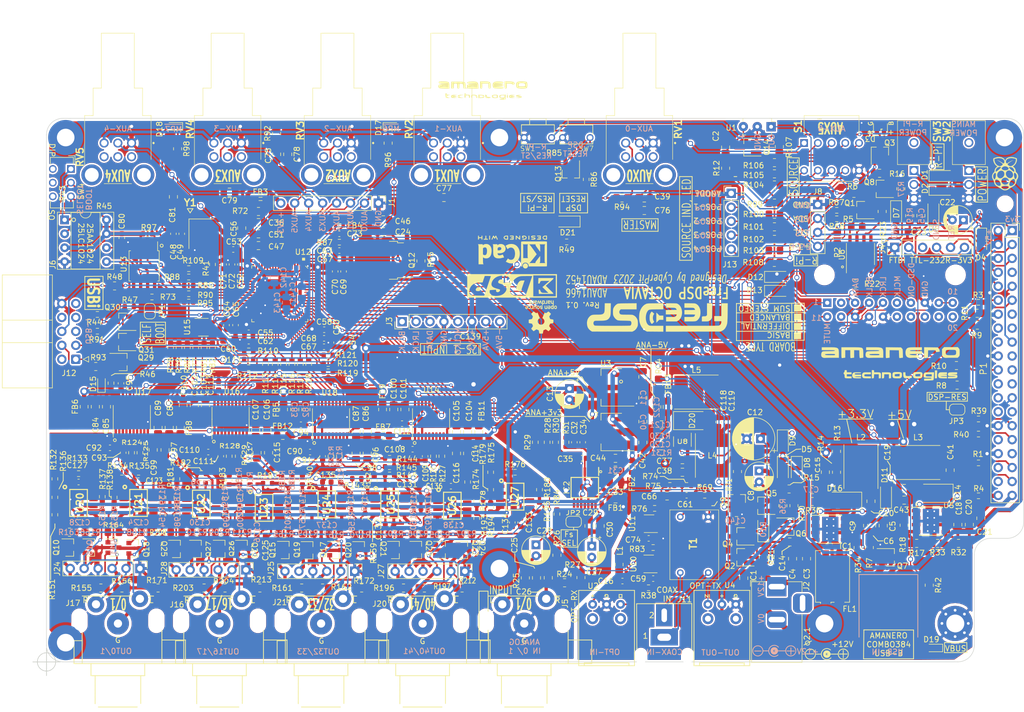
<source format=kicad_pcb>
(kicad_pcb (version 20171130) (host pcbnew "(5.1.9-0-10_14)")
  (title_block (date 2023-02-16))
  (layers (0 F.Cu signal) (31 B.Cu signal hide) (34 B.Paste user hide) (35 F.Paste user hide) (36 B.SilkS user hide) (37 F.SilkS user) (38 B.Mask user hide) (39 F.Mask user) (44 Edge.Cuts user))
  (net 0 "")
  (net 1 +3V3)
  (net 2 +5V)
  (net 3 GND)
  (net 4 /GPIO26)
  (net 5 "/GPIO14(TXD0)")
  (net 6 "/GPIO15(RXD0)")
  (net 7 "Net-(C1-Pad1)")
  (net 8 GNDPWR)
  (net 9 "Net-(C2-Pad1)")
  (net 10 "Net-(C3-Pad1)")
  (net 11 GNDA)
  (net 12 "Net-(C8-Pad1)")
  (net 13 "Net-(C10-Pad2)")
  (net 14 "Net-(C10-Pad1)")
  (net 15 +5VA)
  (net 16 "Net-(C12-Pad1)")
  (net 17 "Net-(C14-Pad2)")
  (net 18 "Net-(C16-Pad1)")
  (net 19 "Net-(C22-Pad1)")
  (net 20 "Net-(C23-Pad1)")
  (net 21 "Net-(C25-Pad1)")
  (net 22 "Net-(C26-Pad1)")
  (net 23 "Net-(C27-Pad1)")
  (net 24 "Net-(C27-Pad2)")
  (net 25 "Net-(C28-Pad2)")
  (net 26 "Net-(C28-Pad1)")
  (net 27 "Net-(C31-Pad2)")
  (net 28 "Net-(C32-Pad1)")
  (net 29 /~RASPI_OFF)
  (net 30 "Net-(D1-Pad1)")
  (net 31 "Net-(D11-Pad1)")
  (net 32 "Net-(IC1-Pad4)")
  (net 33 "Net-(IC2-Pad7)")
  (net 34 "Net-(IC2-Pad8)")
  (net 35 "Net-(IC2-Pad9)")
  (net 36 "Net-(J4-Pad2)")
  (net 37 +3.3VP)
  (net 38 "Net-(P1-Pad12)")
  (net 39 "Net-(P1-Pad35)")
  (net 40 "Net-(P1-Pad40)")
  (net 41 "Net-(Q1-Pad1)")
  (net 42 MUTE)
  (net 43 "Net-(Q2-Pad2)")
  (net 44 "Net-(Q2-Pad1)")
  (net 45 "Net-(R38-Pad2)")
  (net 46 MCLK)
  (net 47 BCK_IN1)
  (net 48 LRK_IN1)
  (net 49 DAT_IN1)
  (net 50 +12V)
  (net 51 "/GPIO9(SPI0_MISO)")
  (net 52 "/GPIO11(SPI0_SCK)")
  (net 53 "/GPIO8(SPI0_CE_N)")
  (net 54 AUX0)
  (net 55 ~DSP-RESET)
  (net 56 "Net-(C40-Pad1)")
  (net 57 "Net-(C45-Pad2)")
  (net 58 "Net-(C41-Pad2)")
  (net 59 +3.3VA)
  (net 60 "Net-(C36-Pad2)")
  (net 61 "Net-(C36-Pad1)")
  (net 62 AUX5)
  (net 63 AUX4)
  (net 64 AUX3)
  (net 65 AUX2)
  (net 66 AUX1)
  (net 67 MCLK4)
  (net 68 "/GPIO17(GEN0)")
  (net 69 "Net-(R41-Pad2)")
  (net 70 "Net-(C84-Pad2)")
  (net 71 "Net-(C82-Pad2)")
  (net 72 "Net-(C100-Pad2)")
  (net 73 "Net-(C102-Pad2)")
  (net 74 "Net-(C75-Pad1)")
  (net 75 "Net-(C24-Pad2)")
  (net 76 "Net-(D3-Pad1)")
  (net 77 "Net-(D3-Pad3)")
  (net 78 "Net-(D3-Pad4)")
  (net 79 "Net-(C73-Pad1)")
  (net 80 "Net-(C86-Pad1)")
  (net 81 "Net-(C88-Pad1)")
  (net 82 "Net-(C104-Pad1)")
  (net 83 "Net-(C106-Pad1)")
  (net 84 "Net-(IC2-Pad11)")
  (net 85 "Net-(C98-Pad2)")
  (net 86 "Net-(C96-Pad2)")
  (net 87 "Net-(C115-Pad2)")
  (net 88 "Net-(C117-Pad2)")
  (net 89 "Net-(JP1-Pad2)")
  (net 90 LRK_IN3)
  (net 91 BCK_IN3)
  (net 92 DAT_IN3)
  (net 93 DAT_IN0)
  (net 94 BCK_IN0)
  (net 95 LRK_IN0)
  (net 96 "Net-(R41-Pad1)")
  (net 97 "Net-(C56-Pad1)")
  (net 98 "Net-(C76-Pad1)")
  (net 99 "Net-(J11-Pad2)")
  (net 100 "Net-(J11-Pad1)")
  (net 101 "Net-(C61-Pad1)")
  (net 102 LRK_OUT0)
  (net 103 DAT_OUT0)
  (net 104 BCK_OUT0)
  (net 105 MCLK0)
  (net 106 MCLK1)
  (net 107 BCK_OUT1)
  (net 108 DAT_OUT1)
  (net 109 LRK_OUT1)
  (net 110 MCLK3)
  (net 111 BCK_OUT3)
  (net 112 DAT_OUT3)
  (net 113 LRK_OUT3)
  (net 114 LRK_OUT2)
  (net 115 DAT_OUT2)
  (net 116 BCK_OUT2)
  (net 117 MCLK2)
  (net 118 "Net-(R121-Pad2)")
  (net 119 "Net-(R120-Pad2)")
  (net 120 "Net-(R119-Pad2)")
  (net 121 "Net-(R118-Pad2)")
  (net 122 "Net-(R117-Pad2)")
  (net 123 "Net-(R116-Pad2)")
  (net 124 "Net-(R115-Pad2)")
  (net 125 "Net-(R114-Pad2)")
  (net 126 "Net-(R113-Pad2)")
  (net 127 "Net-(R112-Pad2)")
  (net 128 "Net-(R111-Pad2)")
  (net 129 "Net-(R110-Pad2)")
  (net 130 "Net-(R95-Pad2)")
  (net 131 "Net-(R90-Pad2)")
  (net 132 "Net-(R89-Pad2)")
  (net 133 "Net-(R88-Pad2)")
  (net 134 "Net-(R77-Pad1)")
  (net 135 "Net-(C61-Pad2)")
  (net 136 "Net-(A1-Pad7)")
  (net 137 "Net-(A1-Pad11)")
  (net 138 "Net-(D15-Pad2)")
  (net 139 "Net-(D17-Pad1)")
  (net 140 "Net-(D18-Pad1)")
  (net 141 "Net-(D19-Pad2)")
  (net 142 "Net-(FB2-Pad1)")
  (net 143 "/ADC_IO Part/EEPROM_1")
  (net 144 "/ADC_IO Part/EEPROM_5")
  (net 145 "/ADC_IO Part/EEPROM_2")
  (net 146 "/ADC_IO Part/EEPROM_6")
  (net 147 "Net-(J12-Pad4)")
  (net 148 "Net-(J13-Pad2)")
  (net 149 "Net-(J13-Pad3)")
  (net 150 "Net-(J13-Pad4)")
  (net 151 "Net-(J13-Pad5)")
  (net 152 /GPIO6)
  (net 153 /GPIO5)
  (net 154 "Net-(Q1-Pad3)")
  (net 155 DSP_RES)
  (net 156 "Net-(R38-Pad1)")
  (net 157 "Net-(C66-Pad2)")
  (net 158 "Net-(R76-Pad2)")
  (net 159 "Net-(R83-Pad1)")
  (net 160 "/ADC_IO Part/958TX")
  (net 161 "Net-(R87-Pad1)")
  (net 162 "Net-(R106-Pad2)")
  (net 163 "Net-(R105-Pad2)")
  (net 164 "Net-(R104-Pad1)")
  (net 165 "Net-(R100-Pad1)")
  (net 166 "Net-(R101-Pad1)")
  (net 167 "Net-(R102-Pad1)")
  (net 168 "Net-(R103-Pad1)")
  (net 169 "Net-(R10-Pad1)")
  (net 170 "Net-(R32-Pad2)")
  (net 171 "Net-(R17-Pad1)")
  (net 172 "Net-(C41-Pad1)")
  (net 173 "/ADC_IO Part/958RX")
  (net 174 DAT_IN2)
  (net 175 LRK_IN2)
  (net 176 BCK_IN2)
  (net 177 DSP_MP7)
  (net 178 DSP_MP6)
  (net 179 "Net-(R109-Pad2)")
  (net 180 "Net-(C95-Pad1)")
  (net 181 "Net-(R125-Pad2)")
  (net 182 "Net-(R124-Pad2)")
  (net 183 "Net-(C93-Pad2)")
  (net 184 "Net-(C92-Pad1)")
  (net 185 "Net-(C92-Pad2)")
  (net 186 "Net-(R109-Pad1)")
  (net 187 "Net-(C90-Pad2)")
  (net 188 "Net-(C90-Pad1)")
  (net 189 "Net-(C91-Pad2)")
  (net 190 "Net-(R122-Pad2)")
  (net 191 "Net-(R123-Pad2)")
  (net 192 "Net-(C94-Pad1)")
  (net 193 "Net-(C108-Pad2)")
  (net 194 "Net-(C108-Pad1)")
  (net 195 "Net-(C109-Pad2)")
  (net 196 "Net-(R126-Pad2)")
  (net 197 "Net-(R127-Pad2)")
  (net 198 "Net-(C112-Pad1)")
  (net 199 "Net-(C113-Pad1)")
  (net 200 "Net-(R129-Pad2)")
  (net 201 "Net-(R128-Pad2)")
  (net 202 "Net-(C111-Pad2)")
  (net 203 "Net-(C110-Pad1)")
  (net 204 "Net-(C110-Pad2)")
  (net 205 "Net-(A1-Pad10)")
  (net 206 "Net-(A1-Pad1)")
  (net 207 "/GPIO25(GEN6)")
  (net 208 "/ADC_IO Part/DVDD")
  (net 209 "/ADC_IO Part/DAC/DAC0_R")
  (net 210 "/ADC_IO Part/DAC/DAC0_L")
  (net 211 "/ADC_IO Part/DAC/DAC2_R")
  (net 212 "/ADC_IO Part/DAC/DAC2_L")
  (net 213 "Net-(C118-Pad2)")
  (net 214 "Net-(C118-Pad1)")
  (net 215 "Net-(C120-Pad1)")
  (net 216 "Net-(C120-Pad2)")
  (net 217 -5VA)
  (net 218 "Net-(J16-Pad2)")
  (net 219 "Net-(J16-Pad3)")
  (net 220 "Net-(J17-Pad3)")
  (net 221 "Net-(J17-Pad2)")
  (net 222 "Net-(J20-Pad2)")
  (net 223 "Net-(J20-Pad3)")
  (net 224 "Net-(J21-Pad3)")
  (net 225 "Net-(J21-Pad2)")
  (net 226 "Net-(J24-Pad3)")
  (net 227 "Net-(J25-Pad3)")
  (net 228 "Net-(J27-Pad3)")
  (net 229 "Net-(J28-Pad3)")
  (net 230 "Net-(Q10-Pad1)")
  (net 231 "Net-(Q11-Pad1)")
  (net 232 "Net-(Q15-Pad1)")
  (net 233 "Net-(Q16-Pad1)")
  (net 234 "Net-(Q17-Pad1)")
  (net 235 "Net-(Q18-Pad1)")
  (net 236 "Net-(Q19-Pad1)")
  (net 237 "Net-(Q20-Pad1)")
  (net 238 "Net-(Q21-Pad1)")
  (net 239 "Net-(Q22-Pad1)")
  (net 240 "Net-(Q23-Pad1)")
  (net 241 "Net-(Q24-Pad1)")
  (net 242 "Net-(Q25-Pad1)")
  (net 243 "Net-(Q26-Pad1)")
  (net 244 "Net-(Q27-Pad1)")
  (net 245 "Net-(Q28-Pad1)")
  (net 246 "Net-(R132-Pad1)")
  (net 247 "Net-(R133-Pad2)")
  (net 248 "Net-(R134-Pad1)")
  (net 249 "Net-(R135-Pad2)")
  (net 250 "Net-(R140-Pad1)")
  (net 251 "Net-(R141-Pad2)")
  (net 252 "Net-(R142-Pad1)")
  (net 253 "Net-(R144-Pad1)")
  (net 254 "Net-(R151-Pad2)")
  (net 255 "Net-(R152-Pad1)")
  (net 256 "Net-(R153-Pad2)")
  (net 257 "Net-(R154-Pad1)")
  (net 258 "Net-(R157-Pad2)")
  (net 259 "Net-(R158-Pad1)")
  (net 260 "Net-(R159-Pad2)")
  (net 261 "Net-(R160-Pad1)")
  (net 262 "Net-(R173-Pad1)")
  (net 263 "Net-(R174-Pad2)")
  (net 264 "Net-(R175-Pad1)")
  (net 265 "Net-(R176-Pad2)")
  (net 266 "Net-(R181-Pad1)")
  (net 267 "Net-(R182-Pad2)")
  (net 268 "Net-(R183-Pad1)")
  (net 269 "Net-(R185-Pad1)")
  (net 270 "Net-(R192-Pad2)")
  (net 271 "Net-(R193-Pad1)")
  (net 272 "Net-(R194-Pad2)")
  (net 273 "Net-(R195-Pad1)")
  (net 274 "Net-(R198-Pad2)")
  (net 275 "Net-(R199-Pad1)")
  (net 276 "Net-(R200-Pad2)")
  (net 277 "Net-(R201-Pad1)")
  (net 278 "Net-(J17-Pad1)")
  (net 279 "Net-(J24-Pad6)")
  (net 280 "Net-(J16-Pad1)")
  (net 281 "Net-(J20-Pad1)")
  (net 282 "Net-(J21-Pad1)")
  (net 283 "Net-(J25-Pad6)")
  (net 284 "Net-(J27-Pad6)")
  (net 285 "Net-(J28-Pad6)")
  (net 286 "Net-(C14-Pad1)")
  (net 287 USB_MUTE)
  (net 288 "Net-(J6-Pad1)")
  (net 289 "Net-(R43-Pad2)")
  (net 290 XSMT)
  (net 291 "Net-(JP3-Pad2)")
  (net 292 "Net-(A1-Pad20)")
  (net 293 "Net-(A1-Pad19)")
  (net 294 "Net-(A1-Pad18)")
  (net 295 "Net-(A1-Pad17)")
  (net 296 "Net-(A1-Pad16)")
  (net 297 "Net-(A1-Pad12)")
  (net 298 MCK_IN2)
  (net 299 "Net-(A1-Pad2)")
  (net 300 "Net-(IC1-Pad3)")
  (net 301 "Net-(IC1-Pad2)")
  (net 302 "Net-(J2-Pad3)")
  (net 303 "Net-(J4-Pad3)")
  (net 304 "Net-(J12-Pad2)")
  (net 305 "Net-(MK1-Pad1)")
  (net 306 "Net-(MK2-Pad1)")
  (net 307 "/GPIO20(SPI1_MOSI)")
  (net 308 /GPIO16)
  (net 309 "/GPIO13(PWM1)")
  (net 310 "/GPIO12(PWM0)")
  (net 311 /ID_SC)
  (net 312 /ID_SD)
  (net 313 "/GPIO7(SPI1_CE_N)")
  (net 314 "/GPIO24(GEN5)")
  (net 315 "/GPIO23(GEN4)")
  (net 316 "/GPIO22(GEN3)")
  (net 317 "/GPIO27(GEN2)")
  (net 318 "/GPIO4(GCLK)")
  (net 319 "Net-(U5-Pad3)")
  (net 320 "Net-(U5-Pad2)")
  (net 321 "Net-(U6-Pad5)")
  (net 322 "Net-(U6-Pad3)")
  (net 323 "Net-(U12-Pad22)")
  (net 324 "Net-(U12-Pad63)")
  (net 325 "Net-(U12-Pad64)")
  (net 326 "Net-(U20-Pad7)")
  (net 327 "Net-(U21-Pad7)")
  (net 328 "Net-(U22-Pad7)")
  (net 329 "Net-(U23-Pad7)")
  (net 330 "Net-(U24-Pad7)")
  (net 331 "Net-(U25-Pad7)")
  (net 332 "Net-(U26-Pad7)")
  (net 333 "Net-(U27-Pad7)")
  (net 334 "Net-(R104-Pad2)")
  (net 335 "Net-(SW4-Pad6)")
  (net 336 "Net-(SW4-Pad5)")
  (net 337 "Net-(SW4-Pad4)")
  (net 338 RP_SCL)
  (net 339 RP_SDA)
  (net 340 "Net-(J12-Pad8)")
  (net 341 "Net-(J12-Pad9)")
  (net 342 "Net-(J12-Pad7)")
  (net 343 "Net-(J12-Pad5)")
  (net 344 I2C_SDA)
  (net 345 I2C_SCL)
  (net 346 "/GPIO10(SPI0_MOSI)")
  (net 347 "Net-(Q29-Pad3)")
  (net 348 "Net-(J12-Pad6)")
  (module LogoLibrary:AnaneroLogi2 (layer F.Cu) (at 183.6823 95.70766)
    (fp_text reference G*** hide)
    (fp_text value LOGO hide)
  )
  (module Crystals:Crystal_SMD_TXC_7M-4pin_3.2x2.5mm_HandSoldering (layer F.Cu) (at 58.2012 72.0323 270)
    (fp_text reference Y1 (at -5.68196 1.99388 180) (layer F.SilkS) (effects (font (size 1.27 1.27) (thickness 0.254))))
    (fp_text value OT322524.576MJBA4S hide)
    (pad 1 smd rect (at -1.45 1.15 270) (size 2.1 1.8) (layers F.Cu F.Paste F.Mask) (net 1 +3V3))
    (pad 2 smd rect (at 1.45 1.15 270) (size 2.1 1.8) (layers F.Cu F.Paste F.Mask) (net 3 GND))
    (pad 3 smd rect (at 1.45 -1.15 270) (size 2.1 1.8) (layers F.Cu F.Paste F.Mask) (net 69 "Net-(R41-Pad2)"))
    (pad 4 smd rect (at -1.45 -1.15 270) (size 2.1 1.8) (layers F.Cu F.Paste F.Mask) (net 1 +3V3))
  )
  (module Package_SO:SOIC-8_5.275x5.275mm_P1.27mm (layer F.Cu) (at 47.7872 77.8743 270)
    (fp_text reference U13 (at -0.2997 3.70838 270) (layer F.SilkS))
    (fp_text value 25LC_1024)
    (pad 8 smd roundrect (at 3.2 -1.905 270) (size 2.6 0.6) (layers F.Cu F.Paste F.Mask) (net 1 +3V3))
    (pad 7 smd roundrect (at 3.2 -0.635 270) (size 2.6 0.6) (layers F.Cu F.Paste F.Mask) (net 1 +3V3))
    (pad 6 smd roundrect (at 3.2 0.635 270) (size 2.6 0.6) (layers F.Cu F.Paste F.Mask) (net 146 "/ADC_IO Part/EEPROM_6"))
    (pad 5 smd roundrect (at 3.2 1.905 270) (size 2.6 0.6) (layers F.Cu F.Paste F.Mask) (net 144 "/ADC_IO Part/EEPROM_5"))
    (pad 4 smd roundrect (at -3.2 1.905 270) (size 2.6 0.6) (layers F.Cu F.Paste F.Mask) (net 3 GND))
    (pad 3 smd roundrect (at -3.2 0.635 270) (size 2.6 0.6) (layers F.Cu F.Paste F.Mask) (net 1 +3V3))
    (pad 2 smd roundrect (at -3.2 -0.635 270) (size 2.6 0.6) (layers F.Cu F.Paste F.Mask) (net 145 "/ADC_IO Part/EEPROM_2"))
    (pad 1 smd roundrect (at -3.2 -1.905 270) (size 2.6 0.6) (layers F.Cu F.Paste F.Mask) (net 289 "Net-(R43-Pad2)"))
  )
  (module Inductor_SMD:L_Taiyo-Yuden_NR-60xx_HandSoldering (layer F.Cu) (at 188.757 113.688)
    (fp_text reference L3 (at 0 -4.57168) (layer F.SilkS))
    (fp_text value "22uH(3A)")
    (pad 2 smd rect (at 2.775 0) (size 2.45 5.9) (layers F.Cu F.Paste F.Mask) (net 58 "Net-(C41-Pad2)"))
    (pad 1 smd rect (at -2.775 0) (size 2.45 5.9) (layers F.Cu F.Paste F.Mask) (net 2 +5V))
  )
  (module digikey-footprints:0805 (layer F.Cu) (at 143.1312 103.57404 90)
    (fp_text reference FB13 (at 4.19862 0.12446 90) (layer F.SilkS))
    (fp_text value "GZ2012D601TF ")
    (pad 1 smd rect (at -1.05 0 90) (size 1.2 1.2) (layers F.Cu F.Paste F.Mask) (net 216 "Net-(C120-Pad2)"))
    (pad 2 smd rect (at 1.05 0 90) (size 1.2 1.2) (layers F.Cu F.Paste F.Mask) (net 217 -5VA))
  )
  (module MyLED:LED_0603_ABGR (layer F.Cu) (at 181.899 52.7283 90)
    (fp_text reference D3 (at -1.95836 -1.85906 180 unlocked) (layer F.SilkS))
    (fp_text value LED_ABGR)
    (pad 4 smd rect (at -0.8 -0.65 270) (size 0.8 0.8) (layers F.Cu F.Paste F.Mask) (net 78 "Net-(D3-Pad4)"))
    (pad 3 smd rect (at 0.8 -0.65 270) (size 0.8 0.8) (layers F.Cu F.Paste F.Mask) (net 77 "Net-(D3-Pad3)"))
    (pad 2 smd rect (at 0.8 0.65 270) (size 0.8 0.8) (layers F.Cu F.Paste F.Mask) (net 3 GND))
    (pad 1 smd rect (at -0.8 0.65 270) (size 0.8 0.8) (layers F.Cu F.Paste F.Mask) (net 76 "Net-(D3-Pad1)"))
  )
  (module Connector_PinHeader_2.54mm:PinHeader_1x08_P2.54mm_Vertical (layer F.Cu) (at 94.7772 88.0343 90)
    (fp_text reference J3 (at 0 -2.33 90) (layer F.SilkS))
    (fp_text value Conn_01x08)
    (pad 8 thru_hole oval (at 0 17.78 90) (size 1.7 1.7) (drill 1) (layers *.Cu *.Mask) (net 217 -5VA))
    (pad 7 thru_hole oval (at 0 15.24 90) (size 1.7 1.7) (drill 1) (layers *.Cu *.Mask) (net 15 +5VA))
    (pad 6 thru_hole oval (at 0 12.7 90) (size 1.7 1.7) (drill 1) (layers *.Cu *.Mask) (net 1 +3V3))
    (pad 5 thru_hole oval (at 0 10.16 90) (size 1.7 1.7) (drill 1) (layers *.Cu *.Mask) (net 67 MCLK4))
    (pad 4 thru_hole oval (at 0 7.62 90) (size 1.7 1.7) (drill 1) (layers *.Cu *.Mask) (net 3 GND))
    (pad 3 thru_hole oval (at 0 5.08 90) (size 1.7 1.7) (drill 1) (layers *.Cu *.Mask) (net 49 DAT_IN1))
    (pad 2 thru_hole oval (at 0 2.54 90) (size 1.7 1.7) (drill 1) (layers *.Cu *.Mask) (net 48 LRK_IN1))
    (pad 1 thru_hole rect (at 0 0 90) (size 1.7 1.7) (drill 1) (layers *.Cu *.Mask) (net 47 BCK_IN1))
  )
  (module LogoLibrary:OSHW-Logo_5.7x6mm_SilkScreen (layer F.Cu) (at 120.09594 87.19358 180)
    (fp_text reference REF*** hide)
    (fp_text value OSHW-Logo_5.7x6mm_SilkScreen hide)
  )
  (module Connector_IDC:IDC-Header_2x05_P2.54mm_Horizontal (layer F.Cu) (at 35.3412 94.8923 180)
    (fp_text reference J12 (at 1.23442 -2.51716) (layer F.SilkS))
    (fp_text value IDC_2x5)
    (pad 10 thru_hole circle (at 2.54 10.16 180) (size 1.7 1.7) (drill 1) (layers *.Cu *.Mask) (net 3 GND))
    (pad 8 thru_hole circle (at 2.54 7.62 180) (size 1.7 1.7) (drill 1) (layers *.Cu *.Mask) (net 340 "Net-(J12-Pad8)"))
    (pad 6 thru_hole circle (at 2.54 5.08 180) (size 1.7 1.7) (drill 1) (layers *.Cu *.Mask) (net 348 "Net-(J12-Pad6)"))
    (pad 4 thru_hole circle (at 2.54 2.54 180) (size 1.7 1.7) (drill 1) (layers *.Cu *.Mask) (net 147 "Net-(J12-Pad4)"))
    (pad 2 thru_hole circle (at 2.54 0 180) (size 1.7 1.7) (drill 1) (layers *.Cu *.Mask) (net 304 "Net-(J12-Pad2)"))
    (pad 9 thru_hole circle (at 0 10.16 180) (size 1.7 1.7) (drill 1) (layers *.Cu *.Mask) (net 341 "Net-(J12-Pad9)"))
    (pad 7 thru_hole circle (at 0 7.62 180) (size 1.7 1.7) (drill 1) (layers *.Cu *.Mask) (net 342 "Net-(J12-Pad7)"))
    (pad 5 thru_hole circle (at 0 5.08 180) (size 1.7 1.7) (drill 1) (layers *.Cu *.Mask) (net 343 "Net-(J12-Pad5)"))
    (pad 3 thru_hole circle (at 0 2.54 180) (size 1.7 1.7) (drill 1) (layers *.Cu *.Mask) (net 344 I2C_SDA))
    (pad 1 thru_hole roundrect (at 0 0 180) (size 1.7 1.7) (drill 1) (layers *.Cu *.Mask) (roundrect_rratio 0.1470588235294118) (net 345 I2C_SCL))
  )
  (module Myfootprints:PCM1808QPWRQ1 (layer F.Cu) (at 128.051 118.26 270)
    (fp_text reference IC2 (at 0.00032 3.30178 270) (layer F.SilkS))
    (fp_text value PCM1808QPWRQ1 hide)
    (pad 1 smd rect (at -2.938 -1.95) (size 0.45 1.475) (layers F.Cu F.Paste F.Mask) (net 27 "Net-(C31-Pad2)"))
    (pad 2 smd rect (at -2.938 -1.3) (size 0.45 1.475) (layers F.Cu F.Paste F.Mask) (net 11 GNDA))
    (pad 3 smd rect (at -2.938 -0.65) (size 0.45 1.475) (layers F.Cu F.Paste F.Mask) (net 28 "Net-(C32-Pad1)"))
    (pad 4 smd rect (at -2.938 0) (size 0.45 1.475) (layers F.Cu F.Paste F.Mask) (net 1 +3V3))
    (pad 5 smd rect (at -2.938 0.65) (size 0.45 1.475) (layers F.Cu F.Paste F.Mask) (net 3 GND))
    (pad 6 smd rect (at -2.938 1.3) (size 0.45 1.475) (layers F.Cu F.Paste F.Mask) (net 46 MCLK))
    (pad 7 smd rect (at -2.938 1.95) (size 0.45 1.475) (layers F.Cu F.Paste F.Mask) (net 33 "Net-(IC2-Pad7)"))
    (pad 8 smd rect (at 2.938 1.95) (size 0.45 1.475) (layers F.Cu F.Paste F.Mask) (net 34 "Net-(IC2-Pad8)"))
    (pad 9 smd rect (at 2.938 1.3) (size 0.45 1.475) (layers F.Cu F.Paste F.Mask) (net 35 "Net-(IC2-Pad9)"))
    (pad 10 smd rect (at 2.938 0.65) (size 0.45 1.475) (layers F.Cu F.Paste F.Mask) (net 1 +3V3))
    (pad 11 smd rect (at 2.938 0) (size 0.45 1.475) (layers F.Cu F.Paste F.Mask) (net 84 "Net-(IC2-Pad11)"))
    (pad 12 smd rect (at 2.938 -0.65) (size 0.45 1.475) (layers F.Cu F.Paste F.Mask) (net 3 GND))
    (pad 13 smd rect (at 2.938 -1.3) (size 0.45 1.475) (layers F.Cu F.Paste F.Mask) (net 26 "Net-(C28-Pad1)"))
    (pad 14 smd rect (at 2.938 -1.95) (size 0.45 1.475) (layers F.Cu F.Paste F.Mask) (net 23 "Net-(C27-Pad1)"))
  )
  (module MyLibrary:Combo384 (layer B.Cu) (at 172.206 84.6)
    (fp_text reference A1 hide)
    (fp_text value Combo384)
    (fp_text user 11 (at -2.00094 2.74598) (layer B.SilkS) (effects (justify mirror)))
    (fp_text user 20 (at 22.86 4.572) (layer B.SilkS) (effects (justify mirror)))
    (fp_text user 10 (at 22.86 -2.032) (layer B.SilkS) (effects (justify mirror)))
    (fp_text user 1 (at -2.0619 -0.12676) (layer B.SilkS) (effects (justify mirror)))
    (pad "" np_thru_hole circle (at 23.368 -5.08) (size 3.2 3.2) (drill 3.2) (layers *.Cu *.Mask))
    (pad "" np_thru_hole circle (at -0.508 -5.08) (size 3.2 3.2) (drill 3.2) (layers *.Cu *.Mask))
    (pad "" np_thru_hole circle (at -0.508 58.42) (size 3.2 3.2) (drill 3.2) (layers *.Cu *.Mask))
    (pad "" np_thru_hole circle (at 23.368 58.42) (size 3.2 3.2) (drill 3.2) (layers *.Cu *.Mask))
    (pad 20 thru_hole circle (at 22.86 2.54) (size 1.524 1.524) (drill 0.762) (layers *.Cu *.Mask) (net 292 "Net-(A1-Pad20)"))
    (pad 19 thru_hole circle (at 20.32 2.54) (size 1.524 1.524) (drill 0.762) (layers *.Cu *.Mask) (net 293 "Net-(A1-Pad19)"))
    (pad 18 thru_hole circle (at 17.78 2.54) (size 1.524 1.524) (drill 0.762) (layers *.Cu *.Mask) (net 294 "Net-(A1-Pad18)"))
    (pad 17 thru_hole circle (at 15.24 2.54) (size 1.524 1.524) (drill 0.762) (layers *.Cu *.Mask) (net 295 "Net-(A1-Pad17)"))
    (pad 16 thru_hole circle (at 12.7 2.54) (size 1.524 1.524) (drill 0.762) (layers *.Cu *.Mask) (net 296 "Net-(A1-Pad16)"))
    (pad 15 thru_hole circle (at 10.16 2.54) (size 1.524 1.524) (drill 0.762) (layers *.Cu *.Mask) (net 3 GND))
    (pad 14 thru_hole circle (at 7.62 2.54) (size 1.524 1.524) (drill 0.762) (layers *.Cu *.Mask) (net 3 GND))
    (pad 13 thru_hole circle (at 5.08 2.54) (size 1.524 1.524) (drill 0.762) (layers *.Cu *.Mask) (net 3 GND))
    (pad 12 thru_hole circle (at 2.54 2.54) (size 1.524 1.524) (drill 0.762) (layers *.Cu *.Mask) (net 297 "Net-(A1-Pad12)"))
    (pad 11 thru_hole circle (at 0 2.54) (size 1.524 1.524) (drill 0.762) (layers *.Cu *.Mask) (net 137 "Net-(A1-Pad11)"))
    (pad 10 thru_hole circle (at 22.86 0) (size 1.524 1.524) (drill 0.762) (layers *.Cu *.Mask) (net 205 "Net-(A1-Pad10)"))
    (pad 9 thru_hole circle (at 20.32 0) (size 1.524 1.524) (drill 0.762) (layers *.Cu *.Mask) (net 205 "Net-(A1-Pad10)"))
    (pad 8 thru_hole circle (at 17.78 0) (size 1.524 1.524) (drill 0.762) (layers *.Cu *.Mask) (net 3 GND))
    (pad 7 thru_hole circle (at 15.24 0) (size 1.524 1.524) (drill 0.762) (layers *.Cu *.Mask) (net 136 "Net-(A1-Pad7)"))
    (pad 6 thru_hole circle (at 12.7 0) (size 1.524 1.524) (drill 0.762) (layers *.Cu *.Mask) (net 298 MCK_IN2))
    (pad 5 thru_hole circle (at 10.16 0) (size 1.524 1.524) (drill 0.762) (layers *.Cu *.Mask) (net 175 LRK_IN2))
    (pad 4 thru_hole circle (at 7.62 0) (size 1.524 1.524) (drill 0.762) (layers *.Cu *.Mask) (net 176 BCK_IN2))
    (pad 3 thru_hole circle (at 5.08 0) (size 1.524 1.524) (drill 0.762) (layers *.Cu *.Mask) (net 174 DAT_IN2))
    (pad 2 thru_hole circle (at 2.54 0) (size 1.524 1.524) (drill 0.762) (layers *.Cu *.Mask) (net 299 "Net-(A1-Pad2)"))
    (pad 1 thru_hole rect (at 0 0) (size 1.524 1.524) (drill 0.762) (layers *.Cu *.Mask) (net 206 "Net-(A1-Pad1)"))
  )
  (module LogoLibrary:Symbol_Barrel_Polarity (layer B.Cu) (at 162.56474 148.0723)
    (fp_text reference REF*** hide)
    (fp_text value Symbol_Barrel_Polarity hide)
  )
  (module LogoLibrary:KiCad-Logo2_6mm_SilkScreen (layer F.Cu) (at 114.88894 75.36988 180)
    (fp_text reference REF*** hide)
    (fp_text value KiCad-Logo2_6mm_SilkScreen hide)
  )
  (module LogoLibrary:LOGO_FREEDSP_600dpi (layer F.Cu) (at 141.3786 87.35868 180)
    (fp_text reference LOGO1 hide)
    (fp_text value Logo_Open_Hardware_Small hide)
  )
  (module LogoLibrary:Symbol_Barrel_Polarity (layer F.Cu) (at 172.13546 148.51934)
    (fp_text reference REF** hide)
    (fp_text value Symbol_Barrel_Polarity)
  )
  (module digikey-footprints:IR_Receiver_TSOP38238 (layer F.Cu) (at 162.007 52.5103 180)
    (fp_text reference U1 (at 7.28578 -0.21802) (layer F.SilkS))
    (fp_text value GP1UXC41QS)
    (pad 3 thru_hole circle (at 5.08 0 180) (size 1.7 1.7) (drill 0.7) (layers *.Cu *.Mask) (net 9 "Net-(C2-Pad1)"))
    (pad 2 thru_hole circle (at 2.54 0 180) (size 1.7 1.7) (drill 0.7) (layers *.Cu *.Mask) (net 3 GND))
    (pad 1 thru_hole rect (at 0.025 -0.025 180) (size 1.7 1.7) (drill 0.7) (layers *.Cu *.Mask) (net 169 "Net-(R10-Pad1)"))
  )
  (module OPL_Switch:SW2-5.0-6.0X3.0X4.3MM (layer F.Cu) (at 119.507 54.5103)
    (fp_text reference SW1 (at -1.86978 2) (layer F.SilkS) (effects (font (size 0.889 0.889) (thickness 0.1016))))
    (fp_text value SW_Push hide)
    (pad 1 thru_hole circle (at -2.49936 0) (size 1.27 1.27) (drill 0.79756) (layers *.Cu *.Mask) (net 3 GND))
    (pad 2 thru_hole circle (at 2.49936 0) (size 1.27 1.27) (drill 0.79756) (layers *.Cu *.Mask) (net 30 "Net-(D1-Pad1)"))
  )
  (module OPL_Switch:SW2-5.0-6.0X3.0X4.3MM (layer F.Cu) (at 126.507 54.5103)
    (fp_text reference SW7 (at 1.79822 2 180) (layer F.SilkS) (effects (font (size 0.889 0.889) (thickness 0.1016))))
    (fp_text value DSP_RES hide)
    (pad 1 thru_hole circle (at -2.49936 0) (size 1.27 1.27) (drill 0.79756) (layers *.Cu *.Mask) (net 3 GND))
    (pad 2 thru_hole circle (at 2.49936 0) (size 1.27 1.27) (drill 0.79756) (layers *.Cu *.Mask) (net 55 ~DSP-RESET))
  )
  (module Myfootprints:RK09L12B0A31 (layer F.Cu) (at 138 50.5 90)
    (fp_text reference RV1 (at -2.48232 7.06922 270) (layer F.SilkS) (effects (font (size 1.27 1.27) (thickness 0.254))))
    (fp_text value B10K hide)
    (pad 8 thru_hole circle (at -10.8 4.75 90) (size 3.795 3.795) (drill 2.53) (layers *.Cu *.Mask))
    (pad 7 thru_hole circle (at -10.8 -4.75 90) (size 3.795 3.795) (drill 2.53) (layers *.Cu *.Mask))
    (pad 6 thru_hole circle (at -7.5 -2.5 90) (size 1.65 1.65) (drill 1.1) (layers *.Cu *.Mask))
    (pad 5 thru_hole circle (at -7.5 0 90) (size 1.65 1.65) (drill 1.1) (layers *.Cu *.Mask))
    (pad 4 thru_hole circle (at -7.5 2.5 90) (size 1.65 1.65) (drill 1.1) (layers *.Cu *.Mask))
    (pad 3 thru_hole circle (at -5 -2.5 90) (size 1.65 1.65) (drill 1.1) (layers *.Cu *.Mask) (net 98 "Net-(C76-Pad1)"))
    (pad 2 thru_hole circle (at -5 0 90) (size 1.65 1.65) (drill 1.1) (layers *.Cu *.Mask) (net 54 AUX0))
    (pad 1 thru_hole circle (at -5 2.5 90) (size 1.65 1.65) (drill 1.1) (layers *.Cu *.Mask) (net 3 GND))
  )
  (module Myfootprints:RK09L12B0A31 (layer F.Cu) (at 103 50.5 90)
    (fp_text reference RV2 (at -2.48232 -6.95278 270) (layer F.SilkS) (effects (font (size 1.27 1.27) (thickness 0.254))))
    (fp_text value B10K hide)
    (pad 8 thru_hole circle (at -10.8 4.75 90) (size 3.795 3.795) (drill 2.53) (layers *.Cu *.Mask))
    (pad 7 thru_hole circle (at -10.8 -4.75 90) (size 3.795 3.795) (drill 2.53) (layers *.Cu *.Mask))
    (pad 6 thru_hole circle (at -7.5 -2.5 90) (size 1.65 1.65) (drill 1.1) (layers *.Cu *.Mask))
    (pad 5 thru_hole circle (at -7.5 0 90) (size 1.65 1.65) (drill 1.1) (layers *.Cu *.Mask))
    (pad 4 thru_hole circle (at -7.5 2.5 90) (size 1.65 1.65) (drill 1.1) (layers *.Cu *.Mask))
    (pad 3 thru_hole circle (at -5 -2.5 90) (size 1.65 1.65) (drill 1.1) (layers *.Cu *.Mask) (net 74 "Net-(C75-Pad1)"))
    (pad 2 thru_hole circle (at -5 0 90) (size 1.65 1.65) (drill 1.1) (layers *.Cu *.Mask) (net 66 AUX1))
    (pad 1 thru_hole circle (at -5 2.5 90) (size 1.65 1.65) (drill 1.1) (layers *.Cu *.Mask) (net 3 GND))
  )
  (module Myfootprints:RK09L12B0A31 (layer F.Cu) (at 83 50.5 90)
    (fp_text reference RV3 (at -2.73632 -6.76478 270) (layer F.SilkS) (effects (font (size 1.27 1.27) (thickness 0.254))))
    (fp_text value B10K hide)
    (pad 8 thru_hole circle (at -10.8 4.75 90) (size 3.795 3.795) (drill 2.53) (layers *.Cu *.Mask))
    (pad 7 thru_hole circle (at -10.8 -4.75 90) (size 3.795 3.795) (drill 2.53) (layers *.Cu *.Mask))
    (pad 6 thru_hole circle (at -7.5 -2.5 90) (size 1.65 1.65) (drill 1.1) (layers *.Cu *.Mask))
    (pad 5 thru_hole circle (at -7.5 0 90) (size 1.65 1.65) (drill 1.1) (layers *.Cu *.Mask))
    (pad 4 thru_hole circle (at -7.5 2.5 90) (size 1.65 1.65) (drill 1.1) (layers *.Cu *.Mask))
    (pad 3 thru_hole circle (at -5 -2.5 90) (size 1.65 1.65) (drill 1.1) (layers *.Cu *.Mask) (net 74 "Net-(C75-Pad1)"))
    (pad 2 thru_hole circle (at -5 0 90) (size 1.65 1.65) (drill 1.1) (layers *.Cu *.Mask) (net 65 AUX2))
    (pad 1 thru_hole circle (at -5 2.5 90) (size 1.65 1.65) (drill 1.1) (layers *.Cu *.Mask) (net 3 GND))
  )
  (module Myfootprints:RK09L12B0A31 (layer F.Cu) (at 63 50.5 90)
    (fp_text reference RV4 (at -2.48232 -6.83078 270) (layer F.SilkS) (effects (font (size 1.27 1.27) (thickness 0.254))))
    (fp_text value B10K hide)
    (pad 8 thru_hole circle (at -10.8 4.75 90) (size 3.795 3.795) (drill 2.53) (layers *.Cu *.Mask))
    (pad 7 thru_hole circle (at -10.8 -4.75 90) (size 3.795 3.795) (drill 2.53) (layers *.Cu *.Mask))
    (pad 6 thru_hole circle (at -7.5 -2.5 90) (size 1.65 1.65) (drill 1.1) (layers *.Cu *.Mask))
    (pad 5 thru_hole circle (at -7.5 0 90) (size 1.65 1.65) (drill 1.1) (layers *.Cu *.Mask))
    (pad 4 thru_hole circle (at -7.5 2.5 90) (size 1.65 1.65) (drill 1.1) (layers *.Cu *.Mask))
    (pad 3 thru_hole circle (at -5 -2.5 90) (size 1.65 1.65) (drill 1.1) (layers *.Cu *.Mask) (net 74 "Net-(C75-Pad1)"))
    (pad 2 thru_hole circle (at -5 0 90) (size 1.65 1.65) (drill 1.1) (layers *.Cu *.Mask) (net 64 AUX3))
    (pad 1 thru_hole circle (at -5 2.5 90) (size 1.65 1.65) (drill 1.1) (layers *.Cu *.Mask) (net 3 GND))
  )
  (module Myfootprints:RK09L12B0A31 (layer F.Cu) (at 43 50.5 90)
    (fp_text reference RV5 (at -7.56232 -6.89678 270) (layer F.SilkS) (effects (font (size 1.27 1.27) (thickness 0.254))))
    (fp_text value B10K hide)
    (pad 8 thru_hole circle (at -10.8 4.75 90) (size 3.795 3.795) (drill 2.53) (layers *.Cu *.Mask))
    (pad 7 thru_hole circle (at -10.8 -4.75 90) (size 3.795 3.795) (drill 2.53) (layers *.Cu *.Mask))
    (pad 6 thru_hole circle (at -7.5 -2.5 90) (size 1.65 1.65) (drill 1.1) (layers *.Cu *.Mask))
    (pad 5 thru_hole circle (at -7.5 0 90) (size 1.65 1.65) (drill 1.1) (layers *.Cu *.Mask))
    (pad 4 thru_hole circle (at -7.5 2.5 90) (size 1.65 1.65) (drill 1.1) (layers *.Cu *.Mask))
    (pad 3 thru_hole circle (at -5 -2.5 90) (size 1.65 1.65) (drill 1.1) (layers *.Cu *.Mask) (net 74 "Net-(C75-Pad1)"))
    (pad 2 thru_hole circle (at -5 0 90) (size 1.65 1.65) (drill 1.1) (layers *.Cu *.Mask) (net 63 AUX4))
    (pad 1 thru_hole circle (at -5 2.5 90) (size 1.65 1.65) (drill 1.1) (layers *.Cu *.Mask) (net 3 GND))
  )
  (module Myfootprints:SOIC127P600X175-8N (layer F.Cu) (at 103.921 121.562)
    (fp_text reference U26 (at 0 0 90) (layer F.SilkS) (effects (font (size 1.27 1.27) (thickness 0.254))))
    (fp_text value OPA1632DR hide)
    (pad 1 smd rect (at -2.712 -1.905 90) (size 0.65 1.525) (layers F.Cu F.Paste F.Mask) (net 262 "Net-(R173-Pad1)"))
    (pad 2 smd rect (at -2.712 -0.635 90) (size 0.65 1.525) (layers F.Cu F.Paste F.Mask) (net 11 GNDA))
    (pad 3 smd rect (at -2.712 0.635 90) (size 0.65 1.525) (layers F.Cu F.Paste F.Mask) (net 15 +5VA))
    (pad 4 smd rect (at -2.712 1.905 90) (size 0.65 1.525) (layers F.Cu F.Paste F.Mask) (net 270 "Net-(R192-Pad2)"))
    (pad 5 smd rect (at 2.712 1.905 90) (size 0.65 1.525) (layers F.Cu F.Paste F.Mask) (net 271 "Net-(R193-Pad1)"))
    (pad 6 smd rect (at 2.712 0.635 90) (size 0.65 1.525) (layers F.Cu F.Paste F.Mask) (net 217 -5VA))
    (pad 7 smd rect (at 2.712 -0.635 90) (size 0.65 1.525) (layers F.Cu F.Paste F.Mask) (net 332 "Net-(U26-Pad7)"))
    (pad 8 smd rect (at 2.712 -1.905 90) (size 0.65 1.525) (layers F.Cu F.Paste F.Mask) (net 263 "Net-(R174-Pad2)"))
  )
  (module Myfootprints:SOIC127P600X175-8N (layer F.Cu) (at 115.351 119.911)
    (fp_text reference U27 (at 0 0 90) (layer F.SilkS) (effects (font (size 1.27 1.27) (thickness 0.254))))
    (fp_text value OPA1632DR hide)
    (pad 1 smd rect (at -2.712 -1.905 90) (size 0.65 1.525) (layers F.Cu F.Paste F.Mask) (net 264 "Net-(R175-Pad1)"))
    (pad 2 smd rect (at -2.712 -0.635 90) (size 0.65 1.525) (layers F.Cu F.Paste F.Mask) (net 11 GNDA))
    (pad 3 smd rect (at -2.712 0.635 90) (size 0.65 1.525) (layers F.Cu F.Paste F.Mask) (net 15 +5VA))
    (pad 4 smd rect (at -2.712 1.905 90) (size 0.65 1.525) (layers F.Cu F.Paste F.Mask) (net 272 "Net-(R194-Pad2)"))
    (pad 5 smd rect (at 2.712 1.905 90) (size 0.65 1.525) (layers F.Cu F.Paste F.Mask) (net 273 "Net-(R195-Pad1)"))
    (pad 6 smd rect (at 2.712 0.635 90) (size 0.65 1.525) (layers F.Cu F.Paste F.Mask) (net 217 -5VA))
    (pad 7 smd rect (at 2.712 -0.635 90) (size 0.65 1.525) (layers F.Cu F.Paste F.Mask) (net 333 "Net-(U27-Pad7)"))
    (pad 8 smd rect (at 2.712 -1.905 90) (size 0.65 1.525) (layers F.Cu F.Paste F.Mask) (net 265 "Net-(R176-Pad2)"))
  )
  (module Resistor_SMD:R_0603_1608Metric (layer F.Cu) (at 31.5312 120.038 90)
    (fp_text reference R136 (at 6.60368 1.52402 90) (layer F.SilkS))
    (fp_text value 4.7k)
    (pad 2 smd roundrect (at 0.825 0 90) (size 0.8 0.95) (layers F.Cu F.Paste F.Mask) (net 246 "Net-(R132-Pad1)"))
    (pad 1 smd roundrect (at -0.825 0 90) (size 0.8 0.95) (layers F.Cu F.Paste F.Mask) (net 279 "Net-(J24-Pad6)"))
  )
  (module Resistor_SMD:R_0603_1608Metric (layer F.Cu) (at 31.5312 116.673 90)
    (fp_text reference R132 (at 3.49268 -0.25398 90) (layer F.SilkS))
    (fp_text value 4.7k)
    (pad 2 smd roundrect (at 0.825 0 90) (size 0.8 0.95) (layers F.Cu F.Paste F.Mask) (net 210 "/ADC_IO Part/DAC/DAC0_L"))
    (pad 1 smd roundrect (at -0.825 0 90) (size 0.8 0.95) (layers F.Cu F.Paste F.Mask) (net 246 "Net-(R132-Pad1)"))
  )
  (module MountingHole:MountingHole_3.2mm_M3_Pad_TopOnly (layer B.Cu) (at 171.719 143.013 90)
    (fp_text reference MH7 hide)
    (fp_text value M3)
    (pad 1 connect circle (at 0 0 90) (size 6.4 6.4) (layers B.Cu B.Mask))
    (pad 1 thru_hole circle (at 0 0 90) (size 3.6 3.6) (drill 3.2) (layers *.Cu *.Mask))
  )
  (module digikey-footprints:0805 (layer F.Cu) (at 133.647 120.252 180)
    (fp_text reference FB1 (at 0.01286 -1.70402) (layer F.SilkS))
    (fp_text value "GZ2012D601TF ")
    (pad 1 smd rect (at -1.05 0 180) (size 1.2 1.2) (layers F.Cu F.Paste F.Mask) (net 11 GNDA))
    (pad 2 smd rect (at 1.05 0 180) (size 1.2 1.2) (layers F.Cu F.Paste F.Mask) (net 3 GND))
  )
  (module Connector_PinSocket_2.54mm:PinSocket_2x20_P2.54mm_Vertical (layer F.Cu) (at 205.889 71.4333)
    (fp_text reference P1 (at -5.2268 25.1786 90) (layer F.SilkS) (effects (font (size 1.2 1.2))))
    (fp_text value Conn_02x20_Odd_Even)
    (pad 40 thru_hole oval (at -2.54 48.26) (size 1.7 1.7) (drill 1) (layers *.Cu *.Mask) (net 40 "Net-(P1-Pad40)"))
    (pad 39 thru_hole oval (at 0 48.26) (size 1.7 1.7) (drill 1) (layers *.Cu *.Mask) (net 3 GND))
    (pad 38 thru_hole oval (at -2.54 45.72) (size 1.7 1.7) (drill 1) (layers *.Cu *.Mask) (net 307 "/GPIO20(SPI1_MOSI)"))
    (pad 37 thru_hole oval (at 0 45.72) (size 1.7 1.7) (drill 1) (layers *.Cu *.Mask) (net 4 /GPIO26))
    (pad 36 thru_hole oval (at -2.54 43.18) (size 1.7 1.7) (drill 1) (layers *.Cu *.Mask) (net 308 /GPIO16))
    (pad 35 thru_hole oval (at 0 43.18) (size 1.7 1.7) (drill 1) (layers *.Cu *.Mask) (net 39 "Net-(P1-Pad35)"))
    (pad 34 thru_hole oval (at -2.54 40.64) (size 1.7 1.7) (drill 1) (layers *.Cu *.Mask) (net 3 GND))
    (pad 33 thru_hole oval (at 0 40.64) (size 1.7 1.7) (drill 1) (layers *.Cu *.Mask) (net 309 "/GPIO13(PWM1)"))
    (pad 32 thru_hole oval (at -2.54 38.1) (size 1.7 1.7) (drill 1) (layers *.Cu *.Mask) (net 310 "/GPIO12(PWM0)"))
    (pad 31 thru_hole oval (at 0 38.1) (size 1.7 1.7) (drill 1) (layers *.Cu *.Mask) (net 152 /GPIO6))
    (pad 30 thru_hole oval (at -2.54 35.56) (size 1.7 1.7) (drill 1) (layers *.Cu *.Mask) (net 3 GND))
    (pad 29 thru_hole oval (at 0 35.56) (size 1.7 1.7) (drill 1) (layers *.Cu *.Mask) (net 153 /GPIO5))
    (pad 28 thru_hole oval (at -2.54 33.02) (size 1.7 1.7) (drill 1) (layers *.Cu *.Mask) (net 311 /ID_SC))
    (pad 27 thru_hole oval (at 0 33.02) (size 1.7 1.7) (drill 1) (layers *.Cu *.Mask) (net 312 /ID_SD))
    (pad 26 thru_hole oval (at -2.54 30.48) (size 1.7 1.7) (drill 1) (layers *.Cu *.Mask) (net 313 "/GPIO7(SPI1_CE_N)"))
    (pad 25 thru_hole oval (at 0 30.48) (size 1.7 1.7) (drill 1) (layers *.Cu *.Mask) (net 3 GND))
    (pad 24 thru_hole oval (at -2.54 27.94) (size 1.7 1.7) (drill 1) (layers *.Cu *.Mask) (net 53 "/GPIO8(SPI0_CE_N)"))
    (pad 23 thru_hole oval (at 0 27.94) (size 1.7 1.7) (drill 1) (layers *.Cu *.Mask) (net 52 "/GPIO11(SPI0_SCK)"))
    (pad 22 thru_hole oval (at -2.54 25.4) (size 1.7 1.7) (drill 1) (layers *.Cu *.Mask) (net 207 "/GPIO25(GEN6)"))
    (pad 21 thru_hole oval (at 0 25.4) (size 1.7 1.7) (drill 1) (layers *.Cu *.Mask) (net 51 "/GPIO9(SPI0_MISO)"))
    (pad 20 thru_hole oval (at -2.54 22.86) (size 1.7 1.7) (drill 1) (layers *.Cu *.Mask) (net 3 GND))
    (pad 19 thru_hole oval (at 0 22.86) (size 1.7 1.7) (drill 1) (layers *.Cu *.Mask) (net 346 "/GPIO10(SPI0_MOSI)"))
    (pad 18 thru_hole oval (at -2.54 20.32) (size 1.7 1.7) (drill 1) (layers *.Cu *.Mask) (net 314 "/GPIO24(GEN5)"))
    (pad 17 thru_hole oval (at 0 20.32) (size 1.7 1.7) (drill 1) (layers *.Cu *.Mask) (net 37 +3.3VP))
    (pad 16 thru_hole oval (at -2.54 17.78) (size 1.7 1.7) (drill 1) (layers *.Cu *.Mask) (net 315 "/GPIO23(GEN4)"))
    (pad 15 thru_hole oval (at 0 17.78) (size 1.7 1.7) (drill 1) (layers *.Cu *.Mask) (net 316 "/GPIO22(GEN3)"))
    (pad 14 thru_hole oval (at -2.54 15.24) (size 1.7 1.7) (drill 1) (layers *.Cu *.Mask) (net 3 GND))
    (pad 13 thru_hole oval (at 0 15.24) (size 1.7 1.7) (drill 1) (layers *.Cu *.Mask) (net 317 "/GPIO27(GEN2)"))
    (pad 12 thru_hole oval (at -2.54 12.7) (size 1.7 1.7) (drill 1) (layers *.Cu *.Mask) (net 38 "Net-(P1-Pad12)"))
    (pad 11 thru_hole oval (at 0 12.7) (size 1.7 1.7) (drill 1) (layers *.Cu *.Mask) (net 68 "/GPIO17(GEN0)"))
    (pad 10 thru_hole oval (at -2.54 10.16) (size 1.7 1.7) (drill 1) (layers *.Cu *.Mask) (net 6 "/GPIO15(RXD0)"))
    (pad 9 thru_hole oval (at 0 10.16) (size 1.7 1.7) (drill 1) (layers *.Cu *.Mask) (net 3 GND))
    (pad 8 thru_hole oval (at -2.54 7.62) (size 1.7 1.7) (drill 1) (layers *.Cu *.Mask) (net 5 "/GPIO14(TXD0)"))
    (pad 7 thru_hole oval (at 0 7.62) (size 1.7 1.7) (drill 1) (layers *.Cu *.Mask) (net 318 "/GPIO4(GCLK)"))
    (pad 6 thru_hole oval (at -2.54 5.08) (size 1.7 1.7) (drill 1) (layers *.Cu *.Mask) (net 3 GND))
    (pad 5 thru_hole oval (at 0 5.08) (size 1.7 1.7) (drill 1) (layers *.Cu *.Mask) (net 338 RP_SCL))
    (pad 4 thru_hole oval (at -2.54 2.54) (size 1.7 1.7) (drill 1) (layers *.Cu *.Mask) (net 2 +5V))
    (pad 3 thru_hole oval (at 0 2.54) (size 1.7 1.7) (drill 1) (layers *.Cu *.Mask) (net 339 RP_SDA))
    (pad 2 thru_hole oval (at -2.54 0) (size 1.7 1.7) (drill 1) (layers *.Cu *.Mask) (net 2 +5V))
    (pad 1 thru_hole rect (at 0 0) (size 1.7 1.7) (drill 1) (layers *.Cu *.Mask) (net 37 +3.3VP))
  )
  (module Capacitor_THT:CP_Radial_D5.0mm_P2.00mm (layer F.Cu) (at 159.801 115.212 270)
    (fp_text reference C8 (at 4.51898 1.46536 90) (layer F.SilkS))
    (fp_text value 22uF/16V)
    (pad 2 thru_hole circle (at 2 0 270) (size 1.6 1.6) (drill 0.8) (layers *.Cu *.Mask) (net 3 GND))
    (pad 1 thru_hole rect (at 0 0 270) (size 1.6 1.6) (drill 0.8) (layers *.Cu *.Mask) (net 12 "Net-(C8-Pad1)"))
  )
  (module Capacitor_THT:CP_Radial_D7.5mm_P2.50mm (layer F.Cu) (at 160.055 109.37 180)
    (fp_text reference C12 (at 1.01578 4.82568) (layer F.SilkS))
    (fp_text value 220uF/16V)
    (pad 2 thru_hole circle (at 2.5 0 180) (size 1.6 1.6) (drill 0.8) (layers *.Cu *.Mask) (net 3 GND))
    (pad 1 thru_hole rect (at 0 0 180) (size 1.6 1.6) (drill 0.8) (layers *.Cu *.Mask) (net 16 "Net-(C12-Pad1)"))
  )
  (module Capacitor_THT:CP_Radial_D5.0mm_P2.00mm (layer F.Cu) (at 125.257 100.226 270)
    (fp_text reference C13 (at 0.9452 3.538 270) (layer F.SilkS))
    (fp_text value 220uF/6.3V)
    (pad 2 thru_hole circle (at 2 0 270) (size 1.6 1.6) (drill 0.8) (layers *.Cu *.Mask) (net 11 GNDA))
    (pad 1 thru_hole rect (at 0 0 270) (size 1.6 1.6) (drill 0.8) (layers *.Cu *.Mask) (net 15 +5VA))
  )
  (module Capacitor_THT:CP_Radial_D5.0mm_P2.00mm (layer F.Cu) (at 197.007 69.5103 180)
    (fp_text reference C22 (at 2.898 3.2006 180) (layer F.SilkS))
    (fp_text value 33uF/16V)
    (pad 2 thru_hole circle (at 2 0 180) (size 1.6 1.6) (drill 0.8) (layers *.Cu *.Mask) (net 3 GND))
    (pad 1 thru_hole rect (at 0 0 180) (size 1.6 1.6) (drill 0.8) (layers *.Cu *.Mask) (net 19 "Net-(C22-Pad1)"))
  )
  (module Diode_SMD:D_SOD-123 (layer F.Cu) (at 193.007 61.5103)
    (fp_text reference D1 (at -3.04074 -0.23488 90) (layer F.SilkS))
    (fp_text value 1N4148W)
    (pad 2 smd rect (at 1.65 0) (size 0.9 1.2) (layers F.Cu F.Paste F.Mask) (net 29 /~RASPI_OFF))
    (pad 1 smd rect (at -1.65 0) (size 0.9 1.2) (layers F.Cu F.Paste F.Mask) (net 30 "Net-(D1-Pad1)"))
  )
  (module Diode_SMD:D_SOD-123 (layer F.Cu) (at 193.007 64.0103)
    (fp_text reference D2 (at -2.9874 -0.23298 270) (layer F.SilkS))
    (fp_text value 1N4148W)
    (pad 2 smd rect (at 1.65 0) (size 0.9 1.2) (layers F.Cu F.Paste F.Mask) (net 29 /~RASPI_OFF))
    (pad 1 smd rect (at -1.65 0) (size 0.9 1.2) (layers F.Cu F.Paste F.Mask) (net 57 "Net-(C45-Pad2)"))
  )
  (module Diode_SMD:D_SOD-123 (layer F.Cu) (at 200.257 73.2603 270)
    (fp_text reference D4 (at 3.09002 0.06978 180) (layer F.SilkS))
    (fp_text value 1N4148W)
    (pad 2 smd rect (at 1.65 0 270) (size 0.9 1.2) (layers F.Cu F.Paste F.Mask) (net 338 RP_SCL))
    (pad 1 smd rect (at -1.65 0 270) (size 0.9 1.2) (layers F.Cu F.Paste F.Mask) (net 29 /~RASPI_OFF))
  )
  (module Diode_SMD:D_SOD-123 (layer F.Cu) (at 164.119 114.831 270)
    (fp_text reference D5 (at -3.54552 -4.336) (layer F.SilkS))
    (fp_text value 1N4148W)
    (pad 2 smd rect (at 1.65 0 270) (size 0.9 1.2) (layers F.Cu F.Paste F.Mask) (net 12 "Net-(C8-Pad1)"))
    (pad 1 smd rect (at -1.65 0 270) (size 0.9 1.2) (layers F.Cu F.Paste F.Mask) (net 50 +12V))
  )
  (module Diode_SMD:D_SOD-123 (layer F.Cu) (at 191.551 68.2223 90)
    (fp_text reference D6 (at -3.00202 0.04822 180) (layer F.SilkS))
    (fp_text value 1N4148W)
    (pad 2 smd rect (at 1.65 0 90) (size 0.9 1.2) (layers F.Cu F.Paste F.Mask) (net 57 "Net-(C45-Pad2)"))
    (pad 1 smd rect (at -1.65 0 90) (size 0.9 1.2) (layers F.Cu F.Paste F.Mask) (net 19 "Net-(C22-Pad1)"))
  )
  (module Diode_SMD:D_SOD-123 (layer F.Cu) (at 184.757 68.2603 270)
    (fp_text reference D7 (at -0.02528 -0.05052 270) (layer F.SilkS))
    (fp_text value 1N4148W)
    (pad 2 smd rect (at 1.65 0 270) (size 0.9 1.2) (layers F.Cu F.Paste F.Mask) (net 20 "Net-(C23-Pad1)"))
    (pad 1 smd rect (at -1.65 0 270) (size 0.9 1.2) (layers F.Cu F.Paste F.Mask) (net 57 "Net-(C45-Pad2)"))
  )
  (module Diode_SMD:D_SOD-123 (layer F.Cu) (at 166.659 114.831 270)
    (fp_text reference D8 (at -1.0995 -1.8976 270) (layer F.SilkS))
    (fp_text value 1N4148W)
    (pad 2 smd rect (at 1.65 0 270) (size 0.9 1.2) (layers F.Cu F.Paste F.Mask) (net 12 "Net-(C8-Pad1)"))
    (pad 1 smd rect (at -1.65 0 270) (size 0.9 1.2) (layers F.Cu F.Paste F.Mask) (net 286 "Net-(C14-Pad1)"))
  )
  (module Diode_SMD:D_SOD-123 (layer F.Cu) (at 164.119 110.005 270)
    (fp_text reference D9 (at -0.25378 -1.77768 90) (layer F.SilkS))
    (fp_text value SS2040FL)
    (pad 2 smd rect (at 1.65 0 270) (size 0.9 1.2) (layers F.Cu F.Paste F.Mask) (net 50 +12V))
    (pad 1 smd rect (at -1.65 0 270) (size 0.9 1.2) (layers F.Cu F.Paste F.Mask) (net 16 "Net-(C12-Pad1)"))
  )
  (module Diode_SMD:D_SOD-123 (layer F.Cu) (at 160.563 125.88 90)
    (fp_text reference D10 (at 0 0 270) (layer B.SilkS) (effects (justify mirror)))
    (fp_text value SS2040FL)
    (pad 2 smd rect (at 1.65 0 90) (size 0.9 1.2) (layers F.Cu F.Paste F.Mask) (net 286 "Net-(C14-Pad1)"))
    (pad 1 smd rect (at -1.65 0 90) (size 0.9 1.2) (layers F.Cu F.Paste F.Mask) (net 16 "Net-(C12-Pad1)"))
  )
  (module Connector_BarrelJack:BarrelJack_Horizontal (layer F.Cu) (at 163.02 136.305 90)
    (fp_text reference J2 (at 0.09958 5.38674 270) (layer F.SilkS))
    (fp_text value DC12V-IN)
    (pad 3 thru_hole roundrect (at -3 4.7 90) (size 3.5 3.5) (drill oval 3 1) (layers *.Cu *.Mask) (net 302 "Net-(J2-Pad3)"))
    (pad 2 thru_hole roundrect (at -6 0 90) (size 3 3.5) (drill oval 1 3) (layers *.Cu *.Mask) (net 8 GNDPWR))
    (pad 1 thru_hole rect (at 0 0 90) (size 3.5 3.5) (drill oval 1 3) (layers *.Cu *.Mask) (net 7 "Net-(C1-Pad1)"))
  )
  (module Connector_PinHeader_2.54mm:PinHeader_1x06_P2.54mm_Vertical (layer F.Cu) (at 184.507 74.5103 90)
    (fp_text reference J4 (at -0.31348 -2.22678 90) (layer F.SilkS))
    (fp_text value Header_01x06)
    (pad 6 thru_hole oval (at 0 12.7 90) (size 1.7 1.7) (drill 1) (layers *.Cu *.Mask) (net 36 "Net-(J4-Pad2)"))
    (pad 5 thru_hole oval (at 0 10.16 90) (size 1.7 1.7) (drill 1) (layers *.Cu *.Mask) (net 5 "/GPIO14(TXD0)"))
    (pad 4 thru_hole oval (at 0 7.62 90) (size 1.7 1.7) (drill 1) (layers *.Cu *.Mask) (net 6 "/GPIO15(RXD0)"))
    (pad 3 thru_hole oval (at 0 5.08 90) (size 1.7 1.7) (drill 1) (layers *.Cu *.Mask) (net 303 "Net-(J4-Pad3)"))
    (pad 2 thru_hole oval (at 0 2.54 90) (size 1.7 1.7) (drill 1) (layers *.Cu *.Mask) (net 36 "Net-(J4-Pad2)"))
    (pad 1 thru_hole rect (at 0 0 90) (size 1.7 1.7) (drill 1) (layers *.Cu *.Mask) (net 3 GND))
  )
  (module Inductor_SMD:L_0805_2012Metric_Pad1.15x1.40mm_HandSolder (layer F.Cu) (at 134.317 132.284 90)
    (fp_text reference L1 (at 2.51748 0.1274 90) (layer F.SilkS))
    (fp_text value SDFL2012T220KTF)
    (pad 2 smd roundrect (at 1.025 0 90) (size 1.15 1.4) (layers F.Cu F.Paste F.Mask) (roundrect_rratio 0.2173904347826087) (net 1 +3V3))
    (pad 1 smd roundrect (at -1.025 0 90) (size 1.15 1.4) (layers F.Cu F.Paste F.Mask) (roundrect_rratio 0.2173904347826087) (net 18 "Net-(C16-Pad1)"))
  )
  (module Inductor_SMD:L_Taiyo-Yuden_NR-60xx_HandSoldering (layer F.Cu) (at 178.343 114.45 270)
    (fp_text reference L2 (at -5.334 0 180) (layer F.SilkS))
    (fp_text value "22uH(2A)")
    (pad 2 smd rect (at 2.775 0 270) (size 2.45 5.9) (layers F.Cu F.Paste F.Mask) (net 13 "Net-(C10-Pad2)"))
    (pad 1 smd rect (at -2.775 0 270) (size 2.45 5.9) (layers F.Cu F.Paste F.Mask) (net 1 +3V3))
  )
  (module MountingHole:MountingHole_2.5mm (layer B.Cu) (at 204.619 66.5633 90)
    (fp_text reference MK1 hide)
    (fp_text value M2.5)
    (pad 1 np_thru_hole circle (at 0 0 90) (size 2.5 2.5) (drill 2.5) (layers *.Cu *.Mask) (net 305 "Net-(MK1-Pad1)"))
  )
  (module MountingHole:MountingHole_2.5mm (layer B.Cu) (at 204.619 124.563 90)
    (fp_text reference MK2 hide)
    (fp_text value M2.5)
    (pad 1 np_thru_hole circle (at 0 0 90) (size 2.5 2.5) (drill 2.5) (layers *.Cu *.Mask) (net 306 "Net-(MK2-Pad1)"))
  )
  (module Package_TO_SOT_SMD:SOT-23_Handsoldering (layer F.Cu) (at 156.499 130.96 180)
    (fp_text reference Q2 (at 2.03532 -1.58922) (layer F.SilkS))
    (fp_text value MMBT5401)
    (pad 3 smd rect (at 1.5 0 180) (size 1.9 0.8) (layers F.Cu F.Paste F.Mask) (net 42 MUTE))
    (pad 2 smd rect (at -1.5 0.95 180) (size 1.9 0.8) (layers F.Cu F.Paste F.Mask) (net 43 "Net-(Q2-Pad2)"))
    (pad 1 smd rect (at -1.5 -0.95 180) (size 1.9 0.8) (layers F.Cu F.Paste F.Mask) (net 44 "Net-(Q2-Pad1)"))
  )
  (module Package_TO_SOT_SMD:SOT-23_Handsoldering (layer F.Cu) (at 165.389 125.372)
    (fp_text reference Q6 (at 2.032 1.27 180) (layer F.SilkS))
    (fp_text value 2N7002)
    (pad 3 smd rect (at 1.5 0) (size 1.9 0.8) (layers F.Cu F.Paste F.Mask) (net 17 "Net-(C14-Pad2)"))
    (pad 2 smd rect (at -1.5 0.95) (size 1.9 0.8) (layers F.Cu F.Paste F.Mask) (net 3 GND))
    (pad 1 smd rect (at -1.5 -0.95) (size 1.9 0.8) (layers F.Cu F.Paste F.Mask) (net 1 +3V3))
  )
  (module Package_TO_SOT_SMD:SOT-23_Handsoldering (layer F.Cu) (at 181.885 63.8523 180)
    (fp_text reference Q8 (at 2.01778 1.21798 180) (layer F.SilkS))
    (fp_text value 2N7002)
    (pad 3 smd rect (at 1.5 0 180) (size 1.9 0.8) (layers F.Cu F.Paste F.Mask) (net 77 "Net-(D3-Pad3)"))
    (pad 2 smd rect (at -1.5 0.95 180) (size 1.9 0.8) (layers F.Cu F.Paste F.Mask) (net 3 GND))
    (pad 1 smd rect (at -1.5 -0.95 180) (size 1.9 0.8) (layers F.Cu F.Paste F.Mask) (net 2 +5V))
  )
  (module Package_TO_SOT_SMD:SOT-23_Handsoldering (layer F.Cu) (at 155.733 120.292 90)
    (fp_text reference Q9 (at -0.635 -2.40922 90) (layer F.SilkS))
    (fp_text value 2N7002)
    (pad 3 smd rect (at 1.5 0 90) (size 1.9 0.8) (layers F.Cu F.Paste F.Mask) (net 290 XSMT))
    (pad 2 smd rect (at -1.5 0.95 90) (size 1.9 0.8) (layers F.Cu F.Paste F.Mask) (net 3 GND))
    (pad 1 smd rect (at -1.5 -0.95 90) (size 1.9 0.8) (layers F.Cu F.Paste F.Mask) (net 42 MUTE))
  )
  (module Package_TO_SOT_SMD:SOT-223-3_TabPin2 (layer F.Cu) (at 132.911 100.01 180)
    (fp_text reference U3 (at 1.04978 4.35568) (layer F.SilkS))
    (fp_text value AMS1117-5.0)
    (pad 1 smd rect (at -3.15 -2.3 180) (size 2 1.5) (layers F.Cu F.Paste F.Mask) (net 11 GNDA))
    (pad 3 smd rect (at -3.15 2.3 180) (size 2 1.5) (layers F.Cu F.Paste F.Mask) (net 56 "Net-(C40-Pad1)"))
    (pad 2 smd rect (at -3.15 0 180) (size 2 1.5) (layers F.Cu F.Paste F.Mask) (net 15 +5VA))
    (pad 2 smd rect (at 3.15 0 180) (size 2 3.8) (layers F.Cu F.Paste F.Mask) (net 15 +5VA))
  )
  (module Package_SO:SOIC-8_3.9x4.9mm_P1.27mm (layer F.Cu) (at 178.257 75.7153 90)
    (fp_text reference U6 (at -0.12702 -3.3778 90) (layer F.SilkS))
    (fp_text value LMC555CMX)
    (pad 8 smd roundrect (at 2.475 -1.905 90) (size 1.95 0.6) (layers F.Cu F.Paste F.Mask) (net 286 "Net-(C14-Pad1)"))
    (pad 7 smd roundrect (at 2.475 -0.635 90) (size 1.95 0.6) (layers F.Cu F.Paste F.Mask) (net 41 "Net-(Q1-Pad1)"))
    (pad 6 smd roundrect (at 2.475 0.635 90) (size 1.95 0.6) (layers F.Cu F.Paste F.Mask) (net 20 "Net-(C23-Pad1)"))
    (pad 5 smd roundrect (at 2.475 1.905 90) (size 1.95 0.6) (layers F.Cu F.Paste F.Mask) (net 321 "Net-(U6-Pad5)"))
    (pad 4 smd roundrect (at -2.475 1.905 90) (size 1.95 0.6) (layers F.Cu F.Paste F.Mask) (net 286 "Net-(C14-Pad1)"))
    (pad 3 smd roundrect (at -2.475 0.635 90) (size 1.95 0.6) (layers F.Cu F.Paste F.Mask) (net 322 "Net-(U6-Pad3)"))
    (pad 2 smd roundrect (at -2.475 -0.635 90) (size 1.95 0.6) (layers F.Cu F.Paste F.Mask) (net 19 "Net-(C22-Pad1)"))
    (pad 1 smd roundrect (at -2.475 -1.905 90) (size 1.95 0.6) (layers F.Cu F.Paste F.Mask) (net 3 GND))
  )
  (module Capacitor_THT:CP_Radial_D5.0mm_P2.00mm (layer F.Cu) (at 129.321 128.932 270)
    (fp_text reference C27 (at 4.73342 -0.43456 180) (layer F.SilkS))
    (fp_text value 2.2uF)
    (pad 2 thru_hole circle (at 2 0 270) (size 1.6 1.6) (drill 0.8) (layers *.Cu *.Mask) (net 24 "Net-(C27-Pad2)"))
    (pad 1 thru_hole rect (at 0 0 270) (size 1.6 1.6) (drill 0.8) (layers *.Cu *.Mask) (net 23 "Net-(C27-Pad1)"))
  )
  (module Capacitor_THT:CP_Radial_D5.0mm_P2.00mm (layer F.Cu) (at 119.161 128.674 270)
    (fp_text reference C28 (at -2.53968 -1.52422 180) (layer F.SilkS))
    (fp_text value 2.2uF)
    (pad 2 thru_hole circle (at 2 0 270) (size 1.6 1.6) (drill 0.8) (layers *.Cu *.Mask) (net 25 "Net-(C28-Pad2)"))
    (pad 1 thru_hole rect (at 0 0 270) (size 1.6 1.6) (drill 0.8) (layers *.Cu *.Mask) (net 26 "Net-(C28-Pad1)"))
  )
  (module Connector_PinHeader_2.54mm:PinHeader_1x08_P2.54mm_Vertical (layer F.Cu) (at 90.4592 66.4443 270)
    (fp_text reference J1 (at -0.07872 -2.45112 270) (layer F.SilkS))
    (fp_text value Conn_01x08)
    (pad 8 thru_hole oval (at 0 17.78 270) (size 1.7 1.7) (drill 1) (layers *.Cu *.Mask) (net 1 +3V3))
    (pad 7 thru_hole oval (at 0 15.24 270) (size 1.7 1.7) (drill 1) (layers *.Cu *.Mask) (net 62 AUX5))
    (pad 6 thru_hole oval (at 0 12.7 270) (size 1.7 1.7) (drill 1) (layers *.Cu *.Mask) (net 63 AUX4))
    (pad 5 thru_hole oval (at 0 10.16 270) (size 1.7 1.7) (drill 1) (layers *.Cu *.Mask) (net 64 AUX3))
    (pad 4 thru_hole oval (at 0 7.62 270) (size 1.7 1.7) (drill 1) (layers *.Cu *.Mask) (net 65 AUX2))
    (pad 3 thru_hole oval (at 0 5.08 270) (size 1.7 1.7) (drill 1) (layers *.Cu *.Mask) (net 66 AUX1))
    (pad 2 thru_hole oval (at 0 2.54 270) (size 1.7 1.7) (drill 1) (layers *.Cu *.Mask) (net 54 AUX0))
    (pad 1 thru_hole rect (at 0 0 270) (size 1.7 1.7) (drill 1) (layers *.Cu *.Mask) (net 3 GND))
  )
  (module Package_TO_SOT_SMD:SOT-23_Handsoldering (layer F.Cu) (at 156.499 127.15 180)
    (fp_text reference Q4 (at 2.41532 -1.41002) (layer F.SilkS))
    (fp_text value MMBT5401)
    (pad 3 smd rect (at 1.5 0 180) (size 1.9 0.8) (layers F.Cu F.Paste F.Mask) (net 42 MUTE))
    (pad 2 smd rect (at -1.5 0.95 180) (size 1.9 0.8) (layers F.Cu F.Paste F.Mask) (net 16 "Net-(C12-Pad1)"))
    (pad 1 smd rect (at -1.5 -0.95 180) (size 1.9 0.8) (layers F.Cu F.Paste F.Mask) (net 43 "Net-(Q2-Pad2)"))
  )
  (module Diode_SMD:D_SOD-123 (layer F.Cu) (at 182.915 119.784 90)
    (fp_text reference D11 (at 3.80968 -0.25378 90) (layer F.SilkS))
    (fp_text value 1N4148W)
    (pad 2 smd rect (at 1.65 0 90) (size 0.9 1.2) (layers F.Cu F.Paste F.Mask) (net 2 +5V))
    (pad 1 smd rect (at -1.65 0 90) (size 0.9 1.2) (layers F.Cu F.Paste F.Mask) (net 31 "Net-(D11-Pad1)"))
  )
  (module Package_SO:TI_SO-PowerPAD-8_ThermalVias (layer F.Cu) (at 172.755 125.826)
    (fp_text reference IC1 (at 2.86722 3.10232) (layer F.SilkS))
    (fp_text value TPS5430DDA)
    (pad 9 thru_hole circle (at 0.6 1.8) (size 0.6 0.6) (drill 0.3) (layers *.Cu) (net 3 GND))
    (pad 9 thru_hole circle (at 0.6 0.7) (size 0.6 0.6) (drill 0.3) (layers *.Cu) (net 3 GND))
    (pad 9 thru_hole circle (at -0.6 0.7) (size 0.6 0.6) (drill 0.3) (layers *.Cu) (net 3 GND))
    (pad 9 thru_hole circle (at -0.6 1.8) (size 0.6 0.6) (drill 0.3) (layers *.Cu) (net 3 GND))
    (pad 9 thru_hole circle (at 0.6 -1.8) (size 0.6 0.6) (drill 0.3) (layers *.Cu) (net 3 GND))
    (pad 9 thru_hole circle (at 0.6 -0.6) (size 0.6 0.6) (drill 0.3) (layers *.Cu) (net 3 GND))
    (pad 9 thru_hole circle (at -0.6 -0.6) (size 0.6 0.6) (drill 0.3) (layers *.Cu) (net 3 GND))
    (pad 9 thru_hole circle (at -0.6 -1.8) (size 0.6 0.6) (drill 0.3) (layers *.Cu) (net 3 GND))
    (pad 9 smd rect (at 0 0) (size 2.95 4.5) (layers B.Cu) (net 3 GND))
    (pad 8 smd rect (at 2.7 -1.905) (size 1.55 0.6) (layers F.Cu F.Paste F.Mask) (net 13 "Net-(C10-Pad2)"))
    (pad 7 smd rect (at 2.7 -0.635) (size 1.55 0.6) (layers F.Cu F.Paste F.Mask) (net 286 "Net-(C14-Pad1)"))
    (pad 6 smd rect (at 2.7 0.635) (size 1.55 0.6) (layers F.Cu F.Paste F.Mask) (net 3 GND))
    (pad 5 smd rect (at 2.7 1.905) (size 1.55 0.6) (layers F.Cu F.Paste F.Mask) (net 31 "Net-(D11-Pad1)"))
    (pad 4 smd rect (at -2.7 1.905) (size 1.55 0.6) (layers F.Cu F.Paste F.Mask) (net 32 "Net-(IC1-Pad4)"))
    (pad 3 smd rect (at -2.7 0.635) (size 1.55 0.6) (layers F.Cu F.Paste F.Mask) (net 300 "Net-(IC1-Pad3)"))
    (pad 2 smd rect (at -2.7 -0.635) (size 1.55 0.6) (layers F.Cu F.Paste F.Mask) (net 301 "Net-(IC1-Pad2)"))
    (pad 1 smd rect (at -2.7 -1.905) (size 1.55 0.6) (layers F.Cu F.Paste F.Mask) (net 14 "Net-(C10-Pad1)"))
    (pad 9 smd rect (at 0 0) (size 2.95 4.5) (layers F.Cu) (net 3 GND))
    (pad 9 smd rect (at 0 0) (size 2.6 3.1) (layers F.Cu F.Paste F.Mask) (net 3 GND))
  )
  (module Package_TO_SOT_SMD:SOT-23_Handsoldering (layer F.Cu) (at 181.803 57.0103 90)
    (fp_text reference Q3 (at 1.54132 1.78532 180) (layer F.SilkS))
    (fp_text value 2N7002)
    (pad 3 smd rect (at 1.5 0 90) (size 1.9 0.8) (layers F.Cu F.Paste F.Mask) (net 78 "Net-(D3-Pad4)"))
    (pad 2 smd rect (at -1.5 0.95 90) (size 1.9 0.8) (layers F.Cu F.Paste F.Mask) (net 3 GND))
    (pad 1 smd rect (at -1.5 -0.95 90) (size 1.9 0.8) (layers F.Cu F.Paste F.Mask) (net 42 MUTE))
  )
  (module Package_SO:TI_SO-PowerPAD-8_ThermalVias (layer F.Cu) (at 191.107 124.373)
    (fp_text reference U5 (at 3.23822 -2.81068) (layer F.SilkS) (effects (font (size 0.8 1))))
    (fp_text value TPS5430DDA)
    (pad 9 thru_hole circle (at 0.6 1.8) (size 0.6 0.6) (drill 0.3) (layers *.Cu) (net 3 GND))
    (pad 9 thru_hole circle (at 0.6 0.7) (size 0.6 0.6) (drill 0.3) (layers *.Cu) (net 3 GND))
    (pad 9 thru_hole circle (at -0.6 0.7) (size 0.6 0.6) (drill 0.3) (layers *.Cu) (net 3 GND))
    (pad 9 thru_hole circle (at -0.6 1.8) (size 0.6 0.6) (drill 0.3) (layers *.Cu) (net 3 GND))
    (pad 9 thru_hole circle (at 0.6 -1.8) (size 0.6 0.6) (drill 0.3) (layers *.Cu) (net 3 GND))
    (pad 9 thru_hole circle (at 0.6 -0.6) (size 0.6 0.6) (drill 0.3) (layers *.Cu) (net 3 GND))
    (pad 9 thru_hole circle (at -0.6 -0.6) (size 0.6 0.6) (drill 0.3) (layers *.Cu) (net 3 GND))
    (pad 9 thru_hole circle (at -0.6 -1.8) (size 0.6 0.6) (drill 0.3) (layers *.Cu) (net 3 GND))
    (pad 9 smd rect (at 0 0) (size 2.95 4.5) (layers B.Cu) (net 3 GND))
    (pad 8 smd rect (at 2.7 -1.905) (size 1.55 0.6) (layers F.Cu F.Paste F.Mask) (net 58 "Net-(C41-Pad2)"))
    (pad 7 smd rect (at 2.7 -0.635) (size 1.55 0.6) (layers F.Cu F.Paste F.Mask) (net 286 "Net-(C14-Pad1)"))
    (pad 6 smd rect (at 2.7 0.635) (size 1.55 0.6) (layers F.Cu F.Paste F.Mask) (net 3 GND))
    (pad 5 smd rect (at 2.7 1.905) (size 1.55 0.6) (layers F.Cu F.Paste F.Mask) (net 170 "Net-(R32-Pad2)"))
    (pad 4 smd rect (at -2.7 1.905) (size 1.55 0.6) (layers F.Cu F.Paste F.Mask) (net 171 "Net-(R17-Pad1)"))
    (pad 3 smd rect (at -2.7 0.635) (size 1.55 0.6) (layers F.Cu F.Paste F.Mask) (net 319 "Net-(U5-Pad3)"))
    (pad 2 smd rect (at -2.7 -0.635) (size 1.55 0.6) (layers F.Cu F.Paste F.Mask) (net 320 "Net-(U5-Pad2)"))
    (pad 1 smd rect (at -2.7 -1.905) (size 1.55 0.6) (layers F.Cu F.Paste F.Mask) (net 172 "Net-(C41-Pad1)"))
    (pad 9 smd rect (at 0 0) (size 2.95 4.5) (layers F.Cu) (net 3 GND))
    (pad 9 smd rect (at 0 0) (size 2.6 3.1) (layers F.Cu F.Paste F.Mask) (net 3 GND))
  )
  (module Package_TO_SOT_SMD:SOT-223-3_TabPin2 (layer F.Cu) (at 132.911 108.138 180)
    (fp_text reference U7 (at 3.3561 3.01964) (layer F.SilkS))
    (fp_text value AMS1117-3.3)
    (pad 1 smd rect (at -3.15 -2.3 180) (size 2 1.5) (layers F.Cu F.Paste F.Mask) (net 11 GNDA))
    (pad 3 smd rect (at -3.15 2.3 180) (size 2 1.5) (layers F.Cu F.Paste F.Mask) (net 56 "Net-(C40-Pad1)"))
    (pad 2 smd rect (at -3.15 0 180) (size 2 1.5) (layers F.Cu F.Paste F.Mask) (net 59 +3.3VA))
    (pad 2 smd rect (at 3.15 0 180) (size 2 3.8) (layers F.Cu F.Paste F.Mask) (net 59 +3.3VA))
  )
  (module Diode_SMD:D_SOD-123 (layer F.Cu) (at 163.042 79.8809)
    (fp_text reference D12 (at -3.88594 0.05844) (layer F.SilkS))
    (fp_text value 1N4148W)
    (pad 2 smd rect (at 1.65 0) (size 0.9 1.2) (layers F.Cu F.Paste F.Mask) (net 136 "Net-(A1-Pad7)"))
    (pad 1 smd rect (at -1.65 0) (size 0.9 1.2) (layers F.Cu F.Paste F.Mask) (net 287 USB_MUTE))
  )
  (module Diode_SMD:D_SOD-123 (layer F.Cu) (at 163.042 82.4209)
    (fp_text reference D13 (at -4.0739 -0.10412) (layer F.SilkS))
    (fp_text value 1N4148W)
    (pad 2 smd rect (at 1.65 0) (size 0.9 1.2) (layers F.Cu F.Paste F.Mask) (net 137 "Net-(A1-Pad11)"))
    (pad 1 smd rect (at -1.65 0) (size 0.9 1.2) (layers F.Cu F.Paste F.Mask) (net 287 USB_MUTE))
  )
  (module digikey-footprints:0603 (layer F.Cu) (at 68.9962 65.6823 180)
    (fp_text reference FB3 (at 0.03808 1.26744) (layer F.SilkS))
    (fp_text value GZ1608D601TF)
    (pad 1 smd rect (at -0.7 0 180) (size 0.6 0.8) (layers F.Cu F.Paste F.Mask) (net 1 +3V3))
    (pad 2 smd rect (at 0.7 0 180) (size 0.6 0.8) (layers F.Cu F.Paste F.Mask) (net 60 "Net-(C36-Pad2)"))
  )
  (module digikey-footprints:0603 (layer F.Cu) (at 83.3472 70.5083 180)
    (fp_text reference FB4 (at -2.79402 -0.00002) (layer F.SilkS))
    (fp_text value GZ1608D601TF)
    (pad 1 smd rect (at -0.7 0 180) (size 0.6 0.8) (layers F.Cu F.Paste F.Mask) (net 1 +3V3))
    (pad 2 smd rect (at 0.7 0 180) (size 0.6 0.8) (layers F.Cu F.Paste F.Mask) (net 79 "Net-(C73-Pad1)"))
  )
  (module Package_TO_SOT_SMD:SOT-23_Handsoldering (layer F.Cu) (at 125.511 61.1103 270)
    (fp_text reference Q13 (at 0.00002 2.28578 90) (layer F.SilkS))
    (fp_text value 2N7002)
    (pad 3 smd rect (at 1.5 0 270) (size 1.9 0.8) (layers F.Cu F.Paste F.Mask) (net 55 ~DSP-RESET))
    (pad 2 smd rect (at -1.5 0.95 270) (size 1.9 0.8) (layers F.Cu F.Paste F.Mask) (net 3 GND))
    (pad 1 smd rect (at -1.5 -0.95 270) (size 1.9 0.8) (layers F.Cu F.Paste F.Mask) (net 155 DSP_RES))
  )
  (module Package_TO_SOT_SMD:SOT-23_Handsoldering (layer F.Cu) (at 157.769 56.2843 180)
    (fp_text reference Q14 (at -3.429 0 90) (layer F.SilkS))
    (fp_text value 2N7002)
    (pad 3 smd rect (at 1.5 0 180) (size 1.9 0.8) (layers F.Cu F.Paste F.Mask) (net 62 AUX5))
    (pad 2 smd rect (at -1.5 0.95 180) (size 1.9 0.8) (layers F.Cu F.Paste F.Mask) (net 3 GND))
    (pad 1 smd rect (at -1.5 -0.95 180) (size 1.9 0.8) (layers F.Cu F.Paste F.Mask) (net 287 USB_MUTE))
  )
  (module Myfootprints:SR10010F020420F0BC7N0027 (layer F.Cu) (at 168 55.5 90)
    (fp_text reference S1 (at 3.02568 -1.08678 90) (layer F.SilkS) (effects (font (size 1.27 1.27) (thickness 0.254))))
    (fp_text value SR10010F-0204-20F0B-C7-N-0027_ALT hide)
    (pad 10 thru_hole circle (at -5 10 90) (size 1.4 1.4) (drill 0.9) (layers *.Cu *.Mask) (net 3 GND))
    (pad 9 thru_hole circle (at -5 7.5 90) (size 1.4 1.4) (drill 0.9) (layers *.Cu *.Mask) (net 168 "Net-(R103-Pad1)"))
    (pad 8 thru_hole circle (at -5 5 90) (size 1.4 1.4) (drill 0.9) (layers *.Cu *.Mask) (net 167 "Net-(R102-Pad1)"))
    (pad 7 thru_hole circle (at -5 2.5 90) (size 1.4 1.4) (drill 0.9) (layers *.Cu *.Mask) (net 166 "Net-(R101-Pad1)"))
    (pad 6 thru_hole circle (at -5 0 90) (size 1.4 1.4) (drill 0.9) (layers *.Cu *.Mask) (net 165 "Net-(R100-Pad1)"))
    (pad 5 thru_hole circle (at 0 10 90) (size 1.4 1.4) (drill 0.9) (layers *.Cu *.Mask) (net 164 "Net-(R104-Pad1)"))
    (pad 4 thru_hole circle (at 0 7.5 90) (size 1.4 1.4) (drill 0.9) (layers *.Cu *.Mask) (net 334 "Net-(R104-Pad2)"))
    (pad 3 thru_hole circle (at 0 5 90) (size 1.4 1.4) (drill 0.9) (layers *.Cu *.Mask) (net 163 "Net-(R105-Pad2)"))
    (pad 2 thru_hole circle (at 0 2.5 90) (size 1.4 1.4) (drill 0.9) (layers *.Cu *.Mask) (net 162 "Net-(R106-Pad2)"))
    (pad 1 thru_hole rect (at 0 0 90) (size 1.4 1.4) (drill 0.9) (layers *.Cu *.Mask) (net 62 AUX5))
  )
  (module Myfootprints:2MS1T1B4M7QES (layer F.Cu) (at 198.00722 60.51032 180)
    (fp_text reference SW2 (at 4.0049 7.10128 90) (layer F.SilkS) (effects (font (size 1.27 1.27) (thickness 0.254))))
    (fp_text value SW_SPDT hide)
    (pad MH1 thru_hole circle (at 0 5.08 180) (size 1.635 1.635) (drill 1.09) (layers *.Cu *.Mask))
    (pad 3 thru_hole circle (at 0 -5.08 180) (size 1.635 1.635) (drill 1.09) (layers *.Cu *.Mask) (net 3 GND))
    (pad 2 thru_hole circle (at 0 -2.54 180) (size 1.635 1.635) (drill 1.09) (layers *.Cu *.Mask) (net 50 +12V))
    (pad 1 thru_hole rect (at 0 0 180) (size 1.635 1.635) (drill 1.09) (layers *.Cu *.Mask) (net 286 "Net-(C14-Pad1)"))
  )
  (module Myfootprints:2MS1T1B4M7QES (layer F.Cu) (at 188.00722 60.51032 180)
    (fp_text reference SW3 (at -4.2521 7.15192 90) (layer F.SilkS) (effects (font (size 1.27 1.27) (thickness 0.254))))
    (fp_text value SW_SPDT hide)
    (pad MH1 thru_hole circle (at 0 5.08 180) (size 1.635 1.635) (drill 1.09) (layers *.Cu *.Mask))
    (pad 3 thru_hole circle (at 0 -5.08 180) (size 1.635 1.635) (drill 1.09) (layers *.Cu *.Mask) (net 3 GND))
    (pad 2 thru_hole circle (at 0 -2.54 180) (size 1.635 1.635) (drill 1.09) (layers *.Cu *.Mask) (net 57 "Net-(C45-Pad2)"))
    (pad 1 thru_hole rect (at 0 0 180) (size 1.635 1.635) (drill 1.09) (layers *.Cu *.Mask) (net 50 +12V))
  )
  (module Package_SO:TSSOP-20_4.4x6.5mm_P0.65mm (layer F.Cu) (at 100.052 106.068 90)
    (fp_text reference U14 (at 5.58768 0.05922 180) (layer F.SilkS))
    (fp_text value PCM5102A)
    (pad 20 smd roundrect (at 2.8625 -2.925 90) (size 1.475 0.4) (layers F.Cu F.Paste F.Mask) (net 72 "Net-(C100-Pad2)"))
    (pad 19 smd roundrect (at 2.8625 -2.275 90) (size 1.475 0.4) (layers F.Cu F.Paste F.Mask) (net 3 GND))
    (pad 18 smd roundrect (at 2.8625 -1.625 90) (size 1.475 0.4) (layers F.Cu F.Paste F.Mask) (net 198 "Net-(C112-Pad1)"))
    (pad 17 smd roundrect (at 2.8625 -0.975 90) (size 1.475 0.4) (layers F.Cu F.Paste F.Mask) (net 290 XSMT))
    (pad 16 smd roundrect (at 2.8625 -0.325 90) (size 1.475 0.4) (layers F.Cu F.Paste F.Mask) (net 3 GND))
    (pad 15 smd roundrect (at 2.8625 0.325 90) (size 1.475 0.4) (layers F.Cu F.Paste F.Mask) (net 113 LRK_OUT3))
    (pad 14 smd roundrect (at 2.8625 0.975 90) (size 1.475 0.4) (layers F.Cu F.Paste F.Mask) (net 112 DAT_OUT3))
    (pad 13 smd roundrect (at 2.8625 1.625 90) (size 1.475 0.4) (layers F.Cu F.Paste F.Mask) (net 111 BCK_OUT3))
    (pad 12 smd roundrect (at 2.8625 2.275 90) (size 1.475 0.4) (layers F.Cu F.Paste F.Mask) (net 110 MCLK3))
    (pad 11 smd roundrect (at 2.8625 2.925 90) (size 1.475 0.4) (layers F.Cu F.Paste F.Mask) (net 3 GND))
    (pad 10 smd roundrect (at -2.8625 2.925 90) (size 1.475 0.4) (layers F.Cu F.Paste F.Mask) (net 3 GND))
    (pad 9 smd roundrect (at -2.8625 2.275 90) (size 1.475 0.4) (layers F.Cu F.Paste F.Mask) (net 11 GNDA))
    (pad 8 smd roundrect (at -2.8625 1.625 90) (size 1.475 0.4) (layers F.Cu F.Paste F.Mask) (net 82 "Net-(C104-Pad1)"))
    (pad 7 smd roundrect (at -2.8625 0.975 90) (size 1.475 0.4) (layers F.Cu F.Paste F.Mask) (net 197 "Net-(R127-Pad2)"))
    (pad 6 smd roundrect (at -2.8625 0.325 90) (size 1.475 0.4) (layers F.Cu F.Paste F.Mask) (net 196 "Net-(R126-Pad2)"))
    (pad 5 smd roundrect (at -2.8625 -0.325 90) (size 1.475 0.4) (layers F.Cu F.Paste F.Mask) (net 195 "Net-(C109-Pad2)"))
    (pad 4 smd roundrect (at -2.8625 -0.975 90) (size 1.475 0.4) (layers F.Cu F.Paste F.Mask) (net 194 "Net-(C108-Pad1)"))
    (pad 3 smd roundrect (at -2.8625 -1.625 90) (size 1.475 0.4) (layers F.Cu F.Paste F.Mask) (net 3 GND))
    (pad 2 smd roundrect (at -2.8625 -2.275 90) (size 1.475 0.4) (layers F.Cu F.Paste F.Mask) (net 193 "Net-(C108-Pad2)"))
    (pad 1 smd roundrect (at -2.8625 -2.925 90) (size 1.475 0.4) (layers F.Cu F.Paste F.Mask) (net 72 "Net-(C100-Pad2)"))
  )
  (module Package_SO:TSSOP-20_4.4x6.5mm_P0.65mm (layer F.Cu) (at 81.8232 106.068 90)
    (fp_text reference U18 (at 5.07968 -0.25398 180) (layer F.SilkS))
    (fp_text value PCM5102A)
    (pad 20 smd roundrect (at 2.8625 -2.925 90) (size 1.475 0.4) (layers F.Cu F.Paste F.Mask) (net 71 "Net-(C82-Pad2)"))
    (pad 19 smd roundrect (at 2.8625 -2.275 90) (size 1.475 0.4) (layers F.Cu F.Paste F.Mask) (net 3 GND))
    (pad 18 smd roundrect (at 2.8625 -1.625 90) (size 1.475 0.4) (layers F.Cu F.Paste F.Mask) (net 192 "Net-(C94-Pad1)"))
    (pad 17 smd roundrect (at 2.8625 -0.975 90) (size 1.475 0.4) (layers F.Cu F.Paste F.Mask) (net 290 XSMT))
    (pad 16 smd roundrect (at 2.8625 -0.325 90) (size 1.475 0.4) (layers F.Cu F.Paste F.Mask) (net 3 GND))
    (pad 15 smd roundrect (at 2.8625 0.325 90) (size 1.475 0.4) (layers F.Cu F.Paste F.Mask) (net 114 LRK_OUT2))
    (pad 14 smd roundrect (at 2.8625 0.975 90) (size 1.475 0.4) (layers F.Cu F.Paste F.Mask) (net 115 DAT_OUT2))
    (pad 13 smd roundrect (at 2.8625 1.625 90) (size 1.475 0.4) (layers F.Cu F.Paste F.Mask) (net 116 BCK_OUT2))
    (pad 12 smd roundrect (at 2.8625 2.275 90) (size 1.475 0.4) (layers F.Cu F.Paste F.Mask) (net 117 MCLK2))
    (pad 11 smd roundrect (at 2.8625 2.925 90) (size 1.475 0.4) (layers F.Cu F.Paste F.Mask) (net 3 GND))
    (pad 10 smd roundrect (at -2.8625 2.925 90) (size 1.475 0.4) (layers F.Cu F.Paste F.Mask) (net 3 GND))
    (pad 9 smd roundrect (at -2.8625 2.275 90) (size 1.475 0.4) (layers F.Cu F.Paste F.Mask) (net 11 GNDA))
    (pad 8 smd roundrect (at -2.8625 1.625 90) (size 1.475 0.4) (layers F.Cu F.Paste F.Mask) (net 80 "Net-(C86-Pad1)"))
    (pad 7 smd roundrect (at -2.8625 0.975 90) (size 1.475 0.4) (layers F.Cu F.Paste F.Mask) (net 191 "Net-(R123-Pad2)"))
    (pad 6 smd roundrect (at -2.8625 0.325 90) (size 1.475 0.4) (layers F.Cu F.Paste F.Mask) (net 190 "Net-(R122-Pad2)"))
    (pad 5 smd roundrect (at -2.8625 -0.325 90) (size 1.475 0.4) (layers F.Cu F.Paste F.Mask) (net 189 "Net-(C91-Pad2)"))
    (pad 4 smd roundrect (at -2.8625 -0.975 90) (size 1.475 0.4) (layers F.Cu F.Paste F.Mask) (net 188 "Net-(C90-Pad1)"))
    (pad 3 smd roundrect (at -2.8625 -1.625 90) (size 1.475 0.4) (layers F.Cu F.Paste F.Mask) (net 3 GND))
    (pad 2 smd roundrect (at -2.8625 -2.275 90) (size 1.475 0.4) (layers F.Cu F.Paste F.Mask) (net 187 "Net-(C90-Pad2)"))
    (pad 1 smd roundrect (at -2.8625 -2.925 90) (size 1.475 0.4) (layers F.Cu F.Paste F.Mask) (net 71 "Net-(C82-Pad2)"))
  )
  (module Package_SO:TSSOP-20_4.4x6.5mm_P0.65mm (layer F.Cu) (at 45.5439 105.478 90)
    (fp_text reference U17 (at 4.62176 2.09346 180) (layer F.SilkS))
    (fp_text value PCM5102A)
    (pad 20 smd roundrect (at 2.8625 -2.925 90) (size 1.475 0.4) (layers F.Cu F.Paste F.Mask) (net 70 "Net-(C84-Pad2)"))
    (pad 19 smd roundrect (at 2.8625 -2.275 90) (size 1.475 0.4) (layers F.Cu F.Paste F.Mask) (net 3 GND))
    (pad 18 smd roundrect (at 2.8625 -1.625 90) (size 1.475 0.4) (layers F.Cu F.Paste F.Mask) (net 180 "Net-(C95-Pad1)"))
    (pad 17 smd roundrect (at 2.8625 -0.975 90) (size 1.475 0.4) (layers F.Cu F.Paste F.Mask) (net 290 XSMT))
    (pad 16 smd roundrect (at 2.8625 -0.325 90) (size 1.475 0.4) (layers F.Cu F.Paste F.Mask) (net 3 GND))
    (pad 15 smd roundrect (at 2.8625 0.325 90) (size 1.475 0.4) (layers F.Cu F.Paste F.Mask) (net 102 LRK_OUT0))
    (pad 14 smd roundrect (at 2.8625 0.975 90) (size 1.475 0.4) (layers F.Cu F.Paste F.Mask) (net 103 DAT_OUT0))
    (pad 13 smd roundrect (at 2.8625 1.625 90) (size 1.475 0.4) (layers F.Cu F.Paste F.Mask) (net 104 BCK_OUT0))
    (pad 12 smd roundrect (at 2.8625 2.275 90) (size 1.475 0.4) (layers F.Cu F.Paste F.Mask) (net 105 MCLK0))
    (pad 11 smd roundrect (at 2.8625 2.925 90) (size 1.475 0.4) (layers F.Cu F.Paste F.Mask) (net 3 GND))
    (pad 10 smd roundrect (at -2.8625 2.925 90) (size 1.475 0.4) (layers F.Cu F.Paste F.Mask) (net 3 GND))
    (pad 9 smd roundrect (at -2.8625 2.275 90) (size 1.475 0.4) (layers F.Cu F.Paste F.Mask) (net 11 GNDA))
    (pad 8 smd roundrect (at -2.8625 1.625 90) (size 1.475 0.4) (layers F.Cu F.Paste F.Mask) (net 81 "Net-(C88-Pad1)"))
    (pad 7 smd roundrect (at -2.8625 0.975 90) (size 1.475 0.4) (layers F.Cu F.Paste F.Mask) (net 181 "Net-(R125-Pad2)"))
    (pad 6 smd roundrect (at -2.8625 0.325 90) (size 1.475 0.4) (layers F.Cu F.Paste F.Mask) (net 182 "Net-(R124-Pad2)"))
    (pad 5 smd roundrect (at -2.8625 -0.325 90) (size 1.475 0.4) (layers F.Cu F.Paste F.Mask) (net 183 "Net-(C93-Pad2)"))
    (pad 4 smd roundrect (at -2.8625 -0.975 90) (size 1.475 0.4) (layers F.Cu F.Paste F.Mask) (net 184 "Net-(C92-Pad1)"))
    (pad 3 smd roundrect (at -2.8625 -1.625 90) (size 1.475 0.4) (layers F.Cu F.Paste F.Mask) (net 3 GND))
    (pad 2 smd roundrect (at -2.8625 -2.275 90) (size 1.475 0.4) (layers F.Cu F.Paste F.Mask) (net 185 "Net-(C92-Pad2)"))
    (pad 1 smd roundrect (at -2.8625 -2.925 90) (size 1.475 0.4) (layers F.Cu F.Paste F.Mask) (net 70 "Net-(C84-Pad2)"))
  )
  (module Package_SO:TSSOP-20_4.4x6.5mm_P0.65mm (layer F.Cu) (at 63.5352 105.814 90)
    (fp_text reference U16 (at 5.07968 0.25402 180) (layer F.SilkS))
    (fp_text value PCM5102A)
    (pad 20 smd roundrect (at 2.8625 -2.925 90) (size 1.475 0.4) (layers F.Cu F.Paste F.Mask) (net 73 "Net-(C102-Pad2)"))
    (pad 19 smd roundrect (at 2.8625 -2.275 90) (size 1.475 0.4) (layers F.Cu F.Paste F.Mask) (net 3 GND))
    (pad 18 smd roundrect (at 2.8625 -1.625 90) (size 1.475 0.4) (layers F.Cu F.Paste F.Mask) (net 199 "Net-(C113-Pad1)"))
    (pad 17 smd roundrect (at 2.8625 -0.975 90) (size 1.475 0.4) (layers F.Cu F.Paste F.Mask) (net 290 XSMT))
    (pad 16 smd roundrect (at 2.8625 -0.325 90) (size 1.475 0.4) (layers F.Cu F.Paste F.Mask) (net 3 GND))
    (pad 15 smd roundrect (at 2.8625 0.325 90) (size 1.475 0.4) (layers F.Cu F.Paste F.Mask) (net 109 LRK_OUT1))
    (pad 14 smd roundrect (at 2.8625 0.975 90) (size 1.475 0.4) (layers F.Cu F.Paste F.Mask) (net 108 DAT_OUT1))
    (pad 13 smd roundrect (at 2.8625 1.625 90) (size 1.475 0.4) (layers F.Cu F.Paste F.Mask) (net 107 BCK_OUT1))
    (pad 12 smd roundrect (at 2.8625 2.275 90) (size 1.475 0.4) (layers F.Cu F.Paste F.Mask) (net 106 MCLK1))
    (pad 11 smd roundrect (at 2.8625 2.925 90) (size 1.475 0.4) (layers F.Cu F.Paste F.Mask) (net 3 GND))
    (pad 10 smd roundrect (at -2.8625 2.925 90) (size 1.475 0.4) (layers F.Cu F.Paste F.Mask) (net 3 GND))
    (pad 9 smd roundrect (at -2.8625 2.275 90) (size 1.475 0.4) (layers F.Cu F.Paste F.Mask) (net 11 GNDA))
    (pad 8 smd roundrect (at -2.8625 1.625 90) (size 1.475 0.4) (layers F.Cu F.Paste F.Mask) (net 83 "Net-(C106-Pad1)"))
    (pad 7 smd roundrect (at -2.8625 0.975 90) (size 1.475 0.4) (layers F.Cu F.Paste F.Mask) (net 200 "Net-(R129-Pad2)"))
    (pad 6 smd roundrect (at -2.8625 0.325 90) (size 1.475 0.4) (layers F.Cu F.Paste F.Mask) (net 201 "Net-(R128-Pad2)"))
    (pad 5 smd roundrect (at -2.8625 -0.325 90) (size 1.475 0.4) (layers F.Cu F.Paste F.Mask) (net 202 "Net-(C111-Pad2)"))
    (pad 4 smd roundrect (at -2.8625 -0.975 90) (size 1.475 0.4) (layers F.Cu F.Paste F.Mask) (net 203 "Net-(C110-Pad1)"))
    (pad 3 smd roundrect (at -2.8625 -1.625 90) (size 1.475 0.4) (layers F.Cu F.Paste F.Mask) (net 3 GND))
    (pad 2 smd roundrect (at -2.8625 -2.275 90) (size 1.475 0.4) (layers F.Cu F.Paste F.Mask) (net 204 "Net-(C110-Pad2)"))
    (pad 1 smd roundrect (at -2.8625 -2.925 90) (size 1.475 0.4) (layers F.Cu F.Paste F.Mask) (net 73 "Net-(C102-Pad2)"))
  )
  (module LED_SMD:LED_0603_1608Metric_Castellated (layer F.Cu) (at 40.0199 99.2154 90)
    (fp_text reference D15 (at -0.18034 -1.51638 90) (layer F.SilkS))
    (fp_text value LED_YELLOW)
    (pad 2 smd roundrect (at 0.8125 0 90) (size 1.225 0.85) (layers F.Cu F.Paste F.Mask) (net 138 "Net-(D15-Pad2)"))
    (pad 1 smd roundrect (at -0.8125 0 90) (size 1.225 0.85) (layers F.Cu F.Paste F.Mask) (net 3 GND))
  )
  (module LED_SMD:LED_0603_1608Metric_Castellated (layer F.Cu) (at 92.9992 52.4743)
    (fp_text reference D17 (at -2.53998 0.25402 270) (layer F.SilkS))
    (fp_text value LED_GRN)
    (pad 2 smd roundrect (at 0.8125 0) (size 1.225 0.85) (layers F.Cu F.Paste F.Mask) (net 1 +3V3))
    (pad 1 smd roundrect (at -0.8125 0) (size 1.225 0.85) (layers F.Cu F.Paste F.Mask) (net 139 "Net-(D17-Pad1)"))
  )
  (module LED_SMD:LED_0603_1608Metric_Castellated (layer F.Cu) (at 53.1212 52.4743 180)
    (fp_text reference D18 (at 2.53998 -0.50802 90) (layer F.SilkS))
    (fp_text value LED_RED)
    (pad 2 smd roundrect (at 0.8125 0 180) (size 1.225 0.85) (layers F.Cu F.Paste F.Mask) (net 1 +3V3))
    (pad 1 smd roundrect (at -0.8125 0 180) (size 1.225 0.85) (layers F.Cu F.Paste F.Mask) (net 140 "Net-(D18-Pad1)"))
  )
  (module LED_SMD:LED_0603_1608Metric_Castellated (layer F.Cu) (at 191.551 147.47 180)
    (fp_text reference D19 (at 0.37824 1.5567) (layer F.SilkS))
    (fp_text value LED_BLUE)
    (pad 2 smd roundrect (at 0.8125 0 180) (size 1.225 0.85) (layers F.Cu F.Paste F.Mask) (net 141 "Net-(D19-Pad2)"))
    (pad 1 smd roundrect (at -0.8125 0 180) (size 1.225 0.85) (layers F.Cu F.Paste F.Mask) (net 3 GND))
  )
  (module Inductor_SMD:L_0805_2012Metric_Pad1.15x1.40mm_HandSolder (layer F.Cu) (at 73.1872 104.036 90)
    (fp_text reference FB5 (at -0.0308 -1.35126 90) (layer F.SilkS))
    (fp_text value GZ2012D601TF)
    (pad 2 smd roundrect (at 1.025 0 90) (size 1.15 1.4) (layers F.Cu F.Paste F.Mask) (roundrect_rratio 0.2173904347826087) (net 1 +3V3))
    (pad 1 smd roundrect (at -1.025 0 90) (size 1.15 1.4) (layers F.Cu F.Paste F.Mask) (roundrect_rratio 0.2173904347826087) (net 71 "Net-(C82-Pad2)"))
  )
  (module Inductor_SMD:L_0805_2012Metric_Pad1.15x1.40mm_HandSolder (layer F.Cu) (at 36.8652 103.528 90)
    (fp_text reference FB6 (at 0 -1.65 90) (layer F.SilkS))
    (fp_text value GZ2012D601TF)
    (pad 2 smd roundrect (at 1.025 0 90) (size 1.15 1.4) (layers F.Cu F.Paste F.Mask) (roundrect_rratio 0.2173904347826087) (net 1 +3V3))
    (pad 1 smd roundrect (at -1.025 0 90) (size 1.15 1.4) (layers F.Cu F.Paste F.Mask) (roundrect_rratio 0.2173904347826087) (net 70 "Net-(C84-Pad2)"))
  )
  (module Inductor_SMD:L_0805_2012Metric_Pad1.15x1.40mm_HandSolder (layer F.Cu) (at 91.36346 108.8039 180)
    (fp_text reference FB7 (at 0.06858 1.58496) (layer F.SilkS))
    (fp_text value GZ2012D601TF)
    (pad 2 smd roundrect (at 1.025 0 180) (size 1.15 1.4) (layers F.Cu F.Paste F.Mask) (roundrect_rratio 0.2173904347826087) (net 80 "Net-(C86-Pad1)"))
    (pad 1 smd roundrect (at -1.025 0 180) (size 1.15 1.4) (layers F.Cu F.Paste F.Mask) (roundrect_rratio 0.2173904347826087) (net 59 +3.3VA))
  )
  (module Inductor_SMD:L_0805_2012Metric_Pad1.15x1.40mm_HandSolder (layer F.Cu) (at 54.3912 107.338 270)
    (fp_text reference FB8 (at 0.10192 -1.5672 90) (layer F.SilkS))
    (fp_text value GZ2012D601TF)
    (pad 2 smd roundrect (at 1.025 0 270) (size 1.15 1.4) (layers F.Cu F.Paste F.Mask) (roundrect_rratio 0.2173904347826087) (net 81 "Net-(C88-Pad1)"))
    (pad 1 smd roundrect (at -1.025 0 270) (size 1.15 1.4) (layers F.Cu F.Paste F.Mask) (roundrect_rratio 0.2173904347826087) (net 59 +3.3VA))
  )
  (module Inductor_SMD:L_0805_2012Metric_Pad1.15x1.40mm_HandSolder (layer F.Cu) (at 91.2212 104.036 90)
    (fp_text reference FB9 (at 3.30168 0.00002 90) (layer F.SilkS))
    (fp_text value GZ2012D601TF)
    (pad 2 smd roundrect (at 1.025 0 90) (size 1.15 1.4) (layers F.Cu F.Paste F.Mask) (roundrect_rratio 0.2173904347826087) (net 1 +3V3))
    (pad 1 smd roundrect (at -1.025 0 90) (size 1.15 1.4) (layers F.Cu F.Paste F.Mask) (roundrect_rratio 0.2173904347826087) (net 72 "Net-(C100-Pad2)"))
  )
  (module Inductor_SMD:L_0805_2012Metric_Pad1.15x1.40mm_HandSolder (layer F.Cu) (at 54.8992 103.274 90)
    (fp_text reference FB10 (at 3.65474 0.16766 90) (layer F.SilkS))
    (fp_text value GZ2012D601TF)
    (pad 2 smd roundrect (at 1.025 0 90) (size 1.15 1.4) (layers F.Cu F.Paste F.Mask) (roundrect_rratio 0.2173904347826087) (net 1 +3V3))
    (pad 1 smd roundrect (at -1.025 0 90) (size 1.15 1.4) (layers F.Cu F.Paste F.Mask) (roundrect_rratio 0.2173904347826087) (net 73 "Net-(C102-Pad2)"))
  )
  (module Inductor_SMD:L_0805_2012Metric_Pad1.15x1.40mm_HandSolder (layer F.Cu) (at 108.747 108.1 270)
    (fp_text reference FB11 (at -3.80968 -0.50822 90) (layer F.SilkS))
    (fp_text value GZ2012D601TF)
    (pad 2 smd roundrect (at 1.025 0 270) (size 1.15 1.4) (layers F.Cu F.Paste F.Mask) (roundrect_rratio 0.2173904347826087) (net 82 "Net-(C104-Pad1)"))
    (pad 1 smd roundrect (at -1.025 0 270) (size 1.15 1.4) (layers F.Cu F.Paste F.Mask) (roundrect_rratio 0.2173904347826087) (net 59 +3.3VA))
  )
  (module Inductor_SMD:L_0805_2012Metric_Pad1.15x1.40mm_HandSolder (layer F.Cu) (at 73.04752 108.77088 180)
    (fp_text reference FB12 (at 0.04572 1.69926) (layer F.SilkS))
    (fp_text value GZ2012D601TF)
    (pad 2 smd roundrect (at 1.025 0 180) (size 1.15 1.4) (layers F.Cu F.Paste F.Mask) (roundrect_rratio 0.2173904347826087) (net 83 "Net-(C106-Pad1)"))
    (pad 1 smd roundrect (at -1.025 0 180) (size 1.15 1.4) (layers F.Cu F.Paste F.Mask) (roundrect_rratio 0.2173904347826087) (net 59 +3.3VA))
  )
  (module Connector_PinHeader_2.54mm:PinHeader_1x05_P2.54mm_Vertical (layer F.Cu) (at 154.721 64.6663)
    (fp_text reference J13 (at -0.254 12.954) (layer F.SilkS))
    (fp_text value Conn_01x05)
    (pad 5 thru_hole oval (at 0 10.16) (size 1.7 1.7) (drill 1) (layers *.Cu *.Mask) (net 151 "Net-(J13-Pad5)"))
    (pad 4 thru_hole oval (at 0 7.62) (size 1.7 1.7) (drill 1) (layers *.Cu *.Mask) (net 150 "Net-(J13-Pad4)"))
    (pad 3 thru_hole oval (at 0 5.08) (size 1.7 1.7) (drill 1) (layers *.Cu *.Mask) (net 149 "Net-(J13-Pad3)"))
    (pad 2 thru_hole oval (at 0 2.54) (size 1.7 1.7) (drill 1) (layers *.Cu *.Mask) (net 148 "Net-(J13-Pad2)"))
    (pad 1 thru_hole rect (at 0 0) (size 1.7 1.7) (drill 1) (layers *.Cu *.Mask) (net 2 +5V))
  )
  (module MyJacks:MJ-519 (layer F.Cu) (at 80.0199 143.02 180)
    (fp_text reference J21 (at 7.54642 3.86564) (layer F.SilkS))
    (fp_text value MJ-519)
    (fp_text user G (at -0.05326 -3.15746) (layer F.SilkS))
    (fp_text user L (at -6.06044 4.24688) (layer F.SilkS))
    (fp_text user R (at 5.92582 4.24688) (layer F.SilkS))
    (pad 1 thru_hole circle (at -4 4.5009 180) (size 3 3) (drill 1.5) (layers *.Cu *.Mask) (net 282 "Net-(J21-Pad1)"))
    (pad 2 thru_hole circle (at 4 3.5009 180) (size 3 3) (drill 1.5) (layers *.Cu *.Mask) (net 225 "Net-(J21-Pad2)"))
    (pad 3 thru_hole circle (at 0 0 180) (size 4 4) (drill 1.5) (layers *.Cu *.Mask) (net 224 "Net-(J21-Pad3)"))
    (pad "" np_thru_hole oval (at 7 0.5 180) (size 2 3.5) (drill oval 2 3.5) (layers *.Cu *.Mask Dwgs.User))
    (pad "" np_thru_hole oval (at -7 0.5 180) (size 2 3.5) (drill oval 2 3.5) (layers *.Cu *.Mask Dwgs.User))
  )
  (module MyJacks:MJ-519 (layer F.Cu) (at 98.5199 143.02 180)
    (fp_text reference J20 (at 7.8397 3.58624) (layer F.SilkS))
    (fp_text value MJ-519)
    (fp_text user G (at 0.03174 -3.2235) (layer F.SilkS))
    (fp_text user L (at -6.06044 4.24688) (layer F.SilkS))
    (fp_text user R (at 5.92582 4.24688) (layer F.SilkS))
    (pad 1 thru_hole circle (at -4 4.5009 180) (size 3 3) (drill 1.5) (layers *.Cu *.Mask) (net 281 "Net-(J20-Pad1)"))
    (pad 2 thru_hole circle (at 4 3.5009 180) (size 3 3) (drill 1.5) (layers *.Cu *.Mask) (net 222 "Net-(J20-Pad2)"))
    (pad 3 thru_hole circle (at 0 0 180) (size 4 4) (drill 1.5) (layers *.Cu *.Mask) (net 223 "Net-(J20-Pad3)"))
    (pad "" np_thru_hole oval (at 7 0.5 180) (size 2 3.5) (drill oval 2 3.5) (layers *.Cu *.Mask Dwgs.User))
    (pad "" np_thru_hole oval (at -7 0.5 180) (size 2 3.5) (drill oval 2 3.5) (layers *.Cu *.Mask Dwgs.User))
  )
  (module MyJacks:MJ-519 (layer F.Cu) (at 43.0199 143.02 180)
    (fp_text reference J17 (at 8.20192 3.7234 180) (layer F.SilkS))
    (fp_text value MJ-519)
    (fp_text user G (at 0.02312 -3.0203) (layer F.SilkS))
    (fp_text user L (at -6.06044 4.24688) (layer F.SilkS))
    (fp_text user R (at 5.92582 4.24688) (layer F.SilkS))
    (pad 1 thru_hole circle (at -4 4.5009 180) (size 3 3) (drill 1.5) (layers *.Cu *.Mask) (net 278 "Net-(J17-Pad1)"))
    (pad 2 thru_hole circle (at 4 3.5009 180) (size 3 3) (drill 1.5) (layers *.Cu *.Mask) (net 221 "Net-(J17-Pad2)"))
    (pad 3 thru_hole circle (at 0 0 180) (size 4 4) (drill 1.5) (layers *.Cu *.Mask) (net 220 "Net-(J17-Pad3)"))
    (pad "" np_thru_hole oval (at 7 0.5 180) (size 2 3.5) (drill oval 2 3.5) (layers *.Cu *.Mask Dwgs.User))
    (pad "" np_thru_hole oval (at -7 0.5 180) (size 2 3.5) (drill oval 2 3.5) (layers *.Cu *.Mask Dwgs.User))
  )
  (module MyJacks:MJ-519 (layer F.Cu) (at 61.5199 143.02 180)
    (fp_text reference J16 (at 7.76368 3.45162 180) (layer F.SilkS))
    (fp_text value MJ-519)
    (fp_text user G (at -0.01126 -3.1219) (layer F.SilkS))
    (fp_text user L (at -6.06044 4.24688) (layer F.SilkS))
    (fp_text user R (at 5.92582 4.24688) (layer F.SilkS))
    (pad 1 thru_hole circle (at -4 4.5009 180) (size 3 3) (drill 1.5) (layers *.Cu *.Mask) (net 280 "Net-(J16-Pad1)"))
    (pad 2 thru_hole circle (at 4 3.5009 180) (size 3 3) (drill 1.5) (layers *.Cu *.Mask) (net 218 "Net-(J16-Pad2)"))
    (pad 3 thru_hole circle (at 0 0 180) (size 4 4) (drill 1.5) (layers *.Cu *.Mask) (net 219 "Net-(J16-Pad3)"))
    (pad "" np_thru_hole oval (at 7 0.5 180) (size 2 3.5) (drill oval 2 3.5) (layers *.Cu *.Mask Dwgs.User))
    (pad "" np_thru_hole oval (at -7 0.5 180) (size 2 3.5) (drill oval 2 3.5) (layers *.Cu *.Mask Dwgs.User))
  )
  (module Jumper:SolderJumper-2_P1.3mm_Open_RoundedPad1.0x1.5mm (layer F.Cu) (at 48.821 86.1217 270)
    (fp_text reference JP1 (at 0.06096 -2.2352 90) (layer F.SilkS))
    (fp_text value Jumper_NO)
    (pad 2 smd custom (at 0.65 0 270) (size 1 0.5) (layers F.Cu F.Mask) (net 89 "Net-(JP1-Pad2)") (options (clearance outline) (anchor rect)) (primitives (gr_circle (center 0 0.25) (end 0.5 0.25) (width 0)) (gr_circle (center 0 -0.25) (end 0.5 -0.25) (width 0)) (gr_poly (pts (xy 0 -0.75) (xy -0.5 -0.75) (xy -0.5 0.75) (xy 0 0.75)) (width 0))))
    (pad 1 smd custom (at -0.65 0 270) (size 1 0.5) (layers F.Cu F.Mask) (net 3 GND) (options (clearance outline) (anchor rect)) (primitives (gr_circle (center 0 0.25) (end 0.5 0.25) (width 0)) (gr_circle (center 0 -0.25) (end 0.5 -0.25) (width 0)) (gr_poly (pts (xy 0 -0.75) (xy 0.5 -0.75) (xy 0.5 0.75) (xy 0 0.75)) (width 0))))
  )
  (module Jumper:SolderJumper-2_P1.3mm_Open_RoundedPad1.0x1.5mm (layer F.Cu) (at 126.019 124.483)
    (fp_text reference JP2 (at -0.08106 -1.6202) (layer F.SilkS) (effects (font (size 0.8 1))))
    (fp_text value Jumper_NO)
    (pad 2 smd custom (at 0.65 0) (size 1 0.5) (layers F.Cu F.Mask) (net 3 GND) (options (clearance outline) (anchor rect)) (primitives (gr_circle (center 0 0.25) (end 0.5 0.25) (width 0)) (gr_circle (center 0 -0.25) (end 0.5 -0.25) (width 0)) (gr_poly (pts (xy 0 -0.75) (xy -0.5 -0.75) (xy -0.5 0.75) (xy 0 0.75)) (width 0))))
    (pad 1 smd custom (at -0.65 0) (size 1 0.5) (layers F.Cu F.Mask) (net 84 "Net-(IC2-Pad11)") (options (clearance outline) (anchor rect)) (primitives (gr_circle (center 0 0.25) (end 0.5 0.25) (width 0)) (gr_circle (center 0 -0.25) (end 0.5 -0.25) (width 0)) (gr_poly (pts (xy 0 -0.75) (xy 0.5 -0.75) (xy 0.5 0.75) (xy 0 0.75)) (width 0))))
  )
  (module Package_TO_SOT_SMD:TO-252-2 (layer F.Cu) (at 91.4752 76.8583 180)
    (fp_text reference Q12 (at -5.07494 -0.0178 270) (layer F.SilkS))
    (fp_text value MJD45H11T4)
    (pad 2 smd rect (at 2.1 0 180) (size 6.4 5.8) (layers F.Cu F.Mask) (net 208 "/ADC_IO Part/DVDD"))
    (pad 3 smd rect (at -4.2 2.28 180) (size 2.2 1.2) (layers F.Cu F.Paste F.Mask) (net 1 +3V3))
    (pad 1 smd rect (at -4.2 -2.28 180) (size 2.2 1.2) (layers F.Cu F.Paste F.Mask) (net 75 "Net-(C24-Pad2)"))
  )
  (module Myfootprints:LFCSP-72-1EP_10x10mm_P0.5mm_EP5.3x5.3mmL_HandSolder (layer F.Cu) (at 72.4959 82.9585 270)
    (fp_text reference U12 (at -7.62418 -4.24732 180) (layer F.SilkS))
    (fp_text value ADAU1452)
    (pad 1 smd roundrect (at -5.0375 -4.25 270) (size 1.075 0.25) (layers F.Cu F.Paste F.Mask) (net 3 GND))
    (pad 2 smd roundrect (at -5.0375 -3.75 270) (size 1.075 0.25) (layers F.Cu F.Paste F.Mask) (net 1 +3V3))
    (pad 3 smd roundrect (at -5.0375 -3.25 270) (size 1.075 0.25) (layers F.Cu F.Paste F.Mask) (net 75 "Net-(C24-Pad2)"))
    (pad 4 smd roundrect (at -5.0375 -2.75 270) (size 1.075 0.25) (layers F.Cu F.Paste F.Mask) (net 173 "/ADC_IO Part/958RX"))
    (pad 5 smd roundrect (at -5.0375 -2.25 270) (size 1.075 0.25) (layers F.Cu F.Paste F.Mask) (net 161 "Net-(R87-Pad1)"))
    (pad 6 smd roundrect (at -5.0375 -1.75 270) (size 1.075 0.25) (layers F.Cu F.Paste F.Mask) (net 3 GND))
    (pad 7 smd roundrect (at -5.0375 -1.25 270) (size 1.075 0.25) (layers F.Cu F.Paste F.Mask) (net 79 "Net-(C73-Pad1)"))
    (pad 8 smd roundrect (at -5.0375 -0.75 270) (size 1.075 0.25) (layers F.Cu F.Paste F.Mask) (net 54 AUX0))
    (pad 9 smd roundrect (at -5.0375 -0.25 270) (size 1.075 0.25) (layers F.Cu F.Paste F.Mask) (net 66 AUX1))
    (pad 10 smd roundrect (at -5.0375 0.25 270) (size 1.075 0.25) (layers F.Cu F.Paste F.Mask) (net 65 AUX2))
    (pad 11 smd roundrect (at -5.0375 0.75 270) (size 1.075 0.25) (layers F.Cu F.Paste F.Mask) (net 64 AUX3))
    (pad 12 smd roundrect (at -5.0375 1.25 270) (size 1.075 0.25) (layers F.Cu F.Paste F.Mask) (net 63 AUX4))
    (pad 13 smd roundrect (at -5.0375 1.75 270) (size 1.075 0.25) (layers F.Cu F.Paste F.Mask) (net 62 AUX5))
    (pad 14 smd roundrect (at -5.0375 2.25 270) (size 1.075 0.25) (layers F.Cu F.Paste F.Mask) (net 3 GND))
    (pad 15 smd roundrect (at -5.0375 2.75 270) (size 1.075 0.25) (layers F.Cu F.Paste F.Mask) (net 60 "Net-(C36-Pad2)"))
    (pad 16 smd roundrect (at -5.0375 3.25 270) (size 1.075 0.25) (layers F.Cu F.Paste F.Mask) (net 97 "Net-(C56-Pad1)"))
    (pad 17 smd roundrect (at -5.0375 3.75 270) (size 1.075 0.25) (layers F.Cu F.Paste F.Mask) (net 3 GND))
    (pad 18 smd roundrect (at -5.0375 4.25 270) (size 1.075 0.25) (layers F.Cu F.Paste F.Mask) (net 1 +3V3))
    (pad 19 smd roundrect (at -4.25 5.0375 270) (size 0.25 1.075) (layers F.Cu F.Paste F.Mask) (net 3 GND))
    (pad 20 smd roundrect (at -3.75 5.0375 270) (size 0.25 1.075) (layers F.Cu F.Paste F.Mask) (net 208 "/ADC_IO Part/DVDD"))
    (pad 21 smd roundrect (at -3.25 5.0375 270) (size 0.25 1.075) (layers F.Cu F.Paste F.Mask) (net 96 "Net-(R41-Pad1)"))
    (pad 22 smd roundrect (at -2.75 5.0375 270) (size 0.25 1.075) (layers F.Cu F.Paste F.Mask) (net 323 "Net-(U12-Pad22)"))
    (pad 23 smd roundrect (at -2.25 5.0375 270) (size 0.25 1.075) (layers F.Cu F.Paste F.Mask) (net 179 "Net-(R109-Pad2)"))
    (pad 24 smd roundrect (at -1.75 5.0375 270) (size 0.25 1) (layers F.Cu F.Paste F.Mask) (net 55 ~DSP-RESET))
    (pad 25 smd roundrect (at -1.25 5.0375 270) (size 0.25 1.075) (layers F.Cu F.Paste F.Mask) (net 3 GND))
    (pad 26 smd roundrect (at -0.75 5.0375 270) (size 0.25 1.075) (layers F.Cu F.Paste F.Mask) (net 133 "Net-(R88-Pad2)"))
    (pad 27 smd roundrect (at -0.25 5.0375 270) (size 0.25 1.075) (layers F.Cu F.Paste F.Mask) (net 132 "Net-(R89-Pad2)"))
    (pad 28 smd roundrect (at 0.25 5.0375 270) (size 0.25 1.075) (layers F.Cu F.Paste F.Mask) (net 131 "Net-(R90-Pad2)"))
    (pad 29 smd roundrect (at 0.75 5.0375 270) (size 0.25 1.075) (layers F.Cu F.Paste F.Mask) (net 130 "Net-(R95-Pad2)"))
    (pad 30 smd roundrect (at 1.25 5.0375 270) (size 0.25 1.075) (layers F.Cu F.Paste F.Mask) (net 344 I2C_SDA))
    (pad 31 smd roundrect (at 1.75 5.0375 270) (size 0.25 1.075) (layers F.Cu F.Paste F.Mask) (net 345 I2C_SCL))
    (pad 32 smd roundrect (at 2.25 5.0375 270) (size 0.25 1.075) (layers F.Cu F.Paste F.Mask) (net 3 GND))
    (pad 33 smd roundrect (at 2.75 5.0375 270) (size 0.25 1.075) (layers F.Cu F.Paste F.Mask) (net 3 GND))
    (pad 34 smd roundrect (at 3.25 5.0375 270) (size 0.25 1.075) (layers F.Cu F.Paste F.Mask) (net 89 "Net-(JP1-Pad2)"))
    (pad 35 smd roundrect (at 3.75 5.0375 270) (size 0.25 1.075) (layers F.Cu F.Paste F.Mask) (net 208 "/ADC_IO Part/DVDD"))
    (pad 36 smd roundrect (at 4.25 5.0375 270) (size 0.25 1.075) (layers F.Cu F.Paste F.Mask) (net 3 GND))
    (pad 37 smd roundrect (at 5.0375 4.25 270) (size 1.075 0.25) (layers F.Cu F.Paste F.Mask) (net 3 GND))
    (pad 38 smd roundrect (at 5.0375 3.75 270) (size 1.075 0.25) (layers F.Cu F.Paste F.Mask) (net 1 +3V3))
    (pad 39 smd roundrect (at 5.0375 3.25 270) (size 1.075 0.25) (layers F.Cu F.Paste F.Mask) (net 129 "Net-(R110-Pad2)"))
    (pad 40 smd roundrect (at 5.0375 2.75 270) (size 1.075 0.25) (layers F.Cu F.Paste F.Mask) (net 128 "Net-(R111-Pad2)"))
    (pad 41 smd roundrect (at 5.0375 2.25 270) (size 1.075 0.25) (layers F.Cu F.Paste F.Mask) (net 127 "Net-(R112-Pad2)"))
    (pad 42 smd roundrect (at 5.0375 1.75 270) (size 1.075 0.25) (layers F.Cu F.Paste F.Mask) (net 126 "Net-(R113-Pad2)"))
    (pad 43 smd roundrect (at 5.0375 1.25 270) (size 1.075 0.25) (layers F.Cu F.Paste F.Mask) (net 125 "Net-(R114-Pad2)"))
    (pad 44 smd roundrect (at 5.0375 0.75 270) (size 1.075 0.25) (layers F.Cu F.Paste F.Mask) (net 124 "Net-(R115-Pad2)"))
    (pad 45 smd roundrect (at 5.0375 0.25 270) (size 1.075 0.25) (layers F.Cu F.Paste F.Mask) (net 178 DSP_MP6))
    (pad 46 smd roundrect (at 5.0375 -0.25 270) (size 1.075 0.25) (layers F.Cu F.Paste F.Mask) (net 177 DSP_MP7))
    (pad 47 smd roundrect (at 5.0375 -0.75 270) (size 1.075 0.25) (layers F.Cu F.Paste F.Mask) (net 123 "Net-(R116-Pad2)"))
    (pad 48 smd roundrect (at 5.0375 -1.25 270) (size 1.075 0.25) (layers F.Cu F.Paste F.Mask) (net 122 "Net-(R117-Pad2)"))
    (pad 49 smd roundrect (at 5.0375 -1.75 270) (size 1.075 0.25) (layers F.Cu F.Paste F.Mask) (net 121 "Net-(R118-Pad2)"))
    (pad 50 smd roundrect (at 5.0375 -2.25 270) (size 1.075 0.25) (layers F.Cu F.Paste F.Mask) (net 120 "Net-(R119-Pad2)"))
    (pad 51 smd roundrect (at 5.0375 -2.75 270) (size 1.075 0.25) (layers F.Cu F.Paste F.Mask) (net 119 "Net-(R120-Pad2)"))
    (pad 52 smd roundrect (at 5.0375 -3.25 270) (size 1.075 0.25) (layers F.Cu F.Paste F.Mask) (net 118 "Net-(R121-Pad2)"))
    (pad 53 smd roundrect (at 5.0375 -3.75 270) (size 1.075 0.25) (layers F.Cu F.Paste F.Mask) (net 208 "/ADC_IO Part/DVDD"))
    (pad 54 smd roundrect (at 5.0375 -4.25 270) (size 1.075 0.25) (layers F.Cu F.Paste F.Mask) (net 3 GND))
    (pad 55 smd roundrect (at 4.25 -5.0375 270) (size 0.25 1.075) (layers F.Cu F.Paste F.Mask) (net 3 GND))
    (pad 56 smd roundrect (at 3.75 -5.0375 270) (size 0.25 1.075) (layers F.Cu F.Paste F.Mask) (net 1 +3V3))
    (pad 57 smd roundrect (at 3.25 -5.0375 270) (size 0.25 1.075) (layers F.Cu F.Paste F.Mask) (net 94 BCK_IN0))
    (pad 58 smd roundrect (at 2.75 -5.0375 270) (size 0.25 1.075) (layers F.Cu F.Paste F.Mask) (net 95 LRK_IN0))
    (pad 59 smd roundrect (at 2.25 -5.0375 270) (size 0.25 1.075) (layers F.Cu F.Paste F.Mask) (net 93 DAT_IN0))
    (pad 60 smd roundrect (at 1.75 -5.0375 270) (size 0.25 1.075) (layers F.Cu F.Paste F.Mask) (net 47 BCK_IN1))
    (pad 61 smd roundrect (at 1.25 -5.0375 270) (size 0.25 1.075) (layers F.Cu F.Paste F.Mask) (net 48 LRK_IN1))
    (pad 62 smd roundrect (at 0.75 -5.0375 270) (size 0.25 1.075) (layers F.Cu F.Paste F.Mask) (net 49 DAT_IN1))
    (pad 63 smd roundrect (at 0.25 -5.0375 270) (size 0.25 1.075) (layers F.Cu F.Paste F.Mask) (net 324 "Net-(U12-Pad63)"))
    (pad 64 smd roundrect (at -0.25 -5.0375 270) (size 0.25 1.075) (layers F.Cu F.Paste F.Mask) (net 325 "Net-(U12-Pad64)"))
    (pad 65 smd roundrect (at -0.75 -5.0375 270) (size 0.25 1.075) (layers F.Cu F.Paste F.Mask) (net 176 BCK_IN2))
    (pad 66 smd roundrect (at -1.25 -5.0375 270) (size 0.25 1.075) (layers F.Cu F.Paste F.Mask) (net 175 LRK_IN2))
    (pad 67 smd roundrect (at -1.75 -5.0375 270) (size 0.25 1.075) (layers F.Cu F.Paste F.Mask) (net 174 DAT_IN2))
    (pad 68 smd roundrect (at -2.25 -5.0375 270) (size 0.25 1.075) (layers F.Cu F.Paste F.Mask) (net 91 BCK_IN3))
    (pad 69 smd roundrect (at -2.75 -5.0375 270) (size 0.25 1.075) (layers F.Cu F.Paste F.Mask) (net 90 LRK_IN3))
    (pad 70 smd roundrect (at -3.25 -5.0375 270) (size 0.25 1.075) (layers F.Cu F.Paste F.Mask) (net 92 DAT_IN3))
    (pad 71 smd roundrect (at -3.75 -5.0375 270) (size 0.25 1.075) (layers F.Cu F.Paste F.Mask) (net 208 "/ADC_IO Part/DVDD"))
    (pad 72 smd roundrect (at -4.25 -5.0375 270) (size 0.25 1.075) (layers F.Cu F.Paste F.Mask) (net 3 GND))
    (pad 73 smd rect (at 0 0 270) (size 5.3 5.3) (layers F.Cu F.Mask) (net 3 GND))
  )
  (module MyJacks:RJ-2410N (layer F.Cu) (at 142.52 149.52 180)
    (fp_text reference J11 (at -3.72016 10.88888) (layer F.SilkS))
    (fp_text value Conn_Coaxial)
    (fp_text user 2 (at 2.286 8.001) (layer F.SilkS))
    (fp_text user 1 (at 3.429 4.2545) (layer F.SilkS))
    (pad "" np_thru_hole oval (at 4.25 0.45 180) (size 1.8 2.7) (drill oval 1.8 2.7) (layers *.Mask F.Cu))
    (pad "" np_thru_hole oval (at -4.25 0.45 180) (size 1.8 2.7) (drill oval 1.8 2.7) (layers *.Mask F.Cu))
    (pad 1 thru_hole rect (at 0 8 270) (size 4 3) (drill oval 2.5 1) (layers *.Cu *.Mask) (net 100 "Net-(J11-Pad1)"))
    (pad 2 thru_hole rect (at 0 4 180) (size 5 3) (drill oval 2.5 1.3) (layers *.Cu *.Mask) (net 99 "Net-(J11-Pad2)"))
  )
  (module Resistor_SMD:R_0603_1608Metric (layer F.Cu) (at 124.622 110.005 90)
    (fp_text reference R31 (at 2.66668 0.00022 90) (layer F.SilkS) (effects (font (size 1 0.8))))
    (fp_text value 10R)
    (pad 2 smd roundrect (at 0.825 0 90) (size 0.8 0.95) (layers F.Cu F.Paste F.Mask) (net 15 +5VA))
    (pad 1 smd roundrect (at -0.825 0 90) (size 0.8 0.95) (layers F.Cu F.Paste F.Mask) (net 28 "Net-(C32-Pad1)"))
  )
  (module Resistor_SMD:R_0603_1608Metric (layer F.Cu) (at 139.659 136.503 180)
    (fp_text reference R38 (at 0 -1.43) (layer F.SilkS))
    (fp_text value 33R)
    (pad 2 smd roundrect (at 0.825 0 180) (size 0.8 0.95) (layers F.Cu F.Paste F.Mask) (net 45 "Net-(R38-Pad2)"))
    (pad 1 smd roundrect (at -0.825 0 180) (size 0.8 0.95) (layers F.Cu F.Paste F.Mask) (net 156 "Net-(R38-Pad1)"))
  )
  (module Resistor_SMD:R_0603_1608Metric (layer F.Cu) (at 60.2332 77.6203 90)
    (fp_text reference R41 (at -0.69852 -1.18108 90) (layer F.SilkS))
    (fp_text value 33R)
    (pad 2 smd roundrect (at 0.825 0 90) (size 0.8 0.95) (layers F.Cu F.Paste F.Mask) (net 69 "Net-(R41-Pad2)"))
    (pad 1 smd roundrect (at -0.825 0 90) (size 0.8 0.95) (layers F.Cu F.Paste F.Mask) (net 96 "Net-(R41-Pad1)"))
  )
  (module Resistor_SMD:R_0603_1608Metric (layer F.Cu) (at 149.895 119.657)
    (fp_text reference R69 (at 0 -1.43) (layer F.SilkS))
    (fp_text value 75R)
    (pad 2 smd roundrect (at 0.825 0) (size 0.8 0.95) (layers F.Cu F.Paste F.Mask) (net 3 GND))
    (pad 1 smd roundrect (at -0.825 0) (size 0.8 0.95) (layers F.Cu F.Paste F.Mask) (net 101 "Net-(C61-Pad1)"))
  )
  (module Resistor_SMD:R_0603_1608Metric (layer F.Cu) (at 143.545 117.879 180)
    (fp_text reference R75 (at 3.04778 -0.12732) (layer F.SilkS))
    (fp_text value 75R)
    (pad 2 smd roundrect (at 0.825 0 180) (size 0.8 0.95) (layers F.Cu F.Paste F.Mask) (net 157 "Net-(C66-Pad2)"))
    (pad 1 smd roundrect (at -0.825 0 180) (size 0.8 0.95) (layers F.Cu F.Paste F.Mask) (net 135 "Net-(C61-Pad2)"))
  )
  (module Resistor_SMD:R_0603_1608Metric (layer F.Cu) (at 57.1852 92.7333 270)
    (fp_text reference R77 (at 3.30202 -0.00002 90) (layer F.SilkS))
    (fp_text value 33R)
    (pad 2 smd roundrect (at 0.825 0 270) (size 0.8 0.95) (layers F.Cu F.Paste F.Mask) (net 46 MCLK))
    (pad 1 smd roundrect (at -0.825 0 270) (size 0.8 0.95) (layers F.Cu F.Paste F.Mask) (net 134 "Net-(R77-Pad1)"))
  )
  (module Resistor_SMD:R_0603_1608Metric (layer F.Cu) (at 52.6132 92.7333 270)
    (fp_text reference R78 (at 3.23902 -0.00002 90) (layer F.SilkS))
    (fp_text value 33R)
    (pad 2 smd roundrect (at 0.825 0 270) (size 0.8 0.95) (layers F.Cu F.Paste F.Mask) (net 105 MCLK0))
    (pad 1 smd roundrect (at -0.825 0 270) (size 0.8 0.95) (layers F.Cu F.Paste F.Mask) (net 134 "Net-(R77-Pad1)"))
  )
  (module Resistor_SMD:R_0603_1608Metric (layer F.Cu) (at 54.1372 92.7333 270)
    (fp_text reference R79 (at 3.30202 -0.00002 90) (layer F.SilkS))
    (fp_text value 33R)
    (pad 2 smd roundrect (at 0.825 0 270) (size 0.8 0.95) (layers F.Cu F.Paste F.Mask) (net 106 MCLK1))
    (pad 1 smd roundrect (at -0.825 0 270) (size 0.8 0.95) (layers F.Cu F.Paste F.Mask) (net 134 "Net-(R77-Pad1)"))
  )
  (module Resistor_SMD:R_0603_1608Metric (layer F.Cu) (at 55.6612 92.7333 270)
    (fp_text reference R80 (at 3.30202 -0.00002 90) (layer F.SilkS))
    (fp_text value 33R)
    (pad 2 smd roundrect (at 0.825 0 270) (size 0.8 0.95) (layers F.Cu F.Paste F.Mask) (net 117 MCLK2))
    (pad 1 smd roundrect (at -0.825 0 270) (size 0.8 0.95) (layers F.Cu F.Paste F.Mask) (net 134 "Net-(R77-Pad1)"))
  )
  (module Resistor_SMD:R_0603_1608Metric (layer F.Cu) (at 58.7092 92.7333 270)
    (fp_text reference R81 (at 3.30202 -0.00002 90) (layer F.SilkS))
    (fp_text value 33R)
    (pad 2 smd roundrect (at 0.825 0 270) (size 0.8 0.95) (layers F.Cu F.Paste F.Mask) (net 110 MCLK3))
    (pad 1 smd roundrect (at -0.825 0 270) (size 0.8 0.95) (layers F.Cu F.Paste F.Mask) (net 134 "Net-(R77-Pad1)"))
  )
  (module Resistor_SMD:R_0603_1608Metric (layer F.Cu) (at 60.2332 92.7333 270)
    (fp_text reference R82 (at 3.30202 -0.00002 90) (layer F.SilkS))
    (fp_text value 33R)
    (pad 2 smd roundrect (at 0.825 0 270) (size 0.8 0.95) (layers F.Cu F.Paste F.Mask) (net 67 MCLK4))
    (pad 1 smd roundrect (at -0.825 0 270) (size 0.8 0.95) (layers F.Cu F.Paste F.Mask) (net 134 "Net-(R77-Pad1)"))
  )
  (module Resistor_SMD:R_0603_1608Metric (layer F.Cu) (at 140.497 129.182 180)
    (fp_text reference R83 (at 2.903 -0.2848) (layer F.SilkS))
    (fp_text value 33R)
    (pad 2 smd roundrect (at 0.825 0 180) (size 0.8 0.95) (layers F.Cu F.Paste F.Mask) (net 158 "Net-(R76-Pad2)"))
    (pad 1 smd roundrect (at -0.825 0 180) (size 0.8 0.95) (layers F.Cu F.Paste F.Mask) (net 159 "Net-(R83-Pad1)"))
  )
  (module Resistor_SMD:R_0603_1608Metric (layer F.Cu) (at 55.9152 79.9063)
    (fp_text reference R88 (at -3.04798 0.00002) (layer F.SilkS))
    (fp_text value 33R)
    (pad 2 smd roundrect (at 0.825 0) (size 0.8 0.95) (layers F.Cu F.Paste F.Mask) (net 133 "Net-(R88-Pad2)"))
    (pad 1 smd roundrect (at -0.825 0) (size 0.8 0.95) (layers F.Cu F.Paste F.Mask) (net 143 "/ADC_IO Part/EEPROM_1"))
  )
  (module Resistor_SMD:R_0603_1608Metric (layer F.Cu) (at 55.9152 81.4303)
    (fp_text reference R89 (at 3.04802 0.00002) (layer F.SilkS))
    (fp_text value 33R)
    (pad 2 smd roundrect (at 0.825 0) (size 0.8 0.95) (layers F.Cu F.Paste F.Mask) (net 132 "Net-(R89-Pad2)"))
    (pad 1 smd roundrect (at -0.825 0) (size 0.8 0.95) (layers F.Cu F.Paste F.Mask) (net 144 "/ADC_IO Part/EEPROM_5"))
  )
  (module Resistor_SMD:R_0603_1608Metric (layer F.Cu) (at 55.9152 82.9543)
    (fp_text reference R90 (at 3.04802 0.25402) (layer F.SilkS))
    (fp_text value 33R)
    (pad 2 smd roundrect (at 0.825 0) (size 0.8 0.95) (layers F.Cu F.Paste F.Mask) (net 131 "Net-(R90-Pad2)"))
    (pad 1 smd roundrect (at -0.825 0) (size 0.8 0.95) (layers F.Cu F.Paste F.Mask) (net 146 "/ADC_IO Part/EEPROM_6"))
  )
  (module Resistor_SMD:R_0603_1608Metric (layer F.Cu) (at 39.27568 89.76914)
    (fp_text reference R91 (at -0.11938 1.52146) (layer F.SilkS))
    (fp_text value 2.2k)
    (pad 2 smd roundrect (at 0.825 0) (size 0.8 0.95) (layers F.Cu F.Paste F.Mask) (net 345 I2C_SCL))
    (pad 1 smd roundrect (at -0.825 0) (size 0.8 0.95) (layers F.Cu F.Paste F.Mask) (net 1 +3V3))
  )
  (module Resistor_SMD:R_0603_1608Metric (layer F.Cu) (at 55.9152 84.4783)
    (fp_text reference R95 (at 2.97944 0.21084) (layer F.SilkS))
    (fp_text value 33R)
    (pad 2 smd roundrect (at 0.825 0) (size 0.8 0.95) (layers F.Cu F.Paste F.Mask) (net 130 "Net-(R95-Pad2)"))
    (pad 1 smd roundrect (at -0.825 0) (size 0.8 0.95) (layers F.Cu F.Paste F.Mask) (net 145 "/ADC_IO Part/EEPROM_2"))
  )
  (module Resistor_SMD:R_0603_1608Metric (layer F.Cu) (at 66.8372 93.3683)
    (fp_text reference R110 (at 3.51792 -0.00506) (layer F.SilkS))
    (fp_text value 33R)
    (pad 2 smd roundrect (at 0.825 0) (size 0.8 0.95) (layers F.Cu F.Paste F.Mask) (net 129 "Net-(R110-Pad2)"))
    (pad 1 smd roundrect (at -0.825 0) (size 0.8 0.95) (layers F.Cu F.Paste F.Mask) (net 102 LRK_OUT0))
  )
  (module Resistor_SMD:R_0603_1608Metric (layer F.Cu) (at 66.8372 94.8923)
    (fp_text reference R111 (at -3.10386 0.09908 180) (layer F.SilkS))
    (fp_text value 33R)
    (pad 2 smd roundrect (at 0.825 0) (size 0.8 0.95) (layers F.Cu F.Paste F.Mask) (net 128 "Net-(R111-Pad2)"))
    (pad 1 smd roundrect (at -0.825 0) (size 0.8 0.95) (layers F.Cu F.Paste F.Mask) (net 104 BCK_OUT0))
  )
  (module Resistor_SMD:R_0603_1608Metric (layer F.Cu) (at 66.8372 96.4163)
    (fp_text reference R112 (at -0.25398 1.52402) (layer F.SilkS))
    (fp_text value 33R)
    (pad 2 smd roundrect (at 0.825 0) (size 0.8 0.95) (layers F.Cu F.Paste F.Mask) (net 127 "Net-(R112-Pad2)"))
    (pad 1 smd roundrect (at -0.825 0) (size 0.8 0.95) (layers F.Cu F.Paste F.Mask) (net 103 DAT_OUT0))
  )
  (module Resistor_SMD:R_0603_1608Metric (layer F.Cu) (at 69.8852 95.7813 90)
    (fp_text reference R113 (at -3.49302 0.00002 90) (layer F.SilkS))
    (fp_text value 33R)
    (pad 2 smd roundrect (at 0.825 0 90) (size 0.8 0.95) (layers F.Cu F.Paste F.Mask) (net 126 "Net-(R113-Pad2)"))
    (pad 1 smd roundrect (at -0.825 0 90) (size 0.8 0.95) (layers F.Cu F.Paste F.Mask) (net 109 LRK_OUT1))
  )
  (module Resistor_SMD:R_0603_1608Metric (layer F.Cu) (at 71.6632 95.7813 90)
    (fp_text reference R114 (at -3.55602 0.00002 90) (layer F.SilkS))
    (fp_text value 33R)
    (pad 2 smd roundrect (at 0.825 0 90) (size 0.8 0.95) (layers F.Cu F.Paste F.Mask) (net 125 "Net-(R114-Pad2)"))
    (pad 1 smd roundrect (at -0.825 0 90) (size 0.8 0.95) (layers F.Cu F.Paste F.Mask) (net 107 BCK_OUT1))
  )
  (module Resistor_SMD:R_0603_1608Metric (layer F.Cu) (at 73.1872 95.7813 90)
    (fp_text reference R115 (at -3.55602 0.00002 90) (layer F.SilkS))
    (fp_text value 33R)
    (pad 2 smd roundrect (at 0.825 0 90) (size 0.8 0.95) (layers F.Cu F.Paste F.Mask) (net 124 "Net-(R115-Pad2)"))
    (pad 1 smd roundrect (at -0.825 0 90) (size 0.8 0.95) (layers F.Cu F.Paste F.Mask) (net 108 DAT_OUT1))
  )
  (module Resistor_SMD:R_0603_1608Metric (layer F.Cu) (at 74.7112 95.7813 90)
    (fp_text reference R116 (at -3.55602 0.00002 90) (layer F.SilkS))
    (fp_text value 33R)
    (pad 2 smd roundrect (at 0.825 0 90) (size 0.8 0.95) (layers F.Cu F.Paste F.Mask) (net 123 "Net-(R116-Pad2)"))
    (pad 1 smd roundrect (at -0.825 0 90) (size 0.8 0.95) (layers F.Cu F.Paste F.Mask) (net 114 LRK_OUT2))
  )
  (module Resistor_SMD:R_0603_1608Metric (layer F.Cu) (at 76.2352 95.7813 90)
    (fp_text reference R117 (at -3.55602 0.00002 90) (layer F.SilkS))
    (fp_text value 33R)
    (pad 2 smd roundrect (at 0.825 0 90) (size 0.8 0.95) (layers F.Cu F.Paste F.Mask) (net 122 "Net-(R117-Pad2)"))
    (pad 1 smd roundrect (at -0.825 0 90) (size 0.8 0.95) (layers F.Cu F.Paste F.Mask) (net 116 BCK_OUT2))
  )
  (module Resistor_SMD:R_0603_1608Metric (layer F.Cu) (at 77.7592 95.7813 90)
    (fp_text reference R118 (at -3.55602 0.00002 90) (layer F.SilkS))
    (fp_text value 33R)
    (pad 2 smd roundrect (at 0.825 0 90) (size 0.8 0.95) (layers F.Cu F.Paste F.Mask) (net 121 "Net-(R118-Pad2)"))
    (pad 1 smd roundrect (at -0.825 0 90) (size 0.8 0.95) (layers F.Cu F.Paste F.Mask) (net 115 DAT_OUT2))
  )
  (module Resistor_SMD:R_0603_1608Metric (layer F.Cu) (at 81.3152 97.1783 180)
    (fp_text reference R119 (at -3.55602 -0.25402) (layer F.SilkS))
    (fp_text value 33R)
    (pad 2 smd roundrect (at 0.825 0 180) (size 0.8 0.95) (layers F.Cu F.Paste F.Mask) (net 120 "Net-(R119-Pad2)"))
    (pad 1 smd roundrect (at -0.825 0 180) (size 0.8 0.95) (layers F.Cu F.Paste F.Mask) (net 113 LRK_OUT3))
  )
  (module Resistor_SMD:R_0603_1608Metric (layer F.Cu) (at 81.3152 95.6543 180)
    (fp_text reference R120 (at -3.55602 -0.00002) (layer F.SilkS))
    (fp_text value 33R)
    (pad 2 smd roundrect (at 0.825 0 180) (size 0.8 0.95) (layers F.Cu F.Paste F.Mask) (net 119 "Net-(R120-Pad2)"))
    (pad 1 smd roundrect (at -0.825 0 180) (size 0.8 0.95) (layers F.Cu F.Paste F.Mask) (net 111 BCK_OUT3))
  )
  (module Resistor_SMD:R_0603_1608Metric (layer F.Cu) (at 81.3152 94.1303 180)
    (fp_text reference R121 (at -3.30202 -0.00002) (layer F.SilkS))
    (fp_text value 33R)
    (pad 2 smd roundrect (at 0.825 0 180) (size 0.8 0.95) (layers F.Cu F.Paste F.Mask) (net 118 "Net-(R121-Pad2)"))
    (pad 1 smd roundrect (at -0.825 0 180) (size 0.8 0.95) (layers F.Cu F.Paste F.Mask) (net 112 DAT_OUT3))
  )
  (module Capacitor_SMD:C_0603_1608Metric (layer F.Cu) (at 134.909 135.278)
    (fp_text reference C16 (at -3.048 0) (layer F.SilkS))
    (fp_text value 0.1uF)
    (pad 2 smd roundrect (at 0.775 0) (size 0.9 0.95) (layers F.Cu F.Paste F.Mask) (net 3 GND))
    (pad 1 smd roundrect (at -0.775 0) (size 0.9 0.95) (layers F.Cu F.Paste F.Mask) (net 18 "Net-(C16-Pad1)"))
  )
  (module Capacitor_SMD:C_0603_1608Metric (layer F.Cu) (at 53.1212 72.0323 90)
    (fp_text reference C48 (at -3.30202 0.00002 90) (layer F.SilkS))
    (fp_text value 10nF)
    (pad 2 smd roundrect (at 0.775 0 90) (size 0.9 0.95) (layers F.Cu F.Paste F.Mask) (net 1 +3V3))
    (pad 1 smd roundrect (at -0.775 0 90) (size 0.9 0.95) (layers F.Cu F.Paste F.Mask) (net 3 GND))
  )
  (module Capacitor_SMD:C_0603_1608Metric (layer F.Cu) (at 54.6452 72.0323 90)
    (fp_text reference C49 (at -3.30202 -0.25398 90) (layer F.SilkS))
    (fp_text value 0.1uF)
    (pad 2 smd roundrect (at 0.775 0 90) (size 0.9 0.95) (layers F.Cu F.Paste F.Mask) (net 1 +3V3))
    (pad 1 smd roundrect (at -0.775 0 90) (size 0.9 0.95) (layers F.Cu F.Paste F.Mask) (net 3 GND))
  )
  (module Capacitor_SMD:C_0603_1608Metric (layer F.Cu) (at 65.3132 77.6203 270)
    (fp_text reference C52 (at 3.04802 -0.00002 90) (layer F.SilkS))
    (fp_text value 1uF)
    (pad 2 smd roundrect (at 0.775 0 270) (size 0.9 0.95) (layers F.Cu F.Paste F.Mask) (net 3 GND))
    (pad 1 smd roundrect (at -0.775 0 270) (size 0.9 0.95) (layers F.Cu F.Paste F.Mask) (net 1 +3V3))
  )
  (module Capacitor_SMD:C_0603_1608Metric (layer F.Cu) (at 64.0204 74.8898)
    (fp_text reference C53 (at 0.11934 -1.41222) (layer F.SilkS))
    (fp_text value 0.1uF)
    (pad 2 smd roundrect (at 0.775 0) (size 0.9 0.95) (layers F.Cu F.Paste F.Mask) (net 1 +3V3))
    (pad 1 smd roundrect (at -0.775 0) (size 0.9 0.95) (layers F.Cu F.Paste F.Mask) (net 3 GND))
  )
  (module Capacitor_SMD:C_0603_1608Metric (layer F.Cu) (at 84.3632 91.8443 270)
    (fp_text reference C54 (at 0 -1.43 90) (layer F.SilkS))
    (fp_text value 1uF)
    (pad 2 smd roundrect (at 0.775 0 270) (size 0.9 0.95) (layers F.Cu F.Paste F.Mask) (net 3 GND))
    (pad 1 smd roundrect (at -0.775 0 270) (size 0.9 0.95) (layers F.Cu F.Paste F.Mask) (net 1 +3V3))
  )
  (module Capacitor_SMD:C_0603_1608Metric (layer F.Cu) (at 66.8372 90.0663)
    (fp_text reference C55 (at 3.04802 0.00002) (layer F.SilkS))
    (fp_text value 0.1uF)
    (pad 2 smd roundrect (at 0.775 0) (size 0.9 0.95) (layers F.Cu F.Paste F.Mask) (net 1 +3V3))
    (pad 1 smd roundrect (at -0.775 0) (size 0.9 0.95) (layers F.Cu F.Paste F.Mask) (net 3 GND))
  )
  (module Capacitor_SMD:C_0603_1608Metric (layer F.Cu) (at 83.3472 76.6043)
    (fp_text reference C57 (at -2.65682 0.05844) (layer F.SilkS))
    (fp_text value 1uF)
    (pad 2 smd roundrect (at 0.775 0) (size 0.9 0.95) (layers F.Cu F.Paste F.Mask) (net 3 GND))
    (pad 1 smd roundrect (at -0.775 0) (size 0.9 0.95) (layers F.Cu F.Paste F.Mask) (net 1 +3V3))
  )
  (module Capacitor_SMD:C_0603_1608Metric (layer F.Cu) (at 80.5888 89.5075)
    (fp_text reference C58 (at 0 -1.43) (layer F.SilkS))
    (fp_text value 0.1uF)
    (pad 2 smd roundrect (at 0.775 0) (size 0.9 0.95) (layers F.Cu F.Paste F.Mask) (net 1 +3V3))
    (pad 1 smd roundrect (at -0.775 0) (size 0.9 0.95) (layers F.Cu F.Paste F.Mask) (net 3 GND))
  )
  (module Capacitor_SMD:C_0603_1608Metric (layer F.Cu) (at 140.51 134.831 180)
    (fp_text reference C59 (at 2.72804 -0.03584) (layer F.SilkS))
    (fp_text value 0.1uF)
    (pad 2 smd roundrect (at 0.775 0 180) (size 0.9 0.95) (layers F.Cu F.Paste F.Mask) (net 1 +3V3))
    (pad 1 smd roundrect (at -0.775 0 180) (size 0.9 0.95) (layers F.Cu F.Paste F.Mask) (net 3 GND))
  )
  (module Capacitor_SMD:C_0603_1608Metric (layer F.Cu) (at 146.593 119.657 180)
    (fp_text reference C61 (at 0.25378 -1.65132) (layer F.SilkS))
    (fp_text value 0.1uF)
    (pad 2 smd roundrect (at 0.775 0 180) (size 0.9 0.95) (layers F.Cu F.Paste F.Mask) (net 135 "Net-(C61-Pad2)"))
    (pad 1 smd roundrect (at -0.775 0 180) (size 0.9 0.95) (layers F.Cu F.Paste F.Mask) (net 101 "Net-(C61-Pad1)"))
  )
  (module Capacitor_SMD:C_0603_1608Metric (layer F.Cu) (at 66.8372 91.5903 180)
    (fp_text reference C62 (at -3.04802 -0.00002) (layer F.SilkS))
    (fp_text value 1uF)
    (pad 2 smd roundrect (at 0.775 0 180) (size 0.9 0.95) (layers F.Cu F.Paste F.Mask) (net 3 GND))
    (pad 1 smd roundrect (at -0.775 0 180) (size 0.9 0.95) (layers F.Cu F.Paste F.Mask) (net 1 +3V3))
  )
  (module Capacitor_SMD:C_0603_1608Metric (layer F.Cu) (at 62.7885 88.6668 270)
    (fp_text reference C64 (at -2.95912 -0.05838 90) (layer F.SilkS))
    (fp_text value 1uF)
    (pad 2 smd roundrect (at 0.775 0 270) (size 0.9 0.95) (layers F.Cu F.Paste F.Mask) (net 3 GND))
    (pad 1 smd roundrect (at -0.775 0 270) (size 0.9 0.95) (layers F.Cu F.Paste F.Mask) (net 208 "/ADC_IO Part/DVDD"))
  )
  (module Capacitor_SMD:C_0603_1608Metric (layer F.Cu) (at 64.4344 88.6668 90)
    (fp_text reference C65 (at 2.88546 0.11428 90) (layer F.SilkS))
    (fp_text value 0.1uF)
    (pad 2 smd roundrect (at 0.775 0 90) (size 0.9 0.95) (layers F.Cu F.Paste F.Mask) (net 208 "/ADC_IO Part/DVDD"))
    (pad 1 smd roundrect (at -0.775 0 90) (size 0.9 0.95) (layers F.Cu F.Paste F.Mask) (net 3 GND))
  )
  (module Capacitor_SMD:C_0603_1608Metric (layer F.Cu) (at 80.5532 92.6063)
    (fp_text reference C67 (at -2.79398 0.00002) (layer F.SilkS))
    (fp_text value 1uF)
    (pad 2 smd roundrect (at 0.775 0) (size 0.9 0.95) (layers F.Cu F.Paste F.Mask) (net 3 GND))
    (pad 1 smd roundrect (at -0.775 0) (size 0.9 0.95) (layers F.Cu F.Paste F.Mask) (net 208 "/ADC_IO Part/DVDD"))
  )
  (module Capacitor_SMD:C_0603_1608Metric (layer F.Cu) (at 80.5662 91.0823 180)
    (fp_text reference C68 (at 2.80698 -0.00002) (layer F.SilkS))
    (fp_text value 0.1uF)
    (pad 2 smd roundrect (at 0.775 0 180) (size 0.9 0.95) (layers F.Cu F.Paste F.Mask) (net 208 "/ADC_IO Part/DVDD"))
    (pad 1 smd roundrect (at -0.775 0 180) (size 0.9 0.95) (layers F.Cu F.Paste F.Mask) (net 3 GND))
  )
  (module Capacitor_SMD:C_0603_1608Metric (layer F.Cu) (at 84.1092 78.8903 90)
    (fp_text reference C69 (at -2.79402 0.00002 90) (layer F.SilkS))
    (fp_text value 1uF)
    (pad 2 smd roundrect (at 0.775 0 90) (size 0.9 0.95) (layers F.Cu F.Paste F.Mask) (net 3 GND))
    (pad 1 smd roundrect (at -0.775 0 90) (size 0.9 0.95) (layers F.Cu F.Paste F.Mask) (net 208 "/ADC_IO Part/DVDD"))
  )
  (module Capacitor_SMD:C_0603_1608Metric (layer F.Cu) (at 82.5852 78.8903 270)
    (fp_text reference C70 (at 2.79402 -0.00002 90) (layer F.SilkS))
    (fp_text value 0.1uF)
    (pad 2 smd roundrect (at 0.775 0 270) (size 0.9 0.95) (layers F.Cu F.Paste F.Mask) (net 208 "/ADC_IO Part/DVDD"))
    (pad 1 smd roundrect (at -0.775 0 270) (size 0.9 0.95) (layers F.Cu F.Paste F.Mask) (net 3 GND))
  )
  (module Capacitor_SMD:C_0603_1608Metric (layer F.Cu) (at 62.2652 77.6203 90)
    (fp_text reference C71 (at -3.04802 0.00002 90) (layer F.SilkS))
    (fp_text value 1uF)
    (pad 2 smd roundrect (at 0.775 0 90) (size 0.9 0.95) (layers F.Cu F.Paste F.Mask) (net 3 GND))
    (pad 1 smd roundrect (at -0.775 0 90) (size 0.9 0.95) (layers F.Cu F.Paste F.Mask) (net 208 "/ADC_IO Part/DVDD"))
  )
  (module Capacitor_SMD:C_0603_1608Metric (layer F.Cu) (at 63.7892 77.6203 270)
    (fp_text reference C72 (at 3.04802 -0.00002 90) (layer F.SilkS))
    (fp_text value 0.1uF)
    (pad 2 smd roundrect (at 0.775 0 270) (size 0.9 0.95) (layers F.Cu F.Paste F.Mask) (net 208 "/ADC_IO Part/DVDD"))
    (pad 1 smd roundrect (at -0.775 0 270) (size 0.9 0.95) (layers F.Cu F.Paste F.Mask) (net 3 GND))
  )
  (module Capacitor_SMD:C_0603_1608Metric (layer F.Cu) (at 83.3472 72.0323)
    (fp_text reference C73 (at 2.79402 0.00002) (layer F.SilkS))
    (fp_text value 0.1uF)
    (pad 2 smd roundrect (at 0.775 0) (size 0.9 0.95) (layers F.Cu F.Paste F.Mask) (net 3 GND))
    (pad 1 smd roundrect (at -0.775 0) (size 0.9 0.95) (layers F.Cu F.Paste F.Mask) (net 79 "Net-(C73-Pad1)"))
  )
  (module Capacitor_SMD:C_0603_1608Metric (layer F.Cu) (at 139.687 127.514 180)
    (fp_text reference C74 (at 2.8423 -0.2637) (layer F.SilkS))
    (fp_text value 0.1uF)
    (pad 2 smd roundrect (at 0.775 0 180) (size 0.9 0.95) (layers F.Cu F.Paste F.Mask) (net 1 +3V3))
    (pad 1 smd roundrect (at -0.775 0 180) (size 0.9 0.95) (layers F.Cu F.Paste F.Mask) (net 3 GND))
  )
  (module Capacitor_SMD:C_0603_1608Metric (layer F.Cu) (at 43.7232 72.7943 90)
    (fp_text reference C80 (at 3.048 0 90) (layer F.SilkS))
    (fp_text value 0.1uF)
    (pad 2 smd roundrect (at 0.775 0 90) (size 0.9 0.95) (layers F.Cu F.Paste F.Mask) (net 1 +3V3))
    (pad 1 smd roundrect (at -0.775 0 90) (size 0.9 0.95) (layers F.Cu F.Paste F.Mask) (net 3 GND))
  )
  (module Diode_SMD:D_SMA (layer F.Cu) (at 191.742 119.293 180)
    (fp_text reference D14 (at -4.27708 0.12844 90) (layer F.SilkS))
    (fp_text value D_Schottky_5A)
    (pad 2 smd rect (at 2 0 180) (size 2.5 1.8) (layers F.Cu F.Paste F.Mask) (net 3 GND))
    (pad 1 smd rect (at -2 0 180) (size 2.5 1.8) (layers F.Cu F.Paste F.Mask) (net 58 "Net-(C41-Pad2)"))
  )
  (module Diode_SMD:D_SMA (layer F.Cu) (at 175.095 120.746 180)
    (fp_text reference D16 (at 1.51428 2.34598) (layer F.SilkS))
    (fp_text value D_Schottky_5A)
    (pad 2 smd rect (at 2 0 180) (size 2.5 1.8) (layers F.Cu F.Paste F.Mask) (net 3 GND))
    (pad 1 smd rect (at -2 0 180) (size 2.5 1.8) (layers F.Cu F.Paste F.Mask) (net 13 "Net-(C10-Pad2)"))
  )
  (module Package_DIP:DIP-8_W7.62mm_Socket (layer F.Cu) (at 33.3092 69.4923)
    (fp_text reference J6 (at -2.15644 8.15342 90) (layer F.SilkS))
    (fp_text value 8P_DIP_SOCKET)
    (pad 8 thru_hole oval (at 7.62 0) (size 1.6 1.6) (drill 0.8) (layers *.Cu *.Mask) (net 1 +3V3))
    (pad 4 thru_hole oval (at 0 7.62) (size 1.6 1.6) (drill 0.8) (layers *.Cu *.Mask) (net 3 GND))
    (pad 7 thru_hole oval (at 7.62 2.54) (size 1.6 1.6) (drill 0.8) (layers *.Cu *.Mask) (net 1 +3V3))
    (pad 3 thru_hole oval (at 0 5.08) (size 1.6 1.6) (drill 0.8) (layers *.Cu *.Mask) (net 1 +3V3))
    (pad 6 thru_hole oval (at 7.62 5.08) (size 1.6 1.6) (drill 0.8) (layers *.Cu *.Mask) (net 146 "/ADC_IO Part/EEPROM_6"))
    (pad 2 thru_hole oval (at 0 2.54) (size 1.6 1.6) (drill 0.8) (layers *.Cu *.Mask) (net 145 "/ADC_IO Part/EEPROM_2"))
    (pad 5 thru_hole oval (at 7.62 7.62) (size 1.6 1.6) (drill 0.8) (layers *.Cu *.Mask) (net 144 "/ADC_IO Part/EEPROM_5"))
    (pad 1 thru_hole rect (at 0 0) (size 1.6 1.6) (drill 0.8) (layers *.Cu *.Mask) (net 288 "Net-(J6-Pad1)"))
  )
  (module Package_TO_SOT_SMD:SOT-23_Handsoldering (layer F.Cu) (at 178.343 67.7143 180)
    (fp_text reference Q1 (at 2.03178 1.26998) (layer F.SilkS))
    (fp_text value AO3401A)
    (pad 3 smd rect (at 1.5 0 180) (size 1.9 0.8) (layers F.Cu F.Paste F.Mask) (net 154 "Net-(Q1-Pad3)"))
    (pad 2 smd rect (at -1.5 0.95 180) (size 1.9 0.8) (layers F.Cu F.Paste F.Mask) (net 286 "Net-(C14-Pad1)"))
    (pad 1 smd rect (at -1.5 -0.95 180) (size 1.9 0.8) (layers F.Cu F.Paste F.Mask) (net 41 "Net-(Q1-Pad1)"))
  )
  (module Package_TO_SOT_SMD:SOT-23_Handsoldering (layer F.Cu) (at 160.309 121.562 180)
    (fp_text reference Q5 (at -1.7579 2.2552) (layer F.SilkS))
    (fp_text value AO3401A)
    (pad 3 smd rect (at 1.5 0 180) (size 1.9 0.8) (layers F.Cu F.Paste F.Mask) (net 142 "Net-(FB2-Pad1)"))
    (pad 2 smd rect (at -1.5 0.95 180) (size 1.9 0.8) (layers F.Cu F.Paste F.Mask) (net 286 "Net-(C14-Pad1)"))
    (pad 1 smd rect (at -1.5 -0.95 180) (size 1.9 0.8) (layers F.Cu F.Paste F.Mask) (net 17 "Net-(C14-Pad2)"))
  )
  (module Package_TO_SOT_SMD:SOT-23_Handsoldering (layer F.Cu) (at 183.677 130.96)
    (fp_text reference Q7 (at 2.22272 1.57512) (layer F.SilkS))
    (fp_text value AO3401A)
    (pad 3 smd rect (at 1.5 0) (size 1.9 0.8) (layers F.Cu F.Paste F.Mask) (net 286 "Net-(C14-Pad1)"))
    (pad 2 smd rect (at -1.5 0.95) (size 1.9 0.8) (layers F.Cu F.Paste F.Mask) (net 10 "Net-(C3-Pad1)"))
    (pad 1 smd rect (at -1.5 -0.95) (size 1.9 0.8) (layers F.Cu F.Paste F.Mask) (net 3 GND))
  )
  (module Resistor_SMD:R_0603_1608Metric (layer F.Cu) (at 199.757 113.76 180)
    (fp_text reference R1 (at 0.07778 1.59568) (layer F.SilkS))
    (fp_text value 47R)
    (pad 2 smd roundrect (at 0.825 0 180) (size 0.8 0.95) (layers F.Cu F.Paste F.Mask) (net 90 LRK_IN3))
    (pad 1 smd roundrect (at -0.825 0 180) (size 0.8 0.95) (layers F.Cu F.Paste F.Mask) (net 39 "Net-(P1-Pad35)"))
  )
  (module Resistor_SMD:R_0603_1608Metric (layer F.Cu) (at 199.757 84.5103 180)
    (fp_text reference R3 (at 0.07778 1.30198) (layer F.SilkS))
    (fp_text value 47R)
    (pad 2 smd roundrect (at 0.825 0 180) (size 0.8 0.95) (layers F.Cu F.Paste F.Mask) (net 91 BCK_IN3))
    (pad 1 smd roundrect (at -0.825 0 180) (size 0.8 0.95) (layers F.Cu F.Paste F.Mask) (net 38 "Net-(P1-Pad12)"))
  )
  (module Resistor_SMD:R_0603_1608Metric (layer F.Cu) (at 199.757 119.76 180)
    (fp_text reference R4 (at -0.04668 1.3168) (layer F.SilkS))
    (fp_text value 47R)
    (pad 2 smd roundrect (at 0.825 0 180) (size 0.8 0.95) (layers F.Cu F.Paste F.Mask) (net 92 DAT_IN3))
    (pad 1 smd roundrect (at -0.825 0 180) (size 0.8 0.95) (layers F.Cu F.Paste F.Mask) (net 40 "Net-(P1-Pad40)"))
  )
  (module Resistor_SMD:R_0603_1608Metric (layer F.Cu) (at 121.193 110.005 90)
    (fp_text reference R28 (at 3.04768 0.12722 90) (layer F.SilkS))
    (fp_text value 47R)
    (pad 2 smd roundrect (at 0.825 0 90) (size 0.8 0.95) (layers F.Cu F.Paste F.Mask) (net 93 DAT_IN0))
    (pad 1 smd roundrect (at -0.825 0 90) (size 0.8 0.95) (layers F.Cu F.Paste F.Mask) (net 35 "Net-(IC2-Pad9)"))
  )
  (module Resistor_SMD:R_0603_1608Metric (layer F.Cu) (at 119.034 110.005 90)
    (fp_text reference R29 (at 0 -1.39678 90) (layer F.SilkS))
    (fp_text value 47R)
    (pad 2 smd roundrect (at 0.825 0 90) (size 0.8 0.95) (layers F.Cu F.Paste F.Mask) (net 94 BCK_IN0))
    (pad 1 smd roundrect (at -0.825 0 90) (size 0.8 0.95) (layers F.Cu F.Paste F.Mask) (net 34 "Net-(IC2-Pad8)"))
  )
  (module Resistor_SMD:R_0603_1608Metric (layer F.Cu) (at 122.717 110.005 90)
    (fp_text reference R30 (at 3.04768 0.12722 90) (layer F.SilkS))
    (fp_text value 47R)
    (pad 2 smd roundrect (at 0.825 0 90) (size 0.8 0.95) (layers F.Cu F.Paste F.Mask) (net 95 LRK_IN0))
    (pad 1 smd roundrect (at -0.825 0 90) (size 0.8 0.95) (layers F.Cu F.Paste F.Mask) (net 33 "Net-(IC2-Pad7)"))
  )
  (module Resistor_SMD:R_0603_1608Metric (layer F.Cu) (at 199.757 105.76)
    (fp_text reference R39 (at 0.067 -1.44936) (layer F.SilkS))
    (fp_text value 47R)
    (pad 2 smd roundrect (at 0.825 0) (size 0.8 0.95) (layers F.Cu F.Paste F.Mask) (net 153 /GPIO5))
    (pad 1 smd roundrect (at -0.825 0) (size 0.8 0.95) (layers F.Cu F.Paste F.Mask) (net 291 "Net-(JP3-Pad2)"))
  )
  (module Resistor_SMD:R_0603_1608Metric (layer F.Cu) (at 199.757 108.51)
    (fp_text reference R40 (at -3.12578 0.09832) (layer F.SilkS))
    (fp_text value NOP)
    (pad 2 smd roundrect (at 0.825 0) (size 0.8 0.95) (layers F.Cu F.Paste F.Mask) (net 152 /GPIO6))
    (pad 1 smd roundrect (at -0.825 0) (size 0.8 0.95) (layers F.Cu F.Paste F.Mask) (net 291 "Net-(JP3-Pad2)"))
  )
  (module Resistor_SMD:R_0603_1608Metric (layer F.Cu) (at 173.94394 67.76004)
    (fp_text reference R67 (at -0.0635 -1.44272) (layer F.SilkS))
    (fp_text value 2.2k)
    (pad 2 smd roundrect (at 0.825 0) (size 0.8 0.95) (layers F.Cu F.Paste F.Mask) (net 37 +3.3VP))
    (pad 1 smd roundrect (at -0.825 0) (size 0.8 0.95) (layers F.Cu F.Paste F.Mask) (net 339 RP_SDA))
  )
  (module Resistor_SMD:R_0603_1608Metric (layer F.Cu) (at 173.94394 69.30436 180)
    (fp_text reference R68 (at -0.01756 -1.3662) (layer F.SilkS))
    (fp_text value 2.2k)
    (pad 2 smd roundrect (at 0.825 0 180) (size 0.8 0.95) (layers F.Cu F.Paste F.Mask) (net 338 RP_SCL))
    (pad 1 smd roundrect (at -0.825 0 180) (size 0.8 0.95) (layers F.Cu F.Paste F.Mask) (net 37 +3.3VP))
  )
  (module Resistor_SMD:R_0603_1608Metric (layer F.Cu) (at 49.21216 83.5436)
    (fp_text reference R73 (at 2.91084 0.0127) (layer F.SilkS))
    (fp_text value 1k)
    (pad 2 smd roundrect (at 0.825 0) (size 0.8 0.95) (layers F.Cu F.Paste F.Mask) (net 89 "Net-(JP1-Pad2)"))
    (pad 1 smd roundrect (at -0.825 0) (size 0.8 0.95) (layers F.Cu F.Paste F.Mask) (net 1 +3V3))
  )
  (module Resistor_SMD:R_0603_1608Metric (layer F.Cu) (at 146.593 117.879)
    (fp_text reference R74 (at -6.60378 -1.65068) (layer F.SilkS))
    (fp_text value 4.7k)
    (pad 2 smd roundrect (at 0.825 0) (size 0.8 0.95) (layers F.Cu F.Paste F.Mask) (net 3 GND))
    (pad 1 smd roundrect (at -0.825 0) (size 0.8 0.95) (layers F.Cu F.Paste F.Mask) (net 135 "Net-(C61-Pad2)"))
  )
  (module Resistor_SMD:R_0603_1608Metric (layer F.Cu) (at 140.769 122.045 180)
    (fp_text reference R76 (at 2.76098 -0.08374) (layer F.SilkS))
    (fp_text value 3.3k)
    (pad 2 smd roundrect (at 0.825 0 180) (size 0.8 0.95) (layers F.Cu F.Paste F.Mask) (net 158 "Net-(R76-Pad2)"))
    (pad 1 smd roundrect (at -0.825 0 180) (size 0.8 0.95) (layers F.Cu F.Paste F.Mask) (net 157 "Net-(C66-Pad2)"))
  )
  (module Resistor_SMD:R_0603_1608Metric (layer F.Cu) (at 122.971 123.086 270)
    (fp_text reference R84 (at -3.048 0 90) (layer F.SilkS))
    (fp_text value 3.3k)
    (pad 2 smd roundrect (at 0.825 0 270) (size 0.8 0.95) (layers F.Cu F.Paste F.Mask) (net 84 "Net-(IC2-Pad11)"))
    (pad 1 smd roundrect (at -0.825 0 270) (size 0.8 0.95) (layers F.Cu F.Paste F.Mask) (net 1 +3V3))
  )
  (module Resistor_SMD:R_0603_1608Metric (layer F.Cu) (at 125.257 57.0463 180)
    (fp_text reference R85 (at 2.79378 -0.25402) (layer F.SilkS))
    (fp_text value 10k)
    (pad 2 smd roundrect (at 0.825 0 180) (size 0.8 0.95) (layers F.Cu F.Paste F.Mask) (net 3 GND))
    (pad 1 smd roundrect (at -0.825 0 180) (size 0.8 0.95) (layers F.Cu F.Paste F.Mask) (net 155 DSP_RES))
  )
  (module Resistor_SMD:R_0603_1608Metric (layer F.Cu) (at 128.305 62.1263 270)
    (fp_text reference R86 (at 0 -1.43 90) (layer F.SilkS))
    (fp_text value 2.2k)
    (pad 2 smd roundrect (at 0.825 0 270) (size 0.8 0.95) (layers F.Cu F.Paste F.Mask) (net 1 +3V3))
    (pad 1 smd roundrect (at -0.825 0 270) (size 0.8 0.95) (layers F.Cu F.Paste F.Mask) (net 55 ~DSP-RESET))
  )
  (module Resistor_SMD:R_0603_1608Metric (layer F.Cu) (at 83.3472 73.5563)
    (fp_text reference R87 (at -2.68476 0.06606) (layer F.SilkS))
    (fp_text value 47R)
    (pad 2 smd roundrect (at 0.825 0) (size 0.8 0.95) (layers F.Cu F.Paste F.Mask) (net 160 "/ADC_IO Part/958TX"))
    (pad 1 smd roundrect (at -0.825 0) (size 0.8 0.95) (layers F.Cu F.Paste F.Mask) (net 161 "Net-(R87-Pad1)"))
  )
  (module Resistor_SMD:R_0603_1608Metric (layer F.Cu) (at 48.4222 72.0323 180)
    (fp_text reference R97 (at -0.21592 1.14298) (layer F.SilkS))
    (fp_text value 10k)
    (pad 2 smd roundrect (at 0.825 0 180) (size 0.8 0.95) (layers F.Cu F.Paste F.Mask) (net 1 +3V3))
    (pad 1 smd roundrect (at -0.825 0 180) (size 0.8 0.95) (layers F.Cu F.Paste F.Mask) (net 289 "Net-(R43-Pad2)"))
  )
  (module Package_TO_SOT_SMD:SOT-23-5_HandSoldering (layer F.Cu) (at 139.688 132.164 180)
    (fp_text reference U10 (at 2.7671 -0.03838 90) (layer F.SilkS))
    (fp_text value 74LVC1G86)
    (pad 5 smd rect (at 1.35 -0.95 180) (size 1.56 0.65) (layers F.Cu F.Paste F.Mask) (net 1 +3V3))
    (pad 4 smd rect (at 1.35 0.95 180) (size 1.56 0.65) (layers F.Cu F.Paste F.Mask) (net 173 "/ADC_IO Part/958RX"))
    (pad 3 smd rect (at -1.35 0.95 180) (size 1.56 0.65) (layers F.Cu F.Paste F.Mask) (net 3 GND))
    (pad 2 smd rect (at -1.35 0 180) (size 1.56 0.65) (layers F.Cu F.Paste F.Mask) (net 159 "Net-(R83-Pad1)"))
    (pad 1 smd rect (at -1.35 -0.95 180) (size 1.56 0.65) (layers F.Cu F.Paste F.Mask) (net 156 "Net-(R38-Pad1)"))
  )
  (module Package_TO_SOT_SMD:SOT-23-5_HandSoldering (layer F.Cu) (at 139.753 124.839 180)
    (fp_text reference U11 (at 3.048 0 90) (layer F.SilkS))
    (fp_text value 74LVC1G04)
    (pad 5 smd rect (at 1.35 -0.95 180) (size 1.56 0.65) (layers F.Cu F.Paste F.Mask) (net 1 +3V3))
    (pad 4 smd rect (at 1.35 0.95 180) (size 1.56 0.65) (layers F.Cu F.Paste F.Mask) (net 158 "Net-(R76-Pad2)"))
    (pad 3 smd rect (at -1.35 0.95 180) (size 1.56 0.65) (layers F.Cu F.Paste F.Mask) (net 3 GND))
    (pad 2 smd rect (at -1.35 0 180) (size 1.56 0.65) (layers F.Cu F.Paste F.Mask) (net 157 "Net-(C66-Pad2)"))
    (pad 1 smd rect (at -1.35 -0.95 180) (size 1.56 0.65) (layers F.Cu F.Paste F.Mask))
  )
  (module Package_TO_SOT_SMD:SOT-23-5_HandSoldering (layer F.Cu) (at 58.5822 89.0503)
    (fp_text reference U15 (at -2.94638 -0.01268 90) (layer F.SilkS))
    (fp_text value 74LVC1G04)
    (pad 5 smd rect (at 1.35 -0.95) (size 1.56 0.65) (layers F.Cu F.Paste F.Mask) (net 1 +3V3))
    (pad 4 smd rect (at 1.35 0.95) (size 1.56 0.65) (layers F.Cu F.Paste F.Mask) (net 134 "Net-(R77-Pad1)"))
    (pad 3 smd rect (at -1.35 0.95) (size 1.56 0.65) (layers F.Cu F.Paste F.Mask) (net 3 GND))
    (pad 2 smd rect (at -1.35 0) (size 1.56 0.65) (layers F.Cu F.Paste F.Mask) (net 186 "Net-(R109-Pad1)"))
    (pad 1 smd rect (at -1.35 -0.95) (size 1.56 0.65) (layers F.Cu F.Paste F.Mask))
  )
  (module Capacitor_SMD:C_0805_2012Metric_Pad1.18x1.45mm_HandSolder (layer F.Cu) (at 168.437 131.214 90)
    (fp_text reference C3 (at -2.7486 0.06372 90) (layer F.SilkS))
    (fp_text value 0.01uF)
    (pad 2 smd roundrect (at 1.0375 0 90) (size 1.175 1.45) (layers F.Cu F.Paste F.Mask) (roundrect_rratio 0.2127659574468085) (net 3 GND))
    (pad 1 smd roundrect (at -1.0375 0 90) (size 1.175 1.45) (layers F.Cu F.Paste F.Mask) (roundrect_rratio 0.2127659574468085) (net 10 "Net-(C3-Pad1)"))
  )
  (module Capacitor_SMD:C_0805_2012Metric_Pad1.18x1.45mm_HandSolder (layer F.Cu) (at 165.897 131.214 270)
    (fp_text reference C4 (at 2.77146 0.0201 90) (layer F.SilkS))
    (fp_text value 1uF/16V)
    (pad 2 smd roundrect (at 1.0375 0 270) (size 1.175 1.45) (layers F.Cu F.Paste F.Mask) (roundrect_rratio 0.2127659574468085) (net 10 "Net-(C3-Pad1)"))
    (pad 1 smd roundrect (at -1.0375 0 270) (size 1.175 1.45) (layers F.Cu F.Paste F.Mask) (roundrect_rratio 0.2127659574468085) (net 3 GND))
  )
  (module Capacitor_SMD:C_0805_2012Metric_Pad1.18x1.45mm_HandSolder (layer F.Cu) (at 180.302 125.191 270)
    (fp_text reference C6 (at 2.81276 -3.09328 180) (layer F.SilkS))
    (fp_text value 1uF/16V)
    (pad 2 smd roundrect (at 1.0375 0 270) (size 1.175 1.45) (layers F.Cu F.Paste F.Mask) (roundrect_rratio 0.2127659574468085) (net 3 GND))
    (pad 1 smd roundrect (at -1.0375 0 270) (size 1.175 1.45) (layers F.Cu F.Paste F.Mask) (roundrect_rratio 0.2127659574468085) (net 286 "Net-(C14-Pad1)"))
  )
  (module Capacitor_SMD:C_0805_2012Metric_Pad1.18x1.45mm_HandSolder (layer F.Cu) (at 171.866 115.45108 270)
    (fp_text reference C15 (at -1.31572 1.39678 90) (layer F.SilkS) (effects (font (size 0.8 1))))
    (fp_text value 22uF/6.3V)
    (pad 2 smd roundrect (at 1.0375 0 270) (size 1.175 1.45) (layers F.Cu F.Paste F.Mask) (roundrect_rratio 0.2127659574468085) (net 3 GND))
    (pad 1 smd roundrect (at -1.0375 0 270) (size 1.175 1.45) (layers F.Cu F.Paste F.Mask) (roundrect_rratio 0.2127659574468085) (net 1 +3V3))
  )
  (module Capacitor_SMD:C_0805_2012Metric_Pad1.18x1.45mm_HandSolder (layer F.Cu) (at 198.092 125.008 270)
    (fp_text reference C20 (at -3.1993 0.08156 90) (layer F.SilkS))
    (fp_text value 1uF/16V)
    (pad 2 smd roundrect (at 1.0375 0 270) (size 1.175 1.45) (layers F.Cu F.Paste F.Mask) (roundrect_rratio 0.2127659574468085) (net 3 GND))
    (pad 1 smd roundrect (at -1.0375 0 270) (size 1.175 1.45) (layers F.Cu F.Paste F.Mask) (roundrect_rratio 0.2127659574468085) (net 286 "Net-(C14-Pad1)"))
  )
  (module Capacitor_SMD:C_0805_2012Metric_Pad1.18x1.45mm_HandSolder (layer F.Cu) (at 119.252 134.709 90)
    (fp_text reference C25 (at 5.94578 -3.99984 270) (layer F.SilkS))
    (fp_text value 100pF)
    (pad 2 smd roundrect (at 1.0375 0 90) (size 1.175 1.45) (layers F.Cu F.Paste F.Mask) (roundrect_rratio 0.2127659574468085) (net 11 GNDA))
    (pad 1 smd roundrect (at -1.0375 0 90) (size 1.175 1.45) (layers F.Cu F.Paste F.Mask) (roundrect_rratio 0.2127659574468085) (net 21 "Net-(C25-Pad1)"))
  )
  (module Capacitor_SMD:C_0805_2012Metric_Pad1.18x1.45mm_HandSolder (layer F.Cu) (at 121.396 134.684 90)
    (fp_text reference C26 (at -2.54504 -4.4395) (layer F.SilkS))
    (fp_text value 100pF)
    (pad 2 smd roundrect (at 1.0375 0 90) (size 1.175 1.45) (layers F.Cu F.Paste F.Mask) (roundrect_rratio 0.2127659574468085) (net 11 GNDA))
    (pad 1 smd roundrect (at -1.0375 0 90) (size 1.175 1.45) (layers F.Cu F.Paste F.Mask) (roundrect_rratio 0.2127659574468085) (net 22 "Net-(C26-Pad1)"))
  )
  (module Capacitor_SMD:C_0805_2012Metric_Pad1.18x1.45mm_HandSolder (layer F.Cu) (at 128.813 125.245 270)
    (fp_text reference C29 (at -2.41268 -0.25422 180) (layer F.SilkS))
    (fp_text value 100pF)
    (pad 2 smd roundrect (at 1.0375 0 270) (size 1.175 1.45) (layers F.Cu F.Paste F.Mask) (roundrect_rratio 0.2127659574468085) (net 11 GNDA))
    (pad 1 smd roundrect (at -1.0375 0 270) (size 1.175 1.45) (layers F.Cu F.Paste F.Mask) (roundrect_rratio 0.2127659574468085) (net 26 "Net-(C28-Pad1)"))
  )
  (module Capacitor_SMD:C_0805_2012Metric_Pad1.18x1.45mm_HandSolder (layer F.Cu) (at 130.845 125.245 270)
    (fp_text reference C30 (at 0.63532 -1.77822 90) (layer F.SilkS))
    (fp_text value 100pF)
    (pad 2 smd roundrect (at 1.0375 0 270) (size 1.175 1.45) (layers F.Cu F.Paste F.Mask) (roundrect_rratio 0.2127659574468085) (net 11 GNDA))
    (pad 1 smd roundrect (at -1.0375 0 270) (size 1.175 1.45) (layers F.Cu F.Paste F.Mask) (roundrect_rratio 0.2127659574468085) (net 23 "Net-(C27-Pad1)"))
  )
  (module Capacitor_SMD:C_0805_2012Metric_Pad1.18x1.45mm_HandSolder (layer F.Cu) (at 133.629 117.282)
    (fp_text reference C33 (at 0 1.77832) (layer F.SilkS))
    (fp_text value 10uF)
    (pad 2 smd roundrect (at 1.0375 0) (size 1.175 1.45) (layers F.Cu F.Paste F.Mask) (roundrect_rratio 0.2127659574468085) (net 11 GNDA))
    (pad 1 smd roundrect (at -1.0375 0) (size 1.175 1.45) (layers F.Cu F.Paste F.Mask) (roundrect_rratio 0.2127659574468085) (net 27 "Net-(C31-Pad2)"))
  )
  (module Capacitor_SMD:C_0805_2012Metric_Pad1.18x1.45mm_HandSolder (layer F.Cu) (at 68.6152 70.0003 180)
    (fp_text reference C36 (at -3.24106 -0.03558) (layer F.SilkS))
    (fp_text value 4700pF)
    (pad 2 smd roundrect (at 1.0375 0 180) (size 1.175 1.45) (layers F.Cu F.Paste F.Mask) (roundrect_rratio 0.2127659574468085) (net 60 "Net-(C36-Pad2)"))
    (pad 1 smd roundrect (at -1.0375 0 180) (size 1.175 1.45) (layers F.Cu F.Paste F.Mask) (roundrect_rratio 0.2127659574468085) (net 61 "Net-(C36-Pad1)"))
  )
  (module Capacitor_SMD:C_0805_2012Metric_Pad1.18x1.45mm_HandSolder (layer F.Cu) (at 186.216 120.546)
    (fp_text reference C43 (at -0.50678 1.778) (layer F.SilkS))
    (fp_text value 22uF/6.3V)
    (pad 2 smd roundrect (at 1.0375 0) (size 1.175 1.45) (layers F.Cu F.Paste F.Mask) (roundrect_rratio 0.2127659574468085) (net 3 GND))
    (pad 1 smd roundrect (at -1.0375 0) (size 1.175 1.45) (layers F.Cu F.Paste F.Mask) (roundrect_rratio 0.2127659574468085) (net 2 +5V))
  )
  (module Capacitor_SMD:C_0805_2012Metric_Pad1.18x1.45mm_HandSolder (layer F.Cu) (at 68.6152 72.0323 180)
    (fp_text reference C51 (at -3.24106 -0.15496) (layer F.SilkS))
    (fp_text value 1nF)
    (pad 2 smd roundrect (at 1.0375 0 180) (size 1.175 1.45) (layers F.Cu F.Paste F.Mask) (roundrect_rratio 0.2127659574468085) (net 60 "Net-(C36-Pad2)"))
    (pad 1 smd roundrect (at -1.0375 0 180) (size 1.175 1.45) (layers F.Cu F.Paste F.Mask) (roundrect_rratio 0.2127659574468085) (net 61 "Net-(C36-Pad1)"))
  )
  (module Capacitor_SMD:C_0805_2012Metric_Pad1.18x1.45mm_HandSolder (layer F.Cu) (at 65.5672 70.9948 270)
    (fp_text reference C56 (at 0.13074 1.4554 90) (layer F.SilkS))
    (fp_text value 150pF)
    (pad 2 smd roundrect (at 1.0375 0 270) (size 1.175 1.45) (layers F.Cu F.Paste F.Mask) (roundrect_rratio 0.2127659574468085) (net 60 "Net-(C36-Pad2)"))
    (pad 1 smd roundrect (at -1.0375 0 270) (size 1.175 1.45) (layers F.Cu F.Paste F.Mask) (roundrect_rratio 0.2127659574468085) (net 97 "Net-(C56-Pad1)"))
  )
  (module Capacitor_SMD:C_0805_2012Metric_Pad1.18x1.45mm_HandSolder (layer F.Cu) (at 63.2812 91.3363 180)
    (fp_text reference C60 (at 0.17524 -1.65864) (layer F.SilkS))
    (fp_text value 10uF)
    (pad 2 smd roundrect (at 1.0375 0 180) (size 1.175 1.45) (layers F.Cu F.Paste F.Mask) (roundrect_rratio 0.2127659574468085) (net 208 "/ADC_IO Part/DVDD"))
    (pad 1 smd roundrect (at -1.0375 0 180) (size 1.175 1.45) (layers F.Cu F.Paste F.Mask) (roundrect_rratio 0.2127659574468085) (net 3 GND))
  )
  (module Capacitor_SMD:C_0805_2012Metric_Pad1.18x1.45mm_HandSolder (layer F.Cu) (at 71.9172 57.5543 270)
    (fp_text reference C75 (at 0.25402 1.52398 90) (layer F.SilkS))
    (fp_text value 10uF)
    (pad 2 smd roundrect (at 1.0375 0 270) (size 1.175 1.45) (layers F.Cu F.Paste F.Mask) (roundrect_rratio 0.2127659574468085) (net 3 GND))
    (pad 1 smd roundrect (at -1.0375 0 270) (size 1.175 1.45) (layers F.Cu F.Paste F.Mask) (roundrect_rratio 0.2127659574468085) (net 74 "Net-(C75-Pad1)"))
  )
  (module Capacitor_SMD:C_0805_2012Metric_Pad1.18x1.45mm_HandSolder (layer F.Cu) (at 138.894 67.793)
    (fp_text reference C76 (at 3.30222 0.00002) (layer F.SilkS))
    (fp_text value 10uF)
    (pad 2 smd roundrect (at 1.0375 0) (size 1.175 1.45) (layers F.Cu F.Paste F.Mask) (roundrect_rratio 0.2127659574468085) (net 3 GND))
    (pad 1 smd roundrect (at -1.0375 0) (size 1.175 1.45) (layers F.Cu F.Paste F.Mask) (roundrect_rratio 0.2127659574468085) (net 98 "Net-(C76-Pad1)"))
  )
  (module Capacitor_SMD:C_0805_2012Metric_Pad1.18x1.45mm_HandSolder (layer F.Cu) (at 75.2192 104.036 270)
    (fp_text reference C82 (at 0.00032 -2.03202 90) (layer B.SilkS) (effects (justify mirror)))
    (fp_text value 10uF)
    (pad 2 smd roundrect (at 1.0375 0 270) (size 1.175 1.45) (layers F.Cu F.Paste F.Mask) (roundrect_rratio 0.2127659574468085) (net 71 "Net-(C82-Pad2)"))
    (pad 1 smd roundrect (at -1.0375 0 270) (size 1.175 1.45) (layers F.Cu F.Paste F.Mask) (roundrect_rratio 0.2127659574468085) (net 3 GND))
  )
  (module Capacitor_SMD:C_0805_2012Metric_Pad1.18x1.45mm_HandSolder (layer F.Cu) (at 38.8972 103.528 270)
    (fp_text reference C84 (at 3.35058 -0.05844 90) (layer F.SilkS))
    (fp_text value 10uF)
    (pad 2 smd roundrect (at 1.0375 0 270) (size 1.175 1.45) (layers F.Cu F.Paste F.Mask) (roundrect_rratio 0.2127659574468085) (net 70 "Net-(C84-Pad2)"))
    (pad 1 smd roundrect (at -1.0375 0 270) (size 1.175 1.45) (layers F.Cu F.Paste F.Mask) (roundrect_rratio 0.2127659574468085) (net 3 GND))
  )
  (module Capacitor_SMD:C_0805_2012Metric_Pad1.18x1.45mm_HandSolder (layer F.Cu) (at 88.4272 108.1 90)
    (fp_text reference C86 (at 3.30168 -0.25398 90) (layer F.SilkS))
    (fp_text value 10uF)
    (pad 2 smd roundrect (at 1.0375 0 90) (size 1.175 1.45) (layers F.Cu F.Paste F.Mask) (roundrect_rratio 0.2127659574468085) (net 3 GND))
    (pad 1 smd roundrect (at -1.0375 0 90) (size 1.175 1.45) (layers F.Cu F.Paste F.Mask) (roundrect_rratio 0.2127659574468085) (net 80 "Net-(C86-Pad1)"))
  )
  (module Capacitor_SMD:C_0805_2012Metric_Pad1.18x1.45mm_HandSolder (layer F.Cu) (at 52.3592 107.338 90)
    (fp_text reference C88 (at 3.49218 0.14988 90) (layer F.SilkS))
    (fp_text value 10uF)
    (pad 2 smd roundrect (at 1.0375 0 90) (size 1.175 1.45) (layers F.Cu F.Paste F.Mask) (roundrect_rratio 0.2127659574468085) (net 3 GND))
    (pad 1 smd roundrect (at -1.0375 0 90) (size 1.175 1.45) (layers F.Cu F.Paste F.Mask) (roundrect_rratio 0.2127659574468085) (net 81 "Net-(C88-Pad1)"))
  )
  (module Capacitor_SMD:C_0805_2012Metric_Pad1.18x1.45mm_HandSolder (layer F.Cu) (at 88.4272 112.037 270)
    (fp_text reference C96 (at 0.2467 -1.55196 270) (layer F.SilkS))
    (fp_text value "1nF(C0G)")
    (pad 2 smd roundrect (at 1.0375 0 270) (size 1.175 1.45) (layers F.Cu F.Paste F.Mask) (roundrect_rratio 0.2127659574468085) (net 86 "Net-(C96-Pad2)"))
    (pad 1 smd roundrect (at -1.0375 0 270) (size 1.175 1.45) (layers F.Cu F.Paste F.Mask) (roundrect_rratio 0.2127659574468085) (net 11 GNDA))
  )
  (module Capacitor_SMD:C_0805_2012Metric_Pad1.18x1.45mm_HandSolder (layer F.Cu) (at 51.5972 111.402 270)
    (fp_text reference C97 (at 0 -1.68 90) (layer F.SilkS))
    (fp_text value "1nF(C0G)")
    (pad 2 smd roundrect (at 1.0375 0 270) (size 1.175 1.45) (layers F.Cu F.Paste F.Mask) (roundrect_rratio 0.2127659574468085) (net 209 "/ADC_IO Part/DAC/DAC0_R"))
    (pad 1 smd roundrect (at -1.0375 0 270) (size 1.175 1.45) (layers F.Cu F.Paste F.Mask) (roundrect_rratio 0.2127659574468085) (net 11 GNDA))
  )
  (module Capacitor_SMD:C_0805_2012Metric_Pad1.18x1.45mm_HandSolder (layer F.Cu) (at 86.3952 112.037 270)
    (fp_text reference C98 (at 2.61652 -2.41302 180) (layer F.SilkS))
    (fp_text value "1nF(C0G)")
    (pad 2 smd roundrect (at 1.0375 0 270) (size 1.175 1.45) (layers F.Cu F.Paste F.Mask) (roundrect_rratio 0.2127659574468085) (net 85 "Net-(C98-Pad2)"))
    (pad 1 smd roundrect (at -1.0375 0 270) (size 1.175 1.45) (layers F.Cu F.Paste F.Mask) (roundrect_rratio 0.2127659574468085) (net 11 GNDA))
  )
  (module Capacitor_SMD:C_0805_2012Metric_Pad1.18x1.45mm_HandSolder (layer F.Cu) (at 49.4382 111.402 270)
    (fp_text reference C99 (at 3.2185 -0.11178 90) (layer F.SilkS))
    (fp_text value "1nF(C0G)")
    (pad 2 smd roundrect (at 1.0375 0 270) (size 1.175 1.45) (layers F.Cu F.Paste F.Mask) (roundrect_rratio 0.2127659574468085) (net 210 "/ADC_IO Part/DAC/DAC0_L"))
    (pad 1 smd roundrect (at -1.0375 0 270) (size 1.175 1.45) (layers F.Cu F.Paste F.Mask) (roundrect_rratio 0.2127659574468085) (net 11 GNDA))
  )
  (module Capacitor_SMD:C_0805_2012Metric_Pad1.18x1.45mm_HandSolder (layer F.Cu) (at 56.9312 103.274 270)
    (fp_text reference C102 (at -3.6395 -0.07114 270) (layer F.SilkS))
    (fp_text value 10uF)
    (pad 2 smd roundrect (at 1.0375 0 270) (size 1.175 1.45) (layers F.Cu F.Paste F.Mask) (roundrect_rratio 0.2127659574468085) (net 73 "Net-(C102-Pad2)"))
    (pad 1 smd roundrect (at -1.0375 0 270) (size 1.175 1.45) (layers F.Cu F.Paste F.Mask) (roundrect_rratio 0.2127659574468085) (net 3 GND))
  )
  (module Capacitor_SMD:C_0805_2012Metric_Pad1.18x1.45mm_HandSolder (layer F.Cu) (at 106.715 108.1 90)
    (fp_text reference C104 (at 3.80968 0.25422 90) (layer F.SilkS))
    (fp_text value 10uF)
    (pad 2 smd roundrect (at 1.0375 0 90) (size 1.175 1.45) (layers F.Cu F.Paste F.Mask) (roundrect_rratio 0.2127659574468085) (net 3 GND))
    (pad 1 smd roundrect (at -1.0375 0 90) (size 1.175 1.45) (layers F.Cu F.Paste F.Mask) (roundrect_rratio 0.2127659574468085) (net 82 "Net-(C104-Pad1)"))
  )
  (module Capacitor_SMD:C_0805_2012Metric_Pad1.18x1.45mm_HandSolder (layer F.Cu) (at 70.1392 107.846 90)
    (fp_text reference C106 (at 3.80968 0.00002 90) (layer F.SilkS))
    (fp_text value 10uF)
    (pad 2 smd roundrect (at 1.0375 0 90) (size 1.175 1.45) (layers F.Cu F.Paste F.Mask) (roundrect_rratio 0.2127659574468085) (net 3 GND))
    (pad 1 smd roundrect (at -1.0375 0 90) (size 1.175 1.45) (layers F.Cu F.Paste F.Mask) (roundrect_rratio 0.2127659574468085) (net 83 "Net-(C106-Pad1)"))
  )
  (module Capacitor_SMD:C_0805_2012Metric_Pad1.18x1.45mm_HandSolder (layer F.Cu) (at 106.715 112.037 270)
    (fp_text reference C114 (at 0.0181 -1.42008 90) (layer F.SilkS) (effects (font (size 1 0.8))))
    (fp_text value "1nF(C0G)")
    (pad 2 smd roundrect (at 1.0375 0 270) (size 1.175 1.45) (layers F.Cu F.Paste F.Mask) (roundrect_rratio 0.2127659574468085) (net 211 "/ADC_IO Part/DAC/DAC2_R"))
    (pad 1 smd roundrect (at -1.0375 0 270) (size 1.175 1.45) (layers F.Cu F.Paste F.Mask) (roundrect_rratio 0.2127659574468085) (net 11 GNDA))
  )
  (module Capacitor_SMD:C_0805_2012Metric_Pad1.18x1.45mm_HandSolder (layer F.Cu) (at 70.4567 111.91 270)
    (fp_text reference C115 (at -0.05556 -1.55704 90) (layer F.SilkS))
    (fp_text value "1nF(C0G)")
    (pad 2 smd roundrect (at 1.0375 0 270) (size 1.175 1.45) (layers F.Cu F.Paste F.Mask) (roundrect_rratio 0.2127659574468085) (net 87 "Net-(C115-Pad2)"))
    (pad 1 smd roundrect (at -1.0375 0 270) (size 1.175 1.45) (layers F.Cu F.Paste F.Mask) (roundrect_rratio 0.2127659574468085) (net 11 GNDA))
  )
  (module Capacitor_SMD:C_0805_2012Metric_Pad1.18x1.45mm_HandSolder (layer F.Cu) (at 104.683 112.037 270)
    (fp_text reference C116 (at 3.54616 0.02772 90) (layer F.SilkS))
    (fp_text value "1nF(C0G)")
    (pad 2 smd roundrect (at 1.0375 0 270) (size 1.175 1.45) (layers F.Cu F.Paste F.Mask) (roundrect_rratio 0.2127659574468085) (net 212 "/ADC_IO Part/DAC/DAC2_L"))
    (pad 1 smd roundrect (at -1.0375 0 270) (size 1.175 1.45) (layers F.Cu F.Paste F.Mask) (roundrect_rratio 0.2127659574468085) (net 11 GNDA))
  )
  (module Capacitor_SMD:C_0805_2012Metric_Pad1.18x1.45mm_HandSolder (layer F.Cu) (at 68.3612 111.91 270)
    (fp_text reference C117 (at -0.12668 1.30554 90) (layer F.SilkS) (effects (font (size 0.8 1))))
    (fp_text value "1nF(C0G)")
    (pad 2 smd roundrect (at 1.0375 0 270) (size 1.175 1.45) (layers F.Cu F.Paste F.Mask) (roundrect_rratio 0.2127659574468085) (net 88 "Net-(C117-Pad2)"))
    (pad 1 smd roundrect (at -1.0375 0 270) (size 1.175 1.45) (layers F.Cu F.Paste F.Mask) (roundrect_rratio 0.2127659574468085) (net 11 GNDA))
  )
  (module Resistor_SMD:R_0805_2012Metric_Pad1.20x1.40mm_HandSolder (layer F.Cu) (at 177.581 70.7623)
    (fp_text reference R5 (at -1.54664 -1.39444) (layer F.SilkS))
    (fp_text value 100k)
    (pad 2 smd roundrect (at 1 0) (size 1.2 1.4) (layers F.Cu F.Paste F.Mask) (roundrect_rratio 0.2083325) (net 41 "Net-(Q1-Pad1)"))
    (pad 1 smd roundrect (at -1 0) (size 1.2 1.4) (layers F.Cu F.Paste F.Mask) (roundrect_rratio 0.2083325) (net 286 "Net-(C14-Pad1)"))
  )
  (module Resistor_SMD:R_0805_2012Metric_Pad1.20x1.40mm_HandSolder (layer F.Cu) (at 177.073 64.6663)
    (fp_text reference R6 (at -0.25378 -1.26998) (layer F.SilkS))
    (fp_text value 330R)
    (pad 2 smd roundrect (at 1 0) (size 1.2 1.4) (layers F.Cu F.Paste F.Mask) (roundrect_rratio 0.2083325) (net 76 "Net-(D3-Pad1)"))
    (pad 1 smd roundrect (at -1 0) (size 1.2 1.4) (layers F.Cu F.Paste F.Mask) (roundrect_rratio 0.2083325) (net 1 +3V3))
  )
  (module Resistor_SMD:R_0805_2012Metric_Pad1.20x1.40mm_HandSolder (layer F.Cu) (at 173.898 111.656 270)
    (fp_text reference R13 (at -3.29152 -0.15262 90) (layer F.SilkS))
    (fp_text value 5.6k)
    (pad 2 smd roundrect (at 1 0 270) (size 1.2 1.4) (layers F.Cu F.Paste F.Mask) (roundrect_rratio 0.2083325) (net 32 "Net-(IC1-Pad4)"))
    (pad 1 smd roundrect (at -1 0 270) (size 1.2 1.4) (layers F.Cu F.Paste F.Mask) (roundrect_rratio 0.2083325) (net 1 +3V3))
  )
  (module Resistor_SMD:R_0805_2012Metric_Pad1.20x1.40mm_HandSolder (layer F.Cu) (at 173.898 115.466 270)
    (fp_text reference R14 (at -5.28288 2.86744 90) (layer F.SilkS))
    (fp_text value 3.24k)
    (pad 2 smd roundrect (at 1 0 270) (size 1.2 1.4) (layers F.Cu F.Paste F.Mask) (roundrect_rratio 0.2083325) (net 3 GND))
    (pad 1 smd roundrect (at -1 0 270) (size 1.2 1.4) (layers F.Cu F.Paste F.Mask) (roundrect_rratio 0.2083325) (net 32 "Net-(IC1-Pad4)"))
  )
  (module Resistor_SMD:R_0805_2012Metric_Pad1.20x1.40mm_HandSolder (layer F.Cu) (at 165.262 118.514)
    (fp_text reference R15 (at 4.09978 -2.06724) (layer F.SilkS))
    (fp_text value 470K)
    (pad 2 smd roundrect (at 1 0) (size 1.2 1.4) (layers F.Cu F.Paste F.Mask) (roundrect_rratio 0.2083325) (net 12 "Net-(C8-Pad1)"))
    (pad 1 smd roundrect (at -1 0) (size 1.2 1.4) (layers F.Cu F.Paste F.Mask) (roundrect_rratio 0.2083325) (net 286 "Net-(C14-Pad1)"))
  )
  (module Resistor_SMD:R_0805_2012Metric_Pad1.20x1.40mm_HandSolder (layer F.Cu) (at 181.753 61.0103)
    (fp_text reference R16 (at 3.19422 0.10002) (layer F.SilkS))
    (fp_text value 100k)
    (pad 2 smd roundrect (at 1 0) (size 1.2 1.4) (layers F.Cu F.Paste F.Mask) (roundrect_rratio 0.2083325) (net 3 GND))
    (pad 1 smd roundrect (at -1 0) (size 1.2 1.4) (layers F.Cu F.Paste F.Mask) (roundrect_rratio 0.2083325) (net 42 MUTE))
  )
  (module Resistor_SMD:R_0805_2012Metric_Pad1.20x1.40mm_HandSolder (layer F.Cu) (at 188.503 128.42)
    (fp_text reference R17 (at 0 1.77832) (layer F.SilkS))
    (fp_text value 3.24k)
    (pad 2 smd roundrect (at 1 0) (size 1.2 1.4) (layers F.Cu F.Paste F.Mask) (roundrect_rratio 0.2083325) (net 3 GND))
    (pad 1 smd roundrect (at -1 0) (size 1.2 1.4) (layers F.Cu F.Paste F.Mask) (roundrect_rratio 0.2083325) (net 171 "Net-(R17-Pad1)"))
  )
  (module Resistor_SMD:R_0805_2012Metric_Pad1.20x1.40mm_HandSolder (layer F.Cu) (at 166.151 121.562 90)
    (fp_text reference R20 (at -1.38716 1.46834 90) (layer F.SilkS))
    (fp_text value 100k)
    (pad 2 smd roundrect (at 1 0 90) (size 1.2 1.4) (layers F.Cu F.Paste F.Mask) (roundrect_rratio 0.2083325) (net 12 "Net-(C8-Pad1)"))
    (pad 1 smd roundrect (at -1 0 90) (size 1.2 1.4) (layers F.Cu F.Paste F.Mask) (roundrect_rratio 0.2083325) (net 44 "Net-(Q2-Pad1)"))
  )
  (module Resistor_SMD:R_0805_2012Metric_Pad1.20x1.40mm_HandSolder (layer F.Cu) (at 160.563 130.96 270)
    (fp_text reference R21 (at -0.03016 -1.48612 90) (layer F.SilkS))
    (fp_text value 1MEG)
    (pad 2 smd roundrect (at 1 0 270) (size 1.2 1.4) (layers F.Cu F.Paste F.Mask) (roundrect_rratio 0.2083325) (net 44 "Net-(Q2-Pad1)"))
    (pad 1 smd roundrect (at -1 0 270) (size 1.2 1.4) (layers F.Cu F.Paste F.Mask) (roundrect_rratio 0.2083325) (net 286 "Net-(C14-Pad1)"))
  )
  (module Resistor_SMD:R_0805_2012Metric_Pad1.20x1.40mm_HandSolder (layer F.Cu) (at 177.327 81.1763 180)
    (fp_text reference R22 (at -3.04822 -0.00002) (layer F.SilkS))
    (fp_text value 1MEG)
    (pad 2 smd roundrect (at 1 0 180) (size 1.2 1.4) (layers F.Cu F.Paste F.Mask) (roundrect_rratio 0.2083325) (net 3 GND))
    (pad 1 smd roundrect (at -1 0 180) (size 1.2 1.4) (layers F.Cu F.Paste F.Mask) (roundrect_rratio 0.2083325) (net 19 "Net-(C22-Pad1)"))
  )
  (module Resistor_SMD:R_0805_2012Metric_Pad1.20x1.40mm_HandSolder (layer F.Cu) (at 182.217 67.9683 90)
    (fp_text reference R23 (at -3.21982 0.19022 90) (layer F.SilkS))
    (fp_text value 100k)
    (pad 2 smd roundrect (at 1 0 90) (size 1.2 1.4) (layers F.Cu F.Paste F.Mask) (roundrect_rratio 0.2083325) (net 57 "Net-(C45-Pad2)"))
    (pad 1 smd roundrect (at -1 0 90) (size 1.2 1.4) (layers F.Cu F.Paste F.Mask) (roundrect_rratio 0.2083325) (net 20 "Net-(C23-Pad1)"))
  )
  (module Resistor_SMD:R_0805_2012Metric_Pad1.20x1.40mm_HandSolder (layer F.Cu) (at 124.373 135.598)
    (fp_text reference R24 (at -0.03272 -1.56682) (layer F.SilkS))
    (fp_text value 18k)
    (pad 2 smd roundrect (at 1 0) (size 1.2 1.4) (layers F.Cu F.Paste F.Mask) (roundrect_rratio 0.2083325) (net 24 "Net-(C27-Pad2)"))
    (pad 1 smd roundrect (at -1 0) (size 1.2 1.4) (layers F.Cu F.Paste F.Mask) (roundrect_rratio 0.2083325) (net 22 "Net-(C26-Pad1)"))
  )
  (module Resistor_SMD:R_0805_2012Metric_Pad1.20x1.40mm_HandSolder (layer F.Cu) (at 117.22 134.709 90)
    (fp_text reference R25 (at -0.52106 -1.64018 90) (layer F.SilkS))
    (fp_text value 18k)
    (pad 2 smd roundrect (at 1 0 90) (size 1.2 1.4) (layers F.Cu F.Paste F.Mask) (roundrect_rratio 0.2083325) (net 25 "Net-(C28-Pad2)"))
    (pad 1 smd roundrect (at -1 0 90) (size 1.2 1.4) (layers F.Cu F.Paste F.Mask) (roundrect_rratio 0.2083325) (net 21 "Net-(C25-Pad1)"))
  )
  (module Resistor_SMD:R_0805_2012Metric_Pad1.20x1.40mm_HandSolder (layer F.Cu) (at 122.971 130.579 270)
    (fp_text reference R26 (at -3.17468 -0.00022 90) (layer F.SilkS))
    (fp_text value 27k)
    (pad 2 smd roundrect (at 1 0 270) (size 1.2 1.4) (layers F.Cu F.Paste F.Mask) (roundrect_rratio 0.2083325) (net 11 GNDA))
    (pad 1 smd roundrect (at -1 0 270) (size 1.2 1.4) (layers F.Cu F.Paste F.Mask) (roundrect_rratio 0.2083325) (net 25 "Net-(C28-Pad2)"))
  )
  (module Resistor_SMD:R_0805_2012Metric_Pad1.20x1.40mm_HandSolder (layer F.Cu) (at 127.35 134.651 90)
    (fp_text reference R27 (at 2.32924 -1.5416 180) (layer F.SilkS))
    (fp_text value 27k)
    (pad 2 smd roundrect (at 1 0 90) (size 1.2 1.4) (layers F.Cu F.Paste F.Mask) (roundrect_rratio 0.2083325) (net 11 GNDA))
    (pad 1 smd roundrect (at -1 0 90) (size 1.2 1.4) (layers F.Cu F.Paste F.Mask) (roundrect_rratio 0.2083325) (net 24 "Net-(C27-Pad2)"))
  )
  (module Resistor_SMD:R_0805_2012Metric_Pad1.20x1.40mm_HandSolder (layer F.Cu) (at 169.453 120.8)
    (fp_text reference R35 (at 0.2085 1.64624) (layer F.SilkS))
    (fp_text value 100k)
    (pad 2 smd roundrect (at 1 0) (size 1.2 1.4) (layers F.Cu F.Paste F.Mask) (roundrect_rratio 0.2083325) (net 3 GND))
    (pad 1 smd roundrect (at -1 0) (size 1.2 1.4) (layers F.Cu F.Paste F.Mask) (roundrect_rratio 0.2083325) (net 1 +3V3))
  )
  (module Resistor_SMD:R_0805_2012Metric_Pad1.20x1.40mm_HandSolder (layer F.Cu) (at 164.119 121.562 270)
    (fp_text reference R36 (at 0.11208 -0.01292 90) (layer B.SilkS) (effects (justify mirror)))
    (fp_text value 100k)
    (pad 2 smd roundrect (at 1 0 270) (size 1.2 1.4) (layers F.Cu F.Paste F.Mask) (roundrect_rratio 0.2083325) (net 17 "Net-(C14-Pad2)"))
    (pad 1 smd roundrect (at -1 0 270) (size 1.2 1.4) (layers F.Cu F.Paste F.Mask) (roundrect_rratio 0.2083325) (net 286 "Net-(C14-Pad1)"))
  )
  (module Resistor_SMD:R_0805_2012Metric_Pad1.20x1.40mm_HandSolder (layer F.Cu) (at 185.60762 63.83574 90)
    (fp_text reference R37 (at -0.05202 0.07822 90) (layer B.SilkS) (effects (justify mirror)))
    (fp_text value 100k)
    (pad 2 smd roundrect (at 1 0 90) (size 1.2 1.4) (layers F.Cu F.Paste F.Mask) (roundrect_rratio 0.2083325) (net 3 GND))
    (pad 1 smd roundrect (at -1 0 90) (size 1.2 1.4) (layers F.Cu F.Paste F.Mask) (roundrect_rratio 0.2083325) (net 2 +5V))
  )
  (module Resistor_SMD:R_0805_2012Metric_Pad1.20x1.40mm_HandSolder (layer F.Cu) (at 155.864 115.339 270)
    (fp_text reference R71 (at 2.413 1.524 270) (layer F.SilkS) (effects (font (size 1 0.8))))
    (fp_text value 330R)
    (pad 2 smd roundrect (at 1 0 270) (size 1.2 1.4) (layers F.Cu F.Paste F.Mask) (roundrect_rratio 0.2083325) (net 290 XSMT))
    (pad 1 smd roundrect (at -1 0 270) (size 1.2 1.4) (layers F.Cu F.Paste F.Mask) (roundrect_rratio 0.2083325) (net 1 +3V3))
  )
  (module Resistor_SMD:R_0805_2012Metric_Pad1.20x1.40mm_HandSolder (layer F.Cu) (at 68.6152 67.9683 180)
    (fp_text reference R72 (at 3.32738 0.0838) (layer F.SilkS))
    (fp_text value 4.3k)
    (pad 2 smd roundrect (at 1 0 180) (size 1.2 1.4) (layers F.Cu F.Paste F.Mask) (roundrect_rratio 0.2083325) (net 97 "Net-(C56-Pad1)"))
    (pad 1 smd roundrect (at -1 0 180) (size 1.2 1.4) (layers F.Cu F.Paste F.Mask) (roundrect_rratio 0.2083325) (net 61 "Net-(C36-Pad1)"))
  )
  (module Resistor_SMD:R_0805_2012Metric_Pad1.20x1.40mm_HandSolder (layer F.Cu) (at 71.9172 53.7603 90)
    (fp_text reference R92 (at 0 -1.65 90) (layer F.SilkS))
    (fp_text value 100)
    (pad 2 smd roundrect (at 1 0 90) (size 1.2 1.4) (layers F.Cu F.Paste F.Mask) (roundrect_rratio 0.2083325) (net 1 +3V3))
    (pad 1 smd roundrect (at -1 0 90) (size 1.2 1.4) (layers F.Cu F.Paste F.Mask) (roundrect_rratio 0.2083325) (net 74 "Net-(C75-Pad1)"))
  )
  (module Resistor_SMD:R_0805_2012Metric_Pad1.20x1.40mm_HandSolder (layer F.Cu) (at 134.83 65.507 180)
    (fp_text reference R94 (at 0 -1.65) (layer F.SilkS))
    (fp_text value 100)
    (pad 2 smd roundrect (at 1 0 180) (size 1.2 1.4) (layers F.Cu F.Paste F.Mask) (roundrect_rratio 0.2083325) (net 1 +3V3))
    (pad 1 smd roundrect (at -1 0 180) (size 1.2 1.4) (layers F.Cu F.Paste F.Mask) (roundrect_rratio 0.2083325) (net 98 "Net-(C76-Pad1)"))
  )
  (module Resistor_SMD:R_0805_2012Metric_Pad1.20x1.40mm_HandSolder (layer F.Cu) (at 162.595 68.4761 180)
    (fp_text reference R100 (at 3.81002 -0.00022) (layer F.SilkS))
    (fp_text value 330R)
    (pad 2 smd roundrect (at 1 0 180) (size 1.2 1.4) (layers F.Cu F.Paste F.Mask) (roundrect_rratio 0.2083325) (net 148 "Net-(J13-Pad2)"))
    (pad 1 smd roundrect (at -1 0 180) (size 1.2 1.4) (layers F.Cu F.Paste F.Mask) (roundrect_rratio 0.2083325) (net 165 "Net-(R100-Pad1)"))
  )
  (module Resistor_SMD:R_0805_2012Metric_Pad1.20x1.40mm_HandSolder (layer F.Cu) (at 162.595 70.7621 180)
    (fp_text reference R101 (at 3.81002 -0.00022) (layer F.SilkS))
    (fp_text value 330R)
    (pad 2 smd roundrect (at 1 0 180) (size 1.2 1.4) (layers F.Cu F.Paste F.Mask) (roundrect_rratio 0.2083325) (net 149 "Net-(J13-Pad3)"))
    (pad 1 smd roundrect (at -1 0 180) (size 1.2 1.4) (layers F.Cu F.Paste F.Mask) (roundrect_rratio 0.2083325) (net 166 "Net-(R101-Pad1)"))
  )
  (module Resistor_SMD:R_0805_2012Metric_Pad1.20x1.40mm_HandSolder (layer F.Cu) (at 162.595 73.0481 180)
    (fp_text reference R102 (at 3.81002 -0.00022) (layer F.SilkS))
    (fp_text value 330R)
    (pad 2 smd roundrect (at 1 0 180) (size 1.2 1.4) (layers F.Cu F.Paste F.Mask) (roundrect_rratio 0.2083325) (net 150 "Net-(J13-Pad4)"))
    (pad 1 smd roundrect (at -1 0 180) (size 1.2 1.4) (layers F.Cu F.Paste F.Mask) (roundrect_rratio 0.2083325) (net 167 "Net-(R102-Pad1)"))
  )
  (module Resistor_SMD:R_0805_2012Metric_Pad1.20x1.40mm_HandSolder (layer F.Cu) (at 162.595 75.0801 180)
    (fp_text reference R103 (at 3.81002 -0.00022) (layer F.SilkS))
    (fp_text value 330R)
    (pad 2 smd roundrect (at 1 0 180) (size 1.2 1.4) (layers F.Cu F.Paste F.Mask) (roundrect_rratio 0.2083325) (net 151 "Net-(J13-Pad5)"))
    (pad 1 smd roundrect (at -1 0 180) (size 1.2 1.4) (layers F.Cu F.Paste F.Mask) (roundrect_rratio 0.2083325) (net 168 "Net-(R103-Pad1)"))
  )
  (module Capacitor_SMD:C_0805_2012Metric_Pad1.18x1.45mm_HandSolder (layer F.Cu) (at 157.007 134.77 270)
    (fp_text reference C1 (at -0.55086 -1.77314 90) (layer F.SilkS))
    (fp_text value 0.1uF)
    (pad 2 smd roundrect (at 1.0375 0 270) (size 1.175 1.45) (layers F.Cu F.Paste F.Mask) (roundrect_rratio 0.2127659574468085) (net 8 GNDPWR))
    (pad 1 smd roundrect (at -1.0375 0 270) (size 1.175 1.45) (layers F.Cu F.Paste F.Mask) (roundrect_rratio 0.2127659574468085) (net 7 "Net-(C1-Pad1)"))
  )
  (module Capacitor_SMD:C_0805_2012Metric_Pad1.18x1.45mm_HandSolder (layer F.Cu) (at 153.705 56.2843 90)
    (fp_text reference C2 (at 2.032 -1.778 90) (layer F.SilkS))
    (fp_text value 0.1uF)
    (pad 2 smd roundrect (at 1.0375 0 90) (size 1.175 1.45) (layers F.Cu F.Paste F.Mask) (roundrect_rratio 0.2127659574468085) (net 3 GND))
    (pad 1 smd roundrect (at -1.0375 0 90) (size 1.175 1.45) (layers F.Cu F.Paste F.Mask) (roundrect_rratio 0.2127659574468085) (net 9 "Net-(C2-Pad1)"))
  )
  (module Capacitor_SMD:C_0805_2012Metric_Pad1.18x1.45mm_HandSolder (layer F.Cu) (at 182.407 125.191 270)
    (fp_text reference C5 (at 0.1229 -1.71726 90) (layer F.SilkS))
    (fp_text value 10uF/16V)
    (pad 2 smd roundrect (at 1.0375 0 270) (size 1.175 1.45) (layers F.Cu F.Paste F.Mask) (roundrect_rratio 0.2127659574468085) (net 3 GND))
    (pad 1 smd roundrect (at -1.0375 0 270) (size 1.175 1.45) (layers F.Cu F.Paste F.Mask) (roundrect_rratio 0.2127659574468085) (net 286 "Net-(C14-Pad1)"))
  )
  (module Capacitor_SMD:C_0805_2012Metric_Pad1.18x1.45mm_HandSolder (layer F.Cu) (at 138.626 98.1052 270)
    (fp_text reference C7 (at -2.70488 -0.09322 90) (layer F.SilkS))
    (fp_text value 0.1uF)
    (pad 2 smd roundrect (at 1.0375 0 270) (size 1.175 1.45) (layers F.Cu F.Paste F.Mask) (roundrect_rratio 0.2127659574468085) (net 11 GNDA))
    (pad 1 smd roundrect (at -1.0375 0 270) (size 1.175 1.45) (layers F.Cu F.Paste F.Mask) (roundrect_rratio 0.2127659574468085) (net 56 "Net-(C40-Pad1)"))
  )
  (module Capacitor_SMD:C_0805_2012Metric_Pad1.18x1.45mm_HandSolder (layer F.Cu) (at 178.089 125.191 90)
    (fp_text reference C9 (at -0.07718 -1.28756 90) (layer F.SilkS) (effects (font (size 0.8 1))))
    (fp_text value 0.1uF)
    (pad 2 smd roundrect (at 1.0375 0 90) (size 1.175 1.45) (layers F.Cu F.Paste F.Mask) (roundrect_rratio 0.2127659574468085) (net 286 "Net-(C14-Pad1)"))
    (pad 1 smd roundrect (at -1.0375 0 90) (size 1.175 1.45) (layers F.Cu F.Paste F.Mask) (roundrect_rratio 0.2127659574468085) (net 3 GND))
  )
  (module Capacitor_SMD:C_0805_2012Metric_Pad1.18x1.45mm_HandSolder (layer F.Cu) (at 180.175 120.746 90)
    (fp_text reference C10 (at -2.18792 2.76308) (layer F.SilkS))
    (fp_text value 0.1uF)
    (pad 2 smd roundrect (at 1.0375 0 90) (size 1.175 1.45) (layers F.Cu F.Paste F.Mask) (roundrect_rratio 0.2127659574468085) (net 13 "Net-(C10-Pad2)"))
    (pad 1 smd roundrect (at -1.0375 0 90) (size 1.175 1.45) (layers F.Cu F.Paste F.Mask) (roundrect_rratio 0.2127659574468085) (net 14 "Net-(C10-Pad1)"))
  )
  (module Capacitor_SMD:C_0805_2012Metric_Pad1.18x1.45mm_HandSolder (layer F.Cu) (at 138.626 101.915 270)
    (fp_text reference C11 (at 0 -0.09322 90) (layer B.SilkS) (effects (justify mirror)))
    (fp_text value 0.1uF)
    (pad 2 smd roundrect (at 1.0375 0 270) (size 1.175 1.45) (layers F.Cu F.Paste F.Mask) (roundrect_rratio 0.2127659574468085) (net 11 GNDA))
    (pad 1 smd roundrect (at -1.0375 0 270) (size 1.175 1.45) (layers F.Cu F.Paste F.Mask) (roundrect_rratio 0.2127659574468085) (net 15 +5VA))
  )
  (module Capacitor_SMD:C_0805_2012Metric_Pad1.18x1.45mm_HandSolder (layer F.Cu) (at 165.389 128.166)
    (fp_text reference C14 (at -1.37646 3.87382 90) (layer F.SilkS))
    (fp_text value 0.1uF)
    (pad 2 smd roundrect (at 1.0375 0) (size 1.175 1.45) (layers F.Cu F.Paste F.Mask) (roundrect_rratio 0.2127659574468085) (net 17 "Net-(C14-Pad2)"))
    (pad 1 smd roundrect (at -1.0375 0) (size 1.175 1.45) (layers F.Cu F.Paste F.Mask) (roundrect_rratio 0.2127659574468085) (net 286 "Net-(C14-Pad1)"))
  )
  (module Capacitor_SMD:C_0805_2012Metric_Pad1.18x1.45mm_HandSolder (layer F.Cu) (at 169.453 118.641 180)
    (fp_text reference C17 (at 0.19968 0) (layer B.SilkS) (effects (justify mirror)))
    (fp_text value 0.1uF)
    (pad 2 smd roundrect (at 1.0375 0 180) (size 1.175 1.45) (layers F.Cu F.Paste F.Mask) (roundrect_rratio 0.2127659574468085) (net 1 +3V3))
    (pad 1 smd roundrect (at -1.0375 0 180) (size 1.175 1.45) (layers F.Cu F.Paste F.Mask) (roundrect_rratio 0.2127659574468085) (net 3 GND))
  )
  (module Capacitor_SMD:C_0805_2012Metric_Pad1.18x1.45mm_HandSolder (layer F.Cu) (at 195.996 125.008 90)
    (fp_text reference C18 (at 2.93768 0.19022 90) (layer F.SilkS) (effects (font (size 1 0.8))))
    (fp_text value 0.1uF)
    (pad 2 smd roundrect (at 1.0375 0 90) (size 1.175 1.45) (layers F.Cu F.Paste F.Mask) (roundrect_rratio 0.2127659574468085) (net 286 "Net-(C14-Pad1)"))
    (pad 1 smd roundrect (at -1.0375 0 90) (size 1.175 1.45) (layers F.Cu F.Paste F.Mask) (roundrect_rratio 0.2127659574468085) (net 3 GND))
  )
  (module Capacitor_SMD:C_0805_2012Metric_Pad1.18x1.45mm_HandSolder (layer F.Cu) (at 186.216 118.407 180)
    (fp_text reference C19 (at 3.04678 6.49668 90) (layer F.SilkS))
    (fp_text value 0.1uF)
    (pad 2 smd roundrect (at 1.0375 0 180) (size 1.175 1.45) (layers F.Cu F.Paste F.Mask) (roundrect_rratio 0.2127659574468085) (net 2 +5V))
    (pad 1 smd roundrect (at -1.0375 0 180) (size 1.175 1.45) (layers F.Cu F.Paste F.Mask) (roundrect_rratio 0.2127659574468085) (net 3 GND))
  )
  (module Capacitor_SMD:C_0805_2012Metric_Pad1.18x1.45mm_HandSolder (layer F.Cu) (at 200.187 123.848 90)
    (fp_text reference C21 (at -2.4819 0.70126 180) (layer F.SilkS))
    (fp_text value 10uF/16V)
    (pad 2 smd roundrect (at 1.0375 0 90) (size 1.175 1.45) (layers F.Cu F.Paste F.Mask) (roundrect_rratio 0.2127659574468085) (net 3 GND))
    (pad 1 smd roundrect (at -1.0375 0 90) (size 1.175 1.45) (layers F.Cu F.Paste F.Mask) (roundrect_rratio 0.2127659574468085) (net 286 "Net-(C14-Pad1)"))
  )
  (module Capacitor_SMD:C_0805_2012Metric_Pad1.18x1.45mm_HandSolder (layer F.Cu) (at 91.3482 71.6513)
    (fp_text reference C24 (at 3.57126 0.04828) (layer F.SilkS))
    (fp_text value 0.1uF)
    (pad 2 smd roundrect (at 1.0375 0) (size 1.175 1.45) (layers F.Cu F.Paste F.Mask) (roundrect_rratio 0.2127659574468085) (net 75 "Net-(C24-Pad2)"))
    (pad 1 smd roundrect (at -1.0375 0) (size 1.175 1.45) (layers F.Cu F.Paste F.Mask) (roundrect_rratio 0.2127659574468085) (net 3 GND))
  )
  (module Capacitor_SMD:C_0805_2012Metric_Pad1.18x1.45mm_HandSolder (layer F.Cu) (at 133.629 115.085 180)
    (fp_text reference C31 (at -0.00514 -0.06382) (layer B.SilkS) (effects (justify mirror)))
    (fp_text value 0.1uF)
    (pad 2 smd roundrect (at 1.0375 0 180) (size 1.175 1.45) (layers F.Cu F.Paste F.Mask) (roundrect_rratio 0.2127659574468085) (net 27 "Net-(C31-Pad2)"))
    (pad 1 smd roundrect (at -1.0375 0 180) (size 1.175 1.45) (layers F.Cu F.Paste F.Mask) (roundrect_rratio 0.2127659574468085) (net 11 GNDA))
  )
  (module Capacitor_SMD:C_0805_2012Metric_Pad1.18x1.45mm_HandSolder (layer F.Cu) (at 138.894 65.507)
    (fp_text reference C39 (at 3.302 -0.25398) (layer F.SilkS))
    (fp_text value 0.1uF)
    (pad 2 smd roundrect (at 1.0375 0) (size 1.175 1.45) (layers F.Cu F.Paste F.Mask) (roundrect_rratio 0.2127659574468085) (net 3 GND))
    (pad 1 smd roundrect (at -1.0375 0) (size 1.175 1.45) (layers F.Cu F.Paste F.Mask) (roundrect_rratio 0.2127659574468085) (net 54 AUX0))
  )
  (module Capacitor_SMD:C_0805_2012Metric_Pad1.18x1.45mm_HandSolder (layer F.Cu) (at 138.626 106.233 270)
    (fp_text reference C40 (at 0.08932 -0.09322 90) (layer B.SilkS) (effects (justify mirror)))
    (fp_text value 0.1uF)
    (pad 2 smd roundrect (at 1.0375 0 270) (size 1.175 1.45) (layers F.Cu F.Paste F.Mask) (roundrect_rratio 0.2127659574468085) (net 11 GNDA))
    (pad 1 smd roundrect (at -1.0375 0 270) (size 1.175 1.45) (layers F.Cu F.Paste F.Mask) (roundrect_rratio 0.2127659574468085) (net 56 "Net-(C40-Pad1)"))
  )
  (module Capacitor_SMD:C_0805_2012Metric_Pad1.18x1.45mm_HandSolder (layer F.Cu) (at 194.599 115.085 90)
    (fp_text reference C41 (at 3.31868 0.06322 90) (layer F.SilkS))
    (fp_text value 0.1uF)
    (pad 2 smd roundrect (at 1.0375 0 90) (size 1.175 1.45) (layers F.Cu F.Paste F.Mask) (roundrect_rratio 0.2127659574468085) (net 58 "Net-(C41-Pad2)"))
    (pad 1 smd roundrect (at -1.0375 0 90) (size 1.175 1.45) (layers F.Cu F.Paste F.Mask) (roundrect_rratio 0.2127659574468085) (net 172 "Net-(C41-Pad1)"))
  )
  (module Capacitor_SMD:C_0805_2012Metric_Pad1.18x1.45mm_HandSolder (layer F.Cu) (at 138.626 110.043 270)
    (fp_text reference C42 (at 3.35068 0.0541 90) (layer F.SilkS))
    (fp_text value 0.1uF)
    (pad 2 smd roundrect (at 1.0375 0 270) (size 1.175 1.45) (layers F.Cu F.Paste F.Mask) (roundrect_rratio 0.2127659574468085) (net 11 GNDA))
    (pad 1 smd roundrect (at -1.0375 0 270) (size 1.175 1.45) (layers F.Cu F.Paste F.Mask) (roundrect_rratio 0.2127659574468085) (net 59 +3.3VA))
  )
  (module Capacitor_SMD:C_0805_2012Metric_Pad1.18x1.45mm_HandSolder (layer F.Cu) (at 133.639 112.926)
    (fp_text reference C44 (at -3.16462 -0.0327) (layer F.SilkS))
    (fp_text value 1uF)
    (pad 2 smd roundrect (at 1.0375 0) (size 1.175 1.45) (layers F.Cu F.Paste F.Mask) (roundrect_rratio 0.2127659574468085) (net 11 GNDA))
    (pad 1 smd roundrect (at -1.0375 0) (size 1.175 1.45) (layers F.Cu F.Paste F.Mask) (roundrect_rratio 0.2127659574468085) (net 59 +3.3VA))
  )
  (module Capacitor_SMD:C_0805_2012Metric_Pad1.18x1.45mm_HandSolder (layer F.Cu) (at 189.265 68.7343 90)
    (fp_text reference C45 (at -0.03158 0.1323 90) (layer B.SilkS) (effects (justify mirror)))
    (fp_text value 0.1uF)
    (pad 2 smd roundrect (at 1.0375 0 90) (size 1.175 1.45) (layers F.Cu F.Paste F.Mask) (roundrect_rratio 0.2127659574468085) (net 57 "Net-(C45-Pad2)"))
    (pad 1 smd roundrect (at -1.0375 0 90) (size 1.175 1.45) (layers F.Cu F.Paste F.Mask) (roundrect_rratio 0.2127659574468085) (net 3 GND))
  )
  (module Capacitor_SMD:C_0805_2012Metric_Pad1.18x1.45mm_HandSolder (layer F.Cu) (at 91.3482 69.4923)
    (fp_text reference C46 (at 3.55602 0.25398) (layer F.SilkS))
    (fp_text value 0.1uF)
    (pad 2 smd roundrect (at 1.0375 0) (size 1.175 1.45) (layers F.Cu F.Paste F.Mask) (roundrect_rratio 0.2127659574468085) (net 1 +3V3))
    (pad 1 smd roundrect (at -1.0375 0) (size 1.175 1.45) (layers F.Cu F.Paste F.Mask) (roundrect_rratio 0.2127659574468085) (net 3 GND))
  )
  (module Capacitor_SMD:C_0805_2012Metric_Pad1.18x1.45mm_HandSolder (layer F.Cu) (at 68.6152 74.1913)
    (fp_text reference C47 (at 3.24106 0.17528) (layer F.SilkS))
    (fp_text value 0.1uF)
    (pad 2 smd roundrect (at 1.0375 0) (size 1.175 1.45) (layers F.Cu F.Paste F.Mask) (roundrect_rratio 0.2127659574468085) (net 3 GND))
    (pad 1 smd roundrect (at -1.0375 0) (size 1.175 1.45) (layers F.Cu F.Paste F.Mask) (roundrect_rratio 0.2127659574468085) (net 60 "Net-(C36-Pad2)"))
  )
  (module Capacitor_SMD:C_0805_2012Metric_Pad1.18x1.45mm_HandSolder (layer F.Cu) (at 143.037 119.784 180)
    (fp_text reference C66 (at 3.25606 -0.08922) (layer F.SilkS))
    (fp_text value NOP)
    (pad 2 smd roundrect (at 1.0375 0 180) (size 1.175 1.45) (layers F.Cu F.Paste F.Mask) (roundrect_rratio 0.2127659574468085) (net 157 "Net-(C66-Pad2)"))
    (pad 1 smd roundrect (at -1.0375 0 180) (size 1.175 1.45) (layers F.Cu F.Paste F.Mask) (roundrect_rratio 0.2127659574468085) (net 135 "Net-(C61-Pad2)"))
  )
  (module Capacitor_SMD:C_0805_2012Metric_Pad1.18x1.45mm_HandSolder (layer F.Cu) (at 102.397 65.4283)
    (fp_text reference C77 (at 0 -1.68) (layer F.SilkS))
    (fp_text value 0.1uF)
    (pad 2 smd roundrect (at 1.0375 0) (size 1.175 1.45) (layers F.Cu F.Paste F.Mask) (roundrect_rratio 0.2127659574468085) (net 3 GND))
    (pad 1 smd roundrect (at -1.0375 0) (size 1.175 1.45) (layers F.Cu F.Paste F.Mask) (roundrect_rratio 0.2127659574468085) (net 66 AUX1))
  )
  (module Capacitor_SMD:C_0805_2012Metric_Pad1.18x1.45mm_HandSolder (layer F.Cu) (at 73.9492 57.5543 270)
    (fp_text reference C78 (at 0 -1.68 90) (layer F.SilkS))
    (fp_text value 0.1uF)
    (pad 2 smd roundrect (at 1.0375 0 270) (size 1.175 1.45) (layers F.Cu F.Paste F.Mask) (roundrect_rratio 0.2127659574468085) (net 3 GND))
    (pad 1 smd roundrect (at -1.0375 0 270) (size 1.175 1.45) (layers F.Cu F.Paste F.Mask) (roundrect_rratio 0.2127659574468085) (net 65 AUX2))
  )
  (module Capacitor_SMD:C_0805_2012Metric_Pad1.18x1.45mm_HandSolder (layer F.Cu) (at 63.3396 64.4453)
    (fp_text reference C79 (at 0.00002 1.52402) (layer F.SilkS))
    (fp_text value 0.1uF)
    (pad 2 smd roundrect (at 1.0375 0) (size 1.175 1.45) (layers F.Cu F.Paste F.Mask) (roundrect_rratio 0.2127659574468085) (net 3 GND))
    (pad 1 smd roundrect (at -1.0375 0) (size 1.175 1.45) (layers F.Cu F.Paste F.Mask) (roundrect_rratio 0.2127659574468085) (net 64 AUX3))
  )
  (module Capacitor_SMD:C_0805_2012Metric_Pad1.18x1.45mm_HandSolder (layer F.Cu) (at 53.12122 65.30132 270)
    (fp_text reference C81 (at 3.28424 0.1956 90) (layer F.SilkS))
    (fp_text value 0.1uF)
    (pad 2 smd roundrect (at 1.0375 0 270) (size 1.175 1.45) (layers F.Cu F.Paste F.Mask) (roundrect_rratio 0.2127659574468085) (net 3 GND))
    (pad 1 smd roundrect (at -1.0375 0 270) (size 1.175 1.45) (layers F.Cu F.Paste F.Mask) (roundrect_rratio 0.2127659574468085) (net 63 AUX4))
  )
  (module Capacitor_SMD:C_0805_2012Metric_Pad1.18x1.45mm_HandSolder (layer F.Cu) (at 77.2512 104.036 90)
    (fp_text reference C83 (at -0.00032 -2.03198 90) (layer B.SilkS) (effects (justify mirror)))
    (fp_text value 0.1uF)
    (pad 2 smd roundrect (at 1.0375 0 90) (size 1.175 1.45) (layers F.Cu F.Paste F.Mask) (roundrect_rratio 0.2127659574468085) (net 3 GND))
    (pad 1 smd roundrect (at -1.0375 0 90) (size 1.175 1.45) (layers F.Cu F.Paste F.Mask) (roundrect_rratio 0.2127659574468085) (net 71 "Net-(C82-Pad2)"))
  )
  (module Capacitor_SMD:C_0805_2012Metric_Pad1.18x1.45mm_HandSolder (layer F.Cu) (at 40.9292 103.528 90)
    (fp_text reference C85 (at -3.53854 -0.07618 90) (layer F.SilkS))
    (fp_text value 0.1uF)
    (pad 2 smd roundrect (at 1.0375 0 90) (size 1.175 1.45) (layers F.Cu F.Paste F.Mask) (roundrect_rratio 0.2127659574468085) (net 3 GND))
    (pad 1 smd roundrect (at -1.0375 0 90) (size 1.175 1.45) (layers F.Cu F.Paste F.Mask) (roundrect_rratio 0.2127659574468085) (net 70 "Net-(C84-Pad2)"))
  )
  (module Capacitor_SMD:C_0805_2012Metric_Pad1.18x1.45mm_HandSolder (layer F.Cu) (at 86.3952 108.1 90)
    (fp_text reference C87 (at 3.30168 0.00002 90) (layer F.SilkS))
    (fp_text value 0.1uF)
    (pad 2 smd roundrect (at 1.0375 0 90) (size 1.175 1.45) (layers F.Cu F.Paste F.Mask) (roundrect_rratio 0.2127659574468085) (net 3 GND))
    (pad 1 smd roundrect (at -1.0375 0 90) (size 1.175 1.45) (layers F.Cu F.Paste F.Mask) (roundrect_rratio 0.2127659574468085) (net 80 "Net-(C86-Pad1)"))
  )
  (module Capacitor_SMD:C_0805_2012Metric_Pad1.18x1.45mm_HandSolder (layer F.Cu) (at 50.3272 107.338 90)
    (fp_text reference C89 (at 3.55568 0.00002 90) (layer F.SilkS))
    (fp_text value 0.1uF)
    (pad 2 smd roundrect (at 1.0375 0 90) (size 1.175 1.45) (layers F.Cu F.Paste F.Mask) (roundrect_rratio 0.2127659574468085) (net 3 GND))
    (pad 1 smd roundrect (at -1.0375 0 90) (size 1.175 1.45) (layers F.Cu F.Paste F.Mask) (roundrect_rratio 0.2127659574468085) (net 81 "Net-(C88-Pad1)"))
  )
  (module Capacitor_SMD:C_0805_2012Metric_Pad1.18x1.45mm_HandSolder (layer F.Cu) (at 58.9632 103.274 90)
    (fp_text reference C103 (at 3.72586 -0.29208 270) (layer F.SilkS))
    (fp_text value 0.1uF)
    (pad 2 smd roundrect (at 1.0375 0 90) (size 1.175 1.45) (layers F.Cu F.Paste F.Mask) (roundrect_rratio 0.2127659574468085) (net 3 GND))
    (pad 1 smd roundrect (at -1.0375 0 90) (size 1.175 1.45) (layers F.Cu F.Paste F.Mask) (roundrect_rratio 0.2127659574468085) (net 73 "Net-(C102-Pad2)"))
  )
  (module Capacitor_SMD:C_0805_2012Metric_Pad1.18x1.45mm_HandSolder (layer F.Cu) (at 104.683 108.1 90)
    (fp_text reference C105 (at 3.80968 0.00022 90) (layer F.SilkS))
    (fp_text value 0.1uF)
    (pad 2 smd roundrect (at 1.0375 0 90) (size 1.175 1.45) (layers F.Cu F.Paste F.Mask) (roundrect_rratio 0.2127659574468085) (net 3 GND))
    (pad 1 smd roundrect (at -1.0375 0 90) (size 1.175 1.45) (layers F.Cu F.Paste F.Mask) (roundrect_rratio 0.2127659574468085) (net 82 "Net-(C104-Pad1)"))
  )
  (module Capacitor_SMD:C_0805_2012Metric_Pad1.18x1.45mm_HandSolder (layer F.Cu) (at 68.1072 107.846 90)
    (fp_text reference C107 (at 3.80968 0.00002 90) (layer F.SilkS))
    (fp_text value 0.1uF)
    (pad 2 smd roundrect (at 1.0375 0 90) (size 1.175 1.45) (layers F.Cu F.Paste F.Mask) (roundrect_rratio 0.2127659574468085) (net 3 GND))
    (pad 1 smd roundrect (at -1.0375 0 90) (size 1.175 1.45) (layers F.Cu F.Paste F.Mask) (roundrect_rratio 0.2127659574468085) (net 83 "Net-(C106-Pad1)"))
  )
  (module Resistor_SMD:R_0805_2012Metric_Pad1.20x1.40mm_HandSolder (layer F.Cu) (at 174.025 72.7943 270)
    (fp_text reference R2 (at 2.6365 -0.04296 90) (layer F.SilkS))
    (fp_text value 10k)
    (pad 2 smd roundrect (at 1 0 270) (size 1.2 1.4) (layers F.Cu F.Paste F.Mask) (roundrect_rratio 0.2083325) (net 29 /~RASPI_OFF))
    (pad 1 smd roundrect (at -1 0 270) (size 1.2 1.4) (layers F.Cu F.Paste F.Mask) (roundrect_rratio 0.2083325) (net 37 +3.3VP))
  )
  (module Resistor_SMD:R_0805_2012Metric_Pad1.20x1.40mm_HandSolder (layer F.Cu) (at 179.867 129.182 90)
    (fp_text reference R7 (at -2.81972 0.0307 90) (layer F.SilkS))
    (fp_text value 1k)
    (pad 2 smd roundrect (at 1 0 90) (size 1.2 1.4) (layers F.Cu F.Paste F.Mask) (roundrect_rratio 0.2083325) (net 3 GND))
    (pad 1 smd roundrect (at -1 0 90) (size 1.2 1.4) (layers F.Cu F.Paste F.Mask) (roundrect_rratio 0.2083325) (net 31 "Net-(D11-Pad1)"))
  )
  (module Resistor_SMD:R_0805_2012Metric_Pad1.20x1.40mm_HandSolder (layer F.Cu) (at 195.869 99.5913 180)
    (fp_text reference R8 (at 2.88268 -0.10924) (layer F.SilkS))
    (fp_text value 47R)
    (pad 2 smd roundrect (at 1 0 180) (size 1.2 1.4) (layers F.Cu F.Paste F.Mask) (roundrect_rratio 0.2083325) (net 169 "Net-(R10-Pad1)"))
    (pad 1 smd roundrect (at -1 0 180) (size 1.2 1.4) (layers F.Cu F.Paste F.Mask) (roundrect_rratio 0.2083325) (net 4 /GPIO26))
  )
  (module Resistor_SMD:R_0805_2012Metric_Pad1.20x1.40mm_HandSolder (layer F.Cu) (at 199.552 88.6693 180)
    (fp_text reference R9 (at 0.10138 -1.86438) (layer F.SilkS))
    (fp_text value NOP)
    (pad 2 smd roundrect (at 1 0 180) (size 1.2 1.4) (layers F.Cu F.Paste F.Mask) (roundrect_rratio 0.2083325) (net 4 /GPIO26))
    (pad 1 smd roundrect (at -1 0 180) (size 1.2 1.4) (layers F.Cu F.Paste F.Mask) (roundrect_rratio 0.2083325) (net 29 /~RASPI_OFF))
  )
  (module Resistor_SMD:R_0805_2012Metric_Pad1.20x1.40mm_HandSolder (layer F.Cu) (at 195.742 96.0353)
    (fp_text reference R10 (at -3.21288 0.09146) (layer F.SilkS))
    (fp_text value NOP)
    (pad 2 smd roundrect (at 1 0) (size 1.2 1.4) (layers F.Cu F.Paste F.Mask) (roundrect_rratio 0.2083325) (net 207 "/GPIO25(GEN6)"))
    (pad 1 smd roundrect (at -1 0) (size 1.2 1.4) (layers F.Cu F.Paste F.Mask) (roundrect_rratio 0.2083325) (net 169 "Net-(R10-Pad1)"))
  )
  (module Resistor_SMD:R_0805_2012Metric_Pad1.20x1.40mm_HandSolder (layer F.Cu) (at 199.507 86.5103)
    (fp_text reference R11 (at -2.25602 -0.10158 90) (layer F.SilkS))
    (fp_text value 47R)
    (pad 2 smd roundrect (at 1 0) (size 1.2 1.4) (layers F.Cu F.Paste F.Mask) (roundrect_rratio 0.2083325) (net 68 "/GPIO17(GEN0)"))
    (pad 1 smd roundrect (at -1 0) (size 1.2 1.4) (layers F.Cu F.Paste F.Mask) (roundrect_rratio 0.2083325) (net 29 /~RASPI_OFF))
  )
  (module Resistor_SMD:R_0805_2012Metric_Pad1.20x1.40mm_HandSolder (layer F.Cu) (at 153.705 60.0943 90)
    (fp_text reference R12 (at 0 -1.65 90) (layer F.SilkS))
    (fp_text value 47R)
    (pad 2 smd roundrect (at 1 0 90) (size 1.2 1.4) (layers F.Cu F.Paste F.Mask) (roundrect_rratio 0.2083325) (net 9 "Net-(C2-Pad1)"))
    (pad 1 smd roundrect (at -1 0 90) (size 1.2 1.4) (layers F.Cu F.Paste F.Mask) (roundrect_rratio 0.2083325) (net 37 +3.3VP))
  )
  (module Resistor_SMD:R_0805_2012Metric_Pad1.20x1.40mm_HandSolder (layer F.Cu) (at 186.217 125.118 270)
    (fp_text reference R18 (at 3.55632 0.25378 90) (layer F.SilkS))
    (fp_text value 10k)
    (pad 2 smd roundrect (at 1 0 270) (size 1.2 1.4) (layers F.Cu F.Paste F.Mask) (roundrect_rratio 0.2083325) (net 171 "Net-(R17-Pad1)"))
    (pad 1 smd roundrect (at -1 0 270) (size 1.2 1.4) (layers F.Cu F.Paste F.Mask) (roundrect_rratio 0.2083325) (net 2 +5V))
  )
  (module Resistor_SMD:R_0805_2012Metric_Pad1.20x1.40mm_HandSolder (layer F.Cu) (at 187.233 68.7343 270)
    (fp_text reference R19 (at -0.037 -0.0307 90) (layer B.SilkS) (effects (justify mirror)))
    (fp_text value 1k)
    (pad 2 smd roundrect (at 1 0 270) (size 1.2 1.4) (layers F.Cu F.Paste F.Mask) (roundrect_rratio 0.2083325) (net 3 GND))
    (pad 1 smd roundrect (at -1 0 270) (size 1.2 1.4) (layers F.Cu F.Paste F.Mask) (roundrect_rratio 0.2083325) (net 57 "Net-(C45-Pad2)"))
  )
  (module Resistor_SMD:R_0805_2012Metric_Pad1.20x1.40mm_HandSolder (layer F.Cu) (at 196.123 128.42 180)
    (fp_text reference R32 (at 0 -1.65) (layer F.SilkS))
    (fp_text value 10k)
    (pad 2 smd roundrect (at 1 0 180) (size 1.2 1.4) (layers F.Cu F.Paste F.Mask) (roundrect_rratio 0.2083325) (net 170 "Net-(R32-Pad2)"))
    (pad 1 smd roundrect (at -1 0 180) (size 1.2 1.4) (layers F.Cu F.Paste F.Mask) (roundrect_rratio 0.2083325) (net 154 "Net-(Q1-Pad3)"))
  )
  (module Resistor_SMD:R_0805_2012Metric_Pad1.20x1.40mm_HandSolder (layer F.Cu) (at 192.313 128.42 180)
    (fp_text reference R33 (at 0 -1.65) (layer F.SilkS))
    (fp_text value 1k)
    (pad 2 smd roundrect (at 1 0 180) (size 1.2 1.4) (layers F.Cu F.Paste F.Mask) (roundrect_rratio 0.2083325) (net 3 GND))
    (pad 1 smd roundrect (at -1 0 180) (size 1.2 1.4) (layers F.Cu F.Paste F.Mask) (roundrect_rratio 0.2083325) (net 170 "Net-(R32-Pad2)"))
  )
  (module Resistor_SMD:R_0805_2012Metric_Pad1.20x1.40mm_HandSolder (layer F.Cu) (at 177.835 129.182 90)
    (fp_text reference R34 (at -3.20326 0.02562 90) (layer F.SilkS))
    (fp_text value 10k)
    (pad 2 smd roundrect (at 1 0 90) (size 1.2 1.4) (layers F.Cu F.Paste F.Mask) (roundrect_rratio 0.2083325) (net 31 "Net-(D11-Pad1)"))
    (pad 1 smd roundrect (at -1 0 90) (size 1.2 1.4) (layers F.Cu F.Paste F.Mask) (roundrect_rratio 0.2083325) (net 50 +12V))
  )
  (module Resistor_SMD:R_0805_2012Metric_Pad1.20x1.40mm_HandSolder (layer F.Cu) (at 190.789 136.04 270)
    (fp_text reference R42 (at 0 -1.65 90) (layer F.SilkS))
    (fp_text value 1k)
    (pad 2 smd roundrect (at 1 0 270) (size 1.2 1.4) (layers F.Cu F.Paste F.Mask) (roundrect_rratio 0.2083325) (net 141 "Net-(D19-Pad2)"))
    (pad 1 smd roundrect (at -1 0 270) (size 1.2 1.4) (layers F.Cu F.Paste F.Mask) (roundrect_rratio 0.2083325) (net 206 "Net-(A1-Pad1)"))
  )
  (module Resistor_SMD:R_0805_2012Metric_Pad1.20x1.40mm_HandSolder (layer F.Cu) (at 98.2062 76.9853 90)
    (fp_text reference R65 (at 0.25402 1.77798 90) (layer F.SilkS))
    (fp_text value 1k)
    (pad 2 smd roundrect (at 1 0 90) (size 1.2 1.4) (layers F.Cu F.Paste F.Mask) (roundrect_rratio 0.2083325) (net 1 +3V3))
    (pad 1 smd roundrect (at -1 0 90) (size 1.2 1.4) (layers F.Cu F.Paste F.Mask) (roundrect_rratio 0.2083325) (net 75 "Net-(C24-Pad2)"))
  )
  (module Resistor_SMD:R_0805_2012Metric_Pad1.20x1.40mm_HandSolder (layer F.Cu) (at 38.98104 96.21312 180)
    (fp_text reference R93 (at -0.46228 1.64084) (layer F.SilkS))
    (fp_text value 1k)
    (pad 2 smd roundrect (at 1 0 180) (size 1.2 1.4) (layers F.Cu F.Paste F.Mask) (roundrect_rratio 0.2083325) (net 147 "Net-(J12-Pad4)"))
    (pad 1 smd roundrect (at -1 0 180) (size 1.2 1.4) (layers F.Cu F.Paste F.Mask) (roundrect_rratio 0.2083325) (net 138 "Net-(D15-Pad2)"))
  )
  (module Resistor_SMD:R_0805_2012Metric_Pad1.20x1.40mm_HandSolder (layer F.Cu) (at 92.2372 55.5223 270)
    (fp_text reference R96 (at 3.04802 -0.00002 90) (layer F.SilkS))
    (fp_text value 1k)
    (pad 2 smd roundrect (at 1 0 270) (size 1.2 1.4) (layers F.Cu F.Paste F.Mask) (roundrect_rratio 0.2083325) (net 178 DSP_MP6))
    (pad 1 smd roundrect (at -1 0 270) (size 1.2 1.4) (layers F.Cu F.Paste F.Mask) (roundrect_rratio 0.2083325) (net 139 "Net-(D17-Pad1)"))
  )
  (module Resistor_SMD:R_0805_2012Metric_Pad1.20x1.40mm_HandSolder (layer F.Cu) (at 53.8832 56.5543 270)
    (fp_text reference R98 (at 0 -1.65 90) (layer F.SilkS))
    (fp_text value 1k)
    (pad 2 smd roundrect (at 1 0 270) (size 1.2 1.4) (layers F.Cu F.Paste F.Mask) (roundrect_rratio 0.2083325) (net 177 DSP_MP7))
    (pad 1 smd roundrect (at -1 0 270) (size 1.2 1.4) (layers F.Cu F.Paste F.Mask) (roundrect_rratio 0.2083325) (net 140 "Net-(D18-Pad1)"))
  )
  (module Resistor_SMD:R_0805_2012Metric_Pad1.20x1.40mm_HandSolder (layer F.Cu) (at 162.595 66.4443)
    (fp_text reference R99 (at -3.55578 0.25402) (layer F.SilkS))
    (fp_text value 1k)
    (pad 2 smd roundrect (at 1 0) (size 1.2 1.4) (layers F.Cu F.Paste F.Mask) (roundrect_rratio 0.2083325) (net 164 "Net-(R104-Pad1)"))
    (pad 1 smd roundrect (at -1 0) (size 1.2 1.4) (layers F.Cu F.Paste F.Mask) (roundrect_rratio 0.2083325) (net 1 +3V3))
  )
  (module Resistor_SMD:R_0805_2012Metric_Pad1.20x1.40mm_HandSolder (layer F.Cu) (at 162.595 63.1423 180)
    (fp_text reference R104 (at 3.80978 -0.00002) (layer F.SilkS))
    (fp_text value 1k)
    (pad 2 smd roundrect (at 1 0 180) (size 1.2 1.4) (layers F.Cu F.Paste F.Mask) (roundrect_rratio 0.2083325) (net 334 "Net-(R104-Pad2)"))
    (pad 1 smd roundrect (at -1 0 180) (size 1.2 1.4) (layers F.Cu F.Paste F.Mask) (roundrect_rratio 0.2083325) (net 164 "Net-(R104-Pad1)"))
  )
  (module Resistor_SMD:R_0805_2012Metric_Pad1.20x1.40mm_HandSolder (layer F.Cu) (at 162.595 61.1103 180)
    (fp_text reference R105 (at 3.80978 -0.25402) (layer F.SilkS))
    (fp_text value 1k)
    (pad 2 smd roundrect (at 1 0 180) (size 1.2 1.4) (layers F.Cu F.Paste F.Mask) (roundrect_rratio 0.2083325) (net 163 "Net-(R105-Pad2)"))
    (pad 1 smd roundrect (at -1 0 180) (size 1.2 1.4) (layers F.Cu F.Paste F.Mask) (roundrect_rratio 0.2083325) (net 334 "Net-(R104-Pad2)"))
  )
  (module Resistor_SMD:R_0805_2012Metric_Pad1.20x1.40mm_HandSolder (layer F.Cu) (at 162.595 59.0783 180)
    (fp_text reference R106 (at 3.80978 -0.50802) (layer F.SilkS))
    (fp_text value 1k)
    (pad 2 smd roundrect (at 1 0 180) (size 1.2 1.4) (layers F.Cu F.Paste F.Mask) (roundrect_rratio 0.2083325) (net 162 "Net-(R106-Pad2)"))
    (pad 1 smd roundrect (at -1 0 180) (size 1.2 1.4) (layers F.Cu F.Paste F.Mask) (roundrect_rratio 0.2083325) (net 163 "Net-(R105-Pad2)"))
  )
  (module Resistor_SMD:R_0805_2012Metric_Pad1.20x1.40mm_HandSolder (layer F.Cu) (at 163.484 56.1573 90)
    (fp_text reference R107 (at -0.127 1.778 90) (layer F.SilkS))
    (fp_text value 1k)
    (pad 2 smd roundrect (at 1 0 90) (size 1.2 1.4) (layers F.Cu F.Paste F.Mask) (roundrect_rratio 0.2083325) (net 3 GND))
    (pad 1 smd roundrect (at -1 0 90) (size 1.2 1.4) (layers F.Cu F.Paste F.Mask) (roundrect_rratio 0.2083325) (net 162 "Net-(R106-Pad2)"))
  )
  (module Resistor_SMD:R_0805_2012Metric_Pad1.20x1.40mm_HandSolder (layer F.Cu) (at 162.57 77.2419 180)
    (fp_text reference R108 (at 3.85572 0) (layer F.SilkS))
    (fp_text value 10k)
    (pad 2 smd roundrect (at 1 0 180) (size 1.2 1.4) (layers F.Cu F.Paste F.Mask) (roundrect_rratio 0.2083325) (net 287 USB_MUTE))
    (pad 1 smd roundrect (at -1 0 180) (size 1.2 1.4) (layers F.Cu F.Paste F.Mask) (roundrect_rratio 0.2083325) (net 3 GND))
  )
  (module MountingHole:MountingHole_3.2mm_M3_Pad_TopOnly (layer B.Cu) (at 33.5 54.5)
    (fp_text reference MH2 hide)
    (fp_text value M3)
    (pad 1 connect circle (at 0 0) (size 6.4 6.4) (layers B.Cu B.Mask))
    (pad 1 thru_hole circle (at 0 0) (size 3.6 3.6) (drill 3.2) (layers *.Cu *.Mask))
  )
  (module MountingHole:MountingHole_3.2mm_M3_Pad_TopOnly (layer B.Cu) (at 33.5 146.5)
    (fp_text reference MH4 hide)
    (fp_text value M3)
    (pad 1 connect circle (at 0 0) (size 6.4 6.4) (layers B.Cu B.Mask))
    (pad 1 thru_hole circle (at 0 0) (size 3.6 3.6) (drill 3.2) (layers *.Cu *.Mask))
  )
  (module MountingHole:MountingHole_3.2mm_M3_Pad_TopOnly (layer B.Cu) (at 112.5 54.5)
    (fp_text reference MH6 hide)
    (fp_text value M3)
    (pad 1 connect circle (at 0 0) (size 6.4 6.4) (layers B.Cu B.Mask))
    (pad 1 thru_hole circle (at 0 0) (size 3.6 3.6) (drill 3.2) (layers *.Cu *.Mask))
  )
  (module MountingHole:MountingHole_3.2mm_M3_Pad_TopOnly (layer B.Cu) (at 112.5 133)
    (fp_text reference MH5 hide)
    (fp_text value M3)
    (pad 1 connect circle (at 0 0) (size 6.4 6.4) (layers B.Cu B.Mask))
    (pad 1 thru_hole circle (at 0 0) (size 3.6 3.6) (drill 3.2) (layers *.Cu *.Mask))
  )
  (module MountingHole:MountingHole_3.2mm_M3_Pad_Via (layer B.Cu) (at 195.5 143)
    (fp_text reference MH1 hide)
    (fp_text value M3)
    (pad 1 thru_hole circle (at 1.697056 1.697056) (size 0.8 0.8) (drill 0.5) (layers *.Cu *.Mask) (net 3 GND))
    (pad 1 thru_hole circle (at 0 2.4) (size 0.8 0.8) (drill 0.5) (layers *.Cu *.Mask) (net 3 GND))
    (pad 1 thru_hole circle (at -1.697056 1.697056) (size 0.8 0.8) (drill 0.5) (layers *.Cu *.Mask) (net 3 GND))
    (pad 1 thru_hole circle (at -2.4 0) (size 0.8 0.8) (drill 0.5) (layers *.Cu *.Mask) (net 3 GND))
    (pad 1 thru_hole circle (at -1.697056 -1.697056) (size 0.8 0.8) (drill 0.5) (layers *.Cu *.Mask) (net 3 GND))
    (pad 1 thru_hole circle (at 0 -2.4) (size 0.8 0.8) (drill 0.5) (layers *.Cu *.Mask) (net 3 GND))
    (pad 1 thru_hole circle (at 1.697056 -1.697056) (size 0.8 0.8) (drill 0.5) (layers *.Cu *.Mask) (net 3 GND))
    (pad 1 thru_hole circle (at 2.4 0) (size 0.8 0.8) (drill 0.5) (layers *.Cu *.Mask) (net 3 GND))
    (pad 1 thru_hole circle (at 0 0) (size 6.4 6.4) (drill 3.2) (layers *.Cu *.Mask) (net 3 GND))
  )
  (module MountingHole:MountingHole_3.2mm_M3_Pad_TopOnly (layer B.Cu) (at 204.5 54.5)
    (fp_text reference MH3 hide)
    (fp_text value M3)
    (pad 1 connect circle (at 0 0) (size 6.4 6.4) (layers B.Cu B.Mask))
    (pad 1 thru_hole circle (at 0 0) (size 3.6 3.6) (drill 3.2) (layers *.Cu *.Mask))
  )
  (module Capacitors_SMD:C_0805 (layer F.Cu) (at 185.816 71.6259)
    (fp_text reference C23 (at 3.08346 0.09908) (layer F.SilkS))
    (fp_text value 1uF/50V)
    (pad 1 smd rect (at -1 0) (size 1 1.25) (layers F.Cu F.Paste F.Mask) (net 20 "Net-(C23-Pad1)"))
    (pad 2 smd rect (at 1 0) (size 1 1.25) (layers F.Cu F.Paste F.Mask) (net 3 GND))
  )
  (module Resistor_SMD:R_0603_1608Metric (layer F.Cu) (at 55.9152 78.3823)
    (fp_text reference R109 (at 0.7798 -1.46302) (layer F.SilkS))
    (fp_text value 47R)
    (pad 2 smd roundrect (at 0.825 0) (size 0.8 0.95) (layers F.Cu F.Paste F.Mask) (net 179 "Net-(R109-Pad2)"))
    (pad 1 smd roundrect (at -0.825 0) (size 0.8 0.95) (layers F.Cu F.Paste F.Mask) (net 186 "Net-(R109-Pad1)"))
  )
  (module Capacitor_SMD:C_0805_2012Metric (layer F.Cu) (at 93.2532 104.036 270)
    (fp_text reference C100 (at -3.80968 -0.00002 90) (layer F.SilkS))
    (fp_text value 10uF)
    (pad 2 smd roundrect (at 0.95 0 270) (size 1 1.45) (layers F.Cu F.Paste F.Mask) (net 72 "Net-(C100-Pad2)"))
    (pad 1 smd roundrect (at -0.95 0 270) (size 1 1.45) (layers F.Cu F.Paste F.Mask) (net 3 GND))
  )
  (module Capacitor_SMD:C_0805_2012Metric (layer F.Cu) (at 95.2852 104.036 90)
    (fp_text reference C101 (at 3.80968 -0.25398 90) (layer F.SilkS))
    (fp_text value 0.1uF)
    (pad 2 smd roundrect (at 0.95 0 90) (size 1 1.45) (layers F.Cu F.Paste F.Mask) (net 3 GND))
    (pad 1 smd roundrect (at -0.95 0 90) (size 1 1.45) (layers F.Cu F.Paste F.Mask) (net 72 "Net-(C100-Pad2)"))
  )
  (module Capacitor_SMD:C_0603_1608Metric (layer F.Cu) (at 127.543 112.926)
    (fp_text reference C35 (at -3.04832 0.12722) (layer F.SilkS))
    (fp_text value 0.1uF)
    (pad 2 smd roundrect (at 0.775 0) (size 0.9 0.95) (layers F.Cu F.Paste F.Mask) (net 1 +3V3))
    (pad 1 smd roundrect (at -0.775 0) (size 0.9 0.95) (layers F.Cu F.Paste F.Mask) (net 3 GND))
  )
  (module Capacitor_SMD:C_0603_1608Metric (layer F.Cu) (at 126.146 110.005 90)
    (fp_text reference C32 (at 2.62604 0.04086 90) (layer F.SilkS) (effects (font (size 1 0.8))))
    (fp_text value 0.1uF)
    (pad 2 smd roundrect (at 0.775 0 90) (size 0.9 0.95) (layers F.Cu F.Paste F.Mask) (net 11 GNDA))
    (pad 1 smd roundrect (at -0.775 0 90) (size 0.9 0.95) (layers F.Cu F.Paste F.Mask) (net 28 "Net-(C32-Pad1)"))
  )
  (module Capacitor_SMD:C_0603_1608Metric (layer F.Cu) (at 127.67 110.005 90)
    (fp_text reference C34 (at 2.79368 0.15262 90) (layer F.SilkS))
    (fp_text value 10uF)
    (pad 2 smd roundrect (at 0.775 0 90) (size 0.9 0.95) (layers F.Cu F.Paste F.Mask) (net 11 GNDA))
    (pad 1 smd roundrect (at -0.775 0 90) (size 0.9 0.95) (layers F.Cu F.Paste F.Mask) (net 28 "Net-(C32-Pad1)"))
  )
  (module Capacitor_SMD:C_0603_1608Metric (layer F.Cu) (at 83.3472 75.0803 180)
    (fp_text reference C63 (at 2.7127 -0.06098) (layer F.SilkS))
    (fp_text value 0.1uF)
    (pad 2 smd roundrect (at 0.775 0 180) (size 0.9 0.95) (layers F.Cu F.Paste F.Mask) (net 1 +3V3))
    (pad 1 smd roundrect (at -0.775 0 180) (size 0.9 0.95) (layers F.Cu F.Paste F.Mask) (net 3 GND))
  )
  (module Capacitor_SMD:C_0603_1608Metric (layer F.Cu) (at 82.8392 91.8443 90)
    (fp_text reference C50 (at 2.79398 0.00002 90) (layer F.SilkS))
    (fp_text value 10uF)
    (pad 2 smd roundrect (at 0.775 0 90) (size 0.9 0.95) (layers F.Cu F.Paste F.Mask) (net 1 +3V3))
    (pad 1 smd roundrect (at -0.775 0 90) (size 0.9 0.95) (layers F.Cu F.Paste F.Mask) (net 3 GND))
  )
  (module Capacitor_SMD:C_0603_1608Metric (layer F.Cu) (at 76.33936 106.82016 180)
    (fp_text reference C94 (at 0 -1.43) (layer F.SilkS))
    (fp_text value 10uF)
    (pad 2 smd roundrect (at 0.775 0 180) (size 0.9 0.95) (layers F.Cu F.Paste F.Mask) (net 3 GND))
    (pad 1 smd roundrect (at -0.775 0 180) (size 0.9 0.95) (layers F.Cu F.Paste F.Mask) (net 192 "Net-(C94-Pad1)"))
  )
  (module Capacitor_SMD:C_0603_1608Metric (layer F.Cu) (at 43.5759 99.26874 90)
    (fp_text reference C95 (at 0.04318 1.51638 90) (layer F.SilkS))
    (fp_text value 10uF)
    (pad 2 smd roundrect (at 0.775 0 90) (size 0.9 0.95) (layers F.Cu F.Paste F.Mask) (net 3 GND))
    (pad 1 smd roundrect (at -0.775 0 90) (size 0.9 0.95) (layers F.Cu F.Paste F.Mask) (net 180 "Net-(C95-Pad1)"))
  )
  (module Capacitor_SMD:C_0603_1608Metric (layer F.Cu) (at 94.76706 106.60934 180)
    (fp_text reference C112 (at 0 -1.43) (layer F.SilkS) (effects (font (size 1 0.8))))
    (fp_text value 10uF)
    (pad 2 smd roundrect (at 0.775 0 180) (size 0.9 0.95) (layers F.Cu F.Paste F.Mask) (net 3 GND))
    (pad 1 smd roundrect (at -0.775 0 180) (size 0.9 0.95) (layers F.Cu F.Paste F.Mask) (net 198 "Net-(C112-Pad1)"))
  )
  (module Capacitor_SMD:C_0603_1608Metric (layer F.Cu) (at 61.35082 99.7107 90)
    (fp_text reference C113 (at 0.16256 -1.43002 90) (layer F.SilkS))
    (fp_text value 10uF)
    (pad 2 smd roundrect (at 0.775 0 90) (size 0.9 0.95) (layers F.Cu F.Paste F.Mask) (net 3 GND))
    (pad 1 smd roundrect (at -0.775 0 90) (size 0.9 0.95) (layers F.Cu F.Paste F.Mask) (net 199 "Net-(C113-Pad1)"))
  )
  (module Capacitor_SMD:C_0805_2012Metric_Pad1.18x1.45mm_HandSolder (layer F.Cu) (at 145.831 113.18 180)
    (fp_text reference C37 (at 3.30178 -0.25432) (layer F.SilkS))
    (fp_text value 10uF/16V)
    (pad 2 smd roundrect (at 1.0375 0 180) (size 1.175 1.45) (layers F.Cu F.Paste F.Mask) (roundrect_rratio 0.2127659574468085) (net 11 GNDA))
    (pad 1 smd roundrect (at -1.0375 0 180) (size 1.175 1.45) (layers F.Cu F.Paste F.Mask) (roundrect_rratio 0.2127659574468085) (net 50 +12V))
  )
  (module Capacitor_SMD:C_0805_2012Metric_Pad1.18x1.45mm_HandSolder (layer F.Cu) (at 145.831 115.466 180)
    (fp_text reference C38 (at 3.30178 0.25368) (layer F.SilkS))
    (fp_text value 10uF/16V)
    (pad 2 smd roundrect (at 1.0375 0 180) (size 1.175 1.45) (layers F.Cu F.Paste F.Mask) (roundrect_rratio 0.2127659574468085) (net 11 GNDA))
    (pad 1 smd roundrect (at -1.0375 0 180) (size 1.175 1.45) (layers F.Cu F.Paste F.Mask) (roundrect_rratio 0.2127659574468085) (net 50 +12V))
  )
  (module Capacitor_SMD:C_0805_2012Metric_Pad1.18x1.45mm_HandSolder (layer F.Cu) (at 142.021 106.83 180)
    (fp_text reference C121 (at 0.25378 -0.00032) (layer B.SilkS) (effects (justify mirror)))
    (fp_text value 10uF/16V)
    (pad 2 smd roundrect (at 1.0375 0 180) (size 1.175 1.45) (layers F.Cu F.Paste F.Mask) (roundrect_rratio 0.2127659574468085) (net 11 GNDA))
    (pad 1 smd roundrect (at -1.0375 0 180) (size 1.175 1.45) (layers F.Cu F.Paste F.Mask) (roundrect_rratio 0.2127659574468085) (net 216 "Net-(C120-Pad2)"))
  )
  (module Capacitor_SMD:C_0805_2012Metric_Pad1.18x1.45mm_HandSolder (layer F.Cu) (at 141.16016 103.57404 270)
    (fp_text reference C122 (at 0.05842 0.0254 90) (layer B.SilkS) (effects (justify mirror)))
    (fp_text value 10uF/16V)
    (pad 2 smd roundrect (at 1.0375 0 270) (size 1.175 1.45) (layers F.Cu F.Paste F.Mask) (roundrect_rratio 0.2127659574468085) (net 11 GNDA))
    (pad 1 smd roundrect (at -1.0375 0 270) (size 1.175 1.45) (layers F.Cu F.Paste F.Mask) (roundrect_rratio 0.2127659574468085) (net 217 -5VA))
  )
  (module Diode_SMD:D_SMA (layer F.Cu) (at 147.609 106.068)
    (fp_text reference D20 (at 0.00022 0.00032 90) (layer F.SilkS))
    (fp_text value D_Schottky_1A)
    (pad 2 smd rect (at 2 0) (size 2.5 1.8) (layers F.Cu F.Paste F.Mask) (net 214 "Net-(C118-Pad1)"))
    (pad 1 smd rect (at -2 0) (size 2.5 1.8) (layers F.Cu F.Paste F.Mask) (net 11 GNDA))
  )
  (module Inductor_SMD:L_Taiyo-Yuden_NR-60xx_HandSoldering (layer F.Cu) (at 151.29222 112.41832 270)
    (fp_text reference L4 (at 0.00032 -0.00022 180) (layer F.SilkS))
    (fp_text value "22uH(2A)")
    (pad 2 smd rect (at 2.775 0 270) (size 2.45 5.9) (layers F.Cu F.Paste F.Mask) (net 50 +12V))
    (pad 1 smd rect (at -2.775 0 270) (size 2.45 5.9) (layers F.Cu F.Paste F.Mask) (net 213 "Net-(C118-Pad2)"))
  )
  (module Inductor_SMD:L_Taiyo-Yuden_NR-60xx_HandSoldering (layer F.Cu) (at 148.37122 100.86132)
    (fp_text reference L5 (at 0 -4) (layer F.SilkS))
    (fp_text value "22uH(2A)")
    (pad 2 smd rect (at 2.775 0) (size 2.45 5.9) (layers F.Cu F.Paste F.Mask) (net 214 "Net-(C118-Pad1)"))
    (pad 1 smd rect (at -2.775 0) (size 2.45 5.9) (layers F.Cu F.Paste F.Mask) (net 216 "Net-(C120-Pad2)"))
  )
  (module Package_TO_SOT_SMD:SOT-23 (layer F.Cu) (at 34.1982 129.182)
    (fp_text reference Q10 (at -2.41298 0.00032 90) (layer F.SilkS))
    (fp_text value 2SC3326)
    (pad 3 smd rect (at 1 0) (size 0.9 0.8) (layers F.Cu F.Paste F.Mask) (net 11 GNDA))
    (pad 2 smd rect (at -1 0.95) (size 0.9 0.8) (layers F.Cu F.Paste F.Mask) (net 279 "Net-(J24-Pad6)"))
    (pad 1 smd rect (at -1 -0.95) (size 0.9 0.8) (layers F.Cu F.Paste F.Mask) (net 230 "Net-(Q10-Pad1)"))
  )
  (module Package_TO_SOT_SMD:SOT-23 (layer F.Cu) (at 42.1992 129.182)
    (fp_text reference Q11 (at 0 0.00032 90) (layer B.SilkS) (effects (justify mirror)))
    (fp_text value 2SC3326)
    (pad 3 smd rect (at 1 0) (size 0.9 0.8) (layers F.Cu F.Paste F.Mask) (net 11 GNDA))
    (pad 2 smd rect (at -1 0.95) (size 0.9 0.8) (layers F.Cu F.Paste F.Mask) (net 220 "Net-(J17-Pad3)"))
    (pad 1 smd rect (at -1 -0.95) (size 0.9 0.8) (layers F.Cu F.Paste F.Mask) (net 231 "Net-(Q11-Pad1)"))
  )
  (module Package_TO_SOT_SMD:SOT-23 (layer F.Cu) (at 73.4412 129.629)
    (fp_text reference Q15 (at -2.27074 0.01306 270) (layer F.SilkS))
    (fp_text value 2SC3326)
    (pad 3 smd rect (at 1 0) (size 0.9 0.8) (layers F.Cu F.Paste F.Mask) (net 11 GNDA))
    (pad 2 smd rect (at -1 0.95) (size 0.9 0.8) (layers F.Cu F.Paste F.Mask) (net 283 "Net-(J25-Pad6)"))
    (pad 1 smd rect (at -1 -0.95) (size 0.9 0.8) (layers F.Cu F.Paste F.Mask) (net 232 "Net-(Q15-Pad1)"))
  )
  (module Package_TO_SOT_SMD:SOT-23 (layer F.Cu) (at 38.0082 129.182)
    (fp_text reference Q16 (at -0.12698 0.00032 90) (layer B.SilkS) (effects (justify mirror)))
    (fp_text value 2SC3326)
    (pad 3 smd rect (at 1 0) (size 0.9 0.8) (layers F.Cu F.Paste F.Mask) (net 11 GNDA))
    (pad 2 smd rect (at -1 0.95) (size 0.9 0.8) (layers F.Cu F.Paste F.Mask) (net 278 "Net-(J17-Pad1)"))
    (pad 1 smd rect (at -1 -0.95) (size 0.9 0.8) (layers F.Cu F.Paste F.Mask) (net 233 "Net-(Q16-Pad1)"))
  )
  (module Package_TO_SOT_SMD:SOT-23 (layer F.Cu) (at 82.5852 129.629)
    (fp_text reference Q17 (at -2.1412 -0.04536 90 unlocked) (layer F.SilkS))
    (fp_text value 2SC3326)
    (pad 3 smd rect (at 1 0) (size 0.9 0.8) (layers F.Cu F.Paste F.Mask) (net 11 GNDA))
    (pad 2 smd rect (at -1 0.95) (size 0.9 0.8) (layers F.Cu F.Paste F.Mask) (net 224 "Net-(J21-Pad3)"))
    (pad 1 smd rect (at -1 -0.95) (size 0.9 0.8) (layers F.Cu F.Paste F.Mask) (net 234 "Net-(Q17-Pad1)"))
  )
  (module Package_TO_SOT_SMD:SOT-23 (layer F.Cu) (at 46.0092 129.309)
    (fp_text reference Q18 (at 2.19458 0.18828 90) (layer F.SilkS))
    (fp_text value 2SC3326)
    (pad 3 smd rect (at 1 0) (size 0.9 0.8) (layers F.Cu F.Paste F.Mask) (net 11 GNDA))
    (pad 2 smd rect (at -1 0.95) (size 0.9 0.8) (layers F.Cu F.Paste F.Mask) (net 221 "Net-(J17-Pad2)"))
    (pad 1 smd rect (at -1 -0.95) (size 0.9 0.8) (layers F.Cu F.Paste F.Mask) (net 235 "Net-(Q18-Pad1)"))
  )
  (module Package_TO_SOT_SMD:SOT-23 (layer F.Cu) (at 77.7752 129.69)
    (fp_text reference Q19 (at -2.14704 -0.10636 90 unlocked) (layer F.SilkS))
    (fp_text value 2SC3326)
    (pad 3 smd rect (at 1 0) (size 0.9 0.8) (layers F.Cu F.Paste F.Mask) (net 11 GNDA))
    (pad 2 smd rect (at -1 0.95) (size 0.9 0.8) (layers F.Cu F.Paste F.Mask) (net 282 "Net-(J21-Pad1)"))
    (pad 1 smd rect (at -1 -0.95) (size 0.9 0.8) (layers F.Cu F.Paste F.Mask) (net 236 "Net-(Q19-Pad1)"))
  )
  (module Package_TO_SOT_SMD:SOT-23 (layer F.Cu) (at 87.1572 129.69)
    (fp_text reference Q20 (at -2.1666 -0.06826 90 unlocked) (layer F.SilkS))
    (fp_text value 2SC3326)
    (pad 3 smd rect (at 1 0) (size 0.9 0.8) (layers F.Cu F.Paste F.Mask) (net 11 GNDA))
    (pad 2 smd rect (at -1 0.95) (size 0.9 0.8) (layers F.Cu F.Paste F.Mask) (net 225 "Net-(J21-Pad2)"))
    (pad 1 smd rect (at -1 -0.95) (size 0.9 0.8) (layers F.Cu F.Paste F.Mask) (net 237 "Net-(Q20-Pad1)"))
  )
  (module Package_TO_SOT_SMD:SOT-23 (layer F.Cu) (at 93.5072 129.629)
    (fp_text reference Q21 (at -2.15644 -0.19776 270 unlocked) (layer F.SilkS))
    (fp_text value 2SC3326)
    (pad 3 smd rect (at 1 0) (size 0.9 0.8) (layers F.Cu F.Paste F.Mask) (net 11 GNDA))
    (pad 2 smd rect (at -1 0.95) (size 0.9 0.8) (layers F.Cu F.Paste F.Mask) (net 284 "Net-(J27-Pad6)"))
    (pad 1 smd rect (at -1 -0.95) (size 0.9 0.8) (layers F.Cu F.Paste F.Mask) (net 238 "Net-(Q21-Pad1)"))
  )
  (module Package_TO_SOT_SMD:SOT-23 (layer F.Cu) (at 101.889 129.629)
    (fp_text reference Q22 (at 6.1902 -0.37556 270 unlocked) (layer F.SilkS))
    (fp_text value 2SC3326)
    (pad 3 smd rect (at 1 0) (size 0.9 0.8) (layers F.Cu F.Paste F.Mask) (net 11 GNDA))
    (pad 2 smd rect (at -1 0.95) (size 0.9 0.8) (layers F.Cu F.Paste F.Mask) (net 223 "Net-(J20-Pad3)"))
    (pad 1 smd rect (at -1 -0.95) (size 0.9 0.8) (layers F.Cu F.Paste F.Mask) (net 239 "Net-(Q22-Pad1)"))
  )
  (module Package_TO_SOT_SMD:SOT-23 (layer F.Cu) (at 97.5712 129.629)
    (fp_text reference Q23 (at 2.06504 -0.33238 270 unlocked) (layer F.SilkS))
    (fp_text value 2SC3326)
    (pad 3 smd rect (at 1 0) (size 0.9 0.8) (layers F.Cu F.Paste F.Mask) (net 11 GNDA))
    (pad 2 smd rect (at -1 0.95) (size 0.9 0.8) (layers F.Cu F.Paste F.Mask) (net 281 "Net-(J20-Pad1)"))
    (pad 1 smd rect (at -1 -0.95) (size 0.9 0.8) (layers F.Cu F.Paste F.Mask) (net 240 "Net-(Q23-Pad1)"))
  )
  (module Package_TO_SOT_SMD:SOT-23 (layer F.Cu) (at 105.953 129.629)
    (fp_text reference Q24 (at 3.39112 -0.3527 270 unlocked) (layer F.SilkS))
    (fp_text value 2SC3326)
    (pad 3 smd rect (at 1 0) (size 0.9 0.8) (layers F.Cu F.Paste F.Mask) (net 11 GNDA))
    (pad 2 smd rect (at -1 0.95) (size 0.9 0.8) (layers F.Cu F.Paste F.Mask) (net 222 "Net-(J20-Pad2)"))
    (pad 1 smd rect (at -1 -0.95) (size 0.9 0.8) (layers F.Cu F.Paste F.Mask) (net 241 "Net-(Q24-Pad1)"))
  )
  (module Package_TO_SOT_SMD:SOT-23 (layer F.Cu) (at 53.6292 129.436)
    (fp_text reference Q25 (at -2.23772 -0.03524 270 unlocked) (layer F.SilkS))
    (fp_text value 2SC3326)
    (pad 3 smd rect (at 1 0) (size 0.9 0.8) (layers F.Cu F.Paste F.Mask) (net 11 GNDA))
    (pad 2 smd rect (at -1 0.95) (size 0.9 0.8) (layers F.Cu F.Paste F.Mask) (net 285 "Net-(J28-Pad6)"))
    (pad 1 smd rect (at -1 -0.95) (size 0.9 0.8) (layers F.Cu F.Paste F.Mask) (net 242 "Net-(Q25-Pad1)"))
  )
  (module Package_TO_SOT_SMD:SOT-23 (layer F.Cu) (at 61.7572 129.436)
    (fp_text reference Q26 (at 1.98884 -0.06064 -90) (layer F.SilkS) (effects (font (size 0.8 1))))
    (fp_text value 2SC3326)
    (pad 3 smd rect (at 1 0) (size 0.9 0.8) (layers F.Cu F.Paste F.Mask) (net 11 GNDA))
    (pad 2 smd rect (at -1 0.95) (size 0.9 0.8) (layers F.Cu F.Paste F.Mask) (net 219 "Net-(J16-Pad3)"))
    (pad 1 smd rect (at -1 -0.95) (size 0.9 0.8) (layers F.Cu F.Paste F.Mask) (net 243 "Net-(Q26-Pad1)"))
  )
  (module Package_TO_SOT_SMD:SOT-23 (layer F.Cu) (at 57.4392 129.436)
    (fp_text reference Q27 (at 2.05488 0.03588 -90) (layer F.SilkS) (effects (font (size 0.8 1))))
    (fp_text value 2SC3326)
    (pad 3 smd rect (at 1 0) (size 0.9 0.8) (layers F.Cu F.Paste F.Mask) (net 11 GNDA))
    (pad 2 smd rect (at -1 0.95) (size 0.9 0.8) (layers F.Cu F.Paste F.Mask) (net 280 "Net-(J16-Pad1)"))
    (pad 1 smd rect (at -1 -0.95) (size 0.9 0.8) (layers F.Cu F.Paste F.Mask) (net 244 "Net-(Q27-Pad1)"))
  )
  (module Package_TO_SOT_SMD:SOT-23 (layer F.Cu) (at 65.8212 129.436)
    (fp_text reference Q28 (at 2.06504 0.20606 -90 unlocked) (layer F.SilkS))
    (fp_text value 2SC3326)
    (pad 3 smd rect (at 1 0) (size 0.9 0.8) (layers F.Cu F.Paste F.Mask) (net 11 GNDA))
    (pad 2 smd rect (at -1 0.95) (size 0.9 0.8) (layers F.Cu F.Paste F.Mask) (net 218 "Net-(J16-Pad2)"))
    (pad 1 smd rect (at -1 -0.95) (size 0.9 0.8) (layers F.Cu F.Paste F.Mask) (net 245 "Net-(Q28-Pad1)"))
  )
  (module Resistor_SMD:R_0805_2012Metric_Pad1.20x1.40mm_HandSolder (layer F.Cu) (at 141.513 99.4643 270)
    (fp_text reference R64 (at -3.302 0 90) (layer F.SilkS))
    (fp_text value 10k)
    (pad 2 smd roundrect (at 1 0 270) (size 1.2 1.4) (layers F.Cu F.Paste F.Mask) (roundrect_rratio 0.2083325) (net 217 -5VA))
    (pad 1 smd roundrect (at -1 0 270) (size 1.2 1.4) (layers F.Cu F.Paste F.Mask) (roundrect_rratio 0.2083325) (net 42 MUTE))
  )
  (module Resistor_SMD:R_0805_2012Metric_Pad1.20x1.40mm_HandSolder (layer F.Cu) (at 39.9132 136.548)
    (fp_text reference R155 (at -3.556 0) (layer F.SilkS))
    (fp_text value 0R)
    (pad 2 smd roundrect (at 1 0) (size 1.2 1.4) (layers F.Cu F.Paste F.Mask) (roundrect_rratio 0.2083325) (net 220 "Net-(J17-Pad3)"))
    (pad 1 smd roundrect (at -1 0) (size 1.2 1.4) (layers F.Cu F.Paste F.Mask) (roundrect_rratio 0.2083325) (net 279 "Net-(J24-Pad6)"))
  )
  (module Resistor_SMD:R_0805_2012Metric_Pad1.20x1.40mm_HandSolder (layer F.Cu) (at 43.7392 136.548 180)
    (fp_text reference R156 (at 0.016 1.27) (layer F.SilkS) (effects (font (size 0.8 1))))
    (fp_text value 0R)
    (pad 2 smd roundrect (at 1 0 180) (size 1.2 1.4) (layers F.Cu F.Paste F.Mask) (roundrect_rratio 0.2083325) (net 226 "Net-(J24-Pad3)"))
    (pad 1 smd roundrect (at -1 0 180) (size 1.2 1.4) (layers F.Cu F.Paste F.Mask) (roundrect_rratio 0.2083325) (net 220 "Net-(J17-Pad3)"))
  )
  (module Resistor_SMD:R_0805_2012Metric_Pad1.20x1.40mm_HandSolder (layer F.Cu) (at 76.4892 136.548)
    (fp_text reference R161 (at -3.556 0) (layer F.SilkS))
    (fp_text value 0R)
    (pad 2 smd roundrect (at 1 0) (size 1.2 1.4) (layers F.Cu F.Paste F.Mask) (roundrect_rratio 0.2083325) (net 224 "Net-(J21-Pad3)"))
    (pad 1 smd roundrect (at -1 0) (size 1.2 1.4) (layers F.Cu F.Paste F.Mask) (roundrect_rratio 0.2083325) (net 283 "Net-(J25-Pad6)"))
  )
  (module Resistor_SMD:R_0805_2012Metric_Pad1.20x1.40mm_HandSolder (layer F.Cu) (at 80.2992 136.548 180)
    (fp_text reference R162 (at -3.40616 0.17748) (layer F.SilkS))
    (fp_text value 0R)
    (pad 2 smd roundrect (at 1 0 180) (size 1.2 1.4) (layers F.Cu F.Paste F.Mask) (roundrect_rratio 0.2083325) (net 227 "Net-(J25-Pad3)"))
    (pad 1 smd roundrect (at -1 0 180) (size 1.2 1.4) (layers F.Cu F.Paste F.Mask) (roundrect_rratio 0.2083325) (net 224 "Net-(J21-Pad3)"))
  )
  (module Resistor_SMD:R_0805_2012Metric_Pad1.20x1.40mm_HandSolder (layer F.Cu) (at 34.1982 126.388)
    (fp_text reference R163 (at -0.12698 0.00032) (layer B.SilkS))
    (fp_text value 10k)
    (pad 2 smd roundrect (at 1 0) (size 1.2 1.4) (layers F.Cu F.Paste F.Mask) (roundrect_rratio 0.2083325) (net 42 MUTE))
    (pad 1 smd roundrect (at -1 0) (size 1.2 1.4) (layers F.Cu F.Paste F.Mask) (roundrect_rratio 0.2083325) (net 230 "Net-(Q10-Pad1)"))
  )
  (module Resistor_SMD:R_0805_2012Metric_Pad1.20x1.40mm_HandSolder (layer F.Cu) (at 42.1992 126.388)
    (fp_text reference R164 (at 0.00256 -1.31032) (layer F.SilkS) (effects (font (size 0.8 1))))
    (fp_text value 10k)
    (pad 2 smd roundrect (at 1 0) (size 1.2 1.4) (layers F.Cu F.Paste F.Mask) (roundrect_rratio 0.2083325) (net 42 MUTE))
    (pad 1 smd roundrect (at -1 0) (size 1.2 1.4) (layers F.Cu F.Paste F.Mask) (roundrect_rratio 0.2083325) (net 231 "Net-(Q11-Pad1)"))
  )
  (module Resistor_SMD:R_0805_2012Metric_Pad1.20x1.40mm_HandSolder (layer F.Cu) (at 73.3142 126.642)
    (fp_text reference R165 (at -0.12698 0.12732) (layer B.SilkS) (effects (justify mirror)))
    (fp_text value 10k)
    (pad 2 smd roundrect (at 1 0) (size 1.2 1.4) (layers F.Cu F.Paste F.Mask) (roundrect_rratio 0.2083325) (net 42 MUTE))
    (pad 1 smd roundrect (at -1 0) (size 1.2 1.4) (layers F.Cu F.Paste F.Mask) (roundrect_rratio 0.2083325) (net 232 "Net-(Q15-Pad1)"))
  )
  (module Resistor_SMD:R_0805_2012Metric_Pad1.20x1.40mm_HandSolder (layer F.Cu) (at 38.0082 126.388 180)
    (fp_text reference R166 (at 0 -0.00032) (layer B.SilkS) (effects (justify mirror)))
    (fp_text value 10k)
    (pad 2 smd roundrect (at 1 0 180) (size 1.2 1.4) (layers F.Cu F.Paste F.Mask) (roundrect_rratio 0.2083325) (net 42 MUTE))
    (pad 1 smd roundrect (at -1 0 180) (size 1.2 1.4) (layers F.Cu F.Paste F.Mask) (roundrect_rratio 0.2083325) (net 233 "Net-(Q16-Pad1)"))
  )
  (module Resistor_SMD:R_0805_2012Metric_Pad1.20x1.40mm_HandSolder (layer F.Cu) (at 82.4582 126.769)
    (fp_text reference R167 (at -0.11098 0.12732) (layer B.SilkS) (effects (justify mirror)))
    (fp_text value 10k)
    (pad 2 smd roundrect (at 1 0) (size 1.2 1.4) (layers F.Cu F.Paste F.Mask) (roundrect_rratio 0.2083325) (net 42 MUTE))
    (pad 1 smd roundrect (at -1 0) (size 1.2 1.4) (layers F.Cu F.Paste F.Mask) (roundrect_rratio 0.2083325) (net 234 "Net-(Q17-Pad1)"))
  )
  (module Resistor_SMD:R_0805_2012Metric_Pad1.20x1.40mm_HandSolder (layer F.Cu) (at 46.2632 126.388 180)
    (fp_text reference R168 (at -0.25402 -0.00032) (layer B.SilkS) (effects (justify mirror)))
    (fp_text value 10k)
    (pad 2 smd roundrect (at 1 0 180) (size 1.2 1.4) (layers F.Cu F.Paste F.Mask) (roundrect_rratio 0.2083325) (net 42 MUTE))
    (pad 1 smd roundrect (at -1 0 180) (size 1.2 1.4) (layers F.Cu F.Paste F.Mask) (roundrect_rratio 0.2083325) (net 235 "Net-(Q18-Pad1)"))
  )
  (module Resistor_SMD:R_0805_2012Metric_Pad1.20x1.40mm_HandSolder (layer F.Cu) (at 77.6322 126.642 180)
    (fp_text reference R169 (at 0 0.12732) (layer B.SilkS) (effects (justify mirror)))
    (fp_text value 10k)
    (pad 2 smd roundrect (at 1 0 180) (size 1.2 1.4) (layers F.Cu F.Paste F.Mask) (roundrect_rratio 0.2083325) (net 42 MUTE))
    (pad 1 smd roundrect (at -1 0 180) (size 1.2 1.4) (layers F.Cu F.Paste F.Mask) (roundrect_rratio 0.2083325) (net 236 "Net-(Q19-Pad1)"))
  )
  (module Resistor_SMD:R_0805_2012Metric_Pad1.20x1.40mm_HandSolder (layer F.Cu) (at 87.2842 126.769 180)
    (fp_text reference R170 (at 0.13206 -0.12478 unlocked) (layer B.SilkS) (effects (justify mirror)))
    (fp_text value 10k)
    (pad 2 smd roundrect (at 1 0 180) (size 1.2 1.4) (layers F.Cu F.Paste F.Mask) (roundrect_rratio 0.2083325) (net 42 MUTE))
    (pad 1 smd roundrect (at -1 0 180) (size 1.2 1.4) (layers F.Cu F.Paste F.Mask) (roundrect_rratio 0.2083325) (net 237 "Net-(Q20-Pad1)"))
  )
  (module Resistor_SMD:R_0805_2012Metric_Pad1.20x1.40mm_HandSolder (layer F.Cu) (at 50.3272 136.548)
    (fp_text reference R171 (at -0.2235 -1.40684) (layer F.SilkS))
    (fp_text value 100R)
    (pad 2 smd roundrect (at 1 0) (size 1.2 1.4) (layers F.Cu F.Paste F.Mask) (roundrect_rratio 0.2083325) (net 11 GNDA))
    (pad 1 smd roundrect (at -1 0) (size 1.2 1.4) (layers F.Cu F.Paste F.Mask) (roundrect_rratio 0.2083325) (net 220 "Net-(J17-Pad3)"))
  )
  (module Resistor_SMD:R_0805_2012Metric_Pad1.20x1.40mm_HandSolder (layer F.Cu) (at 87.4112 136.548)
    (fp_text reference R172 (at 0.42928 -1.30778) (layer F.SilkS))
    (fp_text value 100R)
    (pad 2 smd roundrect (at 1 0) (size 1.2 1.4) (layers F.Cu F.Paste F.Mask) (roundrect_rratio 0.2083325) (net 11 GNDA))
    (pad 1 smd roundrect (at -1 0) (size 1.2 1.4) (layers F.Cu F.Paste F.Mask) (roundrect_rratio 0.2083325) (net 224 "Net-(J21-Pad3)"))
  )
  (module Resistor_SMD:R_0805_2012Metric_Pad1.20x1.40mm_HandSolder (layer F.Cu) (at 95.0312 136.548)
    (fp_text reference R196 (at -3.556 0) (layer F.SilkS))
    (fp_text value 0R)
    (pad 2 smd roundrect (at 1 0) (size 1.2 1.4) (layers F.Cu F.Paste F.Mask) (roundrect_rratio 0.2083325) (net 223 "Net-(J20-Pad3)"))
    (pad 1 smd roundrect (at -1 0) (size 1.2 1.4) (layers F.Cu F.Paste F.Mask) (roundrect_rratio 0.2083325) (net 284 "Net-(J27-Pad6)"))
  )
  (module Resistor_SMD:R_0805_2012Metric_Pad1.20x1.40mm_HandSolder (layer F.Cu) (at 98.8412 136.548 180)
    (fp_text reference R197 (at -3.2055 0.274) (layer F.SilkS) (effects (font (size 1 0.8))))
    (fp_text value 0R)
    (pad 2 smd roundrect (at 1 0 180) (size 1.2 1.4) (layers F.Cu F.Paste F.Mask) (roundrect_rratio 0.2083325) (net 228 "Net-(J27-Pad3)"))
    (pad 1 smd roundrect (at -1 0 180) (size 1.2 1.4) (layers F.Cu F.Paste F.Mask) (roundrect_rratio 0.2083325) (net 223 "Net-(J20-Pad3)"))
  )
  (module Resistor_SMD:R_0805_2012Metric_Pad1.20x1.40mm_HandSolder (layer F.Cu) (at 93.3802 126.769)
    (fp_text reference R202 (at -0.25398 -0.12668) (layer B.SilkS) (effects (justify mirror)))
    (fp_text value 10k)
    (pad 2 smd roundrect (at 1 0) (size 1.2 1.4) (layers F.Cu F.Paste F.Mask) (roundrect_rratio 0.2083325) (net 42 MUTE))
    (pad 1 smd roundrect (at -1 0) (size 1.2 1.4) (layers F.Cu F.Paste F.Mask) (roundrect_rratio 0.2083325) (net 238 "Net-(Q21-Pad1)"))
  )
  (module Resistor_SMD:R_0805_2012Metric_Pad1.20x1.40mm_HandSolder (layer F.Cu) (at 58.7092 136.548)
    (fp_text reference R203 (at -3.81 0.00032) (layer F.SilkS))
    (fp_text value 0R)
    (pad 2 smd roundrect (at 1 0) (size 1.2 1.4) (layers F.Cu F.Paste F.Mask) (roundrect_rratio 0.2083325) (net 219 "Net-(J16-Pad3)"))
    (pad 1 smd roundrect (at -1 0) (size 1.2 1.4) (layers F.Cu F.Paste F.Mask) (roundrect_rratio 0.2083325) (net 285 "Net-(J28-Pad6)"))
  )
  (module Resistor_SMD:R_0805_2012Metric_Pad1.20x1.40mm_HandSolder (layer F.Cu) (at 62.5192 136.548 180)
    (fp_text reference R204 (at 0.254 1.27) (layer F.SilkS) (effects (font (size 0.8 1))))
    (fp_text value 0R)
    (pad 2 smd roundrect (at 1 0 180) (size 1.2 1.4) (layers F.Cu F.Paste F.Mask) (roundrect_rratio 0.2083325) (net 229 "Net-(J28-Pad3)"))
    (pad 1 smd roundrect (at -1 0 180) (size 1.2 1.4) (layers F.Cu F.Paste F.Mask) (roundrect_rratio 0.2083325) (net 219 "Net-(J16-Pad3)"))
  )
  (module Resistor_SMD:R_0805_2012Metric_Pad1.20x1.40mm_HandSolder (layer F.Cu) (at 101.635 126.769)
    (fp_text reference R205 (at 0.00022 0.12732) (layer B.SilkS) (effects (justify mirror)))
    (fp_text value 10k)
    (pad 2 smd roundrect (at 1 0) (size 1.2 1.4) (layers F.Cu F.Paste F.Mask) (roundrect_rratio 0.2083325) (net 42 MUTE))
    (pad 1 smd roundrect (at -1 0) (size 1.2 1.4) (layers F.Cu F.Paste F.Mask) (roundrect_rratio 0.2083325) (net 239 "Net-(Q22-Pad1)"))
  )
  (module Resistor_SMD:R_0805_2012Metric_Pad1.20x1.40mm_HandSolder (layer F.Cu) (at 97.6982 126.769 180)
    (fp_text reference R206 (at 0.00002 0.12732) (layer B.SilkS) (effects (justify mirror)))
    (fp_text value 10k)
    (pad 2 smd roundrect (at 1 0 180) (size 1.2 1.4) (layers F.Cu F.Paste F.Mask) (roundrect_rratio 0.2083325) (net 42 MUTE))
    (pad 1 smd roundrect (at -1 0 180) (size 1.2 1.4) (layers F.Cu F.Paste F.Mask) (roundrect_rratio 0.2083325) (net 240 "Net-(Q23-Pad1)"))
  )
  (module Resistor_SMD:R_0805_2012Metric_Pad1.20x1.40mm_HandSolder (layer F.Cu) (at 106.461 126.769 180)
    (fp_text reference R207 (at 0.00022 0.12732) (layer B.SilkS) (effects (justify mirror)))
    (fp_text value 10k)
    (pad 2 smd roundrect (at 1 0 180) (size 1.2 1.4) (layers F.Cu F.Paste F.Mask) (roundrect_rratio 0.2083325) (net 42 MUTE))
    (pad 1 smd roundrect (at -1 0 180) (size 1.2 1.4) (layers F.Cu F.Paste F.Mask) (roundrect_rratio 0.2083325) (net 241 "Net-(Q24-Pad1)"))
  )
  (module Resistor_SMD:R_0805_2012Metric_Pad1.20x1.40mm_HandSolder (layer F.Cu) (at 53.6292 126.388)
    (fp_text reference R208 (at -3.30198 0.06636 180) (layer F.SilkS) (effects (font (size 1 0.8))))
    (fp_text value 10k)
    (pad 2 smd roundrect (at 1 0) (size 1.2 1.4) (layers F.Cu F.Paste F.Mask) (roundrect_rratio 0.2083325) (net 42 MUTE))
    (pad 1 smd roundrect (at -1 0) (size 1.2 1.4) (layers F.Cu F.Paste F.Mask) (roundrect_rratio 0.2083325) (net 242 "Net-(Q25-Pad1)"))
  )
  (module Resistor_SMD:R_0805_2012Metric_Pad1.20x1.40mm_HandSolder (layer F.Cu) (at 61.7572 126.388)
    (fp_text reference R209 (at -0.25398 0.00032) (layer B.SilkS) (effects (justify mirror)))
    (fp_text value 10k)
    (pad 2 smd roundrect (at 1 0) (size 1.2 1.4) (layers F.Cu F.Paste F.Mask) (roundrect_rratio 0.2083325) (net 42 MUTE))
    (pad 1 smd roundrect (at -1 0) (size 1.2 1.4) (layers F.Cu F.Paste F.Mask) (roundrect_rratio 0.2083325) (net 243 "Net-(Q26-Pad1)"))
  )
  (module Resistor_SMD:R_0805_2012Metric_Pad1.20x1.40mm_HandSolder (layer F.Cu) (at 57.4392 126.378 180)
    (fp_text reference R210 (at -0.00002 -0.01032) (layer B.SilkS) (effects (justify mirror)))
    (fp_text value 10k)
    (pad 2 smd roundrect (at 1 0 180) (size 1.2 1.4) (layers F.Cu F.Paste F.Mask) (roundrect_rratio 0.2083325) (net 42 MUTE))
    (pad 1 smd roundrect (at -1 0 180) (size 1.2 1.4) (layers F.Cu F.Paste F.Mask) (roundrect_rratio 0.2083325) (net 244 "Net-(Q27-Pad1)"))
  )
  (module Resistor_SMD:R_0805_2012Metric_Pad1.20x1.40mm_HandSolder (layer F.Cu) (at 65.5672 126.388 180)
    (fp_text reference R211 (at 0 -0.00032) (layer B.SilkS) (effects (justify mirror)))
    (fp_text value 10k)
    (pad 2 smd roundrect (at 1 0 180) (size 1.2 1.4) (layers F.Cu F.Paste F.Mask) (roundrect_rratio 0.2083325) (net 42 MUTE))
    (pad 1 smd roundrect (at -1 0 180) (size 1.2 1.4) (layers F.Cu F.Paste F.Mask) (roundrect_rratio 0.2083325) (net 245 "Net-(Q28-Pad1)"))
  )
  (module Resistor_SMD:R_0805_2012Metric_Pad1.20x1.40mm_HandSolder (layer F.Cu) (at 105.699 136.548)
    (fp_text reference R212 (at 0.9959 -1.3408) (layer F.SilkS) (effects (font (size 1 0.8))))
    (fp_text value 100R)
    (pad 2 smd roundrect (at 1 0) (size 1.2 1.4) (layers F.Cu F.Paste F.Mask) (roundrect_rratio 0.2083325) (net 11 GNDA))
    (pad 1 smd roundrect (at -1 0) (size 1.2 1.4) (layers F.Cu F.Paste F.Mask) (roundrect_rratio 0.2083325) (net 223 "Net-(J20-Pad3)"))
  )
  (module Resistor_SMD:R_0805_2012Metric_Pad1.20x1.40mm_HandSolder (layer F.Cu) (at 68.8692 136.548)
    (fp_text reference R213 (at 0.254 -1.52368) (layer F.SilkS))
    (fp_text value 100R)
    (pad 2 smd roundrect (at 1 0) (size 1.2 1.4) (layers F.Cu F.Paste F.Mask) (roundrect_rratio 0.2083325) (net 11 GNDA))
    (pad 1 smd roundrect (at -1 0) (size 1.2 1.4) (layers F.Cu F.Paste F.Mask) (roundrect_rratio 0.2083325) (net 219 "Net-(J16-Pad3)"))
  )
  (module Package_TO_SOT_SMD:SOT-23-5 (layer F.Cu) (at 145.831 109.878 270)
    (fp_text reference U8 (at 0.00032 -0.00022 180) (layer F.SilkS) (effects (font (size 0.8 1))))
    (fp_text value LM2611AMFX)
    (pad 5 smd rect (at 1.1 -0.95 270) (size 1.06 0.65) (layers F.Cu F.Paste F.Mask) (net 50 +12V))
    (pad 4 smd rect (at 1.1 0.95 270) (size 1.06 0.65) (layers F.Cu F.Paste F.Mask) (net 1 +3V3))
    (pad 3 smd rect (at -1.1 0.95 270) (size 1.06 0.65) (layers F.Cu F.Paste F.Mask) (net 215 "Net-(C120-Pad1)"))
    (pad 2 smd rect (at -1.1 0 270) (size 1.06 0.65) (layers F.Cu F.Paste F.Mask) (net 11 GNDA))
    (pad 1 smd rect (at -1.1 -0.95 270) (size 1.06 0.65) (layers F.Cu F.Paste F.Mask) (net 213 "Net-(C118-Pad2)"))
  )
  (module Myfootprints:SOIC127P600X175-8N (layer F.Cu) (at 35.8492 121.054)
    (fp_text reference U20 (at 0.254 0 90) (layer F.SilkS) (effects (font (size 1.27 1.27) (thickness 0.254))))
    (fp_text value OPA1632DR hide)
    (pad 1 smd rect (at -2.712 -1.905 90) (size 0.65 1.525) (layers F.Cu F.Paste F.Mask) (net 246 "Net-(R132-Pad1)"))
    (pad 2 smd rect (at -2.712 -0.635 90) (size 0.65 1.525) (layers F.Cu F.Paste F.Mask) (net 11 GNDA))
    (pad 3 smd rect (at -2.712 0.635 90) (size 0.65 1.525) (layers F.Cu F.Paste F.Mask) (net 15 +5VA))
    (pad 4 smd rect (at -2.712 1.905 90) (size 0.65 1.525) (layers F.Cu F.Paste F.Mask) (net 254 "Net-(R151-Pad2)"))
    (pad 5 smd rect (at 2.712 1.905 90) (size 0.65 1.525) (layers F.Cu F.Paste F.Mask) (net 255 "Net-(R152-Pad1)"))
    (pad 6 smd rect (at 2.712 0.635 90) (size 0.65 1.525) (layers F.Cu F.Paste F.Mask) (net 217 -5VA))
    (pad 7 smd rect (at 2.712 -0.635 90) (size 0.65 1.525) (layers F.Cu F.Paste F.Mask) (net 326 "Net-(U20-Pad7)"))
    (pad 8 smd rect (at 2.712 -1.905 90) (size 0.65 1.525) (layers F.Cu F.Paste F.Mask) (net 247 "Net-(R133-Pad2)"))
  )
  (module Myfootprints:SOIC127P600X175-8N (layer F.Cu) (at 46.7712 121.054)
    (fp_text reference U21 (at 0 0 90) (layer F.SilkS) (effects (font (size 1.27 1.27) (thickness 0.254))))
    (fp_text value OPA1632DR hide)
    (pad 1 smd rect (at -2.712 -1.905 90) (size 0.65 1.525) (layers F.Cu F.Paste F.Mask) (net 248 "Net-(R134-Pad1)"))
    (pad 2 smd rect (at -2.712 -0.635 90) (size 0.65 1.525) (layers F.Cu F.Paste F.Mask) (net 11 GNDA))
    (pad 3 smd rect (at -2.712 0.635 90) (size 0.65 1.525) (layers F.Cu F.Paste F.Mask) (net 15 +5VA))
    (pad 4 smd rect (at -2.712 1.905 90) (size 0.65 1.525) (layers F.Cu F.Paste F.Mask) (net 256 "Net-(R153-Pad2)"))
    (pad 5 smd rect (at 2.712 1.905 90) (size 0.65 1.525) (layers F.Cu F.Paste F.Mask) (net 257 "Net-(R154-Pad1)"))
    (pad 6 smd rect (at 2.712 0.635 90) (size 0.65 1.525) (layers F.Cu F.Paste F.Mask) (net 217 -5VA))
    (pad 7 smd rect (at 2.712 -0.635 90) (size 0.65 1.525) (layers F.Cu F.Paste F.Mask) (net 327 "Net-(U21-Pad7)"))
    (pad 8 smd rect (at 2.712 -1.905 90) (size 0.65 1.525) (layers F.Cu F.Paste F.Mask) (net 249 "Net-(R135-Pad2)"))
  )
  (module Myfootprints:SOIC127P600X175-8N (layer F.Cu) (at 81.0612 121.308)
    (fp_text reference U24 (at 0 0 90) (layer F.SilkS) (effects (font (size 1.27 1.27) (thickness 0.254))))
    (fp_text value OPA1632DR hide)
    (pad 1 smd rect (at -2.712 -1.905 90) (size 0.65 1.525) (layers F.Cu F.Paste F.Mask) (net 250 "Net-(R140-Pad1)"))
    (pad 2 smd rect (at -2.712 -0.635 90) (size 0.65 1.525) (layers F.Cu F.Paste F.Mask) (net 11 GNDA))
    (pad 3 smd rect (at -2.712 0.635 90) (size 0.65 1.525) (layers F.Cu F.Paste F.Mask) (net 15 +5VA))
    (pad 4 smd rect (at -2.712 1.905 90) (size 0.65 1.525) (layers F.Cu F.Paste F.Mask) (net 258 "Net-(R157-Pad2)"))
    (pad 5 smd rect (at 2.712 1.905 90) (size 0.65 1.525) (layers F.Cu F.Paste F.Mask) (net 259 "Net-(R158-Pad1)"))
    (pad 6 smd rect (at 2.712 0.635 90) (size 0.65 1.525) (layers F.Cu F.Paste F.Mask) (net 217 -5VA))
    (pad 7 smd rect (at 2.712 -0.635 90) (size 0.65 1.525) (layers F.Cu F.Paste F.Mask) (net 330 "Net-(U24-Pad7)"))
    (pad 8 smd rect (at 2.712 -1.905 90) (size 0.65 1.525) (layers F.Cu F.Paste F.Mask) (net 251 "Net-(R141-Pad2)"))
  )
  (module Myfootprints:SOIC127P600X175-8N (layer F.Cu) (at 92.4912 121.308)
    (fp_text reference U25 (at 0.254 0 90) (layer F.SilkS) (effects (font (size 1.27 1.27) (thickness 0.254))))
    (fp_text value OPA1632DR hide)
    (pad 1 smd rect (at -2.712 -1.905 90) (size 0.65 1.525) (layers F.Cu F.Paste F.Mask) (net 252 "Net-(R142-Pad1)"))
    (pad 2 smd rect (at -2.712 -0.635 90) (size 0.65 1.525) (layers F.Cu F.Paste F.Mask) (net 11 GNDA))
    (pad 3 smd rect (at -2.712 0.635 90) (size 0.65 1.525) (layers F.Cu F.Paste F.Mask) (net 15 +5VA))
    (pad 4 smd rect (at -2.712 1.905 90) (size 0.65 1.525) (layers F.Cu F.Paste F.Mask) (net 260 "Net-(R159-Pad2)"))
    (pad 5 smd rect (at 2.712 1.905 90) (size 0.65 1.525) (layers F.Cu F.Paste F.Mask) (net 261 "Net-(R160-Pad1)"))
    (pad 6 smd rect (at 2.712 0.635 90) (size 0.65 1.525) (layers F.Cu F.Paste F.Mask) (net 217 -5VA))
    (pad 7 smd rect (at 2.712 -0.635 90) (size 0.65 1.525) (layers F.Cu F.Paste F.Mask) (net 331 "Net-(U25-Pad7)"))
    (pad 8 smd rect (at 2.712 -1.905 90) (size 0.65 1.525) (layers F.Cu F.Paste F.Mask) (net 253 "Net-(R144-Pad1)"))
  )
  (module Myfootprints:SOIC127P600X175-8N (layer F.Cu) (at 58.2012 121.181)
    (fp_text reference U22 (at 0 0 90) (layer F.SilkS) (effects (font (size 1.27 1.27) (thickness 0.254))))
    (fp_text value OPA1632DR hide)
    (pad 1 smd rect (at -2.712 -1.905 90) (size 0.65 1.525) (layers F.Cu F.Paste F.Mask) (net 266 "Net-(R181-Pad1)"))
    (pad 2 smd rect (at -2.712 -0.635 90) (size 0.65 1.525) (layers F.Cu F.Paste F.Mask) (net 11 GNDA))
    (pad 3 smd rect (at -2.712 0.635 90) (size 0.65 1.525) (layers F.Cu F.Paste F.Mask) (net 15 +5VA))
    (pad 4 smd rect (at -2.712 1.905 90) (size 0.65 1.525) (layers F.Cu F.Paste F.Mask) (net 274 "Net-(R198-Pad2)"))
    (pad 5 smd rect (at 2.712 1.905 90) (size 0.65 1.525) (layers F.Cu F.Paste F.Mask) (net 275 "Net-(R199-Pad1)"))
    (pad 6 smd rect (at 2.712 0.635 90) (size 0.65 1.525) (layers F.Cu F.Paste F.Mask) (net 217 -5VA))
    (pad 7 smd rect (at 2.712 -0.635 90) (size 0.65 1.525) (layers F.Cu F.Paste F.Mask) (net 328 "Net-(U22-Pad7)"))
    (pad 8 smd rect (at 2.712 -1.905 90) (size 0.65 1.525) (layers F.Cu F.Paste F.Mask) (net 267 "Net-(R182-Pad2)"))
  )
  (module Myfootprints:SOIC127P600X175-8N (layer F.Cu) (at 69.6312 121.943)
    (fp_text reference U23 (at 0 0 90) (layer F.SilkS) (effects (font (size 1.27 1.27) (thickness 0.254))))
    (fp_text value OPA1632DR hide)
    (pad 1 smd rect (at -2.712 -1.905 90) (size 0.65 1.525) (layers F.Cu F.Paste F.Mask) (net 268 "Net-(R183-Pad1)"))
    (pad 2 smd rect (at -2.712 -0.635 90) (size 0.65 1.525) (layers F.Cu F.Paste F.Mask) (net 11 GNDA))
    (pad 3 smd rect (at -2.712 0.635 90) (size 0.65 1.525) (layers F.Cu F.Paste F.Mask) (net 15 +5VA))
    (pad 4 smd rect (at -2.712 1.905 90) (size 0.65 1.525) (layers F.Cu F.Paste F.Mask) (net 276 "Net-(R200-Pad2)"))
    (pad 5 smd rect (at 2.712 1.905 90) (size 0.65 1.525) (layers F.Cu F.Paste F.Mask) (net 277 "Net-(R201-Pad1)"))
    (pad 6 smd rect (at 2.712 0.635 90) (size 0.65 1.525) (layers F.Cu F.Paste F.Mask) (net 217 -5VA))
    (pad 7 smd rect (at 2.712 -0.635 90) (size 0.65 1.525) (layers F.Cu F.Paste F.Mask) (net 329 "Net-(U23-Pad7)"))
    (pad 8 smd rect (at 2.712 -1.905 90) (size 0.65 1.525) (layers F.Cu F.Paste F.Mask) (net 269 "Net-(R185-Pad1)"))
  )
  (module Capacitor_SMD:C_0603_1608Metric (layer F.Cu) (at 152.435 106.322 270)
    (fp_text reference C118 (at -3.92398 -0.87906 90) (layer F.SilkS))
    (fp_text value 1uF)
    (pad 2 smd roundrect (at 0.775 0 270) (size 0.9 0.95) (layers F.Cu F.Paste F.Mask) (net 213 "Net-(C118-Pad2)"))
    (pad 1 smd roundrect (at -0.775 0 270) (size 0.9 0.95) (layers F.Cu F.Paste F.Mask) (net 214 "Net-(C118-Pad1)"))
  )
  (module Capacitor_SMD:C_0603_1608Metric (layer F.Cu) (at 154.086 106.322 270)
    (fp_text reference C119 (at -3.82746 -0.7292 90) (layer F.SilkS))
    (fp_text value 1uF)
    (pad 2 smd roundrect (at 0.775 0 270) (size 0.9 0.95) (layers F.Cu F.Paste F.Mask) (net 213 "Net-(C118-Pad2)"))
    (pad 1 smd roundrect (at -0.775 0 270) (size 0.9 0.95) (layers F.Cu F.Paste F.Mask) (net 214 "Net-(C118-Pad1)"))
  )
  (module Capacitor_SMD:C_0603_1608Metric (layer F.Cu) (at 142.021 110.386 180)
    (fp_text reference C120 (at 0.25378 -0.00032) (layer B.SilkS) (effects (justify mirror)))
    (fp_text value 1000pF)
    (pad 2 smd roundrect (at 0.775 0 180) (size 0.9 0.95) (layers F.Cu F.Paste F.Mask) (net 216 "Net-(C120-Pad2)"))
    (pad 1 smd roundrect (at -0.775 0 180) (size 0.9 0.95) (layers F.Cu F.Paste F.Mask) (net 215 "Net-(C120-Pad1)"))
  )
  (module Resistor_SMD:R_0603_1608Metric (layer F.Cu) (at 142.021 108.862)
    (fp_text reference R130 (at -0.25378 0.00032) (layer B.SilkS) (effects (justify mirror)))
    (fp_text value 29.4k)
    (pad 2 smd roundrect (at 0.825 0) (size 0.8 0.95) (layers F.Cu F.Paste F.Mask) (net 215 "Net-(C120-Pad1)"))
    (pad 1 smd roundrect (at -0.825 0) (size 0.8 0.95) (layers F.Cu F.Paste F.Mask) (net 216 "Net-(C120-Pad2)"))
  )
  (module Resistor_SMD:R_0603_1608Metric (layer F.Cu) (at 142.021 111.91)
    (fp_text reference R131 (at 0.00022 0.00032) (layer B.SilkS) (effects (justify mirror)))
    (fp_text value 10k)
    (pad 2 smd roundrect (at 0.825 0) (size 0.8 0.95) (layers F.Cu F.Paste F.Mask) (net 11 GNDA))
    (pad 1 smd roundrect (at -0.825 0) (size 0.8 0.95) (layers F.Cu F.Paste F.Mask) (net 215 "Net-(C120-Pad1)"))
  )
  (module Resistor_SMD:R_0603_1608Metric (layer F.Cu) (at 35.8492 115.72)
    (fp_text reference R133 (at -0.25398 -2.79368) (layer F.SilkS))
    (fp_text value 4.7k)
    (pad 2 smd roundrect (at 0.825 0) (size 0.8 0.95) (layers F.Cu F.Paste F.Mask) (net 247 "Net-(R133-Pad2)"))
    (pad 1 smd roundrect (at -0.825 0) (size 0.8 0.95) (layers F.Cu F.Paste F.Mask) (net 11 GNDA))
  )
  (module Resistor_SMD:R_0603_1608Metric (layer F.Cu) (at 43.7232 115.466)
    (fp_text reference R134 (at -0.74674 -1.18078) (layer F.SilkS))
    (fp_text value 4.7k)
    (pad 2 smd roundrect (at 0.825 0) (size 0.8 0.95) (layers F.Cu F.Paste F.Mask) (net 209 "/ADC_IO Part/DAC/DAC0_R"))
    (pad 1 smd roundrect (at -0.825 0) (size 0.8 0.95) (layers F.Cu F.Paste F.Mask) (net 248 "Net-(R134-Pad1)"))
  )
  (module Resistor_SMD:R_0603_1608Metric (layer F.Cu) (at 46.7712 115.466)
    (fp_text reference R135 (at 0.14226 -1.16808) (layer F.SilkS))
    (fp_text value 4.7k)
    (pad 2 smd roundrect (at 0.825 0) (size 0.8 0.95) (layers F.Cu F.Paste F.Mask) (net 249 "Net-(R135-Pad2)"))
    (pad 1 smd roundrect (at -0.825 0) (size 0.8 0.95) (layers F.Cu F.Paste F.Mask) (net 11 GNDA))
  )
  (module Resistor_SMD:R_0603_1608Metric (layer F.Cu) (at 40.1672 119.911 270)
    (fp_text reference R137 (at -3.20262 -0.07876 90) (layer F.SilkS))
    (fp_text value 4.7k)
    (pad 2 smd roundrect (at 0.825 0 270) (size 0.8 0.95) (layers F.Cu F.Paste F.Mask) (net 278 "Net-(J17-Pad1)"))
    (pad 1 smd roundrect (at -0.825 0 270) (size 0.8 0.95) (layers F.Cu F.Paste F.Mask) (net 247 "Net-(R133-Pad2)"))
  )
  (module Resistor_SMD:R_0603_1608Metric (layer F.Cu) (at 42.3262 120.038 90)
    (fp_text reference R138 (at 3.23056 -0.76452 90) (layer F.SilkS))
    (fp_text value 4.7k)
    (pad 2 smd roundrect (at 0.825 0 90) (size 0.8 0.95) (layers F.Cu F.Paste F.Mask) (net 248 "Net-(R134-Pad1)"))
    (pad 1 smd roundrect (at -0.825 0 90) (size 0.8 0.95) (layers F.Cu F.Paste F.Mask) (net 226 "Net-(J24-Pad3)"))
  )
  (module Resistor_SMD:R_0603_1608Metric (layer F.Cu) (at 51.2162 120.038 270)
    (fp_text reference R139 (at -0.50768 0.12698 90) (layer B.SilkS) (effects (justify mirror)))
    (fp_text value 4.7k)
    (pad 2 smd roundrect (at 0.825 0 270) (size 0.8 0.95) (layers F.Cu F.Paste F.Mask) (net 221 "Net-(J17-Pad2)"))
    (pad 1 smd roundrect (at -0.825 0 270) (size 0.8 0.95) (layers F.Cu F.Paste F.Mask) (net 249 "Net-(R135-Pad2)"))
  )
  (module Resistor_SMD:R_0603_1608Metric (layer F.Cu) (at 31.5312 123.213 270)
    (fp_text reference R151 (at 13.58932 0.50798 90) (layer F.SilkS))
    (fp_text value 330R)
    (pad 2 smd roundrect (at 0.825 0 270) (size 0.8 0.95) (layers F.Cu F.Paste F.Mask) (net 254 "Net-(R151-Pad2)"))
    (pad 1 smd roundrect (at -0.825 0 270) (size 0.8 0.95) (layers F.Cu F.Paste F.Mask) (net 279 "Net-(J24-Pad6)"))
  )
  (module Resistor_SMD:R_0603_1608Metric (layer F.Cu) (at 40.1672 123.213 90)
    (fp_text reference R152 (at -0.12732 0.00002 90) (layer B.SilkS) (effects (justify mirror)))
    (fp_text value 330R)
    (pad 2 smd roundrect (at 0.825 0 90) (size 0.8 0.95) (layers F.Cu F.Paste F.Mask) (net 278 "Net-(J17-Pad1)"))
    (pad 1 smd roundrect (at -0.825 0 90) (size 0.8 0.95) (layers F.Cu F.Paste F.Mask) (net 255 "Net-(R152-Pad1)"))
  )
  (module Resistor_SMD:R_0603_1608Metric (layer F.Cu) (at 42.3262 123.213 270)
    (fp_text reference R153 (at 0.1705 -0.11432 90) (layer B.SilkS) (effects (justify mirror)))
    (fp_text value 330R)
    (pad 1 smd roundrect (at -0.825 0 270) (size 0.8 0.95) (layers F.Cu F.Paste F.Mask) (net 226 "Net-(J24-Pad3)"))
    (pad 2 smd roundrect (at 0.825 0 270) (size 0.8 0.95) (layers F.Cu F.Paste F.Mask) (net 256 "Net-(R153-Pad2)"))
  )
  (module Resistor_SMD:R_0603_1608Metric (layer F.Cu) (at 51.2162 123.213 90)
    (fp_text reference R154 (at -0.38132 -0.12698 90) (layer B.SilkS) (effects (justify mirror)))
    (fp_text value 330R)
    (pad 2 smd roundrect (at 0.825 0 90) (size 0.8 0.95) (layers F.Cu F.Paste F.Mask) (net 221 "Net-(J17-Pad2)"))
    (pad 1 smd roundrect (at -0.825 0 90) (size 0.8 0.95) (layers F.Cu F.Paste F.Mask) (net 257 "Net-(R154-Pad1)"))
  )
  (module Resistor_SMD:R_0603_1608Metric (layer F.Cu) (at 53.7562 116.673 90)
    (fp_text reference R181 (at 0.338 -1.17092 90) (layer F.SilkS))
    (fp_text value 4.7k)
    (pad 2 smd roundrect (at 0.825 0 90) (size 0.8 0.95) (layers F.Cu F.Paste F.Mask) (net 88 "Net-(C117-Pad2)"))
    (pad 1 smd roundrect (at -0.825 0 90) (size 0.8 0.95) (layers F.Cu F.Paste F.Mask) (net 266 "Net-(R181-Pad1)"))
  )
  (module Resistor_SMD:R_0603_1608Metric (layer F.Cu) (at 58.2012 115.72)
    (fp_text reference R182 (at -3.78204 -1.98088 180) (layer F.SilkS))
    (fp_text value 4.7k)
    (pad 2 smd roundrect (at 0.825 0) (size 0.8 0.95) (layers F.Cu F.Paste F.Mask) (net 267 "Net-(R182-Pad2)"))
    (pad 1 smd roundrect (at -0.825 0) (size 0.8 0.95) (layers F.Cu F.Paste F.Mask) (net 11 GNDA))
  )
  (module Resistor_SMD:R_0603_1608Metric (layer F.Cu) (at 63.2812 116.863 90)
    (fp_text reference R183 (at 0.39592 -1.20648 90) (layer F.SilkS))
    (fp_text value 4.7k)
    (pad 2 smd roundrect (at 0.825 0 90) (size 0.8 0.95) (layers F.Cu F.Paste F.Mask) (net 87 "Net-(C115-Pad2)"))
    (pad 1 smd roundrect (at -0.825 0 90) (size 0.8 0.95) (layers F.Cu F.Paste F.Mask) (net 268 "Net-(R183-Pad1)"))
  )
  (module Resistor_SMD:R_0603_1608Metric (layer F.Cu) (at 65.1862 116.863 90)
    (fp_text reference R184 (at 0.38068 -0.12698 90) (layer B.SilkS) (effects (justify mirror)))
    (fp_text value NOP)
    (pad 2 smd roundrect (at 0.825 0 90) (size 0.8 0.95) (layers F.Cu F.Paste F.Mask) (net 212 "/ADC_IO Part/DAC/DAC2_L"))
    (pad 1 smd roundrect (at -0.825 0 90) (size 0.8 0.95) (layers F.Cu F.Paste F.Mask) (net 268 "Net-(R183-Pad1)"))
  )
  (module Resistor_SMD:R_0603_1608Metric (layer F.Cu) (at 72.8062 116.863 90)
    (fp_text reference R185 (at -0.12732 0.12702 90) (layer B.SilkS) (effects (justify mirror)))
    (fp_text value NOP)
    (pad 2 smd roundrect (at 0.825 0 90) (size 0.8 0.95) (layers F.Cu F.Paste F.Mask) (net 88 "Net-(C117-Pad2)"))
    (pad 1 smd roundrect (at -0.825 0 90) (size 0.8 0.95) (layers F.Cu F.Paste F.Mask) (net 269 "Net-(R185-Pad1)"))
  )
  (module Resistor_SMD:R_0603_1608Metric (layer F.Cu) (at 74.7112 116.863 90)
    (fp_text reference R186 (at 0 0.00002 90) (layer B.SilkS) (effects (justify mirror)))
    (fp_text value NOP)
    (pad 2 smd roundrect (at 0.825 0 90) (size 0.8 0.95) (layers F.Cu F.Paste F.Mask) (net 211 "/ADC_IO Part/DAC/DAC2_R"))
    (pad 1 smd roundrect (at -0.825 0 90) (size 0.8 0.95) (layers F.Cu F.Paste F.Mask) (net 269 "Net-(R185-Pad1)"))
  )
  (module Resistor_SMD:R_0603_1608Metric (layer F.Cu) (at 70.2662 117.498)
    (fp_text reference R187 (at 0 -1.43) (layer F.SilkS))
    (fp_text value 4.7k)
    (pad 2 smd roundrect (at 0.825 0) (size 0.8 0.95) (layers F.Cu F.Paste F.Mask) (net 269 "Net-(R185-Pad1)"))
    (pad 1 smd roundrect (at -0.825 0) (size 0.8 0.95) (layers F.Cu F.Paste F.Mask) (net 11 GNDA))
  )
  (module Resistor_SMD:R_0603_1608Metric (layer F.Cu) (at 53.7562 120.038 90)
    (fp_text reference R188 (at 0.14446 0.07368 90) (layer B.SilkS) (effects (justify mirror)))
    (fp_text value 4.7k)
    (pad 2 smd roundrect (at 0.825 0 90) (size 0.8 0.95) (layers F.Cu F.Paste F.Mask) (net 266 "Net-(R181-Pad1)"))
    (pad 1 smd roundrect (at -0.825 0 90) (size 0.8 0.95) (layers F.Cu F.Paste F.Mask) (net 285 "Net-(J28-Pad6)"))
  )
  (module Resistor_SMD:R_0603_1608Metric (layer F.Cu) (at 62.6462 120.038 270)
    (fp_text reference R189 (at -0.25368 0.12698 90) (layer B.SilkS) (effects (justify mirror)))
    (fp_text value 4.7k)
    (pad 2 smd roundrect (at 0.825 0 270) (size 0.8 0.95) (layers F.Cu F.Paste F.Mask) (net 280 "Net-(J16-Pad1)"))
    (pad 1 smd roundrect (at -0.825 0 270) (size 0.8 0.95) (layers F.Cu F.Paste F.Mask) (net 267 "Net-(R182-Pad2)"))
  )
  (module Resistor_SMD:R_0603_1608Metric (layer F.Cu) (at 65.1862 120.038 90)
    (fp_text reference R190 (at 0 0.12702 90) (layer B.SilkS) (effects (justify mirror)))
    (fp_text value 4.7k)
    (pad 2 smd roundrect (at 0.825 0 90) (size 0.8 0.95) (layers F.Cu F.Paste F.Mask) (net 268 "Net-(R183-Pad1)"))
    (pad 1 smd roundrect (at -0.825 0 90) (size 0.8 0.95) (layers F.Cu F.Paste F.Mask) (net 229 "Net-(J28-Pad3)"))
  )
  (module Resistor_SMD:R_0603_1608Metric (layer F.Cu) (at 74.0762 120.673 270)
    (fp_text reference R191 (at -0.12668 0.12698 90) (layer B.SilkS) (effects (justify mirror)))
    (fp_text value 4.7k)
    (pad 2 smd roundrect (at 0.825 0 270) (size 0.8 0.95) (layers F.Cu F.Paste F.Mask) (net 218 "Net-(J16-Pad2)"))
    (pad 1 smd roundrect (at -0.825 0 270) (size 0.8 0.95) (layers F.Cu F.Paste F.Mask) (net 269 "Net-(R185-Pad1)"))
  )
  (module Resistor_SMD:R_0603_1608Metric (layer F.Cu) (at 53.7562 123.213 270)
    (fp_text reference R198 (at 0.28734 -0.12194 90) (layer B.SilkS) (effects (justify mirror)))
    (fp_text value 330R)
    (pad 2 smd roundrect (at 0.825 0 270) (size 0.8 0.95) (layers F.Cu F.Paste F.Mask) (net 274 "Net-(R198-Pad2)"))
    (pad 1 smd roundrect (at -0.825 0 270) (size 0.8 0.95) (layers F.Cu F.Paste F.Mask) (net 285 "Net-(J28-Pad6)"))
  )
  (module Resistor_SMD:R_0603_1608Metric (layer F.Cu) (at 62.6462 123.213 90)
    (fp_text reference R199 (at -0.38132 0.12702 90) (layer B.SilkS) (effects (justify mirror)))
    (fp_text value 330R)
    (pad 2 smd roundrect (at 0.825 0 90) (size 0.8 0.95) (layers F.Cu F.Paste F.Mask) (net 280 "Net-(J16-Pad1)"))
    (pad 1 smd roundrect (at -0.825 0 90) (size 0.8 0.95) (layers F.Cu F.Paste F.Mask) (net 275 "Net-(R199-Pad1)"))
  )
  (module Resistor_SMD:R_0603_1608Metric (layer F.Cu) (at 65.1862 123.213 270)
    (fp_text reference R200 (at 0.38132 -0.12702 90) (layer B.SilkS) (effects (justify mirror)))
    (fp_text value 330R)
    (pad 2 smd roundrect (at 0.825 0 270) (size 0.8 0.95) (layers F.Cu F.Paste F.Mask) (net 276 "Net-(R200-Pad2)"))
    (pad 1 smd roundrect (at -0.825 0 270) (size 0.8 0.95) (layers F.Cu F.Paste F.Mask) (net 229 "Net-(J28-Pad3)"))
  )
  (module Resistor_SMD:R_0603_1608Metric (layer F.Cu) (at 74.0762 123.848 90)
    (fp_text reference R201 (at -0.25432 -0.12698 90) (layer B.SilkS) (effects (justify mirror)))
    (fp_text value 330R)
    (pad 2 smd roundrect (at 0.825 0 90) (size 0.8 0.95) (layers F.Cu F.Paste F.Mask) (net 218 "Net-(J16-Pad2)"))
    (pad 1 smd roundrect (at -0.825 0 90) (size 0.8 0.95) (layers F.Cu F.Paste F.Mask) (net 277 "Net-(R201-Pad1)"))
  )
  (module Resistor_SMD:R_0603_1608Metric (layer F.Cu) (at 76.6162 116.863 90)
    (fp_text reference R140 (at 0.63468 1.39702 90) (layer F.SilkS))
    (fp_text value 4.7k)
    (pad 2 smd roundrect (at 0.825 0 90) (size 0.8 0.95) (layers F.Cu F.Paste F.Mask) (net 85 "Net-(C98-Pad2)"))
    (pad 1 smd roundrect (at -0.825 0 90) (size 0.8 0.95) (layers F.Cu F.Paste F.Mask) (net 250 "Net-(R140-Pad1)"))
  )
  (module Resistor_SMD:R_0603_1608Metric (layer F.Cu) (at 83.6012 116.482 270)
    (fp_text reference R141 (at 0 -0.00002 90) (layer B.SilkS) (effects (justify mirror)))
    (fp_text value 4.7k)
    (pad 2 smd roundrect (at 0.825 0 270) (size 0.8 0.95) (layers F.Cu F.Paste F.Mask) (net 251 "Net-(R141-Pad2)"))
    (pad 1 smd roundrect (at -0.825 0 270) (size 0.8 0.95) (layers F.Cu F.Paste F.Mask) (net 11 GNDA))
  )
  (module Resistor_SMD:R_0603_1608Metric (layer F.Cu) (at 89.6972 116.99 90)
    (fp_text reference R142 (at -0.0308 -1.09726 90) (layer F.SilkS) (effects (font (size 0.8 0.8))))
    (fp_text value 4.7k)
    (pad 2 smd roundrect (at 0.825 0 90) (size 0.8 0.95) (layers F.Cu F.Paste F.Mask) (net 86 "Net-(C96-Pad2)"))
    (pad 1 smd roundrect (at -0.825 0 90) (size 0.8 0.95) (layers F.Cu F.Paste F.Mask) (net 252 "Net-(R142-Pad1)"))
  )
  (module Resistor_SMD:R_0603_1608Metric (layer F.Cu) (at 86.5222 116.609)
    (fp_text reference R143 (at -0.39876 1.30334 -180) (layer F.SilkS))
    (fp_text value NOP)
    (pad 2 smd roundrect (at 0.825 0) (size 0.8 0.95) (layers F.Cu F.Paste F.Mask) (net 252 "Net-(R142-Pad1)"))
    (pad 1 smd roundrect (at -0.825 0) (size 0.8 0.95) (layers F.Cu F.Paste F.Mask) (net 210 "/ADC_IO Part/DAC/DAC0_L"))
  )
  (module Resistor_SMD:R_0603_1608Metric (layer F.Cu) (at 92.4912 112.926 180)
    (fp_text reference R144 (at -3.2309 -0.12732) (layer F.SilkS))
    (fp_text value NOP)
    (pad 2 smd roundrect (at 0.825 0 180) (size 0.8 0.95) (layers F.Cu F.Paste F.Mask) (net 85 "Net-(C98-Pad2)"))
    (pad 1 smd roundrect (at -0.825 0 180) (size 0.8 0.95) (layers F.Cu F.Paste F.Mask) (net 253 "Net-(R144-Pad1)"))
  )
  (module Resistor_SMD:R_0603_1608Metric (layer F.Cu) (at 92.4912 114.45 180)
    (fp_text reference R145 (at -3.09374 -0.1578) (layer F.SilkS))
    (fp_text value NOP)
    (pad 2 smd roundrect (at 0.825 0 180) (size 0.8 0.95) (layers F.Cu F.Paste F.Mask) (net 209 "/ADC_IO Part/DAC/DAC0_R"))
    (pad 1 smd roundrect (at -0.825 0 180) (size 0.8 0.95) (layers F.Cu F.Paste F.Mask) (net 253 "Net-(R144-Pad1)"))
  )
  (module Resistor_SMD:R_0603_1608Metric (layer F.Cu) (at 92.4912 115.974 180)
    (fp_text reference R146 (at -3.13946 -0.04858 180) (layer F.SilkS))
    (fp_text value 4.7k)
    (pad 2 smd roundrect (at 0.825 0 180) (size 0.8 0.95) (layers F.Cu F.Paste F.Mask) (net 11 GNDA))
    (pad 1 smd roundrect (at -0.825 0 180) (size 0.8 0.95) (layers F.Cu F.Paste F.Mask) (net 253 "Net-(R144-Pad1)"))
  )
  (module Resistor_SMD:R_0603_1608Metric (layer F.Cu) (at 76.6162 120.673 90)
    (fp_text reference R147 (at 0.38576 0.05082 90) (layer B.SilkS) (effects (justify mirror)))
    (fp_text value 4.7k)
    (pad 2 smd roundrect (at 0.825 0 90) (size 0.8 0.95) (layers F.Cu F.Paste F.Mask) (net 250 "Net-(R140-Pad1)"))
    (pad 1 smd roundrect (at -0.825 0 90) (size 0.8 0.95) (layers F.Cu F.Paste F.Mask) (net 283 "Net-(J25-Pad6)"))
  )
  (module Resistor_SMD:R_0603_1608Metric (layer F.Cu) (at 85.5062 120.673 270)
    (fp_text reference R148 (at -0.12668 0.12698 90) (layer B.SilkS) (effects (justify mirror)))
    (fp_text value 4.7k)
    (pad 2 smd roundrect (at 0.825 0 270) (size 0.8 0.95) (layers F.Cu F.Paste F.Mask) (net 282 "Net-(J21-Pad1)"))
    (pad 1 smd roundrect (at -0.825 0 270) (size 0.8 0.95) (layers F.Cu F.Paste F.Mask) (net 251 "Net-(R141-Pad2)"))
  )
  (module Resistor_SMD:R_0603_1608Metric (layer F.Cu) (at 88.0462 120.673 90)
    (fp_text reference R149 (at 0 -0.12698 90) (layer B.SilkS) (effects (justify mirror)))
    (fp_text value 4.7k)
    (pad 2 smd roundrect (at 0.825 0 90) (size 0.8 0.95) (layers F.Cu F.Paste F.Mask) (net 252 "Net-(R142-Pad1)"))
    (pad 1 smd roundrect (at -0.825 0 90) (size 0.8 0.95) (layers F.Cu F.Paste F.Mask) (net 227 "Net-(J25-Pad3)"))
  )
  (module Resistor_SMD:R_0603_1608Metric (layer F.Cu) (at 96.9362 120.673 270)
    (fp_text reference R150 (at -0.22066 0.06602 90) (layer B.SilkS) (effects (justify mirror)))
    (fp_text value 4.7k)
    (pad 2 smd roundrect (at 0.825 0 270) (size 0.8 0.95) (layers F.Cu F.Paste F.Mask) (net 225 "Net-(J21-Pad2)"))
    (pad 1 smd roundrect (at -0.825 0 270) (size 0.8 0.95) (layers F.Cu F.Paste F.Mask) (net 253 "Net-(R144-Pad1)"))
  )
  (module Resistor_SMD:R_0603_1608Metric (layer F.Cu) (at 76.6162 123.848 270)
    (fp_text reference R157 (at 0.04858 -0.02796 90) (layer B.SilkS) (effects (justify mirror)))
    (fp_text value 330R)
    (pad 2 smd roundrect (at 0.825 0 270) (size 0.8 0.95) (layers F.Cu F.Paste F.Mask) (net 258 "Net-(R157-Pad2)"))
    (pad 1 smd roundrect (at -0.825 0 270) (size 0.8 0.95) (layers F.Cu F.Paste F.Mask) (net 283 "Net-(J25-Pad6)"))
  )
  (module Resistor_SMD:R_0603_1608Metric (layer F.Cu) (at 85.5062 123.848 90)
    (fp_text reference R158 (at -0.50832 0.12702 90) (layer B.SilkS) (effects (justify mirror)))
    (fp_text value 330R)
    (pad 2 smd roundrect (at 0.825 0 90) (size 0.8 0.95) (layers F.Cu F.Paste F.Mask) (net 282 "Net-(J21-Pad1)"))
    (pad 1 smd roundrect (at -0.825 0 90) (size 0.8 0.95) (layers F.Cu F.Paste F.Mask) (net 259 "Net-(R158-Pad1)"))
  )
  (module Resistor_SMD:R_0603_1608Metric (layer F.Cu) (at 88.0462 123.848 270)
    (fp_text reference R159 (at 6.3808 -1.53418 90) (layer F.SilkS))
    (fp_text value 330R)
    (pad 2 smd roundrect (at 0.825 0 270) (size 0.8 0.95) (layers F.Cu F.Paste F.Mask) (net 260 "Net-(R159-Pad2)"))
    (pad 1 smd roundrect (at -0.825 0 270) (size 0.8 0.95) (layers F.Cu F.Paste F.Mask) (net 227 "Net-(J25-Pad3)"))
  )
  (module Resistor_SMD:R_0603_1608Metric (layer F.Cu) (at 96.9362 123.848 90)
    (fp_text reference R160 (at -0.25432 -0.12698 90) (layer B.SilkS) (effects (justify mirror)))
    (fp_text value 330R)
    (pad 2 smd roundrect (at 0.825 0 90) (size 0.8 0.95) (layers F.Cu F.Paste F.Mask) (net 225 "Net-(J21-Pad2)"))
    (pad 1 smd roundrect (at -0.825 0 90) (size 0.8 0.95) (layers F.Cu F.Paste F.Mask) (net 261 "Net-(R160-Pad1)"))
  )
  (module Resistor_SMD:R_0603_1608Metric (layer F.Cu) (at 67.0912 116.863 90)
    (fp_text reference R173 (at -0.38132 0.00002 90) (layer B.SilkS) (effects (justify mirror)))
    (fp_text value 4.7k)
    (pad 2 smd roundrect (at 0.825 0 90) (size 0.8 0.95) (layers F.Cu F.Paste F.Mask) (net 212 "/ADC_IO Part/DAC/DAC2_L"))
    (pad 1 smd roundrect (at -0.825 0 90) (size 0.8 0.95) (layers F.Cu F.Paste F.Mask) (net 262 "Net-(R173-Pad1)"))
  )
  (module Resistor_SMD:R_0603_1608Metric (layer F.Cu) (at 106.715 117.244 270)
    (fp_text reference R174 (at -0.50768 -1.52422 90) (layer F.SilkS))
    (fp_text value 4.7k)
    (pad 2 smd roundrect (at 0.825 0 270) (size 0.8 0.95) (layers F.Cu F.Paste F.Mask) (net 263 "Net-(R174-Pad2)"))
    (pad 1 smd roundrect (at -0.825 0 270) (size 0.8 0.95) (layers F.Cu F.Paste F.Mask) (net 11 GNDA))
  )
  (module Resistor_SMD:R_0603_1608Metric (layer F.Cu) (at 110.906 115.466 90)
    (fp_text reference R175 (at 3.55568 0.12722 90) (layer F.SilkS))
    (fp_text value 4.7k)
    (pad 2 smd roundrect (at 0.825 0 90) (size 0.8 0.95) (layers F.Cu F.Paste F.Mask) (net 211 "/ADC_IO Part/DAC/DAC2_R"))
    (pad 1 smd roundrect (at -0.825 0 90) (size 0.8 0.95) (layers F.Cu F.Paste F.Mask) (net 264 "Net-(R175-Pad1)"))
  )
  (module Resistor_SMD:R_0603_1608Metric (layer F.Cu) (at 115.351 115.466)
    (fp_text reference R176 (at 0 -1.43) (layer F.SilkS))
    (fp_text value 4.7k)
    (pad 2 smd roundrect (at 0.825 0) (size 0.8 0.95) (layers F.Cu F.Paste F.Mask) (net 265 "Net-(R176-Pad2)"))
    (pad 1 smd roundrect (at -0.825 0) (size 0.8 0.95) (layers F.Cu F.Paste F.Mask) (net 11 GNDA))
  )
  (module Resistor_SMD:R_0603_1608Metric (layer F.Cu) (at 99.4762 120.673 90)
    (fp_text reference R177 (at 0.2359 0.09654 90) (layer B.SilkS) (effects (justify mirror)))
    (fp_text value 4.7k)
    (pad 2 smd roundrect (at 0.825 0 90) (size 0.8 0.95) (layers F.Cu F.Paste F.Mask) (net 262 "Net-(R173-Pad1)"))
    (pad 1 smd roundrect (at -0.825 0 90) (size 0.8 0.95) (layers F.Cu F.Paste F.Mask) (net 284 "Net-(J27-Pad6)"))
  )
  (module Resistor_SMD:R_0603_1608Metric (layer F.Cu) (at 108.366 120.673 270)
    (fp_text reference R178 (at 0 -1.14322 90) (layer F.SilkS) (effects (font (size 0.8 1))))
    (fp_text value 4.7k)
    (pad 2 smd roundrect (at 0.825 0 270) (size 0.8 0.95) (layers F.Cu F.Paste F.Mask) (net 281 "Net-(J20-Pad1)"))
    (pad 1 smd roundrect (at -0.825 0 270) (size 0.8 0.95) (layers F.Cu F.Paste F.Mask) (net 263 "Net-(R174-Pad2)"))
  )
  (module Resistor_SMD:R_0603_1608Metric (layer F.Cu) (at 110.906 118.641 90)
    (fp_text reference R179 (at 6.47668 -1.43 90) (layer F.SilkS))
    (fp_text value 4.7k)
    (pad 2 smd roundrect (at 0.825 0 90) (size 0.8 0.95) (layers F.Cu F.Paste F.Mask) (net 264 "Net-(R175-Pad1)"))
    (pad 1 smd roundrect (at -0.825 0 90) (size 0.8 0.95) (layers F.Cu F.Paste F.Mask) (net 228 "Net-(J27-Pad3)"))
  )
  (module Resistor_SMD:R_0603_1608Metric (layer F.Cu) (at 119.796 118.641 270)
    (fp_text reference R180 (at -0.38068 -1.43 90) (layer F.SilkS))
    (fp_text value 4.7k)
    (pad 2 smd roundrect (at 0.825 0 270) (size 0.8 0.95) (layers F.Cu F.Paste F.Mask) (net 222 "Net-(J20-Pad2)"))
    (pad 1 smd roundrect (at -0.825 0 270) (size 0.8 0.95) (layers F.Cu F.Paste F.Mask) (net 265 "Net-(R176-Pad2)"))
  )
  (module Resistor_SMD:R_0603_1608Metric (layer F.Cu) (at 99.4762 123.848 270)
    (fp_text reference R192 (at 0.25432 -0.12702 90) (layer B.SilkS) (effects (justify mirror)))
    (fp_text value 330R)
    (pad 2 smd roundrect (at 0.825 0 270) (size 0.8 0.95) (layers F.Cu F.Paste F.Mask) (net 270 "Net-(R192-Pad2)"))
    (pad 1 smd roundrect (at -0.825 0 270) (size 0.8 0.95) (layers F.Cu F.Paste F.Mask) (net 284 "Net-(J27-Pad6)"))
  )
  (module Resistor_SMD:R_0603_1608Metric (layer F.Cu) (at 108.366 123.848 90)
    (fp_text reference R193 (at -1.27032 1.39722 90) (layer F.SilkS))
    (fp_text value 330R)
    (pad 2 smd roundrect (at 0.825 0 90) (size 0.8 0.95) (layers F.Cu F.Paste F.Mask) (net 281 "Net-(J20-Pad1)"))
    (pad 1 smd roundrect (at -0.825 0 90) (size 0.8 0.95) (layers F.Cu F.Paste F.Mask) (net 271 "Net-(R193-Pad1)"))
  )
  (module Resistor_SMD:R_0603_1608Metric (layer F.Cu) (at 110.906 121.816 270)
    (fp_text reference R194 (at 3.55632 -0.12722 90) (layer F.SilkS))
    (fp_text value 330R)
    (pad 2 smd roundrect (at 0.825 0 270) (size 0.8 0.95) (layers F.Cu F.Paste F.Mask) (net 272 "Net-(R194-Pad2)"))
    (pad 1 smd roundrect (at -0.825 0 270) (size 0.8 0.95) (layers F.Cu F.Paste F.Mask) (net 228 "Net-(J27-Pad3)"))
  )
  (module Resistor_SMD:R_0603_1608Metric (layer F.Cu) (at 119.796 121.816 90)
    (fp_text reference R195 (at -0.76232 1.39722 90) (layer F.SilkS))
    (fp_text value 330R)
    (pad 2 smd roundrect (at 0.825 0 90) (size 0.8 0.95) (layers F.Cu F.Paste F.Mask) (net 222 "Net-(J20-Pad2)"))
    (pad 1 smd roundrect (at -0.825 0 90) (size 0.8 0.95) (layers F.Cu F.Paste F.Mask) (net 273 "Net-(R195-Pad1)"))
  )
  (module Resistor_SMD:R_0603_1608Metric (layer F.Cu) (at 81.8232 112.545 90)
    (fp_text reference R122 (at -0.03334 0.04828 90) (layer B.SilkS) (effects (font (size 0.8 1)) (justify mirror)))
    (fp_text value 220R)
    (pad 2 smd roundrect (at 0.825 0 90) (size 0.8 0.95) (layers F.Cu F.Paste F.Mask) (net 190 "Net-(R122-Pad2)"))
    (pad 1 smd roundrect (at -0.825 0 90) (size 0.8 0.95) (layers F.Cu F.Paste F.Mask) (net 85 "Net-(C98-Pad2)"))
  )
  (module Resistor_SMD:R_0603_1608Metric (layer F.Cu) (at 83.3472 112.545 90)
    (fp_text reference R123 (at 0 0.00002 90) (layer B.SilkS) (effects (justify mirror)))
    (fp_text value 220R)
    (pad 2 smd roundrect (at 0.825 0 90) (size 0.8 0.95) (layers F.Cu F.Paste F.Mask) (net 191 "Net-(R123-Pad2)"))
    (pad 1 smd roundrect (at -0.825 0 90) (size 0.8 0.95) (layers F.Cu F.Paste F.Mask) (net 86 "Net-(C96-Pad2)"))
  )
  (module Resistor_SMD:R_0603_1608Metric (layer F.Cu) (at 45.5012 111.91 90)
    (fp_text reference R124 (at 1.85896 0.06606 180) (layer F.SilkS) (effects (font (size 0.8 1))))
    (fp_text value 220R)
    (pad 2 smd roundrect (at 0.825 0 90) (size 0.8 0.95) (layers F.Cu F.Paste F.Mask) (net 182 "Net-(R124-Pad2)"))
    (pad 1 smd roundrect (at -0.825 0 90) (size 0.8 0.95) (layers F.Cu F.Paste F.Mask) (net 210 "/ADC_IO Part/DAC/DAC0_L"))
  )
  (module Resistor_SMD:R_0603_1608Metric (layer F.Cu) (at 47.0252 111.91 90)
    (fp_text reference R125 (at 0.25368 1.08206 90) (layer F.SilkS) (effects (font (size 0.7 1))))
    (fp_text value 220R)
    (pad 2 smd roundrect (at 0.825 0 90) (size 0.8 0.95) (layers F.Cu F.Paste F.Mask) (net 181 "Net-(R125-Pad2)"))
    (pad 1 smd roundrect (at -0.825 0 90) (size 0.8 0.95) (layers F.Cu F.Paste F.Mask) (net 209 "/ADC_IO Part/DAC/DAC0_R"))
  )
  (module Resistor_SMD:R_0603_1608Metric (layer F.Cu) (at 100.492 112.545 90)
    (fp_text reference R126 (at -3.17532 0.00002 90) (layer F.SilkS) (effects (font (size 1 0.8))))
    (fp_text value 220R)
    (pad 2 smd roundrect (at 0.825 0 90) (size 0.8 0.95) (layers F.Cu F.Paste F.Mask) (net 196 "Net-(R126-Pad2)"))
    (pad 1 smd roundrect (at -0.825 0 90) (size 0.8 0.95) (layers F.Cu F.Paste F.Mask) (net 212 "/ADC_IO Part/DAC/DAC2_L"))
  )
  (module Resistor_SMD:R_0603_1608Metric (layer F.Cu) (at 102.016 112.545 90)
    (fp_text reference R127 (at -3.17532 0.12722 90) (layer F.SilkS) (effects (font (size 1 0.8))))
    (fp_text value 220R)
    (pad 2 smd roundrect (at 0.825 0 90) (size 0.8 0.95) (layers F.Cu F.Paste F.Mask) (net 197 "Net-(R127-Pad2)"))
    (pad 1 smd roundrect (at -0.825 0 90) (size 0.8 0.95) (layers F.Cu F.Paste F.Mask) (net 211 "/ADC_IO Part/DAC/DAC2_R"))
  )
  (module Resistor_SMD:R_0603_1608Metric (layer F.Cu) (at 63.2812 112.545 90)
    (fp_text reference R128 (at 1.85896 0.094 180) (layer F.SilkS) (effects (font (size 0.8 1))))
    (fp_text value 220R)
    (pad 2 smd roundrect (at 0.825 0 90) (size 0.8 0.95) (layers F.Cu F.Paste F.Mask) (net 201 "Net-(R128-Pad2)"))
    (pad 1 smd roundrect (at -0.825 0 90) (size 0.8 0.95) (layers F.Cu F.Paste F.Mask) (net 88 "Net-(C117-Pad2)"))
  )
  (module Resistor_SMD:R_0603_1608Metric (layer F.Cu) (at 64.9322 112.545 90)
    (fp_text reference R129 (at 0.19526 1.13286 90) (layer F.SilkS) (effects (font (size 0.8 1))))
    (fp_text value 220R)
    (pad 2 smd roundrect (at 0.825 0 90) (size 0.8 0.95) (layers F.Cu F.Paste F.Mask) (net 200 "Net-(R129-Pad2)"))
    (pad 1 smd roundrect (at -0.825 0 90) (size 0.8 0.95) (layers F.Cu F.Paste F.Mask) (net 87 "Net-(C115-Pad2)"))
  )
  (module Capacitor_SMD:C_0603_1608Metric (layer F.Cu) (at 78.0132 111.783 180)
    (fp_text reference C90 (at 2.79398 0.12668) (layer F.SilkS))
    (fp_text value 10uF)
    (pad 2 smd roundrect (at 0.775 0 180) (size 0.9 0.95) (layers F.Cu F.Paste F.Mask) (net 187 "Net-(C90-Pad2)"))
    (pad 1 smd roundrect (at -0.775 0 180) (size 0.9 0.95) (layers F.Cu F.Paste F.Mask) (net 188 "Net-(C90-Pad1)"))
  )
  (module Capacitor_SMD:C_0603_1608Metric (layer F.Cu) (at 80.2992 112.545 90)
    (fp_text reference C91 (at -0.7293 -3.37564 180) (layer F.SilkS))
    (fp_text value 10uF)
    (pad 2 smd roundrect (at 0.775 0 90) (size 0.9 0.95) (layers F.Cu F.Paste F.Mask) (net 189 "Net-(C91-Pad2)"))
    (pad 1 smd roundrect (at -0.775 0 90) (size 0.9 0.95) (layers F.Cu F.Paste F.Mask) (net 11 GNDA))
  )
  (module Capacitor_SMD:C_0603_1608Metric (layer F.Cu) (at 41.5642 111.021 180)
    (fp_text reference C92 (at 2.92098 -0.00032) (layer F.SilkS))
    (fp_text value 10uF)
    (pad 2 smd roundrect (at 0.775 0 180) (size 0.9 0.95) (layers F.Cu F.Paste F.Mask) (net 185 "Net-(C92-Pad2)"))
    (pad 1 smd roundrect (at -0.775 0 180) (size 0.9 0.95) (layers F.Cu F.Paste F.Mask) (net 184 "Net-(C92-Pad1)"))
  )
  (module Capacitor_SMD:C_0603_1608Metric (layer F.Cu) (at 43.9772 111.91 90)
    (fp_text reference C93 (at -0.93504 -4.37386 180) (layer F.SilkS))
    (fp_text value 10uF)
    (pad 2 smd roundrect (at 0.775 0 90) (size 0.9 0.95) (layers F.Cu F.Paste F.Mask) (net 183 "Net-(C93-Pad2)"))
    (pad 1 smd roundrect (at -0.775 0 90) (size 0.9 0.95) (layers F.Cu F.Paste F.Mask) (net 11 GNDA))
  )
  (module Capacitor_SMD:C_0603_1608Metric (layer F.Cu) (at 96.6822 111.275 180)
    (fp_text reference C108 (at 3.25626 -0.03842) (layer F.SilkS))
    (fp_text value 10uF)
    (pad 2 smd roundrect (at 0.775 0 180) (size 0.9 0.95) (layers F.Cu F.Paste F.Mask) (net 193 "Net-(C108-Pad2)"))
    (pad 1 smd roundrect (at -0.775 0 180) (size 0.9 0.95) (layers F.Cu F.Paste F.Mask) (net 194 "Net-(C108-Pad1)"))
  )
  (module Capacitor_SMD:C_0603_1608Metric (layer F.Cu) (at 98.9682 112.545 90)
    (fp_text reference C109 (at -3.08388 0.0813 90) (layer F.SilkS) (effects (font (size 1 0.8))))
    (fp_text value 10uF)
    (pad 2 smd roundrect (at 0.775 0 90) (size 0.9 0.95) (layers F.Cu F.Paste F.Mask) (net 195 "Net-(C109-Pad2)"))
    (pad 1 smd roundrect (at -0.775 0 90) (size 0.9 0.95) (layers F.Cu F.Paste F.Mask) (net 11 GNDA))
  )
  (module Capacitor_SMD:C_0603_1608Metric (layer F.Cu) (at 59.4712 111.783 180)
    (fp_text reference C110 (at 3.42898 0.38068) (layer F.SilkS))
    (fp_text value 10uF)
    (pad 2 smd roundrect (at 0.775 0 180) (size 0.9 0.95) (layers F.Cu F.Paste F.Mask) (net 204 "Net-(C110-Pad2)"))
    (pad 1 smd roundrect (at -0.775 0 180) (size 0.9 0.95) (layers F.Cu F.Paste F.Mask) (net 203 "Net-(C110-Pad1)"))
  )
  (module Capacitor_SMD:C_0603_1608Metric (layer F.Cu) (at 61.7572 112.545 90)
    (fp_text reference C111 (at -0.90456 -3.16228 180) (layer F.SilkS))
    (fp_text value 10uF)
    (pad 2 smd roundrect (at 0.775 0 90) (size 0.9 0.95) (layers F.Cu F.Paste F.Mask) (net 202 "Net-(C111-Pad2)"))
    (pad 1 smd roundrect (at -0.775 0 90) (size 0.9 0.95) (layers F.Cu F.Paste F.Mask) (net 11 GNDA))
  )
  (module Connector_PinHeader_2.54mm:PinHeader_1x06_P2.54mm_Vertical (layer F.Cu) (at 47.0252 132.992 270)
    (fp_text reference J24 (at 0.04858 15.06472 90) (layer F.SilkS))
    (fp_text value Header6P)
    (pad 6 thru_hole oval (at 0 12.7 270) (size 1.7 1.7) (drill 1) (layers *.Cu *.Mask) (net 279 "Net-(J24-Pad6)"))
    (pad 5 thru_hole oval (at 0 10.16 270) (size 1.7 1.7) (drill 1) (layers *.Cu *.Mask) (net 278 "Net-(J17-Pad1)"))
    (pad 4 thru_hole oval (at 0 7.62 270) (size 1.7 1.7) (drill 1) (layers *.Cu *.Mask) (net 11 GNDA))
    (pad 3 thru_hole oval (at 0 5.08 270) (size 1.7 1.7) (drill 1) (layers *.Cu *.Mask) (net 226 "Net-(J24-Pad3)"))
    (pad 2 thru_hole oval (at 0 2.54 270) (size 1.7 1.7) (drill 1) (layers *.Cu *.Mask) (net 221 "Net-(J17-Pad2)"))
    (pad 1 thru_hole rect (at 0 0 270) (size 1.7 1.7) (drill 1) (layers *.Cu *.Mask) (net 11 GNDA))
  )
  (module Connector_PinHeader_2.54mm:PinHeader_1x06_P2.54mm_Vertical (layer F.Cu) (at 86.1412 133.5 270)
    (fp_text reference J25 (at -0.50768 15.23998 90) (layer F.SilkS))
    (fp_text value Conn_01x06)
    (pad 6 thru_hole oval (at 0 12.7 270) (size 1.7 1.7) (drill 1) (layers *.Cu *.Mask) (net 283 "Net-(J25-Pad6)"))
    (pad 5 thru_hole oval (at 0 10.16 270) (size 1.7 1.7) (drill 1) (layers *.Cu *.Mask) (net 282 "Net-(J21-Pad1)"))
    (pad 4 thru_hole oval (at 0 7.62 270) (size 1.7 1.7) (drill 1) (layers *.Cu *.Mask) (net 11 GNDA))
    (pad 3 thru_hole oval (at 0 5.08 270) (size 1.7 1.7) (drill 1) (layers *.Cu *.Mask) (net 227 "Net-(J25-Pad3)"))
    (pad 2 thru_hole oval (at 0 2.54 270) (size 1.7 1.7) (drill 1) (layers *.Cu *.Mask) (net 225 "Net-(J21-Pad2)"))
    (pad 1 thru_hole rect (at 0 0 270) (size 1.7 1.7) (drill 1) (layers *.Cu *.Mask) (net 11 GNDA))
  )
  (module Connector_PinHeader_2.54mm:PinHeader_1x06_P2.54mm_Vertical (layer F.Cu) (at 106.207 133.5 270)
    (fp_text reference J27 (at 0 15.23978 90) (layer F.SilkS))
    (fp_text value Conn_01x06)
    (pad 6 thru_hole oval (at 0 12.7 270) (size 1.7 1.7) (drill 1) (layers *.Cu *.Mask) (net 284 "Net-(J27-Pad6)"))
    (pad 5 thru_hole oval (at 0 10.16 270) (size 1.7 1.7) (drill 1) (layers *.Cu *.Mask) (net 281 "Net-(J20-Pad1)"))
    (pad 4 thru_hole oval (at 0 7.62 270) (size 1.7 1.7) (drill 1) (layers *.Cu *.Mask) (net 11 GNDA))
    (pad 3 thru_hole oval (at 0 5.08 270) (size 1.7 1.7) (drill 1) (layers *.Cu *.Mask) (net 228 "Net-(J27-Pad3)"))
    (pad 2 thru_hole oval (at 0 2.54 270) (size 1.7 1.7) (drill 1) (layers *.Cu *.Mask) (net 222 "Net-(J20-Pad2)"))
    (pad 1 thru_hole rect (at 0 0 270) (size 1.7 1.7) (drill 1) (layers *.Cu *.Mask) (net 11 GNDA))
  )
  (module Connector_PinHeader_2.54mm:PinHeader_1x06_P2.54mm_Vertical (layer F.Cu) (at 66.3292 133.246 270)
    (fp_text reference J28 (at -0.2359 14.87676 90) (layer F.SilkS))
    (fp_text value Header6P)
    (pad 6 thru_hole oval (at 0 12.7 270) (size 1.7 1.7) (drill 1) (layers *.Cu *.Mask) (net 285 "Net-(J28-Pad6)"))
    (pad 5 thru_hole oval (at 0 10.16 270) (size 1.7 1.7) (drill 1) (layers *.Cu *.Mask) (net 280 "Net-(J16-Pad1)"))
    (pad 4 thru_hole oval (at 0 7.62 270) (size 1.7 1.7) (drill 1) (layers *.Cu *.Mask) (net 11 GNDA))
    (pad 3 thru_hole oval (at 0 5.08 270) (size 1.7 1.7) (drill 1) (layers *.Cu *.Mask) (net 229 "Net-(J28-Pad3)"))
    (pad 2 thru_hole oval (at 0 2.54 270) (size 1.7 1.7) (drill 1) (layers *.Cu *.Mask) (net 218 "Net-(J16-Pad2)"))
    (pad 1 thru_hole rect (at 0 0 270) (size 1.7 1.7) (drill 1) (layers *.Cu *.Mask) (net 11 GNDA))
  )
  (module Capacitor_SMD:C_0603_1608Metric (layer F.Cu) (at 46.7712 116.99 180)
    (fp_text reference C123 (at -2.85498 -0.02826) (layer F.SilkS) (effects (font (size 1 0.8))))
    (fp_text value 10uF)
    (pad 2 smd roundrect (at 0.775 0 180) (size 0.9 0.95) (layers F.Cu F.Paste F.Mask) (net 11 GNDA))
    (pad 1 smd roundrect (at -0.775 0 180) (size 0.9 0.95) (layers F.Cu F.Paste F.Mask) (net 217 -5VA))
  )
  (module Capacitor_SMD:C_0603_1608Metric (layer F.Cu) (at 46.7712 124.61 180)
    (fp_text reference C124 (at 0 -0.00032) (layer B.SilkS) (effects (justify mirror)))
    (fp_text value 10uF)
    (pad 2 smd roundrect (at 0.775 0 180) (size 0.9 0.95) (layers F.Cu F.Paste F.Mask) (net 15 +5VA))
    (pad 1 smd roundrect (at -0.775 0 180) (size 0.9 0.95) (layers F.Cu F.Paste F.Mask) (net 11 GNDA))
  )
  (module Capacitor_SMD:C_0603_1608Metric (layer F.Cu) (at 69.8852 126.388 90)
    (fp_text reference C125 (at -3.30486 0.00256 90) (layer F.SilkS))
    (fp_text value 10uF)
    (pad 2 smd roundrect (at 0.775 0 90) (size 0.9 0.95) (layers F.Cu F.Paste F.Mask) (net 11 GNDA))
    (pad 1 smd roundrect (at -0.775 0 90) (size 0.9 0.95) (layers F.Cu F.Paste F.Mask) (net 217 -5VA))
  )
  (module Capacitor_SMD:C_0603_1608Metric (layer F.Cu) (at 68.3612 126.388 90)
    (fp_text reference C126 (at 0 0.00002 90) (layer B.SilkS) (effects (justify mirror)))
    (fp_text value 10uF)
    (pad 2 smd roundrect (at 0.775 0 90) (size 0.9 0.95) (layers F.Cu F.Paste F.Mask) (net 15 +5VA))
    (pad 1 smd roundrect (at -0.775 0 90) (size 0.9 0.95) (layers F.Cu F.Paste F.Mask) (net 11 GNDA))
  )
  (module Capacitor_SMD:C_0603_1608Metric (layer F.Cu) (at 35.8492 117.244 180)
    (fp_text reference C127 (at 0.25398 3.04768) (layer F.SilkS))
    (fp_text value 10uF)
    (pad 2 smd roundrect (at 0.775 0 180) (size 0.9 0.95) (layers F.Cu F.Paste F.Mask) (net 11 GNDA))
    (pad 1 smd roundrect (at -0.775 0 180) (size 0.9 0.95) (layers F.Cu F.Paste F.Mask) (net 217 -5VA))
  )
  (module Capacitor_SMD:C_0603_1608Metric (layer F.Cu) (at 36.1032 124.61 180)
    (fp_text reference C128 (at 0.03554 -0.00794) (layer B.SilkS) (effects (justify mirror)))
    (fp_text value 10uF)
    (pad 2 smd roundrect (at 0.775 0 180) (size 0.9 0.95) (layers F.Cu F.Paste F.Mask) (net 15 +5VA))
    (pad 1 smd roundrect (at -0.775 0 180) (size 0.9 0.95) (layers F.Cu F.Paste F.Mask) (net 11 GNDA))
  )
  (module Capacitor_SMD:C_0603_1608Metric (layer F.Cu) (at 58.2012 117.498 180)
    (fp_text reference C129 (at 0 -0.00032) (layer B.SilkS) (effects (justify mirror)))
    (fp_text value 10uF)
    (pad 2 smd roundrect (at 0.775 0 180) (size 0.9 0.95) (layers F.Cu F.Paste F.Mask) (net 11 GNDA))
    (pad 1 smd roundrect (at -0.775 0 180) (size 0.9 0.95) (layers F.Cu F.Paste F.Mask) (net 217 -5VA))
  )
  (module Capacitor_SMD:C_0603_1608Metric (layer F.Cu) (at 58.2012 124.61 180)
    (fp_text reference C130 (at 0.254 0) (layer B.SilkS) (effects (justify mirror)))
    (fp_text value 10uF)
    (pad 2 smd roundrect (at 0.775 0 180) (size 0.9 0.95) (layers F.Cu F.Paste F.Mask) (net 15 +5VA))
    (pad 1 smd roundrect (at -0.775 0 180) (size 0.9 0.95) (layers F.Cu F.Paste F.Mask) (net 11 GNDA))
  )
  (module Capacitor_SMD:C_0603_1608Metric (layer F.Cu) (at 92.4912 117.752 180)
    (fp_text reference C131 (at -3.1928 0.08604) (layer F.SilkS))
    (fp_text value 10uF)
    (pad 2 smd roundrect (at 0.775 0 180) (size 0.9 0.95) (layers F.Cu F.Paste F.Mask) (net 11 GNDA))
    (pad 1 smd roundrect (at -0.775 0 180) (size 0.9 0.95) (layers F.Cu F.Paste F.Mask) (net 217 -5VA))
  )
  (module Capacitor_SMD:C_0603_1608Metric (layer F.Cu) (at 92.4912 124.864 180)
    (fp_text reference C132 (at 2.03198 -1.01632 90) (layer F.SilkS))
    (fp_text value 10uF)
    (pad 2 smd roundrect (at 0.775 0 180) (size 0.9 0.95) (layers F.Cu F.Paste F.Mask) (net 15 +5VA))
    (pad 1 smd roundrect (at -0.775 0 180) (size 0.9 0.95) (layers F.Cu F.Paste F.Mask) (net 11 GNDA))
  )
  (module Capacitor_SMD:C_0603_1608Metric (layer F.Cu) (at 116.367 124.61 270)
    (fp_text reference C133 (at 0 -1.524 90) (layer F.SilkS))
    (fp_text value 10uF)
    (pad 2 smd roundrect (at 0.775 0 270) (size 0.9 0.95) (layers F.Cu F.Paste F.Mask) (net 11 GNDA))
    (pad 1 smd roundrect (at -0.775 0 270) (size 0.9 0.95) (layers F.Cu F.Paste F.Mask) (net 217 -5VA))
  )
  (module Capacitor_SMD:C_0603_1608Metric (layer F.Cu) (at 114.843 124.61 270)
    (fp_text reference C134 (at 0.25432 1.26978 90) (layer F.SilkS))
    (fp_text value 10uF)
    (pad 2 smd roundrect (at 0.775 0 270) (size 0.9 0.95) (layers F.Cu F.Paste F.Mask) (net 15 +5VA))
    (pad 1 smd roundrect (at -0.775 0 270) (size 0.9 0.95) (layers F.Cu F.Paste F.Mask) (net 11 GNDA))
  )
  (module Capacitor_SMD:C_0603_1608Metric (layer F.Cu) (at 81.0612 117.244 180)
    (fp_text reference C135 (at 0.25398 1.26968) (layer F.SilkS))
    (fp_text value 10uF)
    (pad 2 smd roundrect (at 0.775 0 180) (size 0.9 0.95) (layers F.Cu F.Paste F.Mask) (net 11 GNDA))
    (pad 1 smd roundrect (at -0.775 0 180) (size 0.9 0.95) (layers F.Cu F.Paste F.Mask) (net 217 -5VA))
  )
  (module Capacitor_SMD:C_0603_1608Metric (layer F.Cu) (at 103.667 118.006 180)
    (fp_text reference C136 (at 3.04778 -0.00032) (layer F.SilkS) (effects (font (size 1 0.8))))
    (fp_text value 10uF)
    (pad 2 smd roundrect (at 0.775 0 180) (size 0.9 0.95) (layers F.Cu F.Paste F.Mask) (net 11 GNDA))
    (pad 1 smd roundrect (at -0.775 0 180) (size 0.9 0.95) (layers F.Cu F.Paste F.Mask) (net 217 -5VA))
  )
  (module Capacitor_SMD:C_0603_1608Metric (layer F.Cu) (at 81.3152 124.864 180)
    (fp_text reference C137 (at 0.25398 -0.25432) (layer B.SilkS) (effects (justify mirror)))
    (fp_text value 10uF)
    (pad 2 smd roundrect (at 0.775 0 180) (size 0.9 0.95) (layers F.Cu F.Paste F.Mask) (net 15 +5VA))
    (pad 1 smd roundrect (at -0.775 0 180) (size 0.9 0.95) (layers F.Cu F.Paste F.Mask) (net 11 GNDA))
  )
  (module Capacitor_SMD:C_0603_1608Metric (layer F.Cu) (at 103.921 124.864 180)
    (fp_text reference C138 (at -0.25422 -0.25432) (layer B.SilkS) (effects (justify mirror)))
    (fp_text value 10uF)
    (pad 2 smd roundrect (at 0.775 0 180) (size 0.9 0.95) (layers F.Cu F.Paste F.Mask) (net 15 +5VA))
    (pad 1 smd roundrect (at -0.775 0 180) (size 0.9 0.95) (layers F.Cu F.Paste F.Mask) (net 11 GNDA))
  )
  (module MyCompo:MJ-519 (layer F.Cu) (at 117.02 143.02 180)
    (fp_text reference J5 (at -7.44982 3.6345 270) (layer F.SilkS))
    (fp_text value Conn_Coaxial_x2)
    (fp_text user G (at 0.05334 -3.15746) (layer F.SilkS))
    (fp_text user L (at 5.92582 4.24688) (layer F.SilkS))
    (fp_text user R (at -6.06044 4.24688) (layer F.SilkS))
    (pad 1 thru_hole circle (at -4 4.5009 180) (size 3 3) (drill 1.5) (layers *.Cu *.Mask) (net 22 "Net-(C26-Pad1)"))
    (pad 2 thru_hole circle (at 4 3.5009 180) (size 3 3) (drill 1.5) (layers *.Cu *.Mask) (net 21 "Net-(C25-Pad1)"))
    (pad 3 thru_hole circle (at 0 0 180) (size 4 4) (drill 1.5) (layers *.Cu *.Mask) (net 11 GNDA))
    (pad "" np_thru_hole oval (at 7 0.5 180) (size 2 3.5) (drill oval 2 3.5) (layers *.Cu *.Mask Dwgs.User))
    (pad "" np_thru_hole oval (at -7 0.5 180) (size 2 3.5) (drill oval 2 3.5) (layers *.Cu *.Mask Dwgs.User))
  )
  (module MyLibrary:ACM9070 (layer F.Cu) (at 173.184 134.44 90)
    (fp_text reference FL1 (at -5.91832 3.12722 180) (layer F.SilkS))
    (fp_text value ACM9070)
    (pad 3 smd rect (at 3.75 -1.27 90) (size 2 1.2) (layers F.Cu F.Paste F.Mask) (net 10 "Net-(C3-Pad1)"))
    (pad 4 smd rect (at 3.75 1.27 90) (size 2 1.2) (layers F.Cu F.Paste F.Mask) (net 3 GND))
    (pad 2 smd rect (at -3.75 1.27 90) (size 2 1.2) (layers F.Cu F.Paste F.Mask) (net 8 GNDPWR))
    (pad 1 smd rect (at -3.75 -1.27 90) (size 2 1.2) (layers F.Cu F.Paste F.Mask) (net 7 "Net-(C1-Pad1)"))
  )
  (module PE65612NL (layer F.Cu) (at 150.53 133.754 90)
    (fp_text reference T1 (at 5.30828 -2.7252 90) (layer F.SilkS) (effects (font (size 1.27 1.27) (thickness 0.254))))
    (fp_text value PE-65612NL hide)
    (pad 1 thru_hole circle (at 0 0 90) (size 1.2 1.2) (drill 0.7) (layers *.Cu *.Mask) (net 99 "Net-(J11-Pad2)"))
    (pad 2 thru_hole circle (at 0 -5.08 90) (size 1.2 1.2) (drill 0.7) (layers *.Cu *.Mask) (net 100 "Net-(J11-Pad1)"))
    (pad 3 thru_hole circle (at 10.16 0 90) (size 1.2 1.2) (drill 0.7) (layers *.Cu *.Mask) (net 3 GND))
    (pad 4 thru_hole circle (at 10.16 -5.08 90) (size 1.2 1.2) (drill 0.7) (layers *.Cu *.Mask) (net 101 "Net-(C61-Pad1)"))
  )
  (module MyLibrary:PLR135-T10 (layer F.Cu) (at 132.02 139.52 180)
    (fp_text reference U2 (at 2.44986 3.3349 180) (layer F.SilkS))
    (fp_text value PLR135-T10)
    (pad 3 thru_hole circle (at -2.54 0 180) (size 1.6 1.6) (drill 0.8) (layers *.Cu *.Mask) (net 45 "Net-(R38-Pad2)"))
    (pad 2 thru_hole circle (at 0 0 180) (size 1.6 1.6) (drill 0.8) (layers *.Cu *.Mask) (net 3 GND))
    (pad 1 thru_hole circle (at 2.54 0 180) (size 1.6 1.6) (drill 0.8) (layers *.Cu *.Mask) (net 18 "Net-(C16-Pad1)"))
    (pad "" thru_hole circle (at -2.54 -2.62 180) (size 2 2) (drill 1.1) (layers *.Cu *.Mask))
    (pad "" thru_hole circle (at 2.54 -2.62 180) (size 2 2) (drill 1.1) (layers *.Cu *.Mask))
  )
  (module MyLibrary:PLT133-T10W (layer F.Cu) (at 153.02 139.52 180)
    (fp_text reference U4 (at -1.44722 3.47968) (layer F.SilkS))
    (fp_text value PLT133-T10W)
    (pad 3 thru_hole circle (at -2.54 0 180) (size 1.6 1.6) (drill 0.8) (layers *.Cu *.Mask) (net 3 GND))
    (pad 2 thru_hole circle (at 0 0 180) (size 1.6 1.6) (drill 0.8) (layers *.Cu *.Mask) (net 1 +3V3))
    (pad 1 thru_hole circle (at 2.54 0 180) (size 1.6 1.6) (drill 0.8) (layers *.Cu *.Mask) (net 160 "/ADC_IO Part/958TX"))
    (pad "" thru_hole circle (at -2.54 -2.62 180) (size 2 2) (drill 1.1) (layers *.Cu *.Mask))
    (pad "" thru_hole circle (at 2.54 -2.62 180) (size 2 2) (drill 1.1) (layers *.Cu *.Mask))
  )
  (module LogoLibrary:SigmaDSP-LogoSmall (layer F.Cu) (at 114.81274 81.51668 180)
    (fp_text reference Z1 hide)
    (fp_text value LOGO hide)
  )
  (module LogoLibrary:RasPiLogoSmall (layer F.Cu) (at 204.5103 61.0519)
    (fp_text reference Z3 hide)
    (fp_text value LOGO hide)
  )
  (module Capacitor_SMD:C_0603_1608Metric (layer F.Cu) (at 103.6469 90.56924)
    (fp_text reference C139 (at 3.57886 0.17526) (layer F.SilkS))
    (fp_text value 0.1uF)
    (pad 1 smd roundrect (at -0.775 0) (size 0.9 0.95) (layers F.Cu F.Paste F.Mask) (net 3 GND))
    (pad 2 smd roundrect (at 0.775 0) (size 0.9 0.95) (layers F.Cu F.Paste F.Mask) (net 1 +3V3))
  )
  (module Connector_PinHeader_2.54mm:PinHeader_1x04_P2.54mm_Vertical (layer F.Cu) (at 170.469 66.6983)
    (fp_text reference J8 (at 0 -2.33) (layer F.SilkS))
    (fp_text value Header_01x04)
    (pad 1 thru_hole rect (at 0 0) (size 1.7 1.7) (drill 1) (layers *.Cu *.Mask) (net 3 GND))
    (pad 2 thru_hole oval (at 0 2.54) (size 1.7 1.7) (drill 1) (layers *.Cu *.Mask) (net 339 RP_SDA))
    (pad 3 thru_hole oval (at 0 5.08) (size 1.7 1.7) (drill 1) (layers *.Cu *.Mask) (net 338 RP_SCL))
    (pad 4 thru_hole oval (at 0 7.62) (size 1.7 1.7) (drill 1) (layers *.Cu *.Mask) (net 37 +3.3VP))
  )
  (module Inductor_SMD:L_0805_2012Metric (layer F.Cu) (at 136.687 114.45 90)
    (fp_text reference FB2 (at -3.16516 -0.0328 90) (layer F.SilkS))
    (fp_text value GZ2012D601TF)
    (pad 1 smd roundrect (at -1.0625 0 90) (size 0.875 1.2) (layers F.Cu F.Paste F.Mask) (net 142 "Net-(FB2-Pad1)"))
    (pad 2 smd roundrect (at 1.0625 0 90) (size 0.875 1.2) (layers F.Cu F.Paste F.Mask) (net 56 "Net-(C40-Pad1)"))
  )
  (module Capacitor_SMD:C_0805_2012Metric_Pad1.18x1.45mm_HandSolder (layer F.Cu) (at 155.68134 124.26742 180)
    (fp_text reference C140 (at 0.23114 -0.03302 180) (layer B.SilkS) (effects (justify mirror)))
    (fp_text value 0.1uF)
    (pad 1 smd roundrect (at -1.0375 0 180) (size 1.175 1.45) (layers F.Cu F.Paste F.Mask) (roundrect_rratio 0.2127659574468085) (net 3 GND))
    (pad 2 smd roundrect (at 1.0375 0 180) (size 1.175 1.45) (layers F.Cu F.Paste F.Mask) (roundrect_rratio 0.2127659574468085) (net 42 MUTE))
  )
  (module Resistor_SMD:R_0805_2012Metric_Pad1.20x1.40mm_HandSolder (layer F.Cu) (at 32.80122 66.95232)
    (fp_text reference R43 (at 0.127 -2.286 90) (layer F.SilkS))
    (fp_text value 0R)
    (pad 2 smd roundrect (at 1 0) (size 1.2 1.4) (layers F.Cu F.Paste F.Mask) (roundrect_rratio 0.2083325) (net 289 "Net-(R43-Pad2)"))
    (pad 1 smd roundrect (at -1 0) (size 1.2 1.4) (layers F.Cu F.Paste F.Mask) (roundrect_rratio 0.2083325) (net 143 "/ADC_IO Part/EEPROM_1"))
  )
  (module Resistor_SMD:R_0603_1608Metric (layer F.Cu) (at 37.4545 66.9955)
    (fp_text reference R45 (at 3.04038 0 180) (layer F.SilkS))
    (fp_text value 10k)
    (pad 1 smd roundrect (at -0.825 0) (size 0.8 0.95) (layers F.Cu F.Paste F.Mask) (net 288 "Net-(J6-Pad1)"))
    (pad 2 smd roundrect (at 0.825 0) (size 0.8 0.95) (layers F.Cu F.Paste F.Mask) (net 1 +3V3))
  )
  (module Diode_SMD:D_SOD-123 (layer F.Cu) (at 124.94988 69.8022 180)
    (fp_text reference D21 (at 0 -2) (layer F.SilkS))
    (fp_text value 1N4148W)
    (pad 1 smd rect (at -1.65 0 180) (size 0.9 1.2) (layers F.Cu F.Paste F.Mask) (net 55 ~DSP-RESET))
    (pad 2 smd rect (at 1.65 0 180) (size 0.9 1.2) (layers F.Cu F.Paste F.Mask) (net 290 XSMT))
  )
  (module Jumper:SolderJumper-2_P1.3mm_Open_RoundedPad1.0x1.5mm (layer F.Cu) (at 195.87684 104.05664)
    (fp_text reference JP3 (at -0.14224 2.1082) (layer F.SilkS))
    (fp_text value Jumper_NO_Small)
    (pad 1 smd custom (at -0.65 0) (size 1 0.5) (layers F.Cu F.Mask) (net 155 DSP_RES) (options (clearance outline) (anchor rect)) (primitives (gr_circle (center 0 0.25) (end 0.5 0.25) (width 0)) (gr_circle (center 0 -0.25) (end 0.5 -0.25) (width 0)) (gr_poly (pts (xy 0 -0.75) (xy 0.5 -0.75) (xy 0.5 0.75) (xy 0 0.75)) (width 0))))
    (pad 2 smd custom (at 0.65 0) (size 1 0.5) (layers F.Cu F.Mask) (net 291 "Net-(JP3-Pad2)") (options (clearance outline) (anchor rect)) (primitives (gr_circle (center 0 0.25) (end 0.5 0.25) (width 0)) (gr_circle (center 0 -0.25) (end 0.5 -0.25) (width 0)) (gr_poly (pts (xy 0 -0.75) (xy -0.5 -0.75) (xy -0.5 0.75) (xy 0 0.75)) (width 0))))
  )
  (module Capacitor_SMD:C_0805_2012Metric_Pad1.18x1.45mm_HandSolder (layer B.Cu) (at 76.52224 82.70286 270)
    (fp_text reference C141 (at 0 1.68 90) (layer B.SilkS) (effects (justify mirror)))
    (fp_text value 1uF)
    (pad 2 smd roundrect (at 1.0375 0 270) (size 1.175 1.45) (layers B.Cu B.Paste B.Mask) (roundrect_rratio 0.2127659574468085) (net 208 "/ADC_IO Part/DVDD"))
    (pad 1 smd roundrect (at -1.0375 0 270) (size 1.175 1.45) (layers B.Cu B.Paste B.Mask) (roundrect_rratio 0.2127659574468085) (net 3 GND))
  )
  (module Capacitor_SMD:C_0805_2012Metric_Pad1.18x1.45mm_HandSolder (layer B.Cu) (at 71.48796 79.97744 90)
    (fp_text reference C142 (at 0 1.68 90) (layer B.SilkS) (effects (justify mirror)))
    (fp_text value 1uF)
    (pad 1 smd roundrect (at -1.0375 0 90) (size 1.175 1.45) (layers B.Cu B.Paste B.Mask) (roundrect_rratio 0.2127659574468085) (net 3 GND))
    (pad 2 smd roundrect (at 1.0375 0 90) (size 1.175 1.45) (layers B.Cu B.Paste B.Mask) (roundrect_rratio 0.2127659574468085) (net 1 +3V3))
  )
  (module Capacitor_SMD:C_0805_2012Metric_Pad1.18x1.45mm_HandSolder (layer B.Cu) (at 73.713 84.57738 270)
    (fp_text reference C143 (at 0 1.68 270) (layer B.SilkS) (effects (justify mirror)))
    (fp_text value 1uF)
    (pad 1 smd roundrect (at -1.0375 0 270) (size 1.175 1.45) (layers B.Cu B.Paste B.Mask) (roundrect_rratio 0.2127659574468085) (net 3 GND))
    (pad 2 smd roundrect (at 1.0375 0 270) (size 1.175 1.45) (layers B.Cu B.Paste B.Mask) (roundrect_rratio 0.2127659574468085) (net 1 +3V3))
  )
  (module Buttons_Switches_ThroughHole:SW_CuK_JS202011AQN_DPDT_Angled (layer F.Cu) (at 34.45222 60.22132 270)
    (fp_text reference SW4 (at 4.09702 -1.8669 270) (layer F.SilkS))
    (fp_text value SW_NOP_DPDT)
    (pad 6 thru_hole circle (at 5 3.3 270) (size 1.4 1.4) (drill 0.9) (layers *.Cu *.Mask) (net 335 "Net-(SW4-Pad6)"))
    (pad 5 thru_hole circle (at 2.5 3.3 270) (size 1.4 1.4) (drill 0.9) (layers *.Cu *.Mask) (net 336 "Net-(SW4-Pad5)"))
    (pad 4 thru_hole circle (at 0 3.3 270) (size 1.4 1.4) (drill 0.9) (layers *.Cu *.Mask) (net 337 "Net-(SW4-Pad4)"))
    (pad 3 thru_hole circle (at 5 0 270) (size 1.4 1.4) (drill 0.9) (layers *.Cu *.Mask) (net 289 "Net-(R43-Pad2)"))
    (pad 2 thru_hole circle (at 2.5 0 270) (size 1.4 1.4) (drill 0.9) (layers *.Cu *.Mask) (net 143 "/ADC_IO Part/EEPROM_1"))
    (pad 1 thru_hole rect (at 0 0 270) (size 1.4 1.4) (drill 0.9) (layers *.Cu *.Mask) (net 288 "Net-(J6-Pad1)"))
  )
  (module Package_TO_SOT_SMD:SOT-23_Handsoldering (layer F.Cu) (at 43.92388 95.3927)
    (fp_text reference Q29 (at 4.18592 -0.79502) (layer F.SilkS))
    (fp_text value AO3401A)
    (pad 3 smd rect (at 1.5 0) (size 1.9 0.8) (layers F.Cu F.Paste F.Mask) (net 347 "Net-(Q29-Pad3)"))
    (pad 2 smd rect (at -1.5 0.95) (size 1.9 0.8) (layers F.Cu F.Paste F.Mask) (net 1 +3V3))
    (pad 1 smd rect (at -1.5 -0.95) (size 1.9 0.8) (layers F.Cu F.Paste F.Mask) (net 147 "Net-(J12-Pad4)"))
  )
  (module Package_TO_SOT_SMD:SOT-23_Handsoldering (layer F.Cu) (at 43.92388 88.05718 180)
    (fp_text reference Q30 (at 1.89484 2.63398) (layer F.SilkS))
    (fp_text value 2N7002)
    (pad 1 smd rect (at -1.5 -0.95 180) (size 1.9 0.8) (layers F.Cu F.Paste F.Mask) (net 347 "Net-(Q29-Pad3)"))
    (pad 2 smd rect (at -1.5 0.95 180) (size 1.9 0.8) (layers F.Cu F.Paste F.Mask) (net 339 RP_SDA))
    (pad 3 smd rect (at 1.5 0 180) (size 1.9 0.8) (layers F.Cu F.Paste F.Mask) (net 344 I2C_SDA))
  )
  (module Package_TO_SOT_SMD:SOT-23_Handsoldering (layer F.Cu) (at 43.90102 91.7478 180)
    (fp_text reference Q31 (at -4.2926 -1.41732) (layer F.SilkS))
    (fp_text value 2N7002)
    (pad 1 smd rect (at -1.5 -0.95 180) (size 1.9 0.8) (layers F.Cu F.Paste F.Mask) (net 347 "Net-(Q29-Pad3)"))
    (pad 2 smd rect (at -1.5 0.95 180) (size 1.9 0.8) (layers F.Cu F.Paste F.Mask) (net 338 RP_SCL))
    (pad 3 smd rect (at 1.5 0 180) (size 1.9 0.8) (layers F.Cu F.Paste F.Mask) (net 345 I2C_SCL))
  )
  (module Resistor_SMD:R_0603_1608Metric (layer F.Cu) (at 39.27314 86.7186 180)
    (fp_text reference R44 (at 0.55626 -1.41986) (layer F.SilkS))
    (fp_text value 2.2k)
    (pad 1 smd roundrect (at -0.825 0 180) (size 0.8 0.95) (layers F.Cu F.Paste F.Mask) (net 344 I2C_SDA))
    (pad 2 smd roundrect (at 0.825 0 180) (size 0.8 0.95) (layers F.Cu F.Paste F.Mask) (net 1 +3V3))
  )
  (module Resistor_SMD:R_0603_1608Metric (layer F.Cu) (at 41.75726 99.23826 90)
    (fp_text reference R46 (at 1.6256 6.6675 180) (layer F.SilkS))
    (fp_text value 10k)
    (pad 1 smd roundrect (at -0.825 0 90) (size 0.8 0.95) (layers F.Cu F.Paste F.Mask) (net 3 GND))
    (pad 2 smd roundrect (at 0.825 0 90) (size 0.8 0.95) (layers F.Cu F.Paste F.Mask) (net 138 "Net-(D15-Pad2)"))
  )
  (module Resistor_SMD:R_0603_1608Metric (layer F.Cu) (at 45.09228 85.31398 180)
    (fp_text reference R47 (at -0.08382 1.2446) (layer F.SilkS))
    (fp_text value 10k)
    (pad 2 smd roundrect (at 0.825 0 180) (size 0.8 0.95) (layers F.Cu F.Paste F.Mask) (net 347 "Net-(Q29-Pad3)"))
    (pad 1 smd roundrect (at -0.825 0 180) (size 0.8 0.95) (layers F.Cu F.Paste F.Mask) (net 3 GND))
  )
  (module Resistor_SMD:R_0805_2012Metric_Pad1.20x1.40mm_HandSolder (layer F.Cu) (at 42.40496 81.52684)
    (fp_text reference R48 (at 0 -1.65) (layer F.SilkS))
    (fp_text value 0R)
    (pad 1 smd roundrect (at -1 0) (size 1.2 1.4) (layers F.Cu F.Paste F.Mask) (roundrect_rratio 0.208333) (net 348 "Net-(J12-Pad6)"))
    (pad 2 smd roundrect (at 1 0) (size 1.2 1.4) (layers F.Cu F.Paste F.Mask) (roundrect_rratio 0.208333) (net 55 ~DSP-RESET))
  )
  (module Resistor_SMD:R_0603_1608Metric (layer F.Cu) (at 124.75176 73.51314 180)
    (fp_text reference R49 (at 0 -1.43) (layer F.SilkS))
    (fp_text value 3.3k)
    (pad 1 smd roundrect (at -0.825 0 180) (size 0.8 0.95) (layers F.Cu F.Paste F.Mask) (net 1 +3V3))
    (pad 2 smd roundrect (at 0.825 0 180) (size 0.8 0.95) (layers F.Cu F.Paste F.Mask) (net 290 XSMT))
  )
  (module LogoLibrary:AmaneroLogo (layer F.Cu) (at 109.482616 45.893101)
    (fp_text reference Z2 hide)
    (fp_text value LOGO hide)
  )
  (gr_line (start 42.4583 97.50852) (end 41.8233 97.84634) (layer F.SilkS) (width 0.15))
  (gr_line (start 47.04808 97.48566) (end 42.4583 97.50852) (layer F.SilkS) (width 0.15))
  (target plus (at 30.00722 150.01032) (size 5) (width 0.1) (layer Edge.Cuts))
  (gr_text "BOOT\nSELECT" (at 36.86522 65.80932 -90) (layer B.SilkS) (effects (font (size 1 1)) (justify mirror)))
  (gr_text DIP (at 31.02322 56.79232 270) (layer F.SilkS) (effects (font (size 1 1))))
  (gr_text SO (at 30.89622 68.60332 270) (layer F.SilkS) (effects (font (size 1 1))))
  (gr_text + (at 183.80168 53.47762) (layer F.SilkS) (effects (font (size 1 1))))
  (gr_text R (at 180.11868 53.57414 90) (layer F.SilkS) (effects (font (size 0.8 0.8))))
  (gr_text G (at 180.11868 51.96124 90) (layer F.SilkS) (effects (font (size 0.8 0.8))))
  (gr_text B (at 183.8601 51.91044 90) (layer F.SilkS) (effects (font (size 0.8 0.8))))
  (gr_line (start 126.0116 125.50186) (end 126.02176 125.9616) (layer F.SilkS) (width 0.15))
  (gr_line (start 126.71772 125.9616) (end 123.73576 125.93874) (layer F.SilkS) (width 0.15))
  (gr_line (start 126.69486 129.13152) (end 126.71772 125.9616) (layer F.SilkS) (width 0.15))
  (gr_line (start 123.73576 129.0858) (end 126.69486 129.13152) (layer F.SilkS) (width 0.15))
  (gr_line (start 123.73576 125.98446) (end 123.73576 129.0858) (layer F.SilkS) (width 0.15))
  (gr_text "Fs\nSEL" (at 125.15054 127.57196) (layer F.SilkS) (effects (font (size 1 1))))
  (gr_line (start 193.87786 104.07696) (end 193.90072 102.54026) (layer F.SilkS) (width 0.15))
  (gr_line (start 194.45444 104.0795) (end 193.87786 104.07696) (layer F.SilkS) (width 0.15))
  (gr_line (start 190.40822 100.9172) (end 197.73358 100.9172) (layer F.SilkS) (width 0.15))
  (gr_line (start 190.40822 102.53518) (end 190.40822 100.9172) (layer F.SilkS) (width 0.15))
  (gr_line (start 197.73358 102.52248) (end 190.40822 102.53518) (layer F.SilkS) (width 0.15))
  (gr_line (start 197.73358 100.9172) (end 197.73358 102.52248) (layer F.SilkS) (width 0.15))
  (gr_text DSP-RES (at 194.06074 101.7808) (layer F.SilkS) (effects (font (size 1 1))))
  (gr_text -5VA (at 112.46324 91.2017 90) (layer B.SilkS) (effects (font (size 1 1)) (justify mirror)))
  (gr_line (start 57.86086 114.64844) (end 58.20376 115.13104) (layer F.SilkS) (width 0.15))
  (gr_line (start 55.1456 114.63828) (end 54.93732 114.39698) (layer F.SilkS) (width 0.15))
  (gr_line (start 57.87864 114.63828) (end 55.1456 114.63828) (layer F.SilkS) (width 0.15))
  (gr_line (start 89.41528 124.6916) (end 89.39496 128.1079) (layer F.SilkS) (width 0.15))
  (gr_line (start 88.59232 123.84832) (end 89.41528 124.65096) (layer F.SilkS) (width 0.15))
  (gr_line (start 51.54134 52.08316) (end 54.64014 52.08316) (layer B.SilkS) (width 0.15))
  (gr_line (start 91.26948 52.07554) (end 94.0965 52.05014) (layer B.SilkS) (width 0.15))
  (gr_text MP7 (at 53.14662 53.00772) (layer B.SilkS) (effects (font (size 1 1)) (justify mirror)))
  (gr_text MP6 (at 92.78078 52.91882) (layer B.SilkS) (effects (font (size 1 1)) (justify mirror)))
  (gr_text POS-3 (at 150.6369 72.24822 180) (layer B.SilkS) (effects (font (size 1 1)) (justify mirror)))
  (gr_text POS-4 (at 150.6369 74.78822 180) (layer B.SilkS) (effects (font (size 1 1)) (justify mirror)))
  (gr_text POS-2 (at 150.6369 69.70822 180) (layer B.SilkS) (effects (font (size 1 1)) (justify mirror)))
  (gr_text ANODE (at 150.5988 64.71712 180) (layer B.SilkS) (effects (font (size 1 1)) (justify mirror)))
  (gr_text POS-1 (at 150.6369 67.16822 180) (layer B.SilkS) (effects (font (size 1 1)) (justify mirror)))
  (gr_text +3v3 (at 167.3374 74.32848 180) (layer B.SilkS) (effects (font (size 1 1)) (justify mirror)))
  (gr_text GND (at 167.69554 66.78722 180) (layer B.SilkS) (effects (font (size 1 1)) (justify mirror)))
  (gr_text SDA (at 167.69554 69.32722 180) (layer B.SilkS) (effects (font (size 1 1)) (justify mirror)))
  (gr_text SCL (at 167.69554 71.86722 180) (layer B.SilkS) (effects (font (size 1 1)) (justify mirror)))
  (gr_text USB-IN (at 183.19462 148.21708) (layer B.SilkS) (effects (font (size 1 1)) (justify mirror)))
  (gr_text "DSP\nRESET" (at 126.34688 56.6577) (layer B.SilkS) (effects (font (size 1 1)) (justify mirror)))
  (gr_text "R-Pi\nRES/ST" (at 119.2425 57.01076) (layer B.SilkS) (effects (font (size 1 1)) (justify mirror)))
  (gr_text "MAINS\nPOWER" (at 197.04524 52.8858) (layer B.SilkS) (effects (font (size 1 1)) (justify mirror)))
  (gr_text "R-Pi\nPOWER" (at 187.8352 52.79944) (layer B.SilkS) (effects (font (size 1 1)) (justify mirror)))
  (gr_text AUX-5 (at 173.01176 52.8858) (layer B.SilkS) (effects (font (size 1 1)) (justify mirror)))
  (gr_text AUX-0 (at 137.9242 52.8858) (layer B.SilkS) (effects (font (size 1 1)) (justify mirror)))
  (gr_text AUX-1 (at 103.177 52.8858) (layer B.SilkS) (effects (font (size 1 1)) (justify mirror)))
  (gr_text AUX-2 (at 83.09068 52.8858) (layer B.SilkS) (effects (font (size 1 1)) (justify mirror)))
  (gr_text AUX-3 (at 63.00436 52.8858) (layer B.SilkS) (effects (font (size 1 1)) (justify mirror)))
  (gr_text AUX-4 (at 43.0044 52.8858) (layer B.SilkS) (effects (font (size 1 1)) (justify mirror)))
  (gr_text USB-i (at 37.6323 89.8174 270) (layer B.SilkS) (effects (font (size 1 1)) (justify mirror)))
  (gr_text OUT0/1 (at 42.63356 148.05452) (layer B.SilkS) (effects (font (size 1 1)) (justify mirror)))
  (gr_text OUT16/17 (at 61.23906 148.14088) (layer B.SilkS) (effects (font (size 1 1)) (justify mirror)))
  (gr_text OUT32/33 (at 79.48896 148.14088) (layer B.SilkS) (effects (font (size 1 1)) (justify mirror)))
  (gr_text OUT40/41 (at 98.80058 148.05452) (layer B.SilkS) (effects (font (size 1 1)) (justify mirror)))
  (gr_text "ANALOG\nIN 0/ 1" (at 117.05302 147.21124) (layer B.SilkS) (effects (font (size 1 1)) (justify mirror)))
  (gr_text OPT-IN (at 131.66818 148.22978) (layer B.SilkS) (effects (font (size 1 1)) (justify mirror)))
  (gr_text COAX-IN (at 142.56478 148.22978) (layer B.SilkS) (effects (font (size 1 1)) (justify mirror)))
  (gr_text OUT-OUT (at 152.75526 148.31868) (layer B.SilkS) (effects (font (size 1 1)) (justify mirror)))
  (gr_text +12V (at 168.67344 148.11802) (layer B.SilkS) (effects (font (size 1 1)) (justify mirror)))
  (gr_line (start 160.15428 148.0342) (end 158.97826 148.0342) (layer B.SilkS) (width 0.15))
  (gr_line (start 165.58988 147.45508) (end 165.58988 148.66412) (layer B.SilkS) (width 0.15))
  (gr_line (start 164.87868 148.01896) (end 166.2198 148.0342) (layer B.SilkS) (width 0.15))
  (gr_text 0V (at 160.2 142.0906 90) (layer B.SilkS) (effects (font (size 1 1)) (justify mirror)))
  (gr_text +12V (at 160.15936 136.16224 90) (layer B.SilkS) (effects (font (size 1 1)) (justify mirror)))
  (gr_line (start 187.93426 144.19626) (end 178.85376 144.17086) (layer F.SilkS) (width 0.15))
  (gr_line (start 187.93426 149.44136) (end 187.93426 144.19626) (layer F.SilkS) (width 0.15))
  (gr_line (start 178.82836 149.44136) (end 187.93426 149.44136) (layer F.SilkS) (width 0.15))
  (gr_line (start 178.87916 144.19626) (end 178.82836 149.44136) (layer F.SilkS) (width 0.15))
  (gr_text "BOARD TYPE" (at 161.88656 92.5606 180) (layer F.SilkS) (effects (font (size 1.5 1))))
  (gr_poly (pts (xy 167.41106 91.1763) (xy 166.17662 91.19916) (xy 166.17662 90.02568) (xy 167.41106 90.01298)) (layer F.SilkS) (width 0.1))
  (gr_poly (pts (xy 167.42122 89.48466) (xy 166.18678 89.50752) (xy 166.18678 88.33404) (xy 167.42122 88.32134)) (layer F.SilkS) (width 0.1))
  (gr_poly (pts (xy 167.4517 87.78032) (xy 166.21726 87.80318) (xy 166.21726 86.6297) (xy 167.4517 86.617)) (layer F.SilkS) (width 0.1))
  (gr_poly (pts (xy 167.4517 86.11154) (xy 166.21726 86.1344) (xy 166.21726 84.96092) (xy 167.4517 84.94822)) (layer F.SilkS) (width 0.1))
  (gr_line (start 168.01812 84.66374) (end 168.01812 91.42776) (layer F.SilkS) (width 0.15))
  (gr_line (start 165.74482 84.70184) (end 165.8007 91.42776) (layer F.SilkS) (width 0.15))
  (gr_line (start 155.67372 84.71962) (end 155.67372 91.48618) (layer F.SilkS) (width 0.15))
  (gr_line (start 155.66102 84.74248) (end 168.01558 84.68152) (layer F.SilkS) (width 0.15))
  (gr_line (start 155.66102 91.48872) (end 168.01558 91.42776) (layer F.SilkS) (width 0.15))
  (gr_line (start 155.66102 89.80216) (end 168.01558 89.7412) (layer F.SilkS) (width 0.15))
  (gr_line (start 155.66102 88.1156) (end 168.01558 88.05464) (layer F.SilkS) (width 0.15))
  (gr_line (start 155.66102 86.42904) (end 168.01558 86.36808) (layer F.SilkS) (width 0.15))
  (gr_text "BASIC\nDIFFERNTIAL\nBALANCED\nSUM STEREO" (at 165.60766 88.02162 180) (layer F.SilkS) (effects (font (size 1 1)) (justify left)))
  (gr_text "Rev. 0.1" (at 127.64736 84.98886 180) (layer F.SilkS) (effects (font (size 1 1))))
  (gr_text "ADAU1466\nADAU1452" (at 124.45712 81.537 180) (layer F.SilkS) (effects (font (size 1.5 1)) (justify right)))
  (gr_line (start 193.55782 148.31868) (end 193.56544 146.48734) (layer F.SilkS) (width 0.15))
  (gr_line (start 197.65484 148.31868) (end 193.55782 148.31868) (layer F.SilkS) (width 0.15))
  (gr_line (start 197.6269 146.49242) (end 197.65484 148.31868) (layer F.SilkS) (width 0.15))
  (gr_line (start 193.59846 146.48734) (end 197.6269 146.49242) (layer F.SilkS) (width 0.15))
  (gr_text VBUS (at 195.5949 147.57192) (layer F.SilkS) (effects (font (size 1 1))))
  (gr_text "AMANERO\nCOMBO384\nUSB-B" (at 183.40544 146.83786) (layer F.SilkS) (effects (font (size 1 1))))
  (gr_line (start 167.9724 146.91914) (end 169.3313 146.19778) (layer F.SilkS) (width 0.15))
  (gr_circle (center 168.62264 146.57116) (end 168.87664 146.8531) (layer F.SilkS) (width 0.15))
  (gr_text +12V (at 174.9828 146.77944) (layer F.SilkS) (effects (font (size 1 1))))
  (gr_line (start 168.49818 148.53712) (end 169.7631 148.53712) (layer F.SilkS) (width 0.15))
  (gr_line (start 174.42654 148.57776) (end 175.84132 148.57776) (layer F.SilkS) (width 0.15))
  (gr_line (start 175.12758 147.8945) (end 175.12758 149.30166) (layer F.SilkS) (width 0.15))
  (gr_text 2.1 (at 168.5439 144.86428 90) (layer F.SilkS) (effects (font (size 1 1))))
  (gr_text "COAX\nIN" (at 143.03722 137.71418) (layer F.SilkS) (effects (font (size 1 1))))
  (gr_text OPT-TX (at 150.00698 136.15208) (layer F.SilkS) (effects (font (size 1 1))))
  (gr_text OPT-RX (at 126.164 139.9189 90) (layer F.SilkS) (effects (font (size 1 1))))
  (gr_text INPUT (at 112.81884 136.9598) (layer F.SilkS) (effects (font (size 1.5 1))))
  (gr_text 0/1 (at 116.87776 139.33216 180) (layer F.SilkS) (effects (font (size 2 1) (thickness 0.25))))
  (gr_text 40/41 (at 98.46276 139.36264 180) (layer F.SilkS) (effects (font (size 2 1) (thickness 0.25))))
  (gr_text 32/33 (at 80.04776 139.43376 180) (layer F.SilkS) (effects (font (size 2 1) (thickness 0.25))))
  (gr_text 16/17 (at 61.48798 139.33216 180) (layer F.SilkS) (effects (font (size 2 1) (thickness 0.25))))
  (gr_text 0/1 (at 43.06028 139.43376 180) (layer F.SilkS) (effects (font (size 2 1) (thickness 0.25))))
  (gr_line (start 51.66834 92.19992) (end 51.66834 88.13592) (layer F.SilkS) (width 0.15))
  (gr_line (start 47.09634 92.19992) (end 51.66834 92.19992) (layer F.SilkS) (width 0.15))
  (gr_line (start 47.09634 88.13592) (end 47.09634 92.19992) (layer F.SilkS) (width 0.15))
  (gr_line (start 51.66834 88.13592) (end 47.09634 88.13592) (layer F.SilkS) (width 0.15))
  (gr_text "SELF\nBOOT" (at 49.49664 90.18316 90) (layer F.SilkS) (effects (font (size 1.5 1))))
  (gr_circle (center 97.06322 110.13232) (end 97.31722 110.13232) (layer F.SilkS) (width 0.15))
  (gr_circle (center 78.77522 110.13232) (end 79.02922 110.13232) (layer F.SilkS) (width 0.15))
  (gr_circle (center 60.48722 109.87832) (end 60.74122 109.87832) (layer F.SilkS) (width 0.15))
  (gr_circle (center 42.45322 109.62432) (end 42.70722 109.62432) (layer F.SilkS) (width 0.15))
  (gr_line (start 109.04186 92.03228) (end 98.11986 92.03228) (layer F.SilkS) (width 0.15))
  (gr_line (start 109.04186 94.06428) (end 109.04186 92.03228) (layer F.SilkS) (width 0.15))
  (gr_line (start 98.11732 94.09222) (end 109.03932 94.09222) (layer F.SilkS) (width 0.15))
  (gr_line (start 98.11986 92.03228) (end 98.11986 94.06428) (layer F.SilkS) (width 0.15))
  (gr_text "I2S-1 INPUT" (at 103.70786 93.04828 180) (layer F.SilkS) (effects (font (size 1.5 1.1))))
  (gr_text +5VA (at 110.01722 91.33632 90) (layer B.SilkS) (effects (font (size 1 1)) (justify mirror)))
  (gr_text +3V3 (at 107.47722 91.33632 90) (layer B.SilkS) (effects (font (size 1 1)) (justify mirror)))
  (gr_text MCLKO (at 104.93722 91.59032 90) (layer B.SilkS) (effects (font (size 1 1)) (justify mirror)))
  (gr_text GND (at 102.39722 91.08232 90) (layer B.SilkS) (effects (font (size 1 1)) (justify mirror)))
  (gr_text DATA (at 99.85722 91.33632 90) (layer B.SilkS) (effects (font (size 1 1)) (justify mirror)))
  (gr_text LRCK (at 97.31722 91.59032 90) (layer B.SilkS) (effects (font (size 1 1)) (justify mirror)))
  (gr_text BCLK (at 94.77722 91.59032 90) (layer B.SilkS) (effects (font (size 1 1)) (justify mirror)))
  (gr_text GND (at 90.45922 69.23832 90) (layer B.SilkS) (effects (font (size 1 1)) (justify mirror)))
  (gr_text AUX0 (at 87.91922 69.74632 90) (layer B.SilkS) (effects (font (size 1 1)) (justify mirror)))
  (gr_text AUX1 (at 85.37922 69.49232 90) (layer B.SilkS) (effects (font (size 1 1)) (justify mirror)))
  (gr_text AUX2 (at 82.83922 69.74632 90) (layer B.SilkS) (effects (font (size 1 1)) (justify mirror)))
  (gr_text AUX3 (at 80.29922 69.74632 90) (layer B.SilkS) (effects (font (size 1 1)) (justify mirror)))
  (gr_text AUX4 (at 77.75922 69.74632 90) (layer B.SilkS) (effects (font (size 1 1)) (justify mirror)))
  (gr_text AUX5 (at 75.21922 70.00032 90) (layer B.SilkS) (effects (font (size 1 1)) (justify mirror)))
  (gr_text +3V3 (at 72.67922 70.00032 90) (layer B.SilkS) (effects (font (size 1 1)) (justify mirror)))
  (gr_text "25AA1024\n25LC1024" (at 37.11922 73.81032 -90) (layer F.SilkS) (effects (font (size 1 1))))
  (gr_text AUX5 (at 172.75522 52.72832 180) (layer F.SilkS) (effects (font (size 2 1.2) (thickness 0.3))))
  (gr_text AUX0 (at 137.95722 61.36432 180) (layer F.SilkS) (effects (font (size 2 1.2) (thickness 0.3))))
  (gr_text AUX1 (at 102.90522 61.36432 180) (layer F.SilkS) (effects (font (size 2 1.2) (thickness 0.3))))
  (gr_text AUX2 (at 83.09322 61.36432 180) (layer F.SilkS) (effects (font (size 2 1.2) (thickness 0.3))))
  (gr_text AUX3 (at 63.02722 61.36432 180) (layer F.SilkS) (effects (font (size 2 1.2) (thickness 0.3))))
  (gr_text AUX4 (at 42.96122 61.36432 180) (layer F.SilkS) (effects (font (size 2 1.2) (thickness 0.3))))
  (gr_line (start 141.40654 71.57766) (end 141.40654 69.29166) (layer F.SilkS) (width 0.15))
  (gr_line (start 134.80254 71.57766) (end 141.40654 71.57766) (layer F.SilkS) (width 0.15))
  (gr_line (start 134.80254 69.29166) (end 134.80254 71.57766) (layer F.SilkS) (width 0.15))
  (gr_line (start 141.40654 69.29166) (end 134.80254 69.29166) (layer F.SilkS) (width 0.15))
  (gr_text MASTER (at 138.10454 70.30766 180) (layer F.SilkS) (effects (font (size 1.5 1.1))))
  (gr_line (start 128.55922 64.66632) (end 123.47922 64.66632) (layer F.SilkS) (width 0.15))
  (gr_line (start 128.55922 68.22232) (end 128.55922 64.66632) (layer F.SilkS) (width 0.15))
  (gr_line (start 123.47922 68.22232) (end 128.55922 68.22232) (layer F.SilkS) (width 0.15))
  (gr_line (start 123.47922 64.66632) (end 123.47922 68.22232) (layer F.SilkS) (width 0.15))
  (gr_line (start 122.46322 68.22232) (end 122.46322 64.66632) (layer F.SilkS) (width 0.15))
  (gr_line (start 116.36722 68.22232) (end 122.46322 68.22232) (layer F.SilkS) (width 0.15))
  (gr_line (start 116.36722 64.66632) (end 116.36722 68.22232) (layer F.SilkS) (width 0.15))
  (gr_line (start 122.46322 64.66632) (end 116.36722 64.66632) (layer F.SilkS) (width 0.15))
  (gr_text "R-Pi\nRES/ST" (at 119.41522 66.44432 180) (layer F.SilkS) (effects (font (size 1 1))))
  (gr_text "DSP\nRESET" (at 126.01922 66.44432 180) (layer F.SilkS) (effects (font (size 1 1))))
  (gr_text OUT (at 162.08722 55.26832 90) (layer B.SilkS) (effects (font (size 1 1)) (justify mirror)))
  (gr_text + (at 156.75322 54.25232) (layer B.SilkS) (effects (font (size 1 1)) (justify mirror)))
  (gr_text GND (at 159.54722 55.26832 90) (layer B.SilkS) (effects (font (size 1 1)) (justify mirror)))
  (gr_text GND (at 184.43922 71.52432 90) (layer B.SilkS) (effects (font (size 1 1)) (justify mirror)))
  (gr_text RET (at 194.85322 71.77832 90) (layer B.SilkS) (effects (font (size 1 1)) (justify mirror)))
  (gr_text SEND (at 192.05922 71.27032 90) (layer B.SilkS) (effects (font (size 1 1)) (justify mirror)))
  (gr_line (start 183.16922 73.30232) (end 182.15322 72.79432) (layer F.SilkS) (width 0.15))
  (gr_line (start 182.15322 73.81032) (end 183.16922 73.30232) (layer F.SilkS) (width 0.15))
  (gr_line (start 182.15322 72.79432) (end 182.15322 73.81032) (layer F.SilkS) (width 0.15))
  (gr_text "FTDI TTL-232R-3V3" (at 191.04322 76.85832) (layer F.SilkS) (effects (font (size 1 1))))
  (gr_line (start 166.15122 75.84232) (end 170.46922 75.84232) (layer F.SilkS) (width 0.15))
  (gr_line (start 166.15122 77.87432) (end 166.15122 75.84232) (layer F.SilkS) (width 0.15))
  (gr_line (start 170.46922 77.87432) (end 166.15122 77.87432) (layer F.SilkS) (width 0.15))
  (gr_line (start 170.46922 75.84232) (end 170.46922 77.87432) (layer F.SilkS) (width 0.15))
  (gr_text R-Pi (at 168.43722 76.85832 180) (layer F.SilkS) (effects (font (size 1.3 1.1))))
  (gr_text +3v3 (at 167.16722 74.31832 180) (layer F.SilkS) (effects (font (size 1 1))))
  (gr_text SCL (at 167.42122 71.77832 180) (layer F.SilkS) (effects (font (size 1 1))))
  (gr_text SDA (at 167.42122 69.23832 180) (layer F.SilkS) (effects (font (size 1 1))))
  (gr_text GND (at 167.42122 66.69832 180) (layer F.SilkS) (effects (font (size 1 1))))
  (gr_line (start 145.32322 61.61832) (end 147.60922 61.61832) (layer F.SilkS) (width 0.15))
  (gr_line (start 145.32322 76.85832) (end 145.32322 61.61832) (layer F.SilkS) (width 0.15))
  (gr_line (start 147.60922 76.85832) (end 145.32322 76.85832) (layer F.SilkS) (width 0.15))
  (gr_line (start 147.60922 61.61832) (end 147.60922 76.85832) (layer F.SilkS) (width 0.15))
  (gr_text "SOURCE IND, LED" (at 146.59322 69.23832 90) (layer F.SilkS) (effects (font (size 1.5 1.1))))
  (gr_text POS-4 (at 150.40322 74.69932 180) (layer F.SilkS) (effects (font (size 1 1))))
  (gr_text POS-3 (at 150.40322 72.15932 180) (layer F.SilkS) (effects (font (size 1 1))))
  (gr_text POS-2 (at 150.40322 69.61932 180) (layer F.SilkS) (effects (font (size 1 1))))
  (gr_text POS-1 (at 150.40322 67.07932 180) (layer F.SilkS) (effects (font (size 1 1))))
  (gr_text ANODE (at 150.44132 64.62822 180) (layer F.SilkS) (effects (font (size 1 1))))
  (gr_line (start 164.93202 65.07526) (end 164.92186 58.17408) (layer F.SilkS) (width 0.15))
  (gr_line (start 167.10118 65.07526) (end 164.93202 65.07526) (layer F.SilkS) (width 0.15))
  (gr_line (start 167.10118 58.20456) (end 167.10118 65.07526) (layer F.SilkS) (width 0.15))
  (gr_line (start 164.89392 58.169) (end 167.10118 58.20456) (layer F.SilkS) (width 0.15))
  (gr_text SOURCE (at 166.11566 61.63102 90) (layer F.SilkS) (effects (font (size 1.5 1.1))))
  (gr_line (start 191.22864 60.29498) (end 191.24642 55.61122) (layer F.SilkS) (width 0.15))
  (gr_line (start 193.474 60.33054) (end 191.22864 60.29498) (layer F.SilkS) (width 0.15))
  (gr_line (start 193.49178 55.64678) (end 193.474 60.33054) (layer F.SilkS) (width 0.15))
  (gr_line (start 191.28198 55.61122) (end 193.49178 55.64678) (layer F.SilkS) (width 0.15))
  (gr_text R-Pi (at 192.40466 58.0547 90) (layer F.SilkS) (effects (font (size 1.5 1.1))))
  (gr_line (start 201.41912 59.84794) (end 199.23726 59.81238) (layer F.SilkS) (width 0.15))
  (gr_line (start 201.41912 66.2589) (end 201.41912 59.84794) (layer F.SilkS) (width 0.15))
  (gr_line (start 199.23726 66.2589) (end 201.41912 66.2589) (layer F.SilkS) (width 0.15))
  (gr_line (start 199.2017 59.84794) (end 199.23726 66.2589) (layer F.SilkS) (width 0.15))
  (gr_text POWER (at 200.46916 63.11692 90) (layer F.SilkS) (effects (font (size 1.5 1.2))))
  (gr_line (start 40.29676 79.76916) (end 36.9973 79.80218) (layer F.SilkS) (width 0.15))
  (gr_line (start 40.2993 85.8169) (end 40.30692 79.78948) (layer F.SilkS) (width 0.15))
  (gr_line (start 36.98714 85.8169) (end 40.2993 85.8169) (layer F.SilkS) (width 0.15))
  (gr_line (start 36.9846 79.80218) (end 36.98714 85.8169) (layer F.SilkS) (width 0.15))
  (gr_text USBi (at 38.50352 82.77906 -90) (layer F.SilkS) (effects (font (size 2 1.6) (thickness 0.4))))
  (gr_circle (center 50.98254 74.19894) (end 51.08668 74.44786) (layer F.SilkS) (width 0.15))
  (gr_circle (center 34.96022 69.49232) (end 35.16088 69.76156) (layer F.SilkS) (width 0.15))
  (gr_line (start 175.76766 105.88798) (end 176.67698 110.0866) (layer F.SilkS) (width 0.15))
  (gr_line (start 185.03104 106.0607) (end 186.11308 109.30936) (layer F.SilkS) (width 0.15))
  (gr_line (start 183.38766 105.8448) (end 187.28402 105.8448) (layer F.SilkS) (width 0.15))
  (gr_line (start 180.48698 105.75844) (end 174.29446 105.80162) (layer F.SilkS) (width 0.15))
  (gr_line (start 128.04868 105.31394) (end 128.91228 106.2512) (layer F.SilkS) (width 0.15))
  (gr_line (start 127.57624 98.19686) (end 128.54398 99.96724) (layer F.SilkS) (width 0.15))
  (gr_line (start 117.1978 105.29108) (end 128.10202 105.30632) (layer F.SilkS) (width 0.15))
  (gr_line (start 121.30244 98.04192) (end 127.56354 98.11304) (layer F.SilkS) (width 0.15))
  (gr_line (start 137.35524 92.98478) (end 142.91276 92.98478) (layer F.SilkS) (width 0.15))
  (gr_line (start 140.09844 100.65812) (end 140.8198 101.77318) (layer F.SilkS) (width 0.15))
  (gr_line (start 140.10098 93.01526) (end 140.09844 100.65812) (layer F.SilkS) (width 0.15))
  (gr_text ANA-5V (at 140.2864 92.28882) (layer F.SilkS) (effects (font (size 1 1))))
  (gr_text ANA+3v3 (at 120.62426 104.59258) (layer F.SilkS) (effects (font (size 1 1))))
  (gr_text ANA+5V (at 124.24884 97.3231) (layer F.SilkS) (effects (font (size 1 1))))
  (gr_text +5V (at 185.33584 104.97866) (layer F.SilkS) (effects (font (size 1.5 1.5))))
  (gr_text +3.3V (at 177.36786 104.84912) (layer F.SilkS) (effects (font (size 1.5 1.5))))
  (gr_text +5V (at 201.60454 72.60128 90) (layer B.SilkS) (effects (font (size 1 1)) (justify mirror)))
  (gr_text 3v3 (at 205.92 69.37802) (layer B.SilkS) (effects (font (size 1 1)) (justify mirror)))
  (gr_text MCLK (at 185.0031 81.61828 90) (layer B.SilkS) (effects (font (size 1 1)) (justify mirror)))
  (gr_text MUTE (at 172.21928 90.21872 90) (layer B.SilkS) (effects (font (size 1 1)) (justify mirror)))
  (gr_text DSD-ON (at 187.5431 80.43718 90) (layer B.SilkS) (effects (font (size 1 1)) (justify mirror)))
  (gr_text GND (at 190.0323 82.10088 90) (layer B.SilkS) (effects (font (size 1 1)) (justify mirror)))
  (gr_text DATA (at 177.3704 81.7529 90) (layer B.SilkS) (effects (font (size 1 1)) (justify mirror)))
  (gr_text BCLK (at 179.90786 81.7275 90) (layer B.SilkS) (effects (font (size 1 1)) (justify mirror)))
  (gr_text LRCK (at 182.40722 81.69194 90) (layer B.SilkS) (effects (font (size 1 1)) (justify mirror)))
  (gr_circle (center 174.98788 78.06482) (end 175.09456 78.21214) (layer F.SilkS) (width 0.15))
  (gr_line (start 180.72574 122.89328) (end 180.21266 122.53768) (layer F.SilkS) (width 0.15))
  (gr_line (start 181.51568 122.89328) (end 180.72574 122.89328) (layer F.SilkS) (width 0.15))
  (gr_line (start 170.9823 112.21512) (end 173.01176 113.8331) (layer F.SilkS) (width 0.15))
  (gr_line (start 170.9823 111.5852) (end 170.9823 112.21512) (layer F.SilkS) (width 0.15))
  (gr_line (start 118.74212 132.64434) (end 118.90976 132.95422) (layer F.SilkS) (width 0.15))
  (gr_line (start 115.32328 131.74772) (end 118.74212 132.64434) (layer F.SilkS) (width 0.15))
  (gr_line (start 115.30042 130.2542) (end 115.32328 131.74772) (layer F.SilkS) (width 0.15))
  (gr_line (start 60.82504 113.44956) (end 60.25862 113.44956) (layer F.SilkS) (width 0.15))
  (gr_line (start 61.2162 112.63422) (end 60.82504 113.44956) (layer F.SilkS) (width 0.15))
  (gr_line (start 166.54492 111.28548) (end 167.41614 111.25246) (layer F.SilkS) (width 0.15))
  (gr_line (start 164.50022 112.55802) (end 166.54492 111.28548) (layer F.SilkS) (width 0.15))
  (gr_line (start 167.48472 117.38402) (end 168.22132 116.94968) (layer F.SilkS) (width 0.15))
  (gr_line (start 166.042 117.351) (end 167.48472 117.38402) (layer F.SilkS) (width 0.15))
  (gr_line (start 165.50606 117.68628) (end 166.042 117.351) (layer F.SilkS) (width 0.15))
  (gr_line (start 163.97698 129.85288) (end 163.9846 130.49296) (layer F.SilkS) (width 0.15))
  (gr_line (start 165.34858 128.96388) (end 163.97698 129.85288) (layer F.SilkS) (width 0.15))
  (gr_line (start 41.4423 119.81988) (end 41.4423 118.74292) (layer F.SilkS) (width 0.15))
  (gr_line (start 41.80298 120.03578) (end 41.4423 119.81988) (layer F.SilkS) (width 0.15))
  (gr_line (start 79.13844 113.2743) (end 78.26214 113.2743) (layer F.SilkS) (width 0.15))
  (gr_line (start 79.7836 112.57834) (end 79.13844 113.2743) (layer F.SilkS) (width 0.15))
  (gr_line (start 86.9083 114.60018) (end 87.37566 114.60018) (layer F.SilkS) (width 0.15))
  (gr_line (start 86.30886 113.87374) (end 86.9083 114.60018) (layer F.SilkS) (width 0.15))
  (gr_line (start 42.18398 112.74852) (end 41.11972 112.74852) (layer F.SilkS) (width 0.15))
  (gr_line (start 43.34476 112.0043) (end 42.18398 112.74852) (layer F.SilkS) (width 0.15))
  (gr_text "Designed by CyberPit 2023" (at 143.70016 80.2035 180) (layer F.SilkS) (effects (font (size 1.5 1) (thickness 0.15) italic)))
  (gr_line (start 181.4471 127.97836) (end 180.5962 127.03348) (layer F.SilkS) (width 0.15))
  (gr_line (start 182.3488 127.9555) (end 181.4471 127.97836) (layer F.SilkS) (width 0.15))
  (gr_line (start 183.67722 116.48232) (end 184.43922 117.49832) (layer F.SilkS) (width 0.15))
  (gr_line (start 183.67722 114.19632) (end 183.67722 116.48232) (layer F.SilkS) (width 0.15))
  (gr_line (start 183.16922 113.43432) (end 183.67722 114.19632) (layer F.SilkS) (width 0.15))
  (gr_line (start 55.66122 67.46032) (end 56.16922 68.22232) (layer F.SilkS) (width 0.15))
  (gr_line (start 56.67722 67.46032) (end 55.66122 67.46032) (layer F.SilkS) (width 0.15))
  (gr_line (start 56.16922 68.22232) (end 56.67722 67.46032) (layer F.SilkS) (width 0.15))
  (gr_line (start 31.53122 125.62632) (end 31.53122 124.86432) (layer F.SilkS) (width 0.15))
  (gr_line (start 30.76922 127.15032) (end 31.53122 125.62632) (layer F.SilkS) (width 0.15))
  (gr_line (start 30.76922 135.02432) (end 30.76922 127.15032) (layer F.SilkS) (width 0.15))
  (gr_line (start 33.05522 116.99032) (end 33.05522 115.46632) (layer F.SilkS) (width 0.15))
  (gr_line (start 32.29322 118.51432) (end 33.05522 116.99032) (layer F.SilkS) (width 0.15))
  (gr_line (start 109.50922 118.00632) (end 109.50922 114.19632) (layer F.SilkS) (width 0.15))
  (gr_line (start 110.27122 118.51432) (end 109.50922 118.00632) (layer F.SilkS) (width 0.15))
  (gr_line (start 119.41522 137.31032) (end 118.39922 137.31032) (layer F.SilkS) (width 0.15))
  (gr_line (start 120.61918 136.45688) (end 119.41522 137.31032) (layer F.SilkS) (width 0.15))
  (gr_line (start 151.67322 121.56232) (end 151.16522 121.56232) (layer F.SilkS) (width 0.15))
  (gr_line (start 152.18122 120.80032) (end 151.67322 121.56232) (layer F.SilkS) (width 0.15))
  (gr_line (start 142.52922 116.22832) (end 141.76722 116.22832) (layer F.SilkS) (width 0.15))
  (gr_line (start 143.29122 116.73632) (end 142.52922 116.22832) (layer F.SilkS) (width 0.15))
  (gr_line (start 146.08522 116.73632) (end 143.29122 116.73632) (layer F.SilkS) (width 0.15))
  (gr_line (start 146.33922 117.24432) (end 146.08522 116.73632) (layer F.SilkS) (width 0.15))
  (gr_line (start 155.73722 61.61832) (end 155.22922 61.61832) (layer F.SilkS) (width 0.15))
  (gr_text "FreeDSP OCTAVIA" (at 144.72378 82.71302 180) (layer F.SilkS) (effects (font (size 2 1.5) (thickness 0.3))))
  (target plus (at 30.00722 150.01032) (size 5) (width 0.1) (layer Edge.Cuts))
  (gr_circle (center 188.58704 121.3134) (end 188.63022 121.56486) (layer F.SilkS) (width 0.15))
  (gr_circle (center 134.66198 98.95364) (end 134.93122 98.97396) (layer F.SilkS) (width 0.15))
  (gr_line (start 157.2502 119.62416) (end 157.29084 119.60384) (layer F.SilkS) (width 0.15))
  (gr_line (start 108.78192 137.13048) (end 110.43292 137.13048) (layer F.SilkS) (width 0.15))
  (gr_line (start 108.78192 146.02048) (end 108.78192 137.13048) (layer F.SilkS) (width 0.15))
  (gr_line (start 110.43292 146.02048) (end 108.78192 146.02048) (layer F.SilkS) (width 0.15))
  (gr_line (start 110.43292 137.13048) (end 110.43292 146.02048) (layer F.SilkS) (width 0.15))
  (gr_line (start 180.91878 54.09738) (end 181.55378 54.09738) (layer F.SilkS) (width 0.15))
  (gr_line (start 170.50392 51.08748) (end 171.13892 51.08748) (layer F.SilkS) (width 0.15))
  (gr_line (start 176.09192 72.04248) (end 176.59992 72.04248) (layer F.SilkS) (width 0.15))
  (gr_circle (center 156.82942 64.65362) (end 156.82942 64.90762) (layer F.SilkS) (width 0.15))
  (gr_line (start 195.77692 62.89848) (end 196.41192 62.89848) (layer F.SilkS) (width 0.15))
  (gr_line (start 206.82592 68.86748) (end 207.33392 68.86748) (layer F.SilkS) (width 0.15))
  (gr_line (start 127.06992 103.89648) (end 127.06992 103.26148) (layer F.SilkS) (width 0.15))
  (gr_line (start 135.19792 117.99348) (end 135.19792 118.62848) (layer F.SilkS) (width 0.15))
  (gr_line (start 123.64092 105.67448) (end 123.64092 106.30948) (layer F.SilkS) (width 0.15))
  (gr_line (start 202 127.5) (end 205 127.5) (layer Edge.Cuts) (width 0.1))
  (gr_arc (start 205 54) (end 208 54) (angle -90) (layer Edge.Cuts) (width 0.1))
  (gr_arc (start 33 54) (end 33 51) (angle -90) (layer Edge.Cuts) (width 0.1))
  (gr_arc (start 33 147) (end 30 147) (angle -90) (layer Edge.Cuts) (width 0.1))
  (gr_line (start 199 130.5) (end 199 147) (layer Edge.Cuts) (width 0.1))
  (gr_arc (start 196 147) (end 196 150) (angle -90) (layer Edge.Cuts) (width 0.1))
  (gr_line (start 33 51) (end 205 51) (layer Edge.Cuts) (width 0.1))
  (gr_arc (start 202 130.5) (end 202 127.5) (angle -90) (layer Edge.Cuts) (width 0.1))
  (gr_arc (start 205 124.5) (end 205 127.5) (angle -90) (layer Edge.Cuts) (width 0.1))
  (gr_line (start 208 124.5) (end 208 54) (layer Edge.Cuts) (width 0.1))
  (gr_line (start 196 150) (end 33 150) (layer Edge.Cuts) (width 0.1))
  (gr_line (start 30 54) (end 30 147) (layer Edge.Cuts) (width 0.1))
  (segment (start 108.4295 90.6378) (end 107.477 89.6853) (width 1.2) (layer B.Cu) (net 1))
  (segment (start 107.477 89.6853) (end 107.477 88.4968) (width 1.2) (layer B.Cu) (net 1))
  (segment (start 108.366 90.7013) (end 108.4295 90.6378) (width 0.2) (layer B.Cu) (net 1))
  (segment (start 67.7059 76.9294) (end 69.654 78.8776) (width 0.6) (layer B.Cu) (net 1))
  (segment (start 69.654 78.8776) (end 70.1138 79.3374) (width 0.6) (layer B.Cu) (net 1))
  (segment (start 70.1138 79.3374) (end 75.4859 79.3374) (width 0.6) (layer B.Cu) (net 1))
  (segment (start 75.4859 79.3374) (end 75.5012 79.3526) (width 0.25) (layer B.Cu) (net 1))
  (segment (start 107.4772 88.0343) (end 107.477 88.0343) (width 0.2) (layer F.Cu) (net 1))
  (segment (start 138.403 126.0913) (end 138.403 127.005) (width 0.4) (layer F.Cu) (net 1))
  (segment (start 138.403 127.005) (end 138.912 127.514) (width 0.4) (layer F.Cu) (net 1))
  (segment (start 138.403 125.789) (end 138.403 126.0913) (width 0.4) (layer F.Cu) (net 1))
  (segment (start 93.8117 52.4743) (end 93.1088 51.7714) (width 0.2) (layer F.Cu) (net 1))
  (segment (start 93.1088 51.7714) (end 72.9061 51.7714) (width 0.2) (layer F.Cu) (net 1))
  (segment (start 72.9061 51.7714) (end 71.9172 52.7603) (width 0.2) (layer F.Cu) (net 1))
  (segment (start 54.8992 100.734) (end 73.1872 100.734) (width 0.8) (layer B.Cu) (net 1))
  (segment (start 168.437 118.641) (end 168.437 116.228) (width 1) (layer F.Cu) (net 1))
  (segment (start 168.437 116.228) (end 169.961 114.704) (width 1) (layer F.Cu) (net 1))
  (segment (start 168.453 120.8) (end 168.437 120.784) (width 1) (layer F.Cu) (net 1))
  (segment (start 168.437 120.784) (end 168.437 118.641) (width 1) (layer F.Cu) (net 1))
  (segment (start 168.4155 118.641) (end 168.437 118.641) (width 0.2) (layer F.Cu) (net 1))
  (segment (start 171.8655 114.407) (end 171.866 114.4075) (width 0.2) (layer F.Cu) (net 1))
  (segment (start 171.8655 114.407) (end 171.866 114.407) (width 1) (layer F.Cu) (net 1))
  (segment (start 171.866 114.407) (end 171.866 112.037) (width 1) (layer F.Cu) (net 1))
  (segment (start 171.866 112.037) (end 171.993 111.91) (width 1) (layer F.Cu) (net 1))
  (segment (start 170.258 114.407) (end 171.8655 114.407) (width 1) (layer F.Cu) (net 1))
  (segment (start 43.7362 72.0323) (end 43.7232 72.0193) (width 0.2) (layer F.Cu) (net 1))
  (segment (start 43.7362 72.0323) (end 47.5972 72.0323) (width 0.8) (layer F.Cu) (net 1))
  (segment (start 40.9292 72.0323) (end 43.7362 72.0323) (width 0.8) (layer F.Cu) (net 1))
  (segment (start 107.477 88.4968) (end 107.4772 88.4966) (width 0.2) (layer B.Cu) (net 1))
  (segment (start 107.4772 88.4966) (end 107.4772 88.0343) (width 0.2) (layer B.Cu) (net 1))
  (segment (start 107.477 88.4968) (end 107.477 88.0343) (width 1.2) (layer B.Cu) (net 1))
  (segment (start 169.961 114.704) (end 170.258 114.407) (width 1) (layer F.Cu) (net 1))
  (segment (start 71.9172 65.6823) (end 72.6792 66.4443) (width 0.8) (layer F.Cu) (net 1))
  (segment (start 70.3958 64.1685) (end 70.4034 64.1685) (width 0.8) (layer F.Cu) (net 1))
  (segment (start 70.4034 64.1685) (end 71.9172 65.6823) (width 0.8) (layer F.Cu) (net 1))
  (segment (start 60.3012 69.4923) (end 62.7097 69.4923) (width 0.8) (layer F.Cu) (net 1))
  (segment (start 62.7097 69.4923) (end 66.6696 65.5325) (width 0.8) (layer F.Cu) (net 1))
  (segment (start 66.6696 65.5325) (end 66.6696 64.7959) (width 0.8) (layer F.Cu) (net 1))
  (segment (start 66.6696 64.7959) (end 67.297 64.1685) (width 0.8) (layer F.Cu) (net 1))
  (segment (start 67.297 64.1685) (end 70.3958 64.1685) (width 0.8) (layer F.Cu) (net 1))
  (segment (start 151.165 64.5393) (end 151.165 94.7653) (width 0.3) (layer B.Cu) (net 1))
  (segment (start 160.436 66.3173) (end 157.007 62.8883) (width 0.3) (layer B.Cu) (net 1))
  (segment (start 157.007 62.8883) (end 152.816 62.8883) (width 0.3) (layer B.Cu) (net 1))
  (segment (start 152.816 62.8883) (end 151.165 64.5393) (width 0.3) (layer B.Cu) (net 1))
  (segment (start 75.5012 79.3526) (end 76.2581 78.5957) (width 0.25) (layer F.Cu) (net 1))
  (segment (start 76.2581 78.5957) (end 76.2459 78.5835) (width 0.25) (layer F.Cu) (net 1))
  (segment (start 76.2459 78.5835) (end 76.2459 77.921) (width 0.25) (layer F.Cu) (net 1))
  (segment (start 59.9322 88.1003) (end 60.5483 88.1003) (width 0.5) (layer F.Cu) (net 1))
  (segment (start 60.5483 88.1003) (end 61.1223 87.5263) (width 0.5) (layer F.Cu) (net 1))
  (segment (start 133.83 65.507) (end 131.782 65.507) (width 0.3) (layer F.Cu) (net 1))
  (segment (start 131.782 65.507) (end 129.273 65.507) (width 0.3) (layer F.Cu) (net 1))
  (segment (start 128.305 64.5391) (end 128.305 62.9513) (width 0.3) (layer F.Cu) (net 1))
  (segment (start 151.165 64.5393) (end 132.75 64.5393) (width 0.3) (layer B.Cu) (net 1))
  (segment (start 132.75 64.5393) (end 131.782 65.507) (width 0.3) (layer B.Cu) (net 1))
  (segment (start 171.993 111.91) (end 154.848 94.7653) (width 1.2) (layer B.Cu) (net 1))
  (segment (start 154.848 94.7653) (end 151.165 94.7653) (width 1.2) (layer B.Cu) (net 1))
  (segment (start 160.436 66.3173) (end 161.468 66.3173) (width 0.3) (layer F.Cu) (net 1))
  (segment (start 161.468 66.3173) (end 161.595 66.4443) (width 0.3) (layer F.Cu) (net 1))
  (segment (start 138.338 133.114) (end 136.173 133.114) (width 0.3) (layer F.Cu) (net 1))
  (segment (start 136.173 133.114) (end 134.317 131.259) (width 0.3) (layer F.Cu) (net 1))
  (segment (start 77.5334 86.7085) (end 78.2165 86.7085) (width 0.25) (layer F.Cu) (net 1))
  (segment (start 78.2165 86.7085) (end 81.0155 89.5075) (width 0.25) (layer F.Cu) (net 1))
  (segment (start 81.0155 89.5075) (end 81.3638 89.5075) (width 0.25) (layer F.Cu) (net 1))
  (segment (start 84.3632 91.0693) (end 86.5727 91.0693) (width 0.8) (layer F.Cu) (net 1))
  (segment (start 86.5727 91.0693) (end 88.1732 92.6698) (width 0.8) (layer F.Cu) (net 1))
  (segment (start 88.1732 92.6698) (end 88.1732 92.8603) (width 0.8) (layer F.Cu) (net 1))
  (segment (start 91.2212 100.734) (end 88.1732 97.6863) (width 0.6) (layer B.Cu) (net 1))
  (segment (start 88.1732 97.6863) (end 88.1732 92.8603) (width 0.6) (layer B.Cu) (net 1))
  (segment (start 98.2062 75.9853) (end 98.2222 75.9693) (width 0.8) (layer F.Cu) (net 1))
  (segment (start 98.2222 75.9693) (end 99.4762 75.9693) (width 0.8) (layer F.Cu) (net 1))
  (segment (start 99.4762 75.9693) (end 100.173 76.666) (width 0.8) (layer F.Cu) (net 1))
  (segment (start 100.173 76.666) (end 100.427 76.666) (width 0.8) (layer F.Cu) (net 1))
  (segment (start 95.6752 74.5783) (end 97.4502 74.5783) (width 0.8) (layer F.Cu) (net 1))
  (segment (start 97.4502 74.5783) (end 98.2062 75.3343) (width 0.8) (layer F.Cu) (net 1))
  (segment (start 98.2062 75.3343) (end 98.2062 75.9853) (width 0.8) (layer F.Cu) (net 1))
  (segment (start 92.3857 69.4923) (end 94.5232 69.4923) (width 0.8) (layer F.Cu) (net 1))
  (segment (start 94.5232 69.4923) (end 95.6752 70.6443) (width 0.8) (layer F.Cu) (net 1))
  (segment (start 95.6752 70.6443) (end 95.6752 74.5783) (width 0.8) (layer F.Cu) (net 1))
  (segment (start 91.2212 100.734) (end 91.2212 103.011) (width 0.8) (layer F.Cu) (net 1))
  (segment (start 73.1872 100.734) (end 91.2212 100.734) (width 0.8) (layer B.Cu) (net 1))
  (segment (start 73.1872 100.734) (end 73.1872 103.011) (width 0.8) (layer F.Cu) (net 1))
  (segment (start 54.8992 100.734) (end 54.8992 102.249) (width 0.8) (layer F.Cu) (net 1))
  (segment (start 36.8652 100.734) (end 54.8992 100.734) (width 0.8) (layer B.Cu) (net 1))
  (segment (start 36.8652 102.503) (end 36.8652 100.734) (width 0.8) (layer F.Cu) (net 1))
  (segment (start 107.477 88.0343) (end 107.477 83.7163) (width 0.8) (layer B.Cu) (net 1))
  (segment (start 107.477 83.7163) (end 100.427 76.666) (width 0.8) (layer B.Cu) (net 1))
  (segment (start 171.993 111.91) (end 173.247 110.656) (width 1) (layer F.Cu) (net 1))
  (segment (start 173.247 110.656) (end 173.898 110.656) (width 1) (layer F.Cu) (net 1))
  (segment (start 127.401 121.198) (end 127.401 119.673) (width 0.4) (layer F.Cu) (net 1))
  (segment (start 127.401 119.673) (end 127.67 119.403) (width 0.4) (layer F.Cu) (net 1))
  (segment (start 84.0472 70.5083) (end 84.0472 70.6288) (width 0.3) (layer F.Cu) (net 1))
  (segment (start 84.0472 70.6288) (end 83.3472 71.3287) (width 0.3) (layer F.Cu) (net 1))
  (segment (start 83.3472 71.3287) (end 83.3472 74.3053) (width 0.3) (layer F.Cu) (net 1))
  (segment (start 83.3472 74.3053) (end 82.5722 75.0803) (width 0.3) (layer F.Cu) (net 1))
  (segment (start 69.6962 65.6823) (end 71.9172 65.6823) (width 0.25) (layer F.Cu) (net 1))
  (segment (start 71.9172 65.6823) (end 72.6792 66.4443) (width 0.25) (layer F.Cu) (net 1))
  (segment (start 64.7954 74.8898) (end 64.7954 74.3694) (width 0.8) (layer F.Cu) (net 1))
  (segment (start 64.7954 74.3694) (end 60.3012 69.8753) (width 0.8) (layer F.Cu) (net 1))
  (segment (start 60.3012 69.8753) (end 60.3012 69.4923) (width 0.8) (layer F.Cu) (net 1))
  (segment (start 65.3132 76.8453) (end 65.3132 75.4077) (width 0.8) (layer F.Cu) (net 1))
  (segment (start 65.3132 75.4077) (end 64.7954 74.8898) (width 0.8) (layer F.Cu) (net 1))
  (segment (start 64.7954 74.8898) (end 65.1357 74.8898) (width 0.8) (layer F.Cu) (net 1))
  (segment (start 51.0892 71.2703) (end 51.0892 53.6938) (width 0.3) (layer F.Cu) (net 1))
  (segment (start 51.0892 53.6938) (end 52.3087 52.4743) (width 0.3) (layer F.Cu) (net 1))
  (segment (start 71.9172 52.7603) (end 71.5703 52.7603) (width 0.3) (layer F.Cu) (net 1))
  (segment (start 71.5703 52.7603) (end 70.3958 53.9348) (width 0.3) (layer F.Cu) (net 1))
  (segment (start 70.3958 53.9348) (end 70.3958 64.1685) (width 0.3) (layer F.Cu) (net 1))
  (segment (start 70.3958 64.1685) (end 70.3958 64.9828) (width 0.3) (layer F.Cu) (net 1))
  (segment (start 70.3958 64.9828) (end 69.6962 65.6823) (width 0.3) (layer F.Cu) (net 1))
  (segment (start 51.0892 71.2703) (end 50.3272 72.0323) (width 0.6) (layer B.Cu) (net 1))
  (segment (start 50.3272 72.0323) (end 40.9292 72.0323) (width 0.6) (layer B.Cu) (net 1))
  (segment (start 53.1212 71.2573) (end 51.1022 71.2573) (width 0.6) (layer F.Cu) (net 1))
  (segment (start 51.1022 71.2573) (end 51.0892 71.2703) (width 0.6) (layer F.Cu) (net 1))
  (segment (start 48.4222 81.4743) (end 48.4222 79.9063) (width 0.4) (layer F.Cu) (net 1))
  (segment (start 33.3092 74.5723) (end 38.3892 74.5723) (width 0.8) (layer B.Cu) (net 1))
  (segment (start 38.3892 74.5723) (end 40.9292 72.0323) (width 0.8) (layer B.Cu) (net 1))
  (segment (start 40.9292 69.4923) (end 40.9292 72.0323) (width 0.8) (layer B.Cu) (net 1))
  (segment (start 47.1522 74.2743) (end 47.1522 72.4773) (width 0.4) (layer F.Cu) (net 1))
  (segment (start 47.1522 72.4773) (end 47.5972 72.0323) (width 0.4) (layer F.Cu) (net 1))
  (segment (start 139.42 133.114) (end 139.42 131.638) (width 0.3) (layer F.Cu) (net 1))
  (segment (start 139.42 131.638) (end 139.418 131.636) (width 0.3) (layer F.Cu) (net 1))
  (segment (start 139.418 131.636) (end 139.418 130.328) (width 0.3) (layer F.Cu) (net 1))
  (segment (start 139.418 130.328) (end 138.912 129.822) (width 0.3) (layer F.Cu) (net 1))
  (segment (start 138.912 129.822) (end 138.912 127.514) (width 0.3) (layer F.Cu) (net 1))
  (segment (start 165.907 124.422) (end 166.692 124.422) (width 0.5) (layer F.Cu) (net 1))
  (segment (start 166.692 124.422) (end 168.453 122.661) (width 0.5) (layer F.Cu) (net 1))
  (segment (start 168.453 122.661) (end 168.453 120.8) (width 0.5) (layer F.Cu) (net 1))
  (segment (start 163.889 124.422) (end 165.907 124.422) (width 0.5) (layer F.Cu) (net 1))
  (segment (start 139.735 134.831) (end 139.735 133.429) (width 0.3) (layer F.Cu) (net 1))
  (segment (start 139.735 133.429) (end 139.42 133.114) (width 0.3) (layer F.Cu) (net 1))
  (segment (start 139.42 133.114) (end 138.338 133.114) (width 0.3) (layer F.Cu) (net 1))
  (segment (start 155.864 114.339) (end 155.864 113.942) (width 0.8) (layer F.Cu) (net 1))
  (segment (start 155.864 113.942) (end 156.372 113.434) (width 0.8) (layer F.Cu) (net 1))
  (segment (start 161.833 113.434) (end 163.103 114.704) (width 0.8) (layer F.Cu) (net 1))
  (segment (start 163.103 114.704) (end 169.961 114.704) (width 0.8) (layer F.Cu) (net 1))
  (segment (start 169.961 114.704) (end 170.258 114.407) (width 0.8) (layer F.Cu) (net 1))
  (segment (start 173.898 110.656) (end 177.324 110.656) (width 1) (layer F.Cu) (net 1))
  (segment (start 177.324 110.656) (end 178.343 111.675) (width 1) (layer F.Cu) (net 1))
  (segment (start 60.3012 69.9134) (end 60.3012 69.4923) (width 0.3) (layer F.Cu) (net 1))
  (segment (start 53.1212 71.2573) (end 54.6452 71.2573) (width 0.8) (layer F.Cu) (net 1))
  (segment (start 82.8392 91.0693) (end 84.3632 91.0693) (width 0.8) (layer F.Cu) (net 1))
  (segment (start 82.5722 76.6043) (end 82.5722 75.0803) (width 0.8) (layer F.Cu) (net 1))
  (segment (start 67.6122 91.5903) (end 67.6122 90.0663) (width 0.8) (layer F.Cu) (net 1))
  (segment (start 76.2459 77.921) (end 76.2459 77.282) (width 0.25) (layer F.Cu) (net 1))
  (segment (start 76.2459 77.282) (end 76.4867 77.0412) (width 0.25) (layer F.Cu) (net 1))
  (segment (start 76.4867 77.0412) (end 82.1353 77.0412) (width 0.25) (layer F.Cu) (net 1))
  (segment (start 82.1353 77.0412) (end 82.5722 76.6043) (width 0.25) (layer F.Cu) (net 1))
  (segment (start 68.7459 87.996) (end 68.7459 88.9323) (width 0.25) (layer F.Cu) (net 1))
  (segment (start 68.7459 88.9323) (end 67.6122 90.066) (width 0.25) (layer F.Cu) (net 1))
  (segment (start 67.6122 90.066) (end 67.6122 90.0663) (width 0.25) (layer F.Cu) (net 1))
  (segment (start 67.7059 76.9294) (end 65.3973 76.9294) (width 0.6) (layer F.Cu) (net 1))
  (segment (start 65.3973 76.9294) (end 65.3132 76.8453) (width 0.25) (layer F.Cu) (net 1))
  (segment (start 68.2459 77.921) (end 68.2459 77.4085) (width 0.25) (layer F.Cu) (net 1))
  (segment (start 68.2459 77.4085) (end 67.7669 76.9294) (width 0.25) (layer F.Cu) (net 1))
  (segment (start 67.7669 76.9294) (end 67.7059 76.9294) (width 0.25) (layer F.Cu) (net 1))
  (segment (start 122.971 122.261) (end 123.017 122.307) (width 0.3) (layer F.Cu) (net 1))
  (segment (start 123.017 122.307) (end 127.234 122.307) (width 0.3) (layer F.Cu) (net 1))
  (segment (start 127.234 122.307) (end 127.401 122.141) (width 0.3) (layer F.Cu) (net 1))
  (segment (start 127.401 122.141) (end 127.401 121.198) (width 0.3) (layer F.Cu) (net 1))
  (segment (start 128.051 115.323) (end 128.051 115.322) (width 0.3) (layer F.Cu) (net 1))
  (segment (start 128.051 115.322) (end 128.051 113.194) (width 0.3) (layer F.Cu) (net 1))
  (segment (start 128.051 113.194) (end 128.318 112.926) (width 0.3) (layer F.Cu) (net 1))
  (via (at 61.1223 87.5263) (size 0.8) (drill 0.3) (layers F.Cu B.Cu) (net 1))
  (via (at 131.782 65.507) (size 0.6) (drill 0.3) (layers F.Cu B.Cu) (net 1))
  (via (at 160.436 66.3173) (size 0.6) (drill 0.3) (layers F.Cu B.Cu) (net 1))
  (via (at 88.1732 92.8603) (size 1.4) (drill 0.8) (layers F.Cu B.Cu) (net 1))
  (via (at 91.2212 100.734) (size 1.4) (drill 0.8) (layers F.Cu B.Cu) (net 1))
  (via (at 73.1872 100.734) (size 1.4) (drill 0.8) (layers F.Cu B.Cu) (net 1))
  (via (at 54.8992 100.734) (size 1.4) (drill 0.8) (layers F.Cu B.Cu) (net 1))
  (via (at 36.8652 100.734) (size 1.4) (drill 0.8) (layers F.Cu B.Cu) (net 1))
  (via (at 100.427 76.666) (size 1.4) (drill 0.8) (layers F.Cu B.Cu) (net 1))
  (via (at 171.993 111.91) (size 1.4) (drill 0.8) (layers F.Cu B.Cu) (net 1))
  (via (at 127.67 119.403) (size 0.9) (layers F.Cu B.Cu) (net 1))
  (via (at 51.0892 71.2703) (size 0.8) (drill 0.3) (layers F.Cu B.Cu) (net 1))
  (via (at 75.5012 79.3526) (size 0.6) (drill 0.3) (layers F.Cu B.Cu) (net 1))
  (via (at 67.7059 76.9294) (size 0.6) (drill 0.3) (layers F.Cu B.Cu) (net 1))
  (via (at 76.3902 85.9617) (size 0.6) (drill 0.3) (layers F.Cu B.Cu) (net 1))
  (via (at 74.1397 86.8989) (size 0.6) (drill 0.3) (layers F.Cu B.Cu) (net 1))
  (segment (start 68.7459 87.481188) (end 68.7459 87.996) (width 0.25) (layer F.Cu) (net 1))
  (segment (start 69.5753 87.0818) (end 69.5677 87.0742) (width 0.25) (layer F.Cu) (net 1))
  (segment (start 69.5677 87.0742) (end 69.152888 87.0742) (width 0.25) (layer F.Cu) (net 1))
  (segment (start 73.9568 87.0818) (end 69.5753 87.0818) (width 0.25) (layer F.Cu) (net 1))
  (segment (start 69.152888 87.0742) (end 68.7459 87.481188) (width 0.25) (layer F.Cu) (net 1))
  (segment (start 74.1397 86.8989) (end 73.9568 87.0818) (width 0.25) (layer F.Cu) (net 1))
  (via (at 128.49572 117.26718) (size 0.9) (drill 0.6) (layers F.Cu B.Cu) (net 1))
  (segment (start 133.60874 119.70974) (end 133.3006 119.4016) (width 0.2) (layer F.Cu) (net 1))
  (segment (start 128.051 116.82246) (end 128.49572 117.26718) (width 0.4) (layer F.Cu) (net 1))
  (segment (start 127.67 118.0929) (end 128.49572 117.26718) (width 0.4) (layer B.Cu) (net 1))
  (segment (start 128.051 115.322) (end 128.051 116.82246) (width 0.4) (layer F.Cu) (net 1))
  (segment (start 133.3006 119.4016) (end 130.63014 119.4016) (width 0.2) (layer F.Cu) (net 1))
  (segment (start 138.403 126.0913) (end 137.92436 126.0913) (width 0.2) (layer F.Cu) (net 1))
  (segment (start 127.67 119.403) (end 127.67 118.0929) (width 0.4) (layer B.Cu) (net 1))
  (segment (start 133.60874 121.77568) (end 133.60874 119.70974) (width 0.2) (layer F.Cu) (net 1))
  (segment (start 137.92436 126.0913) (end 133.60874 121.77568) (width 0.2) (layer F.Cu) (net 1))
  (segment (start 130.63014 119.4016) (end 128.49572 117.26718) (width 0.2) (layer F.Cu) (net 1))
  (segment (start 76.3902 86.34264) (end 76.3902 85.9617) (width 0.6) (layer B.Cu) (net 1))
  (segment (start 75.54688 87.18596) (end 76.3902 86.34264) (width 0.6) (layer B.Cu) (net 1))
  (segment (start 74.42676 87.18596) (end 75.54688 87.18596) (width 0.6) (layer B.Cu) (net 1))
  (segment (start 74.1397 86.8989) (end 74.42676 87.18596) (width 0.6) (layer B.Cu) (net 1))
  (segment (start 76.2543 85.85122) (end 75.5012 85.09812) (width 0.25) (layer F.Cu) (net 1))
  (segment (start 76.8601 86.7034) (end 76.3902 85.9617) (width 0.25) (layer F.Cu) (net 1))
  (segment (start 75.5012 85.09812) (end 75.5012 79.3526) (width 0.25) (layer F.Cu) (net 1))
  (segment (start 76.9908 86.7034) (end 76.8601 86.7034) (width 0.25) (layer F.Cu) (net 1))
  (segment (start 76.3902 85.9617) (end 76.2543 85.85122) (width 0.25) (layer F.Cu) (net 1))
  (segment (start 76.9959 86.7085) (end 76.9908 86.7034) (width 0.25) (layer F.Cu) (net 1))
  (segment (start 77.5334 86.7085) (end 76.9959 86.7085) (width 0.25) (layer F.Cu) (net 1))
  (segment (start 62.32112 87.5263) (end 61.1223 87.5263) (width 0.6) (layer B.Cu) (net 1))
  (segment (start 67.55604 82.29138) (end 62.32112 87.5263) (width 0.6) (layer B.Cu) (net 1))
  (segment (start 67.55604 80.97556) (end 67.55604 82.29138) (width 0.6) (layer B.Cu) (net 1))
  (segment (start 69.654 78.8776) (end 67.55604 80.97556) (width 0.6) (layer B.Cu) (net 1))
  (segment (start 107.477 89.8276) (end 107.477 88.0343) (width 0.8) (layer F.Cu) (net 1))
  (segment (start 106.73536 90.56924) (end 107.477 89.8276) (width 0.8) (layer F.Cu) (net 1))
  (segment (start 104.4219 90.56924) (end 106.73536 90.56924) (width 0.8) (layer F.Cu) (net 1))
  (segment (start 100.077676 92.8603) (end 88.1732 92.8603) (width 1.2) (layer B.Cu) (net 1))
  (segment (start 102.236676 90.7013) (end 100.077676 92.8603) (width 1.2) (layer B.Cu) (net 1))
  (segment (start 108.366 90.7013) (end 102.236676 90.7013) (width 1.2) (layer B.Cu) (net 1))
  (via (at 165.40482 124.422) (size 0.6) (drill 0.3) (layers F.Cu B.Cu) (net 1))
  (segment (start 165.907 124.422) (end 165.40482 124.422) (width 0.3) (layer F.Cu) (net 1))
  (segment (start 153.02 139.52) (end 153.02 136.80682) (width 0.6) (layer B.Cu) (net 1))
  (segment (start 153.02 136.80682) (end 165.40482 124.422) (width 0.6) (layer B.Cu) (net 1))
  (segment (start 139.682 134.884) (end 139.735 134.831) (width 0.3) (layer F.Cu) (net 1))
  (segment (start 139.682 137.608) (end 139.682 134.884) (width 0.3) (layer F.Cu) (net 1))
  (segment (start 147.0555 139.0299) (end 145.71946 137.69386) (width 0.6) (layer F.Cu) (net 1))
  (segment (start 139.76786 137.69386) (end 139.682 137.608) (width 0.6) (layer F.Cu) (net 1))
  (segment (start 148.9478 144.5036) (end 147.0555 142.6113) (width 0.6) (layer F.Cu) (net 1))
  (segment (start 147.0555 142.6113) (end 147.0555 139.0299) (width 0.6) (layer F.Cu) (net 1))
  (segment (start 145.71946 137.69386) (end 139.76786 137.69386) (width 0.6) (layer F.Cu) (net 1))
  (segment (start 151.45224 144.5036) (end 148.9478 144.5036) (width 0.6) (layer F.Cu) (net 1))
  (segment (start 153.02 142.93584) (end 151.45224 144.5036) (width 0.6) (layer F.Cu) (net 1))
  (segment (start 153.02 139.52) (end 153.02 142.93584) (width 0.6) (layer F.Cu) (net 1))
  (segment (start 81.65556 89.5075) (end 82.8392 90.69114) (width 0.8) (layer F.Cu) (net 1))
  (segment (start 82.8392 90.69114) (end 82.8392 91.0693) (width 0.8) (layer F.Cu) (net 1))
  (segment (start 81.3638 89.5075) (end 81.65556 89.5075) (width 0.8) (layer F.Cu) (net 1))
  (via (at 145.7855 111.93064) (size 0.6) (drill 0.3) (layers F.Cu B.Cu) (net 1))
  (segment (start 144.881 111.02614) (end 145.7855 111.93064) (width 0.2) (layer F.Cu) (net 1))
  (segment (start 144.881 110.978) (end 144.881 111.02614) (width 0.2) (layer F.Cu) (net 1))
  (via (at 155.61022 110.37362) (size 0.6) (drill 0.3) (layers F.Cu B.Cu) (net 1))
  (segment (start 157.1701 111.9335) (end 157.1701 113.434) (width 0.2) (layer B.Cu) (net 1))
  (segment (start 155.61022 110.37362) (end 157.1701 111.9335) (width 0.2) (layer B.Cu) (net 1))
  (segment (start 157.1701 113.434) (end 161.833 113.434) (width 0.8) (layer F.Cu) (net 1))
  (via (at 157.1701 113.434) (size 0.6) (drill 0.3) (layers F.Cu B.Cu) (net 1))
  (segment (start 156.372 113.434) (end 157.1701 113.434) (width 0.8) (layer F.Cu) (net 1))
  (via (at 149.2526 112.41832) (size 0.6) (drill 0.3) (layers F.Cu B.Cu) (net 1))
  (segment (start 148.76492 111.93064) (end 149.2526 112.41832) (width 0.3) (layer B.Cu) (net 1))
  (segment (start 155.61022 110.37362) (end 153.56552 112.41832) (width 0.3) (layer F.Cu) (net 1))
  (segment (start 145.7855 111.93064) (end 148.76492 111.93064) (width 0.3) (layer B.Cu) (net 1))
  (segment (start 153.56552 112.41832) (end 149.2526 112.41832) (width 0.3) (layer F.Cu) (net 1))
  (segment (start 108.4295 91.26498) (end 108.4295 90.6378) (width 1.2) (layer B.Cu) (net 1))
  (segment (start 111.92982 94.7653) (end 108.4295 91.26498) (width 1.2) (layer B.Cu) (net 1))
  (segment (start 151.165 94.7653) (end 111.92982 94.7653) (width 1.2) (layer B.Cu) (net 1))
  (segment (start 73.70284 85.62504) (end 73.713 85.61488) (width 1) (layer B.Cu) (net 1))
  (segment (start 74.11936 86.8989) (end 73.70284 86.48238) (width 1) (layer B.Cu) (net 1))
  (segment (start 73.70284 86.48238) (end 73.70284 85.62504) (width 1) (layer B.Cu) (net 1))
  (segment (start 74.1397 86.8989) (end 74.11936 86.8989) (width 1) (layer B.Cu) (net 1))
  (segment (start 75.5012 78.1574) (end 75.50878 78.14982) (width 0.8) (layer B.Cu) (net 1))
  (segment (start 75.5012 79.3526) (end 75.5012 78.1574) (width 0.8) (layer B.Cu) (net 1))
  (segment (start 69.71634 78.93994) (end 69.654 78.8776) (width 0.6) (layer B.Cu) (net 1))
  (segment (start 71.48796 78.93994) (end 69.71634 78.93994) (width 0.6) (layer B.Cu) (net 1))
  (segment (start 47.1522 77.4933) (end 47.1522 74.2743) (width 0.4) (layer F.Cu) (net 1))
  (segment (start 48.4222 78.7633) (end 47.1522 77.4933) (width 0.4) (layer F.Cu) (net 1))
  (segment (start 48.4222 79.9063) (end 48.4222 78.7633) (width 0.4) (layer F.Cu) (net 1))
  (segment (start 59.2112 70.5823) (end 60.3012 69.4923) (width 0.8) (layer F.Cu) (net 1))
  (segment (start 55.3202 70.5823) (end 59.2112 70.5823) (width 0.8) (layer F.Cu) (net 1))
  (segment (start 54.6452 71.2573) (end 55.3202 70.5823) (width 0.8) (layer F.Cu) (net 1))
  (segment (start 49.6922 79.71072) (end 49.59824 79.61676) (width 0.4) (layer F.Cu) (net 1))
  (segment (start 49.6922 81.4743) (end 49.6922 79.71072) (width 0.4) (layer F.Cu) (net 1))
  (segment (start 48.71936 79.60914) (end 48.4222 79.9063) (width 0.4) (layer F.Cu) (net 1))
  (segment (start 49.59062 79.60914) (end 48.71936 79.60914) (width 0.4) (layer F.Cu) (net 1))
  (segment (start 49.59824 79.61676) (end 49.59062 79.60914) (width 0.4) (layer F.Cu) (net 1))
  (segment (start 38.45068 86.72114) (end 38.44814 86.7186) (width 0.3) (layer F.Cu) (net 1))
  (segment (start 38.45068 89.76914) (end 38.45068 86.72114) (width 0.3) (layer F.Cu) (net 1))
  (segment (start 38.44814 74.51336) (end 40.9292 72.0323) (width 0.3) (layer F.Cu) (net 1))
  (segment (start 38.44814 86.7186) (end 38.44814 74.51336) (width 0.3) (layer F.Cu) (net 1))
  (segment (start 48.38716 81.10934) (end 48.4222 81.0743) (width 0.3) (layer F.Cu) (net 1))
  (segment (start 48.38716 83.5436) (end 48.38716 81.10934) (width 0.3) (layer F.Cu) (net 1))
  (segment (start 174.0379 64.6663) (end 173.98966 64.61806) (width 0.3) (layer F.Cu) (net 1))
  (segment (start 160.436 66.3173) (end 163.8472 62.9061) (width 0.3) (layer B.Cu) (net 1))
  (via (at 173.98966 64.61806) (size 0.6) (drill 0.3) (layers F.Cu B.Cu) (net 1))
  (segment (start 176.073 64.6663) (end 174.0379 64.6663) (width 0.3) (layer F.Cu) (net 1))
  (segment (start 163.8472 62.9061) (end 172.2777 62.9061) (width 0.3) (layer B.Cu) (net 1))
  (segment (start 172.2777 62.9061) (end 173.98966 64.61806) (width 0.3) (layer B.Cu) (net 1))
  (segment (start 38.99628 95.39524) (end 39.30108 95.09044) (width 0.25) (layer F.Cu) (net 1))
  (segment (start 38.99628 98.60292) (end 38.99628 95.39524) (width 0.25) (layer F.Cu) (net 1))
  (segment (start 41.17162 95.09044) (end 42.42388 96.3427) (width 0.25) (layer F.Cu) (net 1))
  (segment (start 39.30108 95.09044) (end 41.17162 95.09044) (width 0.25) (layer F.Cu) (net 1))
  (segment (start 36.8652 100.734) (end 38.99628 98.60292) (width 0.25) (layer F.Cu) (net 1))
  (segment (start 38.4324 66.9955) (end 40.9292 69.4923) (width 0.3) (layer F.Cu) (net 1))
  (segment (start 38.2795 66.9955) (end 38.4324 66.9955) (width 0.3) (layer F.Cu) (net 1))
  (segment (start 125.57676 73.3587) (end 128.305 70.63046) (width 0.3) (layer F.Cu) (net 1))
  (segment (start 125.57676 73.51314) (end 125.57676 73.3587) (width 0.3) (layer F.Cu) (net 1))
  (segment (start 128.305 64.68178) (end 128.376343 64.610437) (width 0.3) (layer F.Cu) (net 1))
  (segment (start 128.305 70.48016) (end 128.305 64.68178) (width 0.3) (layer F.Cu) (net 1))
  (segment (start 128.305 70.48016) (end 128.305 64.5391) (width 0.25) (layer F.Cu) (net 1))
  (segment (start 128.305 70.63046) (end 128.305 70.48016) (width 0.25) (layer F.Cu) (net 1))
  (segment (start 128.376343 64.610437) (end 128.305 64.5391) (width 0.3) (layer F.Cu) (net 1))
  (segment (start 129.273 65.507) (end 128.376343 64.610437) (width 0.3) (layer F.Cu) (net 1))
  (segment (start 185.042 118.2705) (end 185.178 118.407) (width 0.8) (layer F.Cu) (net 2))
  (segment (start 182.915 118.134) (end 184.906 118.134) (width 0.8) (layer F.Cu) (net 2))
  (segment (start 184.906 118.134) (end 185.042 118.2705) (width 0.8) (layer F.Cu) (net 2))
  (segment (start 185.042 118.2705) (end 185.1785 118.407) (width 0.2) (layer F.Cu) (net 2))
  (segment (start 185.178 121.17) (end 185.1785 121.1695) (width 0.2) (layer F.Cu) (net 2))
  (segment (start 185.1785 121.1695) (end 185.1785 120.546) (width 0.2) (layer F.Cu) (net 2))
  (segment (start 185.178 121.17) (end 185.178 120.546) (width 1) (layer F.Cu) (net 2))
  (segment (start 186.217 124.118) (end 186.217 122.832) (width 1) (layer F.Cu) (net 2))
  (segment (start 186.217 122.832) (end 185.178 121.794) (width 1) (layer F.Cu) (net 2))
  (segment (start 185.178 121.794) (end 185.178 121.17) (width 1) (layer F.Cu) (net 2))
  (segment (start 154.721 64.6663) (end 157.134 64.6663) (width 0.25) (layer B.Cu) (net 2))
  (segment (start 157.134 64.6663) (end 159.928 67.4603) (width 0.25) (layer B.Cu) (net 2))
  (segment (start 159.928 67.4603) (end 163.103 67.4603) (width 0.25) (layer B.Cu) (net 2))
  (segment (start 163.103 67.4603) (end 163.167 67.3968) (width 0.25) (layer B.Cu) (net 2))
  (segment (start 186.09 109.878) (end 186.09 100.353) (width 1.2) (layer B.Cu) (net 2))
  (segment (start 186.09 100.353) (end 199.933 86.5103) (width 1.2) (layer B.Cu) (net 2))
  (segment (start 199.933 86.5103) (end 199.933 76.3503) (width 1.2) (layer B.Cu) (net 2))
  (segment (start 199.933 76.3503) (end 202.31 73.9733) (width 1.2) (layer B.Cu) (net 2))
  (segment (start 202.31 73.9733) (end 203.349 73.9733) (width 1.2) (layer B.Cu) (net 2))
  (segment (start 186.09 109.878) (end 186.09 113.58) (width 1.2) (layer F.Cu) (net 2))
  (segment (start 186.09 113.58) (end 185.982 113.688) (width 1.2) (layer F.Cu) (net 2))
  (segment (start 203.349 71.4333) (end 203.349 73.9733) (width 1.5) (layer F.Cu) (net 2))
  (segment (start 185.178 118.407) (end 185.178 114.492) (width 0.8) (layer F.Cu) (net 2))
  (segment (start 185.178 114.492) (end 185.982 113.688) (width 0.8) (layer F.Cu) (net 2))
  (segment (start 185.178 120.546) (end 185.178 118.407) (width 0.8) (layer F.Cu) (net 2))
  (via (at 186.09 109.878) (size 1.4) (drill 0.8) (layers F.Cu B.Cu) (net 2))
  (segment (start 171.9294 109.878) (end 186.09 109.878) (width 0.8) (layer B.Cu) (net 2))
  (segment (start 152.181 90.1296) (end 171.9294 109.878) (width 0.8) (layer B.Cu) (net 2))
  (segment (start 152.181 65.3013) (end 152.181 90.1296) (width 0.8) (layer B.Cu) (net 2))
  (segment (start 152.689 64.7933) (end 152.181 65.3013) (width 0.8) (layer B.Cu) (net 2))
  (segment (start 154.594 64.7933) (end 152.689 64.7933) (width 0.8) (layer B.Cu) (net 2))
  (segment (start 154.721 64.6663) (end 154.594 64.7933) (width 0.8) (layer B.Cu) (net 2))
  (segment (start 185.659 64.8023) (end 185.709 64.8523) (width 0.3) (layer F.Cu) (net 2))
  (segment (start 183.385 64.8023) (end 185.659 64.8023) (width 0.3) (layer F.Cu) (net 2))
  (via (at 172.2904 65.08542) (size 0.6) (drill 0.3) (layers F.Cu B.Cu) (net 2))
  (segment (start 165.47838 65.08542) (end 172.2904 65.08542) (width 0.3) (layer B.Cu) (net 2))
  (segment (start 183.385 64.8023) (end 182.85933 65.32797) (width 0.3) (layer F.Cu) (net 2))
  (segment (start 182.85933 65.32797) (end 179.42909 65.32797) (width 0.3) (layer F.Cu) (net 2))
  (segment (start 179.42909 65.32797) (end 179.079541 65.677519) (width 0.3) (layer F.Cu) (net 2))
  (segment (start 179.079541 65.677519) (end 172.882499 65.677519) (width 0.3) (layer F.Cu) (net 2))
  (segment (start 172.882499 65.677519) (end 172.2904 65.08542) (width 0.3) (layer F.Cu) (net 2))
  (segment (start 163.167 67.3968) (end 165.47838 65.08542) (width 0.3) (layer B.Cu) (net 2))
  (segment (start 102.977 108.93) (end 102.977 108.9305) (width 0.2) (layer F.Cu) (net 3))
  (segment (start 102.977 108.93) (end 102.977 107.642) (width 0.4) (layer F.Cu) (net 3))
  (segment (start 102.977 107.642) (end 103.557 107.062) (width 0.4) (layer F.Cu) (net 3))
  (segment (start 98.427 108.93) (end 98.427 108.9305) (width 0.2) (layer F.Cu) (net 3))
  (segment (start 98.427 106.985) (end 98.427 108.93) (width 0.4) (layer F.Cu) (net 3))
  (segment (start 84.7482 108.93) (end 84.7482 108.9305) (width 0.2) (layer F.Cu) (net 3))
  (segment (start 84.7482 108.93) (end 84.7482 108.71) (width 0.4) (layer F.Cu) (net 3))
  (segment (start 84.7482 108.71) (end 86.3952 107.062) (width 0.4) (layer F.Cu) (net 3))
  (segment (start 80.1982 108.93) (end 80.1982 108.9305) (width 0.2) (layer F.Cu) (net 3))
  (segment (start 80.1982 107.038) (end 80.1982 108.93) (width 0.4) (layer F.Cu) (net 3))
  (segment (start 48.4689 108.34) (end 48.4689 108.3405) (width 0.2) (layer F.Cu) (net 3))
  (segment (start 48.4689 106.4) (end 48.4689 108.34) (width 0.4) (layer F.Cu) (net 3))
  (segment (start 43.9189 108.34) (end 43.9189 108.3405) (width 0.2) (layer F.Cu) (net 3))
  (segment (start 43.9189 106.409) (end 43.9189 108.34) (width 0.4) (layer F.Cu) (net 3))
  (segment (start 66.4602 108.676) (end 66.4602 108.6765) (width 0.2) (layer F.Cu) (net 3))
  (segment (start 66.4602 106.88) (end 66.4602 108.676) (width 0.4) (layer F.Cu) (net 3))
  (segment (start 61.9102 108.676) (end 61.9102 108.6765) (width 0.2) (layer F.Cu) (net 3))
  (segment (start 61.9102 105.51) (end 61.9102 108.676) (width 0.4) (layer F.Cu) (net 3))
  (segment (start 75.2192 102.9985) (end 75.2192 103.048) (width 0.4) (layer F.Cu) (net 3))
  (segment (start 75.2192 103.048) (end 74.2591 104.008) (width 0.4) (layer F.Cu) (net 3))
  (segment (start 74.2591 104.008) (end 71.4753 104.008) (width 0.4) (layer F.Cu) (net 3))
  (segment (start 71.4753 104.008) (end 70.1392 105.344) (width 0.4) (layer F.Cu) (net 3))
  (segment (start 70.1392 105.344) (end 70.1392 106.808) (width 0.4) (layer F.Cu) (net 3))
  (segment (start 79.5482 103.2055) (end 79.5482 102.229) (width 0.4) (layer F.Cu) (net 3))
  (segment (start 79.5482 102.229) (end 79.2451 101.926) (width 0.4) (layer F.Cu) (net 3))
  (segment (start 79.2451 101.926) (end 78.3241 101.926) (width 0.4) (layer F.Cu) (net 3))
  (segment (start 78.3241 101.926) (end 77.2512 102.998) (width 0.4) (layer F.Cu) (net 3))
  (segment (start 77.2512 102.998) (end 75.2192 102.998) (width 0.4) (layer F.Cu) (net 3))
  (segment (start 75.2192 102.998) (end 75.2192 102.9985) (width 0.4) (layer F.Cu) (net 3))
  (segment (start 61.2602 102.9515) (end 61.2602 104.86) (width 0.4) (layer F.Cu) (net 3))
  (segment (start 61.2602 104.86) (end 61.9102 105.51) (width 0.4) (layer F.Cu) (net 3))
  (segment (start 56.9312 102.2365) (end 56.9312 102.236) (width 0.4) (layer F.Cu) (net 3))
  (segment (start 56.9312 102.236) (end 58.9632 102.236) (width 0.4) (layer F.Cu) (net 3))
  (segment (start 58.9632 102.236) (end 59.9345 101.265) (width 0.4) (layer F.Cu) (net 3))
  (segment (start 59.9345 101.265) (end 60.7869 101.265) (width 0.4) (layer F.Cu) (net 3))
  (segment (start 60.7869 101.265) (end 61.2602 101.738) (width 0.4) (layer F.Cu) (net 3))
  (segment (start 61.2602 101.738) (end 61.2602 102.9515) (width 0.4) (layer F.Cu) (net 3))
  (segment (start 68.7459 78.7335) (end 68.4482 78.7335) (width 0.25) (layer F.Cu) (net 3))
  (segment (start 70.1704 78.7335) (end 68.7459 78.7335) (width 0.25) (layer F.Cu) (net 3))
  (segment (start 70.2491 78.7335) (end 70.1704 78.7335) (width 0.25) (layer F.Cu) (net 3))
  (segment (start 74.2459 78.5936) (end 74.106 78.7335) (width 0.25) (layer F.Cu) (net 3))
  (segment (start 74.106 78.7335) (end 70.2491 78.7335) (width 0.25) (layer F.Cu) (net 3))
  (segment (start 43.2689 102.6155) (end 43.2689 101.588) (width 0.4) (layer F.Cu) (net 3))
  (segment (start 43.2689 101.588) (end 42.9714 101.291) (width 0.4) (layer F.Cu) (net 3))
  (segment (start 42.9714 101.291) (end 42.1291 101.291) (width 0.4) (layer F.Cu) (net 3))
  (segment (start 42.1291 101.291) (end 40.9292 102.49) (width 0.4) (layer F.Cu) (net 3))
  (segment (start 40.9292 102.49) (end 38.8972 102.49) (width 0.4) (layer F.Cu) (net 3))
  (segment (start 43.9189 106.409) (end 43.2689 105.759) (width 0.4) (layer F.Cu) (net 3))
  (segment (start 43.2689 105.759) (end 43.2689 102.6155) (width 0.4) (layer F.Cu) (net 3))
  (segment (start 97.777 103.2055) (end 97.777 102.256) (width 0.4) (layer F.Cu) (net 3))
  (segment (start 97.777 102.256) (end 97.4315 101.91) (width 0.4) (layer F.Cu) (net 3))
  (segment (start 97.4315 101.91) (end 96.4609 101.91) (width 0.4) (layer F.Cu) (net 3))
  (segment (start 96.4609 101.91) (end 95.2852 103.086) (width 0.4) (layer F.Cu) (net 3))
  (segment (start 98.427 106.985) (end 97.777 106.335) (width 0.4) (layer F.Cu) (net 3))
  (segment (start 97.777 106.335) (end 97.777 103.2055) (width 0.4) (layer F.Cu) (net 3))
  (segment (start 48.4689 106.4) (end 48.5685 106.3) (width 0.4) (layer F.Cu) (net 3))
  (segment (start 48.5685 106.3) (end 52.3592 106.3) (width 0.4) (layer F.Cu) (net 3))
  (segment (start 52.3592 106.3) (end 52.3592 104.514) (width 0.4) (layer F.Cu) (net 3))
  (segment (start 52.3592 104.514) (end 53.6038 103.269) (width 0.4) (layer F.Cu) (net 3))
  (segment (start 53.6038 103.269) (end 56.1768 103.269) (width 0.4) (layer F.Cu) (net 3))
  (segment (start 56.1768 103.269) (end 56.9312 102.515) (width 0.4) (layer F.Cu) (net 3))
  (segment (start 56.9312 102.515) (end 56.9312 102.2365) (width 0.4) (layer F.Cu) (net 3))
  (segment (start 80.1982 107.038) (end 79.5482 106.388) (width 0.4) (layer F.Cu) (net 3))
  (segment (start 79.5482 106.388) (end 79.5482 103.2055) (width 0.4) (layer F.Cu) (net 3))
  (segment (start 180.302 126.228) (end 182.407 126.228) (width 0.6) (layer F.Cu) (net 3))
  (segment (start 176.779 126.429) (end 176.979 126.228) (width 0.6) (layer F.Cu) (net 3))
  (segment (start 176.979 126.228) (end 180.302 126.228) (width 0.6) (layer F.Cu) (net 3))
  (segment (start 172.755 127.096) (end 172.755 125.826) (width 1) (layer F.Cu) (net 3))
  (segment (start 171.866 116.482) (end 171.866 116.4825) (width 1) (layer F.Cu) (net 3))
  (segment (start 199.8974 106.993) (end 199.362 107.529) (width 0.8) (layer B.Cu) (net 3))
  (segment (start 200.659 94.2933) (end 200.477 94.2933) (width 0.8) (layer B.Cu) (net 3))
  (segment (start 200.477 94.2933) (end 200.441 94.2573) (width 0.8) (layer B.Cu) (net 3))
  (segment (start 200.441 94.2573) (end 200.314 94.3843) (width 0.8) (layer B.Cu) (net 3))
  (segment (start 200.314 94.3843) (end 200.314 106.576) (width 0.8) (layer B.Cu) (net 3))
  (segment (start 200.314 106.576) (end 199.8974 106.993) (width 0.8) (layer B.Cu) (net 3))
  (segment (start 199.8974 106.993) (end 199.897 106.993) (width 0.8) (layer B.Cu) (net 3))
  (segment (start 199.897 106.993) (end 199.362 107.529) (width 0.8) (layer B.Cu) (net 3))
  (segment (start 203.349 106.993) (end 201.33264 106.993) (width 0.8) (layer B.Cu) (net 3))
  (segment (start 200.659 94.2933) (end 200.441 94.5113) (width 0.8) (layer B.Cu) (net 3))
  (segment (start 201.457 86.7643) (end 201.33 86.8913) (width 0.8) (layer B.Cu) (net 3))
  (segment (start 201.33 86.8913) (end 201.33 93.6223) (width 0.8) (layer B.Cu) (net 3))
  (segment (start 201.33 93.6223) (end 200.659 94.2933) (width 0.8) (layer B.Cu) (net 3))
  (segment (start 203.349 94.2933) (end 201.45426 94.2933) (width 0.8) (layer B.Cu) (net 3))
  (segment (start 67.4584 81.7085) (end 68.3932 81.7085) (width 0.25) (layer F.Cu) (net 3))
  (segment (start 68.3932 81.7085) (end 68.4072 81.6945) (width 0.25) (layer F.Cu) (net 3))
  (segment (start 70.2459 77.921) (end 70.2459 74.7845) (width 0.25) (layer F.Cu) (net 3))
  (segment (start 70.2459 74.7845) (end 69.6527 74.1913) (width 0.25) (layer F.Cu) (net 3))
  (segment (start 139.932 65.507) (end 139.932 67.793) (width 0.3) (layer F.Cu) (net 3))
  (segment (start 203.349 86.6733) (end 203.258 86.7643) (width 0.8) (layer B.Cu) (net 3))
  (segment (start 203.258 86.7643) (end 201.457 86.7643) (width 0.8) (layer B.Cu) (net 3))
  (segment (start 201.457 86.7643) (end 201.33 86.7643) (width 0.8) (layer B.Cu) (net 3))
  (segment (start 201.33 86.7643) (end 201.33 77.2393) (width 0.8) (layer B.Cu) (net 3))
  (segment (start 201.33 77.2393) (end 202.056 76.5133) (width 0.8) (layer B.Cu) (net 3))
  (segment (start 202.056 76.5133) (end 203.349 76.5133) (width 0.8) (layer B.Cu) (net 3))
  (segment (start 90.3107 71.6513) (end 89.5487 70.8893) (width 0.8) (layer F.Cu) (net 3))
  (segment (start 89.5487 70.8893) (end 86.0142 70.8893) (width 0.8) (layer F.Cu) (net 3))
  (segment (start 86.0142 70.8893) (end 84.8712 72.0323) (width 0.8) (layer F.Cu) (net 3))
  (segment (start 84.8712 72.0323) (end 84.1222 72.0323) (width 0.8) (layer F.Cu) (net 3))
  (segment (start 90.3107 69.4923) (end 90.3107 71.6513) (width 0.8) (layer F.Cu) (net 3))
  (segment (start 90.4592 66.4443) (end 90.4592 69.3438) (width 0.8) (layer F.Cu) (net 3))
  (segment (start 90.4592 69.3438) (end 90.3107 69.4923) (width 0.8) (layer F.Cu) (net 3))
  (segment (start 199.171 121.054) (end 196.453 123.773) (width 0.8) (layer B.Cu) (net 3))
  (segment (start 196.453 123.773) (end 191.707 123.773) (width 0.8) (layer B.Cu) (net 3))
  (segment (start 205.889 119.693) (end 204.274 121.308) (width 0.8) (layer B.Cu) (net 3))
  (segment (start 204.274 121.308) (end 199.552 121.308) (width 0.8) (layer B.Cu) (net 3))
  (segment (start 199.552 121.308) (end 199.362 121.118) (width 0.8) (layer B.Cu) (net 3))
  (segment (start 199.362 121.118) (end 199.362 112.355) (width 0.8) (layer B.Cu) (net 3))
  (segment (start 199.362 107.529) (end 199.362 112.355) (width 0.8) (layer B.Cu) (net 3))
  (segment (start 203.349 112.073) (end 201.31994 112.073) (width 0.8) (layer B.Cu) (net 3))
  (segment (start 199.643 112.073) (end 199.362 112.355) (width 0.8) (layer B.Cu) (net 3))
  (segment (start 86.1412 92.6063) (end 84.3762 92.6063) (width 0.8) (layer F.Cu) (net 3))
  (segment (start 102.397 88.0343) (end 102.397 87.0183) (width 1) (layer B.Cu) (net 3))
  (segment (start 102.397 87.0183) (end 101.254 85.8753) (width 1) (layer B.Cu) (net 3))
  (segment (start 101.254 85.8753) (end 92.8722 85.8753) (width 1) (layer B.Cu) (net 3))
  (segment (start 92.8722 85.8753) (end 86.1412 92.6063) (width 1) (layer B.Cu) (net 3))
  (segment (start 104.683 107.062) (end 106.715 107.062) (width 0.6) (layer F.Cu) (net 3))
  (segment (start 70.1392 106.808) (end 66.5317 106.808) (width 0.6) (layer F.Cu) (net 3))
  (segment (start 66.5317 106.808) (end 66.4602 106.88) (width 0.6) (layer F.Cu) (net 3))
  (segment (start 77.5334 78.7085) (end 78.1417 78.7085) (width 0.25) (layer F.Cu) (net 3))
  (segment (start 78.1417 78.7085) (end 78.7349 78.1153) (width 0.25) (layer F.Cu) (net 3))
  (segment (start 78.7349 78.1153) (end 79.42832 78.1153) (width 0.6) (layer F.Cu) (net 3))
  (segment (start 63.2454 74.8898) (end 63.2355 74.8997) (width 0.8) (layer F.Cu) (net 3))
  (segment (start 63.2355 74.8997) (end 63.2355 75.6747) (width 0.8) (layer F.Cu) (net 3))
  (segment (start 63.2355 75.6747) (end 63.7892 76.2284) (width 0.8) (layer F.Cu) (net 3))
  (segment (start 63.7892 76.2284) (end 63.7892 76.8453) (width 0.8) (layer F.Cu) (net 3))
  (segment (start 65.5 55.5) (end 64.2007 56.7993) (width 0.3) (layer F.Cu) (net 3))
  (segment (start 64.2007 56.7993) (end 64.2007 64.2689) (width 0.3) (layer F.Cu) (net 3))
  (segment (start 64.2007 64.2689) (end 64.3771 64.4453) (width 0.3) (layer F.Cu) (net 3))
  (segment (start 45.3965 55.5) (end 45.5 55.5) (width 0.3) (layer F.Cu) (net 3))
  (segment (start 45.8822 74.2743) (end 45.8822 74.1913) (width 0.5) (layer F.Cu) (net 3))
  (segment (start 45.8822 74.1913) (end 45.2602 73.5693) (width 0.5) (layer F.Cu) (net 3))
  (segment (start 45.2602 73.5693) (end 44.8532 73.5693) (width 0.5) (layer F.Cu) (net 3))
  (segment (start 43.7232 73.5693) (end 44.8532 73.5693) (width 0.5) (layer F.Cu) (net 3))
  (segment (start 182.549 51.9283) (end 183.007 51.9283) (width 0.4) (layer F.Cu) (net 3))
  (segment (start 183.007 51.9283) (end 183.616 52.5378) (width 0.4) (layer F.Cu) (net 3))
  (segment (start 183.616 52.5378) (end 183.616 57.647) (width 0.4) (layer F.Cu) (net 3))
  (segment (start 183.616 57.647) (end 182.753 58.5103) (width 0.4) (layer F.Cu) (net 3))
  (segment (start 128.701 119.926) (end 132.271 119.926) (width 0.4) (layer F.Cu) (net 3))
  (segment (start 132.271 119.926) (end 132.597 120.252) (width 0.4) (layer F.Cu) (net 3))
  (segment (start 127.401 113.858) (end 127.401 113.559) (width 0.4) (layer F.Cu) (net 3))
  (segment (start 127.401 113.559) (end 126.768 112.926) (width 0.4) (layer F.Cu) (net 3))
  (segment (start 142.331 127.524) (end 142.331 131.427) (width 0.3) (layer F.Cu) (net 3))
  (segment (start 165.897 130.176) (end 165.804 130.176) (width 1) (layer F.Cu) (net 3))
  (segment (start 150.72 119.657) (end 150.72 123.404) (width 0.3) (layer F.Cu) (net 3))
  (segment (start 150.72 123.404) (end 150.53 123.594) (width 0.3) (layer F.Cu) (net 3))
  (segment (start 141.103 123.889) (end 141.996 123.889) (width 0.3) (layer F.Cu) (net 3))
  (segment (start 141.996 123.889) (end 142.331 124.224) (width 0.3) (layer F.Cu) (net 3))
  (segment (start 142.331 124.224) (end 142.331 127.496) (width 0.3) (layer F.Cu) (net 3))
  (segment (start 142.331 127.496) (end 142.331 127.524) (width 0.3) (layer F.Cu) (net 3))
  (segment (start 140.462 127.514) (end 142.313 127.514) (width 0.3) (layer F.Cu) (net 3))
  (segment (start 142.313 127.514) (end 142.331 127.496) (width 0.3) (layer F.Cu) (net 3))
  (segment (start 141.285 134.831) (end 142.052 134.831) (width 0.3) (layer F.Cu) (net 3))
  (segment (start 142.052 134.831) (end 142.331 134.552) (width 0.3) (layer F.Cu) (net 3))
  (segment (start 142.331 134.552) (end 142.331 131.427) (width 0.3) (layer F.Cu) (net 3))
  (segment (start 142.331 131.427) (end 142.118 131.214) (width 0.3) (layer F.Cu) (net 3))
  (segment (start 142.118 131.214) (end 141.038 131.214) (width 0.3) (layer F.Cu) (net 3))
  (segment (start 184.507 74.5103) (end 184.507 74.6299) (width 0.3) (layer B.Cu) (net 3))
  (segment (start 186.816 71.6259) (end 186.816 71.6089) (width 0.4) (layer F.Cu) (net 3))
  (segment (start 186.816 71.6089) (end 187.233 71.1918) (width 0.4) (layer F.Cu) (net 3))
  (segment (start 187.233 71.1918) (end 187.233 69.7343) (width 0.4) (layer F.Cu) (net 3))
  (segment (start 195.007 69.5103) (end 193.728 69.5103) (width 0.4) (layer F.Cu) (net 3))
  (segment (start 193.728 69.5103) (end 193.192 68.9742) (width 0.4) (layer F.Cu) (net 3))
  (segment (start 193.192 68.9742) (end 190.777 68.9742) (width 0.4) (layer F.Cu) (net 3))
  (segment (start 190.777 68.9742) (end 189.979 69.7718) (width 0.4) (layer F.Cu) (net 3))
  (segment (start 189.979 69.7718) (end 189.265 69.7718) (width 0.4) (layer F.Cu) (net 3))
  (segment (start 173.095 120.746) (end 173.095 117.83926) (width 1) (layer F.Cu) (net 3))
  (segment (start 173.095 117.711) (end 171.866 116.482) (width 1) (layer F.Cu) (net 3))
  (segment (start 171.866 116.482) (end 173.882 116.482) (width 1) (layer F.Cu) (net 3))
  (segment (start 173.882 116.482) (end 173.898 116.466) (width 1) (layer F.Cu) (net 3))
  (segment (start 171.866 116.4825) (end 171.866 117.266) (width 1) (layer F.Cu) (net 3))
  (segment (start 171.866 117.266) (end 170.491 118.641) (width 1) (layer F.Cu) (net 3))
  (segment (start 173.898 116.466) (end 171.882 116.466) (width 1) (layer F.Cu) (net 3))
  (segment (start 171.882 116.466) (end 171.866 116.482) (width 1) (layer F.Cu) (net 3))
  (segment (start 170.453 120.8) (end 173.041 120.8) (width 1) (layer F.Cu) (net 3))
  (segment (start 168.437 130.176) (end 169.348 130.176) (width 0.8) (layer F.Cu) (net 3))
  (segment (start 169.348 130.176) (end 170.723 128.801) (width 0.8) (layer F.Cu) (net 3))
  (segment (start 170.723 128.801) (end 171.05 128.801) (width 0.8) (layer F.Cu) (net 3))
  (segment (start 171.05 128.801) (end 172.755 127.096) (width 0.8) (layer F.Cu) (net 3))
  (segment (start 172.755 127.096) (end 172.755 125.826) (width 0.8) (layer F.Cu) (net 3))
  (segment (start 165.897 130.176) (end 168.437 130.176) (width 1) (layer F.Cu) (net 3))
  (segment (start 165.73 130.01) (end 165.897 130.176) (width 0.7) (layer F.Cu) (net 3))
  (segment (start 176.352 78.1903) (end 176.352 81.1513) (width 0.4) (layer F.Cu) (net 3))
  (segment (start 176.352 81.1513) (end 176.327 81.1763) (width 0.4) (layer F.Cu) (net 3))
  (segment (start 182.753 61.0103) (end 182.753 58.5103) (width 0.4) (layer F.Cu) (net 3))
  (segment (start 182.753 61.0103) (end 182.753 62.2703) (width 0.4) (layer F.Cu) (net 3))
  (segment (start 182.753 62.2703) (end 183.385 62.9023) (width 0.4) (layer F.Cu) (net 3))
  (segment (start 189.265 69.7718) (end 187.27 69.7718) (width 0.4) (layer F.Cu) (net 3))
  (segment (start 187.27 69.7718) (end 187.233 69.7343) (width 0.4) (layer F.Cu) (net 3))
  (segment (start 63.058 76.8453) (end 63.7892 76.8453) (width 0.8) (layer F.Cu) (net 3))
  (segment (start 65.2396 91.3363) (end 65.8082 91.3363) (width 0.8) (layer F.Cu) (net 3))
  (segment (start 65.8082 91.3363) (end 66.0622 91.5903) (width 0.8) (layer F.Cu) (net 3))
  (segment (start 81.3282 92.6063) (end 81.3282 91.0953) (width 0.8) (layer F.Cu) (net 3))
  (segment (start 81.3282 91.0953) (end 81.3412 91.0823) (width 0.8) (layer F.Cu) (net 3))
  (segment (start 84.7482 105.416) (end 86.3952 107.062) (width 0.4) (layer F.Cu) (net 3))
  (segment (start 48.4689 106.286) (end 48.4689 106.4) (width 0.4) (layer F.Cu) (net 3))
  (segment (start 181.874 128.649) (end 181.407 128.182) (width 0.6) (layer F.Cu) (net 3))
  (segment (start 181.407 128.182) (end 179.867 128.182) (width 0.6) (layer F.Cu) (net 3))
  (segment (start 156.683 123.123) (end 156.683 124.245) (width 0.5) (layer F.Cu) (net 3))
  (segment (start 156.683 124.245) (end 156.733 124.295) (width 0.5) (layer F.Cu) (net 3))
  (segment (start 84.1222 76.6043) (end 84.1222 78.1023) (width 0.8) (layer F.Cu) (net 3))
  (segment (start 84.1222 78.1023) (end 84.1092 78.1153) (width 0.8) (layer F.Cu) (net 3))
  (segment (start 84.1222 76.6043) (end 84.1222 75.0803) (width 0.8) (layer F.Cu) (net 3))
  (segment (start 95.2852 103.086) (end 93.2532 103.086) (width 0.4) (layer F.Cu) (net 3))
  (segment (start 45.2189 102.616) (end 45.2189 106.4) (width 0.4) (layer F.Cu) (net 3))
  (segment (start 45.2189 106.4) (end 47.9709 106.4) (width 0.4) (layer F.Cu) (net 3))
  (segment (start 43.9189 106.409) (end 47.9622 106.409) (width 0.4) (layer F.Cu) (net 3))
  (segment (start 47.9622 106.409) (end 47.9709 106.4) (width 0.4) (layer F.Cu) (net 3))
  (segment (start 47.9709 106.4) (end 48.4689 106.4) (width 0.4) (layer F.Cu) (net 3))
  (segment (start 48.4689 102.616) (end 48.4689 106.286) (width 0.4) (layer F.Cu) (net 3))
  (segment (start 66.4602 102.952) (end 66.4602 105.48) (width 0.4) (layer F.Cu) (net 3))
  (segment (start 66.4602 105.48) (end 66.4602 106.88) (width 0.4) (layer F.Cu) (net 3))
  (segment (start 63.2102 105.517) (end 66.4236 105.517) (width 0.4) (layer F.Cu) (net 3))
  (segment (start 66.4236 105.517) (end 66.4602 105.48) (width 0.4) (layer F.Cu) (net 3))
  (segment (start 63.2102 105.517) (end 63.2033 105.51) (width 0.4) (layer F.Cu) (net 3))
  (segment (start 63.2033 105.51) (end 61.9102 105.51) (width 0.4) (layer F.Cu) (net 3))
  (segment (start 63.2102 102.952) (end 63.2102 105.517) (width 0.4) (layer F.Cu) (net 3))
  (segment (start 81.4982 105.738) (end 84.4257 105.738) (width 0.4) (layer F.Cu) (net 3))
  (segment (start 84.4257 105.738) (end 84.7482 105.416) (width 0.4) (layer F.Cu) (net 3))
  (segment (start 81.4982 105.738) (end 80.1982 107.038) (width 0.4) (layer F.Cu) (net 3))
  (segment (start 81.4982 103.206) (end 81.4982 105.738) (width 0.4) (layer F.Cu) (net 3))
  (segment (start 84.7482 103.206) (end 84.7482 105.416) (width 0.4) (layer F.Cu) (net 3))
  (segment (start 102.977 106.483) (end 100.495 106.483) (width 0.4) (layer F.Cu) (net 3))
  (segment (start 100.495 106.483) (end 99.7124 105.7) (width 0.4) (layer F.Cu) (net 3))
  (segment (start 99.7124 105.7) (end 98.427 106.985) (width 0.4) (layer F.Cu) (net 3))
  (segment (start 99.727 103.206) (end 99.727 103.943) (width 0.4) (layer F.Cu) (net 3))
  (segment (start 99.727 103.943) (end 99.7124 103.958) (width 0.4) (layer F.Cu) (net 3))
  (segment (start 99.7124 103.958) (end 99.7124 105.7) (width 0.4) (layer F.Cu) (net 3))
  (segment (start 102.977 103.206) (end 102.977 106.483) (width 0.4) (layer F.Cu) (net 3))
  (segment (start 102.977 106.483) (end 103.557 107.062) (width 0.4) (layer F.Cu) (net 3))
  (segment (start 103.557 107.062) (end 104.683 107.062) (width 0.4) (layer F.Cu) (net 3))
  (segment (start 53.1212 72.8073) (end 54.6452 72.8073) (width 0.8) (layer F.Cu) (net 3))
  (segment (start 65.3132 78.3953) (end 65.3132 78.3693) (width 0.3) (layer F.Cu) (net 3))
  (segment (start 65.3132 78.3693) (end 63.7892 76.8453) (width 0.5) (layer F.Cu) (net 3))
  (segment (start 62.2652 76.8453) (end 63.058 76.8453) (width 0.8) (layer F.Cu) (net 3))
  (segment (start 82.8392 92.6193) (end 84.3632 92.6193) (width 0.8) (layer F.Cu) (net 3))
  (segment (start 81.3282 92.6063) (end 82.8262 92.6063) (width 0.8) (layer F.Cu) (net 3))
  (segment (start 82.8262 92.6063) (end 82.8392 92.6193) (width 0.8) (layer F.Cu) (net 3))
  (segment (start 79.8138 89.5075) (end 79.8138 89.5286) (width 0.8) (layer F.Cu) (net 3))
  (segment (start 79.8138 89.5286) (end 81.3412 91.056) (width 0.5) (layer F.Cu) (net 3))
  (segment (start 81.3412 91.056) (end 81.3412 91.0823) (width 0.8) (layer F.Cu) (net 3))
  (segment (start 77.5334 87.2085) (end 77.9545 87.2085) (width 0.25) (layer F.Cu) (net 3))
  (segment (start 77.9545 87.2085) (end 79.8138 89.0678) (width 0.25) (layer F.Cu) (net 3))
  (segment (start 79.8138 89.0678) (end 79.8138 89.5075) (width 0.25) (layer F.Cu) (net 3))
  (segment (start 64.4344 89.4418) (end 64.4344 91.2206) (width 0.8) (layer F.Cu) (net 3))
  (segment (start 64.4344 91.2206) (end 64.3187 91.3363) (width 0.8) (layer F.Cu) (net 3))
  (segment (start 64.4344 89.4418) (end 62.7885 89.4418) (width 0.8) (layer F.Cu) (net 3))
  (segment (start 64.4344 89.4418) (end 64.4344 89.3729) (width 0.25) (layer F.Cu) (net 3))
  (segment (start 64.4344 89.3729) (end 66.5988 87.2085) (width 0.25) (layer F.Cu) (net 3))
  (segment (start 66.5988 87.2085) (end 67.4584 87.2085) (width 0.25) (layer F.Cu) (net 3))
  (segment (start 82.5852 78.1153) (end 84.1092 78.1153) (width 0.8) (layer F.Cu) (net 3))
  (segment (start 64.3187 91.3363) (end 65.2396 91.3363) (width 0.8) (layer F.Cu) (net 3))
  (segment (start 66.0622 91.5903) (end 66.0622 90.0663) (width 0.8) (layer F.Cu) (net 3))
  (segment (start 68.2459 87.996) (end 68.2459 88.5256) (width 0.25) (layer F.Cu) (net 3))
  (segment (start 68.2459 88.5256) (end 67.7669 89.0046) (width 0.25) (layer F.Cu) (net 3))
  (segment (start 67.7669 89.0046) (end 67.1239 89.0046) (width 0.25) (layer F.Cu) (net 3))
  (segment (start 67.1239 89.0046) (end 66.0622 90.0663) (width 0.25) (layer F.Cu) (net 3))
  (segment (start 67.4584 78.7085) (end 66.7926 78.7085) (width 0.25) (layer F.Cu) (net 3))
  (segment (start 66.7926 78.7085) (end 66.4794 78.3953) (width 0.25) (layer F.Cu) (net 3))
  (segment (start 66.4794 78.3953) (end 65.3132 78.3953) (width 0.25) (layer F.Cu) (net 3))
  (segment (start 74.7366 80.2949) (end 74.7366 79.0844) (width 0.25) (layer F.Cu) (net 3))
  (segment (start 74.7366 79.0844) (end 74.2459 78.5936) (width 0.25) (layer F.Cu) (net 3))
  (segment (start 72.4959 82.5357) (end 72.4959 82.9585) (width 0.25) (layer F.Cu) (net 3))
  (segment (start 69.8293 85.0524) (end 71.9232 82.9585) (width 0.6) (layer F.Cu) (net 3))
  (segment (start 71.9232 82.9585) (end 72.4959 82.9585) (width 0.6) (layer F.Cu) (net 3))
  (segment (start 76.9366 87.2085) (end 76.7995 87.2085) (width 0.25) (layer F.Cu) (net 3))
  (segment (start 76.7995 87.2085) (end 72.5495 82.9585) (width 0.25) (layer F.Cu) (net 3))
  (segment (start 72.5495 82.9585) (end 72.4959 82.9585) (width 0.25) (layer F.Cu) (net 3))
  (segment (start 74.2459 77.921) (end 74.2459 78.5936) (width 0.25) (layer F.Cu) (net 3))
  (segment (start 68.4482 78.7335) (end 68.7459 78.7335) (width 0.25) (layer F.Cu) (net 3))
  (segment (start 68.7459 78.7335) (end 68.7459 77.921) (width 0.25) (layer F.Cu) (net 3))
  (segment (start 70.2459 77.921) (end 70.2459 78.7303) (width 0.25) (layer F.Cu) (net 3))
  (segment (start 70.2459 78.7303) (end 70.2491 78.7335) (width 0.25) (layer F.Cu) (net 3))
  (segment (start 76.8372 78.6058) (end 76.9399 78.7085) (width 0.25) (layer F.Cu) (net 3))
  (segment (start 76.9399 78.7085) (end 77.5334 78.7085) (width 0.25) (layer F.Cu) (net 3))
  (segment (start 76.7459 77.921) (end 76.7459 78.5145) (width 0.25) (layer F.Cu) (net 3))
  (segment (start 76.7459 78.5145) (end 76.8372 78.6058) (width 0.25) (layer F.Cu) (net 3))
  (segment (start 76.7459 87.996) (end 76.7459 87.3992) (width 0.25) (layer F.Cu) (net 3))
  (segment (start 76.7459 87.3992) (end 76.9366 87.2085) (width 0.25) (layer F.Cu) (net 3))
  (segment (start 76.9366 87.2085) (end 77.5334 87.2085) (width 0.25) (layer F.Cu) (net 3))
  (segment (start 68.1171 87.2085) (end 68.2459 87.3373) (width 0.25) (layer F.Cu) (net 3))
  (segment (start 68.2459 87.3373) (end 68.2459 87.996) (width 0.25) (layer F.Cu) (net 3))
  (segment (start 67.4584 87.2085) (end 68.1171 87.2085) (width 0.25) (layer F.Cu) (net 3))
  (segment (start 67.4584 78.7085) (end 68.0186 78.7085) (width 0.25) (layer F.Cu) (net 3))
  (segment (start 68.0186 78.7085) (end 68.0436 78.7335) (width 0.25) (layer F.Cu) (net 3))
  (segment (start 68.0436 78.7335) (end 68.4482 78.7335) (width 0.25) (layer F.Cu) (net 3))
  (segment (start 45.5012 52.4743) (end 65.3132 52.4743) (width 0.8) (layer B.Cu) (net 3))
  (segment (start 65.3132 52.4743) (end 85.6332 52.4743) (width 0.8) (layer B.Cu) (net 3))
  (segment (start 65.5 55.5) (end 65.5 52.6611) (width 0.8) (layer F.Cu) (net 3))
  (segment (start 65.5 52.6611) (end 65.3132 52.4743) (width 0.8) (layer F.Cu) (net 3))
  (segment (start 85.6332 52.4743) (end 105.445 52.4743) (width 0.8) (layer B.Cu) (net 3))
  (segment (start 105.445 52.4743) (end 105.5 52.5291) (width 0.8) (layer B.Cu) (net 3))
  (segment (start 105.5 52.5291) (end 105.5 55.5) (width 0.8) (layer B.Cu) (net 3))
  (segment (start 85.5 55.5) (end 85.5 52.6075) (width 0.8) (layer F.Cu) (net 3))
  (segment (start 85.5 52.6075) (end 85.6332 52.4743) (width 0.8) (layer F.Cu) (net 3))
  (segment (start 45.5 55.5) (end 45.5 52.4755) (width 0.8) (layer F.Cu) (net 3))
  (segment (start 45.5 52.4755) (end 45.5012 52.4743) (width 0.8) (layer F.Cu) (net 3))
  (segment (start 205.889 119.693) (end 204.274 121.308) (width 0.8) (layer F.Cu) (net 3))
  (segment (start 204.274 121.308) (end 201.69 121.308) (width 0.8) (layer F.Cu) (net 3))
  (segment (start 201.69 121.308) (end 200.187 122.811) (width 0.8) (layer F.Cu) (net 3))
  (segment (start 175.455 126.461) (end 176.747 126.461) (width 0.6) (layer F.Cu) (net 3))
  (segment (start 176.747 126.461) (end 176.779 126.429) (width 0.6) (layer F.Cu) (net 3))
  (segment (start 156.683 121.792) (end 156.683 123.123) (width 0.5) (layer F.Cu) (net 3))
  (segment (start 127.401 115.322) (end 127.401 113.858) (width 0.4) (layer F.Cu) (net 3))
  (segment (start 128.701 121.198) (end 128.701 119.926) (width 0.4) (layer F.Cu) (net 3))
  (segment (start 189.503 128.42) (end 191.313 128.42) (width 0.6) (layer F.Cu) (net 3))
  (segment (start 187.254 118.407) (end 187.254 120.018) (width 1) (layer F.Cu) (net 3))
  (segment (start 187.254 120.018) (end 187.741 119.53) (width 1) (layer F.Cu) (net 3))
  (segment (start 187.741 119.53) (end 189.505 119.53) (width 1) (layer F.Cu) (net 3))
  (segment (start 189.505 119.53) (end 189.742 119.293) (width 1) (layer F.Cu) (net 3))
  (segment (start 173.355 124.026) (end 173.355 121.006) (width 0.8) (layer F.Cu) (net 3))
  (segment (start 173.355 121.006) (end 173.095 120.746) (width 0.8) (layer F.Cu) (net 3))
  (segment (start 190.507 122.573) (end 190.507 120.058) (width 0.8) (layer F.Cu) (net 3))
  (segment (start 190.507 120.058) (end 189.742 119.293) (width 0.8) (layer F.Cu) (net 3))
  (segment (start 191.707 126.173) (end 191.707 128.026) (width 0.8) (layer F.Cu) (net 3))
  (segment (start 191.707 128.026) (end 191.313 128.42) (width 0.8) (layer F.Cu) (net 3))
  (segment (start 175.455 126.461) (end 173.42 126.461) (width 0.6) (layer F.Cu) (net 3))
  (segment (start 173.42 126.461) (end 173.355 126.526) (width 0.6) (layer F.Cu) (net 3))
  (segment (start 193.807 125.008) (end 191.772 125.008) (width 0.6) (layer F.Cu) (net 3))
  (segment (start 191.772 125.008) (end 191.707 125.073) (width 0.6) (layer F.Cu) (net 3))
  (segment (start 193.807 125.008) (end 194.743 125.008) (width 0.6) (layer F.Cu) (net 3))
  (segment (start 194.743 125.008) (end 195.78 126.046) (width 0.6) (layer F.Cu) (net 3))
  (segment (start 195.78 126.046) (end 198.092 126.046) (width 0.6) (layer F.Cu) (net 3))
  (segment (start 182.177 130.01) (end 182.177 128.952) (width 0.6) (layer F.Cu) (net 3))
  (segment (start 182.177 128.952) (end 181.874 128.649) (width 0.6) (layer F.Cu) (net 3))
  (segment (start 179.867 128.182) (end 179.867 126.663) (width 0.6) (layer F.Cu) (net 3))
  (segment (start 179.867 126.663) (end 180.302 126.228) (width 0.6) (layer F.Cu) (net 3))
  (segment (start 174.454 130.69) (end 174.454 129.065) (width 1) (layer F.Cu) (net 3))
  (segment (start 174.454 129.065) (end 172.755 127.366) (width 1) (layer F.Cu) (net 3))
  (segment (start 172.755 127.366) (end 172.755 127.096) (width 1) (layer F.Cu) (net 3))
  (segment (start 172.755 125.826) (end 172.155 125.226) (width 1) (layer F.Cu) (net 3))
  (via (at 68.4072 81.6945) (size 0.6) (drill 0.3) (layers F.Cu B.Cu) (net 3))
  (via (at 124.622 118.768) (size 1.4) (drill 0.8) (layers F.Cu B.Cu) (net 3))
  (via (at 86.1412 92.6063) (size 1.4) (drill 0.8) (layers F.Cu B.Cu) (net 3))
  (via (at 44.8532 73.5693) (size 0.8) (drill 0.3) (layers F.Cu B.Cu) (net 3))
  (via (at 127.401 113.858) (size 0.6) (drill 0.3) (layers F.Cu B.Cu) (net 3))
  (via (at 142.331 127.524) (size 0.6) (drill 0.3) (layers F.Cu B.Cu) (net 3))
  (via (at 57.00722 75.01032) (size 0.6) (drill 0.3) (layers F.Cu B.Cu) (net 3))
  (via (at 63.058 76.8453) (size 0.6) (drill 0.3) (layers F.Cu B.Cu) (net 3))
  (via (at 65.2396 91.3363) (size 0.6) (drill 0.3) (layers F.Cu B.Cu) (net 3))
  (via (at 81.3432 91.857) (size 0.6) (drill 0.3) (layers F.Cu B.Cu) (net 3))
  (via (at 84.7482 105.416) (size 0.6) (drill 0.3) (layers F.Cu B.Cu) (net 3))
  (via (at 66.4602 106.88) (size 0.6) (drill 0.3) (layers F.Cu B.Cu) (net 3))
  (via (at 48.4689 106.286) (size 0.6) (drill 0.3) (layers F.Cu B.Cu) (net 3))
  (via (at 181.874 128.649) (size 0.6) (drill 0.3) (layers F.Cu B.Cu) (net 3))
  (via (at 176.779 126.429) (size 0.6) (drill 0.3) (layers F.Cu B.Cu) (net 3))
  (via (at 156.683 123.123) (size 0.6) (drill 0.3) (layers F.Cu B.Cu) (net 3))
  (via (at 74.7366 80.2949) (size 0.6) (drill 0.3) (layers F.Cu B.Cu) (net 3))
  (via (at 69.8293 85.0524) (size 0.6) (drill 0.3) (layers F.Cu B.Cu) (net 3))
  (via (at 65.3132 52.4743) (size 0.9) (layers F.Cu B.Cu) (net 3))
  (via (at 85.6332 52.4743) (size 0.9) (layers F.Cu B.Cu) (net 3))
  (via (at 45.5012 52.4743) (size 0.9) (layers F.Cu B.Cu) (net 3))
  (via (at 178.47022 51.83932) (size 0.6) (drill 0.3) (layers F.Cu B.Cu) (net 3))
  (segment (start 184.507 74.5103) (end 185.00924 74.5103) (width 0.3) (layer F.Cu) (net 3))
  (segment (start 186.816 72.70354) (end 186.816 71.6259) (width 0.3) (layer F.Cu) (net 3))
  (segment (start 185.00924 74.5103) (end 186.816 72.70354) (width 0.3) (layer F.Cu) (net 3))
  (via (at 136.12334 125.54758) (size 0.6) (drill 0.3) (layers F.Cu B.Cu) (net 3))
  (segment (start 132.597 120.252) (end 132.597 122.02124) (width 0.6) (layer F.Cu) (net 3))
  (segment (start 132.597 122.02124) (end 136.12334 125.54758) (width 0.6) (layer F.Cu) (net 3))
  (via (at 76.00154 58.63636) (size 1) (drill 0.6) (layers F.Cu B.Cu) (net 3))
  (segment (start 150.72 119.657) (end 150.72 119.04192) (width 0.5) (layer F.Cu) (net 3))
  (segment (start 149.55708 117.879) (end 148.9024 117.879) (width 0.5) (layer F.Cu) (net 3))
  (segment (start 150.72 119.04192) (end 149.55708 117.879) (width 0.5) (layer F.Cu) (net 3))
  (via (at 107.78456 99.45162) (size 1.4) (drill 0.8) (layers F.Cu B.Cu) (net 3))
  (via (at 93.88822 94.55704) (size 0.8) (drill 0.3) (layers F.Cu B.Cu) (net 3))
  (via (at 138.83098 89.42116) (size 0.8) (drill 0.3) (layers F.Cu B.Cu) (net 3))
  (segment (start 88.4272 107.062) (end 86.3952 107.062) (width 0.4) (layer F.Cu) (net 3))
  (segment (start 88.4272 106.231) (end 88.4272 107.062) (width 0.4) (layer F.Cu) (net 3))
  (segment (start 88.47294 105.64922) (end 88.47294 106.18526) (width 0.4) (layer F.Cu) (net 3))
  (segment (start 90.10108 104.02108) (end 88.47294 105.64922) (width 0.4) (layer F.Cu) (net 3))
  (segment (start 88.47294 106.18526) (end 88.4272 106.231) (width 0.4) (layer F.Cu) (net 3))
  (segment (start 92.81412 104.02108) (end 90.10108 104.02108) (width 0.4) (layer F.Cu) (net 3))
  (segment (start 93.2532 103.582) (end 92.81412 104.02108) (width 0.4) (layer F.Cu) (net 3))
  (segment (start 93.2532 103.086) (end 93.2532 103.582) (width 0.4) (layer F.Cu) (net 3))
  (segment (start 127.401 117.64312) (end 127.401 115.322) (width 0.4) (layer F.Cu) (net 3))
  (segment (start 128.701 118.94312) (end 127.401 117.64312) (width 0.4) (layer F.Cu) (net 3))
  (segment (start 128.701 119.926) (end 128.701 118.94312) (width 0.4) (layer F.Cu) (net 3))
  (segment (start 126.88314 124.483) (end 126.669 124.483) (width 0.3) (layer F.Cu) (net 3))
  (segment (start 128.701 122.66514) (end 126.88314 124.483) (width 0.3) (layer F.Cu) (net 3))
  (segment (start 128.701 121.198) (end 128.701 122.66514) (width 0.3) (layer F.Cu) (net 3))
  (via (at 189.77322 79.7336) (size 0.8) (drill 0.3) (layers F.Cu B.Cu) (net 3))
  (via (at 76.11076 80.28986) (size 0.6) (drill 0.3) (layers F.Cu B.Cu) (net 3))
  (segment (start 76.10572 80.2949) (end 76.11076 80.28986) (width 0.25) (layer B.Cu) (net 3))
  (segment (start 76.11076 79.33224) (end 76.11076 80.28986) (width 0.25) (layer F.Cu) (net 3))
  (segment (start 74.7366 80.2949) (end 76.10572 80.2949) (width 0.6) (layer B.Cu) (net 3))
  (segment (start 76.8372 78.6058) (end 76.11076 79.33224) (width 0.25) (layer F.Cu) (net 3))
  (segment (start 185.659 62.9023) (end 185.709 62.8523) (width 0.4) (layer F.Cu) (net 3))
  (segment (start 183.385 62.9023) (end 185.659 62.9023) (width 0.4) (layer F.Cu) (net 3))
  (via (at 185.60762 61.39734) (size 0.9) (drill 0.6) (layers F.Cu B.Cu) (net 3))
  (segment (start 185.60762 62.83574) (end 185.60762 61.39734) (width 0.3) (layer F.Cu) (net 3))
  (segment (start 185.60762 63.19072) (end 185.60762 61.39734) (width 0.4) (layer B.Cu) (net 3))
  (segment (start 188.00722 65.59032) (end 185.60762 63.19072) (width 0.4) (layer B.Cu) (net 3))
  (segment (start 178.5388 83.3881) (end 176.327 81.1763) (width 0.4) (layer F.Cu) (net 3))
  (segment (start 178.5388 85.8872) (end 178.5388 83.3881) (width 0.4) (layer F.Cu) (net 3))
  (segment (start 177.286 87.14) (end 178.5388 85.8872) (width 0.4) (layer F.Cu) (net 3))
  (via (at 188.04602 106.69824) (size 1.4) (drill 0.8) (layers F.Cu B.Cu) (net 3))
  (via (at 184.05822 106.67538) (size 1.4) (drill 0.8) (layers F.Cu B.Cu) (net 3))
  (segment (start 184.08108 106.69824) (end 184.05822 106.67538) (width 1.5) (layer F.Cu) (net 3))
  (segment (start 188.04602 106.69824) (end 184.08108 106.69824) (width 1.5) (layer F.Cu) (net 3))
  (segment (start 205.889 101.9133) (end 204.60682 103.19548) (width 0.3) (layer B.Cu) (net 3))
  (segment (start 204.60682 105.73548) (end 203.349 106.9933) (width 0.3) (layer B.Cu) (net 3))
  (segment (start 204.60682 103.19548) (end 204.60682 105.73548) (width 0.3) (layer B.Cu) (net 3))
  (segment (start 201.92712 82.87812) (end 201.82552 82.77652) (width 0.3) (layer F.Cu) (net 3))
  (segment (start 204.60418 82.87812) (end 201.92712 82.87812) (width 0.3) (layer F.Cu) (net 3))
  (segment (start 205.889 81.5933) (end 204.60418 82.87812) (width 0.3) (layer F.Cu) (net 3))
  (segment (start 188.00722 65.59032) (end 198.00722 65.59032) (width 0.4) (layer B.Cu) (net 3))
  (segment (start 76.7459 77.921) (end 76.76608 77.90082) (width 0.25) (layer F.Cu) (net 3))
  (segment (start 76.76608 77.4984) (end 76.7864 77.47808) (width 0.25) (layer F.Cu) (net 3))
  (segment (start 76.76608 77.90082) (end 76.76608 77.4984) (width 0.25) (layer F.Cu) (net 3))
  (segment (start 78.09768 77.47808) (end 78.7349 78.1153) (width 0.25) (layer F.Cu) (net 3))
  (segment (start 76.7864 77.47808) (end 78.09768 77.47808) (width 0.25) (layer F.Cu) (net 3))
  (via (at 77.59158 77.90734) (size 0.6) (drill 0.3) (layers F.Cu B.Cu) (net 3))
  (via (at 69.046406 86.52361) (size 0.5) (drill 0.3) (layers F.Cu B.Cu) (net 3))
  (segment (start 68.94483 86.52361) (end 69.046406 86.52361) (width 0.25) (layer F.Cu) (net 3))
  (segment (start 68.18852 87.27992) (end 68.94483 86.52361) (width 0.25) (layer F.Cu) (net 3))
  (segment (start 68.1171 87.2085) (end 68.18852 87.27992) (width 0.25) (layer F.Cu) (net 3))
  (segment (start 69.45342 85.74832) (end 69.046406 86.52361) (width 0.6) (layer B.Cu) (net 3))
  (segment (start 69.8293 85.0524) (end 69.45342 85.74832) (width 0.6) (layer B.Cu) (net 3))
  (segment (start 71.9232 82.9585) (end 72.4959 82.9585) (width 0.6) (layer F.Cu) (net 3))
  (via (at 69.83696 80.5337) (size 0.6) (drill 0.3) (layers F.Cu B.Cu) (net 3))
  (segment (start 69.83696 79.06694) (end 69.83696 80.5337) (width 0.25) (layer F.Cu) (net 3))
  (segment (start 72.4959 82.9585) (end 70.0711 80.5337) (width 0.6) (layer F.Cu) (net 3))
  (segment (start 70.0711 80.5337) (end 69.83696 80.5337) (width 0.6) (layer F.Cu) (net 3))
  (segment (start 70.1704 78.7335) (end 69.83696 79.06694) (width 0.25) (layer F.Cu) (net 3))
  (segment (start 69.8116 80.55906) (end 69.83696 80.5337) (width 0.25) (layer B.Cu) (net 3))
  (segment (start 72.4959 82.5356) (end 72.4959 82.9585) (width 0.6) (layer F.Cu) (net 3))
  (segment (start 74.7366 80.2949) (end 72.4959 82.5356) (width 0.6) (layer F.Cu) (net 3))
  (segment (start 102.397 90.09434) (end 102.397 88.0343) (width 0.8) (layer F.Cu) (net 3))
  (segment (start 102.8719 90.56924) (end 102.397 90.09434) (width 0.8) (layer F.Cu) (net 3))
  (segment (start 148.9024 117.879) (end 147.418 117.879) (width 0.5) (layer F.Cu) (net 3))
  (via (at 148.9024 117.879) (size 0.8) (drill 0.3) (layers F.Cu B.Cu) (net 3))
  (segment (start 159.46086 55.14244) (end 159.269 55.3343) (width 0.25) (layer F.Cu) (net 3))
  (segment (start 159.46086 52.51644) (end 159.46086 55.14244) (width 0.25) (layer F.Cu) (net 3))
  (segment (start 159.467 52.5103) (end 159.46086 52.51644) (width 0.25) (layer F.Cu) (net 3))
  (segment (start 201.31994 112.073) (end 199.643 112.073) (width 0.8) (layer B.Cu) (net 3))
  (via (at 201.31994 112.073) (size 1) (drill 0.6) (layers F.Cu B.Cu) (net 3))
  (segment (start 201.33264 106.993) (end 199.8974 106.993) (width 0.8) (layer B.Cu) (net 3))
  (via (at 201.33264 106.993) (size 1) (drill 0.6) (layers F.Cu B.Cu) (net 3))
  (segment (start 201.45426 94.2933) (end 200.659 94.2933) (width 0.8) (layer B.Cu) (net 3))
  (via (at 201.45426 94.2933) (size 1) (drill 0.6) (layers F.Cu B.Cu) (net 3))
  (via (at 201.82552 82.77652) (size 1) (drill 0.6) (layers F.Cu B.Cu) (net 3))
  (via (at 66.57306 77.8794) (size 1) (drill 0.6) (layers F.Cu B.Cu) (net 3))
  (segment (start 66.4794 77.97306) (end 66.57306 77.8794) (width 0.25) (layer F.Cu) (net 3))
  (segment (start 66.4794 78.3953) (end 66.4794 77.97306) (width 0.25) (layer F.Cu) (net 3))
  (via (at 66.42066 88.54994) (size 1) (drill 0.6) (layers F.Cu B.Cu) (net 3))
  (via (at 78.35612 89.37036) (size 1) (drill 0.6) (layers F.Cu B.Cu) (net 3))
  (segment (start 79.42832 78.1153) (end 82.5852 78.1153) (width 0.6) (layer F.Cu) (net 3))
  (via (at 79.42832 78.1153) (size 1) (drill 0.6) (layers F.Cu B.Cu) (net 3))
  (segment (start 76.7459 87.996) (end 76.7459 88.5196) (width 0.25) (layer F.Cu) (net 3))
  (segment (start 77.59666 89.37036) (end 78.35612 89.37036) (width 0.25) (layer F.Cu) (net 3))
  (segment (start 76.7459 88.5196) (end 77.59666 89.37036) (width 0.25) (layer F.Cu) (net 3))
  (segment (start 173.095 117.83926) (end 173.095 117.711) (width 1) (layer F.Cu) (net 3))
  (via (at 173.095 117.83926) (size 1) (drill 0.6) (layers F.Cu B.Cu) (net 3))
  (segment (start 163.889 126.322) (end 165.11208 126.322) (width 0.4) (layer F.Cu) (net 3))
  (segment (start 165.11208 126.322) (end 165.41462 126.62454) (width 0.4) (layer F.Cu) (net 3))
  (segment (start 165.41462 129.69412) (end 165.897 130.1765) (width 0.4) (layer F.Cu) (net 3))
  (segment (start 165.41462 126.62454) (end 165.41462 129.69412) (width 0.4) (layer F.Cu) (net 3))
  (segment (start 163.31202 55.32928) (end 163.484 55.1573) (width 0.25) (layer F.Cu) (net 3))
  (segment (start 159.27402 55.32928) (end 163.31202 55.32928) (width 0.25) (layer F.Cu) (net 3))
  (segment (start 159.269 55.3343) (end 159.27402 55.32928) (width 0.25) (layer F.Cu) (net 3))
  (via (at 163.03972 79.3526) (size 0.9) (drill 0.6) (layers F.Cu B.Cu) (net 3))
  (via (at 163.54264 95.9515) (size 0.9) (drill 0.6) (layers F.Cu B.Cu) (net 3))
  (via (at 53.17964 97.55678) (size 0.9) (drill 0.6) (layers F.Cu B.Cu) (net 3))
  (segment (start 71.4817 81.00868) (end 71.48796 81.01494) (width 0.6) (layer B.Cu) (net 3))
  (segment (start 70.75898 81.00868) (end 71.4817 81.00868) (width 0.6) (layer B.Cu) (net 3))
  (segment (start 70.07316 81.6945) (end 70.75898 81.00868) (width 0.6) (layer B.Cu) (net 3))
  (segment (start 68.4072 81.6945) (end 70.07316 81.6945) (width 0.6) (layer B.Cu) (net 3))
  (segment (start 55.3202 73.4823) (end 57.0512 73.4823) (width 0.8) (layer F.Cu) (net 3))
  (segment (start 54.6452 72.8073) (end 55.3202 73.4823) (width 0.8) (layer F.Cu) (net 3))
  (segment (start 57.00722 75.01032) (end 59.56642 77.56952) (width 0.3) (layer F.Cu) (net 3))
  (segment (start 59.56642 77.56952) (end 61.28224 77.56952) (width 0.3) (layer F.Cu) (net 3))
  (segment (start 62.00646 76.8453) (end 62.2652 76.8453) (width 0.3) (layer F.Cu) (net 3))
  (segment (start 61.28224 77.56952) (end 62.00646 76.8453) (width 0.3) (layer F.Cu) (net 3))
  (via (at 115.38678 108.10794) (size 0.9) (drill 0.6) (layers F.Cu B.Cu) (net 3))
  (via (at 146.32398 96.18518) (size 0.9) (drill 0.6) (layers F.Cu B.Cu) (net 3))
  (via (at 147.5127 96.20042) (size 0.9) (drill 0.6) (layers F.Cu B.Cu) (net 3))
  (via (at 146.992 92.44376) (size 0.9) (drill 0.6) (layers F.Cu B.Cu) (net 3))
  (via (at 145.71692 92.44376) (size 0.9) (drill 0.6) (layers F.Cu B.Cu) (net 3))
  (segment (start 176.352 76.2029) (end 176.352 78.1903) (width 0.4) (layer F.Cu) (net 3))
  (segment (start 176.66432 75.89058) (end 176.352 76.2029) (width 0.4) (layer F.Cu) (net 3))
  (segment (start 183.12672 75.89058) (end 176.66432 75.89058) (width 0.4) (layer F.Cu) (net 3))
  (segment (start 184.507 74.5103) (end 183.12672 75.89058) (width 0.4) (layer F.Cu) (net 3))
  (segment (start 67.4584 85.2085) (end 66.48042 85.2085) (width 0.25) (layer F.Cu) (net 3))
  (segment (start 66.48042 85.2085) (end 66.40796 85.28096) (width 0.25) (layer F.Cu) (net 3))
  (segment (start 66.40796 85.28096) (end 66.40796 85.4359) (width 0.25) (layer F.Cu) (net 3))
  (segment (start 66.50276 85.7085) (end 67.4584 85.7085) (width 0.25) (layer F.Cu) (net 3))
  (segment (start 66.40796 85.6137) (end 66.50276 85.7085) (width 0.25) (layer F.Cu) (net 3))
  (segment (start 66.40796 85.4359) (end 66.40796 85.6137) (width 0.25) (layer F.Cu) (net 3))
  (via (at 66.40796 85.4359) (size 0.6) (drill 0.3) (layers F.Cu B.Cu) (net 3))
  (segment (start 41.7219 100.0279) (end 41.75726 100.06326) (width 0.3) (layer F.Cu) (net 3))
  (segment (start 40.0199 100.0279) (end 41.7219 100.0279) (width 0.3) (layer F.Cu) (net 3))
  (segment (start 43.32678 98.49374) (end 41.75726 100.06326) (width 0.3) (layer F.Cu) (net 3))
  (segment (start 43.5759 98.49374) (end 43.32678 98.49374) (width 0.3) (layer F.Cu) (net 3))
  (segment (start 205.889 117.153) (end 205.889 117.1533) (width 0.2) (layer F.Cu) (net 4))
  (segment (start 205.889 117.153) (end 204.794 116.058) (width 0.3) (layer F.Cu) (net 4))
  (segment (start 204.794 116.058) (end 204.785 116.058) (width 0.3) (layer F.Cu) (net 4))
  (segment (start 204.785 116.058) (end 204.66 115.934) (width 0.3) (layer F.Cu) (net 4))
  (segment (start 204.66 115.934) (end 200.891 115.934) (width 0.3) (layer F.Cu) (net 4))
  (segment (start 200.891 115.934) (end 199.727 114.77) (width 0.3) (layer F.Cu) (net 4))
  (segment (start 199.727 114.77) (end 199.727 101.164) (width 0.3) (layer F.Cu) (net 4))
  (segment (start 199.727 101.164) (end 198.727 100.163) (width 0.3) (layer F.Cu) (net 4))
  (segment (start 198.552 88.6693) (end 198.552 90.0503) (width 0.3) (layer F.Cu) (net 4))
  (segment (start 198.727 100.163) (end 198.727 90.2248) (width 0.3) (layer B.Cu) (net 4))
  (segment (start 198.727 90.2248) (end 198.552 90.0503) (width 0.3) (layer B.Cu) (net 4))
  (segment (start 198.727 100.163) (end 198.155 99.5913) (width 0.3) (layer F.Cu) (net 4))
  (segment (start 198.155 99.5913) (end 196.869 99.5913) (width 0.3) (layer F.Cu) (net 4))
  (via (at 198.552 90.0503) (size 0.6) (drill 0.3) (layers F.Cu B.Cu) (net 4))
  (via (at 198.727 100.163) (size 0.6) (drill 0.3) (layers F.Cu B.Cu) (net 4))
  (segment (start 202.847 79.0533) (end 203.349 79.0533) (width 0.3) (layer F.Cu) (net 5))
  (segment (start 199.4633 75.6696) (end 202.847 79.0533) (width 0.3) (layer F.Cu) (net 5))
  (segment (start 199.443 75.6696) (end 199.4633 75.6696) (width 0.3) (layer F.Cu) (net 5))
  (segment (start 196.10866 73.06864) (end 197.83518 73.06864) (width 0.3) (layer F.Cu) (net 5))
  (segment (start 199.26008 74.49354) (end 199.26008 75.48668) (width 0.3) (layer F.Cu) (net 5))
  (segment (start 194.667 74.5103) (end 196.10866 73.06864) (width 0.3) (layer F.Cu) (net 5))
  (segment (start 197.83518 73.06864) (end 199.26008 74.49354) (width 0.3) (layer F.Cu) (net 5))
  (segment (start 199.26008 75.48668) (end 199.443 75.6696) (width 0.3) (layer F.Cu) (net 5))
  (segment (start 201.696 79.9403) (end 203.349 81.5933) (width 0.3) (layer F.Cu) (net 6))
  (segment (start 201.696 78.9538) (end 201.696 79.9403) (width 0.3) (layer F.Cu) (net 6))
  (segment (start 198.57182 75.82962) (end 201.696 78.9538) (width 0.3) (layer F.Cu) (net 6))
  (segment (start 193.44632 75.82962) (end 198.57182 75.82962) (width 0.3) (layer F.Cu) (net 6))
  (segment (start 192.127 74.5103) (end 193.44632 75.82962) (width 0.3) (layer F.Cu) (net 6))
  (segment (start 157.0075 133.733) (end 157.007 133.7325) (width 0.2) (layer F.Cu) (net 7))
  (segment (start 157.0075 133.733) (end 157.748 133.733) (width 1) (layer F.Cu) (net 7))
  (segment (start 157.748 133.733) (end 158.785 134.77) (width 1) (layer F.Cu) (net 7))
  (segment (start 158.785 134.77) (end 161.485 134.77) (width 1) (layer F.Cu) (net 7))
  (segment (start 161.485 134.77) (end 163.02 136.305) (width 1) (layer F.Cu) (net 7))
  (segment (start 157.007 133.733) (end 157.0075 133.733) (width 1) (layer F.Cu) (net 7))
  (segment (start 171.914 138.19) (end 171.914 136.723) (width 1) (layer F.Cu) (net 7))
  (segment (start 171.914 136.723) (end 170.723 135.532) (width 1) (layer F.Cu) (net 7))
  (segment (start 170.723 135.532) (end 163.793 135.532) (width 1) (layer F.Cu) (net 7))
  (segment (start 163.793 135.532) (end 163.02 136.305) (width 1) (layer F.Cu) (net 7))
  (segment (start 157.5045 136.305) (end 158.002 136.802) (width 1) (layer F.Cu) (net 8))
  (segment (start 158.002 136.802) (end 158.002 137.286) (width 1) (layer F.Cu) (net 8))
  (segment (start 158.002 137.286) (end 163.02 142.305) (width 1) (layer F.Cu) (net 8))
  (segment (start 157.007 135.808) (end 157.5045 136.305) (width 1) (layer F.Cu) (net 8))
  (segment (start 157.5045 136.305) (end 157.007 135.8075) (width 0.2) (layer F.Cu) (net 8))
  (segment (start 174.454 138.19) (end 174.454 139.009) (width 1) (layer F.Cu) (net 8))
  (segment (start 174.454 139.009) (end 176.819 141.374) (width 1) (layer F.Cu) (net 8))
  (segment (start 176.819 141.374) (end 176.819 145.438) (width 1) (layer F.Cu) (net 8))
  (segment (start 176.819 145.438) (end 174.533 147.724) (width 1) (layer F.Cu) (net 8))
  (segment (start 174.533 147.724) (end 168.439 147.724) (width 1) (layer F.Cu) (net 8))
  (segment (start 168.439 147.724) (end 163.02 142.305) (width 1) (layer F.Cu) (net 8))
  (segment (start 163.02 142.305) (end 163.272 142.305) (width 1) (layer F.Cu) (net 8))
  (segment (start 153.705 59.0943) (end 153.705 57.3218) (width 0.25) (layer F.Cu) (net 9))
  (segment (start 153.705 57.3218) (end 153.705 57.0063) (width 0.25) (layer F.Cu) (net 9))
  (segment (start 153.705 57.0063) (end 156.927 53.7845) (width 0.25) (layer F.Cu) (net 9))
  (segment (start 156.927 53.7845) (end 156.927 52.5103) (width 0.25) (layer F.Cu) (net 9))
  (segment (start 168.4375 132.252) (end 168.437 132.2515) (width 0.2) (layer F.Cu) (net 10))
  (segment (start 168.4375 132.252) (end 171.76 132.252) (width 1) (layer F.Cu) (net 10))
  (segment (start 171.76 132.252) (end 171.914 132.405) (width 1) (layer F.Cu) (net 10))
  (segment (start 165.8975 132.252) (end 168.4375 132.252) (width 1) (layer F.Cu) (net 10))
  (segment (start 165.8975 132.252) (end 165.897 132.2515) (width 0.2) (layer F.Cu) (net 10))
  (segment (start 165.897 132.252) (end 165.8975 132.252) (width 1) (layer F.Cu) (net 10))
  (segment (start 171.914 130.69) (end 171.914 132.405) (width 1) (layer F.Cu) (net 10))
  (segment (start 171.914 132.405) (end 173.771 134.262) (width 1) (layer F.Cu) (net 10))
  (segment (start 173.771 134.262) (end 180.883 134.262) (width 1) (layer F.Cu) (net 10))
  (segment (start 180.883 134.262) (end 182.177 132.968) (width 1) (layer F.Cu) (net 10))
  (segment (start 182.177 132.968) (end 182.177 131.91) (width 1) (layer F.Cu) (net 10))
  (segment (start 139.4154 103.7419) (end 138.626 102.9525) (width 0.2) (layer F.Cu) (net 11))
  (segment (start 139.4154 103.7419) (end 138.626 102.952) (width 1) (layer F.Cu) (net 11))
  (segment (start 128.1303 126.9647) (end 128.1308 126.9647) (width 0.2) (layer F.Cu) (net 11))
  (segment (start 128.1308 126.9647) (end 128.813 126.2825) (width 0.2) (layer F.Cu) (net 11))
  (segment (start 128.1303 126.9647) (end 123.516 131.579) (width 1) (layer F.Cu) (net 11))
  (segment (start 123.516 131.579) (end 122.971 131.579) (width 1) (layer F.Cu) (net 11))
  (segment (start 128.813 126.282) (end 128.1303 126.9647) (width 1) (layer F.Cu) (net 11))
  (segment (start 144.7935 113.1795) (end 144.7935 113.18) (width 0.2) (layer F.Cu) (net 11))
  (segment (start 144.7935 113.1795) (end 144.794 113.18) (width 0.8) (layer F.Cu) (net 11))
  (segment (start 144.794 113.18) (end 144.794 114.6087) (width 0.8) (layer F.Cu) (net 11))
  (segment (start 143.524 111.91) (end 144.7935 113.1795) (width 0.8) (layer F.Cu) (net 11))
  (segment (start 139.667 107.27) (end 140.543 107.27) (width 1) (layer F.Cu) (net 11))
  (segment (start 140.543 107.27) (end 140.7635 107.05) (width 1) (layer F.Cu) (net 11))
  (segment (start 140.7635 107.05) (end 140.9835 106.83) (width 0.2) (layer F.Cu) (net 11))
  (segment (start 144.794 114.6087) (end 144.7935 114.6092) (width 0.2) (layer F.Cu) (net 11))
  (segment (start 144.7935 114.6092) (end 144.7935 115.466) (width 0.2) (layer F.Cu) (net 11))
  (segment (start 144.794 114.6087) (end 144.794 115.466) (width 0.8) (layer F.Cu) (net 11))
  (segment (start 127.289 109.23) (end 127.67 109.23) (width 0.2) (layer F.Cu) (net 11))
  (segment (start 126.146 109.23) (end 127.289 109.23) (width 0.8) (layer F.Cu) (net 11))
  (segment (start 119.2525 133.672) (end 119.252 133.6715) (width 0.2) (layer F.Cu) (net 11))
  (segment (start 119.2525 133.672) (end 121.371 133.672) (width 1) (layer F.Cu) (net 11))
  (segment (start 121.371 133.672) (end 121.3835 133.659) (width 1) (layer F.Cu) (net 11))
  (segment (start 119.252 133.672) (end 119.2525 133.672) (width 1) (layer F.Cu) (net 11))
  (segment (start 121.3835 133.659) (end 121.396 133.646) (width 1) (layer F.Cu) (net 11))
  (segment (start 121.396 133.646) (end 121.396 133.154) (width 1) (layer F.Cu) (net 11))
  (segment (start 121.396 133.154) (end 122.971 131.579) (width 1) (layer F.Cu) (net 11))
  (segment (start 121.3835 133.659) (end 121.396 133.6465) (width 0.2) (layer F.Cu) (net 11))
  (segment (start 130.8455 126.282) (end 130.845 126.2825) (width 0.2) (layer F.Cu) (net 11))
  (segment (start 130.8455 126.282) (end 132.221 126.282) (width 0.6) (layer F.Cu) (net 11))
  (segment (start 130.845 126.282) (end 130.8455 126.282) (width 0.6) (layer F.Cu) (net 11))
  (segment (start 134.667 118.05) (end 134.6665 118.0495) (width 0.2) (layer F.Cu) (net 11))
  (segment (start 134.6665 118.0495) (end 134.6665 117.282) (width 0.2) (layer F.Cu) (net 11))
  (segment (start 134.667 118.05) (end 134.667 118.818) (width 0.8) (layer F.Cu) (net 11))
  (segment (start 134.667 117.282) (end 134.667 118.05) (width 0.8) (layer F.Cu) (net 11))
  (segment (start 88.4267 111) (end 88.4272 110.9995) (width 0.2) (layer F.Cu) (net 11))
  (segment (start 88.4267 111) (end 88.4272 111) (width 0.4) (layer F.Cu) (net 11))
  (segment (start 88.4272 111) (end 88.4272 111.042) (width 0.4) (layer F.Cu) (net 11))
  (segment (start 86.3957 111) (end 88.4267 111) (width 0.4) (layer F.Cu) (net 11))
  (segment (start 51.5967 110.365) (end 51.5972 110.3645) (width 0.2) (layer F.Cu) (net 11))
  (segment (start 51.5967 110.365) (end 51.5972 110.365) (width 0.4) (layer F.Cu) (net 11))
  (segment (start 49.4387 110.365) (end 51.5967 110.365) (width 0.4) (layer F.Cu) (net 11))
  (segment (start 86.3957 111) (end 86.3952 110.9995) (width 0.2) (layer F.Cu) (net 11))
  (segment (start 85.0412 110.597) (end 85.4436 111) (width 0.4) (layer F.Cu) (net 11))
  (segment (start 85.4436 111) (end 86.3957 111) (width 0.4) (layer F.Cu) (net 11))
  (segment (start 49.4387 110.365) (end 49.4382 110.3645) (width 0.2) (layer F.Cu) (net 11))
  (segment (start 48.2546 109.792) (end 48.8274 110.365) (width 0.4) (layer F.Cu) (net 11))
  (segment (start 48.8274 110.365) (end 49.4387 110.365) (width 0.4) (layer F.Cu) (net 11))
  (segment (start 106.7145 111) (end 106.715 110.9995) (width 0.2) (layer F.Cu) (net 11))
  (segment (start 106.7145 111) (end 106.715 111) (width 0.6) (layer F.Cu) (net 11))
  (segment (start 104.683 111) (end 106.7145 111) (width 0.6) (layer F.Cu) (net 11))
  (segment (start 68.3612 110.8725) (end 70.4567 110.8725) (width 0.2) (layer F.Cu) (net 11))
  (segment (start 66.8462 110.873) (end 68.3607 110.873) (width 0.2) (layer F.Cu) (net 11))
  (segment (start 68.3607 110.873) (end 68.3612 110.8725) (width 0.2) (layer F.Cu) (net 11))
  (segment (start 104.6825 111) (end 104.683 110.9995) (width 0.2) (layer F.Cu) (net 11))
  (segment (start 104.6825 111) (end 104.683 111) (width 0.4) (layer F.Cu) (net 11))
  (segment (start 103.122 110.677) (end 103.445 111) (width 0.4) (layer F.Cu) (net 11))
  (segment (start 103.445 111) (end 104.6825 111) (width 0.4) (layer F.Cu) (net 11))
  (segment (start 134.689 114.0755) (end 134.6665 114.098) (width 0.2) (layer F.Cu) (net 11))
  (segment (start 134.6665 114.098) (end 134.6665 115.085) (width 0.2) (layer F.Cu) (net 11))
  (segment (start 134.689 114.0755) (end 134.689 112.939) (width 0.8) (layer F.Cu) (net 11))
  (segment (start 134.689 115.212) (end 134.689 114.0755) (width 0.8) (layer F.Cu) (net 11))
  (segment (start 138.6265 107.27) (end 138.626 107.2705) (width 0.2) (layer F.Cu) (net 11))
  (segment (start 138.6265 107.27) (end 139.667 107.27) (width 1) (layer F.Cu) (net 11))
  (segment (start 138.626 107.27) (end 138.6265 107.27) (width 1) (layer F.Cu) (net 11))
  (segment (start 134.677 112.374) (end 134.6765 112.3745) (width 0.2) (layer F.Cu) (net 11))
  (segment (start 134.6765 112.3745) (end 134.6765 112.926) (width 0.2) (layer F.Cu) (net 11))
  (segment (start 134.677 112.374) (end 134.677 111.822) (width 1) (layer F.Cu) (net 11))
  (segment (start 134.677 111.822) (end 134.925 111.574) (width 1) (layer F.Cu) (net 11))
  (segment (start 134.677 112.926) (end 134.677 112.374) (width 1) (layer F.Cu) (net 11))
  (segment (start 138.626 111.0805) (end 138.626 111.08) (width 0.6) (layer F.Cu) (net 11))
  (segment (start 142.846 111.91) (end 142.846 112.61) (width 0.6) (layer F.Cu) (net 11))
  (segment (start 142.846 112.61) (end 142.529 112.926) (width 0.6) (layer F.Cu) (net 11))
  (segment (start 142.529 112.926) (end 139.227 112.926) (width 0.6) (layer F.Cu) (net 11))
  (segment (start 139.227 112.926) (end 138.626 112.325) (width 0.6) (layer F.Cu) (net 11))
  (segment (start 138.626 112.325) (end 138.626 111.0805) (width 0.6) (layer F.Cu) (net 11))
  (segment (start 125.765 109.23) (end 126.146 109.23) (width 0.8) (layer F.Cu) (net 11))
  (segment (start 47.8189 108.34) (end 47.8189 108.3405) (width 0.4) (layer F.Cu) (net 11))
  (segment (start 102.327 108.93) (end 102.327 108.9305) (width 0.4) (layer F.Cu) (net 11))
  (segment (start 65.8102 108.676) (end 65.8102 108.6765) (width 0.4) (layer F.Cu) (net 11))
  (segment (start 60.6012 113.561) (end 64.1577 113.561) (width 0.4) (layer B.Cu) (net 11))
  (segment (start 64.1577 113.561) (end 66.8462 110.873) (width 0.4) (layer B.Cu) (net 11))
  (segment (start 65.8102 108.6765) (end 65.8102 109.837) (width 0.4) (layer F.Cu) (net 11))
  (segment (start 65.8102 109.837) (end 66.8462 110.873) (width 0.4) (layer F.Cu) (net 11))
  (segment (start 94.3962 110.64) (end 94.3962 111.783) (width 0.5) (layer F.Cu) (net 11))
  (segment (start 94.3962 111.783) (end 95.9332 113.32) (width 0.5) (layer F.Cu) (net 11))
  (segment (start 95.9332 113.32) (end 98.9682 113.32) (width 0.5) (layer F.Cu) (net 11))
  (segment (start 93.2662 124.864) (end 93.2535 124.864) (width 0.3) (layer F.Cu) (net 11))
  (segment (start 93.2535 124.864) (end 92.3642 125.753) (width 0.3) (layer F.Cu) (net 11))
  (segment (start 92.3642 125.753) (end 91.6022 125.753) (width 0.3) (layer F.Cu) (net 11))
  (segment (start 91.6022 125.753) (end 90.9672 126.388) (width 0.3) (layer F.Cu) (net 11))
  (segment (start 90.9672 126.388) (end 90.9672 127.785) (width 0.3) (layer F.Cu) (net 11))
  (segment (start 94.5072 129.629) (end 98.5712 129.629) (width 0.6) (layer F.Cu) (net 11))
  (segment (start 61.7572 113.32) (end 60.8422 113.32) (width 0.5) (layer F.Cu) (net 11))
  (segment (start 60.8422 113.32) (end 60.6012 113.561) (width 0.5) (layer F.Cu) (net 11))
  (segment (start 57.3762 115.72) (end 59.5349 113.561) (width 0.5) (layer F.Cu) (net 11))
  (segment (start 59.5349 113.561) (end 60.6012 113.561) (width 0.5) (layer F.Cu) (net 11))
  (segment (start 104.696 124.864) (end 105.699 124.864) (width 0.3) (layer F.Cu) (net 11))
  (segment (start 98.5712 129.629) (end 102.889 129.629) (width 0.6) (layer F.Cu) (net 11))
  (segment (start 112.639 119.276) (end 112.049 119.276) (width 0.3) (layer F.Cu) (net 11))
  (segment (start 112.049 119.276) (end 111.414 118.641) (width 0.3) (layer F.Cu) (net 11))
  (segment (start 111.414 118.641) (end 108.937 118.641) (width 0.3) (layer F.Cu) (net 11))
  (segment (start 108.937 118.641) (end 106.715 116.419) (width 0.3) (layer F.Cu) (net 11))
  (segment (start 106.715 116.419) (end 103.858 116.419) (width 0.5) (layer F.Cu) (net 11))
  (segment (start 103.858 116.419) (end 102.892 117.385) (width 0.5) (layer F.Cu) (net 11))
  (segment (start 102.892 117.385) (end 102.892 118.006) (width 0.5) (layer F.Cu) (net 11))
  (segment (start 91.6662 115.974) (end 91.6662 117.702) (width 0.5) (layer F.Cu) (net 11))
  (segment (start 91.6662 117.702) (end 91.7162 117.752) (width 0.5) (layer F.Cu) (net 11))
  (segment (start 39.7862 108.748) (end 40.9422 108.748) (width 0.5) (layer F.Cu) (net 11))
  (segment (start 40.9422 108.748) (end 41.0562 108.862) (width 0.5) (layer F.Cu) (net 11))
  (segment (start 43.9772 112.685) (end 43.9772 113.18) (width 0.3) (layer F.Cu) (net 11))
  (segment (start 43.9772 113.18) (end 43.7232 113.434) (width 0.3) (layer F.Cu) (net 11))
  (segment (start 43.7232 113.434) (end 43.7232 116.609) (width 0.3) (layer F.Cu) (net 11))
  (segment (start 43.7232 116.609) (end 44.1039 116.99) (width 0.3) (layer F.Cu) (net 11))
  (segment (start 44.1039 116.99) (end 45.9962 116.99) (width 0.3) (layer F.Cu) (net 11))
  (segment (start 36.8782 124.61) (end 36.6112 124.343) (width 0.4) (layer F.Cu) (net 11))
  (segment (start 36.6112 124.343) (end 36.6112 122.832) (width 0.4) (layer F.Cu) (net 11))
  (segment (start 36.6112 122.832) (end 34.1979 120.419) (width 0.4) (layer F.Cu) (net 11))
  (segment (start 68.3612 127.163) (end 68.3612 127.896) (width 0.6) (layer F.Cu) (net 11))
  (segment (start 68.3612 127.896) (end 66.8212 129.436) (width 0.6) (layer F.Cu) (net 11))
  (segment (start 39.0082 129.182) (end 43.1992 129.182) (width 0.6) (layer F.Cu) (net 11))
  (segment (start 78.7752 129.69) (end 83.5242 129.69) (width 0.6) (layer F.Cu) (net 11))
  (segment (start 83.5242 129.69) (end 83.5852 129.629) (width 0.6) (layer F.Cu) (net 11))
  (segment (start 125.765 109.23) (end 125.765 102.734) (width 0.6) (layer F.Cu) (net 11))
  (segment (start 125.765 102.734) (end 125.257 102.226) (width 0.6) (layer F.Cu) (net 11))
  (segment (start 102.327 108.9305) (end 102.327 109.882) (width 0.4) (layer F.Cu) (net 11))
  (segment (start 102.327 109.882) (end 103.122 110.677) (width 0.4) (layer F.Cu) (net 11))
  (segment (start 47.8189 108.3405) (end 47.8189 109.356) (width 0.4) (layer F.Cu) (net 11))
  (segment (start 47.8189 109.356) (end 48.2546 109.792) (width 0.4) (layer F.Cu) (net 11))
  (segment (start 131.09 118.445) (end 131.462 118.818) (width 0.4) (layer F.Cu) (net 11))
  (segment (start 131.462 118.818) (end 134.667 118.818) (width 0.4) (layer F.Cu) (net 11))
  (segment (start 129.351 115.322) (end 129.351 116.707) (width 0.4) (layer F.Cu) (net 11))
  (segment (start 129.351 116.707) (end 131.09 118.445) (width 0.4) (layer F.Cu) (net 11))
  (segment (start 134.667 118.818) (end 134.667 120.221) (width 0.8) (layer F.Cu) (net 11))
  (segment (start 134.667 120.221) (end 134.697 120.252) (width 0.8) (layer F.Cu) (net 11))
  (segment (start 122.971 131.579) (end 124.60233 133.21033) (width 1) (layer F.Cu) (net 11))
  (segment (start 125.043 133.651) (end 127.35 133.651) (width 1) (layer F.Cu) (net 11))
  (segment (start 83.6012 115.657) (end 81.8732 115.657) (width 0.4) (layer F.Cu) (net 11))
  (segment (start 81.8732 115.657) (end 81.82163 115.70857) (width 0.4) (layer F.Cu) (net 11))
  (segment (start 35.0742 117.244) (end 35.0742 119.726) (width 0.4) (layer F.Cu) (net 11))
  (segment (start 35.0742 119.726) (end 34.3814 120.419) (width 0.4) (layer F.Cu) (net 11))
  (segment (start 34.3814 120.419) (end 34.1979 120.419) (width 0.4) (layer F.Cu) (net 11))
  (segment (start 45.331 120.374) (end 45.2856 120.419) (width 0.4) (layer F.Cu) (net 11))
  (segment (start 45.2856 120.419) (end 45.1199 120.419) (width 0.4) (layer F.Cu) (net 11))
  (segment (start 45.9962 116.99) (end 45.9962 119.708) (width 0.4) (layer F.Cu) (net 11))
  (segment (start 45.9962 119.708) (end 45.331 120.374) (width 0.4) (layer F.Cu) (net 11))
  (segment (start 56.7433 120.612) (end 56.6769 120.546) (width 0.4) (layer F.Cu) (net 11))
  (segment (start 79.6261 120.65) (end 80.2862 119.99) (width 0.4) (layer F.Cu) (net 11))
  (segment (start 80.2862 119.99) (end 80.2862 117.244) (width 0.4) (layer F.Cu) (net 11))
  (segment (start 79.4105 120.673) (end 79.6036 120.673) (width 0.4) (layer F.Cu) (net 11))
  (segment (start 79.6036 120.673) (end 79.6261 120.65) (width 0.4) (layer F.Cu) (net 11))
  (segment (start 91.1428 120.721) (end 91.0945 120.673) (width 0.4) (layer F.Cu) (net 11))
  (segment (start 102.599 121.002) (end 102.525 120.927) (width 0.4) (layer F.Cu) (net 11))
  (segment (start 137.476 102.952) (end 136.704 102.952) (width 1) (layer F.Cu) (net 11))
  (segment (start 136.704 102.952) (end 136.061 102.31) (width 1) (layer F.Cu) (net 11))
  (segment (start 134.925 111.574) (end 136.061 110.438) (width 1) (layer F.Cu) (net 11))
  (segment (start 47.0092 129.309) (end 47.0092 132.976) (width 0.6) (layer F.Cu) (net 11))
  (segment (start 47.0092 132.976) (end 47.0252 132.992) (width 0.6) (layer F.Cu) (net 11))
  (segment (start 43.1992 129.182) (end 43.3262 129.309) (width 0.6) (layer F.Cu) (net 11))
  (segment (start 43.3262 129.309) (end 47.0092 129.309) (width 0.6) (layer F.Cu) (net 11))
  (segment (start 39.0082 129.182) (end 39.0082 132.595) (width 0.6) (layer F.Cu) (net 11))
  (segment (start 39.0082 132.595) (end 39.4052 132.992) (width 0.6) (layer F.Cu) (net 11))
  (segment (start 35.1982 129.182) (end 39.0082 129.182) (width 0.6) (layer F.Cu) (net 11))
  (segment (start 58.4392 129.436) (end 58.4392 132.976) (width 0.6) (layer F.Cu) (net 11))
  (segment (start 58.4392 132.976) (end 58.7092 133.246) (width 0.6) (layer F.Cu) (net 11))
  (segment (start 54.6292 129.436) (end 58.4392 129.436) (width 0.6) (layer F.Cu) (net 11))
  (segment (start 66.8212 129.436) (end 66.8212 132.754) (width 0.6) (layer F.Cu) (net 11))
  (segment (start 66.8212 132.754) (end 66.3292 133.246) (width 0.6) (layer F.Cu) (net 11))
  (segment (start 62.7572 129.436) (end 66.8212 129.436) (width 0.6) (layer F.Cu) (net 11))
  (segment (start 78.7752 129.69) (end 78.7752 133.246) (width 0.6) (layer F.Cu) (net 11))
  (segment (start 78.7752 133.246) (end 78.5212 133.5) (width 0.6) (layer F.Cu) (net 11))
  (segment (start 74.4412 129.629) (end 74.5022 129.69) (width 0.6) (layer F.Cu) (net 11))
  (segment (start 74.5022 129.69) (end 78.7752 129.69) (width 0.6) (layer F.Cu) (net 11))
  (segment (start 88.1572 129.69) (end 88.1572 131.484) (width 0.6) (layer F.Cu) (net 11))
  (segment (start 88.1572 131.484) (end 86.1412 133.5) (width 0.6) (layer F.Cu) (net 11))
  (segment (start 83.5852 129.629) (end 83.6462 129.69) (width 0.6) (layer F.Cu) (net 11))
  (segment (start 83.6462 129.69) (end 88.1572 129.69) (width 0.6) (layer F.Cu) (net 11))
  (segment (start 106.953 129.629) (end 106.953 132.754) (width 0.6) (layer F.Cu) (net 11))
  (segment (start 106.953 132.754) (end 106.207 133.5) (width 0.6) (layer F.Cu) (net 11))
  (segment (start 102.889 129.629) (end 106.953 129.629) (width 0.6) (layer F.Cu) (net 11))
  (segment (start 98.5712 129.629) (end 98.5712 133.484) (width 0.6) (layer F.Cu) (net 11))
  (segment (start 98.5712 133.484) (end 98.587 133.5) (width 0.6) (layer F.Cu) (net 11))
  (segment (start 106.699 136.548) (end 106.699 133.992) (width 0.6) (layer F.Cu) (net 11))
  (segment (start 106.699 133.992) (end 106.207 133.5) (width 0.6) (layer F.Cu) (net 11))
  (segment (start 86.1412 133.5) (end 87.1569 133.5) (width 0.6) (layer F.Cu) (net 11))
  (segment (start 87.1569 133.5) (end 88.4112 134.754) (width 0.6) (layer F.Cu) (net 11))
  (segment (start 88.4112 134.754) (end 88.4112 136.548) (width 0.6) (layer F.Cu) (net 11))
  (segment (start 66.3292 133.246) (end 67.3449 133.246) (width 0.6) (layer F.Cu) (net 11))
  (segment (start 67.3449 133.246) (end 69.8692 135.77) (width 0.6) (layer F.Cu) (net 11))
  (segment (start 69.8692 135.77) (end 69.8692 136.548) (width 0.6) (layer F.Cu) (net 11))
  (segment (start 51.3272 136.548) (end 51.1879 136.548) (width 0.6) (layer F.Cu) (net 11))
  (segment (start 51.1879 136.548) (end 48.9022 134.262) (width 0.6) (layer F.Cu) (net 11))
  (segment (start 48.9022 134.262) (end 48.2955 134.262) (width 0.6) (layer F.Cu) (net 11))
  (segment (start 48.2955 134.262) (end 47.0252 132.992) (width 0.6) (layer F.Cu) (net 11))
  (segment (start 35.0742 117.244) (end 35.0742 115.77) (width 0.4) (layer F.Cu) (net 11))
  (segment (start 35.0742 115.77) (end 35.0242 115.72) (width 0.4) (layer F.Cu) (net 11))
  (segment (start 34.1979 120.419) (end 33.1372 120.419) (width 0.4) (layer F.Cu) (net 11))
  (segment (start 45.9962 116.99) (end 45.9962 115.516) (width 0.4) (layer F.Cu) (net 11))
  (segment (start 45.9962 115.516) (end 45.9462 115.466) (width 0.4) (layer F.Cu) (net 11))
  (segment (start 45.1199 120.419) (end 47.5462 122.845) (width 0.4) (layer F.Cu) (net 11))
  (segment (start 47.5462 122.845) (end 47.5462 124.61) (width 0.4) (layer F.Cu) (net 11))
  (segment (start 44.0592 120.419) (end 45.1199 120.419) (width 0.4) (layer F.Cu) (net 11))
  (segment (start 57.4262 117.498) (end 57.4262 115.77) (width 0.4) (layer F.Cu) (net 11))
  (segment (start 57.4262 115.77) (end 57.3762 115.72) (width 0.4) (layer F.Cu) (net 11))
  (segment (start 57.4262 117.498) (end 57.4262 119.797) (width 0.4) (layer F.Cu) (net 11))
  (segment (start 57.4262 119.797) (end 56.6769 120.546) (width 0.4) (layer F.Cu) (net 11))
  (segment (start 58.9762 124.61) (end 58.9762 122.845) (width 0.4) (layer F.Cu) (net 11))
  (segment (start 58.9762 122.845) (end 56.7433 120.612) (width 0.4) (layer F.Cu) (net 11))
  (segment (start 56.6769 120.546) (end 55.4892 120.546) (width 0.4) (layer F.Cu) (net 11))
  (segment (start 68.3612 127.163) (end 68.3612 127.137) (width 0.4) (layer F.Cu) (net 11))
  (segment (start 68.3612 127.137) (end 69.8852 125.613) (width 0.4) (layer F.Cu) (net 11))
  (segment (start 69.8852 125.613) (end 69.8852 122.832) (width 0.4) (layer F.Cu) (net 11))
  (segment (start 69.8852 122.832) (end 68.3609 121.308) (width 0.4) (layer F.Cu) (net 11))
  (segment (start 68.3609 121.308) (end 69.4412 120.228) (width 0.4) (layer F.Cu) (net 11))
  (segment (start 69.4412 120.228) (end 69.4412 117.498) (width 0.4) (layer F.Cu) (net 11))
  (segment (start 66.9192 121.308) (end 68.3609 121.308) (width 0.4) (layer F.Cu) (net 11))
  (segment (start 82.0902 124.864) (end 82.0902 123.353) (width 0.4) (layer F.Cu) (net 11))
  (segment (start 82.0902 123.353) (end 79.4105 120.673) (width 0.4) (layer F.Cu) (net 11))
  (segment (start 78.3492 120.673) (end 79.4105 120.673) (width 0.4) (layer F.Cu) (net 11))
  (segment (start 93.2662 124.864) (end 93.2662 122.845) (width 0.4) (layer F.Cu) (net 11))
  (segment (start 93.2662 122.845) (end 91.1428 120.721) (width 0.4) (layer F.Cu) (net 11))
  (segment (start 91.0945 120.673) (end 91.7162 120.051) (width 0.4) (layer F.Cu) (net 11))
  (segment (start 91.7162 120.051) (end 91.7162 117.752) (width 0.4) (layer F.Cu) (net 11))
  (segment (start 89.7792 120.673) (end 91.0945 120.673) (width 0.4) (layer F.Cu) (net 11))
  (segment (start 104.696 124.864) (end 104.696 123.098) (width 0.4) (layer F.Cu) (net 11))
  (segment (start 104.696 123.098) (end 102.599 121.002) (width 0.4) (layer F.Cu) (net 11))
  (segment (start 102.525 120.927) (end 102.892 120.56) (width 0.4) (layer F.Cu) (net 11))
  (segment (start 102.892 120.56) (end 102.892 118.006) (width 0.4) (layer F.Cu) (net 11))
  (segment (start 101.209 120.927) (end 102.525 120.927) (width 0.4) (layer F.Cu) (net 11))
  (segment (start 114.526 115.466) (end 114.526 119.085) (width 0.4) (layer F.Cu) (net 11))
  (segment (start 114.526 119.085) (end 114.335 119.276) (width 0.4) (layer F.Cu) (net 11))
  (segment (start 114.843 123.835) (end 114.843 123.861) (width 0.4) (layer F.Cu) (net 11))
  (segment (start 114.843 123.861) (end 116.367 125.385) (width 0.4) (layer F.Cu) (net 11))
  (segment (start 114.843 123.835) (end 114.843 119.784) (width 0.4) (layer F.Cu) (net 11))
  (segment (start 114.843 119.784) (end 114.335 119.276) (width 0.4) (layer F.Cu) (net 11))
  (segment (start 114.335 119.276) (end 112.639 119.276) (width 0.4) (layer F.Cu) (net 11))
  (segment (start 128.813 126.282) (end 130.845 126.282) (width 0.8) (layer F.Cu) (net 11))
  (segment (start 138.626 111.08) (end 139.351 111.08) (width 1) (layer F.Cu) (net 11))
  (segment (start 139.351 111.08) (end 140.051 110.38) (width 1) (layer F.Cu) (net 11))
  (segment (start 140.051 110.38) (end 140.051 107.654) (width 1) (layer F.Cu) (net 11))
  (segment (start 140.051 107.654) (end 139.667 107.27) (width 1) (layer F.Cu) (net 11))
  (segment (start 134.689 112.939) (end 134.677 112.926) (width 0.4) (layer F.Cu) (net 11))
  (segment (start 134.676 117.244) (end 134.676 115.225) (width 0.8) (layer F.Cu) (net 11))
  (segment (start 134.676 115.225) (end 134.689 115.212) (width 0.4) (layer F.Cu) (net 11))
  (segment (start 134.677 117.245) (end 134.676 117.244) (width 0.4) (layer F.Cu) (net 11))
  (segment (start 125.257 102.226) (end 127.003 102.226) (width 1) (layer F.Cu) (net 11))
  (segment (start 127.003 102.226) (end 127.797 103.02) (width 1) (layer F.Cu) (net 11))
  (segment (start 127.797 103.02) (end 135.351 103.02) (width 1) (layer F.Cu) (net 11))
  (segment (start 135.351 103.02) (end 136.061 102.31) (width 1) (layer F.Cu) (net 11))
  (segment (start 138.626 102.952) (end 137.476 102.952) (width 1) (layer F.Cu) (net 11))
  (segment (start 138.626 111.08) (end 136.704 111.08) (width 1) (layer F.Cu) (net 11))
  (segment (start 136.704 111.08) (end 136.061 110.438) (width 1) (layer F.Cu) (net 11))
  (segment (start 145.831 108.778) (end 145.831 109.625) (width 0.6) (layer F.Cu) (net 11))
  (segment (start 145.831 109.625) (end 145.577 109.878) (width 0.6) (layer F.Cu) (net 11))
  (segment (start 145.577 109.878) (end 144.226 109.878) (width 0.6) (layer F.Cu) (net 11))
  (segment (start 144.226 109.878) (end 143.746 110.358) (width 0.6) (layer F.Cu) (net 11))
  (segment (start 143.746 110.358) (end 143.746 111.687) (width 0.6) (layer F.Cu) (net 11))
  (segment (start 143.746 111.687) (end 143.524 111.91) (width 0.6) (layer F.Cu) (net 11))
  (segment (start 142.846 111.91) (end 143.524 111.91) (width 0.8) (layer F.Cu) (net 11))
  (segment (start 145.831 108.778) (end 145.831 106.29) (width 0.6) (layer F.Cu) (net 11))
  (segment (start 145.831 106.29) (end 145.609 106.068) (width 0.6) (layer F.Cu) (net 11))
  (via (at 66.8462 110.873) (size 0.6) (drill 0.3) (layers F.Cu B.Cu) (net 11))
  (via (at 94.3962 110.64) (size 0.8) (drill 0.3) (layers F.Cu B.Cu) (net 11))
  (via (at 90.9672 127.785) (size 0.6) (drill 0.3) (layers F.Cu B.Cu) (net 11))
  (via (at 60.6012 113.561) (size 0.8) (drill 0.3) (layers F.Cu B.Cu) (net 11))
  (via (at 105.699 124.864) (size 0.8) (drill 0.3) (layers F.Cu B.Cu) (net 11))
  (via (at 58.7092 108.862) (size 0.8) (drill 0.3) (layers F.Cu B.Cu) (net 11))
  (via (at 41.0562 108.862) (size 0.8) (drill 0.3) (layers F.Cu B.Cu) (net 11))
  (via (at 103.122 110.677) (size 0.6) (drill 0.3) (layers F.Cu B.Cu) (net 11))
  (via (at 85.0412 110.597) (size 0.6) (drill 0.3) (layers F.Cu B.Cu) (net 11))
  (via (at 48.2546 109.792) (size 0.6) (drill 0.3) (layers F.Cu B.Cu) (net 11))
  (via (at 130.82236 118.32636) (size 0.6) (drill 0.3) (layers F.Cu B.Cu) (net 11))
  (via (at 132.221 126.282) (size 0.6) (drill 0.3) (layers F.Cu B.Cu) (net 11))
  (via (at 34.3814 120.419) (size 0.6) (drill 0.3) (layers F.Cu B.Cu) (net 11))
  (via (at 45.331 120.374) (size 0.6) (drill 0.3) (layers F.Cu B.Cu) (net 11))
  (via (at 56.7433 120.612) (size 0.6) (drill 0.3) (layers F.Cu B.Cu) (net 11))
  (via (at 68.3609 121.308) (size 0.6) (drill 0.3) (layers F.Cu B.Cu) (net 11))
  (via (at 79.6261 120.65) (size 0.6) (drill 0.3) (layers F.Cu B.Cu) (net 11))
  (via (at 91.1428 120.721) (size 0.6) (drill 0.3) (layers F.Cu B.Cu) (net 11))
  (via (at 102.599 121.002) (size 0.6) (drill 0.3) (layers F.Cu B.Cu) (net 11))
  (via (at 137.476 102.952) (size 0.6) (drill 0.3) (layers F.Cu B.Cu) (net 11))
  (via (at 134.925 111.574) (size 0.6) (drill 0.3) (layers F.Cu B.Cu) (net 11))
  (segment (start 134.697 121.37296) (end 135.0667 121.74266) (width 0.8) (layer F.Cu) (net 11))
  (via (at 135.0667 121.74266) (size 1) (drill 0.6) (layers F.Cu B.Cu) (net 11))
  (segment (start 134.697 120.252) (end 134.697 121.37296) (width 0.8) (layer F.Cu) (net 11))
  (via (at 115.28264 114.01344) (size 1) (drill 0.6) (layers F.Cu B.Cu) (net 11))
  (segment (start 114.526 114.77008) (end 115.28264 114.01344) (width 0.4) (layer F.Cu) (net 11))
  (segment (start 114.526 115.466) (end 114.526 114.77008) (width 0.4) (layer F.Cu) (net 11))
  (segment (start 84.0982 108.9305) (end 84.0982 109.99938) (width 0.4) (layer F.Cu) (net 11))
  (segment (start 84.69582 110.597) (end 85.0412 110.597) (width 0.4) (layer F.Cu) (net 11))
  (segment (start 84.0982 109.99938) (end 84.69582 110.597) (width 0.4) (layer F.Cu) (net 11))
  (segment (start 124.60233 133.21033) (end 125.043 133.651) (width 1) (layer F.Cu) (net 11))
  (via (at 124.60233 133.21033) (size 1.4) (drill 0.8) (layers F.Cu B.Cu) (net 11))
  (segment (start 81.82163 115.70857) (end 80.2862 117.244) (width 0.4) (layer F.Cu) (net 11))
  (via (at 81.82163 115.70857) (size 0.8) (drill 0.3) (layers F.Cu B.Cu) (net 11))
  (segment (start 58.5952 108.748) (end 58.7092 108.862) (width 0.4) (layer F.Cu) (net 11))
  (segment (start 57.5662 108.748) (end 58.5952 108.748) (width 0.4) (layer F.Cu) (net 11))
  (segment (start 80.2992 114.083) (end 81.8732 115.657) (width 0.5) (layer F.Cu) (net 11))
  (segment (start 80.2992 113.32) (end 80.2992 114.083) (width 0.5) (layer F.Cu) (net 11))
  (via (at 77.54332 109.80974) (size 0.8) (drill 0.3) (layers F.Cu B.Cu) (net 11))
  (segment (start 75.9812 109.256) (end 76.98958 109.256) (width 0.4) (layer F.Cu) (net 11))
  (segment (start 76.98958 109.256) (end 77.54332 109.80974) (width 0.4) (layer F.Cu) (net 11))
  (via (at 142.72734 113.86612) (size 1) (drill 0.6) (layers F.Cu B.Cu) (net 11))
  (segment (start 141.2062 104.5655) (end 141.513 104.5655) (width 0.2) (layer F.Cu) (net 11))
  (segment (start 141.16016 104.61154) (end 141.2062 104.5655) (width 0.2) (layer F.Cu) (net 11))
  (segment (start 140.28504 104.61154) (end 139.4154 103.7419) (width 1) (layer F.Cu) (net 11))
  (segment (start 140.984 104.7877) (end 141.16016 104.61154) (width 1) (layer F.Cu) (net 11))
  (segment (start 141.16016 104.61154) (end 140.28504 104.61154) (width 1) (layer F.Cu) (net 11))
  (segment (start 140.984 106.83) (end 140.984 104.7877) (width 1) (layer F.Cu) (net 11))
  (segment (start 140.7635 107.05) (end 140.984 106.83) (width 1) (layer F.Cu) (net 11))
  (segment (start 139.88515 99.73871) (end 139.88515 101.69335) (width 0.6) (layer F.Cu) (net 11))
  (segment (start 139.88515 101.69335) (end 138.626 102.9525) (width 0.6) (layer F.Cu) (net 11))
  (segment (start 139.28914 99.1427) (end 139.88515 99.73871) (width 0.6) (layer F.Cu) (net 11))
  (segment (start 138.626 99.1427) (end 139.28914 99.1427) (width 0.6) (layer F.Cu) (net 11))
  (segment (start 164.119 116.481) (end 162.467 116.481) (width 0.8) (layer F.Cu) (net 12))
  (segment (start 162.467 116.481) (end 161.198 115.212) (width 0.8) (layer F.Cu) (net 12))
  (segment (start 161.198 115.212) (end 159.801 115.212) (width 0.8) (layer F.Cu) (net 12))
  (segment (start 166.659 116.481) (end 164.119 116.481) (width 0.8) (layer F.Cu) (net 12))
  (segment (start 166.262 118.514) (end 166.262 116.878) (width 0.8) (layer F.Cu) (net 12))
  (segment (start 166.262 116.878) (end 166.659 116.481) (width 0.8) (layer F.Cu) (net 12))
  (segment (start 166.151 120.562) (end 166.151 118.625) (width 0.6) (layer F.Cu) (net 12))
  (segment (start 166.151 118.625) (end 166.262 118.514) (width 0.6) (layer F.Cu) (net 12))
  (segment (start 180.1745 119.708) (end 180.175 119.7085) (width 0.2) (layer F.Cu) (net 13))
  (segment (start 180.1745 119.708) (end 178.132 119.708) (width 1) (layer F.Cu) (net 13))
  (segment (start 178.132 119.708) (end 177.095 120.746) (width 1) (layer F.Cu) (net 13))
  (segment (start 180.175 119.708) (end 180.1745 119.708) (width 1) (layer F.Cu) (net 13))
  (segment (start 177.095 120.746) (end 177.095 118.474) (width 1) (layer F.Cu) (net 13))
  (segment (start 177.095 118.474) (end 178.343 117.225) (width 1) (layer F.Cu) (net 13))
  (segment (start 175.455 123.921) (end 175.985 123.921) (width 0.6) (layer F.Cu) (net 13))
  (segment (start 175.985 123.921) (end 177.095 122.811) (width 0.6) (layer F.Cu) (net 13))
  (segment (start 177.095 122.811) (end 177.095 120.746) (width 0.6) (layer F.Cu) (net 13))
  (segment (start 179.7775 122.181) (end 180.175 121.784) (width 0.3) (layer F.Cu) (net 14))
  (segment (start 178.597 122.578) (end 179.38 122.578) (width 0.3) (layer F.Cu) (net 14))
  (segment (start 179.38 122.578) (end 179.7775 122.181) (width 0.3) (layer F.Cu) (net 14))
  (segment (start 179.7775 122.181) (end 180.175 121.7835) (width 0.2) (layer F.Cu) (net 14))
  (segment (start 170.055 123.921) (end 170.055 123.5) (width 0.3) (layer F.Cu) (net 14))
  (segment (start 170.055 123.5) (end 170.977 122.578) (width 0.3) (layer F.Cu) (net 14))
  (segment (start 178.597 122.578) (end 170.977 122.578) (width 0.3) (layer B.Cu) (net 14))
  (via (at 170.977 122.578) (size 0.9) (layers F.Cu B.Cu) (net 14))
  (via (at 178.597 122.578) (size 0.9) (layers F.Cu B.Cu) (net 14))
  (segment (start 124.622 107.1795) (end 124.622 109.18) (width 0.2) (layer F.Cu) (net 15))
  (segment (start 125.257 100.226) (end 129.545 100.226) (width 1) (layer F.Cu) (net 15))
  (segment (start 129.545 100.226) (end 129.761 100.01) (width 1) (layer F.Cu) (net 15))
  (segment (start 45.9962 122.334) (end 45.9962 124.61) (width 0.4) (layer F.Cu) (net 15))
  (segment (start 44.0592 121.689) (end 45.3739 121.689) (width 0.4) (layer F.Cu) (net 15))
  (segment (start 45.3739 121.689) (end 45.9962 122.311) (width 0.4) (layer F.Cu) (net 15))
  (segment (start 45.9962 122.311) (end 45.9962 122.334) (width 0.4) (layer F.Cu) (net 15))
  (segment (start 45.9739 122.334) (end 45.9962 122.334) (width 0.2) (layer F.Cu) (net 15))
  (segment (start 138.6255 100.878) (end 138.626 100.8775) (width 0.2) (layer F.Cu) (net 15))
  (segment (start 138.6255 100.878) (end 137.901 100.878) (width 1) (layer F.Cu) (net 15))
  (segment (start 137.901 100.878) (end 137.034 100.01) (width 1) (layer F.Cu) (net 15))
  (segment (start 137.034 100.01) (end 136.061 100.01) (width 1) (layer F.Cu) (net 15))
  (segment (start 138.626 100.878) (end 138.6255 100.878) (width 1) (layer F.Cu) (net 15))
  (segment (start 80.5402 123.327) (end 80.7812 123.086) (width 0.6) (layer B.Cu) (net 15))
  (segment (start 80.7812 123.086) (end 91.7032 123.086) (width 0.6) (layer B.Cu) (net 15))
  (segment (start 91.7032 123.086) (end 91.7162 123.073) (width 0.6) (layer B.Cu) (net 15))
  (segment (start 114.081 120.471) (end 114.081 120.546) (width 0.6) (layer F.Cu) (net 15))
  (segment (start 114.081 120.546) (end 113.827 120.8) (width 0.6) (layer F.Cu) (net 15))
  (segment (start 113.827 120.8) (end 113.827 122.832) (width 0.4) (layer F.Cu) (net 15))
  (segment (start 113.827 122.832) (end 113.827 124.369) (width 0.4) (layer F.Cu) (net 15))
  (segment (start 113.827 124.369) (end 114.843 125.385) (width 0.4) (layer F.Cu) (net 15))
  (segment (start 103.146 122.819) (end 113.814 122.819) (width 0.6) (layer B.Cu) (net 15))
  (segment (start 113.814 122.819) (end 113.827 122.832) (width 0.6) (layer B.Cu) (net 15))
  (segment (start 91.7162 123.073) (end 102.892 123.073) (width 0.6) (layer B.Cu) (net 15))
  (segment (start 102.892 123.073) (end 103.146 122.819) (width 0.6) (layer B.Cu) (net 15))
  (segment (start 68.3612 123.213) (end 80.4262 123.213) (width 0.6) (layer B.Cu) (net 15))
  (segment (start 80.4262 123.213) (end 80.5402 123.327) (width 0.6) (layer B.Cu) (net 15))
  (segment (start 66.9192 122.578) (end 68.3612 122.578) (width 0.4) (layer F.Cu) (net 15))
  (segment (start 68.3612 122.578) (end 68.3612 123.213) (width 0.4) (layer F.Cu) (net 15))
  (segment (start 68.3612 123.213) (end 68.3612 125.613) (width 0.4) (layer F.Cu) (net 15))
  (segment (start 57.4262 122.819) (end 57.8202 123.213) (width 0.6) (layer B.Cu) (net 15))
  (segment (start 57.8202 123.213) (end 68.3612 123.213) (width 0.6) (layer B.Cu) (net 15))
  (segment (start 45.9739 122.334) (end 56.9405 122.334) (width 0.6) (layer B.Cu) (net 15))
  (segment (start 56.9405 122.334) (end 57.4262 122.819) (width 0.6) (layer B.Cu) (net 15))
  (segment (start 35.3282 122.819) (end 45.4882 122.819) (width 0.6) (layer B.Cu) (net 15))
  (segment (start 45.4882 122.819) (end 45.9739 122.334) (width 0.6) (layer B.Cu) (net 15))
  (segment (start 33.1372 121.689) (end 34.1979 121.689) (width 0.4) (layer F.Cu) (net 15))
  (segment (start 34.1979 121.689) (end 35.3282 122.819) (width 0.4) (layer F.Cu) (net 15))
  (segment (start 35.3282 122.819) (end 35.3282 124.61) (width 0.4) (layer F.Cu) (net 15))
  (segment (start 55.4892 121.816) (end 56.4229 121.816) (width 0.4) (layer F.Cu) (net 15))
  (segment (start 56.4229 121.816) (end 57.4262 122.819) (width 0.4) (layer F.Cu) (net 15))
  (segment (start 57.4262 122.819) (end 57.4262 124.61) (width 0.4) (layer F.Cu) (net 15))
  (segment (start 78.3492 121.943) (end 79.1559 121.943) (width 0.4) (layer F.Cu) (net 15))
  (segment (start 79.1559 121.943) (end 80.5402 123.327) (width 0.4) (layer F.Cu) (net 15))
  (segment (start 80.5402 123.327) (end 80.5402 124.864) (width 0.4) (layer F.Cu) (net 15))
  (segment (start 89.7792 121.943) (end 90.5859 121.943) (width 0.4) (layer F.Cu) (net 15))
  (segment (start 90.5859 121.943) (end 91.7162 123.073) (width 0.4) (layer F.Cu) (net 15))
  (segment (start 91.7162 123.073) (end 91.7162 124.864) (width 0.4) (layer F.Cu) (net 15))
  (segment (start 101.209 122.197) (end 102.524 122.197) (width 0.4) (layer F.Cu) (net 15))
  (segment (start 102.524 122.197) (end 103.146 122.819) (width 0.4) (layer F.Cu) (net 15))
  (segment (start 103.146 122.819) (end 103.146 124.864) (width 0.4) (layer F.Cu) (net 15))
  (segment (start 112.639 120.546) (end 113.573 120.546) (width 0.4) (layer F.Cu) (net 15))
  (segment (start 113.573 120.546) (end 113.827 120.8) (width 0.4) (layer F.Cu) (net 15))
  (via (at 114.081 120.471) (size 0.8) (drill 0.3) (layers F.Cu B.Cu) (net 15))
  (via (at 113.827 122.832) (size 0.8) (drill 0.3) (layers F.Cu B.Cu) (net 15))
  (via (at 103.146 122.819) (size 0.8) (drill 0.3) (layers F.Cu B.Cu) (net 15))
  (via (at 91.7162 123.073) (size 0.8) (drill 0.3) (layers F.Cu B.Cu) (net 15))
  (via (at 80.5402 123.327) (size 0.8) (drill 0.3) (layers F.Cu B.Cu) (net 15))
  (via (at 68.3612 123.213) (size 0.8) (drill 0.3) (layers F.Cu B.Cu) (net 15))
  (via (at 57.4262 122.819) (size 0.8) (drill 0.3) (layers F.Cu B.Cu) (net 15))
  (via (at 45.9739 122.334) (size 0.8) (drill 0.3) (layers F.Cu B.Cu) (net 15))
  (via (at 35.3282 122.819) (size 0.8) (drill 0.3) (layers F.Cu B.Cu) (net 15))
  (segment (start 110.0172 88.03684) (end 110.0172 88.0343) (width 0.4) (layer F.Cu) (net 15))
  (segment (start 125.257 100.226) (end 122.20636 100.226) (width 0.4) (layer F.Cu) (net 15))
  (segment (start 123.606 101.877) (end 123.994 101.489) (width 0.6) (layer F.Cu) (net 15))
  (segment (start 123.994 101.489) (end 125.257 100.226) (width 0.6) (layer F.Cu) (net 15))
  (segment (start 123.606 103.782) (end 123.606 101.877) (width 0.6) (layer F.Cu) (net 15))
  (segment (start 124.241 104.417) (end 123.606 103.782) (width 0.6) (layer F.Cu) (net 15))
  (segment (start 124.241 104.43488) (end 124.241 104.417) (width 0.6) (layer F.Cu) (net 15))
  (segment (start 124.622 104.81588) (end 124.241 104.43488) (width 0.6) (layer F.Cu) (net 15))
  (segment (start 124.622 109.18) (end 124.622 104.81588) (width 0.6) (layer F.Cu) (net 15))
  (segment (start 136.061 100.01) (end 136.029919 100.041081) (width 1) (layer F.Cu) (net 15))
  (segment (start 136.029919 100.041081) (end 129.792081 100.041081) (width 1) (layer F.Cu) (net 15))
  (segment (start 129.792081 100.041081) (end 129.761 100.01) (width 1) (layer F.Cu) (net 15))
  (segment (start 119.34664 97.36628) (end 119.34664 97.40946) (width 0.3) (layer F.Cu) (net 15))
  (segment (start 122.20636 100.226) (end 119.34664 97.36628) (width 0.4) (layer F.Cu) (net 15))
  (segment (start 119.34664 97.36628) (end 110.0172 88.03684) (width 0.4) (layer F.Cu) (net 15))
  (segment (start 125.21414 100.18314) (end 120.7411 100.18314) (width 0.6) (layer B.Cu) (net 15))
  (segment (start 114.081 106.84324) (end 114.081 120.471) (width 0.6) (layer B.Cu) (net 15))
  (segment (start 120.7411 100.18314) (end 114.081 106.84324) (width 0.6) (layer B.Cu) (net 15))
  (segment (start 125.257 100.226) (end 125.21414 100.18314) (width 0.6) (layer B.Cu) (net 15))
  (segment (start 164.119 108.355) (end 165.759 108.355) (width 0.4) (layer F.Cu) (net 16))
  (segment (start 165.759 108.355) (end 165.791 108.324) (width 0.4) (layer F.Cu) (net 16))
  (segment (start 160.055 109.37) (end 160.068 109.37) (width 0.3) (layer B.Cu) (net 16))
  (segment (start 160.068 109.37) (end 161.246 110.549) (width 0.3) (layer B.Cu) (net 16))
  (segment (start 161.246 110.549) (end 161.246 124.821) (width 0.3) (layer B.Cu) (net 16))
  (segment (start 161.246 124.821) (end 159.867 126.2) (width 0.3) (layer B.Cu) (net 16))
  (segment (start 160.055 109.37) (end 160.055 108.99) (width 0.8) (layer F.Cu) (net 16))
  (segment (start 160.055 108.99) (end 160.689 108.355) (width 0.8) (layer F.Cu) (net 16))
  (segment (start 160.689 108.355) (end 164.119 108.355) (width 0.8) (layer F.Cu) (net 16))
  (segment (start 159.867 126.2) (end 160.563 126.896) (width 0.5) (layer F.Cu) (net 16))
  (segment (start 160.563 126.896) (end 160.563 127.53) (width 0.5) (layer F.Cu) (net 16))
  (segment (start 157.999 126.2) (end 159.867 126.2) (width 0.5) (layer F.Cu) (net 16))
  (via (at 165.791 108.324) (size 0.9) (layers F.Cu B.Cu) (net 16))
  (via (at 159.867 126.2) (size 0.6) (drill 0.3) (layers F.Cu B.Cu) (net 16))
  (segment (start 166.658 127.935) (end 166.6575 127.935) (width 0.2) (layer F.Cu) (net 17))
  (segment (start 166.6575 127.935) (end 166.4265 128.166) (width 0.2) (layer F.Cu) (net 17))
  (segment (start 166.658 127.935) (end 166.427 128.166) (width 0.5) (layer F.Cu) (net 17))
  (segment (start 166.889 125.372) (end 166.889 127.704) (width 0.5) (layer F.Cu) (net 17))
  (segment (start 166.889 127.704) (end 166.658 127.935) (width 0.5) (layer F.Cu) (net 17))
  (segment (start 161.859 122.562) (end 161.809 122.512) (width 0.3) (layer F.Cu) (net 17))
  (segment (start 164.119 122.562) (end 161.859 122.562) (width 0.3) (layer F.Cu) (net 17))
  (segment (start 161.859 122.562) (end 161.809 122.512) (width 0.3) (layer F.Cu) (net 17))
  (segment (start 166.889 125.372) (end 162.341 125.372) (width 0.3) (layer F.Cu) (net 17))
  (segment (start 162.341 125.372) (end 162.341 123.044) (width 0.3) (layer F.Cu) (net 17))
  (segment (start 162.341 123.044) (end 161.859 122.562) (width 0.3) (layer F.Cu) (net 17))
  (segment (start 134.317 133.309) (end 134.317 135.095) (width 0.3) (layer F.Cu) (net 18))
  (segment (start 134.317 135.095) (end 134.134 135.278) (width 0.3) (layer F.Cu) (net 18))
  (segment (start 129.48 138.8889) (end 129.48 139.52) (width 0.3) (layer F.Cu) (net 18))
  (segment (start 133.0909 135.278) (end 129.48 138.8889) (width 0.3) (layer F.Cu) (net 18))
  (segment (start 134.134 135.278) (end 133.0909 135.278) (width 0.3) (layer F.Cu) (net 18))
  (segment (start 197.007 69.5103) (end 197.007 69.8506) (width 0.4) (layer F.Cu) (net 19))
  (segment (start 197.007 69.8506) (end 195.849 71.0087) (width 0.4) (layer F.Cu) (net 19))
  (segment (start 195.849 71.0087) (end 193.576 71.0087) (width 0.4) (layer F.Cu) (net 19))
  (segment (start 193.576 71.0087) (end 192.439 69.8723) (width 0.4) (layer F.Cu) (net 19))
  (segment (start 192.439 69.8723) (end 191.551 69.8723) (width 0.4) (layer F.Cu) (net 19))
  (segment (start 177.622 78.1903) (end 177.622 79.5074) (width 0.3) (layer F.Cu) (net 19))
  (segment (start 177.622 79.5074) (end 178.327 80.2124) (width 0.3) (layer F.Cu) (net 19))
  (segment (start 178.327 80.2124) (end 178.327 81.1763) (width 0.3) (layer F.Cu) (net 19))
  (segment (start 177.622 76.7591) (end 177.622 78.1903) (width 0.3) (layer F.Cu) (net 19))
  (segment (start 177.89108 76.49002) (end 177.622 76.7591) (width 0.3) (layer F.Cu) (net 19))
  (segment (start 187.759 76.49002) (end 177.89108 76.49002) (width 0.3) (layer F.Cu) (net 19))
  (segment (start 188.298536 75.950484) (end 187.759 76.49002) (width 0.3) (layer F.Cu) (net 19))
  (segment (start 188.298536 72.617576) (end 188.298536 75.950484) (width 0.3) (layer F.Cu) (net 19))
  (segment (start 191.044 69.8723) (end 188.298536 72.617576) (width 0.3) (layer F.Cu) (net 19))
  (segment (start 191.551 69.8723) (end 191.044 69.8723) (width 0.3) (layer F.Cu) (net 19))
  (segment (start 184.757 69.9103) (end 184.757 69.6729) (width 0.3) (layer F.Cu) (net 20))
  (segment (start 184.757 69.6729) (end 184.052 68.9683) (width 0.3) (layer F.Cu) (net 20))
  (segment (start 184.052 68.9683) (end 182.217 68.9683) (width 0.3) (layer F.Cu) (net 20))
  (segment (start 184.816 71.6259) (end 184.816 69.9692) (width 0.3) (layer F.Cu) (net 20))
  (segment (start 184.816 69.9692) (end 184.757 69.9103) (width 0.3) (layer F.Cu) (net 20))
  (segment (start 178.892 73.2403) (end 178.892 72.304) (width 0.3) (layer F.Cu) (net 20))
  (segment (start 178.892 72.304) (end 179.22 71.9764) (width 0.3) (layer F.Cu) (net 20))
  (segment (start 179.22 71.9764) (end 179.73 71.9764) (width 0.3) (layer F.Cu) (net 20))
  (segment (start 179.73 71.9764) (end 182.217 69.4895) (width 0.3) (layer F.Cu) (net 20))
  (segment (start 182.217 69.4895) (end 182.217 68.9683) (width 0.3) (layer F.Cu) (net 20))
  (segment (start 119.252 135.7465) (end 119.252 135.747) (width 0.2) (layer F.Cu) (net 21))
  (segment (start 113.02 139.519) (end 113.02 139.5191) (width 0.2) (layer F.Cu) (net 21))
  (segment (start 117.22 135.709) (end 116.83 135.709) (width 0.6) (layer F.Cu) (net 21))
  (segment (start 116.83 135.709) (end 113.02 139.519) (width 0.6) (layer F.Cu) (net 21))
  (segment (start 119.252 135.747) (end 117.258 135.747) (width 0.6) (layer F.Cu) (net 21))
  (segment (start 117.258 135.747) (end 117.22 135.709) (width 0.6) (layer F.Cu) (net 21))
  (segment (start 121.3958 135.7213) (end 121.396 135.721) (width 0.6) (layer F.Cu) (net 22))
  (segment (start 121.396 135.721) (end 123.25 135.721) (width 0.6) (layer F.Cu) (net 22))
  (segment (start 123.25 135.721) (end 123.373 135.598) (width 0.6) (layer F.Cu) (net 22))
  (segment (start 121.02 138.519) (end 121.02 136.098) (width 0.6) (layer F.Cu) (net 22))
  (segment (start 121.02 136.098) (end 121.3958 135.7213) (width 0.6) (layer F.Cu) (net 22))
  (segment (start 121.396 135.7215) (end 121.3958 135.7213) (width 0.2) (layer F.Cu) (net 22))
  (segment (start 121.02 138.519) (end 121.02 138.5191) (width 0.2) (layer F.Cu) (net 22))
  (segment (start 130.845 124.208) (end 130.845 124.2075) (width 0.4) (layer F.Cu) (net 23))
  (segment (start 130.001 121.198) (end 130.001 122.156) (width 0.3) (layer F.Cu) (net 23))
  (segment (start 130.001 122.156) (end 130.85 123.005) (width 0.3) (layer F.Cu) (net 23))
  (segment (start 130.85 123.005) (end 130.85 124.202) (width 0.3) (layer F.Cu) (net 23))
  (segment (start 130.85 124.202) (end 130.845 124.208) (width 0.3) (layer F.Cu) (net 23))
  (segment (start 130.85 123.005) (end 129.321 124.534) (width 0.4) (layer B.Cu) (net 23))
  (segment (start 129.321 124.534) (end 129.321 128.932) (width 0.4) (layer B.Cu) (net 23))
  (segment (start 130.845 124.2075) (end 130.845 123.01) (width 0.4) (layer F.Cu) (net 23))
  (segment (start 130.845 123.01) (end 130.85 123.005) (width 0.4) (layer F.Cu) (net 23))
  (segment (start 130.845 124.208) (end 130.715 124.208) (width 0.3) (layer F.Cu) (net 23))
  (via (at 130.85 123.005) (size 0.6) (drill 0.3) (layers F.Cu B.Cu) (net 23))
  (segment (start 127.35 135.651) (end 128.41 135.651) (width 0.6) (layer F.Cu) (net 24))
  (segment (start 128.41 135.651) (end 129.321 134.74) (width 0.6) (layer F.Cu) (net 24))
  (segment (start 129.321 134.74) (end 129.321 130.932) (width 0.6) (layer F.Cu) (net 24))
  (segment (start 125.373 135.598) (end 127.298 135.598) (width 0.6) (layer F.Cu) (net 24))
  (segment (start 127.298 135.598) (end 127.35 135.651) (width 0.6) (layer F.Cu) (net 24))
  (segment (start 119.161 130.674) (end 120.676 130.674) (width 0.6) (layer F.Cu) (net 25))
  (segment (start 120.676 130.674) (end 121.771 129.579) (width 0.6) (layer F.Cu) (net 25))
  (segment (start 121.771 129.579) (end 122.971 129.579) (width 0.6) (layer F.Cu) (net 25))
  (segment (start 117.22 133.709) (end 117.22 132.615) (width 0.6) (layer F.Cu) (net 25))
  (segment (start 117.22 132.615) (end 119.161 130.674) (width 0.6) (layer F.Cu) (net 25))
  (segment (start 129.082 123.939) (end 129.0815 123.939) (width 0.2) (layer F.Cu) (net 26))
  (segment (start 129.0815 123.939) (end 128.813 124.2075) (width 0.2) (layer F.Cu) (net 26))
  (segment (start 129.351 121.198) (end 129.351 123.67) (width 0.3) (layer F.Cu) (net 26))
  (segment (start 129.351 123.67) (end 129.082 123.939) (width 0.3) (layer F.Cu) (net 26))
  (segment (start 121.88102 125.95398) (end 119.161 128.674) (width 0.3) (layer F.Cu) (net 26))
  (segment (start 127.16502 125.95398) (end 121.88102 125.95398) (width 0.3) (layer F.Cu) (net 26))
  (segment (start 128.813 124.306) (end 127.16502 125.95398) (width 0.3) (layer F.Cu) (net 26))
  (segment (start 128.813 124.208) (end 128.813 124.306) (width 0.3) (layer F.Cu) (net 26))
  (segment (start 129.082 123.939) (end 128.813 124.208) (width 0.3) (layer F.Cu) (net 26))
  (segment (start 132.592 116.1647) (end 132.5915 116.1642) (width 0.2) (layer F.Cu) (net 27))
  (segment (start 132.5915 116.1642) (end 132.5915 115.085) (width 0.2) (layer F.Cu) (net 27))
  (segment (start 132.592 116.1647) (end 132.592 117.2445) (width 0.8) (layer F.Cu) (net 27))
  (segment (start 132.592 115.085) (end 132.592 116.1647) (width 0.8) (layer F.Cu) (net 27))
  (segment (start 132.592 117.2632) (end 132.5915 117.2637) (width 0.2) (layer F.Cu) (net 27))
  (segment (start 132.5915 117.2637) (end 132.5915 117.282) (width 0.2) (layer F.Cu) (net 27))
  (segment (start 132.592 117.2632) (end 132.592 117.282) (width 0.8) (layer F.Cu) (net 27))
  (segment (start 132.592 117.2445) (end 132.592 117.2632) (width 0.8) (layer F.Cu) (net 27))
  (segment (start 132.602 117.2445) (end 132.592 117.2445) (width 0.2) (layer F.Cu) (net 27))
  (segment (start 132.602 117.2445) (end 132.602 117.244) (width 0.4) (layer F.Cu) (net 27))
  (segment (start 132.602 117.244) (end 130.935 117.244) (width 0.4) (layer F.Cu) (net 27))
  (segment (start 130.935 117.244) (end 130.001 116.311) (width 0.4) (layer F.Cu) (net 27))
  (segment (start 130.001 116.311) (end 130.001 115.322) (width 0.4) (layer F.Cu) (net 27))
  (segment (start 132.602 117.245) (end 132.602 117.2445) (width 0.4) (layer F.Cu) (net 27))
  (segment (start 127.556 110.78) (end 127.289 110.78) (width 0.4) (layer F.Cu) (net 28))
  (segment (start 128.701 115.322) (end 128.701 114.418) (width 0.4) (layer F.Cu) (net 28))
  (segment (start 128.701 114.418) (end 129.329 113.79) (width 0.4) (layer F.Cu) (net 28))
  (segment (start 129.329 113.79) (end 129.329 112.553) (width 0.4) (layer F.Cu) (net 28))
  (segment (start 129.329 112.553) (end 127.556 110.78) (width 0.4) (layer F.Cu) (net 28))
  (segment (start 127.67 110.78) (end 127.556 110.78) (width 0.2) (layer F.Cu) (net 28))
  (segment (start 126.146 110.78) (end 127.289 110.78) (width 0.8) (layer F.Cu) (net 28))
  (segment (start 124.622 110.83) (end 125.715 110.83) (width 0.8) (layer F.Cu) (net 28))
  (segment (start 125.715 110.83) (end 125.765 110.78) (width 0.8) (layer F.Cu) (net 28))
  (segment (start 125.765 110.78) (end 126.146 110.78) (width 0.8) (layer F.Cu) (net 28))
  (segment (start 194.657 64.0103) (end 194.657 66.1998) (width 0.3) (layer F.Cu) (net 29))
  (segment (start 194.657 61.5103) (end 194.657 64.0103) (width 0.3) (layer F.Cu) (net 29))
  (segment (start 198.507 86.5103) (end 197.647 86.5103) (width 0.3) (layer F.Cu) (net 29))
  (segment (start 197.647 86.5103) (end 197.266 86.1293) (width 0.3) (layer F.Cu) (net 29))
  (segment (start 198.507 86.5103) (end 198.507 86.6241) (width 0.3) (layer F.Cu) (net 29))
  (segment (start 198.507 86.6241) (end 200.552 88.6693) (width 0.3) (layer F.Cu) (net 29))
  (via (at 197.266 86.1293) (size 0.6) (drill 0.3) (layers F.Cu B.Cu) (net 29))
  (via (at 199.81638 70.30766) (size 0.6) (drill 0.3) (layers F.Cu B.Cu) (net 29))
  (segment (start 199.81638 70.29496) (end 199.81638 70.30766) (width 0.3) (layer F.Cu) (net 29))
  (segment (start 195.72122 66.1998) (end 199.81638 70.29496) (width 0.3) (layer F.Cu) (net 29))
  (segment (start 197.266 86.1293) (end 199.018541 84.376759) (width 0.3) (layer B.Cu) (net 29))
  (segment (start 194.657 66.1998) (end 195.72122 66.1998) (width 0.3) (layer F.Cu) (net 29))
  (segment (start 199.018541 84.376759) (end 199.018541 71.105499) (width 0.3) (layer B.Cu) (net 29))
  (segment (start 199.018541 71.105499) (end 199.81638 70.30766) (width 0.3) (layer B.Cu) (net 29))
  (segment (start 200.257 71.6103) (end 200.257 70.74828) (width 0.3) (layer F.Cu) (net 29))
  (segment (start 200.257 70.74828) (end 199.81638 70.30766) (width 0.3) (layer F.Cu) (net 29))
  (segment (start 191.94238 67.9734) (end 193.71598 66.1998) (width 0.3) (layer F.Cu) (net 29))
  (segment (start 190.904 67.9734) (end 191.94238 67.9734) (width 0.3) (layer F.Cu) (net 29))
  (segment (start 185.45 72.8121) (end 185.831 72.4311) (width 0.3) (layer F.Cu) (net 29))
  (segment (start 185.831 69.3247) (end 186.405 68.7506) (width 0.3) (layer F.Cu) (net 29))
  (segment (start 175.41516 75.18446) (end 182.24212 75.18446) (width 0.3) (layer F.Cu) (net 29))
  (segment (start 182.24212 75.18446) (end 182.94316 74.48342) (width 0.3) (layer F.Cu) (net 29))
  (segment (start 190.091 68.7506) (end 190.108 68.7684) (width 0.3) (layer F.Cu) (net 29))
  (segment (start 185.831 72.4311) (end 185.831 69.3247) (width 0.3) (layer F.Cu) (net 29))
  (segment (start 183.54768 72.8121) (end 185.45 72.8121) (width 0.3) (layer F.Cu) (net 29))
  (segment (start 174.025 73.7943) (end 175.41516 75.18446) (width 0.3) (layer F.Cu) (net 29))
  (segment (start 182.94316 73.41662) (end 183.54768 72.8121) (width 0.3) (layer F.Cu) (net 29))
  (segment (start 193.71598 66.1998) (end 194.657 66.1998) (width 0.3) (layer F.Cu) (net 29))
  (segment (start 186.405 68.7506) (end 190.091 68.7506) (width 0.3) (layer F.Cu) (net 29))
  (segment (start 190.108 68.7684) (end 190.904 67.9734) (width 0.3) (layer F.Cu) (net 29))
  (segment (start 182.94316 74.48342) (end 182.94316 73.41662) (width 0.3) (layer F.Cu) (net 29))
  (via (at 191.330242 59.72602) (size 0.9) (drill 0.6) (layers F.Cu B.Cu) (net 30))
  (segment (start 191.357 61.5103) (end 191.357 59.752778) (width 0.25) (layer F.Cu) (net 30))
  (segment (start 191.357 59.752778) (end 191.330242 59.72602) (width 0.25) (layer F.Cu) (net 30))
  (segment (start 188.99852 53.78496) (end 178.4499 53.78496) (width 0.3) (layer B.Cu) (net 30))
  (segment (start 191.330242 56.116682) (end 188.99852 53.78496) (width 0.3) (layer B.Cu) (net 30))
  (segment (start 191.330242 59.72602) (end 191.330242 56.116682) (width 0.3) (layer B.Cu) (net 30))
  (via (at 161.70876 54.60284) (size 0.6) (drill 0.3) (layers F.Cu B.Cu) (net 30))
  (via (at 178.09938 53.944978) (size 0.6) (drill 0.3) (layers F.Cu B.Cu) (net 30))
  (segment (start 178.46768 53.78242) (end 178.261938 53.78242) (width 0.3) (layer B.Cu) (net 30))
  (segment (start 178.261938 53.78242) (end 178.09938 53.944978) (width 0.3) (layer B.Cu) (net 30))
  (segment (start 161.70876 54.60284) (end 162.366622 53.944978) (width 0.3) (layer F.Cu) (net 30))
  (segment (start 162.366622 53.944978) (end 178.09938 53.944978) (width 0.3) (layer F.Cu) (net 30))
  (segment (start 156.11822 54.60284) (end 161.70876 54.60284) (width 0.3) (layer B.Cu) (net 30))
  (segment (start 153.2277 51.71232) (end 156.11822 54.60284) (width 0.3) (layer B.Cu) (net 30))
  (segment (start 124.80434 51.71232) (end 153.2277 51.71232) (width 0.3) (layer B.Cu) (net 30))
  (segment (start 122.00636 54.5103) (end 124.80434 51.71232) (width 0.3) (layer B.Cu) (net 30))
  (segment (start 177.835 128.182) (end 177.867 128.182) (width 0.3) (layer F.Cu) (net 31))
  (segment (start 177.867 128.182) (end 178.732 129.047) (width 0.3) (layer F.Cu) (net 31))
  (segment (start 178.732 129.047) (end 179.867 130.182) (width 0.3) (layer F.Cu) (net 31))
  (segment (start 182.915 122.451) (end 178.732 126.634) (width 0.3) (layer B.Cu) (net 31))
  (segment (start 178.732 126.634) (end 178.732 129.047) (width 0.3) (layer B.Cu) (net 31))
  (segment (start 182.915 121.434) (end 182.915 122.451) (width 0.3) (layer F.Cu) (net 31))
  (segment (start 175.455 127.731) (end 177.384 127.731) (width 0.6) (layer F.Cu) (net 31))
  (segment (start 177.384 127.731) (end 177.835 128.182) (width 0.6) (layer F.Cu) (net 31))
  (via (at 178.732 129.047) (size 0.6) (drill 0.3) (layers F.Cu B.Cu) (net 31))
  (via (at 182.915 122.451) (size 0.6) (drill 0.3) (layers F.Cu B.Cu) (net 31))
  (segment (start 170.055 127.731) (end 169.145 127.731) (width 0.3) (layer F.Cu) (net 32))
  (segment (start 169.145 127.731) (end 168.564 127.15) (width 0.3) (layer F.Cu) (net 32))
  (segment (start 168.564 127.15) (end 168.564 123.34) (width 0.3) (layer F.Cu) (net 32))
  (segment (start 168.564 123.34) (end 169.453 122.451) (width 0.3) (layer F.Cu) (net 32))
  (segment (start 169.453 122.451) (end 169.453 117.117) (width 0.3) (layer F.Cu) (net 32))
  (segment (start 169.453 117.117) (end 171.231 115.339) (width 0.3) (layer F.Cu) (net 32))
  (segment (start 171.231 115.339) (end 173.025 115.339) (width 0.3) (layer F.Cu) (net 32))
  (segment (start 173.025 115.339) (end 173.898 114.466) (width 0.3) (layer F.Cu) (net 32))
  (segment (start 173.898 112.656) (end 173.898 114.466) (width 0.3) (layer F.Cu) (net 32))
  (segment (start 122.717 110.83) (end 122.59 110.703) (width 0.3) (layer F.Cu) (net 33))
  (segment (start 126.101 115.322) (end 126.101 114.659) (width 0.3) (layer F.Cu) (net 33))
  (segment (start 126.101 114.659) (end 122.717 111.275) (width 0.3) (layer F.Cu) (net 33))
  (segment (start 122.717 111.275) (end 122.717 110.83) (width 0.3) (layer F.Cu) (net 33))
  (segment (start 126.101 121.198) (end 126.101 118.596) (width 0.3) (layer F.Cu) (net 34))
  (segment (start 126.101 118.596) (end 119.034 111.529) (width 0.3) (layer F.Cu) (net 34))
  (segment (start 119.034 111.529) (end 119.034 110.83) (width 0.3) (layer F.Cu) (net 34))
  (segment (start 126.751 121.198) (end 126.751 118.484) (width 0.3) (layer F.Cu) (net 35))
  (segment (start 126.751 118.484) (end 121.193 112.926) (width 0.3) (layer F.Cu) (net 35))
  (segment (start 121.193 112.926) (end 121.193 110.83) (width 0.3) (layer F.Cu) (net 35))
  (segment (start 195.88702 75.91598) (end 197.207 74.596) (width 0.3) (layer B.Cu) (net 36))
  (segment (start 197.207 74.596) (end 197.207 74.5103) (width 0.3) (layer B.Cu) (net 36))
  (segment (start 188.45268 75.91598) (end 195.88702 75.91598) (width 0.3) (layer B.Cu) (net 36))
  (segment (start 187.047 74.5103) (end 188.45268 75.91598) (width 0.3) (layer B.Cu) (net 36))
  (segment (start 156.88 66.0633) (end 156.88 63.3963) (width 0.25) (layer F.Cu) (net 37))
  (segment (start 156.88 63.3963) (end 154.578 61.0943) (width 0.25) (layer F.Cu) (net 37))
  (segment (start 154.578 61.0943) (end 153.705 61.0943) (width 0.25) (layer F.Cu) (net 37))
  (segment (start 205.889 71.4333) (end 204.71 70.2543) (width 0.3) (layer F.Cu) (net 37))
  (segment (start 204.71 70.2543) (end 202.092 70.2543) (width 0.3) (layer F.Cu) (net 37))
  (segment (start 202.092 70.2543) (end 199.933 68.0953) (width 0.3) (layer F.Cu) (net 37))
  (via (at 156.88 66.0633) (size 0.6) (drill 0.3) (layers F.Cu B.Cu) (net 37))
  (via (at 199.933 68.0953) (size 0.6) (drill 0.3) (layers F.Cu B.Cu) (net 37))
  (segment (start 205.889 71.4333) (end 205.68336 71.4333) (width 0.3) (layer B.Cu) (net 37))
  (segment (start 205.68336 71.4333) (end 204.61444 72.50222) (width 0.3) (layer B.Cu) (net 37))
  (segment (start 204.61444 90.47874) (end 205.889 91.7533) (width 0.3) (layer B.Cu) (net 37))
  (segment (start 204.61444 72.50222) (end 204.61444 90.47874) (width 0.3) (layer B.Cu) (net 37))
  (segment (start 197.75898 71.19666) (end 194.3757 71.19666) (width 0.3) (layer B.Cu) (net 37))
  (segment (start 199.933 68.0953) (end 199.933 69.02264) (width 0.3) (layer B.Cu) (net 37))
  (segment (start 193.605077 70.426037) (end 174.531559 70.426037) (width 0.3) (layer B.Cu) (net 37))
  (segment (start 199.933 69.02264) (end 197.75898 71.19666) (width 0.3) (layer B.Cu) (net 37))
  (segment (start 174.025 71.7943) (end 174.025 70.932596) (width 0.4) (layer F.Cu) (net 37))
  (segment (start 194.3757 71.19666) (end 193.605077 70.426037) (width 0.3) (layer B.Cu) (net 37))
  (via (at 174.23156 70.726036) (size 0.6) (drill 0.3) (layers F.Cu B.Cu) (net 37))
  (segment (start 174.025 70.932596) (end 174.23156 70.726036) (width 0.4) (layer F.Cu) (net 37))
  (segment (start 174.531559 70.426037) (end 174.23156 70.726036) (width 0.3) (layer B.Cu) (net 37))
  (segment (start 174.23156 70.726036) (end 174.74658 70.211016) (width 0.25) (layer F.Cu) (net 37))
  (segment (start 174.74658 69.32672) (end 174.76894 69.30436) (width 0.25) (layer F.Cu) (net 37))
  (segment (start 174.74658 70.211016) (end 174.74658 69.32672) (width 0.25) (layer F.Cu) (net 37))
  (segment (start 174.76894 69.30436) (end 174.76894 67.76004) (width 0.25) (layer F.Cu) (net 37))
  (segment (start 170.79436 74.3183) (end 173.11336 71.9993) (width 0.3) (layer F.Cu) (net 37))
  (segment (start 174.23156 71.65834) (end 174.23156 70.726036) (width 0.3) (layer F.Cu) (net 37))
  (segment (start 173.8906 71.9993) (end 174.23156 71.65834) (width 0.3) (layer F.Cu) (net 37))
  (segment (start 173.11336 71.9993) (end 173.8906 71.9993) (width 0.3) (layer F.Cu) (net 37))
  (segment (start 170.469 74.3183) (end 170.79436 74.3183) (width 0.3) (layer F.Cu) (net 37))
  (segment (start 159.2854 68.4687) (end 156.88 66.0633) (width 0.25) (layer B.Cu) (net 37))
  (segment (start 164.44942 68.4687) (end 159.2854 68.4687) (width 0.25) (layer B.Cu) (net 37))
  (segment (start 170.29902 74.3183) (end 164.44942 68.4687) (width 0.25) (layer B.Cu) (net 37))
  (segment (start 170.469 74.3183) (end 170.29902 74.3183) (width 0.25) (layer B.Cu) (net 37))
  (segment (start 203.349 84.1333) (end 200.959 84.1333) (width 0.3) (layer F.Cu) (net 38))
  (segment (start 200.959 84.1333) (end 200.582 84.5103) (width 0.3) (layer F.Cu) (net 38))
  (segment (start 205.889 114.613) (end 205.889 114.6133) (width 0.2) (layer F.Cu) (net 39))
  (segment (start 205.889 114.613) (end 204.71 113.434) (width 0.3) (layer F.Cu) (net 39))
  (segment (start 204.71 113.434) (end 203.471 113.434) (width 0.3) (layer F.Cu) (net 39))
  (segment (start 203.471 113.434) (end 203.442 113.463) (width 0.3) (layer F.Cu) (net 39))
  (segment (start 203.442 113.463) (end 201.822 113.463) (width 0.3) (layer F.Cu) (net 39))
  (segment (start 201.822 113.463) (end 201.525 113.76) (width 0.3) (layer F.Cu) (net 39))
  (segment (start 201.525 113.76) (end 200.582 113.76) (width 0.3) (layer F.Cu) (net 39))
  (segment (start 203.3155 119.7265) (end 203.3158 119.7265) (width 0.2) (layer F.Cu) (net 40))
  (segment (start 203.3158 119.7265) (end 203.349 119.6933) (width 0.2) (layer F.Cu) (net 40))
  (segment (start 203.3155 119.7265) (end 203.349 119.693) (width 0.8) (layer F.Cu) (net 40))
  (segment (start 200.582 119.76) (end 203.282 119.76) (width 0.8) (layer F.Cu) (net 40))
  (segment (start 203.282 119.76) (end 203.3155 119.7265) (width 0.8) (layer F.Cu) (net 40))
  (segment (start 178.581 70.7623) (end 178.581 69.9261) (width 0.3) (layer F.Cu) (net 41))
  (segment (start 178.581 69.9261) (end 179.843 68.6643) (width 0.3) (layer F.Cu) (net 41))
  (segment (start 177.622 73.2403) (end 177.622 71.7215) (width 0.3) (layer F.Cu) (net 41))
  (segment (start 177.622 71.7215) (end 178.581 70.7623) (width 0.3) (layer F.Cu) (net 41))
  (segment (start 104.049 126.769) (end 105.461 126.769) (width 0.6) (layer F.Cu) (net 42))
  (segment (start 102.635 126.769) (end 104.049 126.769) (width 0.6) (layer F.Cu) (net 42))
  (segment (start 180.753 61.0103) (end 180.753 59.9705) (width 0.3) (layer F.Cu) (net 42))
  (segment (start 180.753 59.9705) (end 180.853 59.8705) (width 0.3) (layer F.Cu) (net 42))
  (segment (start 177.454 62.5073) (end 178.216 62.5073) (width 0.25) (layer B.Cu) (net 42))
  (segment (start 178.216 62.5073) (end 180.853 59.8705) (width 0.25) (layer B.Cu) (net 42))
  (segment (start 180.853 58.5103) (end 180.853 59.8705) (width 0.3) (layer F.Cu) (net 42))
  (segment (start 44.2309 126.388) (end 45.2632 126.388) (width 0.6) (layer F.Cu) (net 42))
  (segment (start 75.4732 126.642) (end 63.9169 126.642) (width 0.3) (layer B.Cu) (net 42))
  (segment (start 63.9169 126.642) (end 63.6625 126.388) (width 0.3) (layer B.Cu) (net 42))
  (segment (start 63.6625 126.388) (end 55.5339 126.388) (width 0.3) (layer B.Cu) (net 42))
  (segment (start 63.6625 126.388) (end 64.5672 126.388) (width 0.6) (layer F.Cu) (net 42))
  (segment (start 75.4732 126.642) (end 76.6322 126.642) (width 0.6) (layer F.Cu) (net 42))
  (segment (start 35.1982 126.388) (end 36.1035 126.388) (width 0.6) (layer F.Cu) (net 42))
  (segment (start 36.1035 126.388) (end 37.0082 126.388) (width 0.6) (layer F.Cu) (net 42))
  (segment (start 44.2309 126.388) (end 36.1035 126.388) (width 0.3) (layer B.Cu) (net 42))
  (segment (start 43.1992 126.388) (end 44.2309 126.388) (width 0.6) (layer F.Cu) (net 42))
  (segment (start 55.5339 126.388) (end 44.2309 126.388) (width 0.3) (layer B.Cu) (net 42))
  (segment (start 54.6292 126.388) (end 55.5339 126.388) (width 0.6) (layer F.Cu) (net 42))
  (segment (start 55.5339 126.388) (end 56.4292 126.388) (width 0.6) (layer F.Cu) (net 42))
  (segment (start 56.4292 126.388) (end 56.4392 126.378) (width 0.6) (layer F.Cu) (net 42))
  (segment (start 74.3142 126.642) (end 75.4732 126.642) (width 0.6) (layer F.Cu) (net 42))
  (segment (start 84.9979 126.769) (end 75.5999 126.769) (width 0.3) (layer B.Cu) (net 42))
  (segment (start 75.5999 126.769) (end 75.4732 126.642) (width 0.3) (layer B.Cu) (net 42))
  (segment (start 83.4582 126.769) (end 84.9979 126.769) (width 0.6) (layer F.Cu) (net 42))
  (segment (start 95.6659 126.769) (end 84.9979 126.769) (width 0.3) (layer B.Cu) (net 42))
  (segment (start 84.9979 126.769) (end 86.2842 126.769) (width 0.6) (layer F.Cu) (net 42))
  (segment (start 94.3802 126.769) (end 95.6659 126.769) (width 0.6) (layer F.Cu) (net 42))
  (segment (start 104.049 126.769) (end 95.6659 126.769) (width 0.3) (layer B.Cu) (net 42))
  (segment (start 95.6659 126.769) (end 96.6982 126.769) (width 0.6) (layer F.Cu) (net 42))
  (segment (start 62.7572 126.388) (end 63.6625 126.388) (width 0.6) (layer F.Cu) (net 42))
  (segment (start 154.783 121.792) (end 153.47 121.792) (width 0.3) (layer F.Cu) (net 42))
  (segment (start 153.47 121.792) (end 153.456 121.806) (width 0.3) (layer F.Cu) (net 42))
  (segment (start 154.999 127.15) (end 154.999 130.96) (width 0.3) (layer F.Cu) (net 42))
  (segment (start 154.733 124.295) (end 154.733 126.885) (width 0.3) (layer F.Cu) (net 42))
  (segment (start 154.733 126.885) (end 154.999 127.15) (width 0.3) (layer F.Cu) (net 42))
  (segment (start 154.783 121.792) (end 154.783 124.245) (width 0.3) (layer F.Cu) (net 42))
  (segment (start 154.783 124.245) (end 154.733 124.295) (width 0.3) (layer F.Cu) (net 42))
  (via (at 156.7181 92.6378) (size 0.9) (layers F.Cu B.Cu) (net 42))
  (via (at 180.853 59.8705) (size 0.6) (drill 0.3) (layers F.Cu B.Cu) (net 42))
  (via (at 177.454 62.5073) (size 0.6) (drill 0.3) (layers F.Cu B.Cu) (net 42))
  (via (at 63.6625 126.388) (size 0.6) (drill 0.3) (layers F.Cu B.Cu) (net 42))
  (via (at 36.1035 126.388) (size 0.6) (drill 0.3) (layers F.Cu B.Cu) (net 42))
  (via (at 44.2309 126.388) (size 0.6) (drill 0.3) (layers F.Cu B.Cu) (net 42))
  (via (at 55.5339 126.388) (size 0.6) (drill 0.3) (layers F.Cu B.Cu) (net 42))
  (via (at 75.4732 126.642) (size 0.6) (drill 0.3) (layers F.Cu B.Cu) (net 42))
  (via (at 84.9979 126.769) (size 0.6) (drill 0.3) (layers F.Cu B.Cu) (net 42))
  (via (at 95.6659 126.769) (size 0.6) (drill 0.3) (layers F.Cu B.Cu) (net 42))
  (via (at 104.049 126.769) (size 0.6) (drill 0.3) (layers F.Cu B.Cu) (net 42))
  (via (at 153.456 121.806) (size 0.9) (layers F.Cu B.Cu) (net 42))
  (segment (start 153.44614 118.621) (end 153.45122 118.61592) (width 0.2) (layer B.Cu) (net 42))
  (segment (start 133.35474 118.621) (end 153.44614 118.621) (width 0.2) (layer B.Cu) (net 42))
  (segment (start 130.55058 121.42516) (end 133.35474 118.621) (width 0.2) (layer B.Cu) (net 42))
  (segment (start 120.16784 121.42516) (end 130.55058 121.42516) (width 0.2) (layer B.Cu) (net 42))
  (segment (start 114.824 126.769) (end 120.16784 121.42516) (width 0.2) (layer B.Cu) (net 42))
  (segment (start 104.049 126.769) (end 114.824 126.769) (width 0.2) (layer B.Cu) (net 42))
  (via (at 143.017692 98.434508) (size 0.9) (drill 0.6) (layers F.Cu B.Cu) (net 42))
  (segment (start 142.9879 98.4643) (end 143.017692 98.434508) (width 0.3) (layer F.Cu) (net 42))
  (segment (start 141.513 98.4643) (end 142.9879 98.4643) (width 0.8) (layer F.Cu) (net 42))
  (segment (start 146.51409 98.434508) (end 143.017692 98.434508) (width 0.3) (layer B.Cu) (net 42))
  (segment (start 153.456 105.376418) (end 146.51409 98.434508) (width 0.3) (layer B.Cu) (net 42))
  (segment (start 153.456 121.806) (end 153.456 105.376418) (width 0.3) (layer B.Cu) (net 42))
  (segment (start 143.017692 98.434508) (end 141.915968 98.434508) (width 0.3) (layer B.Cu) (net 42))
  (segment (start 145.28004 91.55476) (end 143.017692 93.817108) (width 0.2) (layer F.Cu) (net 42))
  (segment (start 155.63506 91.55476) (end 145.28004 91.55476) (width 0.2) (layer F.Cu) (net 42))
  (segment (start 143.017692 93.817108) (end 143.017692 98.434508) (width 0.2) (layer F.Cu) (net 42))
  (segment (start 156.7181 92.6378) (end 155.63506 91.55476) (width 0.2) (layer F.Cu) (net 42))
  (segment (start 161.48524 76.38588) (end 165.42224 76.38588) (width 0.2) (layer B.Cu) (net 42))
  (via (at 165.42224 76.38588) (size 0.9) (drill 0.6) (layers F.Cu B.Cu) (net 42))
  (segment (start 156.7181 92.6378) (end 156.7181 81.15302) (width 0.2) (layer B.Cu) (net 42))
  (segment (start 156.7181 81.15302) (end 161.48524 76.38588) (width 0.2) (layer B.Cu) (net 42))
  (segment (start 167.693 71.77832) (end 165.42224 74.04908) (width 0.25) (layer F.Cu) (net 42))
  (segment (start 165.42224 74.04908) (end 165.42224 76.38588) (width 0.25) (layer F.Cu) (net 42))
  (segment (start 169.71738 63.67318) (end 167.693 65.69756) (width 0.25) (layer F.Cu) (net 42))
  (segment (start 173.0524 63.67318) (end 169.71738 63.67318) (width 0.25) (layer F.Cu) (net 42))
  (segment (start 174.21828 62.5073) (end 173.0524 63.67318) (width 0.25) (layer F.Cu) (net 42))
  (segment (start 167.693 65.69756) (end 167.693 71.77832) (width 0.25) (layer F.Cu) (net 42))
  (segment (start 177.454 62.5073) (end 174.21828 62.5073) (width 0.25) (layer F.Cu) (net 42))
  (segment (start 157.999 128.1) (end 156.819 128.1) (width 0.5) (layer F.Cu) (net 43))
  (segment (start 156.819 128.1) (end 156.753 128.166) (width 0.5) (layer F.Cu) (net 43))
  (segment (start 156.753 128.166) (end 156.753 129.944) (width 0.5) (layer F.Cu) (net 43))
  (segment (start 156.753 129.944) (end 157.933 129.944) (width 0.5) (layer F.Cu) (net 43))
  (segment (start 157.933 129.944) (end 157.999 130.01) (width 0.5) (layer F.Cu) (net 43))
  (segment (start 167.398 122.555) (end 167.383 122.571) (width 0.3) (layer B.Cu) (net 44))
  (segment (start 167.383 122.571) (end 167.383 123.798) (width 0.3) (layer B.Cu) (net 44))
  (segment (start 167.383 123.798) (end 161.884 129.297) (width 0.3) (layer B.Cu) (net 44))
  (segment (start 161.884 129.297) (end 161.884 131.953) (width 0.3) (layer B.Cu) (net 44))
  (segment (start 161.884 131.953) (end 160.57 131.953) (width 0.3) (layer F.Cu) (net 44))
  (segment (start 160.57 131.953) (end 160.563 131.96) (width 0.3) (layer F.Cu) (net 44))
  (segment (start 166.151 122.562) (end 167.392 122.562) (width 0.3) (layer F.Cu) (net 44))
  (segment (start 167.392 122.562) (end 167.398 122.555) (width 0.3) (layer F.Cu) (net 44))
  (segment (start 157.999 131.91) (end 160.513 131.91) (width 0.5) (layer F.Cu) (net 44))
  (segment (start 160.513 131.91) (end 160.563 131.96) (width 0.5) (layer F.Cu) (net 44))
  (via (at 161.884 131.953) (size 0.6) (drill 0.3) (layers F.Cu B.Cu) (net 44))
  (via (at 167.398 122.555) (size 0.6) (drill 0.3) (layers F.Cu B.Cu) (net 44))
  (segment (start 134.56 139.52) (end 135.817 139.52) (width 0.3) (layer F.Cu) (net 45))
  (segment (start 135.817 139.52) (end 138.834 136.503) (width 0.3) (layer F.Cu) (net 45))
  (segment (start 122.717 107.846) (end 123.098 107.846) (width 0.3) (layer F.Cu) (net 46))
  (segment (start 123.098 107.846) (end 123.541 108.289) (width 0.3) (layer F.Cu) (net 46))
  (segment (start 123.541 108.289) (end 123.541 111.337) (width 0.3) (layer F.Cu) (net 46))
  (segment (start 123.541 111.337) (end 126.751 114.547) (width 0.3) (layer F.Cu) (net 46))
  (segment (start 126.751 114.547) (end 126.751 115.322) (width 0.3) (layer F.Cu) (net 46))
  (segment (start 103.667 99.5913) (end 106.969 102.893) (width 0.25) (layer F.Cu) (net 46))
  (segment (start 106.969 102.893) (end 115.732 102.893) (width 0.25) (layer F.Cu) (net 46))
  (segment (start 115.732 102.893) (end 120.685 107.846) (width 0.25) (layer F.Cu) (net 46))
  (segment (start 120.685 107.846) (end 122.717 107.846) (width 0.25) (layer F.Cu) (net 46))
  (segment (start 92.4912 99.5913) (end 103.667 99.5913) (width 0.25) (layer B.Cu) (net 46))
  (segment (start 88.4272 99.5913) (end 92.4912 99.5913) (width 0.25) (layer F.Cu) (net 46))
  (via (at 103.667 99.5913) (size 0.6) (drill 0.3) (layers F.Cu B.Cu) (net 46))
  (via (at 92.4912 99.5913) (size 0.6) (drill 0.3) (layers F.Cu B.Cu) (net 46))
  (via (at 88.4272 99.5913) (size 0.6) (drill 0.3) (layers F.Cu B.Cu) (net 46))
  (segment (start 83.8552 99.5913) (end 82.468659 98.204759) (width 0.25) (layer B.Cu) (net 46))
  (via (at 57.4824 97.69648) (size 0.6) (drill 0.3) (layers F.Cu B.Cu) (net 46))
  (segment (start 82.468659 98.204759) (end 57.990679 98.204759) (width 0.25) (layer B.Cu) (net 46))
  (segment (start 57.1852 93.5583) (end 57.1852 97.39928) (width 0.25) (layer F.Cu) (net 46))
  (segment (start 88.4272 99.5913) (end 83.8552 99.5913) (width 0.25) (layer B.Cu) (net 46))
  (segment (start 57.990679 98.204759) (end 57.4824 97.69648) (width 0.25) (layer B.Cu) (net 46))
  (segment (start 57.1852 97.39928) (end 57.4824 97.69648) (width 0.25) (layer F.Cu) (net 46))
  (segment (start 77.5334 84.7085) (end 79.0054 84.7085) (width 0.25) (layer F.Cu) (net 47))
  (segment (start 79.0054 84.7085) (end 81.0612 86.7643) (width 0.25) (layer F.Cu) (net 47))
  (segment (start 81.0612 86.7643) (end 93.5072 86.7643) (width 0.25) (layer F.Cu) (net 47))
  (segment (start 93.5072 86.7643) (end 94.7772 88.0343) (width 0.25) (layer F.Cu) (net 47))
  (segment (start 97.3172 88.0343) (end 95.3487 86.0658) (width 0.25) (layer F.Cu) (net 48))
  (segment (start 95.3487 86.0658) (end 80.9977 86.0658) (width 0.25) (layer F.Cu) (net 48))
  (segment (start 80.9977 86.0658) (end 79.1404 84.2085) (width 0.25) (layer F.Cu) (net 48))
  (segment (start 79.1404 84.2085) (end 77.5334 84.2085) (width 0.25) (layer F.Cu) (net 48))
  (segment (start 99.8572 88.0343) (end 97.3172 85.4943) (width 0.25) (layer F.Cu) (net 49))
  (segment (start 97.3172 85.4943) (end 81.1882 85.4943) (width 0.25) (layer F.Cu) (net 49))
  (segment (start 81.1882 85.4943) (end 79.4102 83.7163) (width 0.25) (layer F.Cu) (net 49))
  (segment (start 79.4102 83.7163) (end 77.6322 83.7163) (width 0.25) (layer F.Cu) (net 49))
  (segment (start 77.6322 83.7163) (end 77.6244 83.7085) (width 0.25) (layer F.Cu) (net 49))
  (segment (start 77.6244 83.7085) (end 77.5334 83.7085) (width 0.25) (layer F.Cu) (net 49))
  (segment (start 164.119 111.655) (end 164.119 112.464) (width 0.8) (layer F.Cu) (net 50))
  (segment (start 146.8245 113.136) (end 146.868 113.18) (width 0.6) (layer F.Cu) (net 50))
  (segment (start 146.868 113.18) (end 146.868 115.466) (width 0.6) (layer F.Cu) (net 50))
  (segment (start 146.781 110.978) (end 146.781 113.092) (width 0.6) (layer F.Cu) (net 50))
  (segment (start 146.781 113.092) (end 146.8245 113.136) (width 0.6) (layer F.Cu) (net 50))
  (segment (start 146.8245 113.136) (end 146.8685 113.18) (width 0.2) (layer F.Cu) (net 50))
  (segment (start 146.868 115.466) (end 146.8685 115.466) (width 1) (layer F.Cu) (net 50))
  (segment (start 164.119 112.464) (end 164.119 113.181) (width 0.8) (layer F.Cu) (net 50))
  (segment (start 177.835 130.182) (end 176.547 130.182) (width 0.4) (layer F.Cu) (net 50))
  (segment (start 176.547 130.182) (end 176.497 130.132) (width 0.4) (layer F.Cu) (net 50))
  (segment (start 146.8685 115.466) (end 151.146 115.466) (width 1) (layer F.Cu) (net 50))
  (segment (start 151.146 115.466) (end 151.419 115.193) (width 1) (layer F.Cu) (net 50))
  (segment (start 164.119 111.655) (end 155.992 111.655) (width 0.8) (layer F.Cu) (net 50))
  (segment (start 155.992 111.655) (end 152.455 115.193) (width 0.8) (layer F.Cu) (net 50))
  (segment (start 152.455 115.193) (end 151.419 115.193) (width 0.8) (layer F.Cu) (net 50))
  (via (at 164.119 112.464) (size 0.9) (layers F.Cu B.Cu) (net 50))
  (via (at 176.497 130.132) (size 0.9) (layers F.Cu B.Cu) (net 50))
  (segment (start 199.26216 126.3294) (end 199.26216 126.31008) (width 0.3) (layer B.Cu) (net 50))
  (segment (start 203.3292 122.24304) (end 205.7168 122.24304) (width 0.6) (layer B.Cu) (net 50))
  (segment (start 199.26216 126.31008) (end 203.3292 122.24304) (width 0.6) (layer B.Cu) (net 50))
  (segment (start 176.497 130.132) (end 176.44394 130.07894) (width 0.4) (layer B.Cu) (net 50))
  (segment (start 168.85632 117.20132) (end 164.119 112.464) (width 0.5) (layer B.Cu) (net 50))
  (segment (start 168.85632 127.38932) (end 168.85632 117.20132) (width 0.5) (layer B.Cu) (net 50))
  (segment (start 171.54594 130.07894) (end 168.85632 127.38932) (width 0.5) (layer B.Cu) (net 50))
  (segment (start 176.44394 130.07894) (end 171.54594 130.07894) (width 0.5) (layer B.Cu) (net 50))
  (segment (start 188.6607 132.8196) (end 179.1846 132.8196) (width 0.8) (layer B.Cu) (net 50))
  (segment (start 195.1509 126.3294) (end 188.6607 132.8196) (width 0.8) (layer B.Cu) (net 50))
  (segment (start 179.1846 132.8196) (end 176.497 130.132) (width 0.8) (layer B.Cu) (net 50))
  (segment (start 199.26216 126.3294) (end 195.1509 126.3294) (width 0.8) (layer B.Cu) (net 50))
  (segment (start 207.33732 64.6333) (end 205.75434 63.05032) (width 0.8) (layer B.Cu) (net 50))
  (segment (start 205.75434 63.05032) (end 198.00722 63.05032) (width 0.8) (layer B.Cu) (net 50))
  (segment (start 207.33732 120.62252) (end 207.33732 64.6333) (width 0.8) (layer B.Cu) (net 50))
  (segment (start 205.7168 122.24304) (end 207.33732 120.62252) (width 0.8) (layer B.Cu) (net 50))
  (segment (start 190.54722 63.05032) (end 198.00722 63.05032) (width 0.4) (layer B.Cu) (net 50))
  (segment (start 188.00722 60.51032) (end 190.54722 63.05032) (width 0.4) (layer B.Cu) (net 50))
  (segment (start 138.542 64.8219) (end 138.5416 64.8219) (width 0.2) (layer F.Cu) (net 54))
  (segment (start 138.5416 64.8219) (end 137.8565 65.507) (width 0.2) (layer F.Cu) (net 54))
  (segment (start 138.542 64.8219) (end 137.857 65.507) (width 0.3) (layer F.Cu) (net 54))
  (segment (start 138 55.5) (end 139.227 56.7272) (width 0.3) (layer F.Cu) (net 54))
  (segment (start 139.227 56.7272) (end 139.227 64.1368) (width 0.3) (layer F.Cu) (net 54))
  (segment (start 139.227 64.1368) (end 138.542 64.8219) (width 0.3) (layer F.Cu) (net 54))
  (segment (start 87.9192 66.4443) (end 89.4432 64.9203) (width 0.3) (layer F.Cu) (net 54))
  (segment (start 89.4432 64.9203) (end 98.9682 64.9203) (width 0.3) (layer F.Cu) (net 54))
  (segment (start 98.9682 64.9203) (end 101.572 67.5238) (width 0.3) (layer F.Cu) (net 54))
  (segment (start 101.572 67.5238) (end 107.16 67.5238) (width 0.3) (layer F.Cu) (net 54))
  (segment (start 107.16 67.5238) (end 121.447 53.2363) (width 0.3) (layer F.Cu) (net 54))
  (segment (start 121.447 53.2363) (end 135.736 53.2363) (width 0.3) (layer F.Cu) (net 54))
  (segment (start 135.736 53.2363) (end 138 55.5) (width 0.3) (layer F.Cu) (net 54))
  (segment (start 73.2459 77.921) (end 73.2459 76.8657) (width 0.25) (layer F.Cu) (net 54))
  (segment (start 73.2459 76.8657) (end 81.8664 68.2452) (width 0.25) (layer F.Cu) (net 54))
  (segment (start 81.8664 68.2452) (end 86.1183 68.2452) (width 0.25) (layer F.Cu) (net 54))
  (segment (start 86.1183 68.2452) (end 87.9192 66.4443) (width 0.25) (layer F.Cu) (net 54))
  (segment (start 129.006 56.9188) (end 129.0064 56.9184) (width 0.2) (layer F.Cu) (net 55))
  (segment (start 129.0064 56.9184) (end 129.0064 54.5103) (width 0.2) (layer F.Cu) (net 55))
  (segment (start 129.006 56.9188) (end 129.006 60.5999) (width 0.3) (layer F.Cu) (net 55))
  (segment (start 129.006 60.5999) (end 128.305 61.3013) (width 0.3) (layer F.Cu) (net 55))
  (segment (start 129.006 54.5103) (end 129.006 56.9188) (width 0.3) (layer F.Cu) (net 55))
  (segment (start 125.511 62.6103) (end 125.511 61.7455) (width 0.3) (layer F.Cu) (net 55))
  (segment (start 125.511 61.7455) (end 125.955 61.3013) (width 0.3) (layer F.Cu) (net 55))
  (segment (start 125.955 61.3013) (end 128.305 61.3013) (width 0.3) (layer F.Cu) (net 55))
  (segment (start 67.4584 81.2085) (end 65.791582 81.2085) (width 0.25) (layer F.Cu) (net 55))
  (via (at 65.567222 81.43286) (size 0.6) (drill 0.3) (layers F.Cu B.Cu) (net 55))
  (segment (start 65.791582 81.2085) (end 65.567222 81.43286) (width 0.25) (layer F.Cu) (net 55))
  (segment (start 85.28186 68.10294) (end 71.10696 68.10294) (width 0.2) (layer B.Cu) (net 55))
  (segment (start 86.7732 66.0341) (end 86.7732 66.6116) (width 0.2) (layer B.Cu) (net 55))
  (segment (start 65.567222 73.642678) (end 65.567222 81.43286) (width 0.2) (layer B.Cu) (net 55))
  (segment (start 86.7732 66.6116) (end 85.28186 68.10294) (width 0.2) (layer B.Cu) (net 55))
  (segment (start 71.10696 68.10294) (end 65.567222 73.642678) (width 0.2) (layer B.Cu) (net 55))
  (segment (start 129.0064 54.5103) (end 124.4293 59.0874) (width 0.2) (layer B.Cu) (net 55))
  (segment (start 93.7199 59.0874) (end 86.7732 66.0341) (width 0.2) (layer B.Cu) (net 55))
  (segment (start 124.4293 59.0874) (end 93.7199 59.0874) (width 0.2) (layer B.Cu) (net 55))
  (segment (start 125.511 68.71332) (end 126.59988 69.8022) (width 0.3) (layer F.Cu) (net 55))
  (segment (start 125.511 62.6103) (end 125.511 68.71332) (width 0.3) (layer F.Cu) (net 55))
  (via (at 60.26878 81.4354) (size 0.6) (drill 0.3) (layers F.Cu B.Cu) (net 55))
  (segment (start 60.27132 81.43286) (end 60.26878 81.4354) (width 0.3) (layer F.Cu) (net 55))
  (segment (start 65.567222 81.43286) (end 60.27132 81.43286) (width 0.3) (layer F.Cu) (net 55))
  (segment (start 60.26878 81.4354) (end 44.39632 81.4354) (width 0.3) (layer B.Cu) (net 55))
  (via (at 44.39632 81.4354) (size 0.6) (drill 0.3) (layers F.Cu B.Cu) (net 55))
  (segment (start 44.30488 81.52684) (end 44.39632 81.4354) (width 0.25) (layer F.Cu) (net 55))
  (segment (start 43.40496 81.52684) (end 44.30488 81.52684) (width 0.25) (layer F.Cu) (net 55))
  (segment (start 138.6255 105.196) (end 138.626 105.1955) (width 0.2) (layer F.Cu) (net 56))
  (segment (start 138.6255 105.196) (end 136.704 105.196) (width 1) (layer F.Cu) (net 56))
  (segment (start 136.704 105.196) (end 136.061 105.838) (width 1) (layer F.Cu) (net 56))
  (segment (start 138.626 105.196) (end 138.6255 105.196) (width 1) (layer F.Cu) (net 56))
  (segment (start 136.687 113.388) (end 136.687 113.3875) (width 0.8) (layer F.Cu) (net 56))
  (segment (start 136.71 112.426) (end 136.71 109.464) (width 0.8) (layer B.Cu) (net 56))
  (segment (start 136.71 109.464) (end 133.131 105.885) (width 0.8) (layer B.Cu) (net 56))
  (segment (start 133.131 105.885) (end 133.131 105.814) (width 0.8) (layer B.Cu) (net 56))
  (segment (start 136.687 113.3875) (end 136.687 112.449) (width 0.8) (layer F.Cu) (net 56))
  (segment (start 136.687 112.449) (end 136.71 112.426) (width 0.8) (layer F.Cu) (net 56))
  (segment (start 133.131 105.814) (end 136.037 105.814) (width 0.8) (layer F.Cu) (net 56))
  (segment (start 136.037 105.814) (end 136.061 105.838) (width 0.8) (layer F.Cu) (net 56))
  (segment (start 138.626 97.0677) (end 136.703 97.0677) (width 1) (layer F.Cu) (net 56))
  (segment (start 136.703 97.0677) (end 136.061 97.71) (width 1) (layer F.Cu) (net 56))
  (via (at 136.71 112.426) (size 0.9) (layers F.Cu B.Cu) (net 56))
  (via (at 133.131 105.814) (size 0.9) (layers F.Cu B.Cu) (net 56))
  (via (at 133.408912 97.408388) (size 0.9) (drill 0.6) (layers F.Cu B.Cu) (net 56))
  (segment (start 133.131 105.814) (end 133.131 97.6863) (width 0.8) (layer B.Cu) (net 56))
  (segment (start 133.131 97.6863) (end 133.408912 97.408388) (width 0.8) (layer B.Cu) (net 56))
  (segment (start 136.061 97.71) (end 133.710524 97.71) (width 0.8) (layer F.Cu) (net 56))
  (segment (start 133.710524 97.71) (end 133.408912 97.408388) (width 0.8) (layer F.Cu) (net 56))
  (segment (start 189.265 67.6968) (end 190.427 67.6968) (width 0.4) (layer F.Cu) (net 57))
  (segment (start 190.427 67.6968) (end 191.551 66.5723) (width 0.4) (layer F.Cu) (net 57))
  (segment (start 187.233 67.7343) (end 189.228 67.7343) (width 0.4) (layer F.Cu) (net 57))
  (segment (start 189.228 67.7343) (end 189.265 67.6968) (width 0.4) (layer F.Cu) (net 57))
  (segment (start 184.757 66.6103) (end 184.757 66.8891) (width 0.4) (layer F.Cu) (net 57))
  (segment (start 184.757 66.8891) (end 185.602 67.7343) (width 0.4) (layer F.Cu) (net 57))
  (segment (start 185.602 67.7343) (end 187.233 67.7343) (width 0.4) (layer F.Cu) (net 57))
  (segment (start 182.217 66.9683) (end 184.399 66.9683) (width 0.4) (layer F.Cu) (net 57))
  (segment (start 184.399 66.9683) (end 184.757 66.6103) (width 0.4) (layer F.Cu) (net 57))
  (segment (start 191.551 64.2043) (end 191.357 64.0103) (width 0.4) (layer F.Cu) (net 57))
  (segment (start 191.551 66.5723) (end 191.551 64.2043) (width 0.4) (layer F.Cu) (net 57))
  (segment (start 189.8284 64.0103) (end 191.357 64.0103) (width 0.4) (layer F.Cu) (net 57))
  (segment (start 188.86842 63.05032) (end 189.8284 64.0103) (width 0.4) (layer F.Cu) (net 57))
  (segment (start 188.00722 63.05032) (end 188.86842 63.05032) (width 0.4) (layer F.Cu) (net 57))
  (segment (start 194.5985 114.048) (end 194.599 114.0475) (width 0.2) (layer F.Cu) (net 58))
  (segment (start 194.5985 114.048) (end 191.892 114.048) (width 0.8) (layer F.Cu) (net 58))
  (segment (start 191.892 114.048) (end 191.532 113.688) (width 0.8) (layer F.Cu) (net 58))
  (segment (start 194.599 114.048) (end 194.5985 114.048) (width 0.8) (layer F.Cu) (net 58))
  (segment (start 193.807 122.468) (end 194.456 122.468) (width 0.6) (layer F.Cu) (net 58))
  (segment (start 194.456 122.468) (end 194.853 122.07) (width 0.6) (layer F.Cu) (net 58))
  (segment (start 194.853 122.07) (end 194.853 120.404) (width 0.6) (layer F.Cu) (net 58))
  (segment (start 194.853 120.404) (end 193.742 119.293) (width 0.6) (layer F.Cu) (net 58))
  (segment (start 193.742 119.293) (end 193.742 118.673) (width 1) (layer F.Cu) (net 58))
  (segment (start 193.742 118.673) (end 191.532 116.463) (width 1) (layer F.Cu) (net 58))
  (segment (start 191.532 116.463) (end 191.532 113.688) (width 1) (layer F.Cu) (net 58))
  (segment (start 129.4421 106.4066) (end 129.4421 104.879) (width 0.6) (layer F.Cu) (net 59))
  (segment (start 131.1735 108.138) (end 132.586 108.138) (width 1) (layer F.Cu) (net 59))
  (segment (start 132.586 108.138) (end 132.602 108.122) (width 1) (layer F.Cu) (net 59))
  (segment (start 129.761 108.138) (end 131.1735 108.138) (width 1) (layer F.Cu) (net 59))
  (segment (start 73.6611 107.4592) (end 74.6033 108.4014) (width 0.6) (layer B.Cu) (net 59))
  (segment (start 59.6736 107.905) (end 55.9832 107.905) (width 0.2) (layer F.Cu) (net 59))
  (segment (start 55.9832 107.905) (end 54.3912 106.313) (width 0.2) (layer F.Cu) (net 59))
  (segment (start 111.575 107.7933) (end 110.8567 107.075) (width 0.2) (layer F.Cu) (net 59))
  (segment (start 110.8567 107.075) (end 108.747 107.075) (width 0.2) (layer F.Cu) (net 59))
  (segment (start 138.6255 109.006) (end 138.626 109.0055) (width 0.2) (layer F.Cu) (net 59))
  (segment (start 138.6255 109.006) (end 137.901 109.006) (width 1) (layer F.Cu) (net 59))
  (segment (start 137.901 109.006) (end 137.034 108.138) (width 1) (layer F.Cu) (net 59))
  (segment (start 137.034 108.138) (end 136.061 108.138) (width 1) (layer F.Cu) (net 59))
  (segment (start 138.626 109.006) (end 138.6255 109.006) (width 1) (layer F.Cu) (net 59))
  (segment (start 132.602 110.524) (end 132.6015 110.5245) (width 0.2) (layer F.Cu) (net 59))
  (segment (start 132.6015 110.5245) (end 132.6015 112.926) (width 0.2) (layer F.Cu) (net 59))
  (segment (start 132.602 110.524) (end 132.602 108.122) (width 1) (layer F.Cu) (net 59))
  (segment (start 132.602 112.926) (end 132.602 110.524) (width 1) (layer F.Cu) (net 59))
  (segment (start 132.602 108.122) (end 132.618 108.138) (width 1) (layer F.Cu) (net 59))
  (segment (start 132.618 108.138) (end 136.061 108.138) (width 1) (layer F.Cu) (net 59))
  (via (at 129.4421 104.879) (size 0.9) (layers F.Cu B.Cu) (net 59))
  (via (at 93.78662 108.78866) (size 0.9) (layers F.Cu B.Cu) (net 59))
  (via (at 75.44782 108.55498) (size 0.9) (layers F.Cu B.Cu) (net 59))
  (via (at 59.6736 107.905) (size 0.9) (layers F.Cu B.Cu) (net 59))
  (via (at 111.575 107.7933) (size 0.9) (layers F.Cu B.Cu) (net 59))
  (segment (start 129.761 106.7255) (end 129.4421 106.4066) (width 0.6) (layer F.Cu) (net 59))
  (segment (start 129.761 108.138) (end 129.761 106.7255) (width 0.6) (layer F.Cu) (net 59))
  (segment (start 126.50436 98.45594) (end 129.4421 101.39368) (width 0.6) (layer B.Cu) (net 59))
  (segment (start 129.4421 101.39368) (end 129.4421 104.879) (width 0.6) (layer B.Cu) (net 59))
  (segment (start 120.91236 98.45594) (end 126.50436 98.45594) (width 0.6) (layer B.Cu) (net 59))
  (segment (start 111.575 107.7933) (end 120.91236 98.45594) (width 0.6) (layer B.Cu) (net 59))
  (segment (start 74.76958 108.56768) (end 91.51852 108.56768) (width 0.6) (layer B.Cu) (net 59))
  (segment (start 74.6033 108.4014) (end 74.76958 108.56768) (width 0.6) (layer B.Cu) (net 59))
  (segment (start 73.36034 107.75996) (end 73.6611 107.4592) (width 0.6) (layer B.Cu) (net 59))
  (segment (start 59.81864 107.75996) (end 73.36034 107.75996) (width 0.6) (layer B.Cu) (net 59))
  (segment (start 59.6736 107.905) (end 59.81864 107.75996) (width 0.6) (layer B.Cu) (net 59))
  (segment (start 75.44782 108.55498) (end 75.17858 108.55498) (width 1) (layer F.Cu) (net 59))
  (segment (start 74.96268 108.77088) (end 74.07252 108.77088) (width 1) (layer F.Cu) (net 59))
  (segment (start 75.17858 108.55498) (end 74.96268 108.77088) (width 1) (layer F.Cu) (net 59))
  (segment (start 91.73938 108.74294) (end 91.56666 108.57022) (width 0.6) (layer B.Cu) (net 59))
  (segment (start 110.62536 108.74294) (end 91.73938 108.74294) (width 0.6) (layer B.Cu) (net 59))
  (segment (start 111.575 107.7933) (end 110.62536 108.74294) (width 0.6) (layer B.Cu) (net 59))
  (segment (start 92.4037 108.78866) (end 92.38846 108.8039) (width 0.8) (layer F.Cu) (net 59))
  (segment (start 93.78662 108.78866) (end 92.4037 108.78866) (width 0.8) (layer F.Cu) (net 59))
  (segment (start 67.5777 71.0163) (end 67.5992 71.0378) (width 0.2) (layer F.Cu) (net 60))
  (segment (start 67.5992 71.0378) (end 67.5992 72.0323) (width 0.2) (layer F.Cu) (net 60))
  (segment (start 67.5777 71.0163) (end 67.5777 70.0003) (width 0.3) (layer F.Cu) (net 60))
  (segment (start 67.5777 72.0323) (end 67.5777 71.0163) (width 0.3) (layer F.Cu) (net 60))
  (segment (start 67.5777 74.3075) (end 67.5992 74.286) (width 0.2) (layer F.Cu) (net 60))
  (segment (start 67.5992 74.286) (end 67.5992 74.1913) (width 0.2) (layer F.Cu) (net 60))
  (segment (start 67.5777 74.3075) (end 67.5777 74.1913) (width 0.3) (layer F.Cu) (net 60))
  (segment (start 69.6922 76.1471) (end 69.301 76.1471) (width 0.3) (layer F.Cu) (net 60))
  (segment (start 69.301 76.1471) (end 67.5777 74.4238) (width 0.3) (layer F.Cu) (net 60))
  (segment (start 67.5777 74.4238) (end 67.5777 74.3075) (width 0.3) (layer F.Cu) (net 60))
  (segment (start 69.7459 77.921) (end 69.7459 76.2008) (width 0.25) (layer F.Cu) (net 60))
  (segment (start 69.7459 76.2008) (end 69.6922 76.1471) (width 0.25) (layer F.Cu) (net 60))
  (segment (start 67.5777 70.0003) (end 67.8532 70.0003) (width 0.3) (layer F.Cu) (net 60))
  (segment (start 67.8532 70.0003) (end 68.6152 69.2383) (width 0.3) (layer F.Cu) (net 60))
  (segment (start 68.6152 69.2383) (end 68.6152 66.0013) (width 0.3) (layer F.Cu) (net 60))
  (segment (start 68.6152 66.0013) (end 68.2962 65.6823) (width 0.3) (layer F.Cu) (net 60))
  (segment (start 67.5992 74.1913) (end 67.5992 72.0323) (width 0.3) (layer F.Cu) (net 60))
  (segment (start 65.5672 72.0323) (end 67.5777 72.0323) (width 0.3) (layer F.Cu) (net 60))
  (segment (start 69.6527 70.0003) (end 69.6527 68.0058) (width 0.3) (layer F.Cu) (net 61))
  (segment (start 69.6527 68.0058) (end 69.6152 67.9683) (width 0.3) (layer F.Cu) (net 61))
  (segment (start 69.6527 72.0323) (end 69.6527 70.0003) (width 0.3) (layer F.Cu) (net 61))
  (segment (start 81.8232 61.8723) (end 79.4102 64.2853) (width 0.25) (layer F.Cu) (net 62))
  (segment (start 79.4102 64.2853) (end 77.3782 64.2853) (width 0.25) (layer F.Cu) (net 62))
  (segment (start 77.3782 64.2853) (end 75.2192 66.4443) (width 0.25) (layer F.Cu) (net 62))
  (segment (start 84.1092 61.8723) (end 81.8232 61.8723) (width 0.25) (layer B.Cu) (net 62))
  (segment (start 70.7459 77.921) (end 70.7459 75.5938) (width 0.25) (layer F.Cu) (net 62))
  (segment (start 70.7459 75.5938) (end 75.2192 71.1205) (width 0.25) (layer F.Cu) (net 62))
  (segment (start 75.2192 71.1205) (end 75.2192 66.4443) (width 0.25) (layer F.Cu) (net 62))
  (via (at 81.8232 61.8723) (size 0.6) (drill 0.3) (layers F.Cu B.Cu) (net 62))
  (via (at 84.1092 61.8723) (size 0.6) (drill 0.3) (layers F.Cu B.Cu) (net 62))
  (segment (start 84.1092 61.4913) (end 84.1092 61.8723) (width 0.25) (layer F.Cu) (net 62))
  (segment (start 96.5552 55.5223) (end 90.0782 55.5223) (width 0.25) (layer F.Cu) (net 62))
  (segment (start 98.73958 53.33792) (end 96.5552 55.5223) (width 0.25) (layer F.Cu) (net 62))
  (segment (start 114.399 58.8878) (end 110.208 58.8878) (width 0.25) (layer F.Cu) (net 62))
  (segment (start 108.112 55.9033) (end 105.54662 53.33792) (width 0.25) (layer F.Cu) (net 62))
  (segment (start 108.112 56.7923) (end 108.112 55.9033) (width 0.25) (layer F.Cu) (net 62))
  (segment (start 110.208 58.8878) (end 108.112 56.7923) (width 0.25) (layer F.Cu) (net 62))
  (segment (start 120.812 52.4743) (end 114.399 58.8878) (width 0.25) (layer F.Cu) (net 62))
  (segment (start 144.22846 52.4743) (end 120.812 52.4743) (width 0.25) (layer F.Cu) (net 62))
  (segment (start 105.54662 53.33792) (end 98.73958 53.33792) (width 0.25) (layer F.Cu) (net 62))
  (segment (start 90.0782 55.5223) (end 84.1092 61.4913) (width 0.25) (layer F.Cu) (net 62))
  (via (at 147.3222 55.56804) (size 0.9) (drill 0.6) (layers F.Cu B.Cu) (net 62))
  (segment (start 147.3222 55.56804) (end 144.22846 52.4743) (width 0.25) (layer F.Cu) (net 62))
  (segment (start 156.26902 56.28432) (end 156.269 56.2843) (width 0.25) (layer F.Cu) (net 62))
  (segment (start 160.81722 56.28432) (end 156.26902 56.28432) (width 0.25) (layer F.Cu) (net 62))
  (segment (start 160.94422 56.15732) (end 160.81722 56.28432) (width 0.25) (layer F.Cu) (net 62))
  (segment (start 167.34268 56.15732) (end 160.94422 56.15732) (width 0.25) (layer F.Cu) (net 62))
  (segment (start 168 55.5) (end 167.34268 56.15732) (width 0.25) (layer F.Cu) (net 62))
  (segment (start 148.76492 57.01076) (end 147.3222 55.56804) (width 0.25) (layer B.Cu) (net 62))
  (segment (start 166.48924 57.01076) (end 148.76492 57.01076) (width 0.25) (layer B.Cu) (net 62))
  (segment (start 168 55.5) (end 166.48924 57.01076) (width 0.25) (layer B.Cu) (net 62))
  (segment (start 77.7592 66.4443) (end 75.9126 64.5977) (width 0.25) (layer B.Cu) (net 63))
  (segment (start 75.9126 64.5977) (end 56.1692 64.5977) (width 0.25) (layer B.Cu) (net 63))
  (segment (start 56.1692 64.5977) (end 52.9612 61.3897) (width 0.25) (layer B.Cu) (net 63))
  (segment (start 52.9612 61.3897) (end 52.9612 61.3332) (width 0.25) (layer B.Cu) (net 63))
  (segment (start 48.4102 56.7822) (end 44.2822 56.7822) (width 0.25) (layer B.Cu) (net 63))
  (segment (start 44.2822 56.7822) (end 43 55.5) (width 0.25) (layer B.Cu) (net 63))
  (segment (start 71.2459 77.921) (end 71.2459 75.8482) (width 0.25) (layer F.Cu) (net 63))
  (segment (start 71.2459 75.8482) (end 77.7592 69.3349) (width 0.25) (layer F.Cu) (net 63))
  (segment (start 77.7592 69.3349) (end 77.7592 66.4443) (width 0.25) (layer F.Cu) (net 63))
  (via (at 52.86627 61.23827) (size 0.9) (drill 0.6) (layers F.Cu B.Cu) (net 63))
  (segment (start 53.12122 64.26382) (end 53.12122 61.49322) (width 0.2) (layer F.Cu) (net 63))
  (segment (start 53.12122 61.49322) (end 52.86627 61.23827) (width 0.2) (layer F.Cu) (net 63))
  (segment (start 52.86627 61.23827) (end 48.4102 56.7822) (width 0.25) (layer B.Cu) (net 63))
  (segment (start 52.9612 61.3332) (end 52.86627 61.23827) (width 0.25) (layer B.Cu) (net 63))
  (segment (start 63 55.5) (end 64.2822 56.7822) (width 0.25) (layer B.Cu) (net 64))
  (segment (start 64.2822 56.7822) (end 69.8979 56.7822) (width 0.25) (layer B.Cu) (net 64))
  (segment (start 69.8979 56.7822) (end 77.3833 64.2675) (width 0.25) (layer B.Cu) (net 64))
  (segment (start 77.3833 64.2675) (end 78.1224 64.2675) (width 0.25) (layer B.Cu) (net 64))
  (segment (start 78.1224 64.2675) (end 80.2992 66.4443) (width 0.25) (layer B.Cu) (net 64))
  (segment (start 71.7459 77.921) (end 71.7459 76.1025) (width 0.25) (layer F.Cu) (net 64))
  (segment (start 71.7459 76.1025) (end 80.2992 67.5492) (width 0.25) (layer F.Cu) (net 64))
  (segment (start 80.2992 67.5492) (end 80.2992 66.4443) (width 0.25) (layer F.Cu) (net 64))
  (segment (start 63 55.5) (end 61.7318 56.7682) (width 0.3) (layer F.Cu) (net 64))
  (segment (start 61.7318 56.7682) (end 61.7318 63.875) (width 0.3) (layer F.Cu) (net 64))
  (segment (start 61.7318 63.875) (end 62.3021 64.4453) (width 0.3) (layer F.Cu) (net 64))
  (segment (start 72.2459 77.921) (end 72.2459 77.6417) (width 0.25) (layer F.Cu) (net 65))
  (segment (start 72.2459 77.6417) (end 72.2246 77.6203) (width 0.25) (layer F.Cu) (net 65))
  (segment (start 72.2246 77.6203) (end 72.2246 76.4037) (width 0.25) (layer F.Cu) (net 65))
  (segment (start 72.2246 76.4037) (end 82.1839 66.4443) (width 0.25) (layer F.Cu) (net 65))
  (segment (start 82.1839 66.4443) (end 82.8392 66.4443) (width 0.25) (layer F.Cu) (net 65))
  (segment (start 82.8392 66.4443) (end 82.8392 60.4321) (width 0.3) (layer F.Cu) (net 65))
  (segment (start 82.8392 60.4321) (end 81.7318 59.3247) (width 0.3) (layer F.Cu) (net 65))
  (segment (start 81.7318 59.3247) (end 81.7318 56.7682) (width 0.3) (layer F.Cu) (net 65))
  (segment (start 81.7318 56.7682) (end 81.7915 56.7085) (width 0.3) (layer F.Cu) (net 65))
  (segment (start 73.9492 56.5168) (end 74.1409 56.7085) (width 0.3) (layer F.Cu) (net 65))
  (segment (start 74.1409 56.7085) (end 81.7915 56.7085) (width 0.3) (layer F.Cu) (net 65))
  (segment (start 81.7915 56.7085) (end 83 55.5) (width 0.3) (layer F.Cu) (net 65))
  (segment (start 101.36 65.4283) (end 101.762 65.0256) (width 0.3) (layer F.Cu) (net 66))
  (segment (start 101.762 65.0256) (end 101.762 56.7378) (width 0.3) (layer F.Cu) (net 66))
  (segment (start 101.762 56.7378) (end 103 55.5) (width 0.3) (layer F.Cu) (net 66))
  (segment (start 85.3792 66.4443) (end 87.6652 64.1583) (width 0.3) (layer F.Cu) (net 66))
  (segment (start 87.6652 64.1583) (end 100.09 64.1583) (width 0.3) (layer F.Cu) (net 66))
  (segment (start 100.09 64.1583) (end 101.36 65.4283) (width 0.3) (layer F.Cu) (net 66))
  (segment (start 101.3595 65.4283) (end 101.36 65.4283) (width 0.2) (layer F.Cu) (net 66))
  (segment (start 72.7459 77.921) (end 72.7459 76.6088) (width 0.25) (layer F.Cu) (net 66))
  (segment (start 72.7459 76.6088) (end 81.7854 67.5693) (width 0.25) (layer F.Cu) (net 66))
  (segment (start 81.7854 67.5693) (end 84.2542 67.5693) (width 0.25) (layer F.Cu) (net 66))
  (segment (start 84.2542 67.5693) (end 85.3792 66.4443) (width 0.25) (layer F.Cu) (net 66))
  (segment (start 64.5515 95.3392) (end 64.2139 95.6768) (width 0.2) (layer F.Cu) (net 67))
  (segment (start 64.2139 95.6768) (end 61.8408 95.6768) (width 0.2) (layer F.Cu) (net 67))
  (segment (start 61.8408 95.6768) (end 60.2332 94.0692) (width 0.2) (layer F.Cu) (net 67))
  (segment (start 60.2332 94.0692) (end 60.2332 93.5583) (width 0.2) (layer F.Cu) (net 67))
  (via (at 64.5515 95.3392) (size 0.9) (layers F.Cu B.Cu) (net 67))
  (segment (start 104.4797 88.0343) (end 104.9372 88.0343) (width 0.2) (layer B.Cu) (net 67))
  (segment (start 101.50792 85.06252) (end 104.4797 88.0343) (width 0.2) (layer B.Cu) (net 67))
  (segment (start 92.1153 85.06252) (end 101.50792 85.06252) (width 0.2) (layer B.Cu) (net 67))
  (segment (start 81.83862 95.3392) (end 92.1153 85.06252) (width 0.2) (layer B.Cu) (net 67))
  (segment (start 64.5515 95.3392) (end 81.83862 95.3392) (width 0.2) (layer B.Cu) (net 67))
  (segment (start 200.507 86.5103) (end 201.269 86.5103) (width 0.3) (layer F.Cu) (net 68))
  (segment (start 201.269 86.5103) (end 202.334 85.4461) (width 0.3) (layer F.Cu) (net 68))
  (segment (start 202.334 85.4461) (end 204.576 85.4461) (width 0.3) (layer F.Cu) (net 68))
  (segment (start 204.576 85.4461) (end 205.889 84.1333) (width 0.3) (layer F.Cu) (net 68))
  (segment (start 59.3512 73.4823) (end 59.3512 73.6223) (width 0.3) (layer F.Cu) (net 69))
  (segment (start 60.2332 74.3643) (end 59.3512 73.4823) (width 0.3) (layer F.Cu) (net 69))
  (segment (start 60.2332 76.7953) (end 60.2332 74.3643) (width 0.3) (layer F.Cu) (net 69))
  (segment (start 38.897 104.5657) (end 38.8972 104.566) (width 0.4) (layer F.Cu) (net 70))
  (segment (start 38.8972 104.566) (end 40.9292 104.566) (width 0.4) (layer F.Cu) (net 70))
  (segment (start 36.8652 104.553) (end 38.8847 104.553) (width 0.4) (layer F.Cu) (net 70))
  (segment (start 38.8847 104.553) (end 38.897 104.5657) (width 0.4) (layer F.Cu) (net 70))
  (segment (start 38.8972 104.5655) (end 38.897 104.5657) (width 0.2) (layer F.Cu) (net 70))
  (segment (start 42.6189 102.6155) (end 42.6189 102.616) (width 0.2) (layer F.Cu) (net 70))
  (segment (start 42.6189 108.3405) (end 42.6189 108.34) (width 0.2) (layer F.Cu) (net 70))
  (segment (start 40.9292 104.566) (end 42.3889 104.566) (width 0.4) (layer F.Cu) (net 70))
  (segment (start 42.3889 104.566) (end 42.6189 104.335) (width 0.4) (layer F.Cu) (net 70))
  (segment (start 40.9292 104.5655) (end 40.9292 104.566) (width 0.2) (layer F.Cu) (net 70))
  (segment (start 42.6189 102.616) (end 42.6189 104.335) (width 0.4) (layer F.Cu) (net 70))
  (segment (start 42.6189 104.335) (end 42.6189 108.34) (width 0.4) (layer F.Cu) (net 70))
  (segment (start 78.8982 103.206) (end 78.8982 103.2055) (width 0.2) (layer F.Cu) (net 71))
  (segment (start 78.8982 103.206) (end 78.8982 104.561) (width 0.4) (layer F.Cu) (net 71))
  (segment (start 78.8982 104.561) (end 78.3857 105.074) (width 0.4) (layer F.Cu) (net 71))
  (segment (start 78.8982 108.93) (end 78.8982 108.9305) (width 0.2) (layer F.Cu) (net 71))
  (segment (start 78.8982 108.93) (end 78.8982 105.586) (width 0.4) (layer F.Cu) (net 71))
  (segment (start 78.8982 105.586) (end 78.3857 105.074) (width 0.4) (layer F.Cu) (net 71))
  (segment (start 75.2197 105.074) (end 75.2192 105.0735) (width 0.2) (layer F.Cu) (net 71))
  (segment (start 77.2507 105.074) (end 75.2197 105.074) (width 0.4) (layer F.Cu) (net 71))
  (segment (start 75.2197 105.074) (end 73.1997 105.074) (width 0.4) (layer F.Cu) (net 71))
  (segment (start 73.1997 105.074) (end 73.1872 105.061) (width 0.4) (layer F.Cu) (net 71))
  (segment (start 77.2507 105.074) (end 77.2512 105.0735) (width 0.2) (layer F.Cu) (net 71))
  (segment (start 78.3857 105.074) (end 77.2507 105.074) (width 0.4) (layer F.Cu) (net 71))
  (segment (start 97.127 103.206) (end 97.127 103.2055) (width 0.2) (layer F.Cu) (net 72))
  (segment (start 97.127 103.206) (end 97.127 104.831) (width 0.4) (layer F.Cu) (net 72))
  (segment (start 97.127 108.93) (end 97.127 108.9305) (width 0.2) (layer F.Cu) (net 72))
  (segment (start 93.2532 104.986) (end 91.2962 104.986) (width 0.4) (layer F.Cu) (net 72))
  (segment (start 91.2962 104.986) (end 91.2212 105.061) (width 0.4) (layer F.Cu) (net 72))
  (segment (start 95.2852 104.986) (end 93.2532 104.986) (width 0.4) (layer F.Cu) (net 72))
  (segment (start 95.2852 104.986) (end 96.9721 104.986) (width 0.4) (layer F.Cu) (net 72))
  (segment (start 96.9721 104.986) (end 97.127 104.831) (width 0.4) (layer F.Cu) (net 72))
  (segment (start 97.136641 104.840641) (end 97.136641 108.920359) (width 0.4) (layer F.Cu) (net 72))
  (segment (start 97.136641 108.920359) (end 97.127 108.93) (width 0.4) (layer F.Cu) (net 72))
  (segment (start 97.127 104.831) (end 97.136641 104.840641) (width 0.4) (layer F.Cu) (net 72))
  (segment (start 56.931 104.3117) (end 56.9312 104.312) (width 0.4) (layer F.Cu) (net 73))
  (segment (start 56.9312 104.312) (end 58.9632 104.312) (width 0.4) (layer F.Cu) (net 73))
  (segment (start 54.8992 104.299) (end 56.9187 104.299) (width 0.4) (layer F.Cu) (net 73))
  (segment (start 56.9187 104.299) (end 56.931 104.3117) (width 0.4) (layer F.Cu) (net 73))
  (segment (start 56.9312 104.3115) (end 56.931 104.3117) (width 0.2) (layer F.Cu) (net 73))
  (segment (start 60.6102 102.9515) (end 60.6102 102.952) (width 0.2) (layer F.Cu) (net 73))
  (segment (start 60.6102 102.952) (end 60.6102 104.446) (width 0.4) (layer F.Cu) (net 73))
  (segment (start 60.6102 108.6765) (end 60.6102 108.676) (width 0.2) (layer F.Cu) (net 73))
  (segment (start 58.9632 104.312) (end 60.4754 104.312) (width 0.4) (layer F.Cu) (net 73))
  (segment (start 60.4754 104.312) (end 60.6102 104.446) (width 0.4) (layer F.Cu) (net 73))
  (segment (start 58.9632 104.3115) (end 58.9632 104.312) (width 0.2) (layer F.Cu) (net 73))
  (segment (start 60.6102 104.446) (end 60.6102 108.676) (width 0.4) (layer F.Cu) (net 73))
  (segment (start 80.5 54.3333) (end 80.5 54.1991) (width 0.5) (layer B.Cu) (net 74))
  (segment (start 80.5 54.1991) (end 79.7912 53.4903) (width 0.5) (layer B.Cu) (net 74))
  (segment (start 79.7912 53.4903) (end 61.343 53.4903) (width 0.5) (layer B.Cu) (net 74))
  (segment (start 61.343 53.4903) (end 60.5 54.3333) (width 0.5) (layer B.Cu) (net 74))
  (segment (start 60.5 54.3333) (end 60.5 55.5) (width 0.5) (layer B.Cu) (net 74))
  (segment (start 80.5 55.5) (end 80.5 54.3333) (width 0.5) (layer B.Cu) (net 74))
  (segment (start 71.9172 54.7603) (end 79.7603 54.7603) (width 0.3) (layer F.Cu) (net 74))
  (segment (start 79.7603 54.7603) (end 80.5 55.5) (width 0.3) (layer F.Cu) (net 74))
  (segment (start 71.9172 56.5168) (end 71.9172 54.7603) (width 0.3) (layer F.Cu) (net 74))
  (segment (start 60.5 55.5) (end 58.4903 53.4903) (width 0.5) (layer B.Cu) (net 74))
  (segment (start 58.4903 53.4903) (end 41.343 53.4903) (width 0.5) (layer B.Cu) (net 74))
  (segment (start 41.343 53.4903) (end 40.5 54.3333) (width 0.5) (layer B.Cu) (net 74))
  (segment (start 40.5 54.3333) (end 40.5 55.5) (width 0.5) (layer B.Cu) (net 74))
  (segment (start 100.5 55.5) (end 98.4903 53.4903) (width 0.5) (layer B.Cu) (net 74))
  (segment (start 98.4903 53.4903) (end 81.343 53.4903) (width 0.5) (layer B.Cu) (net 74))
  (segment (start 81.343 53.4903) (end 80.5 54.3333) (width 0.5) (layer B.Cu) (net 74))
  (segment (start 80.5 54.3333) (end 80.5 55.5) (width 0.5) (layer B.Cu) (net 74))
  (segment (start 95.6752 79.1383) (end 95.6752 78.2643) (width 0.4) (layer F.Cu) (net 75))
  (segment (start 95.6752 78.2643) (end 94.0152 76.6043) (width 0.4) (layer F.Cu) (net 75))
  (segment (start 92.3857 71.6513) (end 94.0152 73.2808) (width 0.4) (layer F.Cu) (net 75))
  (segment (start 94.0152 73.2808) (end 94.0152 76.6043) (width 0.4) (layer F.Cu) (net 75))
  (segment (start 98.2062 77.9853) (end 98.2062 78.5093) (width 0.8) (layer F.Cu) (net 75))
  (segment (start 98.2062 78.5093) (end 97.5772 79.1383) (width 0.8) (layer F.Cu) (net 75))
  (segment (start 97.5772 79.1383) (end 95.6752 79.1383) (width 0.8) (layer F.Cu) (net 75))
  (via (at 94.0152 76.6043) (size 0.8) (drill 0.3) (layers F.Cu B.Cu) (net 75))
  (via (at 81.29236 75.0854) (size 0.8) (drill 0.3) (layers F.Cu B.Cu) (net 75))
  (segment (start 94.0152 76.6043) (end 82.81126 76.6043) (width 0.25) (layer B.Cu) (net 75))
  (segment (start 82.81126 76.6043) (end 81.29236 75.0854) (width 0.25) (layer B.Cu) (net 75))
  (segment (start 76.1781 76.5472) (end 80.83894 76.5472) (width 0.25) (layer F.Cu) (net 75))
  (segment (start 81.29236 76.09378) (end 81.29236 75.0854) (width 0.25) (layer F.Cu) (net 75))
  (segment (start 75.7459 76.9793) (end 76.1781 76.5472) (width 0.25) (layer F.Cu) (net 75))
  (segment (start 80.83894 76.5472) (end 81.29236 76.09378) (width 0.25) (layer F.Cu) (net 75))
  (segment (start 75.7459 77.921) (end 75.7459 76.9793) (width 0.25) (layer F.Cu) (net 75))
  (segment (start 178.073 64.6663) (end 181.789 64.6663) (width 0.3) (layer F.Cu) (net 76))
  (segment (start 181.789 64.6663) (end 181.853 64.6023) (width 0.3) (layer F.Cu) (net 76))
  (segment (start 181.853 64.6023) (end 181.853 57.2983) (width 0.3) (layer F.Cu) (net 76))
  (segment (start 181.853 57.2983) (end 182.61 56.5409) (width 0.3) (layer F.Cu) (net 76))
  (segment (start 182.61 56.5409) (end 182.61 53.5897) (width 0.3) (layer F.Cu) (net 76))
  (segment (start 182.61 53.5897) (end 182.549 53.5283) (width 0.3) (layer F.Cu) (net 76))
  (segment (start 180.385 63.8523) (end 180.385 62.6289) (width 0.3) (layer F.Cu) (net 77))
  (segment (start 180.385 62.6289) (end 179.613 61.8571) (width 0.3) (layer F.Cu) (net 77))
  (segment (start 179.613 57.25946) (end 179.61344 57.25946) (width 0.3) (layer F.Cu) (net 77))
  (segment (start 179.613 61.8571) (end 179.613 57.25946) (width 0.3) (layer F.Cu) (net 77))
  (segment (start 180.276151 56.596749) (end 180.276151 52.901031) (width 0.3) (layer F.Cu) (net 77))
  (segment (start 179.61344 57.25946) (end 180.276151 56.596749) (width 0.3) (layer F.Cu) (net 77))
  (segment (start 180.276151 52.901031) (end 181.249 51.9283) (width 0.3) (layer F.Cu) (net 77))
  (segment (start 181.803 55.5103) (end 181.803 54.0823) (width 0.3) (layer F.Cu) (net 78))
  (segment (start 181.803 54.0823) (end 181.249 53.5283) (width 0.3) (layer F.Cu) (net 78))
  (segment (start 73.7459 77.921) (end 73.7459 77.0312) (width 0.25) (layer F.Cu) (net 79))
  (segment (start 73.7459 77.0312) (end 78.7448 72.0323) (width 0.25) (layer F.Cu) (net 79))
  (segment (start 78.7448 72.0323) (end 82.5722 72.0323) (width 0.25) (layer F.Cu) (net 79))
  (segment (start 82.5722 72.0323) (end 82.5722 70.5833) (width 0.3) (layer F.Cu) (net 79))
  (segment (start 82.5722 70.5833) (end 82.6472 70.5083) (width 0.3) (layer F.Cu) (net 79))
  (segment (start 88.4267 109.138) (end 88.4272 109.1375) (width 0.2) (layer F.Cu) (net 80))
  (segment (start 86.3957 109.138) (end 88.4267 109.138) (width 0.4) (layer F.Cu) (net 80))
  (segment (start 86.3957 109.138) (end 86.3952 109.1375) (width 0.2) (layer F.Cu) (net 80))
  (segment (start 86.3952 109.138) (end 86.3957 109.138) (width 0.4) (layer F.Cu) (net 80))
  (segment (start 83.4482 108.93) (end 83.4482 108.9305) (width 0.3) (layer F.Cu) (net 80))
  (segment (start 90.4592 110.894) (end 90.4592 109.125) (width 0.3) (layer F.Cu) (net 80))
  (segment (start 85.20618 112.037) (end 89.3162 112.037) (width 0.3) (layer F.Cu) (net 80))
  (segment (start 83.4482 110.27902) (end 85.20618 112.037) (width 0.3) (layer F.Cu) (net 80))
  (segment (start 89.3162 112.037) (end 90.4592 110.894) (width 0.3) (layer F.Cu) (net 80))
  (segment (start 83.4482 108.9305) (end 83.4482 110.27902) (width 0.3) (layer F.Cu) (net 80))
  (segment (start 90.33846 108.8039) (end 90.33846 109.00426) (width 0.4) (layer F.Cu) (net 80))
  (segment (start 90.33846 109.00426) (end 90.4592 109.125) (width 0.4) (layer F.Cu) (net 80))
  (segment (start 90.00436 109.138) (end 90.33846 108.8039) (width 0.4) (layer F.Cu) (net 80))
  (segment (start 88.4267 109.138) (end 90.00436 109.138) (width 0.4) (layer F.Cu) (net 80))
  (segment (start 52.3594 108.3757) (end 52.3592 108.376) (width 0.3) (layer F.Cu) (net 81))
  (segment (start 52.3592 108.376) (end 50.3272 108.376) (width 0.3) (layer F.Cu) (net 81))
  (segment (start 54.3912 108.363) (end 52.3717 108.363) (width 0.3) (layer F.Cu) (net 81))
  (segment (start 52.3717 108.363) (end 52.3594 108.3757) (width 0.3) (layer F.Cu) (net 81))
  (segment (start 52.3592 108.3755) (end 52.3594 108.3757) (width 0.2) (layer F.Cu) (net 81))
  (segment (start 50.3272 108.3755) (end 50.3272 108.376) (width 0.2) (layer F.Cu) (net 81))
  (segment (start 47.1689 108.3405) (end 47.1689 108.34) (width 0.3) (layer F.Cu) (net 81))
  (segment (start 48.70892 111.402) (end 47.1689 109.86198) (width 0.3) (layer F.Cu) (net 81))
  (segment (start 52.9942 111.402) (end 48.70892 111.402) (width 0.3) (layer F.Cu) (net 81))
  (segment (start 47.1689 109.86198) (end 47.1689 108.3405) (width 0.3) (layer F.Cu) (net 81))
  (segment (start 54.3912 110.005) (end 52.9942 111.402) (width 0.3) (layer F.Cu) (net 81))
  (segment (start 54.3912 108.363) (end 54.3912 110.005) (width 0.3) (layer F.Cu) (net 81))
  (segment (start 106.7145 109.138) (end 106.715 109.1375) (width 0.2) (layer F.Cu) (net 82))
  (segment (start 106.7145 109.138) (end 108.734 109.138) (width 0.6) (layer F.Cu) (net 82))
  (segment (start 108.734 109.138) (end 108.747 109.125) (width 0.6) (layer F.Cu) (net 82))
  (segment (start 104.6835 109.138) (end 106.7145 109.138) (width 0.6) (layer F.Cu) (net 82))
  (segment (start 104.6835 109.138) (end 104.683 109.1375) (width 0.2) (layer F.Cu) (net 82))
  (segment (start 104.683 109.138) (end 104.6835 109.138) (width 0.6) (layer F.Cu) (net 82))
  (segment (start 101.677 108.93) (end 101.677 108.9305) (width 0.3) (layer F.Cu) (net 82))
  (segment (start 101.677 108.9305) (end 101.677 110.173) (width 0.3) (layer F.Cu) (net 82))
  (segment (start 101.677 110.173) (end 103.542 112.037) (width 0.3) (layer F.Cu) (net 82))
  (segment (start 103.542 112.037) (end 107.858 112.037) (width 0.3) (layer F.Cu) (net 82))
  (segment (start 107.858 112.037) (end 108.747 111.149) (width 0.3) (layer F.Cu) (net 82))
  (segment (start 108.747 111.149) (end 108.747 109.125) (width 0.3) (layer F.Cu) (net 82))
  (segment (start 70.1387 108.884) (end 70.1392 108.8835) (width 0.2) (layer F.Cu) (net 83))
  (segment (start 70.1387 108.884) (end 72.1587 108.884) (width 0.6) (layer F.Cu) (net 83))
  (segment (start 72.1587 108.884) (end 72.1712 108.871) (width 0.6) (layer F.Cu) (net 83))
  (segment (start 68.1077 108.884) (end 70.1387 108.884) (width 0.6) (layer F.Cu) (net 83))
  (segment (start 68.1077 108.884) (end 68.1072 108.8835) (width 0.2) (layer F.Cu) (net 83))
  (segment (start 68.1072 108.884) (end 68.1077 108.884) (width 0.6) (layer F.Cu) (net 83))
  (segment (start 65.1602 108.676) (end 65.1602 108.6765) (width 0.3) (layer F.Cu) (net 83))
  (segment (start 65.1602 108.6765) (end 65.1602 110.36) (width 0.3) (layer F.Cu) (net 83))
  (segment (start 65.1602 110.36) (end 66.7102 111.91) (width 0.3) (layer F.Cu) (net 83))
  (segment (start 66.7102 111.91) (end 71.5362 111.91) (width 0.3) (layer F.Cu) (net 83))
  (segment (start 71.5362 111.91) (end 72.1712 111.275) (width 0.3) (layer F.Cu) (net 83))
  (segment (start 72.1712 111.275) (end 72.1712 108.871) (width 0.3) (layer F.Cu) (net 83))
  (segment (start 122.971 123.911) (end 124.94 123.911) (width 0.3) (layer F.Cu) (net 84))
  (segment (start 124.94 123.911) (end 125.369 123.483) (width 0.3) (layer F.Cu) (net 84))
  (segment (start 125.369 123.483) (end 125.369 124.483) (width 0.3) (layer F.Cu) (net 84))
  (segment (start 125.765 123.086) (end 125.369 123.483) (width 0.3) (layer F.Cu) (net 84))
  (segment (start 127.3632 123.086) (end 125.765 123.086) (width 0.3) (layer F.Cu) (net 84))
  (segment (start 128.051 122.3982) (end 127.3632 123.086) (width 0.3) (layer F.Cu) (net 84))
  (segment (start 128.051 121.198) (end 128.051 122.3982) (width 0.3) (layer F.Cu) (net 84))
  (segment (start 86.3947 113.075) (end 86.3952 113.0745) (width 0.2) (layer F.Cu) (net 85))
  (segment (start 86.3947 113.075) (end 85.1467 113.075) (width 0.3) (layer F.Cu) (net 85))
  (segment (start 85.1467 113.075) (end 84.9982 112.926) (width 0.3) (layer F.Cu) (net 85))
  (segment (start 86.3952 113.075) (end 86.3947 113.075) (width 0.3) (layer F.Cu) (net 85))
  (segment (start 81.9502 112.545) (end 84.6172 112.545) (width 0.3) (layer F.Cu) (net 85))
  (segment (start 84.6172 112.545) (end 84.9982 112.926) (width 0.3) (layer F.Cu) (net 85))
  (segment (start 90.5862 112.926) (end 84.9982 112.926) (width 0.4) (layer B.Cu) (net 85))
  (segment (start 91.6662 112.926) (end 90.5862 112.926) (width 0.4) (layer F.Cu) (net 85))
  (segment (start 76.6162 116.038) (end 76.6162 115.466) (width 0.3) (layer F.Cu) (net 85))
  (segment (start 76.6162 115.466) (end 79.5372 112.545) (width 0.3) (layer F.Cu) (net 85))
  (segment (start 79.5372 112.545) (end 81.9502 112.545) (width 0.3) (layer F.Cu) (net 85))
  (segment (start 81.9502 112.545) (end 81.8256 112.67) (width 0.3) (layer F.Cu) (net 85))
  (segment (start 81.8256 112.67) (end 81.8232 112.672) (width 0.3) (layer F.Cu) (net 85))
  (segment (start 81.8232 112.672) (end 81.8232 113.37) (width 0.3) (layer F.Cu) (net 85))
  (via (at 84.9982 112.926) (size 0.6) (drill 0.3) (layers F.Cu B.Cu) (net 85))
  (via (at 90.5862 112.926) (size 0.6) (drill 0.3) (layers F.Cu B.Cu) (net 85))
  (segment (start 88.4272 113.0745) (end 88.4272 113.075) (width 0.2) (layer F.Cu) (net 86))
  (segment (start 85.4847 114.45) (end 87.0517 114.45) (width 0.3) (layer F.Cu) (net 86))
  (segment (start 87.0517 114.45) (end 88.4272 113.075) (width 0.3) (layer F.Cu) (net 86))
  (segment (start 85.4844 114.45) (end 85.4847 114.45) (width 0.3) (layer F.Cu) (net 86))
  (segment (start 89.6972 116.165) (end 89.6972 114.345) (width 0.5) (layer F.Cu) (net 86))
  (segment (start 89.6972 114.345) (end 88.4272 113.075) (width 0.5) (layer F.Cu) (net 86))
  (segment (start 83.3472 113.37) (end 84.4275 114.45) (width 0.3) (layer F.Cu) (net 86))
  (segment (start 84.4275 114.45) (end 85.4844 114.45) (width 0.3) (layer F.Cu) (net 86))
  (segment (start 85.4844 114.45) (end 85.4847 114.45) (width 0.3) (layer F.Cu) (net 86))
  (segment (start 70.4567 112.948) (end 70.4567 112.9475) (width 0.2) (layer F.Cu) (net 87))
  (segment (start 66.3935 114.831) (end 69.2502 114.831) (width 0.3) (layer F.Cu) (net 87))
  (segment (start 69.2502 114.831) (end 70.4567 113.625) (width 0.3) (layer F.Cu) (net 87))
  (segment (start 70.4567 113.625) (end 70.4567 112.948) (width 0.3) (layer F.Cu) (net 87))
  (segment (start 65.8212 114.831) (end 66.3935 114.831) (width 0.3) (layer F.Cu) (net 87))
  (segment (start 64.9322 113.37) (end 65.6629 114.101) (width 0.3) (layer F.Cu) (net 87))
  (segment (start 65.6629 114.101) (end 65.6629 114.673) (width 0.3) (layer F.Cu) (net 87))
  (segment (start 65.6629 114.673) (end 65.8212 114.831) (width 0.3) (layer F.Cu) (net 87))
  (segment (start 65.8212 114.831) (end 66.3935 114.831) (width 0.3) (layer F.Cu) (net 87))
  (segment (start 63.2812 116.038) (end 63.2812 115.466) (width 0.3) (layer F.Cu) (net 87))
  (segment (start 63.2812 115.466) (end 63.9162 114.831) (width 0.3) (layer F.Cu) (net 87))
  (segment (start 63.9162 114.831) (end 65.8212 114.831) (width 0.3) (layer F.Cu) (net 87))
  (segment (start 68.1072 112.948) (end 68.3607 112.948) (width 0.2) (layer F.Cu) (net 88))
  (segment (start 68.3607 112.948) (end 68.3612 112.9475) (width 0.2) (layer F.Cu) (net 88))
  (segment (start 68.1072 112.948) (end 66.689 112.948) (width 0.3) (layer F.Cu) (net 88))
  (segment (start 71.6632 115.974) (end 68.6364 112.948) (width 0.3) (layer B.Cu) (net 88))
  (segment (start 68.6364 112.948) (end 66.689 112.948) (width 0.3) (layer B.Cu) (net 88))
  (segment (start 66.689 112.948) (end 66.0464 112.948) (width 0.3) (layer F.Cu) (net 88))
  (segment (start 66.0464 112.948) (end 65.6692 112.57) (width 0.3) (layer F.Cu) (net 88))
  (segment (start 65.6692 112.57) (end 63.3062 112.57) (width 0.3) (layer F.Cu) (net 88))
  (segment (start 72.8062 116.038) (end 71.7269 116.038) (width 0.3) (layer F.Cu) (net 88))
  (segment (start 71.7269 116.038) (end 71.6632 115.974) (width 0.3) (layer F.Cu) (net 88))
  (segment (start 63.3062 112.57) (end 57.0339 112.57) (width 0.3) (layer F.Cu) (net 88))
  (segment (start 57.0339 112.57) (end 53.7562 115.848) (width 0.3) (layer F.Cu) (net 88))
  (segment (start 63.2812 113.37) (end 63.2812 112.595) (width 0.3) (layer F.Cu) (net 88))
  (segment (start 63.2812 112.595) (end 63.3062 112.57) (width 0.3) (layer F.Cu) (net 88))
  (via (at 66.689 112.948) (size 0.6) (drill 0.3) (layers F.Cu B.Cu) (net 88))
  (via (at 71.6632 115.974) (size 0.6) (drill 0.3) (layers F.Cu B.Cu) (net 88))
  (via (at 57.8072 86.8103) (size 0.6) (drill 0.3) (layers F.Cu B.Cu) (net 89))
  (segment (start 64.8202 86.8103) (end 57.8072 86.8103) (width 0.25) (layer F.Cu) (net 89))
  (segment (start 65.422 86.2085) (end 64.8202 86.8103) (width 0.25) (layer F.Cu) (net 89))
  (segment (start 67.4584 86.2085) (end 65.422 86.2085) (width 0.25) (layer F.Cu) (net 89))
  (segment (start 50.0524 83.55884) (end 50.03716 83.5436) (width 0.6) (layer F.Cu) (net 89))
  (segment (start 51.49179 84.42623) (end 50.6244 83.55884) (width 0.6) (layer F.Cu) (net 89))
  (segment (start 48.821 86.7717) (end 51.3358 86.7717) (width 0.6) (layer F.Cu) (net 89))
  (segment (start 50.6244 83.55884) (end 50.0524 83.55884) (width 0.6) (layer F.Cu) (net 89))
  (segment (start 51.49179 86.61571) (end 51.49179 84.42623) (width 0.6) (layer F.Cu) (net 89))
  (segment (start 51.3358 86.7717) (end 51.49179 86.61571) (width 0.6) (layer F.Cu) (net 89))
  (via (at 51.335794 86.7717) (size 0.6) (drill 0.3) (layers F.Cu B.Cu) (net 89))
  (segment (start 57.8072 86.8103) (end 51.374394 86.8103) (width 0.25) (layer B.Cu) (net 89))
  (segment (start 51.374394 86.8103) (end 51.335794 86.7717) (width 0.25) (layer B.Cu) (net 89))
  (via (at 150.4128 92.972) (size 0.9) (layers F.Cu B.Cu) (net 90))
  (segment (start 198.932 110.48238) (end 198.932 113.76) (width 0.2) (layer F.Cu) (net 90))
  (segment (start 182.55454 94.10492) (end 198.932 110.48238) (width 0.2) (layer F.Cu) (net 90))
  (segment (start 151.54572 94.10492) (end 182.55454 94.10492) (width 0.2) (layer F.Cu) (net 90))
  (segment (start 150.4128 92.972) (end 151.54572 94.10492) (width 0.2) (layer F.Cu) (net 90))
  (segment (start 81.0075 81.6814) (end 81.0783 81.6814) (width 0.25) (layer F.Cu) (net 90))
  (segment (start 79.5346 80.2085) (end 81.0075 81.6814) (width 0.25) (layer F.Cu) (net 90))
  (segment (start 77.5334 80.2085) (end 79.5346 80.2085) (width 0.25) (layer F.Cu) (net 90))
  (via (at 126.85234 81.57256) (size 0.6) (drill 0.3) (layers F.Cu B.Cu) (net 90))
  (segment (start 139.01336 81.57256) (end 126.85234 81.57256) (width 0.2) (layer B.Cu) (net 90))
  (segment (start 150.4128 92.972) (end 139.01336 81.57256) (width 0.2) (layer B.Cu) (net 90))
  (segment (start 81.0783 81.6814) (end 126.7435 81.6814) (width 0.2) (layer F.Cu) (net 90))
  (segment (start 126.7435 81.6814) (end 126.85234 81.57256) (width 0.2) (layer F.Cu) (net 90))
  (segment (start 77.5334 80.7085) (end 79.3054 80.7085) (width 0.25) (layer F.Cu) (net 91))
  (segment (start 81.1102 82.5133) (end 81.07127 82.47437) (width 0.25) (layer F.Cu) (net 91))
  (segment (start 81.3042 82.5133) (end 81.1102 82.5133) (width 0.25) (layer F.Cu) (net 91))
  (segment (start 79.3054 80.7085) (end 81.07127 82.47437) (width 0.25) (layer F.Cu) (net 91))
  (segment (start 126.234856 82.5133) (end 81.3042 82.5133) (width 0.2) (layer F.Cu) (net 91))
  (segment (start 165.5144 88.1673) (end 160.371682 83.024582) (width 0.2) (layer F.Cu) (net 91))
  (segment (start 159.941544 82.5133) (end 126.234856 82.5133) (width 0.2) (layer F.Cu) (net 91))
  (segment (start 160.371682 82.943438) (end 159.941544 82.5133) (width 0.2) (layer F.Cu) (net 91))
  (segment (start 160.371682 83.024582) (end 160.371682 82.943438) (width 0.2) (layer F.Cu) (net 91))
  (segment (start 177.7741 88.1673) (end 165.5144 88.1673) (width 0.2) (layer F.Cu) (net 91))
  (segment (start 178.5561 87.3853) (end 177.7741 88.1673) (width 0.2) (layer F.Cu) (net 91))
  (segment (start 178.5561 86.9774) (end 178.5561 87.3853) (width 0.2) (layer F.Cu) (net 91))
  (segment (start 179.5926 85.9409) (end 178.5561 86.9774) (width 0.2) (layer F.Cu) (net 91))
  (segment (start 197.8177 84.5103) (end 196.3871 85.9409) (width 0.2) (layer F.Cu) (net 91))
  (segment (start 196.3871 85.9409) (end 179.5926 85.9409) (width 0.2) (layer F.Cu) (net 91))
  (segment (start 198.932 84.5103) (end 197.8177 84.5103) (width 0.2) (layer F.Cu) (net 91))
  (segment (start 148.4216 93.2787) (end 126.9954 93.2787) (width 0.2) (layer B.Cu) (net 92))
  (segment (start 126.9954 93.2787) (end 114.545 80.8283) (width 0.2) (layer B.Cu) (net 92))
  (segment (start 81.2072 81.0103) (end 114.363 81.0103) (width 0.2) (layer F.Cu) (net 92))
  (segment (start 114.363 81.0103) (end 114.545 80.8283) (width 0.2) (layer F.Cu) (net 92))
  (segment (start 77.5334 79.7085) (end 79.7054 79.7085) (width 0.25) (layer F.Cu) (net 92))
  (segment (start 79.7054 79.7085) (end 81.0072 81.0103) (width 0.25) (layer F.Cu) (net 92))
  (segment (start 81.0072 81.0103) (end 81.2072 81.0103) (width 0.25) (layer F.Cu) (net 92))
  (via (at 148.4216 93.2787) (size 0.9) (layers F.Cu B.Cu) (net 92))
  (via (at 114.545 80.8283) (size 0.6) (drill 0.3) (layers F.Cu B.Cu) (net 92))
  (segment (start 198.932 114.48501) (end 198.932 119.76) (width 0.2) (layer F.Cu) (net 92))
  (segment (start 198.545598 114.48501) (end 198.932 114.48501) (width 0.2) (layer F.Cu) (net 92))
  (segment (start 198.28199 113.298598) (end 198.28199 114.221402) (width 0.2) (layer F.Cu) (net 92))
  (segment (start 198.545598 113.03499) (end 198.28199 113.298598) (width 0.2) (layer F.Cu) (net 92))
  (segment (start 198.28199 114.221402) (end 198.545598 114.48501) (width 0.2) (layer F.Cu) (net 92))
  (segment (start 198.58199 113.03499) (end 198.545598 113.03499) (width 0.2) (layer F.Cu) (net 92))
  (segment (start 198.58199 111.30839) (end 198.58199 113.03499) (width 0.2) (layer F.Cu) (net 92))
  (segment (start 181.9297 94.6561) (end 198.58199 111.30839) (width 0.2) (layer F.Cu) (net 92))
  (segment (start 149.799 94.6561) (end 181.9297 94.6561) (width 0.2) (layer F.Cu) (net 92))
  (segment (start 148.4216 93.2787) (end 149.799 94.6561) (width 0.2) (layer F.Cu) (net 92))
  (segment (start 121.193 109.116) (end 121.193 109.18) (width 0.25) (layer F.Cu) (net 93))
  (segment (start 106.588 103.782) (end 115.859 103.782) (width 0.25) (layer F.Cu) (net 93))
  (segment (start 115.859 103.782) (end 121.193 109.116) (width 0.25) (layer F.Cu) (net 93))
  (segment (start 80.94946 87.45266) (end 90.25866 87.45266) (width 0.25) (layer F.Cu) (net 93))
  (segment (start 90.25866 87.45266) (end 106.588 103.782) (width 0.25) (layer F.Cu) (net 93))
  (segment (start 78.7053 85.2085) (end 80.94946 87.45266) (width 0.25) (layer F.Cu) (net 93))
  (segment (start 77.5334 85.2085) (end 78.7053 85.2085) (width 0.25) (layer F.Cu) (net 93))
  (segment (start 77.5334 86.2085) (end 78.3464 86.2085) (width 0.25) (layer F.Cu) (net 94))
  (segment (start 78.3464 86.2085) (end 80.8072 88.6693) (width 0.25) (layer F.Cu) (net 94))
  (segment (start 80.8072 88.6693) (end 89.8242 88.6693) (width 0.25) (layer F.Cu) (net 94))
  (segment (start 89.8242 88.6693) (end 106.207 105.052) (width 0.25) (layer F.Cu) (net 94))
  (segment (start 106.207 105.052) (end 115.224 105.052) (width 0.25) (layer F.Cu) (net 94))
  (segment (start 115.224 105.052) (end 119.034 108.862) (width 0.25) (layer F.Cu) (net 94))
  (segment (start 119.034 108.862) (end 119.034 109.18) (width 0.25) (layer F.Cu) (net 94))
  (segment (start 120.558 110.005) (end 121.892 110.005) (width 0.25) (layer F.Cu) (net 95))
  (segment (start 120.177 108.989) (end 120.177 109.624) (width 0.25) (layer F.Cu) (net 95))
  (segment (start 115.605 104.417) (end 120.177 108.989) (width 0.25) (layer F.Cu) (net 95))
  (segment (start 121.892 110.005) (end 122.717 109.18) (width 0.25) (layer F.Cu) (net 95))
  (segment (start 106.461 104.417) (end 115.605 104.417) (width 0.25) (layer F.Cu) (net 95))
  (segment (start 90.14944 88.10544) (end 106.461 104.417) (width 0.25) (layer F.Cu) (net 95))
  (segment (start 80.87834 88.10544) (end 90.14944 88.10544) (width 0.25) (layer F.Cu) (net 95))
  (segment (start 78.4814 85.7085) (end 80.87834 88.10544) (width 0.25) (layer F.Cu) (net 95))
  (segment (start 120.177 109.624) (end 120.558 110.005) (width 0.25) (layer F.Cu) (net 95))
  (segment (start 77.5334 85.7085) (end 78.4814 85.7085) (width 0.25) (layer F.Cu) (net 95))
  (segment (start 67.4584 79.7085) (end 61.4964 79.7085) (width 0.25) (layer F.Cu) (net 96))
  (segment (start 61.4964 79.7085) (end 60.2332 78.4453) (width 0.25) (layer F.Cu) (net 96))
  (segment (start 69.2502 77.451) (end 69.2459 77.4553) (width 0.2) (layer F.Cu) (net 97))
  (segment (start 69.2459 77.4553) (end 69.2459 77.921) (width 0.2) (layer F.Cu) (net 97))
  (segment (start 69.2502 77.451) (end 69.2502 77.9167) (width 0.25) (layer F.Cu) (net 97))
  (segment (start 69.2502 76.9853) (end 69.2502 77.451) (width 0.25) (layer F.Cu) (net 97))
  (segment (start 65.5672 69.9573) (end 65.2292 69.9573) (width 0.3) (layer F.Cu) (net 97))
  (segment (start 65.2292 69.9573) (end 64.1702 71.0163) (width 0.3) (layer F.Cu) (net 97))
  (segment (start 64.1702 71.0163) (end 64.1702 72.5403) (width 0.3) (layer F.Cu) (net 97))
  (segment (start 64.1702 72.5403) (end 66.5832 74.9533) (width 0.3) (layer F.Cu) (net 97))
  (segment (start 66.5832 74.9533) (end 66.5832 75.2073) (width 0.3) (layer F.Cu) (net 97))
  (segment (start 66.5832 75.2073) (end 67.2182 75.8423) (width 0.3) (layer F.Cu) (net 97))
  (segment (start 67.2182 75.8423) (end 68.1072 75.8423) (width 0.3) (layer F.Cu) (net 97))
  (segment (start 68.1072 75.8423) (end 69.2502 76.9853) (width 0.3) (layer F.Cu) (net 97))
  (segment (start 65.5672 69.9573) (end 65.5672 69.3653) (width 0.3) (layer F.Cu) (net 97))
  (segment (start 65.5672 69.3653) (end 66.9642 67.9683) (width 0.3) (layer F.Cu) (net 97))
  (segment (start 66.9642 67.9683) (end 67.6152 67.9683) (width 0.3) (layer F.Cu) (net 97))
  (segment (start 137.8565 67.793) (end 137.857 67.793) (width 0.3) (layer F.Cu) (net 98))
  (segment (start 135.83 65.507) (end 135.83 66.8574) (width 0.3) (layer F.Cu) (net 98))
  (segment (start 135.83 66.8574) (end 136.766 67.793) (width 0.3) (layer F.Cu) (net 98))
  (segment (start 136.766 67.793) (end 137.8565 67.793) (width 0.3) (layer F.Cu) (net 98))
  (segment (start 135.5 55.5) (end 136.687 56.6872) (width 0.3) (layer F.Cu) (net 98))
  (segment (start 136.687 56.6872) (end 136.687 64.6501) (width 0.3) (layer F.Cu) (net 98))
  (segment (start 136.687 64.6501) (end 135.83 65.507) (width 0.3) (layer F.Cu) (net 98))
  (segment (start 142.52 145.52) (end 144.085 143.955) (width 0.2) (layer B.Cu) (net 99))
  (segment (start 144.085 143.955) (end 145.062 143.955) (width 0.2) (layer B.Cu) (net 99))
  (segment (start 142.52 145.52) (end 143.497 145.52) (width 0.3) (layer F.Cu) (net 99))
  (segment (start 143.497 145.52) (end 145.062 143.955) (width 0.3) (layer F.Cu) (net 99))
  (segment (start 145.062 143.955) (end 145.062 139.222) (width 0.3) (layer B.Cu) (net 99))
  (segment (start 145.062 139.222) (end 150.53 133.754) (width 0.3) (layer B.Cu) (net 99))
  (segment (start 145.45 133.754) (end 145.45 136.998) (width 0.3) (layer B.Cu) (net 100))
  (segment (start 145.45 136.998) (end 142.52 139.928) (width 0.3) (layer B.Cu) (net 100))
  (segment (start 142.52 139.928) (end 142.52 141.52) (width 0.3) (layer B.Cu) (net 100))
  (segment (start 147.368 119.657) (end 147.368 121.676) (width 0.3) (layer F.Cu) (net 101))
  (segment (start 147.368 121.676) (end 145.45 123.594) (width 0.3) (layer F.Cu) (net 101))
  (segment (start 149.07 119.657) (end 147.368 119.657) (width 0.3) (layer F.Cu) (net 101))
  (segment (start 45.8689 102.6155) (end 45.8689 102.616) (width 0.25) (layer F.Cu) (net 102))
  (segment (start 66.0122 93.3683) (end 61.6302 93.3683) (width 0.25) (layer F.Cu) (net 102))
  (segment (start 61.6302 93.3683) (end 60.9952 92.7333) (width 0.25) (layer F.Cu) (net 102))
  (segment (start 60.9952 92.7333) (end 52.2914 92.7333) (width 0.25) (layer F.Cu) (net 102))
  (segment (start 52.2914 92.7333) (end 45.8689 99.1559) (width 0.25) (layer F.Cu) (net 102))
  (segment (start 45.8689 99.1559) (end 45.8689 102.6155) (width 0.25) (layer F.Cu) (net 102))
  (segment (start 62.1178 94.942) (end 52.1693 94.942) (width 0.2) (layer B.Cu) (net 103))
  (segment (start 52.1693 94.942) (end 51.8015 95.3098) (width 0.2) (layer B.Cu) (net 103))
  (segment (start 66.0122 96.4163) (end 66.703 95.7255) (width 0.2) (layer F.Cu) (net 103))
  (segment (start 66.703 95.7255) (end 66.703 94.4254) (width 0.2) (layer F.Cu) (net 103))
  (segment (start 66.703 94.4254) (end 66.4079 94.1303) (width 0.2) (layer F.Cu) (net 103))
  (segment (start 66.4079 94.1303) (end 62.9295 94.1303) (width 0.2) (layer F.Cu) (net 103))
  (segment (start 62.9295 94.1303) (end 62.1178 94.942) (width 0.2) (layer F.Cu) (net 103))
  (via (at 62.1178 94.942) (size 0.9) (layers F.Cu B.Cu) (net 103))
  (via (at 51.8015 95.3098) (size 0.9) (layers F.Cu B.Cu) (net 103))
  (segment (start 51.00692 95.3099) (end 51.8015 95.3099) (width 0.2) (layer F.Cu) (net 103))
  (segment (start 51.8015 95.3099) (end 51.8015 95.3098) (width 0.2) (layer F.Cu) (net 103))
  (segment (start 46.5189 99.79792) (end 51.00692 95.3099) (width 0.2) (layer F.Cu) (net 103))
  (segment (start 46.5189 102.6155) (end 46.5189 99.79792) (width 0.2) (layer F.Cu) (net 103))
  (via (at 48.163841 99.65771) (size 0.9) (drill 0.6) (layers F.Cu B.Cu) (net 104))
  (segment (start 47.1689 100.652651) (end 48.163841 99.65771) (width 0.2) (layer F.Cu) (net 104))
  (segment (start 47.1689 102.6155) (end 47.1689 100.652651) (width 0.2) (layer F.Cu) (net 104))
  (segment (start 60.09126 96.5024) (end 59.47884 97.11482) (width 0.2) (layer F.Cu) (net 104))
  (via (at 59.47884 97.11482) (size 0.9) (drill 0.6) (layers F.Cu B.Cu) (net 104))
  (segment (start 66.0122 94.8923) (end 64.4021 96.5024) (width 0.2) (layer F.Cu) (net 104))
  (segment (start 54.6344 99.65771) (end 57.17729 97.11482) (width 0.2) (layer B.Cu) (net 104))
  (segment (start 64.4021 96.5024) (end 60.09126 96.5024) (width 0.2) (layer F.Cu) (net 104))
  (segment (start 48.163841 99.65771) (end 54.6344 99.65771) (width 0.2) (layer B.Cu) (net 104))
  (segment (start 57.17729 97.11482) (end 59.47884 97.11482) (width 0.2) (layer B.Cu) (net 104))
  (segment (start 47.8189 102.6155) (end 47.8189 101.211) (width 0.3) (layer F.Cu) (net 105))
  (segment (start 47.8189 101.211) (end 52.6132 96.4163) (width 0.3) (layer F.Cu) (net 105))
  (segment (start 52.6132 96.4163) (end 52.6132 93.5583) (width 0.3) (layer F.Cu) (net 105))
  (segment (start 47.8189 102.616) (end 47.8189 102.6155) (width 0.3) (layer F.Cu) (net 105))
  (segment (start 65.8102 102.952) (end 65.8102 102.9515) (width 0.25) (layer F.Cu) (net 106))
  (segment (start 56.9312 99.7183) (end 54.1372 96.9243) (width 0.25) (layer F.Cu) (net 106))
  (segment (start 54.1372 96.9243) (end 54.1372 93.5583) (width 0.25) (layer F.Cu) (net 106))
  (segment (start 67.5992 99.5913) (end 57.0582 99.5913) (width 0.25) (layer B.Cu) (net 106))
  (segment (start 57.0582 99.5913) (end 56.9312 99.7183) (width 0.25) (layer B.Cu) (net 106))
  (segment (start 65.8102 102.9515) (end 65.8102 101.38) (width 0.25) (layer F.Cu) (net 106))
  (segment (start 65.8102 101.38) (end 67.5992 99.5913) (width 0.25) (layer F.Cu) (net 106))
  (via (at 56.9312 99.7183) (size 0.6) (drill 0.3) (layers F.Cu B.Cu) (net 106))
  (via (at 67.5992 99.5913) (size 0.6) (drill 0.3) (layers F.Cu B.Cu) (net 106))
  (segment (start 65.1602 102.952) (end 65.1602 102.9515) (width 0.3) (layer F.Cu) (net 107))
  (segment (start 65.1602 102.9515) (end 65.1602 100.887) (width 0.3) (layer F.Cu) (net 107))
  (segment (start 65.1602 100.887) (end 67.3452 98.7023) (width 0.3) (layer F.Cu) (net 107))
  (segment (start 67.3452 98.7023) (end 70.3932 98.7023) (width 0.3) (layer F.Cu) (net 107))
  (segment (start 70.3932 98.7023) (end 71.6632 97.4323) (width 0.3) (layer F.Cu) (net 107))
  (segment (start 71.6632 97.4323) (end 71.6632 96.6063) (width 0.3) (layer F.Cu) (net 107))
  (segment (start 64.5102 102.9515) (end 64.5102 100.775) (width 0.3) (layer F.Cu) (net 108))
  (segment (start 64.5102 100.775) (end 67.0332 98.2523) (width 0.3) (layer F.Cu) (net 108))
  (segment (start 67.0332 98.2523) (end 69.8272 98.2523) (width 0.3) (layer F.Cu) (net 108))
  (segment (start 69.8272 98.2523) (end 70.6602 97.4193) (width 0.3) (layer F.Cu) (net 108))
  (segment (start 70.6602 97.4193) (end 70.6602 96.1493) (width 0.3) (layer F.Cu) (net 108))
  (segment (start 70.6602 96.1493) (end 70.9032 95.9063) (width 0.3) (layer F.Cu) (net 108))
  (segment (start 70.9032 95.9063) (end 72.8872 95.9063) (width 0.3) (layer F.Cu) (net 108))
  (segment (start 72.8872 95.9063) (end 73.1872 96.2063) (width 0.3) (layer F.Cu) (net 108))
  (segment (start 73.1872 96.2063) (end 73.1872 96.6063) (width 0.3) (layer F.Cu) (net 108))
  (segment (start 64.5102 102.952) (end 64.5102 102.9515) (width 0.3) (layer F.Cu) (net 108))
  (segment (start 63.8602 102.952) (end 63.8602 102.9515) (width 0.3) (layer F.Cu) (net 109))
  (segment (start 63.8602 102.9515) (end 63.8602 100.663) (width 0.3) (layer F.Cu) (net 109))
  (segment (start 63.8602 100.663) (end 66.8372 97.6863) (width 0.3) (layer F.Cu) (net 109))
  (segment (start 66.8372 97.6863) (end 69.3772 97.6863) (width 0.3) (layer F.Cu) (net 109))
  (segment (start 69.3772 97.6863) (end 69.8852 97.1783) (width 0.3) (layer F.Cu) (net 109))
  (segment (start 69.8852 97.1783) (end 69.8852 96.6063) (width 0.3) (layer F.Cu) (net 109))
  (segment (start 58.7092 93.5583) (end 58.4019 93.8656) (width 0.2) (layer F.Cu) (net 110))
  (segment (start 58.4019 93.8656) (end 58.4019 99.0593) (width 0.2) (layer F.Cu) (net 110))
  (segment (start 58.4019 99.0593) (end 57.1539 100.3073) (width 0.2) (layer F.Cu) (net 110))
  (segment (start 57.1539 100.3073) (end 56.4755 100.3073) (width 0.2) (layer F.Cu) (net 110))
  (segment (start 56.4755 100.3073) (end 55.9141 99.7459) (width 0.2) (layer F.Cu) (net 110))
  (segment (start 55.9141 99.7459) (end 54.5278 99.7459) (width 0.2) (layer F.Cu) (net 110))
  (segment (start 54.5278 99.7459) (end 52.239 102.0347) (width 0.2) (layer F.Cu) (net 110))
  (segment (start 52.239 102.0347) (end 52.239 102.9013) (width 0.2) (layer F.Cu) (net 110))
  (segment (start 101.9785 105.1132) (end 99.7666 102.9013) (width 0.2) (layer B.Cu) (net 110))
  (segment (start 99.7666 102.9013) (end 52.239 102.9013) (width 0.2) (layer B.Cu) (net 110))
  (segment (start 102.327 103.2055) (end 102.327 104.7647) (width 0.2) (layer F.Cu) (net 110))
  (segment (start 102.327 104.7647) (end 101.9785 105.1132) (width 0.2) (layer F.Cu) (net 110))
  (via (at 52.239 102.9013) (size 0.9) (layers F.Cu B.Cu) (net 110))
  (via (at 101.9785 105.1132) (size 0.9) (layers F.Cu B.Cu) (net 110))
  (segment (start 101.677 103.2055) (end 101.677 103.206) (width 0.25) (layer F.Cu) (net 111))
  (segment (start 82.1402 95.6543) (end 95.7932 95.6543) (width 0.25) (layer F.Cu) (net 111))
  (segment (start 95.7932 95.6543) (end 101.677 101.538) (width 0.25) (layer F.Cu) (net 111))
  (segment (start 101.677 101.538) (end 101.677 103.2055) (width 0.25) (layer F.Cu) (net 111))
  (segment (start 101.027 103.206) (end 101.027 103.2055) (width 0.25) (layer F.Cu) (net 112))
  (segment (start 101.027 103.2055) (end 101.027 101.904) (width 0.25) (layer F.Cu) (net 112))
  (segment (start 81.3152 96.26898) (end 81.3152 94.9553) (width 0.25) (layer F.Cu) (net 112))
  (segment (start 81.46252 96.4163) (end 81.3152 96.26898) (width 0.25) (layer F.Cu) (net 112))
  (segment (start 81.3152 94.9553) (end 82.1402 94.1303) (width 0.25) (layer F.Cu) (net 112))
  (segment (start 95.5392 96.4163) (end 81.46252 96.4163) (width 0.25) (layer F.Cu) (net 112))
  (segment (start 101.027 101.904) (end 95.5392 96.4163) (width 0.25) (layer F.Cu) (net 112))
  (segment (start 100.377 103.2055) (end 100.377 103.206) (width 0.25) (layer F.Cu) (net 113))
  (segment (start 82.1402 97.1783) (end 95.4122 97.1783) (width 0.25) (layer F.Cu) (net 113))
  (segment (start 95.4122 97.1783) (end 100.377 102.143) (width 0.25) (layer F.Cu) (net 113))
  (segment (start 100.377 102.143) (end 100.377 103.2055) (width 0.25) (layer F.Cu) (net 113))
  (segment (start 82.1477 103.206) (end 82.1482 103.2055) (width 0.2) (layer F.Cu) (net 114))
  (segment (start 82.1477 103.206) (end 82.1354 103.206) (width 0.25) (layer F.Cu) (net 114))
  (segment (start 82.1354 103.206) (end 82.1354 102.444) (width 0.25) (layer F.Cu) (net 114))
  (segment (start 82.1354 102.444) (end 77.3782 97.6863) (width 0.25) (layer F.Cu) (net 114))
  (segment (start 77.3782 97.6863) (end 75.7912 97.6863) (width 0.25) (layer F.Cu) (net 114))
  (segment (start 75.7912 97.6863) (end 74.7112 96.6063) (width 0.25) (layer F.Cu) (net 114))
  (segment (start 82.1482 103.206) (end 82.1477 103.206) (width 0.25) (layer F.Cu) (net 114))
  (segment (start 82.7982 103.206) (end 82.7982 103.2055) (width 0.25) (layer F.Cu) (net 115))
  (segment (start 82.7982 103.2055) (end 82.7982 102.217) (width 0.25) (layer F.Cu) (net 115))
  (segment (start 82.7982 102.217) (end 77.7592 97.1783) (width 0.25) (layer F.Cu) (net 115))
  (segment (start 77.7592 97.1783) (end 77.7592 96.6063) (width 0.25) (layer F.Cu) (net 115))
  (segment (start 83.4482 103.2055) (end 83.4482 103.206) (width 0.25) (layer F.Cu) (net 116))
  (segment (start 76.2352 96.6063) (end 76.2352 96.5433) (width 0.25) (layer F.Cu) (net 116))
  (segment (start 76.2352 96.5433) (end 76.8472 95.9313) (width 0.25) (layer F.Cu) (net 116))
  (segment (start 76.8472 95.9313) (end 78.2902 95.9313) (width 0.25) (layer F.Cu) (net 116))
  (segment (start 78.2902 95.9313) (end 78.5092 96.1503) (width 0.25) (layer F.Cu) (net 116))
  (segment (start 78.5092 96.1503) (end 78.5092 97.0393) (width 0.25) (layer F.Cu) (net 116))
  (segment (start 78.5092 97.0393) (end 83.4482 101.978) (width 0.25) (layer F.Cu) (net 116))
  (segment (start 83.4482 101.978) (end 83.4482 103.2055) (width 0.25) (layer F.Cu) (net 116))
  (segment (start 84.0982 103.206) (end 84.0982 103.2055) (width 0.25) (layer F.Cu) (net 117))
  (segment (start 84.0982 103.2055) (end 84.0982 101.231) (width 0.25) (layer F.Cu) (net 117))
  (segment (start 84.0982 101.231) (end 82.5852 99.7183) (width 0.25) (layer F.Cu) (net 117))
  (via (at 82.5852 99.7183) (size 0.6) (drill 0.3) (layers F.Cu B.Cu) (net 117))
  (segment (start 57.419841 99.0163) (end 57.148714 98.745173) (width 0.25) (layer B.Cu) (net 117))
  (segment (start 81.8832 99.0163) (end 57.419841 99.0163) (width 0.25) (layer B.Cu) (net 117))
  (segment (start 82.5852 99.7183) (end 81.8832 99.0163) (width 0.25) (layer B.Cu) (net 117))
  (via (at 57.148714 98.745173) (size 0.6) (drill 0.3) (layers F.Cu B.Cu) (net 117))
  (segment (start 55.6612 93.5583) (end 55.6612 97.257659) (width 0.25) (layer F.Cu) (net 117))
  (segment (start 55.6612 97.257659) (end 57.148714 98.745173) (width 0.25) (layer F.Cu) (net 117))
  (segment (start 75.7459 87.996) (end 75.7459 88.815) (width 0.25) (layer F.Cu) (net 118))
  (segment (start 75.7459 88.815) (end 78.9022 91.9713) (width 0.25) (layer F.Cu) (net 118))
  (segment (start 78.9022 91.9713) (end 78.9022 93.1143) (width 0.25) (layer F.Cu) (net 118))
  (segment (start 78.9022 93.1143) (end 79.9182 94.1303) (width 0.25) (layer F.Cu) (net 118))
  (segment (start 79.9182 94.1303) (end 80.4902 94.1303) (width 0.25) (layer F.Cu) (net 118))
  (segment (start 75.2459 87.996) (end 75.2459 88.969) (width 0.25) (layer F.Cu) (net 119))
  (segment (start 75.2459 88.969) (end 78.3942 92.1173) (width 0.25) (layer F.Cu) (net 119))
  (segment (start 78.3942 92.1173) (end 78.3942 93.3683) (width 0.25) (layer F.Cu) (net 119))
  (segment (start 78.3942 93.3683) (end 79.6642 94.6383) (width 0.25) (layer F.Cu) (net 119))
  (segment (start 79.6642 94.6383) (end 79.6642 95.2733) (width 0.25) (layer F.Cu) (net 119))
  (segment (start 79.6642 95.2733) (end 80.0452 95.6543) (width 0.25) (layer F.Cu) (net 119))
  (segment (start 80.0452 95.6543) (end 80.4902 95.6543) (width 0.25) (layer F.Cu) (net 119))
  (segment (start 74.7459 87.996) (end 74.7459 89.104) (width 0.25) (layer F.Cu) (net 120))
  (segment (start 74.7459 89.104) (end 77.9942 92.3523) (width 0.25) (layer F.Cu) (net 120))
  (segment (start 77.9942 92.3523) (end 77.9942 93.8573) (width 0.25) (layer F.Cu) (net 120))
  (segment (start 77.9942 93.8573) (end 79.2642 95.1273) (width 0.25) (layer F.Cu) (net 120))
  (segment (start 79.2642 95.1273) (end 79.2642 96.2703) (width 0.25) (layer F.Cu) (net 120))
  (segment (start 79.2642 96.2703) (end 80.1722 97.1783) (width 0.25) (layer F.Cu) (net 120))
  (segment (start 80.1722 97.1783) (end 80.4902 97.1783) (width 0.25) (layer F.Cu) (net 120))
  (segment (start 74.2459 87.996) (end 74.2459 89.347) (width 0.25) (layer F.Cu) (net 121))
  (segment (start 74.2459 89.347) (end 77.3782 92.4793) (width 0.25) (layer F.Cu) (net 121))
  (segment (start 77.3782 92.4793) (end 77.3782 94.5753) (width 0.25) (layer F.Cu) (net 121))
  (segment (start 77.3782 94.5753) (end 77.7592 94.9563) (width 0.25) (layer F.Cu) (net 121))
  (segment (start 73.7459 87.996) (end 73.7459 89.609) (width 0.25) (layer F.Cu) (net 122))
  (segment (start 73.7459 89.609) (end 76.2352 92.0983) (width 0.25) (layer F.Cu) (net 122))
  (segment (start 76.2352 92.0983) (end 76.2352 94.9563) (width 0.25) (layer F.Cu) (net 122))
  (segment (start 73.2459 87.996) (end 73.2459 89.6747) (width 0.25) (layer F.Cu) (net 123))
  (segment (start 73.2459 89.6747) (end 74.7112 91.14) (width 0.25) (layer F.Cu) (net 123))
  (segment (start 74.7112 91.14) (end 74.7112 94.9563) (width 0.25) (layer F.Cu) (net 123))
  (segment (start 71.7459 87.996) (end 71.7459 93.07) (width 0.25) (layer F.Cu) (net 124))
  (segment (start 71.7459 93.07) (end 73.1872 94.5113) (width 0.25) (layer F.Cu) (net 124))
  (segment (start 73.1872 94.5113) (end 73.1872 94.9563) (width 0.25) (layer F.Cu) (net 124))
  (segment (start 71.2459 87.996) (end 71.2459 93.967) (width 0.25) (layer F.Cu) (net 125))
  (segment (start 71.2459 93.967) (end 71.6632 94.3843) (width 0.25) (layer F.Cu) (net 125))
  (segment (start 71.6632 94.3843) (end 71.6632 94.9563) (width 0.25) (layer F.Cu) (net 125))
  (segment (start 70.7459 93.62016) (end 69.8852 94.48086) (width 0.25) (layer F.Cu) (net 126))
  (segment (start 69.8852 94.48086) (end 69.8852 94.9563) (width 0.25) (layer F.Cu) (net 126))
  (segment (start 70.7459 87.996) (end 70.7459 93.62016) (width 0.25) (layer F.Cu) (net 126))
  (segment (start 68.3372 94.7893) (end 68.3372 95.7413) (width 0.25) (layer F.Cu) (net 127))
  (segment (start 70.2459 92.8806) (end 68.3372 94.7893) (width 0.25) (layer F.Cu) (net 127))
  (segment (start 68.3372 95.7413) (end 67.6622 96.4163) (width 0.25) (layer F.Cu) (net 127))
  (segment (start 70.2459 87.996) (end 70.2459 92.8806) (width 0.25) (layer F.Cu) (net 127))
  (segment (start 67.6622 94.68202) (end 67.6622 94.8923) (width 0.25) (layer F.Cu) (net 128))
  (segment (start 69.7459 92.59832) (end 67.6622 94.68202) (width 0.25) (layer F.Cu) (net 128))
  (segment (start 69.7459 87.996) (end 69.7459 92.59832) (width 0.25) (layer F.Cu) (net 128))
  (segment (start 69.2459 87.996) (end 69.2459 89.5049) (width 0.25) (layer F.Cu) (net 129))
  (segment (start 69.2459 89.5049) (end 68.5772 90.1736) (width 0.25) (layer F.Cu) (net 129))
  (segment (start 68.5772 90.1736) (end 68.5772 92.9298) (width 0.25) (layer F.Cu) (net 129))
  (segment (start 68.5772 92.9298) (end 68.1387 93.3683) (width 0.25) (layer F.Cu) (net 129))
  (segment (start 68.1387 93.3683) (end 67.6622 93.3683) (width 0.25) (layer F.Cu) (net 129))
  (segment (start 67.4584 83.7085) (end 58.336 83.7085) (width 0.25) (layer F.Cu) (net 130))
  (segment (start 58.336 83.7085) (end 57.5662 84.4783) (width 0.25) (layer F.Cu) (net 130))
  (segment (start 57.5662 84.4783) (end 56.7402 84.4783) (width 0.25) (layer F.Cu) (net 130))
  (segment (start 58.05642 82.9543) (end 56.7402 82.9543) (width 0.25) (layer F.Cu) (net 131))
  (segment (start 58.31062 83.2085) (end 58.05642 82.9543) (width 0.25) (layer F.Cu) (net 131))
  (segment (start 67.4584 83.2085) (end 58.31062 83.2085) (width 0.25) (layer F.Cu) (net 131))
  (segment (start 57.57636 81.4303) (end 56.7402 81.4303) (width 0.25) (layer F.Cu) (net 132))
  (segment (start 58.85456 82.7085) (end 57.57636 81.4303) (width 0.25) (layer F.Cu) (net 132))
  (segment (start 67.4584 82.7085) (end 58.85456 82.7085) (width 0.25) (layer F.Cu) (net 132))
  (segment (start 59.63218 82.2085) (end 57.32998 79.9063) (width 0.25) (layer F.Cu) (net 133))
  (segment (start 57.32998 79.9063) (end 56.7402 79.9063) (width 0.25) (layer F.Cu) (net 133))
  (segment (start 67.4584 82.2085) (end 59.63218 82.2085) (width 0.25) (layer F.Cu) (net 133))
  (segment (start 54.1372 91.9083) (end 55.6612 91.9083) (width 0.4) (layer F.Cu) (net 134))
  (segment (start 52.6132 91.9083) (end 54.1372 91.9083) (width 0.4) (layer F.Cu) (net 134))
  (segment (start 55.6612 91.9083) (end 57.1852 91.9083) (width 0.4) (layer F.Cu) (net 134))
  (segment (start 59.9322 90.0003) (end 59.0292 90.0003) (width 0.5) (layer F.Cu) (net 134))
  (segment (start 59.0292 90.0003) (end 58.7092 90.3203) (width 0.5) (layer F.Cu) (net 134))
  (segment (start 58.7092 90.3203) (end 58.7092 91.9083) (width 0.5) (layer F.Cu) (net 134))
  (segment (start 58.7092 91.9083) (end 60.2332 91.9083) (width 0.4) (layer F.Cu) (net 134))
  (segment (start 57.1852 91.9083) (end 58.7092 91.9083) (width 0.4) (layer F.Cu) (net 134))
  (segment (start 144.074 119.784) (end 144.0745 119.784) (width 0.3) (layer F.Cu) (net 135))
  (segment (start 145.768 117.879) (end 145.768 119.607) (width 0.3) (layer F.Cu) (net 135))
  (segment (start 145.768 119.607) (end 145.818 119.657) (width 0.3) (layer F.Cu) (net 135))
  (segment (start 144.37 117.879) (end 145.768 117.879) (width 0.3) (layer F.Cu) (net 135))
  (segment (start 144.0745 119.784) (end 145.691 119.784) (width 0.3) (layer F.Cu) (net 135))
  (segment (start 145.691 119.784) (end 145.818 119.657) (width 0.3) (layer F.Cu) (net 135))
  (via (at 176.71508 82.79684) (size 0.9) (drill 0.6) (layers F.Cu B.Cu) (net 136))
  (segment (start 176.117761 83.394159) (end 176.71508 82.79684) (width 0.2) (layer F.Cu) (net 136))
  (segment (start 185.64284 82.79684) (end 176.71508 82.79684) (width 0.2) (layer B.Cu) (net 136))
  (segment (start 187.446 84.6) (end 185.64284 82.79684) (width 0.2) (layer B.Cu) (net 136))
  (segment (start 164.692 79.8809) (end 164.692 80.6809) (width 0.2) (layer F.Cu) (net 136))
  (segment (start 164.692 80.6809) (end 167.405259 83.394159) (width 0.2) (layer F.Cu) (net 136))
  (segment (start 167.405259 83.394159) (end 176.117761 83.394159) (width 0.2) (layer F.Cu) (net 136))
  (segment (start 164.692 82.4209) (end 164.692 82.5111) (width 0.3) (layer F.Cu) (net 137))
  (segment (start 164.692 82.5111) (end 169.321 87.14) (width 0.3) (layer F.Cu) (net 137))
  (segment (start 169.321 87.14) (end 172.206 87.14) (width 0.3) (layer F.Cu) (net 137))
  (segment (start 40.03026 98.41326) (end 40.0199 98.4029) (width 0.3) (layer F.Cu) (net 138))
  (segment (start 41.75726 98.41326) (end 40.03026 98.41326) (width 0.3) (layer F.Cu) (net 138))
  (segment (start 40.0199 96.25198) (end 39.98104 96.21312) (width 0.3) (layer F.Cu) (net 138))
  (segment (start 40.0199 98.4029) (end 40.0199 96.25198) (width 0.3) (layer F.Cu) (net 138))
  (segment (start 92.1867 52.4743) (end 92.1867 54.4718) (width 0.3) (layer F.Cu) (net 139))
  (segment (start 92.1867 54.4718) (end 92.2372 54.5223) (width 0.3) (layer F.Cu) (net 139))
  (segment (start 53.9337 52.4743) (end 53.9337 55.5038) (width 0.3) (layer F.Cu) (net 140))
  (segment (start 53.9337 55.5038) (end 53.8832 55.5543) (width 0.3) (layer F.Cu) (net 140))
  (segment (start 190.789 137.04) (end 190.7385 137.0905) (width 0.2) (layer F.Cu) (net 141))
  (segment (start 190.7385 137.0905) (end 190.7385 147.47) (width 0.2) (layer F.Cu) (net 141))
  (segment (start 136.687 115.513) (end 136.687 115.5125) (width 0.2) (layer F.Cu) (net 142))
  (segment (start 142.14318 115.513) (end 136.687 115.513) (width 0.3) (layer F.Cu) (net 142))
  (segment (start 143.47618 116.846) (end 142.14318 115.513) (width 0.3) (layer F.Cu) (net 142))
  (segment (start 149.712 116.846) (end 143.47618 116.846) (width 0.3) (layer F.Cu) (net 142))
  (segment (start 158.399 121.562) (end 157.063 120.226) (width 0.3) (layer F.Cu) (net 142))
  (segment (start 157.063 120.226) (end 153.093 120.226) (width 0.3) (layer F.Cu) (net 142))
  (segment (start 153.093 120.226) (end 149.712 116.846) (width 0.3) (layer F.Cu) (net 142))
  (segment (start 158.809 121.562) (end 158.399 121.562) (width 0.3) (layer F.Cu) (net 142))
  (segment (start 34.780208 62.72132) (end 34.45222 62.72132) (width 0.2) (layer F.Cu) (net 143))
  (segment (start 34.45222 62.72132) (end 32.80122 64.37232) (width 0.3) (layer F.Cu) (net 143))
  (segment (start 32.80122 65.95232) (end 31.80122 66.95232) (width 0.3) (layer F.Cu) (net 143))
  (segment (start 32.80122 64.37232) (end 32.80122 65.95232) (width 0.3) (layer F.Cu) (net 143))
  (segment (start 39.37728 65.01938) (end 36.75028 65.01938) (width 0.3) (layer F.Cu) (net 143))
  (segment (start 48.80322 69.61932) (end 43.97722 69.61932) (width 0.3) (layer F.Cu) (net 143))
  (segment (start 36.75028 65.01938) (end 34.45222 62.72132) (width 0.3) (layer F.Cu) (net 143))
  (segment (start 50.07322 70.88932) (end 48.80322 69.61932) (width 0.3) (layer F.Cu) (net 143))
  (segment (start 50.07322 71.55988) (end 50.07322 70.88932) (width 0.3) (layer F.Cu) (net 143))
  (segment (start 51.16288 72.64954) (end 50.07322 71.55988) (width 0.3) (layer F.Cu) (net 143))
  (segment (start 51.16288 76.55098) (end 51.16288 72.64954) (width 0.3) (layer F.Cu) (net 143))
  (segment (start 54.5182 79.9063) (end 51.16288 76.55098) (width 0.3) (layer F.Cu) (net 143))
  (segment (start 43.97722 69.61932) (end 39.37728 65.01938) (width 0.3) (layer F.Cu) (net 143))
  (segment (start 55.0902 79.9063) (end 54.5182 79.9063) (width 0.3) (layer F.Cu) (net 143))
  (segment (start 43.24568 77.1123) (end 40.9292 77.1123) (width 0.3) (layer F.Cu) (net 144))
  (segment (start 45.8822 79.74882) (end 43.24568 77.1123) (width 0.3) (layer F.Cu) (net 144))
  (segment (start 45.8822 81.4743) (end 45.8822 79.74882) (width 0.3) (layer F.Cu) (net 144))
  (via (at 50.81744 77.68382) (size 0.8) (drill 0.3) (layers F.Cu B.Cu) (net 144))
  (segment (start 50.24592 77.1123) (end 50.81744 77.68382) (width 0.3) (layer B.Cu) (net 144))
  (segment (start 55.0902 81.4303) (end 54.56392 81.4303) (width 0.3) (layer F.Cu) (net 144))
  (segment (start 40.9292 77.1123) (end 50.24592 77.1123) (width 0.3) (layer B.Cu) (net 144))
  (segment (start 54.56392 81.4303) (end 50.81744 77.68382) (width 0.3) (layer F.Cu) (net 144))
  (segment (start 34.57918 70.76232) (end 33.3092 72.0323) (width 0.3) (layer F.Cu) (net 145))
  (segment (start 47.78722 70.76232) (end 34.57918 70.76232) (width 0.3) (layer F.Cu) (net 145))
  (segment (start 48.4222 71.3973) (end 47.78722 70.76232) (width 0.3) (layer F.Cu) (net 145))
  (segment (start 48.4222 76.97514) (end 48.4222 71.3973) (width 0.3) (layer F.Cu) (net 145))
  (segment (start 50.82252 80.78516) (end 50.82252 79.37546) (width 0.3) (layer F.Cu) (net 145))
  (segment (start 50.82252 79.37546) (end 48.4222 76.97514) (width 0.3) (layer F.Cu) (net 145))
  (segment (start 54.5106 84.47324) (end 50.82252 80.78516) (width 0.3) (layer F.Cu) (net 145))
  (segment (start 54.65792 84.47324) (end 54.5106 84.47324) (width 0.3) (layer F.Cu) (net 145))
  (segment (start 54.66298 84.4783) (end 54.65792 84.47324) (width 0.3) (layer F.Cu) (net 145))
  (segment (start 55.0902 84.4783) (end 54.66298 84.4783) (width 0.3) (layer F.Cu) (net 145))
  (segment (start 47.1522 81.4743) (end 47.1522 78.8903) (width 0.3) (layer F.Cu) (net 146))
  (segment (start 47.1522 78.8903) (end 42.8342 74.5723) (width 0.3) (layer F.Cu) (net 146))
  (segment (start 42.8342 74.5723) (end 40.9292 74.5723) (width 0.3) (layer F.Cu) (net 146))
  (via (at 47.1522 78.8903) (size 0.6) (drill 0.3) (layers F.Cu B.Cu) (net 146))
  (via (at 52.08744 80.54894) (size 0.6) (drill 0.3) (layers F.Cu B.Cu) (net 146))
  (segment (start 55.0902 82.9543) (end 54.4928 82.9543) (width 0.3) (layer F.Cu) (net 146))
  (segment (start 50.4288 78.8903) (end 52.08744 80.54894) (width 0.3) (layer B.Cu) (net 146))
  (segment (start 54.4928 82.9543) (end 52.08744 80.54894) (width 0.3) (layer F.Cu) (net 146))
  (segment (start 47.1522 78.8903) (end 50.4288 78.8903) (width 0.3) (layer B.Cu) (net 146))
  (segment (start 34.27188 96.4849) (end 37.70926 96.4849) (width 0.3) (layer F.Cu) (net 147))
  (segment (start 34.0636 96.27662) (end 34.27188 96.4849) (width 0.3) (layer F.Cu) (net 147))
  (segment (start 37.70926 96.4849) (end 37.98104 96.21312) (width 0.3) (layer F.Cu) (net 147))
  (segment (start 34.0636 93.6147) (end 34.0636 96.27662) (width 0.3) (layer F.Cu) (net 147))
  (segment (start 32.8012 92.3523) (end 34.0636 93.6147) (width 0.3) (layer F.Cu) (net 147))
  (segment (start 37.98104 95.21668) (end 37.98104 96.21312) (width 0.3) (layer F.Cu) (net 147))
  (segment (start 38.75502 94.4427) (end 37.98104 95.21668) (width 0.3) (layer F.Cu) (net 147))
  (segment (start 42.42388 94.4427) (end 38.75502 94.4427) (width 0.3) (layer F.Cu) (net 147))
  (segment (start 161.595 68.4761) (end 158.15 68.4761) (width 0.25) (layer F.Cu) (net 148))
  (segment (start 158.15 68.4761) (end 156.88 67.2063) (width 0.25) (layer F.Cu) (net 148))
  (segment (start 156.88 67.2063) (end 154.721 67.2063) (width 0.25) (layer F.Cu) (net 148))
  (segment (start 161.595 70.7621) (end 158.15 70.7621) (width 0.25) (layer F.Cu) (net 149))
  (segment (start 158.15 70.7621) (end 157.134 69.7463) (width 0.25) (layer F.Cu) (net 149))
  (segment (start 157.134 69.7463) (end 154.721 69.7463) (width 0.25) (layer F.Cu) (net 149))
  (segment (start 161.595 73.0481) (end 158.023 73.0481) (width 0.25) (layer F.Cu) (net 150))
  (segment (start 158.023 73.0481) (end 157.261 72.2863) (width 0.25) (layer F.Cu) (net 150))
  (segment (start 157.261 72.2863) (end 154.721 72.2863) (width 0.25) (layer F.Cu) (net 150))
  (segment (start 161.595 75.0801) (end 160.998801 75.676299) (width 0.25) (layer F.Cu) (net 151))
  (segment (start 155.570999 75.676299) (end 154.721 74.8263) (width 0.25) (layer F.Cu) (net 151))
  (segment (start 160.998801 75.676299) (end 155.570999 75.676299) (width 0.25) (layer F.Cu) (net 151))
  (segment (start 205.279 108.9235) (end 205.2792 108.9235) (width 0.2) (layer F.Cu) (net 152))
  (segment (start 205.2792 108.9235) (end 205.889 109.5333) (width 0.2) (layer F.Cu) (net 152))
  (segment (start 205.279 108.9235) (end 204.669 108.314) (width 0.3) (layer F.Cu) (net 152))
  (segment (start 204.669 108.314) (end 201.744 108.314) (width 0.3) (layer F.Cu) (net 152))
  (segment (start 201.744 108.314) (end 201.548 108.51) (width 0.3) (layer F.Cu) (net 152))
  (segment (start 201.548 108.51) (end 200.582 108.51) (width 0.3) (layer F.Cu) (net 152))
  (segment (start 205.889 109.533) (end 205.279 108.9235) (width 0.3) (layer F.Cu) (net 152))
  (segment (start 205.889 106.993) (end 205.889 106.9933) (width 0.2) (layer F.Cu) (net 153))
  (segment (start 205.889 106.993) (end 204.649 105.753) (width 0.3) (layer F.Cu) (net 153))
  (segment (start 204.649 105.753) (end 200.589 105.753) (width 0.3) (layer F.Cu) (net 153))
  (segment (start 200.589 105.753) (end 200.582 105.76) (width 0.3) (layer F.Cu) (net 153))
  (via (at 180.702 108.6534) (size 0.9) (layers F.Cu B.Cu) (net 154))
  (segment (start 166.67192 77.03314) (end 166.67192 80.00792) (width 0.2) (layer F.Cu) (net 154))
  (segment (start 180.702 108.6534) (end 180.065604 108.6534) (width 0.2) (layer B.Cu) (net 154))
  (via (at 166.67192 80.00792) (size 0.9) (drill 0.6) (layers F.Cu B.Cu) (net 154))
  (segment (start 180.065604 108.6534) (end 166.67192 95.259716) (width 0.2) (layer B.Cu) (net 154))
  (segment (start 166.67192 95.259716) (end 166.67192 80.00792) (width 0.2) (layer B.Cu) (net 154))
  (segment (start 181.8281 109.7795) (end 180.702 108.6534) (width 0.2) (layer F.Cu) (net 154))
  (segment (start 184.3396 121.4525) (end 181.8281 118.941) (width 0.2) (layer F.Cu) (net 154))
  (segment (start 184.3396 123.1941) (end 184.3396 121.4525) (width 0.2) (layer F.Cu) (net 154))
  (segment (start 185.2656 124.1201) (end 184.3396 123.1941) (width 0.2) (layer F.Cu) (net 154))
  (segment (start 185.2656 127.7072) (end 185.2656 124.1201) (width 0.2) (layer F.Cu) (net 154))
  (segment (start 196.14 129.403) (end 186.9614 129.403) (width 0.2) (layer F.Cu) (net 154))
  (segment (start 181.8281 118.941) (end 181.8281 109.7795) (width 0.2) (layer F.Cu) (net 154))
  (segment (start 186.9614 129.403) (end 185.2656 127.7072) (width 0.2) (layer F.Cu) (net 154))
  (segment (start 197.123 128.42) (end 196.14 129.403) (width 0.2) (layer F.Cu) (net 154))
  (segment (start 176.843 67.7143) (end 176.843 68.57192) (width 0.2) (layer F.Cu) (net 154))
  (segment (start 176.843 68.57192) (end 175.3638 70.05112) (width 0.2) (layer F.Cu) (net 154))
  (segment (start 175.3638 70.05112) (end 175.3638 72.4946) (width 0.2) (layer F.Cu) (net 154))
  (segment (start 175.3638 72.4946) (end 175.07678 72.78162) (width 0.2) (layer F.Cu) (net 154))
  (segment (start 175.07678 72.78162) (end 173.32926 72.78162) (width 0.2) (layer F.Cu) (net 154))
  (segment (start 173.32926 72.78162) (end 172.8365 73.27438) (width 0.2) (layer F.Cu) (net 154))
  (segment (start 172.8365 73.27438) (end 172.8365 74.59772) (width 0.2) (layer F.Cu) (net 154))
  (segment (start 171.22509 76.20913) (end 167.49593 76.20913) (width 0.2) (layer F.Cu) (net 154))
  (segment (start 172.8365 74.59772) (end 171.22509 76.20913) (width 0.2) (layer F.Cu) (net 154))
  (segment (start 167.49593 76.20913) (end 166.67192 77.03314) (width 0.2) (layer F.Cu) (net 154))
  (segment (start 126.082 57.0463) (end 126.082 57.6171) (width 0.3) (layer F.Cu) (net 155))
  (segment (start 126.082 57.6171) (end 126.461 57.9961) (width 0.3) (layer F.Cu) (net 155))
  (segment (start 126.461 57.9961) (end 126.461 59.6103) (width 0.3) (layer F.Cu) (net 155))
  (via (at 158.36358 92.61648) (size 0.9) (drill 0.6) (layers F.Cu B.Cu) (net 155))
  (segment (start 159.22718 93.48008) (end 158.36358 92.61648) (width 0.2) (layer F.Cu) (net 155))
  (segment (start 183.10318 93.48008) (end 159.22718 93.48008) (width 0.2) (layer F.Cu) (net 155))
  (segment (start 193.67974 104.05664) (end 183.10318 93.48008) (width 0.2) (layer F.Cu) (net 155))
  (segment (start 195.22684 104.05664) (end 193.67974 104.05664) (width 0.2) (layer F.Cu) (net 155))
  (via (at 158.06386 81.32364) (size 0.9) (drill 0.6) (layers F.Cu B.Cu) (net 155))
  (segment (start 157.128721 80.388501) (end 158.06386 81.32364) (width 0.2) (layer F.Cu) (net 155))
  (segment (start 158.36358 92.61648) (end 158.36358 81.62336) (width 0.2) (layer B.Cu) (net 155))
  (segment (start 129.915161 80.388501) (end 157.128721 80.388501) (width 0.2) (layer F.Cu) (net 155))
  (segment (start 158.36358 81.62336) (end 158.06386 81.32364) (width 0.2) (layer B.Cu) (net 155))
  (segment (start 126.461 59.6103) (end 124.8243 61.247) (width 0.2) (layer F.Cu) (net 155))
  (segment (start 124.8243 75.29764) (end 129.915161 80.388501) (width 0.2) (layer F.Cu) (net 155))
  (segment (start 124.8243 61.247) (end 124.8243 75.29764) (width 0.2) (layer F.Cu) (net 155))
  (segment (start 140.484 136.503) (end 140.484 135.3) (width 0.3) (layer F.Cu) (net 156))
  (segment (start 140.484 135.3) (end 140.485 135.299) (width 0.3) (layer F.Cu) (net 156))
  (segment (start 140.485 135.299) (end 140.485 134.364) (width 0.3) (layer F.Cu) (net 156))
  (segment (start 140.485 134.364) (end 140.484 134.363) (width 0.3) (layer F.Cu) (net 156))
  (segment (start 140.484 134.363) (end 140.484 133.668) (width 0.3) (layer F.Cu) (net 156))
  (segment (start 140.484 133.668) (end 141.038 133.114) (width 0.3) (layer F.Cu) (net 156))
  (segment (start 141.9995 119.7845) (end 141.9995 119.784) (width 0.2) (layer F.Cu) (net 157))
  (segment (start 141.9995 119.7845) (end 142 119.784) (width 0.3) (layer F.Cu) (net 157))
  (segment (start 142 119.784) (end 142 118.6) (width 0.3) (layer F.Cu) (net 157))
  (segment (start 142 118.6) (end 142.72 117.879) (width 0.3) (layer F.Cu) (net 157))
  (segment (start 141.594 122.045) (end 141.594 120.19) (width 0.3) (layer F.Cu) (net 157))
  (segment (start 141.594 120.19) (end 141.9995 119.7845) (width 0.3) (layer F.Cu) (net 157))
  (segment (start 141.103 124.839) (end 140.337 124.839) (width 0.3) (layer F.Cu) (net 157))
  (segment (start 140.337 124.839) (end 139.773 124.275) (width 0.3) (layer F.Cu) (net 157))
  (segment (start 139.773 124.275) (end 139.773 123.594) (width 0.3) (layer F.Cu) (net 157))
  (segment (start 139.773 123.594) (end 141.323 122.045) (width 0.3) (layer F.Cu) (net 157))
  (segment (start 141.323 122.045) (end 141.594 122.045) (width 0.3) (layer F.Cu) (net 157))
  (segment (start 139.672 129.182) (end 139.672 125.294) (width 0.3) (layer F.Cu) (net 158))
  (segment (start 139.672 125.294) (end 138.403 124.025) (width 0.3) (layer F.Cu) (net 158))
  (segment (start 138.403 124.025) (end 138.403 123.889) (width 0.3) (layer F.Cu) (net 158))
  (segment (start 139.944 122.045) (end 139.745 122.045) (width 0.3) (layer F.Cu) (net 158))
  (segment (start 139.745 122.045) (end 138.403 123.387) (width 0.3) (layer F.Cu) (net 158))
  (segment (start 138.403 123.387) (end 138.403 123.889) (width 0.3) (layer F.Cu) (net 158))
  (segment (start 141.038 132.164) (end 139.991 132.164) (width 0.3) (layer F.Cu) (net 159))
  (segment (start 139.991 132.164) (end 139.956 132.129) (width 0.3) (layer F.Cu) (net 159))
  (segment (start 139.956 132.129) (end 139.956 130.473) (width 0.3) (layer F.Cu) (net 159))
  (segment (start 139.956 130.473) (end 141.247 129.182) (width 0.3) (layer F.Cu) (net 159))
  (segment (start 141.247 129.182) (end 141.322 129.182) (width 0.3) (layer F.Cu) (net 159))
  (segment (start 84.1722 73.5563) (end 85.3792 73.5563) (width 0.3) (layer F.Cu) (net 160))
  (segment (start 85.3792 73.5563) (end 86.2682 72.6673) (width 0.3) (layer F.Cu) (net 160))
  (via (at 86.2682 72.6673) (size 0.8) (drill 0.3) (layers F.Cu B.Cu) (net 160))
  (via (at 117.256222 91.4938) (size 0.9) (drill 0.6) (layers F.Cu B.Cu) (net 160))
  (segment (start 99.9969 72.6673) (end 117.256222 89.926622) (width 0.2) (layer B.Cu) (net 160))
  (segment (start 117.256222 89.926622) (end 117.256222 91.4938) (width 0.2) (layer B.Cu) (net 160))
  (segment (start 86.2682 72.6673) (end 99.9969 72.6673) (width 0.2) (layer B.Cu) (net 160))
  (via (at 141.41416 96.114062) (size 0.9) (drill 0.6) (layers F.Cu B.Cu) (net 160))
  (segment (start 144.759342 96.114062) (end 141.41416 96.114062) (width 0.2) (layer B.Cu) (net 160))
  (segment (start 136.793898 91.4938) (end 141.41416 96.114062) (width 0.2) (layer F.Cu) (net 160))
  (segment (start 150.48 136.094) (end 154.1757 132.3983) (width 0.2) (layer B.Cu) (net 160))
  (segment (start 154.1757 105.53042) (end 144.759342 96.114062) (width 0.2) (layer B.Cu) (net 160))
  (segment (start 117.256222 91.4938) (end 136.793898 91.4938) (width 0.2) (layer F.Cu) (net 160))
  (segment (start 150.48 139.52) (end 150.48 136.094) (width 0.2) (layer B.Cu) (net 160))
  (segment (start 154.1757 132.3983) (end 154.1757 105.53042) (width 0.2) (layer B.Cu) (net 160))
  (segment (start 74.7459 77.921) (end 74.7459 76.7144) (width 0.25) (layer F.Cu) (net 161))
  (segment (start 74.7459 76.7144) (end 77.904 73.5563) (width 0.25) (layer F.Cu) (net 161))
  (segment (start 77.904 73.5563) (end 82.5222 73.5563) (width 0.25) (layer F.Cu) (net 161))
  (segment (start 161.595 59.0783) (end 161.595 59.0465) (width 0.25) (layer F.Cu) (net 162))
  (segment (start 161.595 59.0465) (end 163.484 57.1573) (width 0.25) (layer F.Cu) (net 162))
  (segment (start 163.484 57.1573) (end 168.843 57.1573) (width 0.25) (layer F.Cu) (net 162))
  (segment (start 168.843 57.1573) (end 170.5 55.5) (width 0.25) (layer F.Cu) (net 162))
  (segment (start 163.595 59.0783) (end 164.992 57.6813) (width 0.25) (layer F.Cu) (net 163))
  (segment (start 164.992 57.6813) (end 170.819 57.6813) (width 0.25) (layer F.Cu) (net 163))
  (segment (start 170.819 57.6813) (end 173 55.5) (width 0.25) (layer F.Cu) (net 163))
  (segment (start 161.595 61.1103) (end 161.595 61.0783) (width 0.25) (layer F.Cu) (net 163))
  (segment (start 161.595 61.0783) (end 163.595 59.0783) (width 0.25) (layer F.Cu) (net 163))
  (segment (start 163.595 66.4443) (end 163.595 63.1423) (width 0.25) (layer F.Cu) (net 164))
  (segment (start 163.595 63.1423) (end 163.595 62.9045) (width 0.25) (layer F.Cu) (net 164))
  (segment (start 163.595 62.9045) (end 167.675 58.8243) (width 0.25) (layer F.Cu) (net 164))
  (segment (start 167.675 58.8243) (end 174.676 58.8243) (width 0.25) (layer F.Cu) (net 164))
  (segment (start 174.676 58.8243) (end 178 55.5) (width 0.25) (layer F.Cu) (net 164))
  (segment (start 168 60.5) (end 164.881 63.6188) (width 0.25) (layer F.Cu) (net 165))
  (segment (start 164.881 63.6188) (end 164.881 67.1901) (width 0.25) (layer F.Cu) (net 165))
  (segment (start 164.881 67.1901) (end 163.595 68.4761) (width 0.25) (layer F.Cu) (net 165))
  (segment (start 163.595 70.7621) (end 165.516 68.8411) (width 0.25) (layer F.Cu) (net 166))
  (segment (start 165.516 68.8411) (end 165.516 64.2853) (width 0.25) (layer F.Cu) (net 166))
  (segment (start 165.516 64.2853) (end 168.183 61.6183) (width 0.25) (layer F.Cu) (net 166))
  (segment (start 168.183 61.6183) (end 169.382 61.6183) (width 0.25) (layer F.Cu) (net 166))
  (segment (start 169.382 61.6183) (end 170.5 60.5) (width 0.25) (layer F.Cu) (net 166))
  (segment (start 168.50834 62.3092) (end 171.0488 62.3092) (width 0.25) (layer F.Cu) (net 167))
  (segment (start 166.278 64.53954) (end 168.50834 62.3092) (width 0.25) (layer F.Cu) (net 167))
  (segment (start 172.858 60.5) (end 173 60.5) (width 0.25) (layer F.Cu) (net 167))
  (segment (start 171.0488 62.3092) (end 172.858 60.5) (width 0.25) (layer F.Cu) (net 167))
  (segment (start 166.278 70.3651) (end 166.278 64.53954) (width 0.25) (layer F.Cu) (net 167))
  (segment (start 163.595 73.0481) (end 166.278 70.3651) (width 0.25) (layer F.Cu) (net 167))
  (segment (start 172.75776 62.97722) (end 175.23498 60.5) (width 0.25) (layer F.Cu) (net 168))
  (segment (start 169.12302 62.97722) (end 172.75776 62.97722) (width 0.25) (layer F.Cu) (net 168))
  (segment (start 175.23498 60.5) (end 175.5 60.5) (width 0.25) (layer F.Cu) (net 168))
  (segment (start 166.95894 65.1413) (end 169.12302 62.97722) (width 0.25) (layer F.Cu) (net 168))
  (segment (start 166.95894 71.47836) (end 166.95894 65.1413) (width 0.25) (layer F.Cu) (net 168))
  (segment (start 163.595 74.8423) (end 166.95894 71.47836) (width 0.25) (layer F.Cu) (net 168))
  (segment (start 163.595 75.0801) (end 163.595 74.8423) (width 0.25) (layer F.Cu) (net 168))
  (segment (start 194.7975 96.0353) (end 194.742 96.0353) (width 0.3) (layer F.Cu) (net 169))
  (segment (start 194.869 99.5913) (end 194.98 99.5913) (width 0.3) (layer F.Cu) (net 169))
  (segment (start 194.98 99.5913) (end 195.869 98.7023) (width 0.3) (layer F.Cu) (net 169))
  (segment (start 195.869 98.7023) (end 195.869 97.0513) (width 0.3) (layer F.Cu) (net 169))
  (segment (start 195.869 97.0513) (end 194.853 96.0353) (width 0.3) (layer F.Cu) (net 169))
  (segment (start 194.853 96.0353) (end 194.7975 96.0353) (width 0.3) (layer F.Cu) (net 169))
  (via (at 189.16362 94.2878) (size 0.9) (drill 0.6) (layers F.Cu B.Cu) (net 169))
  (segment (start 194.7975 96.0353) (end 193.05 94.2878) (width 0.2) (layer F.Cu) (net 169))
  (segment (start 193.05 94.2878) (end 189.16362 94.2878) (width 0.2) (layer F.Cu) (net 169))
  (segment (start 188.713621 93.837801) (end 189.16362 94.2878) (width 0.2) (layer B.Cu) (net 169))
  (segment (start 171.75192 68.00896) (end 169.725 68.00896) (width 0.2) (layer B.Cu) (net 169))
  (segment (start 175.76512 63.99576) (end 171.75192 68.00896) (width 0.2) (layer B.Cu) (net 169))
  (segment (start 185.81082 73.48012) (end 185.81082 77.84892) (width 0.2) (layer B.Cu) (net 169))
  (segment (start 185.379 73.0483) (end 185.81082 73.48012) (width 0.2) (layer B.Cu) (net 169))
  (segment (start 169.85198 73.0483) (end 185.379 73.0483) (width 0.2) (layer B.Cu) (net 169))
  (segment (start 169.14842 68.58554) (end 169.14842 72.34474) (width 0.2) (layer B.Cu) (net 169))
  (segment (start 169.26526 61.30082) (end 169.95868 61.99424) (width 0.2) (layer B.Cu) (net 169))
  (segment (start 175.76512 63.36076) (end 175.76512 63.99576) (width 0.2) (layer B.Cu) (net 169))
  (segment (start 188.713621 80.751721) (end 188.713621 93.837801) (width 0.2) (layer B.Cu) (net 169))
  (segment (start 185.81082 77.84892) (end 188.713621 80.751721) (width 0.2) (layer B.Cu) (net 169))
  (segment (start 174.3986 61.99424) (end 175.76512 63.36076) (width 0.2) (layer B.Cu) (net 169))
  (segment (start 169.95868 61.99424) (end 174.3986 61.99424) (width 0.2) (layer B.Cu) (net 169))
  (segment (start 169.26526 54.48346) (end 169.26526 61.30082) (width 0.2) (layer B.Cu) (net 169))
  (segment (start 167.3171 52.5353) (end 169.26526 54.48346) (width 0.2) (layer B.Cu) (net 169))
  (segment (start 169.725 68.00896) (end 169.14842 68.58554) (width 0.2) (layer B.Cu) (net 169))
  (segment (start 169.14842 72.34474) (end 169.85198 73.0483) (width 0.2) (layer B.Cu) (net 169))
  (segment (start 161.982 52.5353) (end 167.3171 52.5353) (width 0.2) (layer B.Cu) (net 169))
  (segment (start 193.313 128.42) (end 195.123 128.42) (width 0.6) (layer F.Cu) (net 170))
  (segment (start 193.807 126.278) (end 193.807 127.926) (width 0.6) (layer F.Cu) (net 170))
  (segment (start 193.807 127.926) (end 193.313 128.42) (width 0.6) (layer F.Cu) (net 170))
  (segment (start 186.377 126.278) (end 186.217 126.118) (width 0.6) (layer F.Cu) (net 171))
  (segment (start 187.503 128.42) (end 187.503 127.404) (width 0.6) (layer F.Cu) (net 171))
  (segment (start 187.503 127.404) (end 186.377 126.278) (width 0.6) (layer F.Cu) (net 171))
  (segment (start 188.407 126.278) (end 186.377 126.278) (width 0.6) (layer F.Cu) (net 171))
  (segment (start 186.377 126.278) (end 186.217 126.118) (width 0.6) (layer F.Cu) (net 171))
  (segment (start 194.599 116.123) (end 194.599 116.1225) (width 0.2) (layer F.Cu) (net 172))
  (segment (start 194.599 116.123) (end 195.869 117.393) (width 0.4) (layer F.Cu) (net 172))
  (segment (start 195.869 117.393) (end 195.869 119.784) (width 0.4) (layer F.Cu) (net 172))
  (segment (start 189.011 121.308) (end 194.345 121.308) (width 0.3) (layer B.Cu) (net 172))
  (segment (start 194.345 121.308) (end 195.869 119.784) (width 0.3) (layer B.Cu) (net 172))
  (segment (start 188.407 122.468) (end 188.407 121.913) (width 0.3) (layer F.Cu) (net 172))
  (segment (start 188.407 121.913) (end 189.011 121.308) (width 0.3) (layer F.Cu) (net 172))
  (via (at 195.869 119.784) (size 0.9) (layers F.Cu B.Cu) (net 172))
  (via (at 189.011 121.308) (size 0.9) (layers F.Cu B.Cu) (net 172))
  (segment (start 75.2459 77.921) (end 75.2459 76.8469) (width 0.25) (layer F.Cu) (net 173))
  (segment (start 75.2459 76.8469) (end 76.2505 75.8423) (width 0.25) (layer F.Cu) (net 173))
  (segment (start 76.2505 75.8423) (end 78.2672 75.8423) (width 0.25) (layer F.Cu) (net 173))
  (via (at 121.62248 122.2151) (size 0.6) (drill 0.3) (layers F.Cu B.Cu) (net 173))
  (segment (start 121.62248 122.2151) (end 121.62248 114.8237) (width 0.2) (layer F.Cu) (net 173))
  (segment (start 121.62248 114.8237) (end 117.87598 111.0772) (width 0.2) (layer F.Cu) (net 173))
  (segment (start 117.87598 111.0772) (end 117.87598 108.7531) (width 0.2) (layer F.Cu) (net 173))
  (segment (start 117.87598 108.7531) (end 114.72384 105.60096) (width 0.2) (layer F.Cu) (net 173))
  (segment (start 112.22702 105.60096) (end 112.03652 105.79146) (width 0.2) (layer F.Cu) (net 173))
  (via (at 112.03652 105.79146) (size 0.6) (drill 0.3) (layers F.Cu B.Cu) (net 173))
  (segment (start 114.72384 105.60096) (end 112.22702 105.60096) (width 0.2) (layer F.Cu) (net 173))
  (via (at 111.49804 102.318) (size 0.6) (drill 0.3) (layers F.Cu B.Cu) (net 173))
  (segment (start 111.49804 105.25298) (end 111.49804 102.318) (width 0.2) (layer B.Cu) (net 173))
  (segment (start 112.03652 105.79146) (end 111.49804 105.25298) (width 0.2) (layer B.Cu) (net 173))
  (via (at 95.14298 91.21948) (size 0.6) (drill 0.3) (layers F.Cu B.Cu) (net 173))
  (via (at 91.25932 91.24742) (size 0.6) (drill 0.3) (layers F.Cu B.Cu) (net 173))
  (segment (start 91.28726 91.21948) (end 91.25932 91.24742) (width 0.2) (layer B.Cu) (net 173))
  (segment (start 95.14298 91.21948) (end 91.28726 91.21948) (width 0.2) (layer B.Cu) (net 173))
  (via (at 83.90348 89.62182) (size 0.6) (drill 0.3) (layers F.Cu B.Cu) (net 173))
  (segment (start 89.63372 89.62182) (end 83.90348 89.62182) (width 0.2) (layer F.Cu) (net 173))
  (segment (start 91.25932 91.24742) (end 89.63372 89.62182) (width 0.2) (layer F.Cu) (net 173))
  (via (at 136.8955 132.05252) (size 0.6) (drill 0.3) (layers F.Cu B.Cu) (net 173))
  (segment (start 138.338 131.214) (end 137.73402 131.214) (width 0.2) (layer F.Cu) (net 173))
  (segment (start 137.73402 131.214) (end 136.8955 132.05252) (width 0.2) (layer F.Cu) (net 173))
  (segment (start 95.14298 91.29822) (end 95.14298 91.21948) (width 0.2) (layer F.Cu) (net 173))
  (segment (start 104.10156 98.88012) (end 102.72488 98.88012) (width 0.2) (layer F.Cu) (net 173))
  (segment (start 102.72488 98.88012) (end 95.14298 91.29822) (width 0.2) (layer F.Cu) (net 173))
  (segment (start 107.53944 102.318) (end 104.10156 98.88012) (width 0.2) (layer F.Cu) (net 173))
  (segment (start 111.49804 102.318) (end 107.53944 102.318) (width 0.2) (layer F.Cu) (net 173))
  (via (at 80.3932 75.86264) (size 0.6) (drill 0.3) (layers F.Cu B.Cu) (net 173))
  (segment (start 78.2672 75.8423) (end 80.37286 75.8423) (width 0.2) (layer F.Cu) (net 173))
  (segment (start 80.37286 75.8423) (end 80.3932 75.86264) (width 0.2) (layer F.Cu) (net 173))
  (segment (start 83.90348 89.62182) (end 80.3932 86.11154) (width 0.2) (layer B.Cu) (net 173))
  (segment (start 80.3932 86.11154) (end 80.3932 75.86264) (width 0.2) (layer B.Cu) (net 173))
  (segment (start 135.562 133.38602) (end 136.8955 132.05252) (width 0.2) (layer B.Cu) (net 173))
  (segment (start 128.12234 133.38602) (end 135.562 133.38602) (width 0.2) (layer B.Cu) (net 173))
  (segment (start 121.62248 126.88616) (end 128.12234 133.38602) (width 0.2) (layer B.Cu) (net 173))
  (segment (start 121.62248 122.2151) (end 121.62248 126.88616) (width 0.2) (layer B.Cu) (net 173))
  (segment (start 168.52358 83.33532) (end 167.75396 82.5657) (width 0.2) (layer B.Cu) (net 174))
  (segment (start 166.292652 78.88211) (end 160.7715 84.403262) (width 0.2) (layer B.Cu) (net 174))
  (segment (start 81.3537 83.2638) (end 158.995642 83.2638) (width 0.2) (layer F.Cu) (net 174))
  (segment (start 158.995642 83.2638) (end 160.7715 85.039658) (width 0.2) (layer F.Cu) (net 174))
  (segment (start 160.7715 84.403262) (end 160.7715 85.039658) (width 0.2) (layer B.Cu) (net 174))
  (segment (start 167.75396 79.42626) (end 167.20981 78.88211) (width 0.2) (layer B.Cu) (net 174))
  (segment (start 177.286 84.6) (end 176.02132 83.33532) (width 0.2) (layer B.Cu) (net 174))
  (via (at 160.7715 85.039658) (size 0.9) (drill 0.6) (layers F.Cu B.Cu) (net 174))
  (segment (start 176.02132 83.33532) (end 168.52358 83.33532) (width 0.2) (layer B.Cu) (net 174))
  (segment (start 167.75396 82.5657) (end 167.75396 79.42626) (width 0.2) (layer B.Cu) (net 174))
  (segment (start 167.20981 78.88211) (end 166.292652 78.88211) (width 0.2) (layer B.Cu) (net 174))
  (segment (start 81.05856 83.26166) (end 81.35156 83.26166) (width 0.25) (layer F.Cu) (net 174))
  (segment (start 81.35156 83.26166) (end 81.3537 83.2638) (width 0.25) (layer F.Cu) (net 174))
  (segment (start 79.0054 81.2085) (end 81.05856 83.26166) (width 0.25) (layer F.Cu) (net 174))
  (segment (start 77.5334 81.2085) (end 79.0054 81.2085) (width 0.25) (layer F.Cu) (net 174))
  (segment (start 77.5334 81.7085) (end 78.7054 81.7085) (width 0.25) (layer F.Cu) (net 175))
  (segment (start 180.8116 88.1978) (end 180.972 88.0374) (width 0.2) (layer B.Cu) (net 175))
  (segment (start 180.972 88.0374) (end 180.972 85.994) (width 0.2) (layer B.Cu) (net 175))
  (segment (start 180.972 85.994) (end 182.366 84.6) (width 0.2) (layer B.Cu) (net 175))
  (via (at 180.8116 88.1978) (size 0.9) (layers F.Cu B.Cu) (net 175))
  (segment (start 158.3458 83.97032) (end 81.44718 83.97032) (width 0.2) (layer F.Cu) (net 175))
  (segment (start 163.1464 88.77092) (end 158.3458 83.97032) (width 0.2) (layer F.Cu) (net 175))
  (segment (start 180.23848 88.77092) (end 163.1464 88.77092) (width 0.2) (layer F.Cu) (net 175))
  (segment (start 180.8116 88.1978) (end 180.23848 88.77092) (width 0.2) (layer F.Cu) (net 175))
  (segment (start 81.44718 83.97032) (end 80.96722 83.97032) (width 0.25) (layer F.Cu) (net 175))
  (segment (start 80.96722 83.97032) (end 80.92913 83.93223) (width 0.25) (layer F.Cu) (net 175))
  (segment (start 78.7054 81.7085) (end 80.92913 83.93223) (width 0.25) (layer F.Cu) (net 175))
  (segment (start 178.6486 85.7774) (end 177.1612 85.7774) (width 0.2) (layer B.Cu) (net 176))
  (segment (start 175.8921 88.82428) (end 175.10218 89.6142) (width 0.2) (layer B.Cu) (net 176))
  (segment (start 177.1612 85.7774) (end 175.8921 87.0465) (width 0.2) (layer B.Cu) (net 176))
  (segment (start 179.826 84.6) (end 178.6486 85.7774) (width 0.2) (layer B.Cu) (net 176))
  (via (at 175.10218 89.6142) (size 0.9) (drill 0.6) (layers F.Cu B.Cu) (net 176))
  (segment (start 175.8921 87.0465) (end 175.8921 88.82428) (width 0.2) (layer B.Cu) (net 176))
  (segment (start 158.0029 84.73232) (end 162.88478 89.6142) (width 0.2) (layer F.Cu) (net 176))
  (segment (start 162.88478 89.6142) (end 175.10218 89.6142) (width 0.2) (layer F.Cu) (net 176))
  (segment (start 81.31014 84.73232) (end 158.0029 84.73232) (width 0.2) (layer F.Cu) (net 176))
  (segment (start 81.0663 84.73232) (end 81.31014 84.73232) (width 0.25) (layer F.Cu) (net 176))
  (segment (start 78.54248 82.2085) (end 81.0663 84.73232) (width 0.25) (layer F.Cu) (net 176))
  (segment (start 77.5334 82.2085) (end 78.54248 82.2085) (width 0.25) (layer F.Cu) (net 176))
  (segment (start 58.115 66.9455) (end 53.8832 62.7137) (width 0.2) (layer F.Cu) (net 177))
  (segment (start 53.8832 62.7137) (end 53.8832 57.5543) (width 0.2) (layer F.Cu) (net 177))
  (via (at 58.115 66.9455) (size 0.9) (layers F.Cu B.Cu) (net 177))
  (segment (start 61.7819 70.6124) (end 61.7819 86.248) (width 0.2) (layer B.Cu) (net 177))
  (via (at 73.17452 90.67592) (size 0.6) (drill 0.3) (layers F.Cu B.Cu) (net 177))
  (segment (start 61.7819 86.248) (end 61.3043 86.7256) (width 0.2) (layer B.Cu) (net 177))
  (segment (start 58.115 66.9455) (end 61.7819 70.6124) (width 0.2) (layer B.Cu) (net 177))
  (segment (start 60.9693 86.7256) (end 60.4671 87.2278) (width 0.2) (layer B.Cu) (net 177))
  (segment (start 61.3043 86.7256) (end 60.9693 86.7256) (width 0.2) (layer B.Cu) (net 177))
  (segment (start 60.4671 87.2278) (end 60.4671 87.8184) (width 0.2) (layer B.Cu) (net 177))
  (segment (start 72.7459 87.996) (end 72.7459 90.2473) (width 0.25) (layer F.Cu) (net 177))
  (segment (start 60.4671 87.8184) (end 63.32462 90.67592) (width 0.2) (layer B.Cu) (net 177))
  (segment (start 63.32462 90.67592) (end 73.17452 90.67592) (width 0.2) (layer B.Cu) (net 177))
  (segment (start 72.7459 90.2473) (end 73.17452 90.67592) (width 0.25) (layer F.Cu) (net 177))
  (via (at 93.301482 62.63686) (size 0.9) (drill 0.6) (layers F.Cu B.Cu) (net 178))
  (via (at 73.98478 92.24056) (size 0.6) (drill 0.3) (layers F.Cu B.Cu) (net 178))
  (segment (start 73.459 92.24056) (end 73.98478 92.24056) (width 0.25) (layer F.Cu) (net 178))
  (segment (start 72.2459 87.996) (end 72.2459 91.02746) (width 0.25) (layer F.Cu) (net 178))
  (segment (start 72.2459 91.02746) (end 73.459 92.24056) (width 0.25) (layer F.Cu) (net 178))
  (segment (start 93.301482 62.63686) (end 93.301482 68.351858) (width 0.2) (layer B.Cu) (net 178))
  (segment (start 93.301482 68.351858) (end 90.90118 70.75216) (width 0.2) (layer B.Cu) (net 178))
  (segment (start 78.47804 87.7473) (end 73.98478 92.24056) (width 0.2) (layer B.Cu) (net 178))
  (segment (start 90.90118 70.75216) (end 82.61824 70.75216) (width 0.2) (layer B.Cu) (net 178))
  (segment (start 82.61824 70.75216) (end 78.47804 74.89236) (width 0.2) (layer B.Cu) (net 178))
  (segment (start 78.47804 74.89236) (end 78.47804 87.7473) (width 0.2) (layer B.Cu) (net 178))
  (segment (start 93.301482 57.586582) (end 92.2372 56.5223) (width 0.3) (layer F.Cu) (net 178))
  (segment (start 93.301482 62.63686) (end 93.301482 57.586582) (width 0.3) (layer F.Cu) (net 178))
  (segment (start 67.4584 80.7085) (end 61.1624 80.7085) (width 0.25) (layer F.Cu) (net 179))
  (segment (start 61.1624 80.7085) (end 58.8362 78.3823) (width 0.25) (layer F.Cu) (net 179))
  (segment (start 58.8362 78.3823) (end 56.7402 78.3823) (width 0.25) (layer F.Cu) (net 179))
  (segment (start 43.9189 102.616) (end 43.9189 102.6155) (width 0.2) (layer F.Cu) (net 180))
  (segment (start 43.9189 100.38674) (end 43.5759 100.04374) (width 0.4) (layer F.Cu) (net 180))
  (segment (start 43.9189 102.616) (end 43.9189 100.38674) (width 0.4) (layer F.Cu) (net 180))
  (segment (start 46.5189 108.34) (end 46.5189 108.3405) (width 0.3) (layer F.Cu) (net 181))
  (segment (start 46.5189 108.3405) (end 46.5189 110.579) (width 0.3) (layer F.Cu) (net 181))
  (segment (start 46.5189 110.579) (end 47.0252 111.085) (width 0.3) (layer F.Cu) (net 181))
  (segment (start 45.8689 108.34) (end 45.8689 108.3405) (width 0.3) (layer F.Cu) (net 182))
  (segment (start 45.8689 108.3405) (end 45.8689 110.717) (width 0.3) (layer F.Cu) (net 182))
  (segment (start 45.8689 110.717) (end 45.5012 111.085) (width 0.3) (layer F.Cu) (net 182))
  (segment (start 45.2189 108.34) (end 45.2189 108.3405) (width 0.3) (layer F.Cu) (net 183))
  (segment (start 45.2189 108.3405) (end 45.2189 109.894) (width 0.3) (layer F.Cu) (net 183))
  (segment (start 45.2189 109.894) (end 45.1202 109.992) (width 0.3) (layer F.Cu) (net 183))
  (segment (start 45.1202 109.992) (end 43.9772 111.135) (width 0.3) (layer F.Cu) (net 183))
  (segment (start 44.5689 108.34) (end 44.5689 108.3405) (width 0.3) (layer F.Cu) (net 184))
  (segment (start 44.5689 108.3405) (end 44.5689 109.287) (width 0.3) (layer F.Cu) (net 184))
  (segment (start 44.5689 109.287) (end 42.8342 111.021) (width 0.3) (layer F.Cu) (net 184))
  (segment (start 42.8342 111.021) (end 42.3392 111.021) (width 0.3) (layer F.Cu) (net 184))
  (segment (start 43.2689 108.34) (end 43.2689 108.3405) (width 0.3) (layer F.Cu) (net 185))
  (segment (start 43.2689 108.3405) (end 43.2689 109.317) (width 0.3) (layer F.Cu) (net 185))
  (segment (start 43.2689 109.317) (end 42.8342 109.751) (width 0.3) (layer F.Cu) (net 185))
  (segment (start 42.8342 109.751) (end 42.0592 109.751) (width 0.3) (layer F.Cu) (net 185))
  (segment (start 42.0592 109.751) (end 40.7892 111.021) (width 0.3) (layer F.Cu) (net 185))
  (segment (start 55.0902 78.3823) (end 55.6612 78.3823) (width 0.3) (layer F.Cu) (net 186))
  (segment (start 55.6612 78.3823) (end 55.9152 78.6363) (width 0.3) (layer F.Cu) (net 186))
  (segment (start 55.9152 78.6363) (end 55.9152 88.4153) (width 0.3) (layer F.Cu) (net 186))
  (segment (start 55.9152 88.4153) (end 56.5502 89.0503) (width 0.3) (layer F.Cu) (net 186))
  (segment (start 56.5502 89.0503) (end 57.2322 89.0503) (width 0.3) (layer F.Cu) (net 186))
  (segment (start 79.5482 108.93) (end 79.5482 108.9305) (width 0.3) (layer F.Cu) (net 187))
  (segment (start 79.5482 108.9305) (end 79.5482 109.668) (width 0.3) (layer F.Cu) (net 187))
  (segment (start 79.5482 109.668) (end 77.4329 111.783) (width 0.3) (layer F.Cu) (net 187))
  (segment (start 77.4329 111.783) (end 77.2382 111.783) (width 0.3) (layer F.Cu) (net 187))
  (segment (start 80.8482 108.93) (end 80.8482 108.9305) (width 0.3) (layer F.Cu) (net 188))
  (segment (start 80.8482 108.9305) (end 80.8482 109.584) (width 0.3) (layer F.Cu) (net 188))
  (segment (start 80.8482 109.584) (end 78.7882 111.644) (width 0.3) (layer F.Cu) (net 188))
  (segment (start 78.7882 111.644) (end 78.7882 111.783) (width 0.3) (layer F.Cu) (net 188))
  (segment (start 81.4982 108.93) (end 81.4982 108.9305) (width 0.3) (layer F.Cu) (net 189))
  (segment (start 81.4982 108.9305) (end 81.4982 110.571) (width 0.3) (layer F.Cu) (net 189))
  (segment (start 81.4982 110.571) (end 80.2992 111.77) (width 0.3) (layer F.Cu) (net 189))
  (segment (start 82.1482 108.93) (end 82.1482 108.9305) (width 0.3) (layer F.Cu) (net 190))
  (segment (start 82.1482 108.9305) (end 82.1482 111.395) (width 0.3) (layer F.Cu) (net 190))
  (segment (start 82.1482 111.395) (end 81.8232 111.72) (width 0.3) (layer F.Cu) (net 190))
  (segment (start 82.7982 108.93) (end 82.7982 108.9305) (width 0.3) (layer F.Cu) (net 191))
  (segment (start 82.7982 108.9305) (end 82.7982 111.171) (width 0.3) (layer F.Cu) (net 191))
  (segment (start 82.7982 111.171) (end 83.3472 111.72) (width 0.3) (layer F.Cu) (net 191))
  (segment (start 80.1982 103.206) (end 80.1982 103.2055) (width 0.2) (layer F.Cu) (net 192))
  (segment (start 80.1982 103.206) (end 80.1982 105.215) (width 0.4) (layer F.Cu) (net 192))
  (segment (start 80.1982 105.215) (end 80.3653 105.383) (width 0.4) (layer F.Cu) (net 192))
  (via (at 80.3653 105.383) (size 0.6) (drill 0.3) (layers F.Cu B.Cu) (net 192))
  (via (at 77.92178 106.81508) (size 0.6) (drill 0.3) (layers F.Cu B.Cu) (net 192))
  (segment (start 80.3653 105.383) (end 78.93322 106.81508) (width 0.4) (layer B.Cu) (net 192))
  (segment (start 77.9167 106.82016) (end 77.92178 106.81508) (width 0.4) (layer F.Cu) (net 192))
  (segment (start 78.93322 106.81508) (end 77.92178 106.81508) (width 0.4) (layer B.Cu) (net 192))
  (segment (start 77.11436 106.82016) (end 77.9167 106.82016) (width 0.4) (layer F.Cu) (net 192))
  (segment (start 97.777 108.9305) (end 97.777 109.927) (width 0.3) (layer F.Cu) (net 193))
  (segment (start 97.777 109.927) (end 97.4442 110.259) (width 0.3) (layer F.Cu) (net 193))
  (segment (start 97.4442 110.259) (end 96.9229 110.259) (width 0.3) (layer F.Cu) (net 193))
  (segment (start 96.9229 110.259) (end 95.9072 111.275) (width 0.3) (layer F.Cu) (net 193))
  (segment (start 97.777 108.93) (end 97.777 108.9305) (width 0.3) (layer F.Cu) (net 193))
  (segment (start 99.077 108.9305) (end 99.077 110.024) (width 0.3) (layer F.Cu) (net 194))
  (segment (start 99.077 110.024) (end 97.8255 111.275) (width 0.3) (layer F.Cu) (net 194))
  (segment (start 97.8255 111.275) (end 97.4572 111.275) (width 0.3) (layer F.Cu) (net 194))
  (segment (start 99.077 108.93) (end 99.077 108.9305) (width 0.3) (layer F.Cu) (net 194))
  (segment (start 99.727 108.9305) (end 99.727 110.263) (width 0.3) (layer F.Cu) (net 195))
  (segment (start 99.727 110.263) (end 98.9682 111.021) (width 0.3) (layer F.Cu) (net 195))
  (segment (start 98.9682 111.021) (end 98.9682 111.77) (width 0.3) (layer F.Cu) (net 195))
  (segment (start 99.727 108.93) (end 99.727 108.9305) (width 0.3) (layer F.Cu) (net 195))
  (segment (start 100.377 108.93) (end 100.377 108.9305) (width 0.3) (layer F.Cu) (net 196))
  (segment (start 100.377 108.9305) (end 100.377 111.605) (width 0.3) (layer F.Cu) (net 196))
  (segment (start 100.377 111.605) (end 100.492 111.72) (width 0.3) (layer F.Cu) (net 196))
  (segment (start 101.027 108.93) (end 101.027 108.9305) (width 0.3) (layer F.Cu) (net 197))
  (segment (start 101.027 108.9305) (end 101.027 110.413) (width 0.3) (layer F.Cu) (net 197))
  (segment (start 101.027 110.413) (end 102.016 111.402) (width 0.3) (layer F.Cu) (net 197))
  (segment (start 102.016 111.402) (end 102.016 111.72) (width 0.3) (layer F.Cu) (net 197))
  (segment (start 98.427 103.206) (end 98.427 103.2055) (width 0.2) (layer F.Cu) (net 198))
  (segment (start 98.427 103.206) (end 98.427 104.615) (width 0.4) (layer F.Cu) (net 198))
  (segment (start 98.427 104.615) (end 98.6228 104.811) (width 0.4) (layer F.Cu) (net 198))
  (via (at 98.6228 104.811) (size 0.6) (drill 0.3) (layers F.Cu B.Cu) (net 198))
  (segment (start 95.54206 106.60934) (end 95.54206 106.68714) (width 0.4) (layer F.Cu) (net 198))
  (via (at 96.4079 106.59918) (size 0.6) (drill 0.3) (layers F.Cu B.Cu) (net 198))
  (segment (start 96.83462 106.59918) (end 96.4079 106.59918) (width 0.4) (layer B.Cu) (net 198))
  (segment (start 98.6228 104.811) (end 96.83462 106.59918) (width 0.4) (layer B.Cu) (net 198))
  (segment (start 95.54206 106.60934) (end 96.39774 106.60934) (width 0.4) (layer F.Cu) (net 198))
  (segment (start 96.39774 106.60934) (end 96.4079 106.59918) (width 0.4) (layer F.Cu) (net 198))
  (segment (start 61.9102 102.952) (end 61.9102 102.9515) (width 0.2) (layer F.Cu) (net 199))
  (segment (start 61.9102 101.04508) (end 61.35082 100.4857) (width 0.4) (layer F.Cu) (net 199))
  (segment (start 61.9102 102.952) (end 61.9102 101.04508) (width 0.4) (layer F.Cu) (net 199))
  (segment (start 64.5102 108.676) (end 64.5102 108.6765) (width 0.3) (layer F.Cu) (net 200))
  (segment (start 64.5102 108.6765) (end 64.5102 111.298) (width 0.3) (layer F.Cu) (net 200))
  (segment (start 64.5102 111.298) (end 64.9322 111.72) (width 0.3) (layer F.Cu) (net 200))
  (segment (start 63.8602 108.676) (end 63.8602 108.6765) (width 0.3) (layer F.Cu) (net 201))
  (segment (start 63.8602 108.6765) (end 63.8602 111.141) (width 0.3) (layer F.Cu) (net 201))
  (segment (start 63.8602 111.141) (end 63.2812 111.72) (width 0.3) (layer F.Cu) (net 201))
  (segment (start 63.2102 108.676) (end 63.2102 108.6765) (width 0.3) (layer F.Cu) (net 202))
  (segment (start 63.2102 108.6765) (end 63.2102 110.317) (width 0.3) (layer F.Cu) (net 202))
  (segment (start 63.2102 110.317) (end 61.7572 111.77) (width 0.3) (layer F.Cu) (net 202))
  (segment (start 62.5602 108.676) (end 62.5602 108.6765) (width 0.3) (layer F.Cu) (net 203))
  (segment (start 62.5602 108.6765) (end 62.5602 109.583) (width 0.3) (layer F.Cu) (net 203))
  (segment (start 62.5602 109.583) (end 61.4482 110.695) (width 0.3) (layer F.Cu) (net 203))
  (segment (start 61.4482 110.695) (end 61.3339 110.695) (width 0.3) (layer F.Cu) (net 203))
  (segment (start 61.3339 110.695) (end 60.2462 111.783) (width 0.3) (layer F.Cu) (net 203))
  (segment (start 61.2602 108.6765) (end 61.2602 109.486) (width 0.3) (layer F.Cu) (net 204))
  (segment (start 61.2602 109.486) (end 60.6142 110.132) (width 0.3) (layer F.Cu) (net 204))
  (segment (start 60.6142 110.132) (end 60.3469 110.132) (width 0.3) (layer F.Cu) (net 204))
  (segment (start 60.3469 110.132) (end 58.6962 111.783) (width 0.3) (layer F.Cu) (net 204))
  (segment (start 61.2602 108.676) (end 61.2602 108.6765) (width 0.3) (layer F.Cu) (net 204))
  (segment (start 192.526 84.6) (end 195.066 84.6) (width 0.2) (layer F.Cu) (net 205))
  (segment (start 183.9275 116.3858) (end 183.9275 110.8885) (width 0.2) (layer F.Cu) (net 206))
  (segment (start 183.9275 110.8885) (end 180.4581 107.4191) (width 0.2) (layer F.Cu) (net 206))
  (segment (start 180.4581 107.4191) (end 180.3194 107.4191) (width 0.2) (layer F.Cu) (net 206))
  (via (at 183.9275 116.3858) (size 0.9) (layers F.Cu B.Cu) (net 206))
  (via (at 180.3194 107.4191) (size 0.9) (layers F.Cu B.Cu) (net 206))
  (via (at 187.38816 131.2956) (size 0.9) (drill 0.6) (layers F.Cu B.Cu) (net 206))
  (segment (start 190.789 135.04) (end 190.089 135.04) (width 0.2) (layer F.Cu) (net 206))
  (segment (start 187.38816 132.33916) (end 187.38816 131.2956) (width 0.2) (layer F.Cu) (net 206))
  (segment (start 183.9275 116.3858) (end 187.38816 119.84646) (width 0.2) (layer B.Cu) (net 206))
  (segment (start 190.089 135.04) (end 187.38816 132.33916) (width 0.2) (layer F.Cu) (net 206))
  (segment (start 187.38816 119.84646) (end 187.38816 131.2956) (width 0.2) (layer B.Cu) (net 206))
  (segment (start 167.84286 86.22076) (end 167.84286 94.94256) (width 0.2) (layer B.Cu) (net 206))
  (segment (start 169.46362 84.6) (end 167.84286 86.22076) (width 0.2) (layer B.Cu) (net 206))
  (segment (start 167.84286 94.94256) (end 180.3194 107.4191) (width 0.2) (layer B.Cu) (net 206))
  (segment (start 172.206 84.6) (end 169.46362 84.6) (width 0.2) (layer B.Cu) (net 206))
  (segment (start 203.349 96.8333) (end 198.572 96.8333) (width 0.3) (layer F.Cu) (net 207))
  (segment (start 198.572 96.8333) (end 197.774 96.0353) (width 0.3) (layer F.Cu) (net 207))
  (segment (start 197.774 96.0353) (end 196.742 96.0353) (width 0.3) (layer F.Cu) (net 207))
  (segment (start 88.7809 77.7524) (end 89.3752 77.1581) (width 0.2) (layer F.Cu) (net 208))
  (segment (start 89.3752 77.1581) (end 89.3752 76.8583) (width 0.2) (layer F.Cu) (net 208))
  (segment (start 84.1092 79.6653) (end 86.868 79.6653) (width 1) (layer F.Cu) (net 208))
  (segment (start 86.868 79.6653) (end 88.7809 77.7524) (width 1) (layer F.Cu) (net 208))
  (segment (start 82.5852 79.6653) (end 82.1284 79.2085) (width 0.6) (layer F.Cu) (net 208))
  (segment (start 82.1284 79.2085) (end 80.2054 79.2085) (width 0.6) (layer F.Cu) (net 208))
  (segment (start 77.5334 79.2085) (end 80.2054 79.2085) (width 0.25) (layer F.Cu) (net 208))
  (segment (start 62.2437 91.3363) (end 61.554 90.6466) (width 0.8) (layer F.Cu) (net 208))
  (segment (start 61.554 90.6466) (end 61.554 88.8695) (width 0.8) (layer F.Cu) (net 208))
  (segment (start 61.554 88.8695) (end 62.5318 87.8918) (width 0.8) (layer F.Cu) (net 208))
  (segment (start 62.5318 87.8918) (end 62.7885 87.8918) (width 0.8) (layer F.Cu) (net 208))
  (segment (start 62.2652 78.3953) (end 63.7892 78.3953) (width 0.8) (layer F.Cu) (net 208))
  (segment (start 79.7782 92.6063) (end 79.7782 91.0953) (width 0.8) (layer F.Cu) (net 208))
  (segment (start 79.7782 91.0953) (end 79.7912 91.0823) (width 0.8) (layer F.Cu) (net 208))
  (segment (start 64.4344 87.8918) (end 62.7885 87.8918) (width 0.8) (layer F.Cu) (net 208))
  (segment (start 67.4584 86.7085) (end 66.1133 86.7085) (width 0.25) (layer F.Cu) (net 208))
  (segment (start 66.1133 86.7085) (end 64.93 87.8918) (width 0.25) (layer F.Cu) (net 208))
  (segment (start 64.93 87.8918) (end 64.4344 87.8918) (width 0.25) (layer F.Cu) (net 208))
  (segment (start 62.2522 91.3278) (end 62.2437 91.3363) (width 0.8) (layer F.Cu) (net 208))
  (segment (start 82.5852 79.6653) (end 84.1092 79.6653) (width 0.8) (layer F.Cu) (net 208))
  (segment (start 76.2459 87.996) (end 76.2459 88.6394) (width 0.25) (layer F.Cu) (net 208))
  (segment (start 76.2459 88.6394) (end 78.6888 91.0823) (width 0.25) (layer F.Cu) (net 208))
  (segment (start 78.6888 91.0823) (end 79.7912 91.0823) (width 0.25) (layer F.Cu) (net 208))
  (segment (start 67.4584 79.2085) (end 64.4503 79.2085) (width 0.25) (layer F.Cu) (net 208))
  (segment (start 64.4503 79.2085) (end 63.7892 78.5474) (width 0.25) (layer F.Cu) (net 208))
  (segment (start 63.7892 78.5474) (end 63.7892 78.3953) (width 0.25) (layer F.Cu) (net 208))
  (segment (start 76.2459 87.996) (end 76.2459 87.4812) (width 0.25) (layer F.Cu) (net 208))
  (segment (start 76.2459 87.4812) (end 75.1404 86.3757) (width 0.25) (layer F.Cu) (net 208))
  (segment (start 76.5689 84.9711) (end 76.5451 84.9711) (width 0.25) (layer B.Cu) (net 208))
  (via (at 75.1404 86.3757) (size 0.6) (drill 0.3) (layers F.Cu B.Cu) (net 208))
  (via (at 76.5689 84.9711) (size 0.6) (drill 0.3) (layers F.Cu B.Cu) (net 208))
  (segment (start 75.1404 85.876451) (end 75.1404 86.3757) (width 0.6) (layer B.Cu) (net 208))
  (segment (start 76.045751 84.9711) (end 75.1404 85.876451) (width 0.6) (layer B.Cu) (net 208))
  (segment (start 76.5451 84.9711) (end 76.045751 84.9711) (width 0.6) (layer B.Cu) (net 208))
  (segment (start 76.19966 84.60186) (end 76.5689 84.9711) (width 0.6) (layer F.Cu) (net 208))
  (segment (start 76.19966 81.23982) (end 76.19966 84.60186) (width 0.6) (layer F.Cu) (net 208))
  (segment (start 76.7209 80.71858) (end 76.19966 81.23982) (width 0.25) (layer F.Cu) (net 208))
  (segment (start 76.9186 79.3085) (end 76.7209 79.5062) (width 0.25) (layer F.Cu) (net 208))
  (segment (start 76.9397 79.3085) (end 76.9186 79.3085) (width 0.25) (layer F.Cu) (net 208))
  (segment (start 77.0397 79.2085) (end 76.9397 79.3085) (width 0.25) (layer F.Cu) (net 208))
  (segment (start 76.7209 79.5062) (end 76.7209 80.71858) (width 0.25) (layer F.Cu) (net 208))
  (segment (start 77.5334 79.2085) (end 77.0397 79.2085) (width 0.25) (layer F.Cu) (net 208))
  (segment (start 74.9296 86.1649) (end 73.52502 86.1649) (width 0.4) (layer F.Cu) (net 208))
  (segment (start 75.1404 86.3757) (end 74.9296 86.1649) (width 0.4) (layer F.Cu) (net 208))
  (segment (start 69.0521 85.6518) (end 69.1232 85.6518) (width 0.25) (layer F.Cu) (net 208))
  (segment (start 67.9954 86.7085) (end 67.4584 86.7085) (width 0.25) (layer F.Cu) (net 208))
  (segment (start 69.0521 85.6518) (end 67.9954 86.7085) (width 0.25) (layer F.Cu) (net 208))
  (segment (start 68.71682 85.24542) (end 69.1232 85.6518) (width 0.6) (layer F.Cu) (net 208))
  (segment (start 68.71682 82.71556) (end 68.71682 85.24542) (width 0.6) (layer F.Cu) (net 208))
  (segment (start 69.28578 82.1466) (end 68.71682 82.71556) (width 0.6) (layer F.Cu) (net 208))
  (segment (start 69.28578 81.38714) (end 69.28578 82.1466) (width 0.6) (layer F.Cu) (net 208))
  (segment (start 67.4584 79.2085) (end 68.4254 79.2085) (width 0.25) (layer F.Cu) (net 208))
  (segment (start 68.725599 80.826959) (end 69.28578 81.38714) (width 0.6) (layer F.Cu) (net 208))
  (segment (start 68.725599 79.968661) (end 68.725599 80.826959) (width 0.6) (layer F.Cu) (net 208))
  (segment (start 68.4254 79.2085) (end 68.725599 79.968661) (width 0.25) (layer F.Cu) (net 208))
  (segment (start 69.19434 85.6518) (end 69.80648 86.26394) (width 0.6) (layer F.Cu) (net 208))
  (segment (start 69.80648 86.26394) (end 73.42598 86.26394) (width 0.6) (layer F.Cu) (net 208))
  (segment (start 69.1232 85.6518) (end 69.19434 85.6518) (width 0.6) (layer F.Cu) (net 208))
  (segment (start 76.5689 83.78702) (end 76.52224 83.74036) (width 1) (layer B.Cu) (net 208))
  (segment (start 76.5689 84.9711) (end 76.5689 83.78702) (width 1) (layer B.Cu) (net 208))
  (segment (start 90.5552 114.6108) (end 79.8667 114.6108) (width 0.2) (layer B.Cu) (net 209))
  (segment (start 79.8667 114.6108) (end 77.9204 116.5571) (width 0.2) (layer B.Cu) (net 209))
  (segment (start 77.9204 116.5571) (end 57.024 116.5571) (width 0.2) (layer B.Cu) (net 209))
  (segment (start 57.024 116.5571) (end 52.9916 112.5247) (width 0.2) (layer B.Cu) (net 209))
  (segment (start 91.6662 114.45) (end 91.5054 114.6108) (width 0.2) (layer F.Cu) (net 209))
  (segment (start 91.5054 114.6108) (end 90.5552 114.6108) (width 0.2) (layer F.Cu) (net 209))
  (segment (start 52.9916 112.5247) (end 51.6819 112.5247) (width 0.2) (layer F.Cu) (net 209))
  (segment (start 51.6819 112.5247) (end 51.5972 112.44) (width 0.2) (layer F.Cu) (net 209))
  (segment (start 47.0252 112.735) (end 47.0252 112.926) (width 0.3) (layer F.Cu) (net 209))
  (segment (start 47.0252 112.926) (end 47.9145 113.815) (width 0.3) (layer F.Cu) (net 209))
  (segment (start 47.9145 113.815) (end 50.222 113.815) (width 0.3) (layer F.Cu) (net 209))
  (segment (start 50.222 113.815) (end 51.5972 112.44) (width 0.3) (layer F.Cu) (net 209))
  (segment (start 51.5972 112.44) (end 51.5972 112.4395) (width 0.2) (layer F.Cu) (net 209))
  (segment (start 44.5482 115.466) (end 44.5482 114.895) (width 0.3) (layer F.Cu) (net 209))
  (segment (start 44.5482 114.895) (end 45.6282 113.815) (width 0.3) (layer F.Cu) (net 209))
  (segment (start 45.6282 113.815) (end 45.9449 113.815) (width 0.3) (layer F.Cu) (net 209))
  (segment (start 45.9449 113.815) (end 47.0252 112.735) (width 0.3) (layer F.Cu) (net 209))
  (via (at 52.9916 112.5247) (size 0.9) (layers F.Cu B.Cu) (net 209))
  (via (at 90.5552 114.6108) (size 0.9) (layers F.Cu B.Cu) (net 209))
  (segment (start 42.8415 113.7489) (end 46.9305 117.8379) (width 0.2) (layer B.Cu) (net 210))
  (segment (start 46.9305 117.8379) (end 85.1861 117.8379) (width 0.2) (layer B.Cu) (net 210))
  (segment (start 85.1861 117.8379) (end 85.3058 117.7182) (width 0.2) (layer B.Cu) (net 210))
  (segment (start 85.6972 116.609) (end 85.6972 117.3268) (width 0.2) (layer F.Cu) (net 210))
  (segment (start 85.6972 117.3268) (end 85.3058 117.7182) (width 0.2) (layer F.Cu) (net 210))
  (segment (start 43.1457 111.935) (end 43.1457 113.4447) (width 0.2) (layer F.Cu) (net 210))
  (segment (start 43.1457 113.4447) (end 42.8415 113.7489) (width 0.2) (layer F.Cu) (net 210))
  (segment (start 43.1457 111.935) (end 35.4439 111.935) (width 0.3) (layer F.Cu) (net 210))
  (segment (start 35.4439 111.935) (end 31.5312 115.848) (width 0.3) (layer F.Cu) (net 210))
  (segment (start 45.6032 111.935) (end 43.1457 111.935) (width 0.3) (layer F.Cu) (net 210))
  (segment (start 49.4377 112.44) (end 49.4382 112.4395) (width 0.2) (layer F.Cu) (net 210))
  (segment (start 49.4377 112.44) (end 48.2667 112.44) (width 0.3) (layer F.Cu) (net 210))
  (segment (start 48.2667 112.44) (end 47.7622 111.935) (width 0.3) (layer F.Cu) (net 210))
  (segment (start 47.7622 111.935) (end 45.6032 111.935) (width 0.3) (layer F.Cu) (net 210))
  (segment (start 49.4382 112.44) (end 49.4377 112.44) (width 0.3) (layer F.Cu) (net 210))
  (segment (start 45.5012 112.735) (end 45.5012 112.037) (width 0.3) (layer F.Cu) (net 210))
  (segment (start 45.5012 112.037) (end 45.6032 111.935) (width 0.3) (layer F.Cu) (net 210))
  (via (at 85.3058 117.7182) (size 0.9) (layers F.Cu B.Cu) (net 210))
  (via (at 42.8415 113.7489) (size 0.9) (layers F.Cu B.Cu) (net 210))
  (segment (start 100.5406 114.4844) (end 100.9016 114.4844) (width 0.2) (layer F.Cu) (net 211))
  (segment (start 100.9016 114.4844) (end 102.016 113.37) (width 0.2) (layer F.Cu) (net 211))
  (segment (start 102.016 113.37) (end 103.097 114.45) (width 0.3) (layer F.Cu) (net 211))
  (segment (start 103.097 114.45) (end 103.899 114.45) (width 0.3) (layer F.Cu) (net 211))
  (segment (start 75.8553 113.5936) (end 74.7112 114.7377) (width 0.2) (layer F.Cu) (net 211))
  (segment (start 74.7112 114.7377) (end 74.7112 116.038) (width 0.2) (layer F.Cu) (net 211))
  (segment (start 100.5406 114.4844) (end 99.6498 113.5936) (width 0.2) (layer B.Cu) (net 211))
  (segment (start 99.6498 113.5936) (end 75.8553 113.5936) (width 0.2) (layer B.Cu) (net 211))
  (segment (start 106.715 113.075) (end 106.715 113.0745) (width 0.2) (layer F.Cu) (net 211))
  (segment (start 103.9 114.45) (end 105.826 114.45) (width 0.3) (layer F.Cu) (net 211))
  (segment (start 105.826 114.45) (end 106.715 113.561) (width 0.3) (layer F.Cu) (net 211))
  (segment (start 106.715 113.561) (end 106.715 113.075) (width 0.3) (layer F.Cu) (net 211))
  (segment (start 103.899 114.45) (end 103.9 114.45) (width 0.3) (layer F.Cu) (net 211))
  (segment (start 110.906 114.641) (end 108.281 114.641) (width 0.4) (layer F.Cu) (net 211))
  (segment (start 108.281 114.641) (end 106.715 113.075) (width 0.4) (layer F.Cu) (net 211))
  (segment (start 103.899 114.45) (end 103.9 114.45) (width 0.3) (layer F.Cu) (net 211))
  (via (at 75.8553 113.5936) (size 0.9) (layers F.Cu B.Cu) (net 211))
  (via (at 100.5406 114.4844) (size 0.9) (layers F.Cu B.Cu) (net 211))
  (segment (start 96.7915 116.48) (end 97.382 116.48) (width 0.2) (layer F.Cu) (net 212))
  (segment (start 97.382 116.48) (end 100.492 113.37) (width 0.2) (layer F.Cu) (net 212))
  (segment (start 79.0947 116.6089) (end 96.6626 116.6089) (width 0.2) (layer B.Cu) (net 212))
  (segment (start 96.6626 116.6089) (end 96.7915 116.48) (width 0.2) (layer B.Cu) (net 212))
  (segment (start 67.0912 116.038) (end 67.7462 116.693) (width 0.2) (layer F.Cu) (net 212))
  (segment (start 67.7462 116.693) (end 79.0106 116.693) (width 0.2) (layer F.Cu) (net 212))
  (segment (start 79.0106 116.693) (end 79.0947 116.6089) (width 0.2) (layer F.Cu) (net 212))
  (segment (start 65.1862 116.038) (end 67.0912 116.038) (width 0.6) (layer F.Cu) (net 212))
  (segment (start 104.6825 113.075) (end 103.181 113.075) (width 0.3) (layer F.Cu) (net 212))
  (segment (start 103.181 113.075) (end 102.651 112.545) (width 0.3) (layer F.Cu) (net 212))
  (segment (start 102.651 112.545) (end 100.873 112.545) (width 0.3) (layer F.Cu) (net 212))
  (segment (start 100.873 112.545) (end 100.492 112.926) (width 0.3) (layer F.Cu) (net 212))
  (segment (start 100.492 112.926) (end 100.492 113.37) (width 0.3) (layer F.Cu) (net 212))
  (segment (start 104.6825 113.075) (end 104.683 113.0745) (width 0.2) (layer F.Cu) (net 212))
  (segment (start 104.683 113.075) (end 104.6825 113.075) (width 0.3) (layer F.Cu) (net 212))
  (via (at 96.7915 116.48) (size 0.9) (layers F.Cu B.Cu) (net 212))
  (via (at 79.0947 116.6089) (size 0.9) (layers F.Cu B.Cu) (net 212))
  (segment (start 152.435 108.627) (end 151.419 109.643) (width 0.8) (layer F.Cu) (net 213))
  (segment (start 154.086 107.097) (end 153.965 107.097) (width 0.8) (layer F.Cu) (net 213))
  (segment (start 153.965 107.097) (end 152.435 108.627) (width 0.8) (layer F.Cu) (net 213))
  (segment (start 152.435 107.097) (end 152.435 108.627) (width 0.8) (layer F.Cu) (net 213))
  (segment (start 152.435 108.627) (end 151.419 109.643) (width 0.8) (layer F.Cu) (net 213))
  (segment (start 146.781 108.778) (end 150.554 108.778) (width 0.8) (layer F.Cu) (net 213))
  (segment (start 150.554 108.778) (end 151.419 109.643) (width 0.8) (layer F.Cu) (net 213))
  (segment (start 152.435 105.547) (end 150.13 105.547) (width 0.8) (layer F.Cu) (net 214))
  (segment (start 150.13 105.547) (end 149.609 106.068) (width 0.8) (layer F.Cu) (net 214))
  (segment (start 154.086 105.547) (end 152.435 105.547) (width 0.8) (layer F.Cu) (net 214))
  (segment (start 152.435 102.1501) (end 151.14622 100.86132) (width 0.8) (layer F.Cu) (net 214))
  (segment (start 152.435 105.547) (end 152.435 102.1501) (width 0.8) (layer F.Cu) (net 214))
  (segment (start 142.796 110.386) (end 142.72 110.386) (width 0.5) (layer F.Cu) (net 215))
  (segment (start 142.72 110.386) (end 141.196 111.91) (width 0.5) (layer F.Cu) (net 215))
  (segment (start 142.846 108.862) (end 142.846 110.336) (width 0.6) (layer F.Cu) (net 215))
  (segment (start 142.846 110.336) (end 142.796 110.386) (width 0.6) (layer F.Cu) (net 215))
  (segment (start 144.881 108.778) (end 142.93 108.778) (width 0.6) (layer F.Cu) (net 215))
  (segment (start 142.93 108.778) (end 142.846 108.862) (width 0.6) (layer F.Cu) (net 215))
  (segment (start 141.196 108.862) (end 141.196 108.692) (width 0.8) (layer F.Cu) (net 216))
  (segment (start 141.196 108.692) (end 143.058 106.83) (width 0.8) (layer F.Cu) (net 216))
  (segment (start 143.058 106.83) (end 143.1745 106.714) (width 0.8) (layer F.Cu) (net 216))
  (segment (start 143.1745 106.714) (end 143.0585 106.83) (width 0.2) (layer F.Cu) (net 216))
  (segment (start 141.246 110.386) (end 141.246 108.912) (width 0.8) (layer F.Cu) (net 216))
  (segment (start 141.246 108.912) (end 141.196 108.862) (width 0.8) (layer F.Cu) (net 216))
  (segment (start 143.1745 104.66734) (end 143.1312 104.62404) (width 0.8) (layer F.Cu) (net 216))
  (segment (start 143.1745 106.714) (end 143.1745 104.66734) (width 0.8) (layer F.Cu) (net 216))
  (segment (start 144.03 104.568) (end 145.59622 103.00178) (width 0.8) (layer F.Cu) (net 216))
  (segment (start 145.59622 103.00178) (end 145.59622 100.86132) (width 0.8) (layer F.Cu) (net 216))
  (segment (start 143.18724 104.568) (end 144.03 104.568) (width 0.8) (layer F.Cu) (net 216))
  (segment (start 143.1312 104.62404) (end 143.18724 104.568) (width 0.8) (layer F.Cu) (net 216))
  (segment (start 141.513 100.4643) (end 141.513 100.465) (width 0.2) (layer F.Cu) (net 217))
  (segment (start 141.5135 102.49) (end 141.513 102.4905) (width 0.2) (layer F.Cu) (net 217))
  (segment (start 141.513 102.49) (end 141.5135 102.49) (width 0.8) (layer F.Cu) (net 217))
  (segment (start 71.1807 122.578) (end 72.3432 122.578) (width 0.6) (layer F.Cu) (net 217))
  (segment (start 70.5202 122.07) (end 71.0279 122.578) (width 0.6) (layer F.Cu) (net 217))
  (segment (start 71.0279 122.578) (end 71.1807 122.578) (width 0.6) (layer F.Cu) (net 217))
  (segment (start 47.5967 121.118) (end 47.3932 121.321) (width 0.6) (layer B.Cu) (net 217))
  (segment (start 47.3932 121.321) (end 36.6242 121.321) (width 0.6) (layer B.Cu) (net 217))
  (segment (start 104.442 121.321) (end 115.846 121.321) (width 0.6) (layer B.Cu) (net 217))
  (segment (start 115.846 121.321) (end 116.367 120.8) (width 0.6) (layer B.Cu) (net 217))
  (segment (start 93.2662 121.321) (end 93.6968 121.752) (width 0.6) (layer B.Cu) (net 217))
  (segment (start 93.6968 121.752) (end 104.011 121.752) (width 0.6) (layer B.Cu) (net 217))
  (segment (start 104.011 121.752) (end 104.442 121.321) (width 0.6) (layer B.Cu) (net 217))
  (segment (start 81.8362 121.575) (end 93.0122 121.575) (width 0.6) (layer B.Cu) (net 217))
  (segment (start 93.0122 121.575) (end 93.2662 121.321) (width 0.6) (layer B.Cu) (net 217))
  (segment (start 70.5202 122.07) (end 81.3412 122.07) (width 0.6) (layer B.Cu) (net 217))
  (segment (start 81.3412 122.07) (end 81.8362 121.575) (width 0.6) (layer B.Cu) (net 217))
  (segment (start 58.9762 121.067) (end 59.9799 122.07) (width 0.6) (layer B.Cu) (net 217))
  (segment (start 59.9799 122.07) (end 70.5202 122.07) (width 0.6) (layer B.Cu) (net 217))
  (segment (start 47.5967 121.118) (end 47.9967 121.518) (width 0.6) (layer B.Cu) (net 217))
  (segment (start 47.9967 121.518) (end 58.525 121.518) (width 0.6) (layer B.Cu) (net 217))
  (segment (start 58.525 121.518) (end 58.9762 121.067) (width 0.6) (layer B.Cu) (net 217))
  (segment (start 47.5967 121.118) (end 47.5462 121.067) (width 0.4) (layer F.Cu) (net 217))
  (segment (start 47.5462 121.067) (end 47.5462 116.99) (width 0.4) (layer F.Cu) (net 217))
  (segment (start 36.6242 121.321) (end 36.9919 121.689) (width 0.4) (layer F.Cu) (net 217))
  (segment (start 36.9919 121.689) (end 38.5612 121.689) (width 0.4) (layer F.Cu) (net 217))
  (segment (start 36.6242 117.244) (end 36.6242 121.321) (width 0.4) (layer F.Cu) (net 217))
  (segment (start 49.4832 121.689) (end 48.1679 121.689) (width 0.4) (layer F.Cu) (net 217))
  (segment (start 48.1679 121.689) (end 47.5967 121.118) (width 0.4) (layer F.Cu) (net 217))
  (segment (start 60.9132 121.816) (end 59.7255 121.816) (width 0.4) (layer F.Cu) (net 217))
  (segment (start 59.7255 121.816) (end 58.9762 121.067) (width 0.4) (layer F.Cu) (net 217))
  (segment (start 58.9762 121.067) (end 58.9762 117.498) (width 0.4) (layer F.Cu) (net 217))
  (segment (start 69.8852 127.163) (end 70.3802 127.163) (width 0.4) (layer F.Cu) (net 217))
  (segment (start 70.3802 127.163) (end 70.9012 126.642) (width 0.4) (layer F.Cu) (net 217))
  (segment (start 70.9012 126.642) (end 70.9012 122.857) (width 0.4) (layer F.Cu) (net 217))
  (segment (start 70.9012 122.857) (end 71.1807 122.578) (width 0.4) (layer F.Cu) (net 217))
  (segment (start 71.1807 122.578) (end 72.3432 122.578) (width 0.4) (layer F.Cu) (net 217))
  (segment (start 83.7732 121.943) (end 82.2039 121.943) (width 0.4) (layer F.Cu) (net 217))
  (segment (start 82.2039 121.943) (end 81.8362 121.575) (width 0.4) (layer F.Cu) (net 217))
  (segment (start 81.8362 121.575) (end 81.8362 117.244) (width 0.4) (layer F.Cu) (net 217))
  (segment (start 95.2032 121.943) (end 93.8879 121.943) (width 0.4) (layer F.Cu) (net 217))
  (segment (start 93.8879 121.943) (end 93.2662 121.321) (width 0.4) (layer F.Cu) (net 217))
  (segment (start 93.2662 121.321) (end 93.2662 117.752) (width 0.4) (layer F.Cu) (net 217))
  (segment (start 104.442 121.321) (end 105.318 122.197) (width 0.4) (layer F.Cu) (net 217))
  (segment (start 105.318 122.197) (end 106.633 122.197) (width 0.4) (layer F.Cu) (net 217))
  (segment (start 104.442 118.006) (end 104.442 121.321) (width 0.4) (layer F.Cu) (net 217))
  (segment (start 118.063 120.546) (end 116.622 120.546) (width 0.4) (layer F.Cu) (net 217))
  (segment (start 116.622 120.546) (end 116.367 120.8) (width 0.4) (layer F.Cu) (net 217))
  (segment (start 116.367 120.8) (end 116.367 123.835) (width 0.4) (layer F.Cu) (net 217))
  (via (at 36.6242 121.321) (size 0.6) (drill 0.3) (layers F.Cu B.Cu) (net 217))
  (via (at 116.367 120.8) (size 0.8) (drill 0.3) (layers F.Cu B.Cu) (net 217))
  (via (at 104.442 121.321) (size 0.8) (drill 0.3) (layers F.Cu B.Cu) (net 217))
  (via (at 93.2662 121.321) (size 0.8) (drill 0.3) (layers F.Cu B.Cu) (net 217))
  (via (at 81.8362 121.575) (size 0.8) (drill 0.3) (layers F.Cu B.Cu) (net 217))
  (via (at 70.5202 122.07) (size 0.8) (drill 0.3) (layers F.Cu B.Cu) (net 217))
  (via (at 58.9762 121.067) (size 0.8) (drill 0.3) (layers F.Cu B.Cu) (net 217))
  (via (at 47.5967 121.118) (size 0.8) (drill 0.3) (layers F.Cu B.Cu) (net 217))
  (segment (start 130.82744 97.15546) (end 120.1442 97.15546) (width 0.3) (layer F.Cu) (net 217))
  (segment (start 132.07712 97.54916) (end 131.22114 97.54916) (width 0.3) (layer F.Cu) (net 217))
  (segment (start 133.6189 96.00738) (end 132.07712 97.54916) (width 0.3) (layer F.Cu) (net 217))
  (segment (start 139.33136 96.00738) (end 133.6189 96.00738) (width 0.3) (layer F.Cu) (net 217))
  (segment (start 131.22114 97.54916) (end 130.82744 97.15546) (width 0.3) (layer F.Cu) (net 217))
  (segment (start 140.06034 96.73636) (end 139.33136 96.00738) (width 0.3) (layer F.Cu) (net 217))
  (segment (start 120.1442 97.15546) (end 112.5572 89.56846) (width 0.3) (layer F.Cu) (net 217))
  (segment (start 140.06034 98.75312) (end 140.06034 96.73636) (width 0.3) (layer F.Cu) (net 217))
  (segment (start 112.5572 89.56846) (end 112.5572 88.0343) (width 0.3) (layer F.Cu) (net 217))
  (segment (start 141.513 100.20578) (end 140.06034 98.75312) (width 0.3) (layer F.Cu) (net 217))
  (segment (start 141.513 100.4643) (end 141.513 100.20578) (width 0.3) (layer F.Cu) (net 217))
  (via (at 143.22772 101.48362) (size 0.8) (drill 0.3) (layers F.Cu B.Cu) (net 217))
  (segment (start 141.513 102.1837) (end 141.513 100.465) (width 1) (layer F.Cu) (net 217))
  (segment (start 141.16016 102.53654) (end 141.513 102.1837) (width 1) (layer F.Cu) (net 217))
  (segment (start 143.22772 102.32436) (end 143.06208 102.49) (width 0.8) (layer F.Cu) (net 217))
  (segment (start 143.06208 102.49) (end 141.5135 102.49) (width 0.8) (layer F.Cu) (net 217))
  (segment (start 143.22772 101.48362) (end 143.22772 102.32436) (width 0.8) (layer F.Cu) (net 217))
  (segment (start 143.30392 101.55982) (end 143.22772 101.48362) (width 0.6) (layer B.Cu) (net 217))
  (segment (start 130.12164 120.8) (end 143.30392 107.61772) (width 0.6) (layer B.Cu) (net 217))
  (segment (start 143.30392 107.61772) (end 143.30392 101.55982) (width 0.6) (layer B.Cu) (net 217))
  (segment (start 116.367 120.8) (end 130.12164 120.8) (width 0.6) (layer B.Cu) (net 217))
  (segment (start 59.6097 137.4293) (end 63.7892 133.25) (width 0.3) (layer B.Cu) (net 218))
  (segment (start 63.7892 133.25) (end 63.7892 133.246) (width 0.3) (layer B.Cu) (net 218))
  (segment (start 59.6097 137.4293) (end 57.5199 139.5191) (width 0.2) (layer B.Cu) (net 218))
  (segment (start 57.5199 139.519) (end 59.6097 137.4293) (width 0.3) (layer B.Cu) (net 218))
  (segment (start 65.8212 130.452) (end 67.9802 130.452) (width 0.3) (layer B.Cu) (net 218))
  (segment (start 64.8212 130.386) (end 65.7549 130.386) (width 0.3) (layer F.Cu) (net 218))
  (segment (start 65.7549 130.386) (end 65.8212 130.452) (width 0.3) (layer F.Cu) (net 218))
  (segment (start 74.0762 121.498) (end 74.0762 123.023) (width 0.6) (layer F.Cu) (net 218))
  (segment (start 64.8212 130.386) (end 64.8212 132.214) (width 0.6) (layer F.Cu) (net 218))
  (segment (start 64.8212 132.214) (end 63.7892 133.246) (width 0.6) (layer F.Cu) (net 218))
  (via (at 67.9802 130.452) (size 0.6) (drill 0.3) (layers F.Cu B.Cu) (net 218))
  (via (at 65.8212 130.452) (size 0.6) (drill 0.3) (layers F.Cu B.Cu) (net 218))
  (segment (start 72.8199 129.69) (end 68.7422 129.69) (width 0.3) (layer F.Cu) (net 218))
  (segment (start 73.2142 129.296) (end 72.8199 129.69) (width 0.3) (layer F.Cu) (net 218))
  (segment (start 73.2142 125.94732) (end 73.2142 129.296) (width 0.3) (layer F.Cu) (net 218))
  (segment (start 73.66252 125.499) (end 73.2142 125.94732) (width 0.3) (layer F.Cu) (net 218))
  (segment (start 74.64296 125.499) (end 73.66252 125.499) (width 0.3) (layer F.Cu) (net 218))
  (segment (start 74.9652 125.17676) (end 74.64296 125.499) (width 0.3) (layer F.Cu) (net 218))
  (segment (start 74.0762 123.023) (end 74.0762 123.213) (width 0.3) (layer F.Cu) (net 218))
  (segment (start 74.0762 123.213) (end 74.9652 124.102) (width 0.3) (layer F.Cu) (net 218))
  (segment (start 68.7422 129.69) (end 67.9802 130.452) (width 0.3) (layer F.Cu) (net 218))
  (segment (start 74.9652 124.102) (end 74.9652 125.17676) (width 0.3) (layer F.Cu) (net 218))
  (segment (start 61.5032 138.3422) (end 61.5032 143.003) (width 0.6) (layer F.Cu) (net 219))
  (segment (start 61.5032 143.003) (end 61.5199 143.02) (width 0.6) (layer F.Cu) (net 219))
  (segment (start 61.5032 138.072) (end 61.5032 138.3422) (width 0.6) (layer F.Cu) (net 219))
  (segment (start 61.2335 138.072) (end 60.4872 138.072) (width 0.6) (layer F.Cu) (net 219))
  (segment (start 60.4872 138.072) (end 59.7092 137.294) (width 0.6) (layer F.Cu) (net 219))
  (segment (start 59.7092 137.294) (end 59.7092 136.548) (width 0.6) (layer F.Cu) (net 219))
  (segment (start 61.5032 138.072) (end 61.2335 138.072) (width 0.6) (layer F.Cu) (net 219))
  (segment (start 60.7572 130.386) (end 60.7572 131.833) (width 0.3) (layer F.Cu) (net 219))
  (segment (start 60.7572 131.833) (end 60.0492 132.541) (width 0.3) (layer F.Cu) (net 219))
  (segment (start 60.0492 132.541) (end 60.0492 135.208) (width 0.3) (layer F.Cu) (net 219))
  (segment (start 60.0492 135.208) (end 59.7092 135.548) (width 0.3) (layer F.Cu) (net 219))
  (segment (start 59.7092 135.548) (end 59.7092 136.548) (width 0.3) (layer F.Cu) (net 219))
  (segment (start 63.5192 136.548) (end 63.5352 136.548) (width 0.6) (layer F.Cu) (net 219))
  (segment (start 63.5352 136.548) (end 64.2972 135.786) (width 0.6) (layer F.Cu) (net 219))
  (segment (start 64.2972 135.786) (end 67.1075 135.786) (width 0.6) (layer F.Cu) (net 219))
  (segment (start 67.1075 135.786) (end 67.8692 136.548) (width 0.6) (layer F.Cu) (net 219))
  (segment (start 63.5192 136.548) (end 63.5192 137.072) (width 0.6) (layer F.Cu) (net 219))
  (segment (start 63.5192 137.072) (end 62.5192 138.072) (width 0.6) (layer F.Cu) (net 219))
  (segment (start 62.5192 138.072) (end 61.5032 138.072) (width 0.6) (layer F.Cu) (net 219))
  (segment (start 61.5032 138.3422) (end 61.3684 138.207) (width 0.3) (layer F.Cu) (net 219))
  (segment (start 61.3684 138.207) (end 61.2335 138.072) (width 0.3) (layer F.Cu) (net 219))
  (segment (start 61.5199 143.02) (end 61.5199 138.359) (width 0.3) (layer F.Cu) (net 219))
  (segment (start 61.5199 138.359) (end 61.5032 138.3422) (width 0.3) (layer F.Cu) (net 219))
  (segment (start 40.9132 136.548) (end 40.6752 136.31) (width 0.3) (layer F.Cu) (net 220))
  (segment (start 40.6752 136.31) (end 40.6752 130.656) (width 0.3) (layer F.Cu) (net 220))
  (segment (start 40.6752 130.656) (end 41.1992 130.132) (width 0.3) (layer F.Cu) (net 220))
  (segment (start 49.3272 136.548) (end 48.0088 136.548) (width 0.6) (layer F.Cu) (net 220))
  (segment (start 48.0088 136.548) (end 47.9799 136.519) (width 0.6) (layer F.Cu) (net 220))
  (segment (start 47.9799 136.519) (end 44.7684 136.519) (width 0.6) (layer F.Cu) (net 220))
  (segment (start 44.7684 136.519) (end 44.7392 136.548) (width 0.6) (layer F.Cu) (net 220))
  (segment (start 44.7392 136.548) (end 44.7392 137.056) (width 0.6) (layer F.Cu) (net 220))
  (segment (start 44.7392 137.056) (end 44.7392 141.301) (width 0.6) (layer F.Cu) (net 220))
  (segment (start 44.7392 141.301) (end 43.0199 143.02) (width 0.6) (layer F.Cu) (net 220))
  (segment (start 40.9132 136.548) (end 40.9132 137.248) (width 0.6) (layer F.Cu) (net 220))
  (segment (start 40.9132 137.248) (end 41.4132 137.748) (width 0.6) (layer F.Cu) (net 220))
  (segment (start 41.4132 137.748) (end 44.0472 137.748) (width 0.6) (layer F.Cu) (net 220))
  (segment (start 44.0472 137.748) (end 44.7392 137.056) (width 0.6) (layer F.Cu) (net 220))
  (segment (start 40.8417 137.6973) (end 44.4852 134.054) (width 0.3) (layer B.Cu) (net 221))
  (segment (start 44.4852 134.054) (end 44.4852 132.992) (width 0.3) (layer B.Cu) (net 221))
  (segment (start 40.8417 137.6973) (end 39.0199 139.5191) (width 0.2) (layer B.Cu) (net 221))
  (segment (start 39.0199 139.519) (end 40.8417 137.6973) (width 0.3) (layer B.Cu) (net 221))
  (segment (start 46.0092 130.452) (end 45.2025 130.452) (width 0.3) (layer F.Cu) (net 221))
  (segment (start 45.2025 130.452) (end 45.0092 130.259) (width 0.3) (layer F.Cu) (net 221))
  (segment (start 47.5332 128.039) (end 47.5332 128.928) (width 0.3) (layer B.Cu) (net 221))
  (segment (start 47.5332 128.928) (end 46.0092 130.452) (width 0.3) (layer B.Cu) (net 221))
  (segment (start 51.2162 120.863) (end 51.2162 122.388) (width 0.6) (layer F.Cu) (net 221))
  (segment (start 45.0092 130.259) (end 45.0092 132.468) (width 0.6) (layer F.Cu) (net 221))
  (segment (start 45.0092 132.468) (end 44.4852 132.992) (width 0.6) (layer F.Cu) (net 221))
  (via (at 46.0092 130.452) (size 0.6) (drill 0.3) (layers F.Cu B.Cu) (net 221))
  (via (at 47.5332 128.039) (size 0.6) (drill 0.3) (layers F.Cu B.Cu) (net 221))
  (segment (start 48.79338 128.039) (end 47.5332 128.039) (width 0.3) (layer F.Cu) (net 221))
  (segment (start 52.1052 124.72718) (end 48.79338 128.039) (width 0.3) (layer F.Cu) (net 221))
  (segment (start 52.1052 123.34) (end 52.1052 124.72718) (width 0.3) (layer F.Cu) (net 221))
  (segment (start 51.2162 122.451) (end 52.1052 123.34) (width 0.3) (layer F.Cu) (net 221))
  (segment (start 51.2162 122.388) (end 51.2162 122.451) (width 0.3) (layer F.Cu) (net 221))
  (segment (start 94.5199 139.519) (end 94.5199 139.5191) (width 0.2) (layer B.Cu) (net 222))
  (segment (start 103.667 133.5) (end 103.667 134.517) (width 0.3) (layer B.Cu) (net 222))
  (segment (start 103.667 134.517) (end 102.905 135.278) (width 0.3) (layer B.Cu) (net 222))
  (segment (start 102.905 135.278) (end 98.7607 135.278) (width 0.3) (layer B.Cu) (net 222))
  (segment (start 98.7607 135.278) (end 94.5199 139.519) (width 0.3) (layer B.Cu) (net 222))
  (segment (start 103.667 133.5) (end 105.599 135.432) (width 0.3) (layer F.Cu) (net 222))
  (segment (start 105.599 135.432) (end 105.599 137.972) (width 0.3) (layer F.Cu) (net 222))
  (segment (start 105.599 137.972) (end 105.826 138.199) (width 0.3) (layer F.Cu) (net 222))
  (segment (start 105.826 138.199) (end 107.477 138.199) (width 0.3) (layer F.Cu) (net 222))
  (segment (start 107.477 138.199) (end 107.985 137.691) (width 0.3) (layer F.Cu) (net 222))
  (segment (start 107.985 137.691) (end 107.985 130.96) (width 0.3) (layer F.Cu) (net 222))
  (segment (start 107.985 130.96) (end 112.303 126.642) (width 0.3) (layer F.Cu) (net 222))
  (segment (start 112.303 126.642) (end 118.018 126.642) (width 0.3) (layer F.Cu) (net 222))
  (segment (start 118.018 126.642) (end 120.571 124.09) (width 0.3) (layer F.Cu) (net 222))
  (segment (start 120.571 124.09) (end 120.571 121.766) (width 0.3) (layer F.Cu) (net 222))
  (segment (start 120.571 121.766) (end 119.796 120.991) (width 0.3) (layer F.Cu) (net 222))
  (segment (start 119.796 119.466) (end 119.796 120.991) (width 0.6) (layer F.Cu) (net 222))
  (segment (start 103.667 133.5) (end 103.667 131.865) (width 0.6) (layer F.Cu) (net 222))
  (segment (start 103.667 131.865) (end 104.953 130.579) (width 0.6) (layer F.Cu) (net 222))
  (segment (start 100.889 130.579) (end 101.254 130.579) (width 0.3) (layer F.Cu) (net 223))
  (segment (start 101.254 130.579) (end 102.397 131.722) (width 0.3) (layer F.Cu) (net 223))
  (segment (start 102.397 131.722) (end 102.397 135.532) (width 0.3) (layer F.Cu) (net 223))
  (segment (start 102.397 135.532) (end 102.143 135.786) (width 0.3) (layer F.Cu) (net 223))
  (segment (start 99.8412 136.548) (end 99.8572 136.548) (width 0.6) (layer F.Cu) (net 223))
  (segment (start 99.8572 136.548) (end 100.619 135.786) (width 0.6) (layer F.Cu) (net 223))
  (segment (start 100.619 135.786) (end 102.143 135.786) (width 0.6) (layer F.Cu) (net 223))
  (segment (start 102.143 135.786) (end 103.937 135.786) (width 0.6) (layer F.Cu) (net 223))
  (segment (start 103.937 135.786) (end 104.699 136.548) (width 0.6) (layer F.Cu) (net 223))
  (segment (start 98.3172 138.072) (end 98.8412 138.072) (width 0.6) (layer F.Cu) (net 223))
  (segment (start 98.8412 138.072) (end 99.8412 137.072) (width 0.6) (layer F.Cu) (net 223))
  (segment (start 99.8412 137.072) (end 99.8412 136.548) (width 0.6) (layer F.Cu) (net 223))
  (segment (start 98.5199 143.02) (end 98.5199 138.275) (width 0.6) (layer F.Cu) (net 223))
  (segment (start 98.5199 138.275) (end 98.3172 138.072) (width 0.6) (layer F.Cu) (net 223))
  (segment (start 96.0312 136.548) (end 96.0312 137.294) (width 0.6) (layer F.Cu) (net 223))
  (segment (start 96.0312 137.294) (end 96.8092 138.072) (width 0.6) (layer F.Cu) (net 223))
  (segment (start 96.8092 138.072) (end 98.3172 138.072) (width 0.6) (layer F.Cu) (net 223))
  (segment (start 81.5852 130.579) (end 81.5852 131.23) (width 0.3) (layer F.Cu) (net 224))
  (segment (start 81.5852 131.23) (end 82.3312 131.976) (width 0.3) (layer F.Cu) (net 224))
  (segment (start 82.3312 131.976) (end 82.3312 135.516) (width 0.3) (layer F.Cu) (net 224))
  (segment (start 82.3312 135.516) (end 81.2992 136.548) (width 0.3) (layer F.Cu) (net 224))
  (segment (start 77.4892 136.548) (end 77.4892 137.294) (width 0.6) (layer F.Cu) (net 224))
  (segment (start 77.4892 137.294) (end 78.2672 138.072) (width 0.6) (layer F.Cu) (net 224))
  (segment (start 78.2672 138.072) (end 80.2992 138.072) (width 0.6) (layer F.Cu) (net 224))
  (segment (start 80.2992 138.072) (end 80.5532 138.072) (width 0.6) (layer F.Cu) (net 224))
  (segment (start 80.5532 138.072) (end 81.2992 137.326) (width 0.6) (layer F.Cu) (net 224))
  (segment (start 81.2992 137.326) (end 81.2992 136.548) (width 0.6) (layer F.Cu) (net 224))
  (segment (start 80.0199 143.02) (end 80.0199 138.352) (width 0.6) (layer F.Cu) (net 224))
  (segment (start 80.0199 138.352) (end 80.2992 138.072) (width 0.6) (layer F.Cu) (net 224))
  (segment (start 81.2992 136.548) (end 81.8232 136.548) (width 0.6) (layer F.Cu) (net 224))
  (segment (start 81.8232 136.548) (end 82.3312 136.04) (width 0.6) (layer F.Cu) (net 224))
  (segment (start 82.3312 136.04) (end 85.9032 136.04) (width 0.6) (layer F.Cu) (net 224))
  (segment (start 85.9032 136.04) (end 86.4112 136.548) (width 0.6) (layer F.Cu) (net 224))
  (segment (start 76.02 139.519) (end 76.0199 139.5191) (width 0.2) (layer B.Cu) (net 225))
  (segment (start 76.02 139.519) (end 78.3444 139.519) (width 0.3) (layer B.Cu) (net 225))
  (segment (start 78.3444 139.519) (end 83.6012 134.262) (width 0.3) (layer B.Cu) (net 225))
  (segment (start 83.6012 134.262) (end 83.6012 133.5) (width 0.3) (layer B.Cu) (net 225))
  (segment (start 76.0199 139.519) (end 76.02 139.519) (width 0.3) (layer B.Cu) (net 225))
  (segment (start 89.1892 130.706) (end 89.1892 125.499) (width 0.3) (layer F.Cu) (net 225))
  (segment (start 89.1892 125.499) (end 90.0782 124.61) (width 0.3) (layer F.Cu) (net 225))
  (segment (start 98.0792 124.61) (end 90.0782 124.61) (width 0.3) (layer B.Cu) (net 225))
  (segment (start 86.1572 130.64) (end 84.4295 130.64) (width 0.6) (layer F.Cu) (net 225))
  (segment (start 84.4295 130.64) (end 83.6012 131.468) (width 0.6) (layer F.Cu) (net 225))
  (segment (start 83.6012 131.468) (end 83.6012 133.5) (width 0.6) (layer F.Cu) (net 225))
  (segment (start 98.0792 124.61) (end 98.0792 124.166) (width 0.3) (layer F.Cu) (net 225))
  (segment (start 98.0792 124.166) (end 96.9362 123.023) (width 0.3) (layer F.Cu) (net 225))
  (segment (start 87.1572 130.706) (end 89.1892 130.706) (width 0.3) (layer B.Cu) (net 225))
  (segment (start 86.1572 130.64) (end 87.0909 130.64) (width 0.3) (layer F.Cu) (net 225))
  (segment (start 87.0909 130.64) (end 87.1572 130.706) (width 0.3) (layer F.Cu) (net 225))
  (segment (start 96.9362 121.498) (end 96.9362 123.023) (width 0.6) (layer F.Cu) (net 225))
  (via (at 90.0782 124.61) (size 0.6) (drill 0.3) (layers F.Cu B.Cu) (net 225))
  (via (at 98.0792 124.61) (size 0.6) (drill 0.3) (layers F.Cu B.Cu) (net 225))
  (via (at 89.1892 130.706) (size 0.6) (drill 0.3) (layers F.Cu B.Cu) (net 225))
  (via (at 87.1572 130.706) (size 0.6) (drill 0.3) (layers F.Cu B.Cu) (net 225))
  (segment (start 42.8342 130.452) (end 42.8342 132.103) (width 0.3) (layer F.Cu) (net 226))
  (segment (start 42.8342 132.103) (end 41.9452 132.992) (width 0.3) (layer F.Cu) (net 226))
  (segment (start 42.5802 127.912) (end 42.5802 130.198) (width 0.3) (layer B.Cu) (net 226))
  (segment (start 42.5802 130.198) (end 42.8342 130.452) (width 0.3) (layer B.Cu) (net 226))
  (segment (start 42.3262 122.388) (end 42.1355 122.388) (width 0.3) (layer F.Cu) (net 226))
  (segment (start 42.1355 122.388) (end 41.3102 123.213) (width 0.3) (layer F.Cu) (net 226))
  (segment (start 41.3102 123.213) (end 41.3102 124.483) (width 0.3) (layer F.Cu) (net 226))
  (segment (start 41.3102 124.483) (end 42.1992 125.372) (width 0.3) (layer F.Cu) (net 226))
  (segment (start 42.1992 125.372) (end 42.1992 127.531) (width 0.3) (layer F.Cu) (net 226))
  (segment (start 42.1992 127.531) (end 42.5802 127.912) (width 0.3) (layer F.Cu) (net 226))
  (segment (start 42.3262 120.863) (end 42.3262 122.388) (width 0.6) (layer F.Cu) (net 226))
  (segment (start 42.7392 136.548) (end 42.7392 133.786) (width 0.6) (layer F.Cu) (net 226))
  (segment (start 42.7392 133.786) (end 41.9452 132.992) (width 0.6) (layer F.Cu) (net 226))
  (via (at 42.8342 130.452) (size 0.6) (drill 0.3) (layers F.Cu B.Cu) (net 226))
  (via (at 42.5802 127.912) (size 0.6) (drill 0.3) (layers F.Cu B.Cu) (net 226))
  (segment (start 88.0462 123.023) (end 87.2712 123.798) (width 0.3) (layer F.Cu) (net 227))
  (segment (start 87.2712 123.798) (end 87.2712 127.671) (width 0.3) (layer F.Cu) (net 227))
  (segment (start 87.2712 127.671) (end 86.9025 128.04) (width 0.3) (layer F.Cu) (net 227))
  (segment (start 86.9025 128.04) (end 85.5055 128.04) (width 0.3) (layer F.Cu) (net 227))
  (segment (start 85.5055 128.04) (end 84.7442 128.801) (width 0.3) (layer F.Cu) (net 227))
  (segment (start 84.7442 128.801) (end 82.8392 128.801) (width 0.3) (layer F.Cu) (net 227))
  (segment (start 82.8392 128.801) (end 82.7122 128.674) (width 0.3) (layer F.Cu) (net 227))
  (segment (start 80.1722 130.706) (end 82.2042 128.674) (width 0.3) (layer B.Cu) (net 227))
  (segment (start 82.2042 128.674) (end 82.7122 128.674) (width 0.3) (layer B.Cu) (net 227))
  (segment (start 80.1722 130.706) (end 80.1722 131.976) (width 0.3) (layer F.Cu) (net 227))
  (segment (start 80.1722 131.976) (end 81.0612 132.865) (width 0.3) (layer F.Cu) (net 227))
  (segment (start 81.0612 132.865) (end 81.0612 133.5) (width 0.3) (layer F.Cu) (net 227))
  (segment (start 88.0462 121.498) (end 88.0462 123.023) (width 0.6) (layer F.Cu) (net 227))
  (segment (start 79.2992 136.548) (end 79.2992 135.262) (width 0.6) (layer F.Cu) (net 227))
  (segment (start 79.2992 135.262) (end 81.0612 133.5) (width 0.6) (layer F.Cu) (net 227))
  (via (at 82.7122 128.674) (size 0.6) (drill 0.3) (layers F.Cu B.Cu) (net 227))
  (via (at 80.1722 130.706) (size 0.6) (drill 0.3) (layers F.Cu B.Cu) (net 227))
  (segment (start 99.6032 130.706) (end 102.651 127.658) (width 0.3) (layer B.Cu) (net 228))
  (segment (start 102.651 127.658) (end 109.255 127.658) (width 0.3) (layer B.Cu) (net 228))
  (segment (start 110.906 120.991) (end 109.936 121.961) (width 0.3) (layer F.Cu) (net 228))
  (segment (start 109.936 121.961) (end 109.936 126.977) (width 0.3) (layer F.Cu) (net 228))
  (segment (start 109.936 126.977) (end 109.255 127.658) (width 0.3) (layer F.Cu) (net 228))
  (segment (start 99.6032 130.706) (end 101.127 132.23) (width 0.3) (layer F.Cu) (net 228))
  (segment (start 101.127 132.23) (end 101.127 133.5) (width 0.3) (layer F.Cu) (net 228))
  (segment (start 110.906 119.466) (end 110.906 120.991) (width 0.6) (layer F.Cu) (net 228))
  (segment (start 97.8412 136.548) (end 100.89 133.5) (width 0.6) (layer F.Cu) (net 228))
  (segment (start 100.89 133.5) (end 101.127 133.5) (width 0.6) (layer F.Cu) (net 228))
  (via (at 109.255 127.658) (size 0.6) (drill 0.3) (layers F.Cu B.Cu) (net 228))
  (via (at 99.6032 130.706) (size 0.6) (drill 0.3) (layers F.Cu B.Cu) (net 228))
  (segment (start 65.1862 122.388) (end 64.7415 122.388) (width 0.3) (layer F.Cu) (net 229))
  (segment (start 64.7415 122.388) (end 64.2972 122.832) (width 0.3) (layer F.Cu) (net 229))
  (segment (start 64.2972 122.832) (end 64.2972 124.483) (width 0.3) (layer F.Cu) (net 229))
  (segment (start 64.2972 124.483) (end 65.4672 125.653) (width 0.3) (layer F.Cu) (net 229))
  (segment (start 65.4672 125.653) (end 65.4672 127.066) (width 0.3) (layer F.Cu) (net 229))
  (segment (start 65.4672 127.066) (end 64.8747 127.658) (width 0.3) (layer F.Cu) (net 229))
  (segment (start 64.8747 127.658) (end 63.0291 127.658) (width 0.3) (layer F.Cu) (net 229))
  (segment (start 63.0291 127.658) (end 61.5072 129.18) (width 0.3) (layer F.Cu) (net 229))
  (segment (start 61.5072 129.18) (end 61.5072 132.988) (width 0.3) (layer F.Cu) (net 229))
  (segment (start 61.5072 132.988) (end 61.2492 133.246) (width 0.3) (layer F.Cu) (net 229))
  (segment (start 65.1862 120.863) (end 65.1862 122.388) (width 0.6) (layer F.Cu) (net 229))
  (segment (start 61.5192 136.548) (end 61.5192 133.516) (width 0.6) (layer F.Cu) (net 229))
  (segment (start 61.5192 133.516) (end 61.2492 133.246) (width 0.6) (layer F.Cu) (net 229))
  (segment (start 33.1982 128.232) (end 33.1982 126.388) (width 0.3) (layer F.Cu) (net 230))
  (segment (start 41.1992 128.232) (end 41.1992 126.388) (width 0.3) (layer F.Cu) (net 231))
  (segment (start 72.4412 128.679) (end 72.4412 126.769) (width 0.3) (layer F.Cu) (net 232))
  (segment (start 72.4412 126.769) (end 72.3142 126.642) (width 0.3) (layer F.Cu) (net 232))
  (segment (start 37.0082 128.232) (end 37.1642 128.232) (width 0.3) (layer F.Cu) (net 233))
  (segment (start 37.1642 128.232) (end 39.0082 126.388) (width 0.3) (layer F.Cu) (net 233))
  (segment (start 81.5852 128.679) (end 81.5852 126.896) (width 0.3) (layer F.Cu) (net 234))
  (segment (start 81.5852 126.896) (end 81.4582 126.769) (width 0.3) (layer F.Cu) (net 234))
  (segment (start 45.0092 128.359) (end 45.2925 128.359) (width 0.3) (layer F.Cu) (net 235))
  (segment (start 45.2925 128.359) (end 47.2632 126.388) (width 0.3) (layer F.Cu) (net 235))
  (segment (start 78.8862 126.9675) (end 78.6322 126.7135) (width 0.2) (layer F.Cu) (net 236))
  (segment (start 78.6322 126.7135) (end 78.6322 126.642) (width 0.2) (layer F.Cu) (net 236))
  (segment (start 78.8862 126.9675) (end 78.8862 126.642) (width 0.3) (layer F.Cu) (net 236))
  (segment (start 76.7752 128.74) (end 77.4395 128.74) (width 0.3) (layer F.Cu) (net 236))
  (segment (start 77.4395 128.74) (end 78.8862 127.293) (width 0.3) (layer F.Cu) (net 236))
  (segment (start 78.8862 127.293) (end 78.8862 126.9675) (width 0.3) (layer F.Cu) (net 236))
  (segment (start 86.1572 128.74) (end 87.4725 128.74) (width 0.3) (layer F.Cu) (net 237))
  (segment (start 87.4725 128.74) (end 88.2842 127.928) (width 0.3) (layer F.Cu) (net 237))
  (segment (start 88.2842 127.928) (end 88.2842 126.769) (width 0.3) (layer F.Cu) (net 237))
  (segment (start 92.5072 128.679) (end 92.5072 126.896) (width 0.3) (layer F.Cu) (net 238))
  (segment (start 92.5072 126.896) (end 92.3802 126.769) (width 0.3) (layer F.Cu) (net 238))
  (segment (start 100.889 128.679) (end 100.889 127.023) (width 0.3) (layer F.Cu) (net 239))
  (segment (start 100.889 127.023) (end 100.635 126.769) (width 0.3) (layer F.Cu) (net 239))
  (segment (start 96.5712 128.679) (end 96.7882 128.679) (width 0.3) (layer F.Cu) (net 240))
  (segment (start 96.7882 128.679) (end 98.6982 126.769) (width 0.3) (layer F.Cu) (net 240))
  (segment (start 104.953 128.679) (end 107.219 128.679) (width 0.3) (layer F.Cu) (net 241))
  (segment (start 107.219 128.679) (end 107.461 128.437) (width 0.3) (layer F.Cu) (net 241))
  (segment (start 107.461 128.437) (end 107.461 126.769) (width 0.3) (layer F.Cu) (net 241))
  (segment (start 52.6292 128.486) (end 52.6292 126.388) (width 0.3) (layer F.Cu) (net 242))
  (segment (start 60.7572 128.486) (end 60.7572 126.388) (width 0.3) (layer F.Cu) (net 243))
  (segment (start 56.4392 128.486) (end 56.4392 128.378) (width 0.3) (layer F.Cu) (net 244))
  (segment (start 56.4392 128.378) (end 58.4392 126.378) (width 0.3) (layer F.Cu) (net 244))
  (segment (start 64.8212 128.486) (end 65.5015 128.486) (width 0.3) (layer F.Cu) (net 245))
  (segment (start 65.5015 128.486) (end 66.5672 127.42) (width 0.3) (layer F.Cu) (net 245))
  (segment (start 66.5672 127.42) (end 66.5672 126.388) (width 0.3) (layer F.Cu) (net 245))
  (segment (start 31.5312 119.213) (end 31.5312 117.498) (width 0.6) (layer F.Cu) (net 246))
  (segment (start 33.1372 119.149) (end 31.5952 119.149) (width 0.6) (layer F.Cu) (net 246))
  (segment (start 31.5952 119.149) (end 31.5312 119.213) (width 0.6) (layer F.Cu) (net 246))
  (segment (start 38.5612 119.149) (end 40.1042 119.149) (width 0.6) (layer F.Cu) (net 247))
  (segment (start 40.1042 119.149) (end 40.1672 119.086) (width 0.6) (layer F.Cu) (net 247))
  (segment (start 36.6742 115.72) (end 37.1189 115.72) (width 0.4) (layer F.Cu) (net 247))
  (segment (start 37.1189 115.72) (end 37.8812 116.482) (width 0.4) (layer F.Cu) (net 247))
  (segment (start 37.8812 116.482) (end 37.8812 119.149) (width 0.4) (layer F.Cu) (net 247))
  (segment (start 37.8812 119.149) (end 38.5612 119.149) (width 0.4) (layer F.Cu) (net 247))
  (segment (start 42.3262 119.213) (end 42.3262 116.038) (width 0.6) (layer F.Cu) (net 248))
  (segment (start 42.3262 116.038) (end 42.8982 115.466) (width 0.6) (layer F.Cu) (net 248))
  (segment (start 44.0592 119.149) (end 42.3902 119.149) (width 0.6) (layer F.Cu) (net 248))
  (segment (start 42.3902 119.149) (end 42.3262 119.213) (width 0.6) (layer F.Cu) (net 248))
  (segment (start 49.4832 119.149) (end 51.1522 119.149) (width 0.6) (layer F.Cu) (net 249))
  (segment (start 51.1522 119.149) (end 51.2162 119.213) (width 0.6) (layer F.Cu) (net 249))
  (segment (start 47.5962 115.466) (end 47.7869 115.466) (width 0.4) (layer F.Cu) (net 249))
  (segment (start 47.7869 115.466) (end 49.4832 117.162) (width 0.4) (layer F.Cu) (net 249))
  (segment (start 49.4832 117.162) (end 49.4832 119.149) (width 0.4) (layer F.Cu) (net 249))
  (segment (start 76.6162 117.688) (end 76.6162 118.958) (width 0.6) (layer F.Cu) (net 250))
  (segment (start 76.6162 118.958) (end 77.0612 119.403) (width 0.6) (layer F.Cu) (net 250))
  (segment (start 78.3492 119.403) (end 77.0612 119.403) (width 0.6) (layer F.Cu) (net 250))
  (segment (start 77.0612 119.403) (end 76.6162 119.848) (width 0.6) (layer F.Cu) (net 250))
  (segment (start 85.5062 119.848) (end 85.5062 119.212) (width 0.6) (layer F.Cu) (net 251))
  (segment (start 85.5062 119.212) (end 83.6012 117.307) (width 0.6) (layer F.Cu) (net 251))
  (segment (start 83.7732 119.403) (end 85.0612 119.403) (width 0.6) (layer F.Cu) (net 251))
  (segment (start 85.0612 119.403) (end 85.5062 119.848) (width 0.6) (layer F.Cu) (net 251))
  (segment (start 87.3472 116.609) (end 87.3472 117.306) (width 0.6) (layer F.Cu) (net 252))
  (segment (start 87.3472 117.306) (end 88.4912 118.45) (width 0.6) (layer F.Cu) (net 252))
  (segment (start 89.6972 117.815) (end 89.1265 117.815) (width 0.6) (layer F.Cu) (net 252))
  (segment (start 89.1265 117.815) (end 88.4912 118.45) (width 0.6) (layer F.Cu) (net 252))
  (segment (start 88.4912 118.45) (end 88.4912 119.403) (width 0.6) (layer F.Cu) (net 252))
  (segment (start 89.7792 119.403) (end 88.4912 119.403) (width 0.6) (layer F.Cu) (net 252))
  (segment (start 88.4912 119.403) (end 88.0462 119.848) (width 0.6) (layer F.Cu) (net 252))
  (segment (start 93.3162 114.45) (end 93.3162 112.926) (width 0.6) (layer F.Cu) (net 253))
  (segment (start 93.3162 115.974) (end 96.9362 119.594) (width 0.6) (layer F.Cu) (net 253))
  (segment (start 96.9362 119.594) (end 96.9362 119.848) (width 0.6) (layer F.Cu) (net 253))
  (segment (start 93.3162 115.974) (end 93.3162 114.45) (width 0.6) (layer F.Cu) (net 253))
  (segment (start 95.2032 119.403) (end 96.4912 119.403) (width 0.6) (layer F.Cu) (net 253))
  (segment (start 96.4912 119.403) (end 96.9362 119.848) (width 0.6) (layer F.Cu) (net 253))
  (segment (start 31.5312 124.038) (end 32.6115 124.038) (width 0.6) (layer F.Cu) (net 254))
  (segment (start 32.6115 124.038) (end 33.1372 123.512) (width 0.6) (layer F.Cu) (net 254))
  (segment (start 33.1372 123.512) (end 33.1372 122.959) (width 0.6) (layer F.Cu) (net 254))
  (segment (start 40.1672 124.038) (end 39.6402 124.038) (width 0.6) (layer F.Cu) (net 255))
  (segment (start 39.6402 124.038) (end 38.5612 122.959) (width 0.6) (layer F.Cu) (net 255))
  (segment (start 42.3262 124.038) (end 42.9802 124.038) (width 0.6) (layer F.Cu) (net 256))
  (segment (start 42.9802 124.038) (end 44.0592 122.959) (width 0.6) (layer F.Cu) (net 256))
  (segment (start 51.2162 124.038) (end 49.8835 124.038) (width 0.6) (layer F.Cu) (net 257))
  (segment (start 49.8835 124.038) (end 49.4832 123.638) (width 0.6) (layer F.Cu) (net 257))
  (segment (start 49.4832 123.638) (end 49.4832 122.959) (width 0.6) (layer F.Cu) (net 257))
  (segment (start 76.6162 124.673) (end 77.9505 124.673) (width 0.6) (layer F.Cu) (net 258))
  (segment (start 77.9505 124.673) (end 78.3492 124.274) (width 0.6) (layer F.Cu) (net 258))
  (segment (start 78.3492 124.274) (end 78.3492 123.213) (width 0.6) (layer F.Cu) (net 258))
  (segment (start 85.5062 124.673) (end 84.4259 124.673) (width 0.6) (layer F.Cu) (net 259))
  (segment (start 84.4259 124.673) (end 83.7732 124.02) (width 0.6) (layer F.Cu) (net 259))
  (segment (start 83.7732 124.02) (end 83.7732 123.213) (width 0.6) (layer F.Cu) (net 259))
  (segment (start 89.7792 123.213) (end 89.7792 123.258) (width 0.6) (layer F.Cu) (net 260))
  (segment (start 89.7792 123.258) (end 88.3645 124.673) (width 0.6) (layer F.Cu) (net 260))
  (segment (start 88.3645 124.673) (end 88.0462 124.673) (width 0.6) (layer F.Cu) (net 260))
  (segment (start 95.2032 123.213) (end 95.2032 123.766) (width 0.6) (layer F.Cu) (net 261))
  (segment (start 95.2032 123.766) (end 96.1099 124.673) (width 0.6) (layer F.Cu) (net 261))
  (segment (start 96.1099 124.673) (end 96.9362 124.673) (width 0.6) (layer F.Cu) (net 261))
  (segment (start 67.0912 117.688) (end 68.3041 118.9009) (width 0.2) (layer F.Cu) (net 262))
  (segment (start 68.3041 118.9009) (end 68.6115 118.9009) (width 0.2) (layer F.Cu) (net 262))
  (segment (start 99.2236 118.8309) (end 99.1536 118.9009) (width 0.2) (layer B.Cu) (net 262))
  (segment (start 99.1536 118.9009) (end 68.6115 118.9009) (width 0.2) (layer B.Cu) (net 262))
  (segment (start 100.0617 119.657) (end 99.2356 118.8309) (width 0.2) (layer F.Cu) (net 262))
  (segment (start 99.2356 118.8309) (end 99.2236 118.8309) (width 0.2) (layer F.Cu) (net 262))
  (segment (start 100.0617 119.657) (end 99.6672 119.657) (width 0.6) (layer F.Cu) (net 262))
  (segment (start 99.6672 119.657) (end 99.4762 119.848) (width 0.6) (layer F.Cu) (net 262))
  (segment (start 101.209 119.657) (end 100.0617 119.657) (width 0.6) (layer F.Cu) (net 262))
  (via (at 68.6115 118.9009) (size 0.9) (layers F.Cu B.Cu) (net 262))
  (via (at 99.2236 118.8309) (size 0.9) (layers F.Cu B.Cu) (net 262))
  (segment (start 106.715 118.069) (end 107.286 118.069) (width 0.6) (layer F.Cu) (net 263))
  (segment (start 107.286 118.069) (end 108.366 119.149) (width 0.6) (layer F.Cu) (net 263))
  (segment (start 108.366 119.149) (end 108.366 119.848) (width 0.6) (layer F.Cu) (net 263))
  (segment (start 106.633 119.657) (end 108.175 119.657) (width 0.6) (layer F.Cu) (net 263))
  (segment (start 108.175 119.657) (end 108.366 119.848) (width 0.6) (layer F.Cu) (net 263))
  (segment (start 110.906 117.816) (end 110.906 116.291) (width 0.6) (layer F.Cu) (net 264))
  (segment (start 112.639 118.006) (end 111.096 118.006) (width 0.6) (layer F.Cu) (net 264))
  (segment (start 111.096 118.006) (end 110.906 117.816) (width 0.6) (layer F.Cu) (net 264))
  (segment (start 118.063 118.006) (end 119.606 118.006) (width 0.6) (layer F.Cu) (net 265))
  (segment (start 119.606 118.006) (end 119.796 117.816) (width 0.6) (layer F.Cu) (net 265))
  (segment (start 116.176 115.466) (end 116.176 117.815) (width 0.4) (layer F.Cu) (net 265))
  (segment (start 116.176 117.815) (end 116.367 118.006) (width 0.4) (layer F.Cu) (net 265))
  (segment (start 116.367 118.006) (end 118.063 118.006) (width 0.4) (layer F.Cu) (net 265))
  (segment (start 53.7562 119.213) (end 53.7562 117.498) (width 0.6) (layer F.Cu) (net 266))
  (segment (start 55.4892 119.276) (end 53.8192 119.276) (width 0.6) (layer F.Cu) (net 266))
  (segment (start 53.8192 119.276) (end 53.7562 119.213) (width 0.6) (layer F.Cu) (net 266))
  (segment (start 60.9132 119.276) (end 62.5832 119.276) (width 0.6) (layer F.Cu) (net 267))
  (segment (start 62.5832 119.276) (end 62.6462 119.213) (width 0.6) (layer F.Cu) (net 267))
  (segment (start 60.9132 119.276) (end 60.4869 119.276) (width 0.4) (layer F.Cu) (net 267))
  (segment (start 60.4869 119.276) (end 60.2332 119.022) (width 0.4) (layer F.Cu) (net 267))
  (segment (start 60.2332 119.022) (end 60.2332 116.927) (width 0.4) (layer F.Cu) (net 267))
  (segment (start 60.2332 116.927) (end 59.0262 115.72) (width 0.4) (layer F.Cu) (net 267))
  (segment (start 65.1862 117.688) (end 63.2812 117.688) (width 0.6) (layer F.Cu) (net 268))
  (segment (start 65.1862 119.213) (end 65.1862 117.688) (width 0.6) (layer F.Cu) (net 268))
  (segment (start 66.9192 120.038) (end 66.0112 120.038) (width 0.6) (layer F.Cu) (net 268))
  (segment (start 66.0112 120.038) (end 65.1862 119.213) (width 0.6) (layer F.Cu) (net 268))
  (segment (start 71.0912 117.498) (end 72.6162 117.498) (width 0.6) (layer F.Cu) (net 269))
  (segment (start 72.6162 117.498) (end 72.8062 117.688) (width 0.6) (layer F.Cu) (net 269))
  (segment (start 72.8062 117.688) (end 73.4412 117.688) (width 0.6) (layer F.Cu) (net 269))
  (segment (start 73.4412 117.688) (end 74.0762 118.323) (width 0.6) (layer F.Cu) (net 269))
  (segment (start 74.0762 119.848) (end 74.0762 118.323) (width 0.6) (layer F.Cu) (net 269))
  (segment (start 74.0762 118.323) (end 74.7112 117.688) (width 0.6) (layer F.Cu) (net 269))
  (segment (start 72.3432 120.038) (end 73.8862 120.038) (width 0.6) (layer F.Cu) (net 269))
  (segment (start 73.8862 120.038) (end 74.0762 119.848) (width 0.6) (layer F.Cu) (net 269))
  (segment (start 101.209 123.467) (end 101.209 124.021) (width 0.6) (layer F.Cu) (net 270))
  (segment (start 101.209 124.021) (end 100.557 124.673) (width 0.6) (layer F.Cu) (net 270))
  (segment (start 100.557 124.673) (end 99.4762 124.673) (width 0.6) (layer F.Cu) (net 270))
  (segment (start 106.633 123.467) (end 106.633 123.766) (width 0.6) (layer F.Cu) (net 271))
  (segment (start 106.633 123.766) (end 107.54 124.673) (width 0.6) (layer F.Cu) (net 271))
  (segment (start 107.54 124.673) (end 108.366 124.673) (width 0.6) (layer F.Cu) (net 271))
  (segment (start 110.906 122.641) (end 111.814 122.641) (width 0.6) (layer F.Cu) (net 272))
  (segment (start 111.814 122.641) (end 112.639 121.816) (width 0.6) (layer F.Cu) (net 272))
  (segment (start 118.063 121.816) (end 118.145 121.816) (width 0.6) (layer F.Cu) (net 273))
  (segment (start 118.145 121.816) (end 118.97 122.641) (width 0.6) (layer F.Cu) (net 273))
  (segment (start 118.97 122.641) (end 119.796 122.641) (width 0.6) (layer F.Cu) (net 273))
  (segment (start 55.4892 123.086) (end 55.4892 123.131) (width 0.6) (layer F.Cu) (net 274))
  (segment (start 55.4892 123.131) (end 54.5825 124.038) (width 0.6) (layer F.Cu) (net 274))
  (segment (start 54.5825 124.038) (end 53.7562 124.038) (width 0.6) (layer F.Cu) (net 274))
  (segment (start 60.9132 123.086) (end 61.6942 123.086) (width 0.6) (layer F.Cu) (net 275))
  (segment (start 61.6942 123.086) (end 62.6462 124.038) (width 0.6) (layer F.Cu) (net 275))
  (segment (start 66.9192 123.848) (end 65.3762 123.848) (width 0.6) (layer F.Cu) (net 276))
  (segment (start 65.3762 123.848) (end 65.1862 124.038) (width 0.6) (layer F.Cu) (net 276))
  (segment (start 72.3432 123.848) (end 73.2512 123.848) (width 0.6) (layer F.Cu) (net 277))
  (segment (start 73.2512 123.848) (end 74.0762 124.673) (width 0.6) (layer F.Cu) (net 277))
  (segment (start 36.8652 132.992) (end 38.3889 131.468) (width 0.3) (layer B.Cu) (net 278))
  (segment (start 38.3889 131.468) (end 44.9932 131.468) (width 0.3) (layer B.Cu) (net 278))
  (segment (start 44.9932 131.468) (end 45.8252 132.3) (width 0.3) (layer B.Cu) (net 278))
  (segment (start 45.8252 132.3) (end 45.8252 137.324) (width 0.3) (layer B.Cu) (net 278))
  (segment (start 45.8252 137.324) (end 47.0199 138.519) (width 0.3) (layer B.Cu) (net 278))
  (segment (start 47.0199 138.519) (end 47.0199 138.5191) (width 0.2) (layer B.Cu) (net 278))
  (segment (start 40.1672 122.388) (end 40.1035 122.324) (width 0.25) (layer F.Cu) (net 278))
  (segment (start 40.1035 122.324) (end 37.6272 122.324) (width 0.25) (layer F.Cu) (net 278))
  (segment (start 37.6272 122.324) (end 37.3732 122.578) (width 0.25) (layer F.Cu) (net 278))
  (segment (start 37.3732 122.578) (end 37.3732 123.594) (width 0.25) (layer F.Cu) (net 278))
  (segment (start 37.3732 123.594) (end 37.7018 123.923) (width 0.25) (layer F.Cu) (net 278))
  (segment (start 37.7018 123.923) (end 38.3368 123.923) (width 0.25) (layer F.Cu) (net 278))
  (segment (start 38.3368 123.923) (end 40.0402 125.626) (width 0.25) (layer F.Cu) (net 278))
  (segment (start 40.0402 125.626) (end 40.0402 127.531) (width 0.25) (layer F.Cu) (net 278))
  (segment (start 40.0402 127.531) (end 39.7862 127.785) (width 0.25) (layer F.Cu) (net 278))
  (segment (start 39.7862 127.785) (end 36.8652 130.706) (width 0.25) (layer B.Cu) (net 278))
  (segment (start 36.8652 130.706) (end 36.8652 132.992) (width 0.25) (layer B.Cu) (net 278))
  (segment (start 40.1672 120.736) (end 40.1672 122.388) (width 0.6) (layer F.Cu) (net 278))
  (segment (start 37.0082 130.132) (end 37.0082 132.849) (width 0.6) (layer F.Cu) (net 278))
  (segment (start 37.0082 132.849) (end 36.8652 132.992) (width 0.6) (layer F.Cu) (net 278))
  (via (at 39.7862 127.785) (size 0.6) (drill 0.3) (layers F.Cu B.Cu) (net 278))
  (segment (start 31.5312 122.388) (end 32.1257 122.388) (width 0.25) (layer F.Cu) (net 279))
  (segment (start 32.1257 122.388) (end 32.1547 122.359) (width 0.25) (layer F.Cu) (net 279))
  (segment (start 32.1547 122.359) (end 34.1197 122.359) (width 0.25) (layer F.Cu) (net 279))
  (segment (start 34.1197 122.359) (end 34.3252 122.565) (width 0.25) (layer F.Cu) (net 279))
  (segment (start 34.3252 122.565) (end 34.3252 123.721) (width 0.25) (layer F.Cu) (net 279))
  (segment (start 34.3252 123.721) (end 34.1982 123.848) (width 0.25) (layer F.Cu) (net 279))
  (segment (start 34.1982 123.848) (end 34.1982 129.132) (width 0.25) (layer F.Cu) (net 279))
  (segment (start 34.1982 129.132) (end 33.1982 130.132) (width 0.25) (layer F.Cu) (net 279))
  (segment (start 31.5312 120.863) (end 31.5312 122.388) (width 0.6) (layer F.Cu) (net 279))
  (segment (start 33.1982 130.132) (end 33.1982 131.865) (width 0.6) (layer F.Cu) (net 279))
  (segment (start 33.1982 131.865) (end 34.3252 132.992) (width 0.6) (layer F.Cu) (net 279))
  (segment (start 38.9132 136.548) (end 36.1032 136.548) (width 0.6) (layer F.Cu) (net 279))
  (segment (start 36.1032 136.548) (end 34.3252 134.77) (width 0.6) (layer F.Cu) (net 279))
  (segment (start 34.3252 134.77) (end 34.3252 132.992) (width 0.6) (layer F.Cu) (net 279))
  (segment (start 59.5982 131.722) (end 64.2972 131.722) (width 0.3) (layer B.Cu) (net 280))
  (segment (start 64.2972 131.722) (end 65.1292 132.554) (width 0.3) (layer B.Cu) (net 280))
  (segment (start 65.1292 132.554) (end 65.1292 138.128) (width 0.3) (layer B.Cu) (net 280))
  (segment (start 65.1292 138.128) (end 65.5199 138.519) (width 0.3) (layer B.Cu) (net 280))
  (segment (start 65.5199 138.519) (end 65.5199 138.5191) (width 0.2) (layer B.Cu) (net 280))
  (segment (start 62.6462 122.388) (end 62.6462 122.451) (width 0.3) (layer F.Cu) (net 280))
  (segment (start 62.6462 122.451) (end 63.5352 123.34) (width 0.3) (layer F.Cu) (net 280))
  (segment (start 63.5352 123.34) (end 63.5352 124.483) (width 0.3) (layer F.Cu) (net 280))
  (segment (start 63.5352 124.483) (end 62.9002 125.118) (width 0.3) (layer F.Cu) (net 280))
  (segment (start 62.9002 125.118) (end 60.449 125.118) (width 0.3) (layer F.Cu) (net 280))
  (segment (start 60.449 125.118) (end 59.5982 125.969) (width 0.3) (layer F.Cu) (net 280))
  (segment (start 59.5982 125.969) (end 59.5982 131.722) (width 0.3) (layer F.Cu) (net 280))
  (segment (start 56.1692 133.246) (end 56.1692 132.484) (width 0.3) (layer B.Cu) (net 280))
  (segment (start 56.1692 132.484) (end 56.9312 131.722) (width 0.3) (layer B.Cu) (net 280))
  (segment (start 56.9312 131.722) (end 59.5982 131.722) (width 0.3) (layer B.Cu) (net 280))
  (segment (start 62.6462 120.863) (end 62.6462 122.388) (width 0.6) (layer F.Cu) (net 280))
  (segment (start 56.4392 130.386) (end 56.4392 132.976) (width 0.6) (layer F.Cu) (net 280))
  (segment (start 56.4392 132.976) (end 56.1692 133.246) (width 0.6) (layer F.Cu) (net 280))
  (via (at 59.5982 131.722) (size 0.8) (drill 0.3) (layers F.Cu B.Cu) (net 280))
  (segment (start 102.52 138.519) (end 102.5199 138.5191) (width 0.2) (layer B.Cu) (net 281))
  (segment (start 104.937 132.3) (end 104.937 136.102) (width 0.3) (layer B.Cu) (net 281))
  (segment (start 104.937 136.102) (end 102.52 138.519) (width 0.3) (layer B.Cu) (net 281))
  (segment (start 108.366 123.023) (end 108.557 123.023) (width 0.3) (layer F.Cu) (net 281))
  (segment (start 108.557 123.023) (end 109.382 123.848) (width 0.3) (layer F.Cu) (net 281))
  (segment (start 109.382 123.848) (end 109.382 126.642) (width 0.3) (layer F.Cu) (net 281))
  (segment (start 109.382 126.642) (end 107.985 128.039) (width 0.3) (layer F.Cu) (net 281))
  (segment (start 107.985 128.039) (end 107.985 130.071) (width 0.3) (layer F.Cu) (net 281))
  (segment (start 107.985 130.071) (end 107.223 130.071) (width 0.3) (layer B.Cu) (net 281))
  (segment (start 107.223 130.071) (end 104.994 132.3) (width 0.3) (layer B.Cu) (net 281))
  (segment (start 104.994 132.3) (end 104.937 132.3) (width 0.3) (layer B.Cu) (net 281))
  (segment (start 108.366 121.498) (end 108.366 123.023) (width 0.6) (layer F.Cu) (net 281))
  (segment (start 96.047 133.5) (end 96.047 131.103) (width 0.6) (layer F.Cu) (net 281))
  (segment (start 96.047 131.103) (end 96.5712 130.579) (width 0.6) (layer F.Cu) (net 281))
  (segment (start 96.047 133.5) (end 96.047 132.739) (width 0.3) (layer B.Cu) (net 281))
  (segment (start 96.047 132.739) (end 97.0632 131.722) (width 0.3) (layer B.Cu) (net 281))
  (segment (start 97.0632 131.722) (end 104.359 131.722) (width 0.3) (layer B.Cu) (net 281))
  (segment (start 104.359 131.722) (end 104.937 132.3) (width 0.3) (layer B.Cu) (net 281))
  (via (at 107.985 130.071) (size 0.6) (drill 0.3) (layers F.Cu B.Cu) (net 281))
  (segment (start 84.0199 138.5191) (end 84.0199 138.519) (width 0.2) (layer B.Cu) (net 282))
  (segment (start 83.7282 131.976) (end 84.3632 131.976) (width 0.3) (layer B.Cu) (net 282))
  (segment (start 84.3632 131.976) (end 84.8712 132.484) (width 0.3) (layer B.Cu) (net 282))
  (segment (start 84.8712 132.484) (end 84.8712 137.668) (width 0.3) (layer B.Cu) (net 282))
  (segment (start 84.8712 137.668) (end 84.0199 138.519) (width 0.3) (layer B.Cu) (net 282))
  (segment (start 83.7282 131.976) (end 83.7282 128.039) (width 0.3) (layer B.Cu) (net 282))
  (segment (start 83.7282 128.039) (end 82.9662 128.039) (width 0.3) (layer F.Cu) (net 282))
  (segment (start 82.9662 128.039) (end 82.4582 127.531) (width 0.3) (layer F.Cu) (net 282))
  (segment (start 82.4582 127.531) (end 82.4582 126.007) (width 0.3) (layer F.Cu) (net 282))
  (segment (start 82.4582 126.007) (end 82.8392 125.626) (width 0.3) (layer F.Cu) (net 282))
  (segment (start 82.8392 125.626) (end 86.1412 125.626) (width 0.3) (layer F.Cu) (net 282))
  (segment (start 86.1412 125.626) (end 86.3952 125.372) (width 0.3) (layer F.Cu) (net 282))
  (segment (start 86.3952 125.372) (end 86.3952 123.912) (width 0.3) (layer F.Cu) (net 282))
  (segment (start 86.3952 123.912) (end 85.5062 123.023) (width 0.3) (layer F.Cu) (net 282))
  (segment (start 85.5062 121.498) (end 85.5062 123.023) (width 0.6) (layer F.Cu) (net 282))
  (segment (start 76.7752 130.64) (end 76.7752 132.706) (width 0.6) (layer F.Cu) (net 282))
  (segment (start 76.7752 132.706) (end 75.9812 133.5) (width 0.6) (layer F.Cu) (net 282))
  (segment (start 75.9812 133.5) (end 75.9812 132.992) (width 0.3) (layer B.Cu) (net 282))
  (segment (start 75.9812 132.992) (end 76.9972 131.976) (width 0.3) (layer B.Cu) (net 282))
  (segment (start 76.9972 131.976) (end 83.7282 131.976) (width 0.3) (layer B.Cu) (net 282))
  (via (at 83.7282 128.039) (size 0.6) (drill 0.3) (layers F.Cu B.Cu) (net 282))
  (segment (start 76.6162 123.023) (end 76.6162 123.315) (width 0.3) (layer F.Cu) (net 283))
  (segment (start 76.6162 123.315) (end 75.7146 124.217) (width 0.3) (layer F.Cu) (net 283))
  (segment (start 75.7146 124.217) (end 75.7146 124.954) (width 0.3) (layer F.Cu) (net 283))
  (segment (start 75.7146 124.954) (end 76.2604 125.499) (width 0.3) (layer F.Cu) (net 283))
  (segment (start 76.2604 125.499) (end 77.3782 125.499) (width 0.3) (layer F.Cu) (net 283))
  (segment (start 77.3782 125.499) (end 77.6322 125.753) (width 0.3) (layer F.Cu) (net 283))
  (segment (start 77.6322 125.753) (end 77.6322 127.22) (width 0.3) (layer F.Cu) (net 283))
  (segment (start 77.6322 127.22) (end 76.9401 127.912) (width 0.3) (layer F.Cu) (net 283))
  (segment (start 76.9401 127.912) (end 74.7112 127.912) (width 0.3) (layer F.Cu) (net 283))
  (segment (start 74.7112 127.912) (end 73.6952 128.928) (width 0.3) (layer F.Cu) (net 283))
  (segment (start 73.6952 128.928) (end 73.6952 128.985) (width 0.3) (layer F.Cu) (net 283))
  (segment (start 73.6952 128.985) (end 73.6912 128.989) (width 0.3) (layer F.Cu) (net 283))
  (segment (start 73.6912 128.989) (end 73.6912 130.269) (width 0.3) (layer F.Cu) (net 283))
  (segment (start 73.6912 130.269) (end 73.6952 130.273) (width 0.3) (layer F.Cu) (net 283))
  (segment (start 73.6952 130.273) (end 73.6952 130.833) (width 0.3) (layer F.Cu) (net 283))
  (segment (start 73.6952 130.833) (end 72.6955 130.833) (width 0.3) (layer F.Cu) (net 283))
  (segment (start 72.6955 130.833) (end 72.4412 130.579) (width 0.3) (layer F.Cu) (net 283))
  (segment (start 72.4412 130.579) (end 72.4412 132.5) (width 0.6) (layer F.Cu) (net 283))
  (segment (start 72.4412 132.5) (end 73.4412 133.5) (width 0.6) (layer F.Cu) (net 283))
  (segment (start 76.6162 121.498) (end 76.6162 123.023) (width 0.6) (layer F.Cu) (net 283))
  (segment (start 75.4892 136.548) (end 74.2032 136.548) (width 0.6) (layer F.Cu) (net 283))
  (segment (start 74.2032 136.548) (end 73.4412 135.786) (width 0.6) (layer F.Cu) (net 283))
  (segment (start 73.4412 135.786) (end 73.4412 133.5) (width 0.6) (layer F.Cu) (net 283))
  (segment (start 92.5072 130.579) (end 92.5072 130.309) (width 0.3) (layer F.Cu) (net 284))
  (segment (start 92.5072 130.309) (end 93.3802 129.436) (width 0.3) (layer F.Cu) (net 284))
  (segment (start 93.3802 129.436) (end 93.3802 126.191) (width 0.3) (layer F.Cu) (net 284))
  (segment (start 93.3802 126.191) (end 93.8882 125.683) (width 0.3) (layer F.Cu) (net 284))
  (segment (start 93.8882 125.683) (end 98.2764 125.683) (width 0.3) (layer F.Cu) (net 284))
  (segment (start 98.2764 125.683) (end 98.7012 125.258) (width 0.3) (layer F.Cu) (net 284))
  (segment (start 98.7012 125.258) (end 98.7012 123.798) (width 0.3) (layer F.Cu) (net 284))
  (segment (start 98.7012 123.798) (end 99.4762 123.023) (width 0.3) (layer F.Cu) (net 284))
  (segment (start 99.4762 121.498) (end 99.4762 123.023) (width 0.6) (layer F.Cu) (net 284))
  (segment (start 93.507 133.5) (end 93.507 131.579) (width 0.6) (layer F.Cu) (net 284))
  (segment (start 93.507 131.579) (end 92.5072 130.579) (width 0.6) (layer F.Cu) (net 284))
  (segment (start 94.0312 136.548) (end 94.0312 134.024) (width 0.6) (layer F.Cu) (net 284))
  (segment (start 94.0312 134.024) (end 93.507 133.5) (width 0.6) (layer F.Cu) (net 284))
  (segment (start 52.6292 130.386) (end 52.6292 130.046) (width 0.3) (layer F.Cu) (net 285))
  (segment (start 52.6292 130.046) (end 53.6292 129.046) (width 0.3) (layer F.Cu) (net 285))
  (segment (start 53.6292 129.046) (end 53.6292 125.81) (width 0.3) (layer F.Cu) (net 285))
  (segment (start 53.6292 125.81) (end 52.7402 124.921) (width 0.3) (layer F.Cu) (net 285))
  (segment (start 52.7402 124.921) (end 52.7402 123.404) (width 0.3) (layer F.Cu) (net 285))
  (segment (start 52.7402 123.404) (end 53.7562 122.388) (width 0.3) (layer F.Cu) (net 285))
  (segment (start 53.7562 120.863) (end 53.7562 122.388) (width 0.6) (layer F.Cu) (net 285))
  (segment (start 52.6292 130.386) (end 52.6292 132.246) (width 0.6) (layer F.Cu) (net 285))
  (segment (start 52.6292 132.246) (end 53.6292 133.246) (width 0.6) (layer F.Cu) (net 285))
  (segment (start 57.7092 136.548) (end 55.4069 136.548) (width 0.6) (layer F.Cu) (net 285))
  (segment (start 55.4069 136.548) (end 53.6292 134.77) (width 0.6) (layer F.Cu) (net 285))
  (segment (start 53.6292 134.77) (end 53.6292 133.246) (width 0.6) (layer F.Cu) (net 285))
  (segment (start 164.069 120.612) (end 164.119 120.562) (width 0.2) (layer F.Cu) (net 286))
  (segment (start 161.809 120.612) (end 164.069 120.612) (width 0.6) (layer F.Cu) (net 286))
  (segment (start 166.659 113.181) (end 165.8087 113.181) (width 0.2) (layer F.Cu) (net 286))
  (segment (start 178.491 67.0639) (end 178.491 67.0184) (width 0.3) (layer F.Cu) (net 286))
  (segment (start 178.491 67.0184) (end 178.724 66.7847) (width 0.3) (layer F.Cu) (net 286))
  (segment (start 178.724 66.7847) (end 179.823 66.7847) (width 0.3) (layer F.Cu) (net 286))
  (segment (start 179.823 66.7847) (end 179.843 66.7643) (width 0.3) (layer F.Cu) (net 286))
  (segment (start 176.581 70.7623) (end 176.581 70.4288) (width 0.3) (layer F.Cu) (net 286))
  (segment (start 176.581 70.4288) (end 178.491 68.5195) (width 0.3) (layer F.Cu) (net 286))
  (segment (start 178.491 68.5195) (end 178.491 67.0639) (width 0.3) (layer F.Cu) (net 286))
  (segment (start 198.682 123.97) (end 199.272 123.97) (width 0.8) (layer F.Cu) (net 286))
  (segment (start 199.272 123.97) (end 199.7295 124.428) (width 0.8) (layer F.Cu) (net 286))
  (segment (start 198.092 123.97) (end 198.682 123.97) (width 0.8) (layer F.Cu) (net 286))
  (segment (start 165.8087 113.181) (end 165.1083 113.8814) (width 0.2) (layer F.Cu) (net 286))
  (segment (start 165.1083 113.8814) (end 163.384 113.8814) (width 0.2) (layer F.Cu) (net 286))
  (segment (start 163.384 113.8814) (end 162.2531 112.7505) (width 0.2) (layer F.Cu) (net 286))
  (segment (start 162.2531 112.7505) (end 155.9047 112.7505) (width 0.2) (layer F.Cu) (net 286))
  (segment (start 155.9047 112.7505) (end 154.8598 113.7954) (width 0.2) (layer F.Cu) (net 286))
  (segment (start 154.8598 113.7954) (end 154.8598 114.8552) (width 0.2) (layer F.Cu) (net 286))
  (segment (start 154.8598 114.8552) (end 155.3436 115.339) (width 0.2) (layer F.Cu) (net 286))
  (segment (start 155.3436 115.339) (end 156.4413 115.339) (width 0.2) (layer F.Cu) (net 286))
  (segment (start 156.4413 115.339) (end 161.5717 120.4694) (width 0.2) (layer F.Cu) (net 286))
  (segment (start 161.5717 120.4694) (end 161.5717 120.8494) (width 0.2) (layer F.Cu) (net 286))
  (segment (start 161.5717 120.8494) (end 160.294 122.128) (width 0.4) (layer F.Cu) (net 286))
  (segment (start 160.294 122.128) (end 160.294 123.961) (width 0.4) (layer F.Cu) (net 286))
  (segment (start 160.294 123.961) (end 160.563 124.23) (width 0.4) (layer F.Cu) (net 286))
  (segment (start 161.809 120.612) (end 161.5717 120.8494) (width 0.4) (layer F.Cu) (net 286))
  (segment (start 164.119 120.562) (end 164.119 118.657) (width 0.6) (layer F.Cu) (net 286))
  (segment (start 164.119 118.657) (end 164.262 118.514) (width 0.6) (layer F.Cu) (net 286))
  (segment (start 180.3015 124.154) (end 180.302 124.1535) (width 0.2) (layer F.Cu) (net 286))
  (segment (start 180.3015 124.154) (end 182.4065 124.154) (width 0.6) (layer F.Cu) (net 286))
  (segment (start 178.0895 124.154) (end 180.3015 124.154) (width 0.6) (layer F.Cu) (net 286))
  (segment (start 198.0915 123.97) (end 198.092 123.9705) (width 0.2) (layer F.Cu) (net 286))
  (segment (start 198.0915 123.97) (end 198.092 123.97) (width 0.5) (layer F.Cu) (net 286))
  (segment (start 195.996 123.97) (end 198.0915 123.97) (width 0.5) (layer F.Cu) (net 286))
  (segment (start 182.4065 124.154) (end 182.407 124.1535) (width 0.2) (layer F.Cu) (net 286))
  (segment (start 182.4065 124.154) (end 182.407 124.154) (width 0.6) (layer F.Cu) (net 286))
  (segment (start 178.0895 124.154) (end 178.089 124.1535) (width 0.2) (layer F.Cu) (net 286))
  (segment (start 175.455 125.191) (end 176.239 125.191) (width 0.6) (layer F.Cu) (net 286))
  (segment (start 176.239 125.191) (end 177.276 124.154) (width 0.6) (layer F.Cu) (net 286))
  (segment (start 177.276 124.154) (end 178.0895 124.154) (width 0.6) (layer F.Cu) (net 286))
  (segment (start 195.996 123.97) (end 195.996 123.9705) (width 0.2) (layer F.Cu) (net 286))
  (segment (start 193.807 123.738) (end 195.764 123.738) (width 0.5) (layer F.Cu) (net 286))
  (segment (start 195.764 123.738) (end 195.996 123.97) (width 0.5) (layer F.Cu) (net 286))
  (segment (start 199.7295 124.428) (end 200.187 124.8855) (width 0.2) (layer F.Cu) (net 286))
  (segment (start 185.177 130.96) (end 185.177 132.254) (width 0.8) (layer F.Cu) (net 286))
  (segment (start 185.177 132.254) (end 181.645 135.786) (width 0.8) (layer F.Cu) (net 286))
  (segment (start 181.645 135.786) (end 173.009 135.786) (width 0.8) (layer F.Cu) (net 286))
  (segment (start 173.009 135.786) (end 170.893 133.67) (width 0.8) (layer F.Cu) (net 286))
  (segment (start 170.893 133.67) (end 164.581 133.67) (width 0.8) (layer F.Cu) (net 286))
  (segment (start 164.581 133.67) (end 164.195 133.284) (width 0.8) (layer F.Cu) (net 286))
  (segment (start 164.195 133.284) (end 164.195 131.514) (width 0.8) (layer F.Cu) (net 286))
  (segment (start 164.195 131.514) (end 162.661 129.98) (width 0.8) (layer F.Cu) (net 286))
  (segment (start 162.661 129.98) (end 160.583 129.98) (width 0.8) (layer F.Cu) (net 286))
  (segment (start 160.583 129.98) (end 160.563 129.96) (width 0.8) (layer F.Cu) (net 286))
  (segment (start 176.352 73.2403) (end 176.352 70.9915) (width 0.3) (layer F.Cu) (net 286))
  (segment (start 176.352 70.9915) (end 176.581 70.7623) (width 0.3) (layer F.Cu) (net 286))
  (segment (start 160.563 124.23) (end 160.563 124.61) (width 0.4) (layer F.Cu) (net 286))
  (segment (start 160.563 124.61) (end 161.833 125.88) (width 0.4) (layer F.Cu) (net 286))
  (segment (start 161.833 128.69) (end 160.563 129.96) (width 0.4) (layer F.Cu) (net 286))
  (segment (start 185.177 130.96) (end 185.177 129.158) (width 0.8) (layer F.Cu) (net 286))
  (segment (start 185.177 129.158) (end 184.185 128.166) (width 0.8) (layer F.Cu) (net 286))
  (segment (start 184.185 128.166) (end 184.185 124.61) (width 0.8) (layer F.Cu) (net 286))
  (segment (start 184.185 124.61) (end 183.728 124.154) (width 0.8) (layer F.Cu) (net 286))
  (segment (start 183.728 124.154) (end 182.407 124.154) (width 0.8) (layer F.Cu) (net 286))
  (segment (start 197.33652 130.20848) (end 185.92852 130.20848) (width 0.8) (layer F.Cu) (net 286))
  (segment (start 185.92852 130.20848) (end 185.177 130.96) (width 0.8) (layer F.Cu) (net 286))
  (segment (start 198.323 128.253) (end 198.323 129.222) (width 0.8) (layer F.Cu) (net 286))
  (segment (start 199.7295 124.428) (end 200.187 124.886) (width 0.8) (layer F.Cu) (net 286))
  (segment (start 200.187 126.388) (end 198.323 128.253) (width 0.8) (layer F.Cu) (net 286))
  (segment (start 198.323 129.222) (end 197.33652 130.20848) (width 0.8) (layer F.Cu) (net 286))
  (segment (start 200.187 124.886) (end 200.187 126.388) (width 0.8) (layer F.Cu) (net 286))
  (segment (start 179.843 66.65142) (end 180.74144 65.75298) (width 0.25) (layer F.Cu) (net 286))
  (segment (start 180.74144 65.75298) (end 186.59868 65.75298) (width 0.25) (layer F.Cu) (net 286))
  (segment (start 179.843 66.7643) (end 179.843 66.65142) (width 0.25) (layer F.Cu) (net 286))
  (segment (start 186.59868 65.75298) (end 186.79634 65.55532) (width 0.25) (layer F.Cu) (net 286))
  (segment (start 186.79634 65.55532) (end 186.79634 62.37524) (width 0.25) (layer F.Cu) (net 286))
  (segment (start 205.51106 122.33956) (end 202.73294 122.33956) (width 0.8) (layer F.Cu) (net 286))
  (segment (start 202.73294 122.33956) (end 200.187 124.8855) (width 0.8) (layer F.Cu) (net 286))
  (segment (start 207.39999 64.01017) (end 207.39999 120.45063) (width 0.8) (layer F.Cu) (net 286))
  (segment (start 203.90014 60.51032) (end 207.39999 64.01017) (width 0.8) (layer F.Cu) (net 286))
  (segment (start 207.39999 120.45063) (end 205.51106 122.33956) (width 0.8) (layer F.Cu) (net 286))
  (segment (start 198.00722 60.51032) (end 203.90014 60.51032) (width 0.8) (layer F.Cu) (net 286))
  (segment (start 187.47452 58.5246) (end 196.0215 58.5246) (width 0.3) (layer F.Cu) (net 286))
  (segment (start 196.0215 58.5246) (end 198.00722 60.51032) (width 0.3) (layer F.Cu) (net 286))
  (segment (start 186.79634 59.20278) (end 187.47452 58.5246) (width 0.3) (layer F.Cu) (net 286))
  (segment (start 186.79634 62.37524) (end 186.79634 59.20278) (width 0.3) (layer F.Cu) (net 286))
  (segment (start 161.85088 128.166) (end 161.833 128.18388) (width 0.4) (layer F.Cu) (net 286))
  (segment (start 161.833 128.18388) (end 161.833 128.69) (width 0.4) (layer F.Cu) (net 286))
  (segment (start 164.3515 128.166) (end 161.85088 128.166) (width 0.4) (layer F.Cu) (net 286))
  (segment (start 161.833 125.88) (end 161.833 128.18388) (width 0.4) (layer F.Cu) (net 286))
  (via (at 181.79 74.1583) (size 0.6) (drill 0.3) (layers F.Cu B.Cu) (net 286))
  (segment (start 181.79 74.1583) (end 181.32264 74.62566) (width 0.3) (layer F.Cu) (net 286))
  (segment (start 176.352 74.2153) (end 176.352 73.2403) (width 0.3) (layer F.Cu) (net 286))
  (segment (start 176.76236 74.62566) (end 176.352 74.2153) (width 0.3) (layer F.Cu) (net 286))
  (segment (start 181.32264 74.62566) (end 176.76236 74.62566) (width 0.3) (layer F.Cu) (net 286))
  (via (at 180.162 79.548042) (size 0.6) (drill 0.3) (layers F.Cu B.Cu) (net 286))
  (segment (start 181.79 74.1583) (end 181.79 77.920042) (width 0.3) (layer B.Cu) (net 286))
  (segment (start 180.162 78.1903) (end 180.162 79.548042) (width 0.3) (layer F.Cu) (net 286))
  (segment (start 181.79 77.920042) (end 180.162 79.548042) (width 0.3) (layer B.Cu) (net 286))
  (segment (start 161.57 77.2419) (end 161.653 77.2419) (width 0.3) (layer F.Cu) (net 287))
  (segment (start 161.653 77.2419) (end 162.595 76.2995) (width 0.3) (layer F.Cu) (net 287))
  (segment (start 162.595 76.2995) (end 162.595 67.1403) (width 0.3) (layer F.Cu) (net 287))
  (segment (start 162.595 67.1403) (end 162.534 67.0793) (width 0.3) (layer F.Cu) (net 287))
  (segment (start 162.534 67.0793) (end 162.534 65.3089) (width 0.3) (layer F.Cu) (net 287))
  (segment (start 162.534 65.3089) (end 161.721 64.4961) (width 0.3) (layer F.Cu) (net 287))
  (segment (start 161.721 64.4961) (end 160.644 64.4961) (width 0.3) (layer F.Cu) (net 287))
  (segment (start 160.644 64.4961) (end 159.269 63.1209) (width 0.3) (layer F.Cu) (net 287))
  (segment (start 159.269 63.1209) (end 159.269 57.2343) (width 0.3) (layer F.Cu) (net 287))
  (segment (start 161.57 79.7029) (end 161.392 79.8809) (width 0.4) (layer F.Cu) (net 287))
  (segment (start 161.57 77.2419) (end 161.57 79.7029) (width 0.4) (layer F.Cu) (net 287))
  (segment (start 161.392 79.8809) (end 161.392 82.4209) (width 0.4) (layer F.Cu) (net 287))
  (segment (start 34.45222 60.22132) (end 34.32522 60.22132) (width 0.2) (layer F.Cu) (net 288))
  (segment (start 32.92822 69.11132) (end 33.3092 69.4923) (width 0.3) (layer B.Cu) (net 288))
  (segment (start 32.92822 61.74532) (end 32.92822 69.11132) (width 0.3) (layer B.Cu) (net 288))
  (segment (start 34.45222 60.22132) (end 32.92822 61.74532) (width 0.3) (layer B.Cu) (net 288))
  (segment (start 34.1327 69.4923) (end 36.6295 66.9955) (width 0.3) (layer F.Cu) (net 288))
  (segment (start 33.3092 69.4923) (end 34.1327 69.4923) (width 0.3) (layer F.Cu) (net 288))
  (segment (start 49.6922 72.4773) (end 49.2472 72.0323) (width 0.3) (layer F.Cu) (net 289))
  (segment (start 49.6922 74.2743) (end 49.6922 72.4773) (width 0.3) (layer F.Cu) (net 289))
  (segment (start 33.80122 66.95232) (end 34.19822 66.95232) (width 0.3) (layer F.Cu) (net 289))
  (segment (start 34.45222 66.69832) (end 34.45222 65.22132) (width 0.3) (layer F.Cu) (net 289))
  (segment (start 34.19822 66.95232) (end 34.45222 66.69832) (width 0.3) (layer F.Cu) (net 289))
  (segment (start 39.31632 65.83726) (end 35.06816 65.83726) (width 0.3) (layer F.Cu) (net 289))
  (segment (start 35.06816 65.83726) (end 34.45222 65.22132) (width 0.3) (layer F.Cu) (net 289))
  (segment (start 39.53222 66.05316) (end 39.31632 65.83726) (width 0.3) (layer F.Cu) (net 289))
  (segment (start 39.53222 66.06332) (end 39.53222 66.05316) (width 0.3) (layer F.Cu) (net 289))
  (segment (start 43.6394 70.1705) (end 39.53222 66.06332) (width 0.3) (layer F.Cu) (net 289))
  (segment (start 48.50604 70.1705) (end 43.6394 70.1705) (width 0.3) (layer F.Cu) (net 289))
  (segment (start 49.2472 70.91166) (end 48.50604 70.1705) (width 0.3) (layer F.Cu) (net 289))
  (segment (start 49.2472 72.0323) (end 49.2472 70.91166) (width 0.3) (layer F.Cu) (net 289))
  (segment (start 64.2632 97.2027) (end 62.5602 98.9057) (width 0.2) (layer F.Cu) (net 290))
  (segment (start 62.5602 98.9057) (end 62.5602 102.9515) (width 0.2) (layer F.Cu) (net 290))
  (segment (start 72.4252 97.4758) (end 64.5363 97.4758) (width 0.2) (layer B.Cu) (net 290))
  (segment (start 64.5363 97.4758) (end 64.2632 97.2027) (width 0.2) (layer B.Cu) (net 290))
  (segment (start 85.1551 98.5238) (end 84.1071 97.4758) (width 0.2) (layer B.Cu) (net 290))
  (segment (start 84.1071 97.4758) (end 72.4252 97.4758) (width 0.2) (layer B.Cu) (net 290))
  (segment (start 97.7794 101.1045) (end 99.077 102.4021) (width 0.2) (layer F.Cu) (net 290))
  (segment (start 99.077 102.4021) (end 99.077 103.2055) (width 0.2) (layer F.Cu) (net 290))
  (segment (start 97.7794 101.1045) (end 95.1987 98.5238) (width 0.2) (layer F.Cu) (net 290))
  (segment (start 95.1987 98.5238) (end 85.1551 98.5238) (width 0.2) (layer F.Cu) (net 290))
  (segment (start 155.733 117.7064) (end 152.9828 117.7064) (width 0.2) (layer F.Cu) (net 290))
  (segment (start 152.9828 117.7064) (end 152.488 117.2116) (width 0.2) (layer F.Cu) (net 290))
  (segment (start 155.733 117.7064) (end 155.733 116.47) (width 0.3) (layer F.Cu) (net 290))
  (segment (start 155.733 116.47) (end 155.864 116.339) (width 0.3) (layer F.Cu) (net 290))
  (segment (start 155.733 118.792) (end 155.733 117.7064) (width 0.3) (layer F.Cu) (net 290))
  (via (at 64.2632 97.2027) (size 0.9) (layers F.Cu B.Cu) (net 290))
  (via (at 97.7794 101.1045) (size 0.9) (layers F.Cu B.Cu) (net 290))
  (via (at 152.488 117.2116) (size 0.9) (layers F.Cu B.Cu) (net 290))
  (via (at 72.4252 97.4758) (size 0.9) (layers F.Cu B.Cu) (net 290))
  (via (at 85.1551 98.5238) (size 0.9) (layers F.Cu B.Cu) (net 290))
  (segment (start 80.8482 102.5415) (end 80.8482 103.2055) (width 0.2) (layer F.Cu) (net 290))
  (segment (start 76.62294 98.31624) (end 80.8482 102.5415) (width 0.2) (layer F.Cu) (net 290))
  (segment (start 73.26564 98.31624) (end 76.62294 98.31624) (width 0.2) (layer F.Cu) (net 290))
  (segment (start 72.4252 97.4758) (end 73.26564 98.31624) (width 0.2) (layer F.Cu) (net 290))
  (segment (start 108.90282 101.1045) (end 97.7794 101.1045) (width 0.2) (layer B.Cu) (net 290))
  (via (at 45.33866 98.22988) (size 0.9) (drill 0.6) (layers F.Cu B.Cu) (net 290))
  (segment (start 44.5689 102.6155) (end 44.5689 98.99964) (width 0.2) (layer F.Cu) (net 290))
  (segment (start 63.35236 96.29186) (end 47.27668 96.29186) (width 0.2) (layer B.Cu) (net 290))
  (segment (start 47.27668 96.29186) (end 45.33866 98.22988) (width 0.2) (layer B.Cu) (net 290))
  (segment (start 64.2632 97.2027) (end 63.35236 96.29186) (width 0.2) (layer B.Cu) (net 290))
  (segment (start 44.5689 98.99964) (end 45.33866 98.22988) (width 0.2) (layer F.Cu) (net 290))
  (via (at 112.96108 93.44706) (size 0.6) (drill 0.3) (layers F.Cu B.Cu) (net 290))
  (via (at 112.96108 96.30456) (size 0.6) (drill 0.3) (layers F.Cu B.Cu) (net 290))
  (segment (start 112.96108 93.44706) (end 112.96108 96.30456) (width 0.25) (layer F.Cu) (net 290))
  (segment (start 112.96108 96.30456) (end 112.96108 96.59158) (width 0.25) (layer B.Cu) (net 290))
  (segment (start 113.18841 96.81891) (end 108.90282 101.1045) (width 0.2) (layer B.Cu) (net 290))
  (segment (start 112.96108 96.59158) (end 113.18841 96.81891) (width 0.25) (layer B.Cu) (net 290))
  (segment (start 114.22854 95.77878) (end 113.18841 96.81891) (width 0.2) (layer B.Cu) (net 290))
  (segment (start 137.07076 95.77878) (end 114.22854 95.77878) (width 0.2) (layer B.Cu) (net 290))
  (segment (start 146.703884 99.19) (end 140.48198 99.19) (width 0.2) (layer B.Cu) (net 290))
  (segment (start 140.48198 99.19) (end 137.07076 95.77878) (width 0.2) (layer B.Cu) (net 290))
  (segment (start 152.488 104.974116) (end 146.703884 99.19) (width 0.2) (layer B.Cu) (net 290))
  (segment (start 152.488 117.2116) (end 152.488 104.974116) (width 0.2) (layer B.Cu) (net 290))
  (via (at 115.70174 77.5873) (size 0.9) (drill 0.6) (layers F.Cu B.Cu) (net 290))
  (segment (start 115.70174 76.70034) (end 115.70174 77.5873) (width 0.25) (layer F.Cu) (net 290))
  (segment (start 123.29988 69.8022) (end 122.59988 69.8022) (width 0.25) (layer F.Cu) (net 290))
  (segment (start 122.59988 69.8022) (end 115.70174 76.70034) (width 0.25) (layer F.Cu) (net 290))
  (segment (start 112.96108 93.44706) (end 118.58464 93.44706) (width 0.25) (layer B.Cu) (net 290))
  (segment (start 118.58464 93.44706) (end 120.1315 91.9002) (width 0.25) (layer B.Cu) (net 290))
  (segment (start 120.1315 91.9002) (end 120.1315 87.71936) (width 0.25) (layer B.Cu) (net 290))
  (segment (start 120.1315 87.71936) (end 113.40812 80.99598) (width 0.25) (layer B.Cu) (net 290))
  (segment (start 113.40812 80.99598) (end 113.40812 79.88092) (width 0.25) (layer B.Cu) (net 290))
  (segment (start 113.40812 79.88092) (end 115.70174 77.5873) (width 0.25) (layer B.Cu) (net 290))
  (segment (start 123.92676 70.42908) (end 123.29988 69.8022) (width 0.2) (layer F.Cu) (net 290))
  (segment (start 123.92676 73.51314) (end 123.92676 70.42908) (width 0.2) (layer F.Cu) (net 290))
  (segment (start 198.932 108.51) (end 198.932 105.76) (width 0.3) (layer F.Cu) (net 291))
  (segment (start 197.22864 104.05664) (end 198.932 105.76) (width 0.4) (layer F.Cu) (net 291))
  (segment (start 196.52684 104.05664) (end 197.22864 104.05664) (width 0.4) (layer F.Cu) (net 291))
  (segment (start 161.595 63.1423) (end 161.595 63.1103) (width 0.25) (layer F.Cu) (net 334))
  (segment (start 161.595 63.1103) (end 163.595 61.1103) (width 0.25) (layer F.Cu) (net 334))
  (segment (start 163.595 61.1103) (end 163.595 60.7455) (width 0.25) (layer F.Cu) (net 334))
  (segment (start 163.595 60.7455) (end 166.132 58.2083) (width 0.25) (layer F.Cu) (net 334))
  (segment (start 166.132 58.2083) (end 172.792 58.2083) (width 0.25) (layer F.Cu) (net 334))
  (segment (start 172.792 58.2083) (end 175.5 55.5) (width 0.25) (layer F.Cu) (net 334))
  (segment (start 190.662 72.1593) (end 170.85 72.1593) (width 0.3) (layer B.Cu) (net 338))
  (segment (start 170.85 72.1593) (end 170.469 71.7783) (width 0.3) (layer B.Cu) (net 338))
  (segment (start 205.889 76.5133) (end 204.556 77.8464) (width 0.3) (layer F.Cu) (net 338))
  (segment (start 204.556 77.8464) (end 202.745 77.8464) (width 0.3) (layer F.Cu) (net 338))
  (segment (start 202.745 77.8464) (end 200.909 76.01) (width 0.3) (layer F.Cu) (net 338))
  (segment (start 200.909 76.01) (end 200.909 75.5619) (width 0.3) (layer F.Cu) (net 338))
  (segment (start 200.909 75.5619) (end 200.257 74.9103) (width 0.3) (layer F.Cu) (net 338))
  (via (at 190.662 72.1593) (size 0.6) (drill 0.3) (layers F.Cu B.Cu) (net 338))
  (segment (start 190.916 72.4133) (end 190.662 72.1593) (width 0.3) (layer F.Cu) (net 338))
  (segment (start 198.49048 72.4133) (end 190.916 72.4133) (width 0.3) (layer F.Cu) (net 338))
  (segment (start 200.257 74.17982) (end 198.49048 72.4133) (width 0.3) (layer F.Cu) (net 338))
  (segment (start 200.257 74.9103) (end 200.257 74.17982) (width 0.3) (layer F.Cu) (net 338))
  (segment (start 172.94294 69.30436) (end 170.469 71.7783) (width 0.25) (layer F.Cu) (net 338))
  (segment (start 173.11894 69.30436) (end 172.94294 69.30436) (width 0.25) (layer F.Cu) (net 338))
  (via (at 166.77606 75.28098) (size 0.6) (drill 0.3) (layers F.Cu B.Cu) (net 338))
  (segment (start 155.32574 81.188936) (end 155.32574 81.80624) (width 0.25) (layer B.Cu) (net 338))
  (segment (start 166.77606 75.28098) (end 161.233696 75.28098) (width 0.25) (layer B.Cu) (net 338))
  (via (at 155.32574 81.80624) (size 0.6) (drill 0.3) (layers F.Cu B.Cu) (net 338))
  (segment (start 161.233696 75.28098) (end 155.32574 81.188936) (width 0.25) (layer B.Cu) (net 338))
  (segment (start 166.96632 75.28098) (end 166.77606 75.28098) (width 0.25) (layer F.Cu) (net 338))
  (segment (start 170.469 71.7783) (end 166.96632 75.28098) (width 0.25) (layer F.Cu) (net 338))
  (via (at 46.801022 92.332) (size 0.6) (drill 0.3) (layers F.Cu B.Cu) (net 338))
  (segment (start 45.40102 90.7978) (end 46.31144 90.7978) (width 0.25) (layer F.Cu) (net 338))
  (segment (start 46.801022 91.287382) (end 46.801022 92.332) (width 0.25) (layer F.Cu) (net 338))
  (segment (start 46.31144 90.7978) (end 46.801022 91.287382) (width 0.25) (layer F.Cu) (net 338))
  (via (at 101.22374 79.94442) (size 0.6) (drill 0.3) (layers F.Cu B.Cu) (net 338))
  (segment (start 126.66692 79.94442) (end 101.22374 79.94442) (width 0.25) (layer F.Cu) (net 338))
  (segment (start 155.32574 81.80624) (end 128.52874 81.80624) (width 0.25) (layer F.Cu) (net 338))
  (segment (start 128.52874 81.80624) (end 126.66692 79.94442) (width 0.25) (layer F.Cu) (net 338))
  (segment (start 46.801022 92.332) (end 62.75544 92.332) (width 0.25) (layer B.Cu) (net 338))
  (segment (start 62.75544 92.332) (end 65.07954 94.6561) (width 0.25) (layer B.Cu) (net 338))
  (segment (start 65.07954 94.6561) (end 81.76734 94.6561) (width 0.25) (layer B.Cu) (net 338))
  (segment (start 81.76734 94.6561) (end 96.47902 79.94442) (width 0.25) (layer B.Cu) (net 338))
  (segment (start 96.47902 79.94442) (end 101.22374 79.94442) (width 0.25) (layer B.Cu) (net 338))
  (via (at 192.186 71.2703) (size 0.6) (drill 0.3) (layers F.Cu B.Cu) (net 339))
  (segment (start 192.486 71.5703) (end 192.186 71.2703) (width 0.3) (layer F.Cu) (net 339))
  (segment (start 198.53902 71.5703) (end 192.486 71.5703) (width 0.3) (layer F.Cu) (net 339))
  (segment (start 202.30302 75.3343) (end 198.53902 71.5703) (width 0.3) (layer F.Cu) (net 339))
  (segment (start 204.528 75.3343) (end 202.30302 75.3343) (width 0.3) (layer F.Cu) (net 339))
  (segment (start 205.889 73.9733) (end 204.528 75.3343) (width 0.3) (layer F.Cu) (net 339))
  (segment (start 192.186 71.2703) (end 174.575298 71.2703) (width 0.3) (layer B.Cu) (net 339))
  (segment (start 172.556737 71.326037) (end 170.469 69.2383) (width 0.3) (layer B.Cu) (net 339))
  (segment (start 174.575298 71.2703) (end 174.519561 71.326037) (width 0.3) (layer B.Cu) (net 339))
  (segment (start 174.519561 71.326037) (end 172.556737 71.326037) (width 0.3) (layer B.Cu) (net 339))
  (segment (start 173.11894 67.76004) (end 172.52662 67.76004) (width 0.25) (layer F.Cu) (net 339))
  (segment (start 171.04836 69.2383) (end 170.469 69.2383) (width 0.25) (layer F.Cu) (net 339))
  (segment (start 172.52662 67.76004) (end 171.04836 69.2383) (width 0.25) (layer F.Cu) (net 339))
  (segment (start 170.469 69.2383) (end 168.59216 71.11514) (width 0.25) (layer F.Cu) (net 339))
  (via (at 166.71002 74.1964) (size 0.6) (drill 0.3) (layers F.Cu B.Cu) (net 339))
  (segment (start 168.59216 72.31426) (end 166.71002 74.1964) (width 0.25) (layer F.Cu) (net 339))
  (segment (start 168.59216 71.11514) (end 168.59216 72.31426) (width 0.25) (layer F.Cu) (net 339))
  (via (at 154.42658 80.9401) (size 0.6) (drill 0.3) (layers F.Cu B.Cu) (net 339))
  (segment (start 161.17028 74.1964) (end 154.42658 80.9401) (width 0.25) (layer B.Cu) (net 339))
  (segment (start 166.71002 74.1964) (end 161.17028 74.1964) (width 0.25) (layer B.Cu) (net 339))
  (via (at 47.38082 91.37188) (size 0.6) (drill 0.3) (layers F.Cu B.Cu) (net 339))
  (segment (start 47.38082 91.37188) (end 47.38082 87.83366) (width 0.25) (layer F.Cu) (net 339))
  (segment (start 46.65434 87.10718) (end 45.42388 87.10718) (width 0.25) (layer F.Cu) (net 339))
  (segment (start 47.38082 87.83366) (end 46.65434 87.10718) (width 0.25) (layer F.Cu) (net 339))
  (via (at 100.68272 79.1621) (size 0.6) (drill 0.3) (layers F.Cu B.Cu) (net 339))
  (segment (start 62.361018 91.37188) (end 64.842598 93.85346) (width 0.25) (layer B.Cu) (net 339))
  (segment (start 96.22756 79.1621) (end 100.68272 79.1621) (width 0.25) (layer B.Cu) (net 339))
  (segment (start 47.38082 91.37188) (end 62.361018 91.37188) (width 0.25) (layer B.Cu) (net 339))
  (segment (start 64.842598 93.85346) (end 81.5362 93.85346) (width 0.25) (layer B.Cu) (net 339))
  (segment (start 81.5362 93.85346) (end 96.22756 79.1621) (width 0.25) (layer B.Cu) (net 339))
  (segment (start 127.14698 79.1621) (end 100.68272 79.1621) (width 0.25) (layer F.Cu) (net 339))
  (segment (start 129.03166 81.04678) (end 127.14698 79.1621) (width 0.25) (layer F.Cu) (net 339))
  (segment (start 154.3199 81.04678) (end 129.03166 81.04678) (width 0.25) (layer F.Cu) (net 339))
  (segment (start 154.42658 80.9401) (end 154.3199 81.04678) (width 0.25) (layer F.Cu) (net 339))
  (segment (start 35.5517 84.9428) (end 35.3412 84.7323) (width 0.25) (layer B.Cu) (net 341))
  (segment (start 35.7622 85.1533) (end 35.5517 84.9428) (width 0.25) (layer B.Cu) (net 341))
  (segment (start 35.3412 87.2723) (end 35.9571 87.2723) (width 0.25) (layer B.Cu) (net 342))
  (segment (start 67.4584 84.2085) (end 67.4584 84.2105) (width 0.25) (layer F.Cu) (net 344))
  (segment (start 67.4584 84.2105) (end 67.4582 84.2103) (width 0.25) (layer F.Cu) (net 344))
  (segment (start 67.4584 84.2085) (end 65.03694 84.2085) (width 0.25) (layer F.Cu) (net 344))
  (segment (start 65.03694 84.2085) (end 64.1499 85.09554) (width 0.25) (layer F.Cu) (net 344))
  (via (at 58.77272 85.19714) (size 0.6) (drill 0.3) (layers F.Cu B.Cu) (net 344))
  (segment (start 58.87432 85.09554) (end 58.77272 85.19714) (width 0.25) (layer F.Cu) (net 344))
  (segment (start 64.1499 85.09554) (end 58.87432 85.09554) (width 0.25) (layer F.Cu) (net 344))
  (via (at 40.459318 88.03432) (size 0.6) (drill 0.3) (layers F.Cu B.Cu) (net 344))
  (segment (start 58.77272 85.19714) (end 43.296498 85.19714) (width 0.25) (layer B.Cu) (net 344))
  (segment (start 43.296498 85.19714) (end 40.459318 88.03432) (width 0.25) (layer B.Cu) (net 344))
  (segment (start 40.482178 88.05718) (end 40.459318 88.03432) (width 0.25) (layer F.Cu) (net 344))
  (segment (start 42.42388 88.05718) (end 40.482178 88.05718) (width 0.25) (layer F.Cu) (net 344))
  (segment (start 39.27568 89.13922) (end 40.38058 88.03432) (width 0.25) (layer F.Cu) (net 344))
  (segment (start 37.18274 92.3523) (end 39.27568 90.25936) (width 0.25) (layer F.Cu) (net 344))
  (segment (start 40.38058 88.03432) (end 40.459318 88.03432) (width 0.25) (layer F.Cu) (net 344))
  (segment (start 39.27568 90.25936) (end 39.27568 89.13922) (width 0.25) (layer F.Cu) (net 344))
  (segment (start 35.3412 92.3523) (end 37.18274 92.3523) (width 0.25) (layer F.Cu) (net 344))
  (segment (start 40.09814 87.673142) (end 40.459318 88.03432) (width 0.3) (layer F.Cu) (net 344))
  (segment (start 40.09814 86.7186) (end 40.09814 87.673142) (width 0.3) (layer F.Cu) (net 344))
  (segment (start 67.4584 84.7085) (end 65.64946 84.7085) (width 0.25) (layer F.Cu) (net 345))
  (via (at 59.91318 85.99216) (size 0.6) (drill 0.3) (layers F.Cu B.Cu) (net 345))
  (segment (start 64.3658 85.99216) (end 59.91318 85.99216) (width 0.25) (layer F.Cu) (net 345))
  (segment (start 65.64946 84.7085) (end 64.3658 85.99216) (width 0.25) (layer F.Cu) (net 345))
  (segment (start 35.3412 94.8923) (end 37.0659 94.8923) (width 0.25) (layer F.Cu) (net 345))
  (via (at 40.25612 91.70208) (size 0.6) (drill 0.3) (layers F.Cu B.Cu) (net 345))
  (segment (start 37.0659 94.8923) (end 40.25612 91.70208) (width 0.25) (layer F.Cu) (net 345))
  (segment (start 40.30184 91.7478) (end 40.25612 91.70208) (width 0.25) (layer F.Cu) (net 345))
  (segment (start 42.40102 91.7478) (end 40.30184 91.7478) (width 0.25) (layer F.Cu) (net 345))
  (segment (start 45.96604 85.99216) (end 40.25612 91.70208) (width 0.25) (layer B.Cu) (net 345))
  (segment (start 59.91318 85.99216) (end 45.96604 85.99216) (width 0.25) (layer B.Cu) (net 345))
  (segment (start 40.10068 91.54664) (end 40.25612 91.70208) (width 0.3) (layer F.Cu) (net 345))
  (segment (start 40.10068 89.76914) (end 40.10068 91.54664) (width 0.3) (layer F.Cu) (net 345))
  (segment (start 45.42388 92.72066) (end 45.40102 92.6978) (width 0.3) (layer F.Cu) (net 347))
  (segment (start 45.42388 95.3927) (end 45.42388 92.72066) (width 0.3) (layer F.Cu) (net 347))
  (segment (start 44.17388 89.00718) (end 45.42388 89.00718) (width 0.3) (layer F.Cu) (net 347))
  (segment (start 43.91372 88.74702) (end 43.91372 85.66754) (width 0.3) (layer F.Cu) (net 347))
  (segment (start 43.91372 85.66754) (end 44.26728 85.31398) (width 0.3) (layer F.Cu) (net 347))
  (segment (start 44.17388 89.00718) (end 43.91372 88.74702) (width 0.3) (layer F.Cu) (net 347))
  (segment (start 43.89086 89.2902) (end 44.17388 89.00718) (width 0.3) (layer F.Cu) (net 347))
  (segment (start 43.89086 92.332) (end 43.89086 89.2902) (width 0.3) (layer F.Cu) (net 347))
  (segment (start 44.25666 92.6978) (end 43.89086 92.332) (width 0.3) (layer F.Cu) (net 347))
  (segment (start 45.40102 92.6978) (end 44.25666 92.6978) (width 0.3) (layer F.Cu) (net 347))
  (segment (start 34.07376 88.53974) (end 32.8012 89.8123) (width 0.3) (layer B.Cu) (net 348))
  (segment (start 34.07376 83.9627) (end 34.07376 88.53974) (width 0.3) (layer B.Cu) (net 348))
  (segment (start 36.60106 81.4354) (end 34.07376 83.9627) (width 0.3) (layer B.Cu) (net 348))
  (segment (start 40.17992 81.4354) (end 36.60106 81.4354) (width 0.3) (layer B.Cu) (net 348))
  (via (at 40.17992 81.4354) (size 0.6) (drill 0.3) (layers F.Cu B.Cu) (net 348))
  (segment (start 40.27136 81.52684) (end 40.17992 81.4354) (width 0.25) (layer F.Cu) (net 348))
  (segment (start 41.40496 81.52684) (end 40.27136 81.52684) (width 0.25) (layer F.Cu) (net 348))
  (zone (net 3) (net_name GND) (layer B.Cu) (connect_pads (clearance 0.3)) (min_thickness 0.254) (fill yes (arc_segments 32) (thermal_gap 0.5) (thermal_bridge_width 0.5))
    (polygon (pts (xy 207.798299 55.30687) (xy 208.052299 120.83887) (xy 201.702299 121.09287) (xy 200.940299 122.10887) (xy 200.940299 127.18887) (xy 198.654299 128.71287) (xy 198.654299 147.25487) (xy 195.352299 149.54087) (xy 126.772299 150.04887) (xy 126.769759 140.57467) (xy 133.604899 134.08243) (xy 133.538859 130.16575) (xy 136.439539 123.93513) (xy 136.439539 115.04513) (xy 140.495919 111.48659) (xy 140.511159 95.75129) (xy 127.788299 95.69287) (xy 123.594759 98.94788) (xy 123.690009 111.710745) (xy 127.593989 111.734875) (xy 127.59148 120.1577) (xy 124.78732 120.13484) (xy 121.323999 116.48277) (xy 109.802559 107.29305) (xy 30.419939 107.70707) (xy 30.506299 56.06887) (xy 34.062299 51.49687) (xy 202.464299 51.24287)))
  )
  (zone (net 11) (net_name GNDA) (layer F.Cu) (connect_pads (clearance 0.508)) (min_thickness 0.254) (fill yes (arc_segments 32) (thermal_gap 0.508) (thermal_bridge_width 0.508))
    (polygon (pts (xy 143.15152 105.41554) (xy 145.2775 105.43078) (xy 145.36005 116.32865) (xy 142.61812 116.31468) (xy 135.80838 123.59178) (xy 132.90516 129.4414) (xy 132.81626 133.8229) (xy 126.05478 140.18306) (xy 126.01414 149.74616) (xy 35.33614 150.00016) (xy 30.34377 143.92702) (xy 30.33615 108.25018) (xy 110.03246 108.22732) (xy 120.85794 116.83538) (xy 125.51884 122.48434) (xy 128.341415 122.453225) (xy 128.431585 111.085455) (xy 124.9575 111.08482) (xy 124.27932 110.54761) (xy 124.34028 99.42495) (xy 128.04614 96.40616) (xy 138.49824 96.43156) (xy 143.1439 98.2121)))
  )
  (zone (net 3) (net_name GND) (layer F.Cu) (connect_pads (clearance 0.3)) (min_thickness 0.254) (fill yes (arc_segments 32) (thermal_gap 0.5) (thermal_bridge_width 0.5))
    (polygon (pts (xy 207.80468 55.36992) (xy 208.05868 120.90192) (xy 201.70868 121.15592) (xy 200.94668 122.17192) (xy 200.94668 127.25192) (xy 198.66068 128.77592) (xy 198.66068 147.31792) (xy 195.35868 149.60392) (xy 126.77868 150.11192) (xy 126.75836 140.64026) (xy 133.4157 134.22168) (xy 133.43602 130.19324) (xy 136.43322 123.84832) (xy 142.76798 116.96746) (xy 145.90234 116.96746) (xy 145.9379 104.73736) (xy 143.74334 104.73736) (xy 143.70778 97.7676) (xy 140.24068 95.75592) (xy 127.55592 95.7483) (xy 123.72052 99.09602) (xy 123.69258 111.6868) (xy 127.5991 111.6868) (xy 127.59148 120.145) (xy 124.78732 120.13484) (xy 121.25672 116.40866) (xy 109.80894 107.3561) (xy 30.43394 107.65836) (xy 30.51268 56.13192) (xy 34.06868 51.55992) (xy 202.47068 51.30592)))
  )
  (zone (net 11) (net_name GNDA) (layer B.Cu) (connect_pads (clearance 0.508)) (min_thickness 0.254) (fill yes (arc_segments 32) (thermal_gap 0.508) (thermal_bridge_width 0.508))
    (polygon (pts (xy 139.66791 110.79399) (xy 135.81346 114.71194) (xy 135.81346 123.60194) (xy 132.86198 129.4414) (xy 132.81626 133.66796) (xy 126.05478 140.32784) (xy 126.01922 149.75632) (xy 35.34122 150.01032) (xy 30.326625 143.93972) (xy 30.358375 108.40004) (xy 110.07691 108.37464) (xy 120.86302 116.84554) (xy 125.30548 121.87728) (xy 128.38396 121.86204) (xy 128.38777 111.08355) (xy 124.9829 111.0772) (xy 124.284925 110.532356) (xy 124.334675 99.394485) (xy 128.05122 96.41632) (xy 138.61 96.41378) (xy 139.66029 97.64949)))
  )
)
</source>
